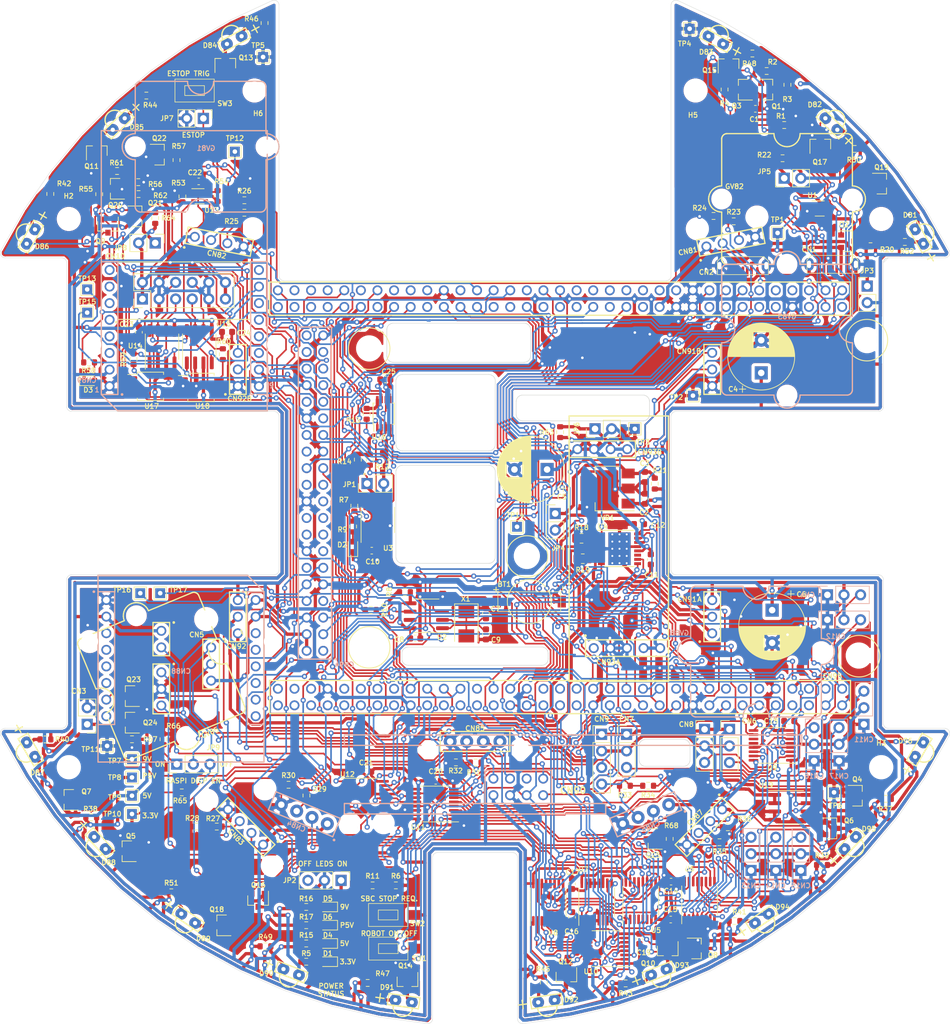
<source format=kicad_pcb>
(kicad_pcb (version 20171130) (host pcbnew 5.1.7-a382d34a8~88~ubuntu18.04.1)
  (title_block (title "HR2 Master Board") (date 2020-03-11) (rev "Rev. A") (company "HBRC ROS Robot (HR2) Platform"))
  (layers (0 F.Cu signal) (31 B.Cu signal) (34 B.Paste user) (35 F.Paste user) (36 B.SilkS user) (37 F.SilkS user) (38 B.Mask user) (39 F.Mask user) (44 Edge.Cuts user))
  (net 0 "")
  (net 1 "/Single Board Computer/VBAT")
  (net 2 /5V)
  (net 3 /P5V)
  (net 4 /9V)
  (net 5 "/Single Board Computer/X2")
  (net 6 "/Single Board Computer/SBC_SCL")
  (net 7 "/Single Board Computer/X1")
  (net 8 "Net-(C12-Pad1)")
  (net 9 "Net-(CN1-Pad4)")
  (net 10 "Net-(CN1-Pad3)")
  (net 11 "Net-(CN1-Pad2)")
  (net 12 /Power/USB5V)
  (net 13 "Net-(CN2-Pad4)")
  (net 14 "Net-(CN2-Pad3)")
  (net 15 "Net-(CN2-Pad2)")
  (net 16 /ECHO1)
  (net 17 /A5_SCL)
  (net 18 /ECHO2)
  (net 19 /LDR_RX)
  (net 20 /SPBC_TX)
  (net 21 /RMOTOR_CTL2)
  (net 22 /LEDS_MOSI)
  (net 23 /SERVO4)
  (net 24 /LDR_TX)
  (net 25 /STL_RX)
  (net 26 /RQUAD_A)
  (net 27 /RMOTOR_CTL1)
  (net 28 /ECHO6)
  (net 29 /ECHO5)
  (net 30 /ECHO4)
  (net 31 /ECHO3)
  (net 32 /LQUAD_A)
  (net 33 /LDR_PWM)
  (net 34 /SERVO2)
  (net 35 /LMOTOR_CTL2)
  (net 36 /LMOTOR_CTL1)
  (net 37 /SERVO3)
  (net 38 /RQUAD_B)
  (net 39 /SPBC_RX)
  (net 40 /A4_SDA)
  (net 41 /DIO_MOSI)
  (net 42 /ECHO7)
  (net 43 /DIO_MISO)
  (net 44 /~DIO_NSS)
  (net 45 /DIO_SCK)
  (net 46 /LQUAD_B)
  (net 47 /SERVO1)
  (net 48 /~NRST)
  (net 49 /STL_TX)
  (net 50 /SBC_ALIVE)
  (net 51 /ESTOP)
  (net 52 /WOW_TX)
  (net 53 /WOW_RX)
  (net 54 /~ESTOP_CLR)
  (net 55 /~LEDS_NSS)
  (net 56 /SWCLK)
  (net 57 /SWDIO)
  (net 58 /WOW_EN)
  (net 59 /LEDS_SCLK)
  (net 60 "/Single Board Computer/ID_SCL")
  (net 61 "/Single Board Computer/ID_SDA")
  (net 62 "/Single Board Computer/SBC_STOP")
  (net 63 "/Single Board Computer/SBC_SDA")
  (net 64 /Connectors/LDR_EN)
  (net 65 /Connectors/LDR_SPIN)
  (net 66 "/Sonars and Servos/SERVO4_5V")
  (net 67 "/Sonars and Servos/SERVO3_5V")
  (net 68 "/Sonars and Servos/SERVO2_5V")
  (net 69 "/Sonars and Servos/SERVO1_5V")
  (net 70 /WOWBus/WOW_POW_OUT)
  (net 71 /WOWBus/WOW_STOPL)
  (net 72 /WOWBus/WOW_STOPH)
  (net 73 /WOWBus/WOW_COMH)
  (net 74 /WOWBus/WOW_COML)
  (net 75 "/Sonars and Servos/ECHO1_5V")
  (net 76 "/Sonars and Servos/TRIG1_5V")
  (net 77 "/Sonars and Servos/ECHO2_5V")
  (net 78 "/Sonars and Servos/TRIG2_5V")
  (net 79 "/Sonars and Servos/ECHO3_5V")
  (net 80 "/Sonars and Servos/TRIG3_5V")
  (net 81 "/Sonars and Servos/ECHO4_5V")
  (net 82 "/Sonars and Servos/TRIG4_5V")
  (net 83 "/Sonars and Servos/ECHO5_5V")
  (net 84 "/Sonars and Servos/TRIG5_5V")
  (net 85 "/Sonars and Servos/ECHO6_5V")
  (net 86 "/Sonars and Servos/TRIG6_5V")
  (net 87 "/Sonars and Servos/ECHO7_5V")
  (net 88 "/Sonars and Servos/TRIG7_5V")
  (net 89 "Net-(CN88-Pad8)")
  (net 90 /ST_Link/SWO)
  (net 91 "Net-(CN93-Pad1)")
  (net 92 "Net-(D2-Pad2)")
  (net 93 "Net-(D3-Pad2)")
  (net 94 "Net-(D81-Pad2)")
  (net 95 "Net-(D81-Pad1)")
  (net 96 "Net-(D82-Pad2)")
  (net 97 "Net-(D82-Pad1)")
  (net 98 "Net-(D83-Pad2)")
  (net 99 "Net-(D83-Pad1)")
  (net 100 "Net-(D84-Pad2)")
  (net 101 "Net-(D84-Pad1)")
  (net 102 "Net-(D85-Pad2)")
  (net 103 "Net-(D85-Pad1)")
  (net 104 "Net-(D86-Pad2)")
  (net 105 "Net-(D86-Pad1)")
  (net 106 "Net-(D87-Pad2)")
  (net 107 "Net-(D87-Pad1)")
  (net 108 "Net-(D88-Pad2)")
  (net 109 "Net-(D88-Pad1)")
  (net 110 "Net-(D89-Pad2)")
  (net 111 "Net-(D89-Pad1)")
  (net 112 "Net-(D90-Pad2)")
  (net 113 "Net-(D90-Pad1)")
  (net 114 "Net-(D91-Pad2)")
  (net 115 "Net-(D91-Pad1)")
  (net 116 "Net-(D92-Pad2)")
  (net 117 "Net-(D92-Pad1)")
  (net 118 "Net-(D93-Pad2)")
  (net 119 "Net-(D93-Pad1)")
  (net 120 "Net-(D94-Pad2)")
  (net 121 "Net-(D94-Pad1)")
  (net 122 "Net-(D95-Pad2)")
  (net 123 "Net-(D95-Pad1)")
  (net 124 "Net-(D96-Pad2)")
  (net 125 "Net-(D96-Pad1)")
  (net 126 /LED's/LED16)
  (net 127 /LED's/LED8)
  (net 128 /LED's/LED15)
  (net 129 /LED's/LED7)
  (net 130 /LED's/LED14)
  (net 131 /LED's/LED6)
  (net 132 /LED's/LED13)
  (net 133 /LED's/LED5)
  (net 134 /LED's/LED12)
  (net 135 /LED's/LED4)
  (net 136 /LED's/LED11)
  (net 137 /LED's/LED3)
  (net 138 /LED's/LED10)
  (net 139 /LED's/LED2)
  (net 140 /LED's/LED9)
  (net 141 /LED's/LED1)
  (net 142 /WOWBus/~WOW_EN)
  (net 143 /WOWBus/WOW_STDBY)
  (net 144 /~MOTOR_FAULT)
  (net 145 "Net-(R59-Pad1)")
  (net 146 "Net-(R60-Pad1)")
  (net 147 /WOWBus/WOW_COM_OPTO)
  (net 148 /WOWBus/WOW_ESTOP_OPTO)
  (net 149 "Net-(U1-Pad4)")
  (net 150 /~ESTOP)
  (net 151 /SER_IO)
  (net 152 "Net-(U5-Pad6)")
  (net 153 "Net-(U5-Pad5)")
  (net 154 "Net-(U5-Pad4)")
  (net 155 "Net-(U5-Pad3)")
  (net 156 "Net-(U5-Pad2)")
  (net 157 "/Sonars and Servos/TRIG1")
  (net 158 "/Sonars and Servos/TRIG7")
  (net 159 "/Sonars and Servos/TRIG6")
  (net 160 "/Sonars and Servos/TRIG5")
  (net 161 "/Sonars and Servos/TRIG4")
  (net 162 "/Sonars and Servos/TRIG3")
  (net 163 "/Sonars and Servos/TRIG2")
  (net 164 "Net-(U9-Pad12)")
  (net 165 "Net-(U9-Pad11)")
  (net 166 "Net-(U11-Pad9)")
  (net 167 /WOWBus/~ESTOP_SET)
  (net 168 /WOWBus/ESTOP_TRIG)
  (net 169 "Net-(U2-Pad7)")
  (net 170 /GND)
  (net 171 /3.3V)
  (net 172 "/Single Board Computer/WP")
  (net 173 "Net-(CN89-Pad8)")
  (net 174 /Motors_Encoders/BMOTOR_OUT1)
  (net 175 /Motors_Encoders/BMOTOR_OUT2)
  (net 176 /Motors_Encoders/LMOTOR_OUT2)
  (net 177 /Motors_Encoders/LMOTOR_OUT1)
  (net 178 /Motors_Encoders/LMOTOR_SEN)
  (net 179 /Motors_Encoders/BMOTOR_SEN)
  (net 180 "Net-(CN88-Pad7)")
  (net 181 "Net-(CN88-Pad6)")
  (net 182 "Net-(CN88-Pad5)")
  (net 183 "Net-(CN88-Pad4)")
  (net 184 "Net-(CN88-Pad3)")
  (net 185 "Net-(CN88-Pad16)")
  (net 186 "Net-(CN88-Pad14)")
  (net 187 "Net-(CN88-Pad13)")
  (net 188 "Net-(CN88-Pad12)")
  (net 189 "Net-(CN88-Pad11)")
  (net 190 "Net-(CN89-Pad7)")
  (net 191 "Net-(CN89-Pad6)")
  (net 192 "Net-(CN89-Pad5)")
  (net 193 "Net-(CN89-Pad4)")
  (net 194 "Net-(CN89-Pad3)")
  (net 195 "Net-(CN89-Pad16)")
  (net 196 "Net-(CN89-Pad14)")
  (net 197 "Net-(CN89-Pad13)")
  (net 198 "Net-(CN89-Pad12)")
  (net 199 "Net-(CN89-Pad11)")
  (net 200 "Net-(U4-Pad11)")
  (net 201 /Power/PWR_QBASE)
  (net 202 /Power/PWR_FET_G)
  (net 203 /Power/PWR_SW_A)
  (net 204 /Power/PWR_SW_B)
  (net 205 "/Single Board Computer/SBC_REQ")
  (net 206 /Power/3.3V_LED)
  (net 207 "Net-(D1-Pad1)")
  (net 208 /Power/5V_LED)
  (net 209 /Power/9V_LED)
  (net 210 /Power/P5V_LED)
  (net 211 "Net-(JP2-Pad3)")
  (net 212 /Power/SHUNT_P5V)
  (net 213 /Power/SHUNT_5V)
  (net 214 /Power/SHUNT_3.3)
  (net 215 /Power/SHUNT_9V)
  (net 216 "Net-(JP7-Pad1)")
  (net 217 "Net-(JP8-Pad1)")
  (net 218 "Net-(CN95-Pad1270)")
  (net 219 "Net-(CN95-Pad1268)")
  (net 220 "Net-(CN95-Pad1266)")
  (net 221 "Net-(CN95-Pad1262)")
  (net 222 "Net-(CN95-Pad1260)")
  (net 223 "Net-(CN95-Pad1258)")
  (net 224 "Net-(CN95-Pad1256)")
  (net 225 "Net-(CN95-Pad1252)")
  (net 226 "Net-(CN95-Pad1250)")
  (net 227 "Net-(CN95-Pad1248)")
  (net 228 /D10_PWM_NSS)
  (net 229 "Net-(CN95-Pad1244)")
  (net 230 "Net-(CN95-Pad1238)")
  (net 231 "Net-(CN95-Pad1236)")
  (net 232 "Net-(CN95-Pad1234)")
  (net 233 "Net-(CN95-Pad1228)")
  (net 234 "Net-(CN95-Pad1214)")
  (net 235 "Net-(CN95-Pad1212)")
  (net 236 "Net-(CN95-Pad1208)")
  (net 237 "Net-(CN95-Pad1206)")
  (net 238 "Net-(CN95-Pad1269)")
  (net 239 "Net-(CN95-Pad1267)")
  (net 240 "Net-(CN95-Pad1265)")
  (net 241 /D1_TX)
  (net 242 "Net-(CN95-Pad1259)")
  (net 243 "Net-(CN95-Pad1257)")
  (net 244 "Net-(CN95-Pad1255)")
  (net 245 "Net-(CN95-Pad1245)")
  (net 246 /A0)
  (net 247 "Net-(CN95-Pad1235)")
  (net 248 "Net-(CN95-Pad1233)")
  (net 249 "Net-(CN95-Pad1221)")
  (net 250 /D11_PWM_MOSI)
  (net 251 /D12_MISO)
  (net 252 /D13_SCK)
  (net 253 "Net-(CN95-Pad1205)")
  (net 254 "Net-(CN95-Pad1203)")
  (net 255 "Net-(CN95-Pad1170)")
  (net 256 "Net-(CN95-Pad1168)")
  (net 257 "Net-(CN95-Pad1166)")
  (net 258 "Net-(CN95-Pad1164)")
  (net 259 "Net-(CN95-Pad1158)")
  (net 260 "Net-(CN95-Pad1152)")
  (net 261 "Net-(CN95-Pad1144)")
  (net 262 "Net-(CN95-Pad1142)")
  (net 263 /A1)
  (net 264 "Net-(CN95-Pad1136)")
  (net 265 "Net-(CN95-Pad1134)")
  (net 266 "Net-(CN95-Pad1130)")
  (net 267 "Net-(CN95-Pad1126)")
  (net 268 "Net-(CN95-Pad1118)")
  (net 269 "Net-(CN95-Pad1116)")
  (net 270 "Net-(CN95-Pad1112)")
  (net 271 "Net-(CN95-Pad1110)")
  (net 272 "Net-(CN95-Pad1106)")
  (net 273 /INT0)
  (net 274 "Net-(CN95-Pad1102)")
  (net 275 "Net-(CN95-Pad1167)")
  (net 276 "Net-(CN95-Pad1165)")
  (net 277 /D0_RX)
  (net 278 "Net-(CN95-Pad1159)")
  (net 279 /INT1)
  (net 280 "Net-(CN95-Pad1153)")
  (net 281 "Net-(CN95-Pad1151)")
  (net 282 "Net-(CN95-Pad1147)")
  (net 283 "Net-(CN95-Pad1139)")
  (net 284 "Net-(CN95-Pad1133)")
  (net 285 "Net-(CN95-Pad1131)")
  (net 286 "Net-(CN95-Pad1129)")
  (net 287 "Net-(CN95-Pad1127)")
  (net 288 "Net-(CN95-Pad1125)")
  (net 289 "Net-(CN95-Pad1123)")
  (net 290 "Net-(CN95-Pad1121)")
  (net 291 "Net-(CN95-Pad1111)")
  (net 292 "Net-(CN95-Pad1109)")
  (net 293 "Net-(CN95-Pad1107)")
  (net 294 "Net-(CN95-Pad1105)")
  (net 295 "Net-(Q23-Pad1)")
  (net 296 "Net-(JP9-Pad1)")
  (net 297 "Net-(JP9-Pad3)")
  (net 298 "Net-(CN3-Pad1)")
  (net 299 "/Single Board Computer/RPI_DSP_EN")
  (net 300 "/Sonars and Servos/SGND")
  (net 301 /SERVO_POS)
  (net 302 /SERVO_CUR)
  (net 303 "Net-(U19-Pad6)")
  (net 304 "Net-(CN94-Pad40)")
  (net 305 "Net-(CN94-Pad38)")
  (net 306 "Net-(CN94-Pad36)")
  (net 307 "Net-(CN94-Pad32)")
  (net 308 "Net-(CN94-Pad26)")
  (net 309 "Net-(CN94-Pad22)")
  (net 310 "Net-(CN94-Pad18)")
  (net 311 "Net-(CN94-Pad16)")
  (net 312 "Net-(CN94-Pad12)")
  (net 313 "Net-(CN94-Pad37)")
  (net 314 "Net-(CN94-Pad35)")
  (net 315 "Net-(CN94-Pad33)")
  (net 316 "Net-(CN94-Pad31)")
  (net 317 "Net-(CN94-Pad29)")
  (net 318 "Net-(CN94-Pad21)")
  (net 319 "Net-(CN94-Pad19)")
  (net 320 "Net-(CN94-Pad17)")
  (net 321 "Net-(CN94-Pad15)")
  (net 322 "Net-(CN94-Pad13)")
  (net 323 "Net-(CN94-Pad7)")
  (net 324 "Net-(CN94-Pad1)")
  (net 325 /Connectors/SIG1)
  (net 326 /Connectors/SIG2)
  (net 327 /Connectors/SIG3)
  (net 328 /Connectors/SIG4)
  (net 329 /Connectors/SIG5)
  (net 330 /Connectors/SIG6)
  (net 331 /Connectors/SIG7)
  (net 332 /Connectors/SIG8)
  (net 333 "Net-(U5-Pad7)")
  (net 334 "Net-(U8-Pad7)")
  (net 335 /LED's/LED8_SER)
  (net 336 /DIO_SS)
  (net 337 /Connectors/DIO_OUT_TO_IN)
  (net 338 /Connectors/DIO_IN_BRIDGE)
  (net 339 "Net-(U6-Pad7)")
  (net 340 "Net-(U7-Pad7)")
  (module Package_SO:TSSOP-16_4.4x5mm_P0.65mm (layer F.Cu) (at 125.36 162.36 90)
    (fp_text reference U5 (at -4.54 2.34 180) (layer F.SilkS) (effects (font (size 0.75 0.75))))
    (fp_text value SN74HCS595;TTSOP16)
    (pad 16 smd roundrect (at 2.8625 -2.275 90) (size 1.475 0.4) (layers F.Cu F.Paste F.Mask) (net 171 /3.3V))
    (pad 15 smd roundrect (at 2.8625 -1.625 90) (size 1.475 0.4) (layers F.Cu F.Paste F.Mask) (net 65 /Connectors/LDR_SPIN))
    (pad 14 smd roundrect (at 2.8625 -0.975 90) (size 1.475 0.4) (layers F.Cu F.Paste F.Mask) (net 151 /SER_IO))
    (pad 13 smd roundrect (at 2.8625 -0.325 90) (size 1.475 0.4) (layers F.Cu F.Paste F.Mask) (net 170 /GND))
    (pad 12 smd roundrect (at 2.8625 0.325 90) (size 1.475 0.4) (layers F.Cu F.Paste F.Mask) (net 44 /~DIO_NSS))
    (pad 11 smd roundrect (at 2.8625 0.975 90) (size 1.475 0.4) (layers F.Cu F.Paste F.Mask) (net 45 /DIO_SCK))
    (pad 10 smd roundrect (at 2.8625 1.625 90) (size 1.475 0.4) (layers F.Cu F.Paste F.Mask) (net 48 /~NRST))
    (pad 9 smd roundrect (at 2.8625 2.275 90) (size 1.475 0.4) (layers F.Cu F.Paste F.Mask) (net 337 /Connectors/DIO_OUT_TO_IN))
    (pad 8 smd roundrect (at -2.8625 2.275 90) (size 1.475 0.4) (layers F.Cu F.Paste F.Mask) (net 170 /GND))
    (pad 7 smd roundrect (at -2.8625 1.625 90) (size 1.475 0.4) (layers F.Cu F.Paste F.Mask) (net 333 "Net-(U5-Pad7)"))
    (pad 6 smd roundrect (at -2.8625 0.975 90) (size 1.475 0.4) (layers F.Cu F.Paste F.Mask) (net 152 "Net-(U5-Pad6)"))
    (pad 5 smd roundrect (at -2.8625 0.325 90) (size 1.475 0.4) (layers F.Cu F.Paste F.Mask) (net 153 "Net-(U5-Pad5)"))
    (pad 4 smd roundrect (at -2.8625 -0.325 90) (size 1.475 0.4) (layers F.Cu F.Paste F.Mask) (net 154 "Net-(U5-Pad4)"))
    (pad 3 smd roundrect (at -2.8625 -0.975 90) (size 1.475 0.4) (layers F.Cu F.Paste F.Mask) (net 155 "Net-(U5-Pad3)"))
    (pad 2 smd roundrect (at -2.8625 -1.625 90) (size 1.475 0.4) (layers F.Cu F.Paste F.Mask) (net 156 "Net-(U5-Pad2)"))
    (pad 1 smd roundrect (at -2.8625 -2.275 90) (size 1.475 0.4) (layers F.Cu F.Paste F.Mask) (net 64 /Connectors/LDR_EN))
  )
  (module Package_SO:TSSOP-16_4.4x5mm_P0.65mm (layer F.Cu) (at 118.618 162.56 90)
    (fp_text reference U7 (at 4.966 -2.032 180) (layer F.SilkS) (effects (font (size 0.75 0.75))))
    (fp_text value SN74HCS165;TTSOP16)
    (pad 16 smd roundrect (at 2.8625 -2.275 90) (size 1.475 0.4) (layers F.Cu F.Paste F.Mask) (net 171 /3.3V))
    (pad 15 smd roundrect (at 2.8625 -1.625 90) (size 1.475 0.4) (layers F.Cu F.Paste F.Mask) (net 170 /GND))
    (pad 14 smd roundrect (at 2.8625 -0.975 90) (size 1.475 0.4) (layers F.Cu F.Paste F.Mask) (net 170 /GND))
    (pad 13 smd roundrect (at 2.8625 -0.325 90) (size 1.475 0.4) (layers F.Cu F.Paste F.Mask) (net 170 /GND))
    (pad 12 smd roundrect (at 2.8625 0.325 90) (size 1.475 0.4) (layers F.Cu F.Paste F.Mask) (net 170 /GND))
    (pad 11 smd roundrect (at 2.8625 0.975 90) (size 1.475 0.4) (layers F.Cu F.Paste F.Mask) (net 170 /GND))
    (pad 10 smd roundrect (at 2.8625 1.625 90) (size 1.475 0.4) (layers F.Cu F.Paste F.Mask) (net 337 /Connectors/DIO_OUT_TO_IN))
    (pad 9 smd roundrect (at 2.8625 2.275 90) (size 1.475 0.4) (layers F.Cu F.Paste F.Mask) (net 338 /Connectors/DIO_IN_BRIDGE))
    (pad 8 smd roundrect (at -2.8625 2.275 90) (size 1.475 0.4) (layers F.Cu F.Paste F.Mask) (net 170 /GND))
    (pad 7 smd roundrect (at -2.8625 1.625 90) (size 1.475 0.4) (layers F.Cu F.Paste F.Mask) (net 340 "Net-(U7-Pad7)"))
    (pad 6 smd roundrect (at -2.8625 0.975 90) (size 1.475 0.4) (layers F.Cu F.Paste F.Mask) (net 170 /GND))
    (pad 5 smd roundrect (at -2.8625 0.325 90) (size 1.475 0.4) (layers F.Cu F.Paste F.Mask) (net 170 /GND))
    (pad 4 smd roundrect (at -2.8625 -0.325 90) (size 1.475 0.4) (layers F.Cu F.Paste F.Mask) (net 170 /GND))
    (pad 3 smd roundrect (at -2.8625 -0.975 90) (size 1.475 0.4) (layers F.Cu F.Paste F.Mask) (net 170 /GND))
    (pad 2 smd roundrect (at -2.8625 -1.625 90) (size 1.475 0.4) (layers F.Cu F.Paste F.Mask) (net 336 /DIO_SS))
    (pad 1 smd roundrect (at -2.8625 -2.275 90) (size 1.475 0.4) (layers F.Cu F.Paste F.Mask) (net 45 /DIO_SCK))
  )
  (module Package_SO:TSSOP-16_4.4x5mm_P0.65mm (layer F.Cu) (at 134.366 162.306 90)
    (fp_text reference U6 (at 4.826 -1.524 180) (layer F.SilkS) (effects (font (size 0.75 0.75))))
    (fp_text value SN74HCS165;TTSOP16)
    (pad 16 smd roundrect (at 2.8625 -2.275 90) (size 1.475 0.4) (layers F.Cu F.Paste F.Mask) (net 171 /3.3V))
    (pad 15 smd roundrect (at 2.8625 -1.625 90) (size 1.475 0.4) (layers F.Cu F.Paste F.Mask) (net 170 /GND))
    (pad 14 smd roundrect (at 2.8625 -0.975 90) (size 1.475 0.4) (layers F.Cu F.Paste F.Mask) (net 328 /Connectors/SIG4))
    (pad 13 smd roundrect (at 2.8625 -0.325 90) (size 1.475 0.4) (layers F.Cu F.Paste F.Mask) (net 327 /Connectors/SIG3))
    (pad 12 smd roundrect (at 2.8625 0.325 90) (size 1.475 0.4) (layers F.Cu F.Paste F.Mask) (net 326 /Connectors/SIG2))
    (pad 11 smd roundrect (at 2.8625 0.975 90) (size 1.475 0.4) (layers F.Cu F.Paste F.Mask) (net 325 /Connectors/SIG1))
    (pad 10 smd roundrect (at 2.8625 1.625 90) (size 1.475 0.4) (layers F.Cu F.Paste F.Mask) (net 338 /Connectors/DIO_IN_BRIDGE))
    (pad 9 smd roundrect (at 2.8625 2.275 90) (size 1.475 0.4) (layers F.Cu F.Paste F.Mask) (net 43 /DIO_MISO))
    (pad 8 smd roundrect (at -2.8625 2.275 90) (size 1.475 0.4) (layers F.Cu F.Paste F.Mask) (net 170 /GND))
    (pad 7 smd roundrect (at -2.8625 1.625 90) (size 1.475 0.4) (layers F.Cu F.Paste F.Mask) (net 339 "Net-(U6-Pad7)"))
    (pad 6 smd roundrect (at -2.8625 0.975 90) (size 1.475 0.4) (layers F.Cu F.Paste F.Mask) (net 332 /Connectors/SIG8))
    (pad 5 smd roundrect (at -2.8625 0.325 90) (size 1.475 0.4) (layers F.Cu F.Paste F.Mask) (net 331 /Connectors/SIG7))
    (pad 4 smd roundrect (at -2.8625 -0.325 90) (size 1.475 0.4) (layers F.Cu F.Paste F.Mask) (net 330 /Connectors/SIG6))
    (pad 3 smd roundrect (at -2.8625 -0.975 90) (size 1.475 0.4) (layers F.Cu F.Paste F.Mask) (net 329 /Connectors/SIG5))
    (pad 2 smd roundrect (at -2.8625 -1.625 90) (size 1.475 0.4) (layers F.Cu F.Paste F.Mask) (net 45 /DIO_SCK))
    (pad 1 smd roundrect (at -2.8625 -2.275 90) (size 1.475 0.4) (layers F.Cu F.Paste F.Mask) (net 336 /DIO_SS))
  )
  (module Resistor_SMD:R_0603_1608Metric (layer F.Cu) (at 129.794 152.908 90)
    (fp_text reference R68 (at 2.032 0.254 180) (layer F.SilkS) (effects (font (size 0.75 0.75))))
    (fp_text value 100KΩ;1608)
    (pad 2 smd roundrect (at 0.825 0 90) (size 0.8 0.95) (layers F.Cu F.Paste F.Mask) (net 336 /DIO_SS))
    (pad 1 smd roundrect (at -0.825 0 90) (size 0.8 0.95) (layers F.Cu F.Paste F.Mask) (net 171 /3.3V))
  )
  (module Package_TO_SOT_SMD:SOT-23 (layer F.Cu) (at 127.254 152.908 180)
    (fp_text reference Q25 (at 0 -2.5) (layer F.SilkS) (effects (font (size 0.75 0.75))))
    (fp_text value 2N7000;SOT23)
    (pad 3 smd rect (at 1 0 180) (size 0.9 0.8) (layers F.Cu F.Paste F.Mask) (net 336 /DIO_SS))
    (pad 2 smd rect (at -1 0.95 180) (size 0.9 0.8) (layers F.Cu F.Paste F.Mask) (net 44 /~DIO_NSS))
    (pad 1 smd rect (at -1 -0.95 180) (size 0.9 0.8) (layers F.Cu F.Paste F.Mask) (net 170 /GND))
  )
  (module Connector_PinHeader_2.54mm:PinHeader_1x03_P2.54mm_Vertical (layer B.Cu) (at 155.702 140.97)
    (fp_text reference CN17 (at 0 2.33) (layer B.SilkS) (effects (font (size 0.75 0.75)) (justify mirror)))
    (fp_text value SENSE;M1x3)
    (pad 3 thru_hole oval (at 0 -5.08) (size 1.7 1.7) (drill 1) (layers *.Cu *.Mask) (net 332 /Connectors/SIG8))
    (pad 2 thru_hole oval (at 0 -2.54) (size 1.7 1.7) (drill 1) (layers *.Cu *.Mask) (net 171 /3.3V))
    (pad 1 thru_hole rect (at 0 0) (size 1.7 1.7) (drill 1) (layers *.Cu *.Mask) (net 170 /GND))
  )
  (module Resistor_SMD:R_0603_1608Metric (layer F.Cu) (at 138.684 151.13 180)
    (fp_text reference R36 (at -2.54 1.27) (layer F.SilkS) (effects (font (size 0.75 0.75))))
    (fp_text value 33KΩ;1608)
    (pad 2 smd roundrect (at 0.825 0 180) (size 0.8 0.95) (layers F.Cu F.Paste F.Mask) (net 42 /ECHO7))
    (pad 1 smd roundrect (at -0.825 0 180) (size 0.8 0.95) (layers F.Cu F.Paste F.Mask) (net 170 /GND))
  )
  (module Connector_PinHeader_2.54mm:PinHeader_1x03_P2.54mm_Vertical (layer B.Cu) (at 151.892 140.97)
    (fp_text reference CN16 (at 0 2.33) (layer B.SilkS) (effects (font (size 0.75 0.75)) (justify mirror)))
    (fp_text value SENSE;M1x3)
    (pad 3 thru_hole oval (at 0 -5.08) (size 1.7 1.7) (drill 1) (layers *.Cu *.Mask) (net 331 /Connectors/SIG7))
    (pad 2 thru_hole oval (at 0 -2.54) (size 1.7 1.7) (drill 1) (layers *.Cu *.Mask) (net 171 /3.3V))
    (pad 1 thru_hole rect (at 0 0) (size 1.7 1.7) (drill 1) (layers *.Cu *.Mask) (net 170 /GND))
  )
  (module Connector_PinHeader_2.54mm:PinHeader_1x03_P2.54mm_Vertical (layer B.Cu) (at 149.86 157.734)
    (fp_text reference CN15 (at 0 2.33) (layer B.SilkS) (effects (font (size 0.75 0.75)) (justify mirror)))
    (fp_text value SENSE;M1x3)
    (pad 3 thru_hole oval (at 0 -5.08) (size 1.7 1.7) (drill 1) (layers *.Cu *.Mask) (net 330 /Connectors/SIG6))
    (pad 2 thru_hole oval (at 0 -2.54) (size 1.7 1.7) (drill 1) (layers *.Cu *.Mask) (net 171 /3.3V))
    (pad 1 thru_hole rect (at 0 0) (size 1.7 1.7) (drill 1) (layers *.Cu *.Mask) (net 170 /GND))
  )
  (module Connector_PinHeader_2.54mm:PinHeader_1x03_P2.54mm_Vertical (layer B.Cu) (at 146.03 157.734)
    (fp_text reference CN14 (at 0 2.33) (layer B.SilkS) (effects (font (size 0.75 0.75)) (justify mirror)))
    (fp_text value SENSE;M1x3)
    (pad 3 thru_hole oval (at 0 -5.08) (size 1.7 1.7) (drill 1) (layers *.Cu *.Mask) (net 329 /Connectors/SIG5))
    (pad 2 thru_hole oval (at 0 -2.54) (size 1.7 1.7) (drill 1) (layers *.Cu *.Mask) (net 171 /3.3V))
    (pad 1 thru_hole rect (at 0 0) (size 1.7 1.7) (drill 1) (layers *.Cu *.Mask) (net 170 /GND))
  )
  (module Connector_PinHeader_2.54mm:PinHeader_1x03_P2.54mm_Vertical (layer B.Cu) (at 142.24 157.734)
    (fp_text reference CN13 (at 0 2.33) (layer B.SilkS) (effects (font (size 0.75 0.75)) (justify mirror)))
    (fp_text value SENSE;M1x3)
    (pad 3 thru_hole oval (at 0 -5.08) (size 1.7 1.7) (drill 1) (layers *.Cu *.Mask) (net 328 /Connectors/SIG4))
    (pad 2 thru_hole oval (at 0 -2.54) (size 1.7 1.7) (drill 1) (layers *.Cu *.Mask) (net 171 /3.3V))
    (pad 1 thru_hole rect (at 0 0) (size 1.7 1.7) (drill 1) (layers *.Cu *.Mask) (net 170 /GND))
  )
  (module Connector_PinHeader_2.54mm:PinHeader_1x03_P2.54mm_Vertical (layer B.Cu) (at 153.924 119.38 270)
    (fp_text reference CN12 (at 2.54 -1.27) (layer B.SilkS) (effects (font (size 0.75 0.75)) (justify mirror)))
    (fp_text value SENSE;M1x3)
    (pad 3 thru_hole oval (at 0 -5.08 270) (size 1.7 1.7) (drill 1) (layers *.Cu *.Mask) (net 327 /Connectors/SIG3))
    (pad 2 thru_hole oval (at 0 -2.54 270) (size 1.7 1.7) (drill 1) (layers *.Cu *.Mask) (net 171 /3.3V))
    (pad 1 thru_hole rect (at 0 0 270) (size 1.7 1.7) (drill 1) (layers *.Cu *.Mask) (net 170 /GND))
  )
  (module Connector_PinHeader_2.54mm:PinHeader_1x03_P2.54mm_Vertical (layer B.Cu) (at 159.512 135.382)
    (fp_text reference CN11 (at 0 2.33) (layer B.SilkS) (effects (font (size 0.75 0.75)) (justify mirror)))
    (fp_text value SENSE;M1x3)
    (pad 3 thru_hole oval (at 0 -5.08) (size 1.7 1.7) (drill 1) (layers *.Cu *.Mask) (net 326 /Connectors/SIG2))
    (pad 2 thru_hole oval (at 0 -2.54) (size 1.7 1.7) (drill 1) (layers *.Cu *.Mask) (net 171 /3.3V))
    (pad 1 thru_hole rect (at 0 0) (size 1.7 1.7) (drill 1) (layers *.Cu *.Mask) (net 170 /GND))
  )
  (module Connector_PinHeader_2.54mm:PinHeader_1x03_P2.54mm_Vertical (layer B.Cu) (at 153.924 115.57 270)
    (fp_text reference CN4 (at 0 3.048) (layer B.SilkS) (effects (font (size 0.75 0.75)) (justify mirror)))
    (fp_text value SENSE;M1x3)
    (pad 3 thru_hole oval (at 0 -5.08 270) (size 1.7 1.7) (drill 1) (layers *.Cu *.Mask) (net 325 /Connectors/SIG1))
    (pad 2 thru_hole oval (at 0 -2.54 270) (size 1.7 1.7) (drill 1) (layers *.Cu *.Mask) (net 171 /3.3V))
    (pad 1 thru_hole rect (at 0 0 270) (size 1.7 1.7) (drill 1) (layers *.Cu *.Mask) (net 170 /GND))
  )
  (module HR2:RASPI_F2X20 (layer F.Cu) (at 100 100 90)
    (fp_text reference CN94 (at -26.238 -19.99 180) (layer B.SilkS) (effects (font (size 0.75 0.75)) (justify mirror)))
    (fp_text value RASPI;F2X20)
    (fp_line (start 26 7.5) (end 26 -12.5) (layer Edge.Cuts) (width 0.05))
    (fp_line (start 26 7.59) (end 26 7.5) (layer Edge.Cuts) (width 0.05))
    (fp_line (start 25.98 7.67) (end 26 7.59) (layer Edge.Cuts) (width 0.05))
    (fp_line (start 25.97 7.76) (end 25.98 7.67) (layer Edge.Cuts) (width 0.05))
    (fp_line (start 25.94 7.84) (end 25.97 7.76) (layer Edge.Cuts) (width 0.05))
    (fp_line (start 25.91 7.92) (end 25.94 7.84) (layer Edge.Cuts) (width 0.05))
    (fp_line (start 25.87 8) (end 25.91 7.92) (layer Edge.Cuts) (width 0.05))
    (fp_line (start 25.82 8.07) (end 25.87 8) (layer Edge.Cuts) (width 0.05))
    (fp_line (start 25.77 8.14) (end 25.82 8.07) (layer Edge.Cuts) (width 0.05))
    (fp_line (start 25.71 8.21) (end 25.77 8.14) (layer Edge.Cuts) (width 0.05))
    (fp_line (start 25.64 8.27) (end 25.71 8.21) (layer Edge.Cuts) (width 0.05))
    (fp_line (start 25.57 8.32) (end 25.64 8.27) (layer Edge.Cuts) (width 0.05))
    (fp_line (start 25.5 8.37) (end 25.57 8.32) (layer Edge.Cuts) (width 0.05))
    (fp_line (start 25.42 8.41) (end 25.5 8.37) (layer Edge.Cuts) (width 0.05))
    (fp_line (start 25.34 8.44) (end 25.42 8.41) (layer Edge.Cuts) (width 0.05))
    (fp_line (start 25.26 8.47) (end 25.34 8.44) (layer Edge.Cuts) (width 0.05))
    (fp_line (start 25.17 8.48) (end 25.26 8.47) (layer Edge.Cuts) (width 0.05))
    (fp_line (start 25.09 8.5) (end 25.17 8.48) (layer Edge.Cuts) (width 0.05))
    (fp_line (start 25 8.5) (end 25.09 8.5) (layer Edge.Cuts) (width 0.05))
    (fp_line (start 21 8.5) (end 25 8.5) (layer Edge.Cuts) (width 0.05))
    (fp_line (start 20.91 8.5) (end 21 8.5) (layer Edge.Cuts) (width 0.05))
    (fp_line (start 20.83 8.48) (end 20.91 8.5) (layer Edge.Cuts) (width 0.05))
    (fp_line (start 20.74 8.47) (end 20.83 8.48) (layer Edge.Cuts) (width 0.05))
    (fp_line (start 20.66 8.44) (end 20.74 8.47) (layer Edge.Cuts) (width 0.05))
    (fp_line (start 20.58 8.41) (end 20.66 8.44) (layer Edge.Cuts) (width 0.05))
    (fp_line (start 20.5 8.37) (end 20.58 8.41) (layer Edge.Cuts) (width 0.05))
    (fp_line (start 20.43 8.32) (end 20.5 8.37) (layer Edge.Cuts) (width 0.05))
    (fp_line (start 20.36 8.27) (end 20.43 8.32) (layer Edge.Cuts) (width 0.05))
    (fp_line (start 20.29 8.21) (end 20.36 8.27) (layer Edge.Cuts) (width 0.05))
    (fp_line (start 20.23 8.14) (end 20.29 8.21) (layer Edge.Cuts) (width 0.05))
    (fp_line (start 20.18 8.07) (end 20.23 8.14) (layer Edge.Cuts) (width 0.05))
    (fp_line (start 20.13 8) (end 20.18 8.07) (layer Edge.Cuts) (width 0.05))
    (fp_line (start 20.09 7.92) (end 20.13 8) (layer Edge.Cuts) (width 0.05))
    (fp_line (start 20.06 7.84) (end 20.09 7.92) (layer Edge.Cuts) (width 0.05))
    (fp_line (start 20.03 7.76) (end 20.06 7.84) (layer Edge.Cuts) (width 0.05))
    (fp_line (start 20.02 7.67) (end 20.03 7.76) (layer Edge.Cuts) (width 0.05))
    (fp_line (start 20 7.59) (end 20.02 7.67) (layer Edge.Cuts) (width 0.05))
    (fp_line (start 20 7.5) (end 20 7.59) (layer Edge.Cuts) (width 0.05))
    (fp_line (start 20 -12.5) (end 20 7.5) (layer Edge.Cuts) (width 0.05))
    (fp_line (start 20 -12.59) (end 20 -12.5) (layer Edge.Cuts) (width 0.05))
    (fp_line (start 20.02 -12.67) (end 20 -12.59) (layer Edge.Cuts) (width 0.05))
    (fp_line (start 20.03 -12.76) (end 20.02 -12.67) (layer Edge.Cuts) (width 0.05))
    (fp_line (start 20.06 -12.84) (end 20.03 -12.76) (layer Edge.Cuts) (width 0.05))
    (fp_line (start 20.09 -12.92) (end 20.06 -12.84) (layer Edge.Cuts) (width 0.05))
    (fp_line (start 20.13 -13) (end 20.09 -12.92) (layer Edge.Cuts) (width 0.05))
    (fp_line (start 20.18 -13.07) (end 20.13 -13) (layer Edge.Cuts) (width 0.05))
    (fp_line (start 20.23 -13.14) (end 20.18 -13.07) (layer Edge.Cuts) (width 0.05))
    (fp_line (start 20.29 -13.21) (end 20.23 -13.14) (layer Edge.Cuts) (width 0.05))
    (fp_line (start 20.36 -13.27) (end 20.29 -13.21) (layer Edge.Cuts) (width 0.05))
    (fp_line (start 20.43 -13.32) (end 20.36 -13.27) (layer Edge.Cuts) (width 0.05))
    (fp_line (start 20.5 -13.37) (end 20.43 -13.32) (layer Edge.Cuts) (width 0.05))
    (fp_line (start 20.58 -13.41) (end 20.5 -13.37) (layer Edge.Cuts) (width 0.05))
    (fp_line (start 20.66 -13.44) (end 20.58 -13.41) (layer Edge.Cuts) (width 0.05))
    (fp_line (start 20.74 -13.47) (end 20.66 -13.44) (layer Edge.Cuts) (width 0.05))
    (fp_line (start 20.83 -13.48) (end 20.74 -13.47) (layer Edge.Cuts) (width 0.05))
    (fp_line (start 20.91 -13.5) (end 20.83 -13.48) (layer Edge.Cuts) (width 0.05))
    (fp_line (start 21 -13.5) (end 20.91 -13.5) (layer Edge.Cuts) (width 0.05))
    (fp_line (start 25 -13.5) (end 21 -13.5) (layer Edge.Cuts) (width 0.05))
    (fp_line (start 25.09 -13.5) (end 25 -13.5) (layer Edge.Cuts) (width 0.05))
    (fp_line (start 25.17 -13.48) (end 25.09 -13.5) (layer Edge.Cuts) (width 0.05))
    (fp_line (start 25.26 -13.47) (end 25.17 -13.48) (layer Edge.Cuts) (width 0.05))
    (fp_line (start 25.34 -13.44) (end 25.26 -13.47) (layer Edge.Cuts) (width 0.05))
    (fp_line (start 25.42 -13.41) (end 25.34 -13.44) (layer Edge.Cuts) (width 0.05))
    (fp_line (start 25.5 -13.37) (end 25.42 -13.41) (layer Edge.Cuts) (width 0.05))
    (fp_line (start 25.57 -13.32) (end 25.5 -13.37) (layer Edge.Cuts) (width 0.05))
    (fp_line (start 25.64 -13.27) (end 25.57 -13.32) (layer Edge.Cuts) (width 0.05))
    (fp_line (start 25.71 -13.21) (end 25.64 -13.27) (layer Edge.Cuts) (width 0.05))
    (fp_line (start 25.77 -13.14) (end 25.71 -13.21) (layer Edge.Cuts) (width 0.05))
    (fp_line (start 25.82 -13.07) (end 25.77 -13.14) (layer Edge.Cuts) (width 0.05))
    (fp_line (start 25.87 -13) (end 25.82 -13.07) (layer Edge.Cuts) (width 0.05))
    (fp_line (start 25.91 -12.92) (end 25.87 -13) (layer Edge.Cuts) (width 0.05))
    (fp_line (start 25.94 -12.84) (end 25.91 -12.92) (layer Edge.Cuts) (width 0.05))
    (fp_line (start 25.97 -12.76) (end 25.94 -12.84) (layer Edge.Cuts) (width 0.05))
    (fp_line (start 25.98 -12.67) (end 25.97 -12.76) (layer Edge.Cuts) (width 0.05))
    (fp_line (start 26 -12.59) (end 25.98 -12.67) (layer Edge.Cuts) (width 0.05))
    (fp_line (start 26 -12.5) (end 26 -12.59) (layer Edge.Cuts) (width 0.05))
    (fp_line (start 18.15 2.1) (end 18.15 -11.1) (layer Edge.Cuts) (width 0.05))
    (fp_line (start 18.15 2.19) (end 18.15 2.1) (layer Edge.Cuts) (width 0.05))
    (fp_line (start 18.13 2.27) (end 18.15 2.19) (layer Edge.Cuts) (width 0.05))
    (fp_line (start 18.12 2.36) (end 18.13 2.27) (layer Edge.Cuts) (width 0.05))
    (fp_line (start 18.09 2.44) (end 18.12 2.36) (layer Edge.Cuts) (width 0.05))
    (fp_line (start 18.06 2.52) (end 18.09 2.44) (layer Edge.Cuts) (width 0.05))
    (fp_line (start 18.02 2.6) (end 18.06 2.52) (layer Edge.Cuts) (width 0.05))
    (fp_line (start 17.97 2.67) (end 18.02 2.6) (layer Edge.Cuts) (width 0.05))
    (fp_line (start 17.92 2.74) (end 17.97 2.67) (layer Edge.Cuts) (width 0.05))
    (fp_line (start 17.86 2.81) (end 17.92 2.74) (layer Edge.Cuts) (width 0.05))
    (fp_line (start 17.79 2.87) (end 17.86 2.81) (layer Edge.Cuts) (width 0.05))
    (fp_line (start 17.72 2.92) (end 17.79 2.87) (layer Edge.Cuts) (width 0.05))
    (fp_line (start 17.65 2.97) (end 17.72 2.92) (layer Edge.Cuts) (width 0.05))
    (fp_line (start 17.57 3.01) (end 17.65 2.97) (layer Edge.Cuts) (width 0.05))
    (fp_line (start 17.49 3.04) (end 17.57 3.01) (layer Edge.Cuts) (width 0.05))
    (fp_line (start 17.41 3.07) (end 17.49 3.04) (layer Edge.Cuts) (width 0.05))
    (fp_line (start 17.32 3.08) (end 17.41 3.07) (layer Edge.Cuts) (width 0.05))
    (fp_line (start 17.24 3.1) (end 17.32 3.08) (layer Edge.Cuts) (width 0.05))
    (fp_line (start 17.15 3.1) (end 17.24 3.1) (layer Edge.Cuts) (width 0.05))
    (fp_line (start 7.45 3.1) (end 17.15 3.1) (layer Edge.Cuts) (width 0.05))
    (fp_line (start 7.36 3.1) (end 7.45 3.1) (layer Edge.Cuts) (width 0.05))
    (fp_line (start 7.28 3.08) (end 7.36 3.1) (layer Edge.Cuts) (width 0.05))
    (fp_line (start 7.19 3.07) (end 7.28 3.08) (layer Edge.Cuts) (width 0.05))
    (fp_line (start 7.11 3.04) (end 7.19 3.07) (layer Edge.Cuts) (width 0.05))
    (fp_line (start 7.03 3.01) (end 7.11 3.04) (layer Edge.Cuts) (width 0.05))
    (fp_line (start 6.95 2.97) (end 7.03 3.01) (layer Edge.Cuts) (width 0.05))
    (fp_line (start 6.88 2.92) (end 6.95 2.97) (layer Edge.Cuts) (width 0.05))
    (fp_line (start 6.81 2.87) (end 6.88 2.92) (layer Edge.Cuts) (width 0.05))
    (fp_line (start 6.74 2.81) (end 6.81 2.87) (layer Edge.Cuts) (width 0.05))
    (fp_line (start 6.68 2.74) (end 6.74 2.81) (layer Edge.Cuts) (width 0.05))
    (fp_line (start 6.63 2.67) (end 6.68 2.74) (layer Edge.Cuts) (width 0.05))
    (fp_line (start 6.58 2.6) (end 6.63 2.67) (layer Edge.Cuts) (width 0.05))
    (fp_line (start 6.54 2.52) (end 6.58 2.6) (layer Edge.Cuts) (width 0.05))
    (fp_line (start 6.51 2.44) (end 6.54 2.52) (layer Edge.Cuts) (width 0.05))
    (fp_line (start 6.48 2.36) (end 6.51 2.44) (layer Edge.Cuts) (width 0.05))
    (fp_line (start 6.47 2.27) (end 6.48 2.36) (layer Edge.Cuts) (width 0.05))
    (fp_line (start 6.45 2.19) (end 6.47 2.27) (layer Edge.Cuts) (width 0.05))
    (fp_line (start 6.45 2.1) (end 6.45 2.19) (layer Edge.Cuts) (width 0.05))
    (fp_line (start 6.45 -11.1) (end 6.45 2.1) (layer Edge.Cuts) (width 0.05))
    (fp_line (start 6.45 -11.19) (end 6.45 -11.1) (layer Edge.Cuts) (width 0.05))
    (fp_line (start 6.47 -11.27) (end 6.45 -11.19) (layer Edge.Cuts) (width 0.05))
    (fp_line (start 6.48 -11.36) (end 6.47 -11.27) (layer Edge.Cuts) (width 0.05))
    (fp_line (start 6.51 -11.44) (end 6.48 -11.36) (layer Edge.Cuts) (width 0.05))
    (fp_line (start 6.54 -11.52) (end 6.51 -11.44) (layer Edge.Cuts) (width 0.05))
    (fp_line (start 6.58 -11.6) (end 6.54 -11.52) (layer Edge.Cuts) (width 0.05))
    (fp_line (start 6.63 -11.67) (end 6.58 -11.6) (layer Edge.Cuts) (width 0.05))
    (fp_line (start 6.68 -11.74) (end 6.63 -11.67) (layer Edge.Cuts) (width 0.05))
    (fp_line (start 6.74 -11.81) (end 6.68 -11.74) (layer Edge.Cuts) (width 0.05))
    (fp_line (start 6.81 -11.87) (end 6.74 -11.81) (layer Edge.Cuts) (width 0.05))
    (fp_line (start 6.88 -11.92) (end 6.81 -11.87) (layer Edge.Cuts) (width 0.05))
    (fp_line (start 6.95 -11.97) (end 6.88 -11.92) (layer Edge.Cuts) (width 0.05))
    (fp_line (start 7.03 -12.01) (end 6.95 -11.97) (layer Edge.Cuts) (width 0.05))
    (fp_line (start 7.11 -12.04) (end 7.03 -12.01) (layer Edge.Cuts) (width 0.05))
    (fp_line (start 7.19 -12.07) (end 7.11 -12.04) (layer Edge.Cuts) (width 0.05))
    (fp_line (start 7.28 -12.08) (end 7.19 -12.07) (layer Edge.Cuts) (width 0.05))
    (fp_line (start 7.36 -12.1) (end 7.28 -12.08) (layer Edge.Cuts) (width 0.05))
    (fp_line (start 7.45 -12.1) (end 7.36 -12.1) (layer Edge.Cuts) (width 0.05))
    (fp_line (start 17.15 -12.1) (end 7.45 -12.1) (layer Edge.Cuts) (width 0.05))
    (fp_line (start 17.24 -12.1) (end 17.15 -12.1) (layer Edge.Cuts) (width 0.05))
    (fp_line (start 17.32 -12.08) (end 17.24 -12.1) (layer Edge.Cuts) (width 0.05))
    (fp_line (start 17.41 -12.07) (end 17.32 -12.08) (layer Edge.Cuts) (width 0.05))
    (fp_line (start 17.49 -12.04) (end 17.41 -12.07) (layer Edge.Cuts) (width 0.05))
    (fp_line (start 17.57 -12.01) (end 17.49 -12.04) (layer Edge.Cuts) (width 0.05))
    (fp_line (start 17.65 -11.97) (end 17.57 -12.01) (layer Edge.Cuts) (width 0.05))
    (fp_line (start 17.72 -11.92) (end 17.65 -11.97) (layer Edge.Cuts) (width 0.05))
    (fp_line (start 17.79 -11.87) (end 17.72 -11.92) (layer Edge.Cuts) (width 0.05))
    (fp_line (start 17.86 -11.81) (end 17.79 -11.87) (layer Edge.Cuts) (width 0.05))
    (fp_line (start 17.92 -11.74) (end 17.86 -11.81) (layer Edge.Cuts) (width 0.05))
    (fp_line (start 17.97 -11.67) (end 17.92 -11.74) (layer Edge.Cuts) (width 0.05))
    (fp_line (start 18.02 -11.6) (end 17.97 -11.67) (layer Edge.Cuts) (width 0.05))
    (fp_line (start 18.06 -11.52) (end 18.02 -11.6) (layer Edge.Cuts) (width 0.05))
    (fp_line (start 18.09 -11.44) (end 18.06 -11.52) (layer Edge.Cuts) (width 0.05))
    (fp_line (start 18.12 -11.36) (end 18.09 -11.44) (layer Edge.Cuts) (width 0.05))
    (fp_line (start 18.13 -11.27) (end 18.12 -11.36) (layer Edge.Cuts) (width 0.05))
    (fp_line (start 18.15 -11.19) (end 18.13 -11.27) (layer Edge.Cuts) (width 0.05))
    (fp_line (start 18.15 -11.1) (end 18.15 -11.19) (layer Edge.Cuts) (width 0.05))
    (fp_line (start 4.25 2.1) (end 4.25 -11.1) (layer Edge.Cuts) (width 0.05))
    (fp_line (start 4.25 2.19) (end 4.25 2.1) (layer Edge.Cuts) (width 0.05))
    (fp_line (start 4.23 2.27) (end 4.25 2.19) (layer Edge.Cuts) (width 0.05))
    (fp_line (start 4.22 2.36) (end 4.23 2.27) (layer Edge.Cuts) (width 0.05))
    (fp_line (start 4.19 2.44) (end 4.22 2.36) (layer Edge.Cuts) (width 0.05))
    (fp_line (start 4.16 2.52) (end 4.19 2.44) (layer Edge.Cuts) (width 0.05))
    (fp_line (start 4.12 2.6) (end 4.16 2.52) (layer Edge.Cuts) (width 0.05))
    (fp_line (start 4.07 2.67) (end 4.12 2.6) (layer Edge.Cuts) (width 0.05))
    (fp_line (start 4.02 2.74) (end 4.07 2.67) (layer Edge.Cuts) (width 0.05))
    (fp_line (start 3.96 2.81) (end 4.02 2.74) (layer Edge.Cuts) (width 0.05))
    (fp_line (start 3.89 2.87) (end 3.96 2.81) (layer Edge.Cuts) (width 0.05))
    (fp_line (start 3.82 2.92) (end 3.89 2.87) (layer Edge.Cuts) (width 0.05))
    (fp_line (start 3.75 2.97) (end 3.82 2.92) (layer Edge.Cuts) (width 0.05))
    (fp_line (start 3.67 3.01) (end 3.75 2.97) (layer Edge.Cuts) (width 0.05))
    (fp_line (start 3.59 3.04) (end 3.67 3.01) (layer Edge.Cuts) (width 0.05))
    (fp_line (start 3.51 3.07) (end 3.59 3.04) (layer Edge.Cuts) (width 0.05))
    (fp_line (start 3.42 3.08) (end 3.51 3.07) (layer Edge.Cuts) (width 0.05))
    (fp_line (start 3.34 3.1) (end 3.42 3.08) (layer Edge.Cuts) (width 0.05))
    (fp_line (start 3.25 3.1) (end 3.34 3.1) (layer Edge.Cuts) (width 0.05))
    (fp_line (start -9.75 3.1) (end 3.25 3.1) (layer Edge.Cuts) (width 0.05))
    (fp_line (start -9.84 3.1) (end -9.75 3.1) (layer Edge.Cuts) (width 0.05))
    (fp_line (start -9.92 3.08) (end -9.84 3.1) (layer Edge.Cuts) (width 0.05))
    (fp_line (start -10.01 3.07) (end -9.92 3.08) (layer Edge.Cuts) (width 0.05))
    (fp_line (start -10.09 3.04) (end -10.01 3.07) (layer Edge.Cuts) (width 0.05))
    (fp_line (start -10.17 3.01) (end -10.09 3.04) (layer Edge.Cuts) (width 0.05))
    (fp_line (start -10.25 2.97) (end -10.17 3.01) (layer Edge.Cuts) (width 0.05))
    (fp_line (start -10.32 2.92) (end -10.25 2.97) (layer Edge.Cuts) (width 0.05))
    (fp_line (start -10.39 2.87) (end -10.32 2.92) (layer Edge.Cuts) (width 0.05))
    (fp_line (start -10.46 2.81) (end -10.39 2.87) (layer Edge.Cuts) (width 0.05))
    (fp_line (start -10.52 2.74) (end -10.46 2.81) (layer Edge.Cuts) (width 0.05))
    (fp_line (start -10.57 2.67) (end -10.52 2.74) (layer Edge.Cuts) (width 0.05))
    (fp_line (start -10.62 2.6) (end -10.57 2.67) (layer Edge.Cuts) (width 0.05))
    (fp_line (start -10.66 2.52) (end -10.62 2.6) (layer Edge.Cuts) (width 0.05))
    (fp_line (start -10.69 2.44) (end -10.66 2.52) (layer Edge.Cuts) (width 0.05))
    (fp_line (start -10.72 2.36) (end -10.69 2.44) (layer Edge.Cuts) (width 0.05))
    (fp_line (start -10.73 2.27) (end -10.72 2.36) (layer Edge.Cuts) (width 0.05))
    (fp_line (start -10.75 2.19) (end -10.73 2.27) (layer Edge.Cuts) (width 0.05))
    (fp_line (start -10.75 2.1) (end -10.75 2.19) (layer Edge.Cuts) (width 0.05))
    (fp_line (start -10.75 -11.1) (end -10.75 2.1) (layer Edge.Cuts) (width 0.05))
    (fp_line (start -10.75 -11.19) (end -10.75 -11.1) (layer Edge.Cuts) (width 0.05))
    (fp_line (start -10.73 -11.27) (end -10.75 -11.19) (layer Edge.Cuts) (width 0.05))
    (fp_line (start -10.72 -11.36) (end -10.73 -11.27) (layer Edge.Cuts) (width 0.05))
    (fp_line (start -10.69 -11.44) (end -10.72 -11.36) (layer Edge.Cuts) (width 0.05))
    (fp_line (start -10.66 -11.52) (end -10.69 -11.44) (layer Edge.Cuts) (width 0.05))
    (fp_line (start -10.62 -11.6) (end -10.66 -11.52) (layer Edge.Cuts) (width 0.05))
    (fp_line (start -10.57 -11.67) (end -10.62 -11.6) (layer Edge.Cuts) (width 0.05))
    (fp_line (start -10.52 -11.74) (end -10.57 -11.67) (layer Edge.Cuts) (width 0.05))
    (fp_line (start -10.46 -11.81) (end -10.52 -11.74) (layer Edge.Cuts) (width 0.05))
    (fp_line (start -10.39 -11.87) (end -10.46 -11.81) (layer Edge.Cuts) (width 0.05))
    (fp_line (start -10.32 -11.92) (end -10.39 -11.87) (layer Edge.Cuts) (width 0.05))
    (fp_line (start -10.25 -11.97) (end -10.32 -11.92) (layer Edge.Cuts) (width 0.05))
    (fp_line (start -10.17 -12.01) (end -10.25 -11.97) (layer Edge.Cuts) (width 0.05))
    (fp_line (start -10.09 -12.04) (end -10.17 -12.01) (layer Edge.Cuts) (width 0.05))
    (fp_line (start -10.01 -12.07) (end -10.09 -12.04) (layer Edge.Cuts) (width 0.05))
    (fp_line (start -9.92 -12.08) (end -10.01 -12.07) (layer Edge.Cuts) (width 0.05))
    (fp_line (start -9.84 -12.1) (end -9.92 -12.08) (layer Edge.Cuts) (width 0.05))
    (fp_line (start -9.75 -12.1) (end -9.84 -12.1) (layer Edge.Cuts) (width 0.05))
    (fp_line (start 3.25 -12.1) (end -9.75 -12.1) (layer Edge.Cuts) (width 0.05))
    (fp_line (start 3.34 -12.1) (end 3.25 -12.1) (layer Edge.Cuts) (width 0.05))
    (fp_line (start 3.42 -12.08) (end 3.34 -12.1) (layer Edge.Cuts) (width 0.05))
    (fp_line (start 3.51 -12.07) (end 3.42 -12.08) (layer Edge.Cuts) (width 0.05))
    (fp_line (start 3.59 -12.04) (end 3.51 -12.07) (layer Edge.Cuts) (width 0.05))
    (fp_line (start 3.67 -12.01) (end 3.59 -12.04) (layer Edge.Cuts) (width 0.05))
    (fp_line (start 3.75 -11.97) (end 3.67 -12.01) (layer Edge.Cuts) (width 0.05))
    (fp_line (start 3.82 -11.92) (end 3.75 -11.97) (layer Edge.Cuts) (width 0.05))
    (fp_line (start 3.89 -11.87) (end 3.82 -11.92) (layer Edge.Cuts) (width 0.05))
    (fp_line (start 3.96 -11.81) (end 3.89 -11.87) (layer Edge.Cuts) (width 0.05))
    (fp_line (start 4.02 -11.74) (end 3.96 -11.81) (layer Edge.Cuts) (width 0.05))
    (fp_line (start 4.07 -11.67) (end 4.02 -11.74) (layer Edge.Cuts) (width 0.05))
    (fp_line (start 4.12 -11.6) (end 4.07 -11.67) (layer Edge.Cuts) (width 0.05))
    (fp_line (start 4.16 -11.52) (end 4.12 -11.6) (layer Edge.Cuts) (width 0.05))
    (fp_line (start 4.19 -11.44) (end 4.16 -11.52) (layer Edge.Cuts) (width 0.05))
    (fp_line (start 4.22 -11.36) (end 4.19 -11.44) (layer Edge.Cuts) (width 0.05))
    (fp_line (start 4.23 -11.27) (end 4.22 -11.36) (layer Edge.Cuts) (width 0.05))
    (fp_line (start 4.25 -11.19) (end 4.23 -11.27) (layer Edge.Cuts) (width 0.05))
    (fp_line (start 4.25 -11.1) (end 4.25 -11.19) (layer Edge.Cuts) (width 0.05))
    (fp_line (start -23.55 10.2) (end -23.55 -10.2) (layer Edge.Cuts) (width 0.05))
    (fp_line (start -23.55 10.29) (end -23.55 10.2) (layer Edge.Cuts) (width 0.05))
    (fp_line (start -23.57 10.37) (end -23.55 10.29) (layer Edge.Cuts) (width 0.05))
    (fp_line (start -23.58 10.46) (end -23.57 10.37) (layer Edge.Cuts) (width 0.05))
    (fp_line (start -23.61 10.54) (end -23.58 10.46) (layer Edge.Cuts) (width 0.05))
    (fp_line (start -23.64 10.62) (end -23.61 10.54) (layer Edge.Cuts) (width 0.05))
    (fp_line (start -23.68 10.7) (end -23.64 10.62) (layer Edge.Cuts) (width 0.05))
    (fp_line (start -23.73 10.77) (end -23.68 10.7) (layer Edge.Cuts) (width 0.05))
    (fp_line (start -23.78 10.84) (end -23.73 10.77) (layer Edge.Cuts) (width 0.05))
    (fp_line (start -23.84 10.91) (end -23.78 10.84) (layer Edge.Cuts) (width 0.05))
    (fp_line (start -23.91 10.97) (end -23.84 10.91) (layer Edge.Cuts) (width 0.05))
    (fp_line (start -23.98 11.02) (end -23.91 10.97) (layer Edge.Cuts) (width 0.05))
    (fp_line (start -24.05 11.07) (end -23.98 11.02) (layer Edge.Cuts) (width 0.05))
    (fp_line (start -24.13 11.11) (end -24.05 11.07) (layer Edge.Cuts) (width 0.05))
    (fp_line (start -24.21 11.14) (end -24.13 11.11) (layer Edge.Cuts) (width 0.05))
    (fp_line (start -24.29 11.17) (end -24.21 11.14) (layer Edge.Cuts) (width 0.05))
    (fp_line (start -24.38 11.18) (end -24.29 11.17) (layer Edge.Cuts) (width 0.05))
    (fp_line (start -24.46 11.2) (end -24.38 11.18) (layer Edge.Cuts) (width 0.05))
    (fp_line (start -24.55 11.2) (end -24.46 11.2) (layer Edge.Cuts) (width 0.05))
    (fp_line (start -25.35 11.2) (end -24.55 11.2) (layer Edge.Cuts) (width 0.05))
    (fp_line (start -25.44 11.2) (end -25.35 11.2) (layer Edge.Cuts) (width 0.05))
    (fp_line (start -25.52 11.18) (end -25.44 11.2) (layer Edge.Cuts) (width 0.05))
    (fp_line (start -25.61 11.17) (end -25.52 11.18) (layer Edge.Cuts) (width 0.05))
    (fp_line (start -25.69 11.14) (end -25.61 11.17) (layer Edge.Cuts) (width 0.05))
    (fp_line (start -25.77 11.11) (end -25.69 11.14) (layer Edge.Cuts) (width 0.05))
    (fp_line (start -25.85 11.07) (end -25.77 11.11) (layer Edge.Cuts) (width 0.05))
    (fp_line (start -25.92 11.02) (end -25.85 11.07) (layer Edge.Cuts) (width 0.05))
    (fp_line (start -25.99 10.97) (end -25.92 11.02) (layer Edge.Cuts) (width 0.05))
    (fp_line (start -26.06 10.91) (end -25.99 10.97) (layer Edge.Cuts) (width 0.05))
    (fp_line (start -26.12 10.84) (end -26.06 10.91) (layer Edge.Cuts) (width 0.05))
    (fp_line (start -26.17 10.77) (end -26.12 10.84) (layer Edge.Cuts) (width 0.05))
    (fp_line (start -26.22 10.7) (end -26.17 10.77) (layer Edge.Cuts) (width 0.05))
    (fp_line (start -26.26 10.62) (end -26.22 10.7) (layer Edge.Cuts) (width 0.05))
    (fp_line (start -26.29 10.54) (end -26.26 10.62) (layer Edge.Cuts) (width 0.05))
    (fp_line (start -26.32 10.46) (end -26.29 10.54) (layer Edge.Cuts) (width 0.05))
    (fp_line (start -26.33 10.37) (end -26.32 10.46) (layer Edge.Cuts) (width 0.05))
    (fp_line (start -26.35 10.29) (end -26.33 10.37) (layer Edge.Cuts) (width 0.05))
    (fp_line (start -26.35 10.2) (end -26.35 10.29) (layer Edge.Cuts) (width 0.05))
    (fp_line (start -26.35 -10.2) (end -26.35 10.2) (layer Edge.Cuts) (width 0.05))
    (fp_line (start -26.35 -10.29) (end -26.35 -10.2) (layer Edge.Cuts) (width 0.05))
    (fp_line (start -26.33 -10.37) (end -26.35 -10.29) (layer Edge.Cuts) (width 0.05))
    (fp_line (start -26.32 -10.46) (end -26.33 -10.37) (layer Edge.Cuts) (width 0.05))
    (fp_line (start -26.29 -10.54) (end -26.32 -10.46) (layer Edge.Cuts) (width 0.05))
    (fp_line (start -26.26 -10.62) (end -26.29 -10.54) (layer Edge.Cuts) (width 0.05))
    (fp_line (start -26.22 -10.7) (end -26.26 -10.62) (layer Edge.Cuts) (width 0.05))
    (fp_line (start -26.17 -10.77) (end -26.22 -10.7) (layer Edge.Cuts) (width 0.05))
    (fp_line (start -26.12 -10.84) (end -26.17 -10.77) (layer Edge.Cuts) (width 0.05))
    (fp_line (start -26.06 -10.91) (end -26.12 -10.84) (layer Edge.Cuts) (width 0.05))
    (fp_line (start -25.99 -10.97) (end -26.06 -10.91) (layer Edge.Cuts) (width 0.05))
    (fp_line (start -25.92 -11.02) (end -25.99 -10.97) (layer Edge.Cuts) (width 0.05))
    (fp_line (start -25.85 -11.07) (end -25.92 -11.02) (layer Edge.Cuts) (width 0.05))
    (fp_line (start -25.77 -11.11) (end -25.85 -11.07) (layer Edge.Cuts) (width 0.05))
    (fp_line (start -25.69 -11.14) (end -25.77 -11.11) (layer Edge.Cuts) (width 0.05))
    (fp_line (start -25.61 -11.17) (end -25.69 -11.14) (layer Edge.Cuts) (width 0.05))
    (fp_line (start -25.52 -11.18) (end -25.61 -11.17) (layer Edge.Cuts) (width 0.05))
    (fp_line (start -25.44 -11.2) (end -25.52 -11.18) (layer Edge.Cuts) (width 0.05))
    (fp_line (start -25.35 -11.2) (end -25.44 -11.2) (layer Edge.Cuts) (width 0.05))
    (fp_line (start -24.55 -11.2) (end -25.35 -11.2) (layer Edge.Cuts) (width 0.05))
    (fp_line (start -24.46 -11.2) (end -24.55 -11.2) (layer Edge.Cuts) (width 0.05))
    (fp_line (start -24.38 -11.18) (end -24.46 -11.2) (layer Edge.Cuts) (width 0.05))
    (fp_line (start -24.29 -11.17) (end -24.38 -11.18) (layer Edge.Cuts) (width 0.05))
    (fp_line (start -24.21 -11.14) (end -24.29 -11.17) (layer Edge.Cuts) (width 0.05))
    (fp_line (start -24.13 -11.11) (end -24.21 -11.14) (layer Edge.Cuts) (width 0.05))
    (fp_line (start -24.05 -11.07) (end -24.13 -11.11) (layer Edge.Cuts) (width 0.05))
    (fp_line (start -23.98 -11.02) (end -24.05 -11.07) (layer Edge.Cuts) (width 0.05))
    (fp_line (start -23.91 -10.97) (end -23.98 -11.02) (layer Edge.Cuts) (width 0.05))
    (fp_line (start -23.84 -10.91) (end -23.91 -10.97) (layer Edge.Cuts) (width 0.05))
    (fp_line (start -23.78 -10.84) (end -23.84 -10.91) (layer Edge.Cuts) (width 0.05))
    (fp_line (start -23.73 -10.77) (end -23.78 -10.84) (layer Edge.Cuts) (width 0.05))
    (fp_line (start -23.68 -10.7) (end -23.73 -10.77) (layer Edge.Cuts) (width 0.05))
    (fp_line (start -23.64 -10.62) (end -23.68 -10.7) (layer Edge.Cuts) (width 0.05))
    (fp_line (start -23.61 -10.54) (end -23.64 -10.62) (layer Edge.Cuts) (width 0.05))
    (fp_line (start -23.58 -10.46) (end -23.61 -10.54) (layer Edge.Cuts) (width 0.05))
    (fp_line (start -23.57 -10.37) (end -23.58 -10.46) (layer Edge.Cuts) (width 0.05))
    (fp_line (start -23.55 -10.29) (end -23.57 -10.37) (layer Edge.Cuts) (width 0.05))
    (fp_line (start -23.55 -10.2) (end -23.55 -10.29) (layer Edge.Cuts) (width 0.05))
    (fp_line (start 15 25.7) (end 15 7.3) (layer Edge.Cuts) (width 0.05))
    (fp_line (start 15 25.79) (end 15 25.7) (layer Edge.Cuts) (width 0.05))
    (fp_line (start 14.98 25.87) (end 15 25.79) (layer Edge.Cuts) (width 0.05))
    (fp_line (start 14.97 25.96) (end 14.98 25.87) (layer Edge.Cuts) (width 0.05))
    (fp_line (start 14.94 26.04) (end 14.97 25.96) (layer Edge.Cuts) (width 0.05))
    (fp_line (start 14.91 26.12) (end 14.94 26.04) (layer Edge.Cuts) (width 0.05))
    (fp_line (start 14.87 26.2) (end 14.91 26.12) (layer Edge.Cuts) (width 0.05))
    (fp_line (start 14.82 26.27) (end 14.87 26.2) (layer Edge.Cuts) (width 0.05))
    (fp_line (start 14.77 26.34) (end 14.82 26.27) (layer Edge.Cuts) (width 0.05))
    (fp_line (start 14.71 26.41) (end 14.77 26.34) (layer Edge.Cuts) (width 0.05))
    (fp_line (start 14.64 26.47) (end 14.71 26.41) (layer Edge.Cuts) (width 0.05))
    (fp_line (start 14.57 26.52) (end 14.64 26.47) (layer Edge.Cuts) (width 0.05))
    (fp_line (start 14.5 26.57) (end 14.57 26.52) (layer Edge.Cuts) (width 0.05))
    (fp_line (start 14.42 26.61) (end 14.5 26.57) (layer Edge.Cuts) (width 0.05))
    (fp_line (start 14.34 26.64) (end 14.42 26.61) (layer Edge.Cuts) (width 0.05))
    (fp_line (start 14.26 26.67) (end 14.34 26.64) (layer Edge.Cuts) (width 0.05))
    (fp_line (start 14.17 26.68) (end 14.26 26.67) (layer Edge.Cuts) (width 0.05))
    (fp_line (start 14.09 26.7) (end 14.17 26.68) (layer Edge.Cuts) (width 0.05))
    (fp_line (start 14 26.7) (end 14.09 26.7) (layer Edge.Cuts) (width 0.05))
    (fp_line (start 12.05 26.7) (end 14 26.7) (layer Edge.Cuts) (width 0.05))
    (fp_line (start 11.96 26.7) (end 12.05 26.7) (layer Edge.Cuts) (width 0.05))
    (fp_line (start 11.88 26.68) (end 11.96 26.7) (layer Edge.Cuts) (width 0.05))
    (fp_line (start 11.79 26.67) (end 11.88 26.68) (layer Edge.Cuts) (width 0.05))
    (fp_line (start 11.71 26.64) (end 11.79 26.67) (layer Edge.Cuts) (width 0.05))
    (fp_line (start 11.63 26.61) (end 11.71 26.64) (layer Edge.Cuts) (width 0.05))
    (fp_line (start 11.55 26.57) (end 11.63 26.61) (layer Edge.Cuts) (width 0.05))
    (fp_line (start 11.48 26.52) (end 11.55 26.57) (layer Edge.Cuts) (width 0.05))
    (fp_line (start 11.41 26.47) (end 11.48 26.52) (layer Edge.Cuts) (width 0.05))
    (fp_line (start 11.34 26.41) (end 11.41 26.47) (layer Edge.Cuts) (width 0.05))
    (fp_line (start 11.28 26.34) (end 11.34 26.41) (layer Edge.Cuts) (width 0.05))
    (fp_line (start 11.23 26.27) (end 11.28 26.34) (layer Edge.Cuts) (width 0.05))
    (fp_line (start 11.18 26.2) (end 11.23 26.27) (layer Edge.Cuts) (width 0.05))
    (fp_line (start 11.14 26.12) (end 11.18 26.2) (layer Edge.Cuts) (width 0.05))
    (fp_line (start 11.11 26.04) (end 11.14 26.12) (layer Edge.Cuts) (width 0.05))
    (fp_line (start 11.08 25.96) (end 11.11 26.04) (layer Edge.Cuts) (width 0.05))
    (fp_line (start 11.07 25.87) (end 11.08 25.96) (layer Edge.Cuts) (width 0.05))
    (fp_line (start 11.05 25.79) (end 11.07 25.87) (layer Edge.Cuts) (width 0.05))
    (fp_line (start 11.05 25.7) (end 11.05 25.79) (layer Edge.Cuts) (width 0.05))
    (fp_line (start 11.05 7.3) (end 11.05 25.7) (layer Edge.Cuts) (width 0.05))
    (fp_line (start 11.05 7.21) (end 11.05 7.3) (layer Edge.Cuts) (width 0.05))
    (fp_line (start 11.07 7.13) (end 11.05 7.21) (layer Edge.Cuts) (width 0.05))
    (fp_line (start 11.08 7.04) (end 11.07 7.13) (layer Edge.Cuts) (width 0.05))
    (fp_line (start 11.11 6.96) (end 11.08 7.04) (layer Edge.Cuts) (width 0.05))
    (fp_line (start 11.14 6.88) (end 11.11 6.96) (layer Edge.Cuts) (width 0.05))
    (fp_line (start 11.18 6.8) (end 11.14 6.88) (layer Edge.Cuts) (width 0.05))
    (fp_line (start 11.23 6.73) (end 11.18 6.8) (layer Edge.Cuts) (width 0.05))
    (fp_line (start 11.28 6.66) (end 11.23 6.73) (layer Edge.Cuts) (width 0.05))
    (fp_line (start 11.34 6.59) (end 11.28 6.66) (layer Edge.Cuts) (width 0.05))
    (fp_line (start 11.41 6.53) (end 11.34 6.59) (layer Edge.Cuts) (width 0.05))
    (fp_line (start 11.48 6.48) (end 11.41 6.53) (layer Edge.Cuts) (width 0.05))
    (fp_line (start 11.55 6.43) (end 11.48 6.48) (layer Edge.Cuts) (width 0.05))
    (fp_line (start 11.63 6.39) (end 11.55 6.43) (layer Edge.Cuts) (width 0.05))
    (fp_line (start 11.71 6.36) (end 11.63 6.39) (layer Edge.Cuts) (width 0.05))
    (fp_line (start 11.79 6.33) (end 11.71 6.36) (layer Edge.Cuts) (width 0.05))
    (fp_line (start 11.88 6.32) (end 11.79 6.33) (layer Edge.Cuts) (width 0.05))
    (fp_line (start 11.96 6.3) (end 11.88 6.32) (layer Edge.Cuts) (width 0.05))
    (fp_line (start 12.05 6.3) (end 11.96 6.3) (layer Edge.Cuts) (width 0.05))
    (fp_line (start 14 6.3) (end 12.05 6.3) (layer Edge.Cuts) (width 0.05))
    (fp_line (start 14.09 6.3) (end 14 6.3) (layer Edge.Cuts) (width 0.05))
    (fp_line (start 14.17 6.32) (end 14.09 6.3) (layer Edge.Cuts) (width 0.05))
    (fp_line (start 14.26 6.33) (end 14.17 6.32) (layer Edge.Cuts) (width 0.05))
    (fp_line (start 14.34 6.36) (end 14.26 6.33) (layer Edge.Cuts) (width 0.05))
    (fp_line (start 14.42 6.39) (end 14.34 6.36) (layer Edge.Cuts) (width 0.05))
    (fp_line (start 14.5 6.43) (end 14.42 6.39) (layer Edge.Cuts) (width 0.05))
    (fp_line (start 14.57 6.48) (end 14.5 6.43) (layer Edge.Cuts) (width 0.05))
    (fp_line (start 14.64 6.53) (end 14.57 6.48) (layer Edge.Cuts) (width 0.05))
    (fp_line (start 14.71 6.59) (end 14.64 6.53) (layer Edge.Cuts) (width 0.05))
    (fp_line (start 14.77 6.66) (end 14.71 6.59) (layer Edge.Cuts) (width 0.05))
    (fp_line (start 14.82 6.73) (end 14.77 6.66) (layer Edge.Cuts) (width 0.05))
    (fp_line (start 14.87 6.8) (end 14.82 6.73) (layer Edge.Cuts) (width 0.05))
    (fp_line (start 14.91 6.88) (end 14.87 6.8) (layer Edge.Cuts) (width 0.05))
    (fp_line (start 14.94 6.96) (end 14.91 6.88) (layer Edge.Cuts) (width 0.05))
    (fp_line (start 14.97 7.04) (end 14.94 6.96) (layer Edge.Cuts) (width 0.05))
    (fp_line (start 14.98 7.13) (end 14.97 7.04) (layer Edge.Cuts) (width 0.05))
    (fp_line (start 15 7.21) (end 14.98 7.13) (layer Edge.Cuts) (width 0.05))
    (fp_line (start 15 7.3) (end 15 7.21) (layer Edge.Cuts) (width 0.05))
    (pad 40 thru_hole circle (at 24.13 -25.77 90) (size 1.52 1.52) (drill 1.02) (layers *.Cu *.Mask) (net 304 "Net-(CN94-Pad40)"))
    (pad 38 thru_hole circle (at 21.59 -25.77 90) (size 1.52 1.52) (drill 1.02) (layers *.Cu *.Mask) (net 305 "Net-(CN94-Pad38)"))
    (pad 36 thru_hole circle (at 19.05 -25.77 90) (size 1.52 1.52) (drill 1.02) (layers *.Cu *.Mask) (net 306 "Net-(CN94-Pad36)"))
    (pad 34 thru_hole circle (at 16.51 -25.77 90) (size 1.52 1.52) (drill 1.02) (layers *.Cu *.Mask) (net 170 /GND))
    (pad 32 thru_hole circle (at 13.97 -25.77 90) (size 1.52 1.52) (drill 1.02) (layers *.Cu *.Mask) (net 307 "Net-(CN94-Pad32)"))
    (pad 30 thru_hole circle (at 11.43 -25.77 90) (size 1.52 1.52) (drill 1.02) (layers *.Cu *.Mask) (net 170 /GND))
    (pad 28 thru_hole circle (at 8.89 -25.77 90) (size 1.52 1.52) (drill 1.02) (layers *.Cu *.Mask) (net 60 "/Single Board Computer/ID_SCL"))
    (pad 26 thru_hole circle (at 6.35 -25.77 90) (size 1.52 1.52) (drill 1.02) (layers *.Cu *.Mask) (net 308 "Net-(CN94-Pad26)"))
    (pad 24 thru_hole circle (at 3.81 -25.77 90) (size 1.52 1.52) (drill 1.02) (layers *.Cu *.Mask) (net 50 /SBC_ALIVE))
    (pad 22 thru_hole circle (at 1.27 -25.77 90) (size 1.52 1.52) (drill 1.02) (layers *.Cu *.Mask) (net 309 "Net-(CN94-Pad22)"))
    (pad 20 thru_hole circle (at -1.27 -25.77 90) (size 1.52 1.52) (drill 1.02) (layers *.Cu *.Mask) (net 170 /GND))
    (pad 18 thru_hole circle (at -3.81 -25.77 90) (size 1.52 1.52) (drill 1.02) (layers *.Cu *.Mask) (net 310 "Net-(CN94-Pad18)"))
    (pad 16 thru_hole circle (at -6.35 -25.77 90) (size 1.52 1.52) (drill 1.02) (layers *.Cu *.Mask) (net 311 "Net-(CN94-Pad16)"))
    (pad 14 thru_hole circle (at -8.89 -25.77 90) (size 1.52 1.52) (drill 1.02) (layers *.Cu *.Mask) (net 170 /GND))
    (pad 12 thru_hole circle (at -11.43 -25.77 90) (size 1.52 1.52) (drill 1.02) (layers *.Cu *.Mask) (net 312 "Net-(CN94-Pad12)"))
    (pad 10 thru_hole circle (at -13.97 -25.77 90) (size 1.52 1.52) (drill 1.02) (layers *.Cu *.Mask) (net 39 /SPBC_RX))
    (pad 8 thru_hole circle (at -16.51 -25.77 90) (size 1.52 1.52) (drill 1.02) (layers *.Cu *.Mask) (net 20 /SPBC_TX))
    (pad 6 thru_hole circle (at -19.05 -25.77 90) (size 1.52 1.52) (drill 1.02) (layers *.Cu *.Mask) (net 170 /GND))
    (pad 4 thru_hole circle (at -21.59 -25.77 90) (size 1.52 1.52) (drill 1.02) (layers *.Cu *.Mask) (net 2 /5V))
    (pad 2 thru_hole circle (at -24.13 -25.77 90) (size 1.52 1.52) (drill 1.02) (layers *.Cu *.Mask) (net 2 /5V))
    (pad 39 thru_hole circle (at 24.13 -23.23 90) (size 1.52 1.52) (drill 1.02) (layers *.Cu *.Mask) (net 170 /GND))
    (pad 37 thru_hole circle (at 21.59 -23.23 90) (size 1.52 1.52) (drill 1.02) (layers *.Cu *.Mask) (net 313 "Net-(CN94-Pad37)"))
    (pad 35 thru_hole circle (at 19.05 -23.23 90) (size 1.52 1.52) (drill 1.02) (layers *.Cu *.Mask) (net 314 "Net-(CN94-Pad35)"))
    (pad 33 thru_hole circle (at 16.51 -23.23 90) (size 1.52 1.52) (drill 1.02) (layers *.Cu *.Mask) (net 315 "Net-(CN94-Pad33)"))
    (pad 31 thru_hole circle (at 13.97 -23.23 90) (size 1.52 1.52) (drill 1.02) (layers *.Cu *.Mask) (net 316 "Net-(CN94-Pad31)"))
    (pad 29 thru_hole circle (at 11.43 -23.23 90) (size 1.52 1.52) (drill 1.02) (layers *.Cu *.Mask) (net 317 "Net-(CN94-Pad29)"))
    (pad 27 thru_hole circle (at 8.89 -23.23 90) (size 1.52 1.52) (drill 1.02) (layers *.Cu *.Mask) (net 61 "/Single Board Computer/ID_SDA"))
    (pad 25 thru_hole circle (at 6.35 -23.23 90) (size 1.52 1.52) (drill 1.02) (layers *.Cu *.Mask) (net 170 /GND))
    (pad 23 thru_hole circle (at 3.81 -23.23 90) (size 1.52 1.52) (drill 1.02) (layers *.Cu *.Mask) (net 62 "/Single Board Computer/SBC_STOP"))
    (pad 21 thru_hole circle (at 1.27 -23.23 90) (size 1.52 1.52) (drill 1.02) (layers *.Cu *.Mask) (net 318 "Net-(CN94-Pad21)"))
    (pad 19 thru_hole circle (at -1.27 -23.23 90) (size 1.52 1.52) (drill 1.02) (layers *.Cu *.Mask) (net 319 "Net-(CN94-Pad19)"))
    (pad 17 thru_hole circle (at -3.81 -23.23 90) (size 1.52 1.52) (drill 1.02) (layers *.Cu *.Mask) (net 320 "Net-(CN94-Pad17)"))
    (pad 15 thru_hole circle (at -6.35 -23.23 90) (size 1.52 1.52) (drill 1.02) (layers *.Cu *.Mask) (net 321 "Net-(CN94-Pad15)"))
    (pad 13 thru_hole circle (at -8.89 -23.23 90) (size 1.52 1.52) (drill 1.02) (layers *.Cu *.Mask) (net 322 "Net-(CN94-Pad13)"))
    (pad 11 thru_hole circle (at -11.43 -23.23 90) (size 1.52 1.52) (drill 1.02) (layers *.Cu *.Mask) (net 299 "/Single Board Computer/RPI_DSP_EN"))
    (pad 9 thru_hole circle (at -13.97 -23.23 90) (size 1.52 1.52) (drill 1.02) (layers *.Cu *.Mask) (net 170 /GND))
    (pad 7 thru_hole circle (at -16.51 -23.23 90) (size 1.52 1.52) (drill 1.02) (layers *.Cu *.Mask) (net 323 "Net-(CN94-Pad7)"))
    (pad 5 thru_hole circle (at -19.05 -23.23 90) (size 1.52 1.52) (drill 1.02) (layers *.Cu *.Mask) (net 6 "/Single Board Computer/SBC_SCL"))
    (pad 3 thru_hole circle (at -21.59 -23.23 90) (size 1.52 1.52) (drill 1.02) (layers *.Cu *.Mask) (net 63 "/Single Board Computer/SBC_SDA"))
    (pad 1 thru_hole circle (at -24.13 -23.23 90) (size 1.52 1.52) (drill 1.02) (layers *.Cu *.Mask) (net 324 "Net-(CN94-Pad1)"))
  )
  (module HR2:GROVE20x20 (layer B.Cu) (at 143 124.25 270)
    (fp_text reference GV86 (at -2.838 11.682) (layer B.SilkS) (effects (font (size 0.75 0.75)) (justify mirror)))
    (fp_text value GROVE;20x20)
    (pad "S[0] Blue 20x20 Grove" np_thru_hole circle (at 0 -10 270) (size 2.2 2.2) (drill 2.2) (layers *.Cu *.Mask))
    (pad "N[0] Blue 20x20 Grove" np_thru_hole circle (at 0 10 270) (size 2.2 2.2) (drill 2.2) (layers *.Cu *.Mask))
  )
  (module Package_SO:SOIC-8_3.9x4.9mm_P1.27mm (layer F.Cu) (at 148.336 148.082)
    (fp_text reference U19 (at -3.81 -3.4) (layer F.SilkS) (effects (font (size 0.75 0.75))))
    (fp_text value ACS711;SOIC8)
    (pad 8 smd roundrect (at 2.475 -1.905) (size 1.95 0.6) (layers F.Cu F.Paste F.Mask) (net 171 /3.3V))
    (pad 7 smd roundrect (at 2.475 -0.635) (size 1.95 0.6) (layers F.Cu F.Paste F.Mask) (net 302 /SERVO_CUR))
    (pad 6 smd roundrect (at 2.475 0.635) (size 1.95 0.6) (layers F.Cu F.Paste F.Mask) (net 303 "Net-(U19-Pad6)"))
    (pad 5 smd roundrect (at 2.475 1.905) (size 1.95 0.6) (layers F.Cu F.Paste F.Mask) (net 170 /GND))
    (pad 4 smd roundrect (at -2.475 1.905) (size 1.95 0.6) (layers F.Cu F.Paste F.Mask) (net 170 /GND))
    (pad 3 smd roundrect (at -2.475 0.635) (size 1.95 0.6) (layers F.Cu F.Paste F.Mask) (net 170 /GND))
    (pad 2 smd roundrect (at -2.475 -0.635) (size 1.95 0.6) (layers F.Cu F.Paste F.Mask) (net 300 "/Sonars and Servos/SGND"))
    (pad 1 smd roundrect (at -2.475 -1.905) (size 1.95 0.6) (layers F.Cu F.Paste F.Mask) (net 300 "/Sonars and Servos/SGND"))
  )
  (module Connector_PinHeader_2.54mm:PinHeader_1x04_P2.54mm_Vertical (layer F.Cu) (at 119.38 136.906)
    (fp_text reference CN9 (at 0 -2.33) (layer F.SilkS) (effects (font (size 0.75 0.75))))
    (fp_text value SERVO;M1x4)
    (pad 4 thru_hole oval (at 0 7.62) (size 1.7 1.7) (drill 1) (layers *.Cu *.Mask) (net 301 /SERVO_POS))
    (pad 3 thru_hole oval (at 0 5.08) (size 1.7 1.7) (drill 1) (layers *.Cu *.Mask) (net 69 "/Sonars and Servos/SERVO1_5V"))
    (pad 2 thru_hole oval (at 0 2.54) (size 1.7 1.7) (drill 1) (layers *.Cu *.Mask) (net 3 /P5V))
    (pad 1 thru_hole rect (at 0 0) (size 1.7 1.7) (drill 1) (layers *.Cu *.Mask) (net 300 "/Sonars and Servos/SGND"))
  )
  (module Connector_PinHeader_2.54mm:PinHeader_1x03_P2.54mm_Vertical (layer F.Cu) (at 135.128 136.144)
    (fp_text reference CN8 (at -2.794 -0.762) (layer F.SilkS) (effects (font (size 0.75 0.75))))
    (fp_text value SERVO;M1x3)
    (pad 3 thru_hole oval (at 0 5.08) (size 1.7 1.7) (drill 1) (layers *.Cu *.Mask) (net 68 "/Sonars and Servos/SERVO2_5V"))
    (pad 2 thru_hole oval (at 0 2.54) (size 1.7 1.7) (drill 1) (layers *.Cu *.Mask) (net 3 /P5V))
    (pad 1 thru_hole rect (at 0 0) (size 1.7 1.7) (drill 1) (layers *.Cu *.Mask) (net 300 "/Sonars and Servos/SGND"))
  )
  (module Connector_PinHeader_2.54mm:PinHeader_1x03_P2.54mm_Vertical (layer F.Cu) (at 123.19 136.906)
    (fp_text reference CN7 (at 0 -2.33) (layer F.SilkS) (effects (font (size 0.75 0.75))))
    (fp_text value SERVO;M1x3)
    (pad 3 thru_hole oval (at 0 5.08) (size 1.7 1.7) (drill 1) (layers *.Cu *.Mask) (net 67 "/Sonars and Servos/SERVO3_5V"))
    (pad 2 thru_hole oval (at 0 2.54) (size 1.7 1.7) (drill 1) (layers *.Cu *.Mask) (net 3 /P5V))
    (pad 1 thru_hole rect (at 0 0) (size 1.7 1.7) (drill 1) (layers *.Cu *.Mask) (net 300 "/Sonars and Servos/SGND"))
  )
  (module Connector_PinHeader_2.54mm:PinHeader_1x03_P2.54mm_Vertical (layer F.Cu) (at 138.938 136.144)
    (fp_text reference CN6 (at 3.048 -1.27) (layer F.SilkS) (effects (font (size 0.75 0.75))))
    (fp_text value SERVO;M1x3)
    (pad 3 thru_hole oval (at 0 5.08) (size 1.7 1.7) (drill 1) (layers *.Cu *.Mask) (net 66 "/Sonars and Servos/SERVO4_5V"))
    (pad 2 thru_hole oval (at 0 2.54) (size 1.7 1.7) (drill 1) (layers *.Cu *.Mask) (net 3 /P5V))
    (pad 1 thru_hole rect (at 0 0) (size 1.7 1.7) (drill 1) (layers *.Cu *.Mask) (net 300 "/Sonars and Servos/SGND"))
  )
  (module TestPoint:TestPoint_THTPad_1.5x1.5mm_Drill0.7mm (layer F.Cu) (at 51.816 115.316)
    (fp_text reference TP17 (at 2.794 -0.508) (layer F.SilkS) (effects (font (size 0.75 0.75))))
    (fp_text value SBC_RX;M1x2)
    (pad 1 thru_hole rect (at 0 0) (size 1.5 1.5) (drill 0.7) (layers *.Cu *.Mask) (net 39 /SPBC_RX))
  )
  (module TestPoint:TestPoint_THTPad_1.5x1.5mm_Drill0.7mm (layer F.Cu) (at 48.768 115.316)
    (fp_text reference TP16 (at -2.794 -0.508) (layer F.SilkS) (effects (font (size 0.75 0.75))))
    (fp_text value SPC_TX;M1x2)
    (pad 1 thru_hole rect (at 0 0) (size 1.5 1.5) (drill 0.7) (layers *.Cu *.Mask) (net 20 /SPBC_TX))
  )
  (module Resistor_SMD:R_0603_1608Metric (layer F.Cu) (at 47.498 137.668 180)
    (fp_text reference R67 (at -2.794 0 180) (layer F.SilkS) (effects (font (size 0.75 0.75))))
    (fp_text value 100KΩ;1608)
    (pad 2 smd roundrect (at 0.825 0 180) (size 0.8 0.95) (layers F.Cu F.Paste F.Mask) (net 295 "Net-(Q23-Pad1)"))
    (pad 1 smd roundrect (at -0.825 0 180) (size 0.8 0.95) (layers F.Cu F.Paste F.Mask) (net 2 /5V))
  )
  (module Package_TO_SOT_SMD:SOT-23 (layer F.Cu) (at 47.244 131.064 180)
    (fp_text reference Q24 (at -3.048 -4.064) (layer F.SilkS) (effects (font (size 0.75 0.75))))
    (fp_text value 2N7000;SOT23)
    (pad 3 smd rect (at 1 0 180) (size 0.9 0.8) (layers F.Cu F.Paste F.Mask) (net 295 "Net-(Q23-Pad1)"))
    (pad 2 smd rect (at -1 0.95 180) (size 0.9 0.8) (layers F.Cu F.Paste F.Mask) (net 299 "/Single Board Computer/RPI_DSP_EN"))
    (pad 1 smd rect (at -1 -0.95 180) (size 0.9 0.8) (layers F.Cu F.Paste F.Mask) (net 170 /GND))
  )
  (module Connector_PinHeader_2.54mm:PinHeader_1x03_P2.54mm_Vertical (layer F.Cu) (at 54.356 141.478 90)
    (fp_text reference JP9 (at 2.54 5.588 180) (layer F.SilkS) (effects (font (size 0.75 0.75))))
    (fp_text value RPI_DISP_EN;M1x3)
    (pad 3 thru_hole oval (at 0 5.08 90) (size 1.7 1.7) (drill 1) (layers *.Cu *.Mask) (net 297 "Net-(JP9-Pad3)"))
    (pad 2 thru_hole oval (at 0 2.54 90) (size 1.7 1.7) (drill 1) (layers *.Cu *.Mask) (net 299 "/Single Board Computer/RPI_DSP_EN"))
    (pad 1 thru_hole rect (at 0 0 90) (size 1.7 1.7) (drill 1) (layers *.Cu *.Mask) (net 296 "Net-(JP9-Pad1)"))
  )
  (module Connector_PinHeader_2.54mm:PinHeader_1x02_P2.54mm_Vertical (layer F.Cu) (at 40.64 135.382 180)
    (fp_text reference CN3 (at 1.27 5.08) (layer F.SilkS) (effects (font (size 0.75 0.75))))
    (fp_text value RPI_DSP_PWR;M1x2)
    (pad 2 thru_hole oval (at 0 2.54 180) (size 1.7 1.7) (drill 1) (layers *.Cu *.Mask) (net 170 /GND))
    (pad 1 thru_hole rect (at 0 0 180) (size 1.7 1.7) (drill 1) (layers *.Cu *.Mask) (net 298 "Net-(CN3-Pad1)"))
  )
  (module Resistor_SMD:R_0603_1608Metric (layer F.Cu) (at 52.324 137.668 90)
    (fp_text reference R66 (at 2.032 1.524 180) (layer F.SilkS) (effects (font (size 0.75 0.75))))
    (fp_text value 100KΩ;1608)
    (pad 2 smd roundrect (at 0.825 0 90) (size 0.8 0.95) (layers F.Cu F.Paste F.Mask) (net 170 /GND))
    (pad 1 smd roundrect (at -0.825 0 90) (size 0.8 0.95) (layers F.Cu F.Paste F.Mask) (net 296 "Net-(JP9-Pad1)"))
  )
  (module Resistor_SMD:R_0603_1608Metric (layer F.Cu) (at 55.118 145.796)
    (fp_text reference R65 (at -0.254 1.27) (layer F.SilkS) (effects (font (size 0.75 0.75))))
    (fp_text value 100KΩ;1608)
    (pad 2 smd roundrect (at 0.825 0) (size 0.8 0.95) (layers F.Cu F.Paste F.Mask) (net 297 "Net-(JP9-Pad3)"))
    (pad 1 smd roundrect (at -0.825 0) (size 0.8 0.95) (layers F.Cu F.Paste F.Mask) (net 171 /3.3V))
  )
  (module Package_TO_SOT_SMD:SOT-23 (layer F.Cu) (at 47.244 135.128 180)
    (fp_text reference Q23 (at -0.508 6.604) (layer F.SilkS) (effects (font (size 0.75 0.75))))
    (fp_text value POWER_PFET_GSD)
    (pad 3 smd rect (at 1 0 180) (size 0.9 0.8) (layers F.Cu F.Paste F.Mask) (net 298 "Net-(CN3-Pad1)"))
    (pad 2 smd rect (at -1 0.95 180) (size 0.9 0.8) (layers F.Cu F.Paste F.Mask) (net 2 /5V))
    (pad 1 smd rect (at -1 -0.95 180) (size 0.9 0.8) (layers F.Cu F.Paste F.Mask) (net 295 "Net-(Q23-Pad1)"))
  )
  (module HR2:NUCLEO_F767ZI_2xF2x35 (layer F.Cu) (at 108.5 100.75 270)
    (fp_text reference CN95 (at 27.266 -46.186 180) (layer F.SilkS) (effects (font (size 0.75 0.75))))
    (fp_text value NUCLEO-F767ZI;2xF2x35)
    (pad 1270 thru_hole circle (at 31.7258 38.6715 270) (size 1.52 1.52) (drill 1.02) (layers *.Cu *.Mask) (net 218 "Net-(CN95-Pad1270)"))
    (pad 1268 thru_hole circle (at 31.7258 36.1315 270) (size 1.52 1.52) (drill 1.02) (layers *.Cu *.Mask) (net 219 "Net-(CN95-Pad1268)"))
    (pad 1266 thru_hole circle (at 31.7258 33.5915 270) (size 1.52 1.52) (drill 1.02) (layers *.Cu *.Mask) (net 220 "Net-(CN95-Pad1266)"))
    (pad 1264 thru_hole circle (at 31.7258 31.0515 270) (size 1.52 1.52) (drill 1.02) (layers *.Cu *.Mask) (net 273 /INT0))
    (pad 1262 thru_hole circle (at 31.7258 28.5115 270) (size 1.52 1.52) (drill 1.02) (layers *.Cu *.Mask) (net 221 "Net-(CN95-Pad1262)"))
    (pad 1260 thru_hole circle (at 31.7258 25.9715 270) (size 1.52 1.52) (drill 1.02) (layers *.Cu *.Mask) (net 222 "Net-(CN95-Pad1260)"))
    (pad 1258 thru_hole circle (at 31.7258 23.4315 270) (size 1.52 1.52) (drill 1.02) (layers *.Cu *.Mask) (net 223 "Net-(CN95-Pad1258)"))
    (pad 1256 thru_hole circle (at 31.7258 20.8915 270) (size 1.52 1.52) (drill 1.02) (layers *.Cu *.Mask) (net 224 "Net-(CN95-Pad1256)"))
    (pad 1254 thru_hole circle (at 31.7258 18.3515 270) (size 1.52 1.52) (drill 1.02) (layers *.Cu *.Mask) (net 170 /GND))
    (pad 1252 thru_hole circle (at 31.7258 15.8115 270) (size 1.52 1.52) (drill 1.02) (layers *.Cu *.Mask) (net 225 "Net-(CN95-Pad1252)"))
    (pad 1250 thru_hole circle (at 31.7258 13.2715 270) (size 1.52 1.52) (drill 1.02) (layers *.Cu *.Mask) (net 226 "Net-(CN95-Pad1250)"))
    (pad 1248 thru_hole circle (at 31.7258 10.7315 270) (size 1.52 1.52) (drill 1.02) (layers *.Cu *.Mask) (net 227 "Net-(CN95-Pad1248)"))
    (pad 1246 thru_hole circle (at 31.7258 8.1915 270) (size 1.52 1.52) (drill 1.02) (layers *.Cu *.Mask) (net 228 /D10_PWM_NSS))
    (pad 1244 thru_hole circle (at 31.7258 5.6515 270) (size 1.52 1.52) (drill 1.02) (layers *.Cu *.Mask) (net 229 "Net-(CN95-Pad1244)"))
    (pad 1242 thru_hole circle (at 31.7258 3.1115 270) (size 1.52 1.52) (drill 1.02) (layers *.Cu *.Mask) (net 17 /A5_SCL))
    (pad 1240 thru_hole circle (at 31.7258 0.5715 270) (size 1.52 1.52) (drill 1.02) (layers *.Cu *.Mask) (net 42 /ECHO7))
    (pad 1238 thru_hole circle (at 31.7258 -1.9685 270) (size 1.52 1.52) (drill 1.02) (layers *.Cu *.Mask) (net 230 "Net-(CN95-Pad1238)"))
    (pad 1236 thru_hole circle (at 31.7258 -4.5085 270) (size 1.52 1.52) (drill 1.02) (layers *.Cu *.Mask) (net 231 "Net-(CN95-Pad1236)"))
    (pad 1234 thru_hole circle (at 31.7258 -7.0485 270) (size 1.52 1.52) (drill 1.02) (layers *.Cu *.Mask) (net 232 "Net-(CN95-Pad1234)"))
    (pad 1232 thru_hole circle (at 31.7258 -9.5885 270) (size 1.52 1.52) (drill 1.02) (layers *.Cu *.Mask) (net 170 /GND))
    (pad 1230 thru_hole circle (at 31.7258 -12.1285 270) (size 1.52 1.52) (drill 1.02) (layers *.Cu *.Mask) (net 19 /LDR_RX))
    (pad 1228 thru_hole circle (at 31.7258 -14.6685 270) (size 1.52 1.52) (drill 1.02) (layers *.Cu *.Mask) (net 233 "Net-(CN95-Pad1228)"))
    (pad 1226 thru_hole circle (at 31.7258 -17.2085 270) (size 1.52 1.52) (drill 1.02) (layers *.Cu *.Mask) (net 20 /SPBC_TX))
    (pad 1224 thru_hole circle (at 31.7258 -19.7485 270) (size 1.52 1.52) (drill 1.02) (layers *.Cu *.Mask) (net 21 /RMOTOR_CTL2))
    (pad 1222 thru_hole circle (at 31.7258 -22.2885 270) (size 1.52 1.52) (drill 1.02) (layers *.Cu *.Mask) (net 22 /LEDS_MOSI))
    (pad 1220 thru_hole circle (at 31.7258 -24.8285 270) (size 1.52 1.52) (drill 1.02) (layers *.Cu *.Mask) (net 170 /GND))
    (pad 1218 thru_hole circle (at 31.7258 -27.3685 270) (size 1.52 1.52) (drill 1.02) (layers *.Cu *.Mask) (net 23 /SERVO4))
    (pad 1216 thru_hole circle (at 31.7258 -29.9085 270) (size 1.52 1.52) (drill 1.02) (layers *.Cu *.Mask) (net 24 /LDR_TX))
    (pad 1214 thru_hole circle (at 31.7258 -32.4485 270) (size 1.52 1.52) (drill 1.02) (layers *.Cu *.Mask) (net 234 "Net-(CN95-Pad1214)"))
    (pad 1212 thru_hole circle (at 31.7258 -34.9885 270) (size 1.52 1.52) (drill 1.02) (layers *.Cu *.Mask) (net 235 "Net-(CN95-Pad1212)"))
    (pad 1210 thru_hole circle (at 31.7258 -37.5285 270) (size 1.52 1.52) (drill 1.02) (layers *.Cu *.Mask) (net 25 /STL_RX))
    (pad 1208 thru_hole circle (at 31.7258 -40.0685 270) (size 1.52 1.52) (drill 1.02) (layers *.Cu *.Mask) (net 236 "Net-(CN95-Pad1208)"))
    (pad 1206 thru_hole circle (at 31.7258 -42.6085 270) (size 1.52 1.52) (drill 1.02) (layers *.Cu *.Mask) (net 237 "Net-(CN95-Pad1206)"))
    (pad 1204 thru_hole circle (at 31.7258 -45.1485 270) (size 1.52 1.52) (drill 1.02) (layers *.Cu *.Mask) (net 26 /RQUAD_A))
    (pad 1202 thru_hole circle (at 31.7258 -47.6885 270) (size 1.52 1.52) (drill 1.02) (layers *.Cu *.Mask) (net 27 /RMOTOR_CTL1))
    (pad 1269 thru_hole circle (at 29.1858 38.6715 270) (size 1.52 1.52) (drill 1.02) (layers *.Cu *.Mask) (net 238 "Net-(CN95-Pad1269)"))
    (pad 1267 thru_hole circle (at 29.1858 36.1315 270) (size 1.52 1.52) (drill 1.02) (layers *.Cu *.Mask) (net 239 "Net-(CN95-Pad1267)"))
    (pad 1265 thru_hole circle (at 29.1858 33.5915 270) (size 1.52 1.52) (drill 1.02) (layers *.Cu *.Mask) (net 240 "Net-(CN95-Pad1265)"))
    (pad 1263 thru_hole circle (at 29.1858 31.0515 270) (size 1.52 1.52) (drill 1.02) (layers *.Cu *.Mask) (net 170 /GND))
    (pad 1261 thru_hole circle (at 29.1858 28.5115 270) (size 1.52 1.52) (drill 1.02) (layers *.Cu *.Mask) (net 241 /D1_TX))
    (pad 1259 thru_hole circle (at 29.1858 25.9715 270) (size 1.52 1.52) (drill 1.02) (layers *.Cu *.Mask) (net 242 "Net-(CN95-Pad1259)"))
    (pad 1257 thru_hole circle (at 29.1858 23.4315 270) (size 1.52 1.52) (drill 1.02) (layers *.Cu *.Mask) (net 243 "Net-(CN95-Pad1257)"))
    (pad 1255 thru_hole circle (at 29.1858 20.8915 270) (size 1.52 1.52) (drill 1.02) (layers *.Cu *.Mask) (net 244 "Net-(CN95-Pad1255)"))
    (pad 1253 thru_hole circle (at 29.1858 18.3515 270) (size 1.52 1.52) (drill 1.02) (layers *.Cu *.Mask) (net 28 /ECHO6))
    (pad 1251 thru_hole circle (at 29.1858 15.8115 270) (size 1.52 1.52) (drill 1.02) (layers *.Cu *.Mask) (net 29 /ECHO5))
    (pad 1249 thru_hole circle (at 29.1858 13.2715 270) (size 1.52 1.52) (drill 1.02) (layers *.Cu *.Mask) (net 30 /ECHO4))
    (pad 1247 thru_hole circle (at 29.1858 10.7315 270) (size 1.52 1.52) (drill 1.02) (layers *.Cu *.Mask) (net 31 /ECHO3))
    (pad 1245 thru_hole circle (at 29.1858 8.1915 270) (size 1.52 1.52) (drill 1.02) (layers *.Cu *.Mask) (net 245 "Net-(CN95-Pad1245)"))
    (pad 1243 thru_hole circle (at 29.1858 5.6515 270) (size 1.52 1.52) (drill 1.02) (layers *.Cu *.Mask) (net 32 /LQUAD_A))
    (pad 1241 thru_hole circle (at 29.1858 3.1115 270) (size 1.52 1.52) (drill 1.02) (layers *.Cu *.Mask) (net 33 /LDR_PWM))
    (pad 1239 thru_hole circle (at 29.1858 0.5715 270) (size 1.52 1.52) (drill 1.02) (layers *.Cu *.Mask) (net 170 /GND))
    (pad 1237 thru_hole circle (at 29.1858 -1.9685 270) (size 1.52 1.52) (drill 1.02) (layers *.Cu *.Mask) (net 246 /A0))
    (pad 1235 thru_hole circle (at 29.1858 -4.5085 270) (size 1.52 1.52) (drill 1.02) (layers *.Cu *.Mask) (net 247 "Net-(CN95-Pad1235)"))
    (pad 1233 thru_hole circle (at 29.1858 -7.0485 270) (size 1.52 1.52) (drill 1.02) (layers *.Cu *.Mask) (net 248 "Net-(CN95-Pad1233)"))
    (pad 1231 thru_hole circle (at 29.1858 -9.5885 270) (size 1.52 1.52) (drill 1.02) (layers *.Cu *.Mask) (net 34 /SERVO2))
    (pad 1229 thru_hole circle (at 29.1858 -12.1285 270) (size 1.52 1.52) (drill 1.02) (layers *.Cu *.Mask) (net 35 /LMOTOR_CTL2))
    (pad 1227 thru_hole circle (at 29.1858 -14.6685 270) (size 1.52 1.52) (drill 1.02) (layers *.Cu *.Mask) (net 36 /LMOTOR_CTL1))
    (pad 1225 thru_hole circle (at 29.1858 -17.2085 270) (size 1.52 1.52) (drill 1.02) (layers *.Cu *.Mask) (net 37 /SERVO3))
    (pad 1223 thru_hole circle (at 29.1858 -19.7485 270) (size 1.52 1.52) (drill 1.02) (layers *.Cu *.Mask) (net 17 /A5_SCL))
    (pad 1221 thru_hole circle (at 29.1858 -22.2885 270) (size 1.52 1.52) (drill 1.02) (layers *.Cu *.Mask) (net 249 "Net-(CN95-Pad1221)"))
    (pad 1219 thru_hole circle (at 29.1858 -24.8285 270) (size 1.52 1.52) (drill 1.02) (layers *.Cu *.Mask) (net 38 /RQUAD_B))
    (pad 1217 thru_hole circle (at 29.1858 -27.3685 270) (size 1.52 1.52) (drill 1.02) (layers *.Cu *.Mask) (net 39 /SPBC_RX))
    (pad 1215 thru_hole circle (at 29.1858 -29.9085 270) (size 1.52 1.52) (drill 1.02) (layers *.Cu *.Mask) (net 250 /D11_PWM_MOSI))
    (pad 1213 thru_hole circle (at 29.1858 -32.4485 270) (size 1.52 1.52) (drill 1.02) (layers *.Cu *.Mask) (net 251 /D12_MISO))
    (pad 1211 thru_hole circle (at 29.1858 -34.9885 270) (size 1.52 1.52) (drill 1.02) (layers *.Cu *.Mask) (net 252 /D13_SCK))
    (pad 1209 thru_hole circle (at 29.1858 -37.5285 270) (size 1.52 1.52) (drill 1.02) (layers *.Cu *.Mask) (net 170 /GND))
    (pad 1207 thru_hole circle (at 29.1858 -40.0685 270) (size 1.52 1.52) (drill 1.02) (layers *.Cu *.Mask) (net 2 /5V))
    (pad 1205 thru_hole circle (at 29.1858 -42.6085 270) (size 1.52 1.52) (drill 1.02) (layers *.Cu *.Mask) (net 253 "Net-(CN95-Pad1205)"))
    (pad 1203 thru_hole circle (at 29.1858 -45.1485 270) (size 1.52 1.52) (drill 1.02) (layers *.Cu *.Mask) (net 254 "Net-(CN95-Pad1203)"))
    (pad 1201 thru_hole circle (at 29.1858 -47.6885 270) (size 1.52 1.52) (drill 1.02) (layers *.Cu *.Mask) (net 40 /A4_SDA))
    (pad 1170 thru_hole circle (at -29.2342 38.6715 270) (size 1.52 1.52) (drill 1.02) (layers *.Cu *.Mask) (net 255 "Net-(CN95-Pad1170)"))
    (pad 1168 thru_hole circle (at -29.2342 36.1315 270) (size 1.52 1.52) (drill 1.02) (layers *.Cu *.Mask) (net 256 "Net-(CN95-Pad1168)"))
    (pad 1166 thru_hole circle (at -29.2342 33.5915 270) (size 1.52 1.52) (drill 1.02) (layers *.Cu *.Mask) (net 257 "Net-(CN95-Pad1166)"))
    (pad 1164 thru_hole circle (at -29.2342 31.0515 270) (size 1.52 1.52) (drill 1.02) (layers *.Cu *.Mask) (net 258 "Net-(CN95-Pad1164)"))
    (pad 1162 thru_hole circle (at -29.2342 28.5115 270) (size 1.52 1.52) (drill 1.02) (layers *.Cu *.Mask) (net 41 /DIO_MOSI))
    (pad 1160 thru_hole circle (at -29.2342 25.9715 270) (size 1.52 1.52) (drill 1.02) (layers *.Cu *.Mask) (net 170 /GND))
    (pad 1158 thru_hole circle (at -29.2342 23.4315 270) (size 1.52 1.52) (drill 1.02) (layers *.Cu *.Mask) (net 259 "Net-(CN95-Pad1158)"))
    (pad 1156 thru_hole circle (at -29.2342 20.8915 270) (size 1.52 1.52) (drill 1.02) (layers *.Cu *.Mask) (net 18 /ECHO2))
    (pad 1154 thru_hole circle (at -29.2342 18.3515 270) (size 1.52 1.52) (drill 1.02) (layers *.Cu *.Mask) (net 301 /SERVO_POS))
    (pad 1152 thru_hole circle (at -29.2342 15.8115 270) (size 1.52 1.52) (drill 1.02) (layers *.Cu *.Mask) (net 260 "Net-(CN95-Pad1152)"))
    (pad 1150 thru_hole circle (at -29.2342 13.2715 270) (size 1.52 1.52) (drill 1.02) (layers *.Cu *.Mask) (net 43 /DIO_MISO))
    (pad 1148 thru_hole circle (at -29.2342 10.7315 270) (size 1.52 1.52) (drill 1.02) (layers *.Cu *.Mask) (net 44 /~DIO_NSS))
    (pad 1146 thru_hole circle (at -29.2342 8.1915 270) (size 1.52 1.52) (drill 1.02) (layers *.Cu *.Mask) (net 45 /DIO_SCK))
    (pad 1144 thru_hole circle (at -29.2342 5.6515 270) (size 1.52 1.52) (drill 1.02) (layers *.Cu *.Mask) (net 261 "Net-(CN95-Pad1144)"))
    (pad 1142 thru_hole circle (at -29.2342 3.1115 270) (size 1.52 1.52) (drill 1.02) (layers *.Cu *.Mask) (net 262 "Net-(CN95-Pad1142)"))
    (pad 1140 thru_hole circle (at -29.2342 0.5715 270) (size 1.52 1.52) (drill 1.02) (layers *.Cu *.Mask) (net 54 /~ESTOP_CLR))
    (pad 1138 thru_hole circle (at -29.2342 -1.9685 270) (size 1.52 1.52) (drill 1.02) (layers *.Cu *.Mask) (net 263 /A1))
    (pad 1136 thru_hole circle (at -29.2342 -4.5085 270) (size 1.52 1.52) (drill 1.02) (layers *.Cu *.Mask) (net 264 "Net-(CN95-Pad1136)"))
    (pad 1134 thru_hole circle (at -29.2342 -7.0485 270) (size 1.52 1.52) (drill 1.02) (layers *.Cu *.Mask) (net 265 "Net-(CN95-Pad1134)"))
    (pad 1132 thru_hole circle (at -29.2342 -9.5885 270) (size 1.52 1.52) (drill 1.02) (layers *.Cu *.Mask) (net 46 /LQUAD_B))
    (pad 1130 thru_hole circle (at -29.2342 -12.1285 270) (size 1.52 1.52) (drill 1.02) (layers *.Cu *.Mask) (net 266 "Net-(CN95-Pad1130)"))
    (pad 1128 thru_hole circle (at -29.2342 -14.6685 270) (size 1.52 1.52) (drill 1.02) (layers *.Cu *.Mask) (net 47 /SERVO1))
    (pad 1126 thru_hole circle (at -29.2342 -17.2085 270) (size 1.52 1.52) (drill 1.02) (layers *.Cu *.Mask) (net 267 "Net-(CN95-Pad1126)"))
    (pad 1124 thru_hole circle (at -29.2342 -19.7485 270) (size 1.52 1.52) (drill 1.02) (layers *.Cu *.Mask) (net 2 /5V))
    (pad 1122 thru_hole circle (at -29.2342 -22.2885 270) (size 1.52 1.52) (drill 1.02) (layers *.Cu *.Mask) (net 170 /GND))
    (pad 1120 thru_hole circle (at -29.2342 -24.8285 270) (size 1.52 1.52) (drill 1.02) (layers *.Cu *.Mask) (net 170 /GND))
    (pad 1118 thru_hole circle (at -29.2342 -27.3685 270) (size 1.52 1.52) (drill 1.02) (layers *.Cu *.Mask) (net 268 "Net-(CN95-Pad1118)"))
    (pad 1116 thru_hole circle (at -29.2342 -29.9085 270) (size 1.52 1.52) (drill 1.02) (layers *.Cu *.Mask) (net 269 "Net-(CN95-Pad1116)"))
    (pad 1114 thru_hole circle (at -29.2342 -32.4485 270) (size 1.52 1.52) (drill 1.02) (layers *.Cu *.Mask) (net 48 /~NRST))
    (pad 1112 thru_hole circle (at -29.2342 -34.9885 270) (size 1.52 1.52) (drill 1.02) (layers *.Cu *.Mask) (net 270 "Net-(CN95-Pad1112)"))
    (pad 1110 thru_hole circle (at -29.2342 -37.5285 270) (size 1.52 1.52) (drill 1.02) (layers *.Cu *.Mask) (net 271 "Net-(CN95-Pad1110)"))
    (pad 1108 thru_hole circle (at -29.2342 -40.0685 270) (size 1.52 1.52) (drill 1.02) (layers *.Cu *.Mask) (net 170 /GND))
    (pad 1106 thru_hole circle (at -29.2342 -42.6085 270) (size 1.52 1.52) (drill 1.02) (layers *.Cu *.Mask) (net 272 "Net-(CN95-Pad1106)"))
    (pad 1104 thru_hole circle (at -29.2342 -45.1485 270) (size 1.52 1.52) (drill 1.02) (layers *.Cu *.Mask) (net 16 /ECHO1))
    (pad 1102 thru_hole circle (at -29.2342 -47.6885 270) (size 1.52 1.52) (drill 1.02) (layers *.Cu *.Mask) (net 274 "Net-(CN95-Pad1102)"))
    (pad 1169 thru_hole circle (at -31.7742 38.6715 270) (size 1.52 1.52) (drill 1.02) (layers *.Cu *.Mask) (net 49 /STL_TX))
    (pad 1167 thru_hole circle (at -31.7742 36.1315 270) (size 1.52 1.52) (drill 1.02) (layers *.Cu *.Mask) (net 275 "Net-(CN95-Pad1167)"))
    (pad 1165 thru_hole circle (at -31.7742 33.5915 270) (size 1.52 1.52) (drill 1.02) (layers *.Cu *.Mask) (net 276 "Net-(CN95-Pad1165)"))
    (pad 1163 thru_hole circle (at -31.7742 31.0515 270) (size 1.52 1.52) (drill 1.02) (layers *.Cu *.Mask) (net 277 /D0_RX))
    (pad 1161 thru_hole circle (at -31.7742 28.5115 270) (size 1.52 1.52) (drill 1.02) (layers *.Cu *.Mask) (net 46 /LQUAD_B))
    (pad 1159 thru_hole circle (at -31.7742 25.9715 270) (size 1.52 1.52) (drill 1.02) (layers *.Cu *.Mask) (net 278 "Net-(CN95-Pad1159)"))
    (pad 1157 thru_hole circle (at -31.7742 23.4315 270) (size 1.52 1.52) (drill 1.02) (layers *.Cu *.Mask) (net 50 /SBC_ALIVE))
    (pad 1155 thru_hole circle (at -31.7742 20.8915 270) (size 1.52 1.52) (drill 1.02) (layers *.Cu *.Mask) (net 279 /INT1))
    (pad 1153 thru_hole circle (at -31.7742 18.3515 270) (size 1.52 1.52) (drill 1.02) (layers *.Cu *.Mask) (net 280 "Net-(CN95-Pad1153)"))
    (pad 1151 thru_hole circle (at -31.7742 15.8115 270) (size 1.52 1.52) (drill 1.02) (layers *.Cu *.Mask) (net 281 "Net-(CN95-Pad1151)"))
    (pad 1149 thru_hole circle (at -31.7742 13.2715 270) (size 1.52 1.52) (drill 1.02) (layers *.Cu *.Mask) (net 170 /GND))
    (pad 1147 thru_hole circle (at -31.7742 10.7315 270) (size 1.52 1.52) (drill 1.02) (layers *.Cu *.Mask) (net 282 "Net-(CN95-Pad1147)"))
    (pad 1145 thru_hole circle (at -31.7742 8.1915 270) (size 1.52 1.52) (drill 1.02) (layers *.Cu *.Mask) (net 51 /ESTOP))
    (pad 1143 thru_hole circle (at -31.7742 5.6515 270) (size 1.52 1.52) (drill 1.02) (layers *.Cu *.Mask) (net 52 /WOW_TX))
    (pad 1141 thru_hole circle (at -31.7742 3.1115 270) (size 1.52 1.52) (drill 1.02) (layers *.Cu *.Mask) (net 53 /WOW_RX))
    (pad 1139 thru_hole circle (at -31.7742 0.5715 270) (size 1.52 1.52) (drill 1.02) (layers *.Cu *.Mask) (net 283 "Net-(CN95-Pad1139)"))
    (pad 1137 thru_hole circle (at -31.7742 -1.9685 270) (size 1.52 1.52) (drill 1.02) (layers *.Cu *.Mask) (net 40 /A4_SDA))
    (pad 1135 thru_hole circle (at -31.7742 -4.5085 270) (size 1.52 1.52) (drill 1.02) (layers *.Cu *.Mask) (net 302 /SERVO_CUR))
    (pad 1133 thru_hole circle (at -31.7742 -7.0485 270) (size 1.52 1.52) (drill 1.02) (layers *.Cu *.Mask) (net 284 "Net-(CN95-Pad1133)"))
    (pad 1131 thru_hole circle (at -31.7742 -9.5885 270) (size 1.52 1.52) (drill 1.02) (layers *.Cu *.Mask) (net 285 "Net-(CN95-Pad1131)"))
    (pad 1129 thru_hole circle (at -31.7742 -12.1285 270) (size 1.52 1.52) (drill 1.02) (layers *.Cu *.Mask) (net 286 "Net-(CN95-Pad1129)"))
    (pad 1127 thru_hole circle (at -31.7742 -14.6685 270) (size 1.52 1.52) (drill 1.02) (layers *.Cu *.Mask) (net 287 "Net-(CN95-Pad1127)"))
    (pad 1125 thru_hole circle (at -31.7742 -17.2085 270) (size 1.52 1.52) (drill 1.02) (layers *.Cu *.Mask) (net 288 "Net-(CN95-Pad1125)"))
    (pad 1123 thru_hole circle (at -31.7742 -19.7485 270) (size 1.52 1.52) (drill 1.02) (layers *.Cu *.Mask) (net 289 "Net-(CN95-Pad1123)"))
    (pad 1121 thru_hole circle (at -31.7742 -22.2885 270) (size 1.52 1.52) (drill 1.02) (layers *.Cu *.Mask) (net 290 "Net-(CN95-Pad1121)"))
    (pad 1119 thru_hole circle (at -31.7742 -24.8285 270) (size 1.52 1.52) (drill 1.02) (layers *.Cu *.Mask) (net 170 /GND))
    (pad 1117 thru_hole circle (at -31.7742 -27.3685 270) (size 1.52 1.52) (drill 1.02) (layers *.Cu *.Mask) (net 55 /~LEDS_NSS))
    (pad 1115 thru_hole circle (at -31.7742 -29.9085 270) (size 1.52 1.52) (drill 1.02) (layers *.Cu *.Mask) (net 56 /SWCLK))
    (pad 1113 thru_hole circle (at -31.7742 -32.4485 270) (size 1.52 1.52) (drill 1.02) (layers *.Cu *.Mask) (net 57 /SWDIO))
    (pad 1111 thru_hole circle (at -31.7742 -34.9885 270) (size 1.52 1.52) (drill 1.02) (layers *.Cu *.Mask) (net 291 "Net-(CN95-Pad1111)"))
    (pad 1109 thru_hole circle (at -31.7742 -37.5285 270) (size 1.52 1.52) (drill 1.02) (layers *.Cu *.Mask) (net 292 "Net-(CN95-Pad1109)"))
    (pad 1107 thru_hole circle (at -31.7742 -40.0685 270) (size 1.52 1.52) (drill 1.02) (layers *.Cu *.Mask) (net 293 "Net-(CN95-Pad1107)"))
    (pad 1105 thru_hole circle (at -31.7742 -42.6085 270) (size 1.52 1.52) (drill 1.02) (layers *.Cu *.Mask) (net 294 "Net-(CN95-Pad1105)"))
    (pad 1103 thru_hole circle (at -31.7742 -45.1485 270) (size 1.52 1.52) (drill 1.02) (layers *.Cu *.Mask) (net 58 /WOW_EN))
    (pad 1101 thru_hole circle (at -31.7742 -47.6885 270) (size 1.52 1.52) (drill 1.02) (layers *.Cu *.Mask) (net 59 /LEDS_SCLK))
    (pad "Center Mount Hole" np_thru_hole circle (at 8.8658 0.5715 270) (size 3 3) (drill 3) (layers *.Cu *.Mask))
    (pad "SW Mount Hole" np_thru_hole circle (at -22.8842 24.7015 270) (size 3 3) (drill 3) (layers *.Cu *.Mask))
    (pad "SE Mount Hole" np_thru_hole circle (at 22.8358 24.7015 270) (size 3 3) (drill 3) (layers *.Cu *.Mask))
    (pad "NW Mount Hole" np_thru_hole circle (at -24.1542 -51.4985 270) (size 3 3) (drill 3) (layers *.Cu *.Mask))
    (pad "NE Mount Hole" np_thru_hole circle (at 24.1058 -50.2285 270) (size 3 3) (drill 3) (layers *.Cu *.Mask))
  )
  (module Resistor_SMD:R_0603_1608Metric (layer F.Cu) (at 51.054 57.912 270)
    (fp_text reference R64 (at 0 -2.032 180) (layer F.SilkS) (effects (font (size 0.75 0.75))))
    (fp_text value 0Ω;1608)
    (pad 2 smd roundrect (at 0.825 0 270) (size 0.8 0.95) (layers F.Cu F.Paste F.Mask) (net 70 /WOWBus/WOW_POW_OUT))
    (pad 1 smd roundrect (at -0.825 0 270) (size 0.8 0.95) (layers F.Cu F.Paste F.Mask) (net 217 "Net-(JP8-Pad1)"))
  )
  (module Resistor_SMD:R_0603_1608Metric (layer F.Cu) (at 113.03 90.678 270)
    (fp_text reference R63 (at 0 2.032 180) (layer F.SilkS) (effects (font (size 0.75 0.75))))
    (fp_text value 0Ω;1608)
    (pad 2 smd roundrect (at 0.825 0 270) (size 0.8 0.95) (layers F.Cu F.Paste F.Mask) (net 4 /9V))
    (pad 1 smd roundrect (at -0.825 0 270) (size 0.8 0.95) (layers F.Cu F.Paste F.Mask) (net 215 /Power/SHUNT_9V))
  )
  (module Resistor_SMD:R_0603_1608Metric (layer F.Cu) (at 147.066 48.768)
    (fp_text reference R22 (at -2.794 -0.508) (layer F.SilkS) (effects (font (size 0.75 0.75))))
    (fp_text value 0Ω;1608)
    (pad 2 smd roundrect (at 0.825 0) (size 0.8 0.95) (layers F.Cu F.Paste F.Mask) (net 3 /P5V))
    (pad 1 smd roundrect (at -0.825 0) (size 0.8 0.95) (layers F.Cu F.Paste F.Mask) (net 212 /Power/SHUNT_P5V))
  )
  (module Resistor_SMD:R_0603_1608Metric (layer F.Cu) (at 127.508 98.552 270)
    (fp_text reference R21 (at -2.032 -0.762 180) (layer F.SilkS) (effects (font (size 0.75 0.75))))
    (fp_text value 0Ω;1608)
    (pad 2 smd roundrect (at 0.825 0 270) (size 0.8 0.95) (layers F.Cu F.Paste F.Mask) (net 171 /3.3V))
    (pad 1 smd roundrect (at -0.825 0 270) (size 0.8 0.95) (layers F.Cu F.Paste F.Mask) (net 214 /Power/SHUNT_3.3))
  )
  (module Resistor_SMD:R_0603_1608Metric (layer F.Cu) (at 160.528 62.23)
    (fp_text reference R20 (at 2.54 0.508) (layer F.SilkS) (effects (font (size 0.75 0.75))))
    (fp_text value 0Ω;1608)
    (pad 2 smd roundrect (at 0.825 0) (size 0.8 0.95) (layers F.Cu F.Paste F.Mask) (net 2 /5V))
    (pad 1 smd roundrect (at -0.825 0) (size 0.8 0.95) (layers F.Cu F.Paste F.Mask) (net 213 /Power/SHUNT_5V))
  )
  (module TestPoint:TestPoint_THTPad_1.5x1.5mm_Drill0.7mm (layer F.Cu) (at 40.64 72.39)
    (fp_text reference TP15 (at 0 -1.648) (layer F.SilkS) (effects (font (size 0.75 0.75))))
    (fp_text value ESTOP_TRIG;M1x1)
    (pad 1 thru_hole rect (at 0 0) (size 1.5 1.5) (drill 0.7) (layers *.Cu *.Mask) (net 168 /WOWBus/ESTOP_TRIG))
  )
  (module TestPoint:TestPoint_THTPad_1.5x1.5mm_Drill0.7mm (layer F.Cu) (at 106.426 105.156)
    (fp_text reference TP14 (at -0.254 -1.778) (layer F.SilkS) (effects (font (size 0.75 0.75))))
    (fp_text value ~ESTOP_CLR)
    (pad 1 thru_hole rect (at 0 0) (size 1.5 1.5) (drill 0.7) (layers *.Cu *.Mask) (net 54 /~ESTOP_CLR))
  )
  (module TestPoint:TestPoint_THTPad_1.5x1.5mm_Drill0.7mm (layer F.Cu) (at 40.64 68.834)
    (fp_text reference TP13 (at 0 -1.648) (layer F.SilkS) (effects (font (size 0.75 0.75))))
    (fp_text value WOW_RX;M1x1)
    (pad 1 thru_hole rect (at 0 0) (size 1.5 1.5) (drill 0.7) (layers *.Cu *.Mask) (net 53 /WOW_RX))
  )
  (module TestPoint:TestPoint_THTPad_1.5x1.5mm_Drill0.7mm (layer F.Cu) (at 63.246 47.752 90)
    (fp_text reference TP12 (at 2.032 0) (layer F.SilkS) (effects (font (size 0.75 0.75))))
    (fp_text value WOW_TX;M1x1)
    (pad 1 thru_hole rect (at 0 0 90) (size 1.5 1.5) (drill 0.7) (layers *.Cu *.Mask) (net 52 /WOW_TX))
  )
  (module Package_TO_SOT_SMD:SOT-23 (layer F.Cu) (at 48.26 57.658)
    (fp_text reference Q21 (at 2.794 -2.032) (layer F.SilkS) (effects (font (size 0.75 0.75))))
    (fp_text value PFET_6A_GSD;SOT23)
    (pad 3 smd rect (at 1 0) (size 0.9 0.8) (layers F.Cu F.Paste F.Mask) (net 217 "Net-(JP8-Pad1)"))
    (pad 2 smd rect (at -1 0.95) (size 0.9 0.8) (layers F.Cu F.Paste F.Mask) (net 4 /9V))
    (pad 1 smd rect (at -1 -0.95) (size 0.9 0.8) (layers F.Cu F.Paste F.Mask) (net 142 /WOWBus/~WOW_EN))
  )
  (module Connector_PinHeader_2.54mm:PinHeader_1x02_P2.54mm_Vertical (layer F.Cu) (at 51.054 61.722 270)
    (fp_text reference JP8 (at 0.762 5.334 180) (layer F.SilkS) (effects (font (size 0.75 0.75))))
    (fp_text value SHUNT;M1x2)
    (pad 2 thru_hole oval (at 0 2.54 270) (size 1.7 1.7) (drill 1) (layers *.Cu *.Mask) (net 70 /WOWBus/WOW_POW_OUT))
    (pad 1 thru_hole rect (at 0 0 270) (size 1.7 1.7) (drill 1) (layers *.Cu *.Mask) (net 217 "Net-(JP8-Pad1)"))
  )
  (module Connector_PinHeader_2.54mm:PinHeader_1x02_P2.54mm_Vertical (layer F.Cu) (at 58.42 42.672 270)
    (fp_text reference JP7 (at 0 5.588 180) (layer F.SilkS) (effects (font (size 0.75 0.75))))
    (fp_text value EXT_ESTOP;M1x2)
    (pad 2 thru_hole oval (at 0 2.54 270) (size 1.7 1.7) (drill 1) (layers *.Cu *.Mask) (net 170 /GND))
    (pad 1 thru_hole rect (at 0 0 270) (size 1.7 1.7) (drill 1) (layers *.Cu *.Mask) (net 216 "Net-(JP7-Pad1)"))
  )
  (module LED_SMD:LED_0603_1608Metric (layer F.Cu) (at 77.47 168.91 180)
    (fp_text reference D4 (at 0 1.27) (layer F.SilkS) (effects (font (size 0.75 0.75))))
    (fp_text value LEDGRN;1608)
    (pad 2 smd roundrect (at 0.7875 0 180) (size 0.875 0.95) (layers F.Cu F.Paste F.Mask) (net 208 /Power/5V_LED))
    (pad 1 smd roundrect (at -0.7875 0 180) (size 0.875 0.95) (layers F.Cu F.Paste F.Mask) (net 207 "Net-(D1-Pad1)"))
  )
  (module LED_SMD:LED_0603_1608Metric (layer F.Cu) (at 77.47 166.116 180)
    (fp_text reference D6 (at 0.0255 1.27) (layer F.SilkS) (effects (font (size 0.75 0.75))))
    (fp_text value LEDGRN;1608)
    (pad 2 smd roundrect (at 0.7875 0 180) (size 0.875 0.95) (layers F.Cu F.Paste F.Mask) (net 210 /Power/P5V_LED))
    (pad 1 smd roundrect (at -0.7875 0 180) (size 0.875 0.95) (layers F.Cu F.Paste F.Mask) (net 207 "Net-(D1-Pad1)"))
  )
  (module HR2:BUTTON_6x3.5 (layer F.Cu) (at 86.7 164.55)
    (fp_text reference SW2 (at 4.486 1.312) (layer F.SilkS) (effects (font (size 0.75 0.75))))
    (fp_text value BUTTON;6x3.5)
    (pad 2 smd rect (at 4.1 0) (size 2 1.5) (layers F.Cu F.Paste F.Mask) (net 171 /3.3V))
    (pad 1 smd rect (at -4.1 0) (size 2 1.5) (layers F.Cu F.Paste F.Mask) (net 205 "/Single Board Computer/SBC_REQ"))
  )
  (module Resistor_SMD:R_0603_1608Metric (layer F.Cu) (at 147.32 43.688)
    (fp_text reference R1 (at -0.504 -1.368) (layer F.SilkS) (effects (font (size 0.75 0.75))))
    (fp_text value 100KΩ;1608)
    (pad 2 smd roundrect (at 0.825 0) (size 0.8 0.95) (layers F.Cu F.Paste F.Mask) (net 202 /Power/PWR_FET_G))
    (pad 1 smd roundrect (at -0.825 0) (size 0.8 0.95) (layers F.Cu F.Paste F.Mask) (net 12 /Power/USB5V))
  )
  (module Connector_PinHeader_2.54mm:PinHeader_1x03_P2.54mm_Vertical (layer F.Cu) (at 79.502 159.258 270)
    (fp_text reference JP2 (at 0 7.874 180) (layer F.SilkS) (effects (font (size 0.75 0.75))))
    (fp_text value LED_EN;M1x3)
    (pad 3 thru_hole oval (at 0 5.08 270) (size 1.7 1.7) (drill 1) (layers *.Cu *.Mask) (net 211 "Net-(JP2-Pad3)"))
    (pad 2 thru_hole oval (at 0 2.54 270) (size 1.7 1.7) (drill 1) (layers *.Cu *.Mask) (net 170 /GND))
    (pad 1 thru_hole rect (at 0 0 270) (size 1.7 1.7) (drill 1) (layers *.Cu *.Mask) (net 207 "Net-(D1-Pad1)"))
  )
  (module TestPoint:TestPoint_THTPad_1.5x1.5mm_Drill0.7mm (layer F.Cu) (at 43.688 138.684)
    (fp_text reference TP11 (at -2.54 0.508) (layer F.SilkS) (effects (font (size 0.75 0.75))))
    (fp_text value GND)
    (pad 1 thru_hole rect (at 0 0) (size 1.5 1.5) (drill 0.7) (layers *.Cu *.Mask) (net 170 /GND))
  )
  (module TestPoint:TestPoint_THTPad_1.5x1.5mm_Drill0.7mm (layer F.Cu) (at 47.498 149.098)
    (fp_text reference TP10 (at -1.524 0) (layer F.SilkS) (effects (font (size 0.75 0.75)) (justify right)))
    (fp_text value 3.3V)
    (pad 1 thru_hole rect (at 0 0) (size 1.5 1.5) (drill 0.7) (layers *.Cu *.Mask) (net 171 /3.3V))
  )
  (module TestPoint:TestPoint_THTPad_1.5x1.5mm_Drill0.7mm (layer F.Cu) (at 47.498 146.304)
    (fp_text reference TP9 (at -1.524 0.254) (layer F.SilkS) (effects (font (size 0.75 0.75)) (justify right)))
    (fp_text value 5V)
    (pad 1 thru_hole rect (at 0 0) (size 1.5 1.5) (drill 0.7) (layers *.Cu *.Mask) (net 2 /5V))
  )
  (module TestPoint:TestPoint_THTPad_1.5x1.5mm_Drill0.7mm (layer F.Cu) (at 47.498 143.51)
    (fp_text reference TP8 (at -1.524 0) (layer F.SilkS) (effects (font (size 0.75 0.75)) (justify right)))
    (fp_text value P5V)
    (pad 1 thru_hole rect (at 0 0) (size 1.5 1.5) (drill 0.7) (layers *.Cu *.Mask) (net 3 /P5V))
  )
  (module TestPoint:TestPoint_THTPad_1.5x1.5mm_Drill0.7mm (layer F.Cu) (at 47.498 140.716)
    (fp_text reference TP7 (at -1.524 0.254) (layer F.SilkS) (effects (font (size 0.75 0.75)) (justify right)))
    (fp_text value 9V)
    (pad 1 thru_hole rect (at 0 0) (size 1.5 1.5) (drill 0.7) (layers *.Cu *.Mask) (net 4 /9V))
  )
  (module TestPoint:TestPoint_THTPad_1.5x1.5mm_Drill0.7mm (layer F.Cu) (at 154.94 145.796)
    (fp_text reference TP6 (at 0.254 2.032) (layer F.SilkS) (effects (font (size 0.75 0.75))))
    (fp_text value GND)
    (pad 1 thru_hole rect (at 0 0) (size 1.5 1.5) (drill 0.7) (layers *.Cu *.Mask) (net 170 /GND))
  )
  (module TestPoint:TestPoint_THTPad_1.5x1.5mm_Drill0.7mm (layer F.Cu) (at 67.564 33.274)
    (fp_text reference TP5 (at -0.762 -1.778) (layer F.SilkS) (effects (font (size 0.75 0.75))))
    (fp_text value GND)
    (pad 1 thru_hole rect (at 0 0) (size 1.5 1.5) (drill 0.7) (layers *.Cu *.Mask) (net 170 /GND))
  )
  (module TestPoint:TestPoint_THTPad_1.5x1.5mm_Drill0.7mm (layer F.Cu) (at 132.842 28.956)
    (fp_text reference TP4 (at -0.762 2.286) (layer F.SilkS) (effects (font (size 0.75 0.75))))
    (fp_text value GND)
    (pad 1 thru_hole rect (at 0 0) (size 1.5 1.5) (drill 0.7) (layers *.Cu *.Mask) (net 170 /GND))
  )
  (module TestPoint:TestPoint_THTPad_1.5x1.5mm_Drill0.7mm (layer F.Cu) (at 124.46 90.17)
    (fp_text reference TP3 (at 1.27 2.032) (layer F.SilkS) (effects (font (size 0.75 0.75))))
    (fp_text value GND)
    (pad 1 thru_hole rect (at 0 0) (size 1.5 1.5) (drill 0.7) (layers *.Cu *.Mask) (net 170 /GND))
  )
  (module TestPoint:TestPoint_THTPad_1.5x1.5mm_Drill0.7mm (layer F.Cu) (at 133.35 85.09)
    (fp_text reference TP2 (at -2.54 0.254) (layer F.SilkS) (effects (font (size 0.75 0.75))))
    (fp_text value GND)
    (pad 1 thru_hole rect (at 0 0) (size 1.5 1.5) (drill 0.7) (layers *.Cu *.Mask) (net 170 /GND))
  )
  (module TestPoint:TestPoint_THTPad_1.5x1.5mm_Drill0.7mm (layer F.Cu) (at 146.304 60.198)
    (fp_text reference TP1 (at 0 -2.032) (layer F.SilkS) (effects (font (size 0.75 0.75))))
    (fp_text value USB5V)
    (pad 1 thru_hole rect (at 0 0) (size 1.5 1.5) (drill 0.7) (layers *.Cu *.Mask) (net 12 /Power/USB5V))
  )
  (module Resistor_SMD:R_0603_1608Metric (layer F.Cu) (at 74.168 166.116)
    (fp_text reference R17 (at 0 -1.27) (layer F.SilkS) (effects (font (size 0.75 0.75))))
    (fp_text value 470Ω;1608)
    (pad 2 smd roundrect (at 0.825 0) (size 0.8 0.95) (layers F.Cu F.Paste F.Mask) (net 210 /Power/P5V_LED))
    (pad 1 smd roundrect (at -0.825 0) (size 0.8 0.95) (layers F.Cu F.Paste F.Mask) (net 3 /P5V))
  )
  (module Resistor_SMD:R_0603_1608Metric (layer F.Cu) (at 74.168 163.322)
    (fp_text reference R16 (at 0 -1.27) (layer F.SilkS) (effects (font (size 0.75 0.75))))
    (fp_text value 1KΩ;1608)
    (pad 2 smd roundrect (at 0.825 0) (size 0.8 0.95) (layers F.Cu F.Paste F.Mask) (net 209 /Power/9V_LED))
    (pad 1 smd roundrect (at -0.825 0) (size 0.8 0.95) (layers F.Cu F.Paste F.Mask) (net 4 /9V))
  )
  (module Resistor_SMD:R_0603_1608Metric (layer F.Cu) (at 74.168 168.91)
    (fp_text reference R15 (at 0 -1.27) (layer F.SilkS) (effects (font (size 0.75 0.75))))
    (fp_text value 470Ω;1608)
    (pad 2 smd roundrect (at 0.825 0) (size 0.8 0.95) (layers F.Cu F.Paste F.Mask) (net 208 /Power/5V_LED))
    (pad 1 smd roundrect (at -0.825 0) (size 0.8 0.95) (layers F.Cu F.Paste F.Mask) (net 2 /5V))
  )
  (module Connector_PinHeader_2.54mm:PinHeader_1x02_P2.54mm_Vertical (layer F.Cu) (at 118.364 90.17 90)
    (fp_text reference JP6 (at 0 -2.794 270) (layer F.SilkS) (effects (font (size 0.75 0.75))))
    (fp_text value SHUNT;M1x2)
    (pad 2 thru_hole oval (at 0 2.54 90) (size 1.7 1.7) (drill 1) (layers *.Cu *.Mask) (net 4 /9V))
    (pad 1 thru_hole rect (at 0 0 90) (size 1.7 1.7) (drill 1) (layers *.Cu *.Mask) (net 215 /Power/SHUNT_9V))
  )
  (module Connector_PinHeader_2.54mm:PinHeader_1x02_P2.54mm_Vertical (layer F.Cu) (at 147.32 51.816 90)
    (fp_text reference JP5 (at 1.016 -3.048 180) (layer F.SilkS) (effects (font (size 0.75 0.75))))
    (fp_text value SHUNT;M1x2)
    (pad 2 thru_hole oval (at 0 2.54 90) (size 1.7 1.7) (drill 1) (layers *.Cu *.Mask) (net 3 /P5V))
    (pad 1 thru_hole rect (at 0 0 90) (size 1.7 1.7) (drill 1) (layers *.Cu *.Mask) (net 212 /Power/SHUNT_P5V))
  )
  (module Connector_PinHeader_2.54mm:PinHeader_1x02_P2.54mm_Vertical (layer F.Cu) (at 112.268 103.124)
    (fp_text reference JP4 (at 0.508 5.334) (layer F.SilkS) (effects (font (size 0.75 0.75))))
    (fp_text value SHUNT;M1x2)
    (pad 2 thru_hole oval (at 0 2.54) (size 1.7 1.7) (drill 1) (layers *.Cu *.Mask) (net 171 /3.3V))
    (pad 1 thru_hole rect (at 0 0) (size 1.7 1.7) (drill 1) (layers *.Cu *.Mask) (net 214 /Power/SHUNT_3.3))
  )
  (module Connector_PinHeader_2.54mm:PinHeader_1x02_P2.54mm_Vertical (layer F.Cu) (at 160.02 68.326)
    (fp_text reference JP3 (at 0 -2.33) (layer F.SilkS) (effects (font (size 0.75 0.75))))
    (fp_text value SHUNT;M1x2)
    (pad 2 thru_hole oval (at 0 2.54) (size 1.7 1.7) (drill 1) (layers *.Cu *.Mask) (net 2 /5V))
    (pad 1 thru_hole rect (at 0 0) (size 1.7 1.7) (drill 1) (layers *.Cu *.Mask) (net 213 /Power/SHUNT_5V))
  )
  (module LED_SMD:LED_0603_1608Metric (layer F.Cu) (at 77.47 163.322 180)
    (fp_text reference D5 (at 0 1.27) (layer F.SilkS) (effects (font (size 0.75 0.75))))
    (fp_text value LEDGRN;1608)
    (pad 2 smd roundrect (at 0.7875 0 180) (size 0.875 0.95) (layers F.Cu F.Paste F.Mask) (net 209 /Power/9V_LED))
    (pad 1 smd roundrect (at -0.7875 0 180) (size 0.875 0.95) (layers F.Cu F.Paste F.Mask) (net 207 "Net-(D1-Pad1)"))
  )
  (module HR2:STADAPTER_F2x4 (layer F.Cu) (at 115 147.5)
    (fp_text reference CN90 (at 0 -2) (layer F.SilkS) (effects (font (thickness 0.2))))
    (fp_text value STADAPTER;F2x4)
    (fp_line (start 17.9 -6.69) (end 17.9 -8.81) (layer Edge.Cuts) (width 0.05))
    (fp_line (start 17.9 -6.6) (end 17.9 -6.69) (layer Edge.Cuts) (width 0.05))
    (fp_line (start 17.88 -6.51) (end 17.9 -6.6) (layer Edge.Cuts) (width 0.05))
    (fp_line (start 17.87 -6.43) (end 17.88 -6.51) (layer Edge.Cuts) (width 0.05))
    (fp_line (start 17.84 -6.35) (end 17.87 -6.43) (layer Edge.Cuts) (width 0.05))
    (fp_line (start 17.81 -6.26) (end 17.84 -6.35) (layer Edge.Cuts) (width 0.05))
    (fp_line (start 17.77 -6.19) (end 17.81 -6.26) (layer Edge.Cuts) (width 0.05))
    (fp_line (start 17.72 -6.11) (end 17.77 -6.19) (layer Edge.Cuts) (width 0.05))
    (fp_line (start 17.67 -6.04) (end 17.72 -6.11) (layer Edge.Cuts) (width 0.05))
    (fp_line (start 17.61 -5.98) (end 17.67 -6.04) (layer Edge.Cuts) (width 0.05))
    (fp_line (start 17.54 -5.92) (end 17.61 -5.98) (layer Edge.Cuts) (width 0.05))
    (fp_line (start 17.47 -5.87) (end 17.54 -5.92) (layer Edge.Cuts) (width 0.05))
    (fp_line (start 17.4 -5.82) (end 17.47 -5.87) (layer Edge.Cuts) (width 0.05))
    (fp_line (start 17.32 -5.78) (end 17.4 -5.82) (layer Edge.Cuts) (width 0.05))
    (fp_line (start 17.24 -5.75) (end 17.32 -5.78) (layer Edge.Cuts) (width 0.05))
    (fp_line (start 17.16 -5.72) (end 17.24 -5.75) (layer Edge.Cuts) (width 0.05))
    (fp_line (start 17.07 -5.7) (end 17.16 -5.72) (layer Edge.Cuts) (width 0.05))
    (fp_line (start 16.99 -5.69) (end 17.07 -5.7) (layer Edge.Cuts) (width 0.05))
    (fp_line (start 16.9 -5.69) (end 16.99 -5.69) (layer Edge.Cuts) (width 0.05))
    (fp_line (start 11.1 -5.69) (end 16.9 -5.69) (layer Edge.Cuts) (width 0.05))
    (fp_line (start 11.01 -5.69) (end 11.1 -5.69) (layer Edge.Cuts) (width 0.05))
    (fp_line (start 10.93 -5.7) (end 11.01 -5.69) (layer Edge.Cuts) (width 0.05))
    (fp_line (start 10.84 -5.72) (end 10.93 -5.7) (layer Edge.Cuts) (width 0.05))
    (fp_line (start 10.76 -5.75) (end 10.84 -5.72) (layer Edge.Cuts) (width 0.05))
    (fp_line (start 10.68 -5.78) (end 10.76 -5.75) (layer Edge.Cuts) (width 0.05))
    (fp_line (start 10.6 -5.82) (end 10.68 -5.78) (layer Edge.Cuts) (width 0.05))
    (fp_line (start 10.53 -5.87) (end 10.6 -5.82) (layer Edge.Cuts) (width 0.05))
    (fp_line (start 10.46 -5.92) (end 10.53 -5.87) (layer Edge.Cuts) (width 0.05))
    (fp_line (start 10.39 -5.98) (end 10.46 -5.92) (layer Edge.Cuts) (width 0.05))
    (fp_line (start 10.33 -6.04) (end 10.39 -5.98) (layer Edge.Cuts) (width 0.05))
    (fp_line (start 10.28 -6.11) (end 10.33 -6.04) (layer Edge.Cuts) (width 0.05))
    (fp_line (start 10.23 -6.19) (end 10.28 -6.11) (layer Edge.Cuts) (width 0.05))
    (fp_line (start 10.19 -6.26) (end 10.23 -6.19) (layer Edge.Cuts) (width 0.05))
    (fp_line (start 10.16 -6.35) (end 10.19 -6.26) (layer Edge.Cuts) (width 0.05))
    (fp_line (start 10.13 -6.43) (end 10.16 -6.35) (layer Edge.Cuts) (width 0.05))
    (fp_line (start 10.12 -6.51) (end 10.13 -6.43) (layer Edge.Cuts) (width 0.05))
    (fp_line (start 10.1 -6.6) (end 10.12 -6.51) (layer Edge.Cuts) (width 0.05))
    (fp_line (start 10.1 -6.69) (end 10.1 -6.6) (layer Edge.Cuts) (width 0.05))
    (fp_line (start 10.1 -8.81) (end 10.1 -6.69) (layer Edge.Cuts) (width 0.05))
    (fp_line (start 10.1 -8.9) (end 10.1 -8.81) (layer Edge.Cuts) (width 0.05))
    (fp_line (start 10.12 -8.99) (end 10.1 -8.9) (layer Edge.Cuts) (width 0.05))
    (fp_line (start 10.13 -9.07) (end 10.12 -8.99) (layer Edge.Cuts) (width 0.05))
    (fp_line (start 10.16 -9.15) (end 10.13 -9.07) (layer Edge.Cuts) (width 0.05))
    (fp_line (start 10.19 -9.24) (end 10.16 -9.15) (layer Edge.Cuts) (width 0.05))
    (fp_line (start 10.23 -9.31) (end 10.19 -9.24) (layer Edge.Cuts) (width 0.05))
    (fp_line (start 10.28 -9.39) (end 10.23 -9.31) (layer Edge.Cuts) (width 0.05))
    (fp_line (start 10.33 -9.46) (end 10.28 -9.39) (layer Edge.Cuts) (width 0.05))
    (fp_line (start 10.39 -9.52) (end 10.33 -9.46) (layer Edge.Cuts) (width 0.05))
    (fp_line (start 10.46 -9.58) (end 10.39 -9.52) (layer Edge.Cuts) (width 0.05))
    (fp_line (start 10.53 -9.63) (end 10.46 -9.58) (layer Edge.Cuts) (width 0.05))
    (fp_line (start 10.6 -9.68) (end 10.53 -9.63) (layer Edge.Cuts) (width 0.05))
    (fp_line (start 10.68 -9.72) (end 10.6 -9.68) (layer Edge.Cuts) (width 0.05))
    (fp_line (start 10.76 -9.75) (end 10.68 -9.72) (layer Edge.Cuts) (width 0.05))
    (fp_line (start 10.84 -9.78) (end 10.76 -9.75) (layer Edge.Cuts) (width 0.05))
    (fp_line (start 10.93 -9.8) (end 10.84 -9.78) (layer Edge.Cuts) (width 0.05))
    (fp_line (start 11.01 -9.81) (end 10.93 -9.8) (layer Edge.Cuts) (width 0.05))
    (fp_line (start 11.1 -9.81) (end 11.01 -9.81) (layer Edge.Cuts) (width 0.05))
    (fp_line (start 16.9 -9.81) (end 11.1 -9.81) (layer Edge.Cuts) (width 0.05))
    (fp_line (start 16.99 -9.81) (end 16.9 -9.81) (layer Edge.Cuts) (width 0.05))
    (fp_line (start 17.07 -9.8) (end 16.99 -9.81) (layer Edge.Cuts) (width 0.05))
    (fp_line (start 17.16 -9.78) (end 17.07 -9.8) (layer Edge.Cuts) (width 0.05))
    (fp_line (start 17.24 -9.75) (end 17.16 -9.78) (layer Edge.Cuts) (width 0.05))
    (fp_line (start 17.32 -9.72) (end 17.24 -9.75) (layer Edge.Cuts) (width 0.05))
    (fp_line (start 17.4 -9.68) (end 17.32 -9.72) (layer Edge.Cuts) (width 0.05))
    (fp_line (start 17.47 -9.63) (end 17.4 -9.68) (layer Edge.Cuts) (width 0.05))
    (fp_line (start 17.54 -9.58) (end 17.47 -9.63) (layer Edge.Cuts) (width 0.05))
    (fp_line (start 17.61 -9.52) (end 17.54 -9.58) (layer Edge.Cuts) (width 0.05))
    (fp_line (start 17.67 -9.46) (end 17.61 -9.52) (layer Edge.Cuts) (width 0.05))
    (fp_line (start 17.72 -9.39) (end 17.67 -9.46) (layer Edge.Cuts) (width 0.05))
    (fp_line (start 17.77 -9.31) (end 17.72 -9.39) (layer Edge.Cuts) (width 0.05))
    (fp_line (start 17.81 -9.24) (end 17.77 -9.31) (layer Edge.Cuts) (width 0.05))
    (fp_line (start 17.84 -9.15) (end 17.81 -9.24) (layer Edge.Cuts) (width 0.05))
    (fp_line (start 17.87 -9.07) (end 17.84 -9.15) (layer Edge.Cuts) (width 0.05))
    (fp_line (start 17.88 -8.99) (end 17.87 -9.07) (layer Edge.Cuts) (width 0.05))
    (fp_line (start 17.9 -8.9) (end 17.88 -8.99) (layer Edge.Cuts) (width 0.05))
    (fp_line (start 17.9 -8.81) (end 17.9 -8.9) (layer Edge.Cuts) (width 0.05))
    (pad 8 thru_hole circle (at -4.565 -3.81) (size 1.52 1.52) (drill 1.02) (layers *.Cu *.Mask) (net 49 /STL_TX))
    (pad 6 thru_hole circle (at -7.105 -3.81) (size 1.52 1.52) (drill 1.02) (layers *.Cu *.Mask) (net 90 /ST_Link/SWO))
    (pad 4 thru_hole circle (at -9.645 -3.81) (size 1.52 1.52) (drill 1.02) (layers *.Cu *.Mask) (net 57 /SWDIO))
    (pad 2 thru_hole circle (at -12.185 -3.81) (size 1.52 1.52) (drill 1.02) (layers *.Cu *.Mask) (net 56 /SWCLK))
    (pad 7 thru_hole circle (at -4.565 -1.27) (size 1.52 1.52) (drill 1.02) (layers *.Cu *.Mask) (net 25 /STL_RX))
    (pad 5 thru_hole circle (at -7.105 -1.27) (size 1.52 1.52) (drill 1.02) (layers *.Cu *.Mask) (net 48 /~NRST))
    (pad 3 thru_hole circle (at -9.645 -1.27) (size 1.52 1.52) (drill 1.02) (layers *.Cu *.Mask) (net 170 /GND))
    (pad 1 thru_hole circle (at -12.185 -1.27) (size 1.52 1.52) (drill 1.02) (layers *.Cu *.Mask) (net 171 /3.3V))
    (pad "ST Adapter Sw Nylon Tie Hole" np_thru_hole circle (at -29 3) (size 2.4 2.4) (drill 2.4) (layers *.Cu *.Mask))
    (pad "ST Adapter SE Nylon Tie Hole" np_thru_hole circle (at -0.3 3) (size 2.4 2.4) (drill 2.4) (layers *.Cu *.Mask))
    (pad "ST Adapter Nw Nylon Tie Hole" np_thru_hole circle (at -29 -12) (size 2.4 2.4) (drill 2.4) (layers *.Cu *.Mask))
    (pad "ST Adapter NE Nylon Tie Hole" np_thru_hole circle (at -0.3 -12) (size 2.4 2.4) (drill 2.4) (layers *.Cu *.Mask))
  )
  (module Resistor_SMD:R_0603_1608Metric (layer F.Cu) (at 87.884 160.02)
    (fp_text reference R6 (at 0 -1.43) (layer F.SilkS) (effects (font (size 0.75 0.75))))
    (fp_text value 100KΩ;1608)
    (pad 2 smd roundrect (at 0.825 0) (size 0.8 0.95) (layers F.Cu F.Paste F.Mask) (net 170 /GND))
    (pad 1 smd roundrect (at -0.825 0) (size 0.8 0.95) (layers F.Cu F.Paste F.Mask) (net 62 "/Single Board Computer/SBC_STOP"))
  )
  (module Package_SO:TSSOP-16_4.4x5mm_P0.65mm (layer F.Cu) (at 111.2 162.6 90)
    (fp_text reference U8 (at -4.68 0.74 180) (layer F.SilkS) (effects (font (size 0.75 0.75))))
    (fp_text value SN74HCS595;TTSOP16)
    (pad 16 smd roundrect (at 2.8625 -2.275 90) (size 1.475 0.4) (layers F.Cu F.Paste F.Mask) (net 171 /3.3V))
    (pad 15 smd roundrect (at 2.8625 -1.625 90) (size 1.475 0.4) (layers F.Cu F.Paste F.Mask) (net 157 "/Sonars and Servos/TRIG1"))
    (pad 14 smd roundrect (at 2.8625 -0.975 90) (size 1.475 0.4) (layers F.Cu F.Paste F.Mask) (net 41 /DIO_MOSI))
    (pad 13 smd roundrect (at 2.8625 -0.325 90) (size 1.475 0.4) (layers F.Cu F.Paste F.Mask) (net 170 /GND))
    (pad 12 smd roundrect (at 2.8625 0.325 90) (size 1.475 0.4) (layers F.Cu F.Paste F.Mask) (net 44 /~DIO_NSS))
    (pad 11 smd roundrect (at 2.8625 0.975 90) (size 1.475 0.4) (layers F.Cu F.Paste F.Mask) (net 45 /DIO_SCK))
    (pad 10 smd roundrect (at 2.8625 1.625 90) (size 1.475 0.4) (layers F.Cu F.Paste F.Mask) (net 48 /~NRST))
    (pad 9 smd roundrect (at 2.8625 2.275 90) (size 1.475 0.4) (layers F.Cu F.Paste F.Mask) (net 151 /SER_IO))
    (pad 8 smd roundrect (at -2.8625 2.275 90) (size 1.475 0.4) (layers F.Cu F.Paste F.Mask) (net 170 /GND))
    (pad 7 smd roundrect (at -2.8625 1.625 90) (size 1.475 0.4) (layers F.Cu F.Paste F.Mask) (net 334 "Net-(U8-Pad7)"))
    (pad 6 smd roundrect (at -2.8625 0.975 90) (size 1.475 0.4) (layers F.Cu F.Paste F.Mask) (net 158 "/Sonars and Servos/TRIG7"))
    (pad 5 smd roundrect (at -2.8625 0.325 90) (size 1.475 0.4) (layers F.Cu F.Paste F.Mask) (net 159 "/Sonars and Servos/TRIG6"))
    (pad 4 smd roundrect (at -2.8625 -0.325 90) (size 1.475 0.4) (layers F.Cu F.Paste F.Mask) (net 160 "/Sonars and Servos/TRIG5"))
    (pad 3 smd roundrect (at -2.8625 -0.975 90) (size 1.475 0.4) (layers F.Cu F.Paste F.Mask) (net 161 "/Sonars and Servos/TRIG4"))
    (pad 2 smd roundrect (at -2.8625 -1.625 90) (size 1.475 0.4) (layers F.Cu F.Paste F.Mask) (net 162 "/Sonars and Servos/TRIG3"))
    (pad 1 smd roundrect (at -2.8625 -2.275 90) (size 1.475 0.4) (layers F.Cu F.Paste F.Mask) (net 163 "/Sonars and Servos/TRIG2"))
  )
  (module HR2:HCSR04_F1x4 (layer F.Cu) (at 135.1172 151.0958 45)
    (fp_text reference CN87 (at 0 -2.000001 45) (layer F.SilkS) (effects (font (size 0.75 0.75))))
    (fp_text value HCSR04LP;F1X4)
    (pad "HCSR04 West Tie Down Hole (Normal/LP)" np_thru_hole circle (at -7.063 1.27 45) (size 2.55 2.55) (drill 2.55) (layers *.Cu *.Mask))
    (pad "HCSR04 East Tie Down Hole (Normal/LP)" np_thru_hole circle (at 7.063 1.27 45) (size 2.55 2.55) (drill 2.55) (layers *.Cu *.Mask))
    (pad 4 thru_hole circle (at -3.81 0 45) (size 1.52 1.52) (drill 1.02) (layers *.Cu *.Mask) (net 170 /GND))
    (pad 3 thru_hole circle (at -1.27 0 45) (size 1.52 1.52) (drill 1.02) (layers *.Cu *.Mask) (net 87 "/Sonars and Servos/ECHO7_5V"))
    (pad 2 thru_hole circle (at 1.27 0 45) (size 1.52 1.52) (drill 1.02) (layers *.Cu *.Mask) (net 88 "/Sonars and Servos/TRIG7_5V"))
    (pad 1 thru_hole circle (at 3.81 0 45) (size 1.52 1.52) (drill 1.02) (layers *.Cu *.Mask) (net 2 /5V))
  )
  (module HR2:HCSR04_F1x4 (layer F.Cu) (at 64.8828 151.0958 315)
    (fp_text reference CN83 (at 0.050487 2.112128 135) (layer F.SilkS) (effects (font (size 0.75 0.75))))
    (fp_text value HCSR04LP;F1X4)
    (pad "HCSR04 West Tie Down Hole (Normal/LP)" np_thru_hole circle (at -7.063 1.27 315) (size 2.55 2.55) (drill 2.55) (layers *.Cu *.Mask))
    (pad "HCSR04 East Tie Down Hole (Normal/LP)" np_thru_hole circle (at 7.063 1.27 315) (size 2.55 2.55) (drill 2.55) (layers *.Cu *.Mask))
    (pad 4 thru_hole circle (at -3.81 0 315) (size 1.52 1.52) (drill 1.02) (layers *.Cu *.Mask) (net 170 /GND))
    (pad 3 thru_hole circle (at -1.27 0 315) (size 1.52 1.52) (drill 1.02) (layers *.Cu *.Mask) (net 79 "/Sonars and Servos/ECHO3_5V"))
    (pad 2 thru_hole circle (at 1.27 0 315) (size 1.52 1.52) (drill 1.02) (layers *.Cu *.Mask) (net 80 "/Sonars and Servos/TRIG3_5V"))
    (pad 1 thru_hole circle (at 3.81 0 315) (size 1.52 1.52) (drill 1.02) (layers *.Cu *.Mask) (net 2 /5V))
  )
  (module HR2:HCSR04_F1x4H (layer F.Cu) (at 60.8511 61.5285 168.8)
    (fp_text reference CN82 (at 0 -2 168.8) (layer F.SilkS) (effects (font (size 0.75 0.75))))
    (fp_text value HCSR04LP;F1X4)
    (pad "HCSR04 West Tie Down Hole (High)" np_thru_hole circle (at -4.65 2.921 168.8) (size 2.55 2.55) (drill 2.55) (layers *.Cu *.Mask))
    (pad "HCSR04 East Tie Down Hole (High)" np_thru_hole circle (at 4.65 2.921 168.8) (size 2.55 2.55) (drill 2.55) (layers *.Cu *.Mask))
    (pad 4 thru_hole circle (at -3.81 0 168.8) (size 1.52 1.52) (drill 1.02) (layers *.Cu *.Mask) (net 170 /GND))
    (pad 3 thru_hole circle (at -1.27 0 168.8) (size 1.52 1.52) (drill 1.02) (layers *.Cu *.Mask) (net 77 "/Sonars and Servos/ECHO2_5V"))
    (pad 2 thru_hole circle (at 1.27 0 168.8) (size 1.52 1.52) (drill 1.02) (layers *.Cu *.Mask) (net 78 "/Sonars and Servos/TRIG2_5V"))
    (pad 1 thru_hole circle (at 3.81 0 168.8) (size 1.52 1.52) (drill 1.02) (layers *.Cu *.Mask) (net 2 /5V))
  )
  (module HR2:HCSR04_F1x4H (layer F.Cu) (at 139.1489 61.5285 191.2)
    (fp_text reference CN81 (at 6.720211 -0.161276 11.2) (layer F.SilkS) (effects (font (size 0.75 0.75))))
    (fp_text value HCSR04LP;F1X4)
    (pad "HCSR04 West Tie Down Hole (High)" np_thru_hole circle (at -4.65 2.921 191.2) (size 2.55 2.55) (drill 2.55) (layers *.Cu *.Mask))
    (pad "HCSR04 East Tie Down Hole (High)" np_thru_hole circle (at 4.65 2.921 191.2) (size 2.55 2.55) (drill 2.55) (layers *.Cu *.Mask))
    (pad 4 thru_hole circle (at -3.81 0 191.2) (size 1.52 1.52) (drill 1.02) (layers *.Cu *.Mask) (net 170 /GND))
    (pad 3 thru_hole circle (at -1.27 0 191.2) (size 1.52 1.52) (drill 1.02) (layers *.Cu *.Mask) (net 75 "/Sonars and Servos/ECHO1_5V"))
    (pad 2 thru_hole circle (at 1.27 0 191.2) (size 1.52 1.52) (drill 1.02) (layers *.Cu *.Mask) (net 76 "/Sonars and Servos/TRIG1_5V"))
    (pad 1 thru_hole circle (at 3.81 0 191.2) (size 1.52 1.52) (drill 1.02) (layers *.Cu *.Mask) (net 2 /5V))
  )
  (module HR2:LIDAR_ADAPTER_2xF1x3+F1x2 (layer F.Cu) (at 55.8 126.15 270)
    (fp_text reference CN5 (at -4.484 -1.604 180) (layer F.SilkS) (effects (font (size 0.75 0.75))))
    (fp_text value LIDAR_ADAPTER;2xF1x3+F1x2)
    (pad 5 thru_hole circle (at 6.35 3.81 270) (size 1.52 1.52) (drill 1.02) (layers *.Cu *.Mask) (net 65 /Connectors/LDR_SPIN))
    (pad "West Lidar Mount Hole" np_thru_hole circle (at -6.865 -3.055 270) (size 2.7 2.7) (drill 2.7) (layers *.Cu *.Mask))
    (pad "East Lidar Mount Hole" np_thru_hole circle (at 6.865 -3.055 270) (size 2.7 2.7) (drill 2.7) (layers *.Cu *.Mask))
    (pad 8 thru_hole circle (at 2.54 -3.81 270) (size 1.52 1.52) (drill 1.02) (layers *.Cu *.Mask) (net 2 /5V))
    (pad 7 thru_hole circle (at 0 -3.81 270) (size 1.52 1.52) (drill 1.02) (layers *.Cu *.Mask) (net 33 /LDR_PWM))
    (pad 6 thru_hole circle (at -2.54 -3.81 270) (size 1.52 1.52) (drill 1.02) (layers *.Cu *.Mask) (net 64 /Connectors/LDR_EN))
    (pad 4 thru_hole circle (at 3.81 3.81 270) (size 1.52 1.52) (drill 1.02) (layers *.Cu *.Mask) (net 170 /GND))
    (pad 3 thru_hole circle (at 1.27 3.81 270) (size 1.52 1.52) (drill 1.02) (layers *.Cu *.Mask) (net 19 /LDR_RX))
    (pad 2 thru_hole circle (at -2.54 3.81 270) (size 1.52 1.52) (drill 1.02) (layers *.Cu *.Mask) (net 24 /LDR_TX))
    (pad 1 thru_hole circle (at -5.08 3.81 270) (size 1.52 1.52) (drill 1.02) (layers *.Cu *.Mask) (net 171 /3.3V))
  )
  (module HR2:GROVE20x20 (layer F.Cu) (at 147.75 55 270)
    (fp_text reference GV82 (at -1.914 8.05) (layer F.SilkS) (effects (font (size 0.75 0.75))))
    (fp_text value GROVE;20x20)
    (pad "S[0] Blue 20x20 Grove" np_thru_hole circle (at 0 10 270) (size 2.2 2.2) (drill 2.2) (layers *.Cu *.Mask))
    (pad "N[0] Blue 20x20 Grove" np_thru_hole circle (at 0 -10 270) (size 2.2 2.2) (drill 2.2) (layers *.Cu *.Mask))
  )
  (module Resistor_SMD:R_0603_1608Metric (layer F.Cu) (at 82.07 94.88 270)
    (fp_text reference R14 (at 0.29 2.05 180) (layer F.SilkS) (effects (font (size 0.75 0.75))))
    (fp_text value 100KΩ;1608)
    (pad 2 smd roundrect (at 0.825 0 270) (size 0.8 0.95) (layers F.Cu F.Paste F.Mask) (net 172 "/Single Board Computer/WP"))
    (pad 1 smd roundrect (at -0.825 0 270) (size 0.8 0.95) (layers F.Cu F.Paste F.Mask) (net 171 /3.3V))
  )
  (module Package_SO:TSSOP-8_3x3mm_P0.65mm (layer F.Cu) (at 86.02 87.85 90)
    (fp_text reference U16 (at -3.608 -0.714 180) (layer F.SilkS) (effects (font (size 0.75 0.75))))
    (fp_text value 74LVC1G74;TSSOP8)
    (pad 8 smd rect (at 2.15 -0.975 90) (size 1.1 0.4) (layers F.Cu F.Paste F.Mask) (net 171 /3.3V))
    (pad 7 smd rect (at 2.15 -0.325 90) (size 1.1 0.4) (layers F.Cu F.Paste F.Mask) (net 167 /WOWBus/~ESTOP_SET))
    (pad 6 smd rect (at 2.15 0.325 90) (size 1.1 0.4) (layers F.Cu F.Paste F.Mask) (net 54 /~ESTOP_CLR))
    (pad 5 smd rect (at 2.15 0.975 90) (size 1.1 0.4) (layers F.Cu F.Paste F.Mask) (net 51 /ESTOP))
    (pad 4 smd rect (at -2.15 0.975 90) (size 1.1 0.4) (layers F.Cu F.Paste F.Mask) (net 170 /GND))
    (pad 3 smd rect (at -2.15 0.325 90) (size 1.1 0.4) (layers F.Cu F.Paste F.Mask) (net 150 /~ESTOP))
    (pad 2 smd rect (at -2.15 -0.325 90) (size 1.1 0.4) (layers F.Cu F.Paste F.Mask) (net 171 /3.3V))
    (pad 1 smd rect (at -2.15 -0.975 90) (size 1.1 0.4) (layers F.Cu F.Paste F.Mask) (net 168 /WOWBus/ESTOP_TRIG))
  )
  (module Resistor_SMD:R_0603_1608Metric (layer F.Cu) (at 83.41 87.87 270)
    (fp_text reference R13 (at 1 2.04 180) (layer F.SilkS) (effects (font (size 0.75 0.75))))
    (fp_text value 4.7KΩ;1608)
    (pad 2 smd roundrect (at 0.825 0 270) (size 0.8 0.95) (layers F.Cu F.Paste F.Mask) (net 60 "/Single Board Computer/ID_SCL"))
    (pad 1 smd roundrect (at -0.825 0 270) (size 0.8 0.95) (layers F.Cu F.Paste F.Mask) (net 171 /3.3V))
  )
  (module Package_SO:SOIC-8_3.9x4.9mm_P1.27mm (layer F.Cu) (at 85.12 104.11 90)
    (fp_text reference U3 (at -4.315 1.58 180) (layer F.SilkS) (effects (font (size 0.75 0.75))))
    (fp_text value CAT24C32;SOIC8)
    (pad 8 smd roundrect (at 2.475 -1.905 90) (size 1.95 0.6) (layers F.Cu F.Paste F.Mask) (net 171 /3.3V))
    (pad 7 smd roundrect (at 2.475 -0.635 90) (size 1.95 0.6) (layers F.Cu F.Paste F.Mask) (net 172 "/Single Board Computer/WP"))
    (pad 6 smd roundrect (at 2.475 0.635 90) (size 1.95 0.6) (layers F.Cu F.Paste F.Mask) (net 60 "/Single Board Computer/ID_SCL"))
    (pad 5 smd roundrect (at 2.475 1.905 90) (size 1.95 0.6) (layers F.Cu F.Paste F.Mask) (net 61 "/Single Board Computer/ID_SDA"))
    (pad 4 smd roundrect (at -2.475 1.905 90) (size 1.95 0.6) (layers F.Cu F.Paste F.Mask) (net 170 /GND))
    (pad 3 smd roundrect (at -2.475 0.635 90) (size 1.95 0.6) (layers F.Cu F.Paste F.Mask) (net 170 /GND))
    (pad 2 smd roundrect (at -2.475 -0.635 90) (size 1.95 0.6) (layers F.Cu F.Paste F.Mask) (net 170 /GND))
    (pad 1 smd roundrect (at -2.475 -1.905 90) (size 1.95 0.6) (layers F.Cu F.Paste F.Mask) (net 170 /GND))
  )
  (module Crystal:Crystal_SMD_5032-2Pin_5.0x3.2mm (layer F.Cu) (at 98.67 120 270)
    (fp_text reference X1 (at -3.81 0.1 180) (layer F.SilkS) (effects (font (size 0.75 0.75))))
    (fp_text value 32.768kHz9pF;3.2x1.5)
    (pad 2 smd rect (at 1.85 0 270) (size 2 2.4) (layers F.Cu F.Paste F.Mask) (net 7 "/Single Board Computer/X1"))
    (pad 1 smd rect (at -1.85 0 270) (size 2 2.4) (layers F.Cu F.Paste F.Mask) (net 5 "/Single Board Computer/X2"))
  )
  (module Capacitor_SMD:C_0603_1608Metric (layer F.Cu) (at 101.67 118.4 90)
    (fp_text reference C7 (at 0.68 1.46 180) (layer F.SilkS) (effects (font (size 0.75 0.75))))
    (fp_text value 16pF;1608)
    (pad 2 smd roundrect (at 0.775 0 90) (size 0.9 0.95) (layers F.Cu F.Paste F.Mask) (net 170 /GND))
    (pad 1 smd roundrect (at -0.775 0 90) (size 0.9 0.95) (layers F.Cu F.Paste F.Mask) (net 5 "/Single Board Computer/X2"))
  )
  (module Capacitor_SMD:C_0603_1608Metric (layer F.Cu) (at 101.67 121.62 270)
    (fp_text reference C9 (at 0.83 -1.53 180) (layer F.SilkS) (effects (font (size 0.75 0.75))))
    (fp_text value 16pF;1608)
    (pad 2 smd roundrect (at 0.775 0 270) (size 0.9 0.95) (layers F.Cu F.Paste F.Mask) (net 170 /GND))
    (pad 1 smd roundrect (at -0.775 0 270) (size 0.9 0.95) (layers F.Cu F.Paste F.Mask) (net 7 "/Single Board Computer/X1"))
  )
  (module Resistor_SMD:R_0603_1608Metric (layer F.Cu) (at 34.25 137.69 180)
    (fp_text reference R40 (at -2.58 0.022) (layer F.SilkS) (effects (font (size 0.75 0.75))))
    (fp_text value 470Ω.25W;1608)
    (pad 2 smd roundrect (at 0.825 0 180) (size 0.8 0.95) (layers F.Cu F.Paste F.Mask) (net 106 "Net-(D87-Pad2)"))
    (pad 1 smd roundrect (at -0.825 0 180) (size 0.8 0.95) (layers F.Cu F.Paste F.Mask) (net 3 /P5V))
  )
  (module Resistor_SMD:R_0805_2012Metric (layer F.Cu) (at 116.49 110.04)
    (fp_text reference R19 (at 0 1.72) (layer F.SilkS) (effects (font (size 0.75 0.75))))
    (fp_text value .16Ω.25W;2012)
    (pad 2 smd roundrect (at 0.9125 0) (size 1.025 1.4) (layers F.Cu F.Paste F.Mask) (roundrect_rratio 0.243902) (net 179 /Motors_Encoders/BMOTOR_SEN))
    (pad 1 smd roundrect (at -0.9125 0) (size 1.025 1.4) (layers F.Cu F.Paste F.Mask) (roundrect_rratio 0.243902) (net 170 /GND))
  )
  (module Resistor_SMD:R_0805_2012Metric (layer F.Cu) (at 116.3 106.92)
    (fp_text reference R18 (at 0 -1.65) (layer F.SilkS) (effects (font (size 0.75 0.75))))
    (fp_text value .16Ω.25W;2012)
    (pad 2 smd roundrect (at 0.9125 0) (size 1.025 1.4) (layers F.Cu F.Paste F.Mask) (roundrect_rratio 0.243902) (net 178 /Motors_Encoders/LMOTOR_SEN))
    (pad 1 smd roundrect (at -0.9125 0) (size 1.025 1.4) (layers F.Cu F.Paste F.Mask) (roundrect_rratio 0.243902) (net 170 /GND))
  )
  (module HR2:ENCODER_2xF1x3 (layer F.Cu) (at 63.7 100)
    (fp_text reference CN92 (at -0.2 23.444 180) (layer F.SilkS) (effects (font (size 0.75 0.75))))
    (fp_text value HR2_ENCODER;2xF1x3)
    (pad 3 thru_hole circle (at 0 16.38) (size 1.52 1.52) (drill 1.02) (layers *.Cu *.Mask) (net 171 /3.3V))
    (pad 2 thru_hole circle (at 0 18.92) (size 1.52 1.52) (drill 1.02) (layers *.Cu *.Mask) (net 176 /Motors_Encoders/LMOTOR_OUT2))
    (pad 1 thru_hole circle (at 0 21.46) (size 1.52 1.52) (drill 1.02) (layers *.Cu *.Mask) (net 177 /Motors_Encoders/LMOTOR_OUT1))
    (pad 6 thru_hole circle (at 0 -21.46) (size 1.52 1.52) (drill 1.02) (layers *.Cu *.Mask) (net 46 /LQUAD_B))
    (pad 5 thru_hole circle (at 0 -18.92) (size 1.52 1.52) (drill 1.02) (layers *.Cu *.Mask) (net 32 /LQUAD_A))
    (pad 4 thru_hole circle (at 0 -16.38) (size 1.52 1.52) (drill 1.02) (layers *.Cu *.Mask) (net 170 /GND))
  )
  (module Resistor_SMD:R_0603_1608Metric (layer F.Cu) (at 61.4 78.75 90)
    (fp_text reference R60 (at 1.95 0.18 180) (layer F.SilkS) (effects (font (size 0.75 0.75))))
    (fp_text value 120Ω1/4W;1608)
    (pad 2 smd roundrect (at 0.825 0 90) (size 0.8 0.95) (layers F.Cu F.Paste F.Mask) (net 71 /WOWBus/WOW_STOPL))
    (pad 1 smd roundrect (at -0.825 0 90) (size 0.8 0.95) (layers F.Cu F.Paste F.Mask) (net 146 "Net-(R60-Pad1)"))
  )
  (module HR2:MIKROBUS_MEDIUM_MATE (layer B.Cu) (at 55.5 74.75 180)
    (fp_text reference CN89 (at 14.92 -7.98) (layer B.SilkS) (effects (font (size 0.75 0.75)) (justify mirror)))
    (fp_text value MIKROBUS_MATE;MEDIUM)
    (pad "West Tie Down" np_thru_hole circle (at -13.975 -2.54 180) (size 2.55 2.55) (drill 2.55) (layers *.Cu *.Mask))
    (pad "East Tie Down" np_thru_hole circle (at 13.975 -2.54 180) (size 2.55 2.55) (drill 2.55) (layers *.Cu *.Mask))
    (pad 8 thru_hole circle (at 11.43 8.89 180) (size 1.52 1.52) (drill 1.02) (layers *.Cu *.Mask) (net 173 "Net-(CN89-Pad8)"))
    (pad 7 thru_hole circle (at 11.43 6.35 180) (size 1.52 1.52) (drill 1.02) (layers *.Cu *.Mask) (net 190 "Net-(CN89-Pad7)"))
    (pad 6 thru_hole circle (at 11.43 3.81 180) (size 1.52 1.52) (drill 1.02) (layers *.Cu *.Mask) (net 191 "Net-(CN89-Pad6)"))
    (pad 5 thru_hole circle (at 11.43 1.27 180) (size 1.52 1.52) (drill 1.02) (layers *.Cu *.Mask) (net 192 "Net-(CN89-Pad5)"))
    (pad 4 thru_hole circle (at 11.43 -1.27 180) (size 1.52 1.52) (drill 1.02) (layers *.Cu *.Mask) (net 193 "Net-(CN89-Pad4)"))
    (pad 3 thru_hole circle (at 11.43 -3.81 180) (size 1.52 1.52) (drill 1.02) (layers *.Cu *.Mask) (net 194 "Net-(CN89-Pad3)"))
    (pad 2 thru_hole circle (at 11.43 -6.35 180) (size 1.52 1.52) (drill 1.02) (layers *.Cu *.Mask) (net 2 /5V))
    (pad 1 thru_hole circle (at 11.43 -8.89 180) (size 1.52 1.52) (drill 1.02) (layers *.Cu *.Mask) (net 170 /GND))
    (pad 16 thru_hole circle (at -11.43 8.89 180) (size 1.52 1.52) (drill 1.02) (layers *.Cu *.Mask) (net 195 "Net-(CN89-Pad16)"))
    (pad 15 thru_hole circle (at -11.43 6.35 180) (size 1.52 1.52) (drill 1.02) (layers *.Cu *.Mask) (net 48 /~NRST))
    (pad 14 thru_hole circle (at -11.43 3.81 180) (size 1.52 1.52) (drill 1.02) (layers *.Cu *.Mask) (net 196 "Net-(CN89-Pad14)"))
    (pad 13 thru_hole circle (at -11.43 1.27 180) (size 1.52 1.52) (drill 1.02) (layers *.Cu *.Mask) (net 197 "Net-(CN89-Pad13)"))
    (pad 12 thru_hole circle (at -11.43 -1.27 180) (size 1.52 1.52) (drill 1.02) (layers *.Cu *.Mask) (net 198 "Net-(CN89-Pad12)"))
    (pad 11 thru_hole circle (at -11.43 -3.81 180) (size 1.52 1.52) (drill 1.02) (layers *.Cu *.Mask) (net 199 "Net-(CN89-Pad11)"))
    (pad 10 thru_hole circle (at -11.43 -6.35 180) (size 1.52 1.52) (drill 1.02) (layers *.Cu *.Mask) (net 171 /3.3V))
    (pad 9 thru_hole circle (at -11.43 -8.89 180) (size 1.52 1.52) (drill 1.02) (layers *.Cu *.Mask) (net 170 /GND))
  )
  (module Package_SO:SOP-4_3.8x4.1mm_P2.54mm (layer F.Cu) (at 50.32 83.66)
    (fp_text reference U17 (at 0.19 3.05) (layer F.SilkS) (effects (font (size 0.75 0.75))))
    (fp_text value CPC1017N;SOP4W3.8L4.1)
    (pad 4 smd roundrect (at 2.75 -1.27) (size 1.45 0.55) (layers F.Cu F.Paste F.Mask) (net 145 "Net-(R59-Pad1)"))
    (pad 3 smd roundrect (at 2.75 1.27) (size 1.45 0.55) (layers F.Cu F.Paste F.Mask) (net 73 /WOWBus/WOW_COMH))
    (pad 2 smd roundrect (at -2.75 1.27) (size 1.45 0.55) (layers F.Cu F.Paste F.Mask) (net 170 /GND))
    (pad 1 smd roundrect (at -2.75 -1.27) (size 1.45 0.55) (layers F.Cu F.Paste F.Mask) (net 147 /WOWBus/WOW_COM_OPTO))
  )
  (module Package_TO_SOT_SMD:SOT-363_SC-70-6 (layer F.Cu) (at 57.844 54.584)
    (fp_text reference U13 (at 1.846 2.126) (layer F.SilkS) (effects (font (size 0.75 0.75))))
    (fp_text value 74LVC1G11;SOT363)
    (pad 6 smd rect (at 0.95 -0.65) (size 0.65 0.4) (layers F.Cu F.Paste F.Mask) (net 216 "Net-(JP7-Pad1)"))
    (pad 4 smd rect (at 0.95 0.65) (size 0.65 0.4) (layers F.Cu F.Paste F.Mask) (net 167 /WOWBus/~ESTOP_SET))
    (pad 2 smd rect (at -0.95 0) (size 0.65 0.4) (layers F.Cu F.Paste F.Mask) (net 170 /GND))
    (pad 5 smd rect (at 0.95 0) (size 0.65 0.4) (layers F.Cu F.Paste F.Mask) (net 171 /3.3V))
    (pad 3 smd rect (at -0.95 0.65) (size 0.65 0.4) (layers F.Cu F.Paste F.Mask) (net 48 /~NRST))
    (pad 1 smd rect (at -0.95 -0.65) (size 0.65 0.4) (layers F.Cu F.Paste F.Mask) (net 144 /~MOTOR_FAULT))
  )
  (module HR2:U3V70xMATE_F1x4+F1x5 (layer F.Cu) (at 122 108.5)
    (fp_text reference CN93 (at -1.95 17.33) (layer F.SilkS) (effects (font (size 0.75 0.75))))
    (fp_text value POLOLU_U3V70F9;F1x4+F1x5)
    (pad 5 thru_hole circle (at 6.33 15.22) (size 1.52 1.52) (drill 1.02) (layers *.Cu *.Mask) (net 2 /5V))
    (pad 4 thru_hole circle (at 3.79 15.22) (size 1.52 1.52) (drill 1.02) (layers *.Cu *.Mask) (net 2 /5V))
    (pad 3 thru_hole circle (at 1.25 15.22) (size 1.52 1.52) (drill 1.02) (layers *.Cu *.Mask) (net 170 /GND))
    (pad 2 thru_hole circle (at -1.29 15.22) (size 1.52 1.52) (drill 1.02) (layers *.Cu *.Mask) (net 170 /GND))
    (pad 1 thru_hole circle (at -3.83 15.22) (size 1.52 1.52) (drill 1.02) (layers *.Cu *.Mask) (net 91 "Net-(CN93-Pad1)"))
    (pad 9 thru_hole circle (at 1.29 -15.22) (size 1.52 1.52) (drill 1.02) (layers *.Cu *.Mask) (net 215 /Power/SHUNT_9V))
    (pad 8 thru_hole circle (at -1.25 -15.22) (size 1.52 1.52) (drill 1.02) (layers *.Cu *.Mask) (net 215 /Power/SHUNT_9V))
    (pad 7 thru_hole circle (at -3.79 -15.22) (size 1.52 1.52) (drill 1.02) (layers *.Cu *.Mask) (net 170 /GND))
    (pad 6 thru_hole circle (at -6.33 -15.22) (size 1.52 1.52) (drill 1.02) (layers *.Cu *.Mask) (net 170 /GND))
    (pad "U3V70x SE Mount Hole" np_thru_hole circle (at -5.4 18.1) (size 2.18 2.18) (drill 2.18) (layers *.Cu *.Mask))
    (pad "U3V70x NE Mount Hole" np_thru_hole circle (at 5.5 -18.2) (size 2.18 2.18) (drill 2.18) (layers *.Cu *.Mask))
  )
  (module HR2:MIKROBUS_SMALL_MATE (layer B.Cu) (at 55 125.25)
    (fp_text reference CN88 (at 0 2) (layer B.SilkS) (effects (font (size 0.75 0.75)) (justify mirror)))
    (fp_text value MIKROBUS_MATE;SMALL)
    (pad "West Tie Down" np_thru_hole circle (at -13.975 -2.54) (size 2.55 2.55) (drill 2.55) (layers *.Cu *.Mask))
    (pad "East Tie Down" np_thru_hole circle (at 13.975 -2.54) (size 2.55 2.55) (drill 2.55) (layers *.Cu *.Mask))
    (pad 8 thru_hole circle (at 11.43 8.89) (size 1.52 1.52) (drill 1.02) (layers *.Cu *.Mask) (net 89 "Net-(CN88-Pad8)"))
    (pad 7 thru_hole circle (at 11.43 6.35) (size 1.52 1.52) (drill 1.02) (layers *.Cu *.Mask) (net 180 "Net-(CN88-Pad7)"))
    (pad 6 thru_hole circle (at 11.43 3.81) (size 1.52 1.52) (drill 1.02) (layers *.Cu *.Mask) (net 181 "Net-(CN88-Pad6)"))
    (pad 5 thru_hole circle (at 11.43 1.27) (size 1.52 1.52) (drill 1.02) (layers *.Cu *.Mask) (net 182 "Net-(CN88-Pad5)"))
    (pad 4 thru_hole circle (at 11.43 -1.27) (size 1.52 1.52) (drill 1.02) (layers *.Cu *.Mask) (net 183 "Net-(CN88-Pad4)"))
    (pad 3 thru_hole circle (at 11.43 -3.81) (size 1.52 1.52) (drill 1.02) (layers *.Cu *.Mask) (net 184 "Net-(CN88-Pad3)"))
    (pad 2 thru_hole circle (at 11.43 -6.35) (size 1.52 1.52) (drill 1.02) (layers *.Cu *.Mask) (net 2 /5V))
    (pad 1 thru_hole circle (at 11.43 -8.89) (size 1.52 1.52) (drill 1.02) (layers *.Cu *.Mask) (net 170 /GND))
    (pad 16 thru_hole circle (at -11.43 8.89) (size 1.52 1.52) (drill 1.02) (layers *.Cu *.Mask) (net 185 "Net-(CN88-Pad16)"))
    (pad 15 thru_hole circle (at -11.43 6.35) (size 1.52 1.52) (drill 1.02) (layers *.Cu *.Mask) (net 48 /~NRST))
    (pad 14 thru_hole circle (at -11.43 3.81) (size 1.52 1.52) (drill 1.02) (layers *.Cu *.Mask) (net 186 "Net-(CN88-Pad14)"))
    (pad 13 thru_hole circle (at -11.43 1.27) (size 1.52 1.52) (drill 1.02) (layers *.Cu *.Mask) (net 187 "Net-(CN88-Pad13)"))
    (pad 12 thru_hole circle (at -11.43 -1.27) (size 1.52 1.52) (drill 1.02) (layers *.Cu *.Mask) (net 188 "Net-(CN88-Pad12)"))
    (pad 11 thru_hole circle (at -11.43 -3.81) (size 1.52 1.52) (drill 1.02) (layers *.Cu *.Mask) (net 189 "Net-(CN88-Pad11)"))
    (pad 10 thru_hole circle (at -11.43 -6.35) (size 1.52 1.52) (drill 1.02) (layers *.Cu *.Mask) (net 171 /3.3V))
    (pad 9 thru_hole circle (at -11.43 -8.89) (size 1.52 1.52) (drill 1.02) (layers *.Cu *.Mask) (net 170 /GND))
  )
  (module HR2:ENCODER_2xF1x3 (layer F.Cu) (at 136.3 100)
    (fp_text reference CN91 (at -3.85 16.25) (layer F.SilkS) (effects (font (size 0.75 0.75))))
    (fp_text value HR2_ENCODER;2xF1x3)
    (pad 3 thru_hole circle (at 0 16.38) (size 1.52 1.52) (drill 1.02) (layers *.Cu *.Mask) (net 171 /3.3V))
    (pad 2 thru_hole circle (at 0 18.92) (size 1.52 1.52) (drill 1.02) (layers *.Cu *.Mask) (net 174 /Motors_Encoders/BMOTOR_OUT1))
    (pad 1 thru_hole circle (at 0 21.46) (size 1.52 1.52) (drill 1.02) (layers *.Cu *.Mask) (net 175 /Motors_Encoders/BMOTOR_OUT2))
    (pad 6 thru_hole circle (at 0 -21.46) (size 1.52 1.52) (drill 1.02) (layers *.Cu *.Mask) (net 38 /RQUAD_B))
    (pad 5 thru_hole circle (at 0 -18.92) (size 1.52 1.52) (drill 1.02) (layers *.Cu *.Mask) (net 26 /RQUAD_A))
    (pad 4 thru_hole circle (at 0 -16.38) (size 1.52 1.52) (drill 1.02) (layers *.Cu *.Mask) (net 170 /GND))
  )
  (module HR2:PinHeader_2x06_P2.54mm_Vertical_Shrouded (layer F.Cu) (at 49.1 70.3 90)
    (fp_text reference CN10 (at 6.546 -4.142 180) (layer F.SilkS) (effects (font (size 0.75 0.75))))
    (fp_text value WOW_OUT;M2x6S)
    (pad 12 thru_hole oval (at 2.54 12.7 90) (size 1.7 1.7) (drill 1) (layers *.Cu *.Mask) (net 70 /WOWBus/WOW_POW_OUT))
    (pad 11 thru_hole oval (at 0 12.7 90) (size 1.7 1.7) (drill 1) (layers *.Cu *.Mask) (net 70 /WOWBus/WOW_POW_OUT))
    (pad 10 thru_hole oval (at 2.54 10.16 90) (size 1.7 1.7) (drill 1) (layers *.Cu *.Mask) (net 170 /GND))
    (pad 9 thru_hole oval (at 0 10.16 90) (size 1.7 1.7) (drill 1) (layers *.Cu *.Mask) (net 170 /GND))
    (pad 8 thru_hole oval (at 2.54 7.62 90) (size 1.7 1.7) (drill 1) (layers *.Cu *.Mask) (net 71 /WOWBus/WOW_STOPL))
    (pad 7 thru_hole oval (at 0 7.62 90) (size 1.7 1.7) (drill 1) (layers *.Cu *.Mask) (net 72 /WOWBus/WOW_STOPH))
    (pad 6 thru_hole oval (at 2.54 5.08 90) (size 1.7 1.7) (drill 1) (layers *.Cu *.Mask) (net 73 /WOWBus/WOW_COMH))
    (pad 5 thru_hole oval (at 0 5.08 90) (size 1.7 1.7) (drill 1) (layers *.Cu *.Mask) (net 74 /WOWBus/WOW_COML))
    (pad 4 thru_hole oval (at 2.54 2.54 90) (size 1.7 1.7) (drill 1) (layers *.Cu *.Mask) (net 170 /GND))
    (pad 3 thru_hole oval (at 0 2.54 90) (size 1.7 1.7) (drill 1) (layers *.Cu *.Mask) (net 170 /GND))
    (pad 2 thru_hole oval (at 2.54 0 90) (size 1.7 1.7) (drill 1) (layers *.Cu *.Mask) (net 70 /WOWBus/WOW_POW_OUT))
    (pad 1 thru_hole rect (at 0 0 90) (size 1.7 1.7) (drill 1) (layers *.Cu *.Mask) (net 70 /WOWBus/WOW_POW_OUT))
  )
  (module HR2:TE1376164-1_COINHOLDER6.8 (layer F.Cu) (at 108.3 116.6 90)
    (fp_text reference BT1 (at 2.66 -3.82 180) (layer F.SilkS) (effects (font (size 0.75 0.75))))
    (fp_text value COIN_HOLDER6.8R;TE1376164-1)
    (fp_text user - (at 1.98 5.06 90) (layer F.SilkS))
    (fp_text user + (at 1.83 -5.15 90) (layer F.SilkS))
    (pad 2 smd rect (at 0 4.975 90) (size 1.8 1.25) (layers F.Cu F.Paste F.Mask) (net 170 /GND))
    (pad 1 smd rect (at 0 -4.975 90) (size 1.8 1.25) (layers F.Cu F.Paste F.Mask) (net 1 "/Single Board Computer/VBAT"))
  )
  (module HR2:BUTTON_6x3.5 (layer F.Cu) (at 57.08 38.41)
    (fp_text reference SW3 (at 4.642 1.976) (layer F.SilkS) (effects (font (size 0.75 0.75))))
    (fp_text value BUTTON;6x3.5)
    (pad 2 smd rect (at 4.1 0) (size 2 1.5) (layers F.Cu F.Paste F.Mask) (net 216 "Net-(JP7-Pad1)"))
    (pad 1 smd rect (at -4.1 0) (size 2 1.5) (layers F.Cu F.Paste F.Mask) (net 170 /GND))
  )
  (module HR2:BUTTON_6x3.5 (layer F.Cu) (at 86.725 169.7 180)
    (fp_text reference SW1 (at -4.715 -1.496) (layer F.SilkS) (effects (font (size 0.75 0.75))))
    (fp_text value BUTTON;6x3.5)
    (pad 2 smd rect (at 4.1 0 180) (size 2 1.5) (layers F.Cu F.Paste F.Mask) (net 204 /Power/PWR_SW_B))
    (pad 1 smd rect (at -4.1 0 180) (size 2 1.5) (layers F.Cu F.Paste F.Mask) (net 203 /Power/PWR_SW_A))
  )
  (module HR2:USB3140-30-230-1-C;VERT,2.3FLANGE (layer F.Cu) (at 154.7 65 180)
    (fp_text reference CN1 (at 3.57 2.262 180) (layer F.SilkS) (effects (font (size 0.75 0.75))))
    (fp_text value USB3140-30-230-1-C;VERT,2.3FLANGE)
    (pad 6 thru_hole oval (at 3.575 0 180) (size 1.4 1.95) (drill oval 0.6 1.154) (layers *.Cu *.Mask) (net 170 /GND))
    (pad 6 thru_hole oval (at -3.575 0 180) (size 1.4 1.95) (drill oval 0.6 1.154) (layers *.Cu *.Mask) (net 170 /GND))
    (pad 1 smd rect (at -1.3 -0.88 180) (size 0.4 1.5) (layers F.Cu F.Paste F.Mask) (net 12 /Power/USB5V))
    (pad 2 smd rect (at -0.65 -0.88 180) (size 0.4 1.5) (layers F.Cu F.Paste F.Mask) (net 11 "Net-(CN1-Pad2)"))
    (pad 5 smd rect (at 1.3 -0.87 180) (size 0.4 1.5) (layers F.Cu F.Paste F.Mask) (net 170 /GND))
    (pad 4 smd rect (at 0.65 -0.89 180) (size 0.4 1.5) (layers F.Cu F.Paste F.Mask) (net 9 "Net-(CN1-Pad4)"))
    (pad 3 smd rect (at 0 -0.89 180) (size 0.4 1.5) (layers F.Cu F.Paste F.Mask) (net 10 "Net-(CN1-Pad3)"))
  )
  (module Package_SO:SOP-4_3.8x4.1mm_P2.54mm (layer F.Cu) (at 58.06 83.83)
    (fp_text reference U18 (at 0.23 2.86) (layer F.SilkS) (effects (font (size 0.75 0.75))))
    (fp_text value CPC1017N;SOP4W3.8L4.1)
    (pad 4 smd roundrect (at 2.75 -1.27) (size 1.45 0.55) (layers F.Cu F.Paste F.Mask) (net 146 "Net-(R60-Pad1)"))
    (pad 3 smd roundrect (at 2.75 1.27) (size 1.45 0.55) (layers F.Cu F.Paste F.Mask) (net 72 /WOWBus/WOW_STOPH))
    (pad 2 smd roundrect (at -2.75 1.27) (size 1.45 0.55) (layers F.Cu F.Paste F.Mask) (net 148 /WOWBus/WOW_ESTOP_OPTO))
    (pad 1 smd roundrect (at -2.75 -1.27) (size 1.45 0.55) (layers F.Cu F.Paste F.Mask) (net 170 /GND))
  )
  (module HR2:USB3140-30-230-1-C;VERT,2.3FLANGE (layer F.Cu) (at 141 65.2 180)
    (fp_text reference CN2 (at 5.6 -1 180) (layer F.SilkS) (effects (font (size 0.75 0.75))))
    (fp_text value USB3140-30-230-1-C;VERT,2.3FLANGE)
    (pad 6 thru_hole oval (at 3.575 0 180) (size 1.4 1.95) (drill oval 0.6 1.154) (layers *.Cu *.Mask) (net 170 /GND))
    (pad 6 thru_hole oval (at -3.575 0 180) (size 1.4 1.95) (drill oval 0.6 1.154) (layers *.Cu *.Mask) (net 170 /GND))
    (pad 1 smd rect (at -1.3 -0.88 180) (size 0.4 1.5) (layers F.Cu F.Paste F.Mask) (net 12 /Power/USB5V))
    (pad 2 smd rect (at -0.65 -0.88 180) (size 0.4 1.5) (layers F.Cu F.Paste F.Mask) (net 15 "Net-(CN2-Pad2)"))
    (pad 5 smd rect (at 1.3 -0.87 180) (size 0.4 1.5) (layers F.Cu F.Paste F.Mask) (net 170 /GND))
    (pad 4 smd rect (at 0.65 -0.89 180) (size 0.4 1.5) (layers F.Cu F.Paste F.Mask) (net 13 "Net-(CN2-Pad4)"))
    (pad 3 smd rect (at 0 -0.89 180) (size 0.4 1.5) (layers F.Cu F.Paste F.Mask) (net 14 "Net-(CN2-Pad3)"))
  )
  (module Capacitor_THT:CP_Radial_D10.0mm_P5.00mm (layer F.Cu) (at 145.47 117.91 270)
    (fp_text reference C6 (at -2.41 -4.48 180) (layer F.SilkS) (effects (font (size 0.75 0.75))))
    (fp_text value 470µF,25Vmin;D10P5H13max)
    (pad 2 thru_hole circle (at 5 0 270) (size 2 2) (drill 1) (layers *.Cu *.Mask) (net 170 /GND))
    (pad 1 thru_hole rect (at 0 0 270) (size 2 2) (drill 1) (layers *.Cu *.Mask) (net 4 /9V))
  )
  (module Capacitor_THT:CP_Radial_D10.0mm_P5.00mm (layer F.Cu) (at 111.03 96.39 180)
    (fp_text reference C5 (at -2.254 -4.194) (layer F.SilkS) (effects (font (size 0.75 0.75))))
    (fp_text value 470µF,25Vmin;D10P5H13max)
    (pad 2 thru_hole circle (at 5 0 180) (size 2 2) (drill 1) (layers *.Cu *.Mask) (net 170 /GND))
    (pad 1 thru_hole rect (at 0 0 180) (size 2 2) (drill 1) (layers *.Cu *.Mask) (net 4 /9V))
  )
  (module Capacitor_THT:CP_Radial_D10.0mm_P5.00mm (layer F.Cu) (at 143.8 81.61 90)
    (fp_text reference C4 (at -2.49 -4.3 180) (layer F.SilkS) (effects (font (size 0.75 0.75))))
    (fp_text value 1000µF@10Vmin;D10P5H13max)
    (pad 2 thru_hole circle (at 5 0 90) (size 2 2) (drill 1) (layers *.Cu *.Mask) (net 170 /GND))
    (pad 1 thru_hole rect (at 0 0 90) (size 2 2) (drill 1) (layers *.Cu *.Mask) (net 3 /P5V))
  )
  (module Package_SO:SOIC-8_3.9x4.9mm_P1.27mm (layer F.Cu) (at 57.8 77.6 90)
    (fp_text reference U15 (at 3.51 3.76 180) (layer F.SilkS) (effects (font (size 0.75 0.75))))
    (fp_text value MCP2542;SOIC8)
    (pad 8 smd roundrect (at 2.475 -1.905 90) (size 1.95 0.6) (layers F.Cu F.Paste F.Mask) (net 143 /WOWBus/WOW_STDBY))
    (pad 7 smd roundrect (at 2.475 -0.635 90) (size 1.95 0.6) (layers F.Cu F.Paste F.Mask) (net 72 /WOWBus/WOW_STOPH))
    (pad 6 smd roundrect (at 2.475 0.635 90) (size 1.95 0.6) (layers F.Cu F.Paste F.Mask) (net 71 /WOWBus/WOW_STOPL))
    (pad 5 smd roundrect (at 2.475 1.905 90) (size 1.95 0.6) (layers F.Cu F.Paste F.Mask) (net 171 /3.3V))
    (pad 4 smd roundrect (at -2.475 1.905 90) (size 1.95 0.6) (layers F.Cu F.Paste F.Mask) (net 150 /~ESTOP))
    (pad 3 smd roundrect (at -2.475 0.635 90) (size 1.95 0.6) (layers F.Cu F.Paste F.Mask) (net 2 /5V))
    (pad 2 smd roundrect (at -2.475 -0.635 90) (size 1.95 0.6) (layers F.Cu F.Paste F.Mask) (net 170 /GND))
    (pad 1 smd roundrect (at -2.475 -1.905 90) (size 1.95 0.6) (layers F.Cu F.Paste F.Mask) (net 168 /WOWBus/ESTOP_TRIG))
  )
  (module Package_SO:SOIC-8_3.9x4.9mm_P1.27mm (layer F.Cu) (at 52.1 77.6 90)
    (fp_text reference U14 (at 0.13 -4.094 180) (layer F.SilkS) (effects (font (size 0.75 0.75))))
    (fp_text value MCP2542;SOIC8)
    (pad 8 smd roundrect (at 2.475 -1.905 90) (size 1.95 0.6) (layers F.Cu F.Paste F.Mask) (net 143 /WOWBus/WOW_STDBY))
    (pad 7 smd roundrect (at 2.475 -0.635 90) (size 1.95 0.6) (layers F.Cu F.Paste F.Mask) (net 73 /WOWBus/WOW_COMH))
    (pad 6 smd roundrect (at 2.475 0.635 90) (size 1.95 0.6) (layers F.Cu F.Paste F.Mask) (net 74 /WOWBus/WOW_COML))
    (pad 5 smd roundrect (at 2.475 1.905 90) (size 1.95 0.6) (layers F.Cu F.Paste F.Mask) (net 171 /3.3V))
    (pad 4 smd roundrect (at -2.475 1.905 90) (size 1.95 0.6) (layers F.Cu F.Paste F.Mask) (net 53 /WOW_RX))
    (pad 3 smd roundrect (at -2.475 0.635 90) (size 1.95 0.6) (layers F.Cu F.Paste F.Mask) (net 2 /5V))
    (pad 2 smd roundrect (at -2.475 -0.635 90) (size 1.95 0.6) (layers F.Cu F.Paste F.Mask) (net 170 /GND))
    (pad 1 smd roundrect (at -2.475 -1.905 90) (size 1.95 0.6) (layers F.Cu F.Paste F.Mask) (net 52 /WOW_TX))
  )
  (module MountingHole:MountingHole_2.7mm_M2.5 (layer F.Cu) (at 66.25 38.4048)
    (fp_text reference H6 (at 0.552 3.5052) (layer F.SilkS) (effects (font (size 0.75 0.75))))
    (fp_text value HOLE;M2.5)
    (pad 1 np_thru_hole circle (at 0 0) (size 2.7 2.7) (drill 2.7) (layers *.Cu *.Mask))
  )
  (module MountingHole:MountingHole_2.7mm_M2.5 (layer F.Cu) (at 133.75 38.4048)
    (fp_text reference H5 (at -0.4 3.7592) (layer F.SilkS) (effects (font (size 0.75 0.75))))
    (fp_text value HOLE;M2.5)
    (pad 1 np_thru_hole circle (at 0 0) (size 2.7 2.7) (drill 2.7) (layers *.Cu *.Mask))
  )
  (module MountingHole:MountingHole_2.7mm_M2.5 (layer F.Cu) (at 37.8316 141.9423)
    (fp_text reference H4 (at 0.0084 0.0777 90) (layer F.SilkS) (effects (font (size 0.75 0.75))))
    (fp_text value HOLE;M2.5)
    (pad 1 np_thru_hole circle (at 0 0) (size 2.7 2.7) (drill 2.7) (layers *.Cu *.Mask))
  )
  (module MountingHole:MountingHole_2.7mm_M2.5 (layer F.Cu) (at 162.1684 141.9423)
    (fp_text reference H3 (at 0 -3.7) (layer F.SilkS) (effects (font (size 0.75 0.75))))
    (fp_text value HOLE;M2.5)
    (pad 1 np_thru_hole circle (at 0 0) (size 2.7 2.7) (drill 2.7) (layers *.Cu *.Mask))
  )
  (module MountingHole:MountingHole_2.7mm_M2.5 (layer F.Cu) (at 37.8316 58.0577)
    (fp_text reference H2 (at -0.0316 -3.5077) (layer F.SilkS) (effects (font (size 0.75 0.75))))
    (fp_text value HOLE;M2.5)
    (pad 1 np_thru_hole circle (at 0 0) (size 2.7 2.7) (drill 2.7) (layers *.Cu *.Mask))
  )
  (module MountingHole:MountingHole_2.7mm_M2.5 (layer F.Cu) (at 162.1684 58.0577)
    (fp_text reference H1 (at 0 0.0423) (layer F.SilkS))
    (fp_text value HOLE;M2.5)
    (pad 1 np_thru_hole circle (at 0 0) (size 2.7 2.7) (drill 2.7) (layers *.Cu *.Mask))
  )
  (module HR2:GROVE20x20 (layer F.Cu) (at 52 128 202.5)
    (fp_text reference GV85 (at -3.558991 -10.83904 22.5) (layer F.SilkS) (effects (font (size 0.75 0.75))))
    (fp_text value GROVE;20x20)
    (pad "S[0] Blue 20x20 Grove" np_thru_hole circle (at 0 10 202.5) (size 2.2 2.2) (drill 2.2) (layers *.Cu *.Mask))
    (pad "N[0] Blue 20x20 Grove" np_thru_hole circle (at 0 -10 202.5) (size 2.2 2.2) (drill 2.2) (layers *.Cu *.Mask))
  )
  (module Package_SO:SOIC-8_3.9x4.9mm_P1.27mm (layer F.Cu) (at 92.54 118.77 180)
    (fp_text reference U2 (at -2.39 -3.29) (layer F.SilkS) (effects (font (size 0.75 0.75))))
    (fp_text value MCP7940;SOIC8)
    (pad 8 smd roundrect (at 2.475 -1.905 180) (size 1.95 0.6) (layers F.Cu F.Paste F.Mask) (net 171 /3.3V))
    (pad 7 smd roundrect (at 2.475 -0.635 180) (size 1.95 0.6) (layers F.Cu F.Paste F.Mask) (net 169 "Net-(U2-Pad7)"))
    (pad 6 smd roundrect (at 2.475 0.635 180) (size 1.95 0.6) (layers F.Cu F.Paste F.Mask) (net 6 "/Single Board Computer/SBC_SCL"))
    (pad 5 smd roundrect (at 2.475 1.905 180) (size 1.95 0.6) (layers F.Cu F.Paste F.Mask) (net 63 "/Single Board Computer/SBC_SDA"))
    (pad 4 smd roundrect (at -2.475 1.905 180) (size 1.95 0.6) (layers F.Cu F.Paste F.Mask) (net 170 /GND))
    (pad 3 smd roundrect (at -2.475 0.635 180) (size 1.95 0.6) (layers F.Cu F.Paste F.Mask) (net 1 "/Single Board Computer/VBAT"))
    (pad 2 smd roundrect (at -2.475 -0.635 180) (size 1.95 0.6) (layers F.Cu F.Paste F.Mask) (net 5 "/Single Board Computer/X2"))
    (pad 1 smd roundrect (at -2.475 -1.905 180) (size 1.95 0.6) (layers F.Cu F.Paste F.Mask) (net 7 "/Single Board Computer/X1"))
  )
  (module Package_TO_SOT_SMD:SOT-223-3_TabPin2 (layer F.Cu) (at 120.28 99.3 180)
    (fp_text reference VR1 (at 0 -4.5) (layer F.SilkS) (effects (font (size 0.75 0.75))))
    (fp_text value AP2114HA-3.3TRG1_1A;SOT223)
    (pad 1 smd rect (at -3.15 -2.3 180) (size 2 1.5) (layers F.Cu F.Paste F.Mask) (net 2 /5V))
    (pad 3 smd rect (at -3.15 2.3 180) (size 2 1.5) (layers F.Cu F.Paste F.Mask) (net 214 /Power/SHUNT_3.3))
    (pad 2 smd rect (at -3.15 0 180) (size 2 1.5) (layers F.Cu F.Paste F.Mask) (net 170 /GND))
    (pad 2 smd rect (at 3.15 0 180) (size 2 3.8) (layers F.Cu F.Paste F.Mask) (net 170 /GND))
  )
  (module Package_SO:TSSOP-16_4.4x5mm_P0.65mm (layer F.Cu) (at 83.2 146.375)
    (fp_text reference U12 (at -2.725 -3.35) (layer F.SilkS) (effects (font (size 0.75 0.75))))
    (fp_text value SN74HCS595;TTSOP16)
    (pad 16 smd roundrect (at 2.8625 -2.275) (size 1.475 0.4) (layers F.Cu F.Paste F.Mask) (net 171 /3.3V))
    (pad 15 smd roundrect (at 2.8625 -1.625) (size 1.475 0.4) (layers F.Cu F.Paste F.Mask) (net 141 /LED's/LED1))
    (pad 14 smd roundrect (at 2.8625 -0.975) (size 1.475 0.4) (layers F.Cu F.Paste F.Mask) (net 22 /LEDS_MOSI))
    (pad 13 smd roundrect (at 2.8625 -0.325) (size 1.475 0.4) (layers F.Cu F.Paste F.Mask) (net 170 /GND))
    (pad 12 smd roundrect (at 2.8625 0.325) (size 1.475 0.4) (layers F.Cu F.Paste F.Mask) (net 55 /~LEDS_NSS))
    (pad 11 smd roundrect (at 2.8625 0.975) (size 1.475 0.4) (layers F.Cu F.Paste F.Mask) (net 59 /LEDS_SCLK))
    (pad 10 smd roundrect (at 2.8625 1.625) (size 1.475 0.4) (layers F.Cu F.Paste F.Mask) (net 48 /~NRST))
    (pad 9 smd roundrect (at 2.8625 2.275) (size 1.475 0.4) (layers F.Cu F.Paste F.Mask) (net 335 /LED's/LED8_SER))
    (pad 8 smd roundrect (at -2.8625 2.275) (size 1.475 0.4) (layers F.Cu F.Paste F.Mask) (net 170 /GND))
    (pad 7 smd roundrect (at -2.8625 1.625) (size 1.475 0.4) (layers F.Cu F.Paste F.Mask) (net 127 /LED's/LED8))
    (pad 6 smd roundrect (at -2.8625 0.975) (size 1.475 0.4) (layers F.Cu F.Paste F.Mask) (net 129 /LED's/LED7))
    (pad 5 smd roundrect (at -2.8625 0.325) (size 1.475 0.4) (layers F.Cu F.Paste F.Mask) (net 131 /LED's/LED6))
    (pad 4 smd roundrect (at -2.8625 -0.325) (size 1.475 0.4) (layers F.Cu F.Paste F.Mask) (net 133 /LED's/LED5))
    (pad 3 smd roundrect (at -2.8625 -0.975) (size 1.475 0.4) (layers F.Cu F.Paste F.Mask) (net 135 /LED's/LED4))
    (pad 2 smd roundrect (at -2.8625 -1.625) (size 1.475 0.4) (layers F.Cu F.Paste F.Mask) (net 137 /LED's/LED3))
    (pad 1 smd roundrect (at -2.8625 -2.275) (size 1.475 0.4) (layers F.Cu F.Paste F.Mask) (net 139 /LED's/LED2))
  )
  (module Package_SO:TSSOP-16_4.4x5mm_P0.65mm (layer F.Cu) (at 93.89 147.574 180)
    (fp_text reference U11 (at 2.59 -3.52) (layer F.SilkS) (effects (font (size 0.75 0.75))))
    (fp_text value SN74HCS595;TTSOP16)
    (pad 16 smd roundrect (at 2.8625 -2.275 180) (size 1.475 0.4) (layers F.Cu F.Paste F.Mask) (net 171 /3.3V))
    (pad 15 smd roundrect (at 2.8625 -1.625 180) (size 1.475 0.4) (layers F.Cu F.Paste F.Mask) (net 140 /LED's/LED9))
    (pad 14 smd roundrect (at 2.8625 -0.975 180) (size 1.475 0.4) (layers F.Cu F.Paste F.Mask) (net 335 /LED's/LED8_SER))
    (pad 13 smd roundrect (at 2.8625 -0.325 180) (size 1.475 0.4) (layers F.Cu F.Paste F.Mask) (net 170 /GND))
    (pad 12 smd roundrect (at 2.8625 0.325 180) (size 1.475 0.4) (layers F.Cu F.Paste F.Mask) (net 55 /~LEDS_NSS))
    (pad 11 smd roundrect (at 2.8625 0.975 180) (size 1.475 0.4) (layers F.Cu F.Paste F.Mask) (net 59 /LEDS_SCLK))
    (pad 10 smd roundrect (at 2.8625 1.625 180) (size 1.475 0.4) (layers F.Cu F.Paste F.Mask) (net 48 /~NRST))
    (pad 9 smd roundrect (at 2.8625 2.275 180) (size 1.475 0.4) (layers F.Cu F.Paste F.Mask) (net 166 "Net-(U11-Pad9)"))
    (pad 8 smd roundrect (at -2.8625 2.275 180) (size 1.475 0.4) (layers F.Cu F.Paste F.Mask) (net 170 /GND))
    (pad 7 smd roundrect (at -2.8625 1.625 180) (size 1.475 0.4) (layers F.Cu F.Paste F.Mask) (net 126 /LED's/LED16))
    (pad 6 smd roundrect (at -2.8625 0.975 180) (size 1.475 0.4) (layers F.Cu F.Paste F.Mask) (net 128 /LED's/LED15))
    (pad 5 smd roundrect (at -2.8625 0.325 180) (size 1.475 0.4) (layers F.Cu F.Paste F.Mask) (net 130 /LED's/LED14))
    (pad 4 smd roundrect (at -2.8625 -0.325 180) (size 1.475 0.4) (layers F.Cu F.Paste F.Mask) (net 132 /LED's/LED13))
    (pad 3 smd roundrect (at -2.8625 -0.975 180) (size 1.475 0.4) (layers F.Cu F.Paste F.Mask) (net 134 /LED's/LED12))
    (pad 2 smd roundrect (at -2.8625 -1.625 180) (size 1.475 0.4) (layers F.Cu F.Paste F.Mask) (net 136 /LED's/LED11))
    (pad 1 smd roundrect (at -2.8625 -2.275 180) (size 1.475 0.4) (layers F.Cu F.Paste F.Mask) (net 138 /LED's/LED10))
  )
  (module Package_SO:TSSOP-16_4.4x5mm_P0.65mm (layer F.Cu) (at 120.1 169.7 180)
    (fp_text reference U10 (at 2.35 -3.5) (layer F.SilkS) (effects (font (size 0.75 0.75))))
    (fp_text value CD450B;TTSOP16)
    (pad 16 smd roundrect (at 2.8625 -2.275 180) (size 1.475 0.4) (layers F.Cu F.Paste F.Mask) (net 2 /5V))
    (pad 15 smd roundrect (at 2.8625 -1.625 180) (size 1.475 0.4) (layers F.Cu F.Paste F.Mask) (net 86 "/Sonars and Servos/TRIG6_5V"))
    (pad 14 smd roundrect (at 2.8625 -0.975 180) (size 1.475 0.4) (layers F.Cu F.Paste F.Mask) (net 159 "/Sonars and Servos/TRIG6"))
    (pad 13 smd roundrect (at 2.8625 -0.325 180) (size 1.475 0.4) (layers F.Cu F.Paste F.Mask) (net 170 /GND))
    (pad 12 smd roundrect (at 2.8625 0.325 180) (size 1.475 0.4) (layers F.Cu F.Paste F.Mask) (net 84 "/Sonars and Servos/TRIG5_5V"))
    (pad 11 smd roundrect (at 2.8625 0.975 180) (size 1.475 0.4) (layers F.Cu F.Paste F.Mask) (net 160 "/Sonars and Servos/TRIG5"))
    (pad 10 smd roundrect (at 2.8625 1.625 180) (size 1.475 0.4) (layers F.Cu F.Paste F.Mask) (net 82 "/Sonars and Servos/TRIG4_5V"))
    (pad 9 smd roundrect (at 2.8625 2.275 180) (size 1.475 0.4) (layers F.Cu F.Paste F.Mask) (net 161 "/Sonars and Servos/TRIG4"))
    (pad 8 smd roundrect (at -2.8625 2.275 180) (size 1.475 0.4) (layers F.Cu F.Paste F.Mask) (net 170 /GND))
    (pad 7 smd roundrect (at -2.8625 1.625 180) (size 1.475 0.4) (layers F.Cu F.Paste F.Mask) (net 162 "/Sonars and Servos/TRIG3"))
    (pad 6 smd roundrect (at -2.8625 0.975 180) (size 1.475 0.4) (layers F.Cu F.Paste F.Mask) (net 80 "/Sonars and Servos/TRIG3_5V"))
    (pad 5 smd roundrect (at -2.8625 0.325 180) (size 1.475 0.4) (layers F.Cu F.Paste F.Mask) (net 163 "/Sonars and Servos/TRIG2"))
    (pad 4 smd roundrect (at -2.8625 -0.325 180) (size 1.475 0.4) (layers F.Cu F.Paste F.Mask) (net 78 "/Sonars and Servos/TRIG2_5V"))
    (pad 3 smd roundrect (at -2.8625 -0.975 180) (size 1.475 0.4) (layers F.Cu F.Paste F.Mask) (net 157 "/Sonars and Servos/TRIG1"))
    (pad 2 smd roundrect (at -2.8625 -1.625 180) (size 1.475 0.4) (layers F.Cu F.Paste F.Mask) (net 76 "/Sonars and Servos/TRIG1_5V"))
    (pad 1 smd roundrect (at -2.8625 -2.275 180) (size 1.475 0.4) (layers F.Cu F.Paste F.Mask) (net 171 /3.3V))
  )
  (module Package_SO:TSSOP-16_4.4x5mm_P0.65mm (layer F.Cu) (at 145.48 138.6 180)
    (fp_text reference U9 (at 0 -3.45) (layer F.SilkS) (effects (font (size 0.75 0.75))))
    (fp_text value CD450B;TTSOP16)
    (pad 16 smd roundrect (at 2.8625 -2.275 180) (size 1.475 0.4) (layers F.Cu F.Paste F.Mask) (net 2 /5V))
    (pad 15 smd roundrect (at 2.8625 -1.625 180) (size 1.475 0.4) (layers F.Cu F.Paste F.Mask) (net 88 "/Sonars and Servos/TRIG7_5V"))
    (pad 14 smd roundrect (at 2.8625 -0.975 180) (size 1.475 0.4) (layers F.Cu F.Paste F.Mask) (net 158 "/Sonars and Servos/TRIG7"))
    (pad 13 smd roundrect (at 2.8625 -0.325 180) (size 1.475 0.4) (layers F.Cu F.Paste F.Mask) (net 170 /GND))
    (pad 12 smd roundrect (at 2.8625 0.325 180) (size 1.475 0.4) (layers F.Cu F.Paste F.Mask) (net 164 "Net-(U9-Pad12)"))
    (pad 11 smd roundrect (at 2.8625 0.975 180) (size 1.475 0.4) (layers F.Cu F.Paste F.Mask) (net 165 "Net-(U9-Pad11)"))
    (pad 10 smd roundrect (at 2.8625 1.625 180) (size 1.475 0.4) (layers F.Cu F.Paste F.Mask) (net 69 "/Sonars and Servos/SERVO1_5V"))
    (pad 9 smd roundrect (at 2.8625 2.275 180) (size 1.475 0.4) (layers F.Cu F.Paste F.Mask) (net 47 /SERVO1))
    (pad 8 smd roundrect (at -2.8625 2.275 180) (size 1.475 0.4) (layers F.Cu F.Paste F.Mask) (net 170 /GND))
    (pad 7 smd roundrect (at -2.8625 1.625 180) (size 1.475 0.4) (layers F.Cu F.Paste F.Mask) (net 34 /SERVO2))
    (pad 6 smd roundrect (at -2.8625 0.975 180) (size 1.475 0.4) (layers F.Cu F.Paste F.Mask) (net 68 "/Sonars and Servos/SERVO2_5V"))
    (pad 5 smd roundrect (at -2.8625 0.325 180) (size 1.475 0.4) (layers F.Cu F.Paste F.Mask) (net 37 /SERVO3))
    (pad 4 smd roundrect (at -2.8625 -0.325 180) (size 1.475 0.4) (layers F.Cu F.Paste F.Mask) (net 67 "/Sonars and Servos/SERVO3_5V"))
    (pad 3 smd roundrect (at -2.8625 -0.975 180) (size 1.475 0.4) (layers F.Cu F.Paste F.Mask) (net 23 /SERVO4))
    (pad 2 smd roundrect (at -2.8625 -1.625 180) (size 1.475 0.4) (layers F.Cu F.Paste F.Mask) (net 66 "/Sonars and Servos/SERVO4_5V"))
    (pad 1 smd roundrect (at -2.8625 -2.275 180) (size 1.475 0.4) (layers F.Cu F.Paste F.Mask) (net 171 /3.3V))
  )
  (module Package_SO:HTSSOP-16-1EP_4.4x5mm_P0.65mm_EP3.4x5mm_Mask3x3mm_ThermalVias (layer F.Cu) (at 122.11 108.52)
    (fp_text reference U4 (at -2.56 -3.42) (layer F.SilkS) (effects (font (size 0.75 0.75))))
    (fp_text value DRV8833PWPR;16HTSSOP)
    (pad 17 thru_hole circle (at -1.1 -2.2) (size 0.6 0.6) (drill 0.3) (layers *.Cu) (net 170 /GND))
    (pad 17 thru_hole circle (at 0 -2.2) (size 0.6 0.6) (drill 0.3) (layers *.Cu) (net 170 /GND))
    (pad 17 thru_hole circle (at 1.1 -2.2) (size 0.6 0.6) (drill 0.3) (layers *.Cu) (net 170 /GND))
    (pad 17 thru_hole circle (at -1.1 -1.1) (size 0.6 0.6) (drill 0.3) (layers *.Cu) (net 170 /GND))
    (pad 17 thru_hole circle (at 0 -1.1) (size 0.6 0.6) (drill 0.3) (layers *.Cu) (net 170 /GND))
    (pad 17 thru_hole circle (at 1.1 -1.1) (size 0.6 0.6) (drill 0.3) (layers *.Cu) (net 170 /GND))
    (pad 17 thru_hole circle (at -1.1 0) (size 0.6 0.6) (drill 0.3) (layers *.Cu) (net 170 /GND))
    (pad 17 thru_hole circle (at 0 0) (size 0.6 0.6) (drill 0.3) (layers *.Cu) (net 170 /GND))
    (pad 17 thru_hole circle (at 1.1 0) (size 0.6 0.6) (drill 0.3) (layers *.Cu) (net 170 /GND))
    (pad 17 thru_hole circle (at -1.1 1.1) (size 0.6 0.6) (drill 0.3) (layers *.Cu) (net 170 /GND))
    (pad 17 thru_hole circle (at 0 1.1) (size 0.6 0.6) (drill 0.3) (layers *.Cu) (net 170 /GND))
    (pad 17 thru_hole circle (at 1.1 1.1) (size 0.6 0.6) (drill 0.3) (layers *.Cu) (net 170 /GND))
    (pad 17 thru_hole circle (at 1.1 2.2) (size 0.6 0.6) (drill 0.3) (layers *.Cu) (net 170 /GND))
    (pad 17 thru_hole circle (at 0 2.2) (size 0.6 0.6) (drill 0.3) (layers *.Cu) (net 170 /GND))
    (pad 17 thru_hole circle (at -1.1 2.2) (size 0.6 0.6) (drill 0.3) (layers *.Cu) (net 170 /GND))
    (pad 17 smd rect (at 0 0) (size 3.4 5) (layers F.Cu) (net 170 /GND))
    (pad 16 smd rect (at 2.775 -2.275) (size 1.05 0.45) (layers F.Cu F.Paste F.Mask) (net 36 /LMOTOR_CTL1))
    (pad 15 smd rect (at 2.775 -1.625) (size 1.05 0.45) (layers F.Cu F.Paste F.Mask) (net 35 /LMOTOR_CTL2))
    (pad 14 smd rect (at 2.775 -0.975) (size 1.05 0.45) (layers F.Cu F.Paste F.Mask) (net 8 "Net-(C12-Pad1)"))
    (pad 13 smd rect (at 2.775 -0.325) (size 1.05 0.45) (layers F.Cu F.Paste F.Mask) (net 170 /GND))
    (pad 12 smd rect (at 2.775 0.325) (size 1.05 0.45) (layers F.Cu F.Paste F.Mask) (net 4 /9V))
    (pad 11 smd rect (at 2.775 0.975) (size 1.05 0.45) (layers F.Cu F.Paste F.Mask) (net 200 "Net-(U4-Pad11)"))
    (pad 10 smd rect (at 2.775 1.625) (size 1.05 0.45) (layers F.Cu F.Paste F.Mask) (net 21 /RMOTOR_CTL2))
    (pad 9 smd rect (at 2.775 2.275) (size 1.05 0.45) (layers F.Cu F.Paste F.Mask) (net 27 /RMOTOR_CTL1))
    (pad 8 smd rect (at -2.775 2.275) (size 1.05 0.45) (layers F.Cu F.Paste F.Mask) (net 144 /~MOTOR_FAULT))
    (pad 7 smd rect (at -2.775 1.625) (size 1.05 0.45) (layers F.Cu F.Paste F.Mask) (net 174 /Motors_Encoders/BMOTOR_OUT1))
    (pad 6 smd rect (at -2.775 0.975) (size 1.05 0.45) (layers F.Cu F.Paste F.Mask) (net 179 /Motors_Encoders/BMOTOR_SEN))
    (pad 5 smd rect (at -2.775 0.325) (size 1.05 0.45) (layers F.Cu F.Paste F.Mask) (net 175 /Motors_Encoders/BMOTOR_OUT2))
    (pad 4 smd rect (at -2.775 -0.325) (size 1.05 0.45) (layers F.Cu F.Paste F.Mask) (net 176 /Motors_Encoders/LMOTOR_OUT2))
    (pad 3 smd rect (at -2.775 -0.975) (size 1.05 0.45) (layers F.Cu F.Paste F.Mask) (net 178 /Motors_Encoders/LMOTOR_SEN))
    (pad 2 smd rect (at -2.775 -1.625) (size 1.05 0.45) (layers F.Cu F.Paste F.Mask) (net 177 /Motors_Encoders/LMOTOR_OUT1))
    (pad 1 smd rect (at -2.775 -2.275) (size 1.05 0.45) (layers F.Cu F.Paste F.Mask) (net 150 /~ESTOP))
    (pad 17 smd rect (at 0 0) (size 3.4 5) (layers B.Cu) (net 170 /GND))
  )
  (module Package_TO_SOT_SMD:SOT-363_SC-70-6 (layer F.Cu) (at 152.75 56.45)
    (fp_text reference U1 (at -1.112 -2) (layer F.SilkS) (effects (font (size 0.75 0.75))))
    (fp_text value LM66100;SOT363)
    (pad 6 smd rect (at 0.95 -0.65) (size 0.65 0.4) (layers F.Cu F.Paste F.Mask) (net 212 /Power/SHUNT_P5V))
    (pad 4 smd rect (at 0.95 0.65) (size 0.65 0.4) (layers F.Cu F.Paste F.Mask) (net 149 "Net-(U1-Pad4)"))
    (pad 2 smd rect (at -0.95 0) (size 0.65 0.4) (layers F.Cu F.Paste F.Mask) (net 170 /GND))
    (pad 5 smd rect (at 0.95 0) (size 0.65 0.4) (layers F.Cu F.Paste F.Mask) (net 213 /Power/SHUNT_5V))
    (pad 3 smd rect (at -0.95 0.65) (size 0.65 0.4) (layers F.Cu F.Paste F.Mask) (net 212 /Power/SHUNT_P5V))
    (pad 1 smd rect (at -0.95 -0.65) (size 0.65 0.4) (layers F.Cu F.Paste F.Mask) (net 213 /Power/SHUNT_5V))
  )
  (module Resistor_SMD:R_0603_1608Metric (layer F.Cu) (at 48.508 54.25)
    (fp_text reference R62 (at 3.34 0.22) (layer F.SilkS) (effects (font (size 0.75 0.75))))
    (fp_text value 100KΩ;1608)
    (pad 2 smd roundrect (at 0.825 0) (size 0.8 0.95) (layers F.Cu F.Paste F.Mask) (net 148 /WOWBus/WOW_ESTOP_OPTO))
    (pad 1 smd roundrect (at -0.825 0) (size 0.8 0.95) (layers F.Cu F.Paste F.Mask) (net 58 /WOW_EN))
  )
  (module Resistor_SMD:R_0603_1608Metric (layer F.Cu) (at 45.213 50.72)
    (fp_text reference R61 (at -0.055 -1.25) (layer F.SilkS) (effects (font (size 0.75 0.75))))
    (fp_text value 100KΩ;1608)
    (pad 2 smd roundrect (at 0.825 0) (size 0.8 0.95) (layers F.Cu F.Paste F.Mask) (net 58 /WOW_EN))
    (pad 1 smd roundrect (at -0.825 0) (size 0.8 0.95) (layers F.Cu F.Paste F.Mask) (net 147 /WOWBus/WOW_COM_OPTO))
  )
  (module Resistor_SMD:R_0603_1608Metric (layer F.Cu) (at 47.74 79.49 90)
    (fp_text reference R59 (at -0.012 -1.512 270) (layer F.SilkS) (effects (font (size 0.75 0.75))))
    (fp_text value 120Ω1/4W;1608)
    (pad 2 smd roundrect (at 0.825 0 90) (size 0.8 0.95) (layers F.Cu F.Paste F.Mask) (net 74 /WOWBus/WOW_COML))
    (pad 1 smd roundrect (at -0.825 0 90) (size 0.8 0.95) (layers F.Cu F.Paste F.Mask) (net 145 "Net-(R59-Pad1)"))
  )
  (module Resistor_SMD:R_0603_1608Metric (layer F.Cu) (at 40.94 80)
    (fp_text reference R58 (at -0.1 1.24) (layer F.SilkS) (effects (font (size 0.75 0.75))))
    (fp_text value 470Ω;1608)
    (pad 2 smd roundrect (at 0.825 0) (size 0.8 0.95) (layers F.Cu F.Paste F.Mask) (net 93 "Net-(D3-Pad2)"))
    (pad 1 smd roundrect (at -0.825 0) (size 0.8 0.95) (layers F.Cu F.Paste F.Mask) (net 51 /ESTOP))
  )
  (module Resistor_SMD:R_0603_1608Metric (layer F.Cu) (at 54.316 49.046 90)
    (fp_text reference R57 (at 2.12 0.35 180) (layer F.SilkS) (effects (font (size 0.75 0.75))))
    (fp_text value 100KΩ;1608)
    (pad 2 smd roundrect (at 0.825 0 90) (size 0.8 0.95) (layers F.Cu F.Paste F.Mask) (net 143 /WOWBus/WOW_STDBY))
    (pad 1 smd roundrect (at -0.825 0 90) (size 0.8 0.95) (layers F.Cu F.Paste F.Mask) (net 171 /3.3V))
  )
  (module Resistor_SMD:R_0603_1608Metric (layer F.Cu) (at 48.468 52.43)
    (fp_text reference R56 (at 2.61 0.32 180) (layer F.SilkS) (effects (font (size 0.75 0.75))))
    (fp_text value 100KΩ;1608)
    (pad 2 smd roundrect (at 0.825 0) (size 0.8 0.95) (layers F.Cu F.Paste F.Mask) (net 170 /GND))
    (pad 1 smd roundrect (at -0.825 0) (size 0.8 0.95) (layers F.Cu F.Paste F.Mask) (net 58 /WOW_EN))
  )
  (module Resistor_SMD:R_0603_1608Metric (layer F.Cu) (at 42.488 54.265 90)
    (fp_text reference R55 (at 0.785 -2.048 180) (layer F.SilkS) (effects (font (size 0.75 0.75))))
    (fp_text value 100KΩ;1608)
    (pad 2 smd roundrect (at 0.825 0 90) (size 0.8 0.95) (layers F.Cu F.Paste F.Mask) (net 142 /WOWBus/~WOW_EN))
    (pad 1 smd roundrect (at -0.825 0 90) (size 0.8 0.95) (layers F.Cu F.Paste F.Mask) (net 4 /9V))
  )
  (module Resistor_SMD:R_0603_1608Metric (layer F.Cu) (at 60.594 54.544 90)
    (fp_text reference R54 (at 2.22 0.62 180) (layer F.SilkS) (effects (font (size 0.75 0.75))))
    (fp_text value 100KΩ;1608)
    (pad 2 smd roundrect (at 0.825 0 90) (size 0.8 0.95) (layers F.Cu F.Paste F.Mask) (net 216 "Net-(JP7-Pad1)"))
    (pad 1 smd roundrect (at -0.825 0 90) (size 0.8 0.95) (layers F.Cu F.Paste F.Mask) (net 171 /3.3V))
  )
  (module Resistor_SMD:R_0603_1608Metric (layer F.Cu) (at 55.214 54.614 90)
    (fp_text reference R53 (at 2.064 -0.604 180) (layer F.SilkS) (effects (font (size 0.75 0.75))))
    (fp_text value 100KΩ;1608)
    (pad 2 smd roundrect (at 0.825 0 90) (size 0.8 0.95) (layers F.Cu F.Paste F.Mask) (net 144 /~MOTOR_FAULT))
    (pad 1 smd roundrect (at -0.825 0 90) (size 0.8 0.95) (layers F.Cu F.Paste F.Mask) (net 171 /3.3V))
  )
  (module Resistor_SMD:R_0603_1608Metric (layer F.Cu) (at 165.78 61.57)
    (fp_text reference R52 (at 0.336 1.422) (layer F.SilkS) (effects (font (size 0.75 0.75))))
    (fp_text value 470Ω.25W;1608)
    (pad 2 smd roundrect (at 0.825 0) (size 0.8 0.95) (layers F.Cu F.Paste F.Mask) (net 94 "Net-(D81-Pad2)"))
    (pad 1 smd roundrect (at -0.825 0) (size 0.8 0.95) (layers F.Cu F.Paste F.Mask) (net 3 /P5V))
  )
  (module Resistor_SMD:R_0603_1608Metric (layer F.Cu) (at 53.52 161.08)
    (fp_text reference R51 (at 0 -1.43) (layer F.SilkS) (effects (font (size 0.75 0.75))))
    (fp_text value 470Ω.25W;1608)
    (pad 2 smd roundrect (at 0.825 0) (size 0.8 0.95) (layers F.Cu F.Paste F.Mask) (net 110 "Net-(D89-Pad2)"))
    (pad 1 smd roundrect (at -0.825 0) (size 0.8 0.95) (layers F.Cu F.Paste F.Mask) (net 3 /P5V))
  )
  (module Resistor_SMD:R_0603_1608Metric (layer F.Cu) (at 158.1 47.34 180)
    (fp_text reference R50 (at 0.112 -1.682) (layer F.SilkS) (effects (font (size 0.75 0.75))))
    (fp_text value 470Ω.25W;1608)
    (pad 2 smd roundrect (at 0.825 0 180) (size 0.8 0.95) (layers F.Cu F.Paste F.Mask) (net 96 "Net-(D82-Pad2)"))
    (pad 1 smd roundrect (at -0.825 0 180) (size 0.8 0.95) (layers F.Cu F.Paste F.Mask) (net 3 /P5V))
  )
  (module Resistor_SMD:R_0603_1608Metric (layer F.Cu) (at 67.93 169.35)
    (fp_text reference R49 (at 0 -1.43) (layer F.SilkS) (effects (font (size 0.75 0.75))))
    (fp_text value 470Ω.25W;1608)
    (pad 2 smd roundrect (at 0.825 0) (size 0.8 0.95) (layers F.Cu F.Paste F.Mask) (net 112 "Net-(D90-Pad2)"))
    (pad 1 smd roundrect (at -0.825 0) (size 0.8 0.95) (layers F.Cu F.Paste F.Mask) (net 3 /P5V))
  )
  (module Resistor_SMD:R_0603_1608Metric (layer F.Cu) (at 142.45 32.74 180)
    (fp_text reference R48 (at 0.464 -1.55) (layer F.SilkS) (effects (font (size 0.75 0.75))))
    (fp_text value 470Ω.25W;1608)
    (pad 2 smd roundrect (at 0.825 0 180) (size 0.8 0.95) (layers F.Cu F.Paste F.Mask) (net 98 "Net-(D83-Pad2)"))
    (pad 1 smd roundrect (at -0.825 0 180) (size 0.8 0.95) (layers F.Cu F.Paste F.Mask) (net 3 /P5V))
  )
  (module Resistor_SMD:R_0603_1608Metric (layer F.Cu) (at 83.57 174.95)
    (fp_text reference R47 (at 2.282 -1.43) (layer F.SilkS) (effects (font (size 0.75 0.75))))
    (fp_text value 470Ω.25W;1608)
    (pad 2 smd roundrect (at 0.825 0) (size 0.8 0.95) (layers F.Cu F.Paste F.Mask) (net 114 "Net-(D91-Pad2)"))
    (pad 1 smd roundrect (at -0.825 0) (size 0.8 0.95) (layers F.Cu F.Paste F.Mask) (net 3 /P5V))
  )
  (module Resistor_SMD:R_0603_1608Metric (layer F.Cu) (at 67.79 28.08 270)
    (fp_text reference R46 (at -0.648 2.004 180) (layer F.SilkS) (effects (font (size 0.75 0.75))))
    (fp_text value 470Ω.25W;1608)
    (pad 2 smd roundrect (at 0.825 0 270) (size 0.8 0.95) (layers F.Cu F.Paste F.Mask) (net 100 "Net-(D84-Pad2)"))
    (pad 1 smd roundrect (at -0.825 0 270) (size 0.8 0.95) (layers F.Cu F.Paste F.Mask) (net 3 /P5V))
  )
  (module Resistor_SMD:R_0603_1608Metric (layer F.Cu) (at 110.53 174.88 270)
    (fp_text reference R45 (at -2.05 0.14 180) (layer F.SilkS) (effects (font (size 0.75 0.75))))
    (fp_text value 470Ω.25W;1608)
    (pad 2 smd roundrect (at 0.825 0 270) (size 0.8 0.95) (layers F.Cu F.Paste F.Mask) (net 116 "Net-(D92-Pad2)"))
    (pad 1 smd roundrect (at -0.825 0 270) (size 0.8 0.95) (layers F.Cu F.Paste F.Mask) (net 3 /P5V))
  )
  (module Resistor_SMD:R_0603_1608Metric (layer F.Cu) (at 49.7 39.18 180)
    (fp_text reference R44 (at -0.592 -1.46) (layer F.SilkS) (effects (font (size 0.75 0.75))))
    (fp_text value 470Ω.25W;1608)
    (pad 2 smd roundrect (at 0.825 0 180) (size 0.8 0.95) (layers F.Cu F.Paste F.Mask) (net 102 "Net-(D85-Pad2)"))
    (pad 1 smd roundrect (at -0.825 0 180) (size 0.8 0.95) (layers F.Cu F.Paste F.Mask) (net 3 /P5V))
  )
  (module Resistor_SMD:R_0603_1608Metric (layer F.Cu) (at 123.05 175.02)
    (fp_text reference R43 (at 0 1.53) (layer F.SilkS) (effects (font (size 0.75 0.75))))
    (fp_text value 470Ω.25W;1608)
    (pad 2 smd roundrect (at 0.825 0) (size 0.8 0.95) (layers F.Cu F.Paste F.Mask) (net 118 "Net-(D93-Pad2)"))
    (pad 1 smd roundrect (at -0.825 0) (size 0.8 0.95) (layers F.Cu F.Paste F.Mask) (net 3 /P5V))
  )
  (module Resistor_SMD:R_0603_1608Metric (layer F.Cu) (at 35 54.23 270)
    (fp_text reference R42 (at -1.58 -2.11 180) (layer F.SilkS) (effects (font (size 0.75 0.75))))
    (fp_text value 470Ω.25W;1608)
    (pad 2 smd roundrect (at 0.825 0 270) (size 0.8 0.95) (layers F.Cu F.Paste F.Mask) (net 104 "Net-(D86-Pad2)"))
    (pad 1 smd roundrect (at -0.825 0 270) (size 0.8 0.95) (layers F.Cu F.Paste F.Mask) (net 3 /P5V))
  )
  (module Resistor_SMD:R_0603_1608Metric (layer F.Cu) (at 139.71 165.48)
    (fp_text reference R41 (at 0.752 -1.396) (layer F.SilkS) (effects (font (size 0.75 0.75))))
    (fp_text value 470Ω.25W;1608)
    (pad 2 smd roundrect (at 0.825 0) (size 0.8 0.95) (layers F.Cu F.Paste F.Mask) (net 120 "Net-(D94-Pad2)"))
    (pad 1 smd roundrect (at -0.825 0) (size 0.8 0.95) (layers F.Cu F.Paste F.Mask) (net 3 /P5V))
  )
  (module Resistor_SMD:R_0603_1608Metric (layer F.Cu) (at 153.1 156.9)
    (fp_text reference R39 (at 0 -1.43) (layer F.SilkS) (effects (font (size 0.75 0.75))))
    (fp_text value 470Ω.25W;1608)
    (pad 2 smd roundrect (at 0.825 0) (size 0.8 0.95) (layers F.Cu F.Paste F.Mask) (net 122 "Net-(D95-Pad2)"))
    (pad 1 smd roundrect (at -0.825 0) (size 0.8 0.95) (layers F.Cu F.Paste F.Mask) (net 3 /P5V))
  )
  (module Resistor_SMD:R_0603_1608Metric (layer F.Cu) (at 41.26 149.61)
    (fp_text reference R38 (at -0.112 -1.274) (layer F.SilkS) (effects (font (size 0.75 0.75))))
    (fp_text value 470Ω.25W;1608)
    (pad 2 smd roundrect (at 0.825 0) (size 0.8 0.95) (layers F.Cu F.Paste F.Mask) (net 108 "Net-(D88-Pad2)"))
    (pad 1 smd roundrect (at -0.825 0) (size 0.8 0.95) (layers F.Cu F.Paste F.Mask) (net 3 /P5V))
  )
  (module Resistor_SMD:R_0603_1608Metric (layer F.Cu) (at 162.88 146.79)
    (fp_text reference R37 (at -0.066 1.546) (layer F.SilkS) (effects (font (size 0.75 0.75))))
    (fp_text value 470Ω.25W;1608)
    (pad 2 smd roundrect (at 0.825 0) (size 0.8 0.95) (layers F.Cu F.Paste F.Mask) (net 124 "Net-(D96-Pad2)"))
    (pad 1 smd roundrect (at -0.825 0) (size 0.8 0.95) (layers F.Cu F.Paste F.Mask) (net 3 /P5V))
  )
  (module Resistor_SMD:R_0603_1608Metric (layer F.Cu) (at 137.414 153.416 180)
    (fp_text reference R35 (at 0 -1.43) (layer F.SilkS) (effects (font (size 0.75 0.75))))
    (fp_text value 22KΩ;1608)
    (pad 2 smd roundrect (at 0.825 0 180) (size 0.8 0.95) (layers F.Cu F.Paste F.Mask) (net 87 "/Sonars and Servos/ECHO7_5V"))
    (pad 1 smd roundrect (at -0.825 0 180) (size 0.8 0.95) (layers F.Cu F.Paste F.Mask) (net 42 /ECHO7))
  )
  (module Resistor_SMD:R_0603_1608Metric (layer F.Cu) (at 126.492 144.78 180)
    (fp_text reference R34 (at 0 -1.43) (layer F.SilkS) (effects (font (size 0.75 0.75))))
    (fp_text value 33KΩ;1608)
    (pad 2 smd roundrect (at 0.825 0 180) (size 0.8 0.95) (layers F.Cu F.Paste F.Mask) (net 28 /ECHO6))
    (pad 1 smd roundrect (at -0.825 0 180) (size 0.8 0.95) (layers F.Cu F.Paste F.Mask) (net 170 /GND))
  )
  (module Resistor_SMD:R_0603_1608Metric (layer F.Cu) (at 122.936 144.78 180)
    (fp_text reference R33 (at 0 -1.43) (layer F.SilkS) (effects (font (size 0.75 0.75))))
    (fp_text value 22KΩ;1608)
    (pad 2 smd roundrect (at 0.825 0 180) (size 0.8 0.95) (layers F.Cu F.Paste F.Mask) (net 85 "/Sonars and Servos/ECHO6_5V"))
    (pad 1 smd roundrect (at -0.825 0 180) (size 0.8 0.95) (layers F.Cu F.Paste F.Mask) (net 28 /ECHO6))
  )
  (module Resistor_SMD:R_0603_1608Metric (layer F.Cu) (at 97.075 141.2)
    (fp_text reference R32 (at -0.047 1.294) (layer F.SilkS) (effects (font (size 0.75 0.75))))
    (fp_text value 33KΩ;1608)
    (pad 2 smd roundrect (at 0.825 0) (size 0.8 0.95) (layers F.Cu F.Paste F.Mask) (net 29 /ECHO5))
    (pad 1 smd roundrect (at -0.825 0) (size 0.8 0.95) (layers F.Cu F.Paste F.Mask) (net 170 /GND))
  )
  (module Resistor_SMD:R_0603_1608Metric (layer F.Cu) (at 100.1 141.225)
    (fp_text reference R31 (at -0.278 1.523) (layer F.SilkS) (effects (font (size 0.75 0.75))))
    (fp_text value 22KΩ;1608)
    (pad 2 smd roundrect (at 0.825 0) (size 0.8 0.95) (layers F.Cu F.Paste F.Mask) (net 83 "/Sonars and Servos/ECHO5_5V"))
    (pad 1 smd roundrect (at -0.825 0) (size 0.8 0.95) (layers F.Cu F.Paste F.Mask) (net 29 /ECHO5))
  )
  (module Resistor_SMD:R_0603_1608Metric (layer F.Cu) (at 71.46 144.63)
    (fp_text reference R30 (at 0 -1.43) (layer F.SilkS) (effects (font (size 0.75 0.75))))
    (fp_text value 33KΩ;1608)
    (pad 2 smd roundrect (at 0.825 0) (size 0.8 0.95) (layers F.Cu F.Paste F.Mask) (net 30 /ECHO4))
    (pad 1 smd roundrect (at -0.825 0) (size 0.8 0.95) (layers F.Cu F.Paste F.Mask) (net 170 /GND))
  )
  (module Resistor_SMD:R_0603_1608Metric (layer F.Cu) (at 74.2 146.275 270)
    (fp_text reference R29 (at -0.987 -2 180) (layer F.SilkS) (effects (font (size 0.75 0.75))))
    (fp_text value 22KΩ;1608)
    (pad 2 smd roundrect (at 0.825 0 270) (size 0.8 0.95) (layers F.Cu F.Paste F.Mask) (net 81 "/Sonars and Servos/ECHO4_5V"))
    (pad 1 smd roundrect (at -0.825 0 270) (size 0.8 0.95) (layers F.Cu F.Paste F.Mask) (net 30 /ECHO4))
  )
  (module Resistor_SMD:R_0603_1608Metric (layer F.Cu) (at 57.35 151.025)
    (fp_text reference R28 (at -0.625 -1.275) (layer F.SilkS) (effects (font (size 0.75 0.75))))
    (fp_text value 33KΩ;1608)
    (pad 2 smd roundrect (at 0.825 0) (size 0.8 0.95) (layers F.Cu F.Paste F.Mask) (net 31 /ECHO3))
    (pad 1 smd roundrect (at -0.825 0) (size 0.8 0.95) (layers F.Cu F.Paste F.Mask) (net 170 /GND))
  )
  (module Resistor_SMD:R_0603_1608Metric (layer F.Cu) (at 60.475 151.025)
    (fp_text reference R27 (at -0.575 -1.225) (layer F.SilkS) (effects (font (size 0.75 0.75))))
    (fp_text value 22KΩ;1608)
    (pad 2 smd roundrect (at 0.825 0) (size 0.8 0.95) (layers F.Cu F.Paste F.Mask) (net 79 "/Sonars and Servos/ECHO3_5V"))
    (pad 1 smd roundrect (at -0.825 0) (size 0.8 0.95) (layers F.Cu F.Paste F.Mask) (net 31 /ECHO3))
  )
  (module Resistor_SMD:R_0603_1608Metric (layer F.Cu) (at 64.7 55.2)
    (fp_text reference R26 (at 0 -1.43) (layer F.SilkS) (effects (font (size 0.75 0.75))))
    (fp_text value 33KΩ;1608)
    (pad 2 smd roundrect (at 0.825 0) (size 0.8 0.95) (layers F.Cu F.Paste F.Mask) (net 18 /ECHO2))
    (pad 1 smd roundrect (at -0.825 0) (size 0.8 0.95) (layers F.Cu F.Paste F.Mask) (net 170 /GND))
  )
  (module Resistor_SMD:R_0603_1608Metric (layer F.Cu) (at 64.7 57.1 180)
    (fp_text reference R25 (at 1.962 -1.32) (layer F.SilkS) (effects (font (size 0.75 0.75))))
    (fp_text value 22KΩ;1608)
    (pad 2 smd roundrect (at 0.825 0 180) (size 0.8 0.95) (layers F.Cu F.Paste F.Mask) (net 77 "/Sonars and Servos/ECHO2_5V"))
    (pad 1 smd roundrect (at -0.825 0 180) (size 0.8 0.95) (layers F.Cu F.Paste F.Mask) (net 18 /ECHO2))
  )
  (module Resistor_SMD:R_0603_1608Metric (layer F.Cu) (at 136.5 57.6)
    (fp_text reference R24 (at -2.134 -1.212) (layer F.SilkS) (effects (font (size 0.75 0.75))))
    (fp_text value 33KΩ;1608)
    (pad 2 smd roundrect (at 0.825 0) (size 0.8 0.95) (layers F.Cu F.Paste F.Mask) (net 16 /ECHO1))
    (pad 1 smd roundrect (at -0.825 0) (size 0.8 0.95) (layers F.Cu F.Paste F.Mask) (net 170 /GND))
  )
  (module Resistor_SMD:R_0603_1608Metric (layer F.Cu) (at 139.585 58.42)
    (fp_text reference R23 (at 0 -1.43) (layer F.SilkS) (effects (font (size 0.75 0.75))))
    (fp_text value 22KΩ;1608)
    (pad 2 smd roundrect (at 0.825 0) (size 0.8 0.95) (layers F.Cu F.Paste F.Mask) (net 75 "/Sonars and Servos/ECHO1_5V"))
    (pad 1 smd roundrect (at -0.825 0) (size 0.8 0.95) (layers F.Cu F.Paste F.Mask) (net 16 /ECHO1))
  )
  (module Resistor_SMD:R_0603_1608Metric (layer F.Cu) (at 83.9 94.91 270)
    (fp_text reference R12 (at 1.06 -1.9 180) (layer F.SilkS) (effects (font (size 0.75 0.75))))
    (fp_text value 4.7KΩ;1608)
    (pad 2 smd roundrect (at 0.825 0 270) (size 0.8 0.95) (layers F.Cu F.Paste F.Mask) (net 61 "/Single Board Computer/ID_SDA"))
    (pad 1 smd roundrect (at -0.825 0 270) (size 0.8 0.95) (layers F.Cu F.Paste F.Mask) (net 171 /3.3V))
  )
  (module Resistor_SMD:R_0603_1608Metric (layer F.Cu) (at 84.328 160.02)
    (fp_text reference R11 (at 0 -1.43) (layer F.SilkS) (effects (font (size 0.75 0.75))))
    (fp_text value 1KΩ;1608)
    (pad 2 smd roundrect (at 0.825 0) (size 0.8 0.95) (layers F.Cu F.Paste F.Mask) (net 62 "/Single Board Computer/SBC_STOP"))
    (pad 1 smd roundrect (at -0.825 0) (size 0.8 0.95) (layers F.Cu F.Paste F.Mask) (net 205 "/Single Board Computer/SBC_REQ"))
  )
  (module Resistor_SMD:R_0603_1608Metric (layer F.Cu) (at 84.05 117.89)
    (fp_text reference R10 (at 2.1 0 270) (layer F.SilkS) (effects (font (size 0.75 0.75))))
    (fp_text value 3.9KΩ;1608)
    (pad 2 smd roundrect (at 0.825 0) (size 0.8 0.95) (layers F.Cu F.Paste F.Mask) (net 6 "/Single Board Computer/SBC_SCL"))
    (pad 1 smd roundrect (at -0.825 0) (size 0.8 0.95) (layers F.Cu F.Paste F.Mask) (net 171 /3.3V))
  )
  (module Resistor_SMD:R_0603_1608Metric (layer F.Cu) (at 81.34 105.11 270)
    (fp_text reference R9 (at 0.48 1.63 180) (layer F.SilkS) (effects (font (size 0.75 0.75))))
    (fp_text value 470KΩ;1608)
    (pad 2 smd roundrect (at 0.825 0 270) (size 0.8 0.95) (layers F.Cu F.Paste F.Mask) (net 92 "Net-(D2-Pad2)"))
    (pad 1 smd roundrect (at -0.825 0 270) (size 0.8 0.95) (layers F.Cu F.Paste F.Mask) (net 50 /SBC_ALIVE))
  )
  (module Resistor_SMD:R_0603_1608Metric (layer F.Cu) (at 89.27 115.15)
    (fp_text reference R8 (at -2.384 -0.044 270) (layer F.SilkS) (effects (font (size 0.75 0.75))))
    (fp_text value 3.9KΩ;1608)
    (pad 2 smd roundrect (at 0.825 0) (size 0.8 0.95) (layers F.Cu F.Paste F.Mask) (net 63 "/Single Board Computer/SBC_SDA"))
    (pad 1 smd roundrect (at -0.825 0) (size 0.8 0.95) (layers F.Cu F.Paste F.Mask) (net 171 /3.3V))
  )
  (module Resistor_SMD:R_0603_1608Metric (layer F.Cu) (at 81.53 101.93 270)
    (fp_text reference R7 (at -0.89 1.62 180) (layer F.SilkS) (effects (font (size 0.75 0.75))))
    (fp_text value 100KΩ;1608)
    (pad 2 smd roundrect (at 0.825 0 270) (size 0.8 0.95) (layers F.Cu F.Paste F.Mask) (net 170 /GND))
    (pad 1 smd roundrect (at -0.825 0 270) (size 0.8 0.95) (layers F.Cu F.Paste F.Mask) (net 50 /SBC_ALIVE))
  )
  (module Resistor_SMD:R_0603_1608Metric (layer F.Cu) (at 74.168 171.704)
    (fp_text reference R5 (at 0 -1.27) (layer F.SilkS) (effects (font (size 0.75 0.75))))
    (fp_text value 330Ω;1608)
    (pad 2 smd roundrect (at 0.825 0) (size 0.8 0.95) (layers F.Cu F.Paste F.Mask) (net 206 /Power/3.3V_LED))
    (pad 1 smd roundrect (at -0.825 0) (size 0.8 0.95) (layers F.Cu F.Paste F.Mask) (net 171 /3.3V))
  )
  (module Resistor_SMD:R_0603_1608Metric (layer F.Cu) (at 138.19 38.25 270)
    (fp_text reference R4 (at 2.136 0.014 180) (layer F.SilkS) (effects (font (size 0.75 0.75))))
    (fp_text value 100KΩ;1608)
    (pad 2 smd roundrect (at 0.825 0 270) (size 0.8 0.95) (layers F.Cu F.Paste F.Mask) (net 204 /Power/PWR_SW_B))
    (pad 1 smd roundrect (at -0.825 0 270) (size 0.8 0.95) (layers F.Cu F.Paste F.Mask) (net 12 /Power/USB5V))
  )
  (module Resistor_SMD:R_0603_1608Metric (layer F.Cu) (at 147.81 37.53 270)
    (fp_text reference R3 (at 2.22 0.01 180) (layer F.SilkS) (effects (font (size 0.75 0.75))))
    (fp_text value 1MΩ;1608)
    (pad 2 smd roundrect (at 0.825 0 270) (size 0.8 0.95) (layers F.Cu F.Paste F.Mask) (net 201 /Power/PWR_QBASE))
    (pad 1 smd roundrect (at -0.825 0 270) (size 0.8 0.95) (layers F.Cu F.Paste F.Mask) (net 213 /Power/SHUNT_5V))
  )
  (module Resistor_SMD:R_0603_1608Metric (layer F.Cu) (at 144.63 35.42 180)
    (fp_text reference R2 (at -0.912 1.384) (layer F.SilkS) (effects (font (size 0.75 0.75))))
    (fp_text value 100KΩ;1608)
    (pad 2 smd roundrect (at 0.825 0 180) (size 0.8 0.95) (layers F.Cu F.Paste F.Mask) (net 203 /Power/PWR_SW_A))
    (pad 1 smd roundrect (at -0.825 0 180) (size 0.8 0.95) (layers F.Cu F.Paste F.Mask) (net 213 /Power/SHUNT_5V))
  )
  (module Package_TO_SOT_SMD:SOT-23 (layer F.Cu) (at 51.686 48.216)
    (fp_text reference Q22 (at 0 -2.5) (layer F.SilkS) (effects (font (size 0.75 0.75))))
    (fp_text value 2N7000;SOT23)
    (pad 3 smd rect (at 1 0) (size 0.9 0.8) (layers F.Cu F.Paste F.Mask) (net 143 /WOWBus/WOW_STDBY))
    (pad 2 smd rect (at -1 0.95) (size 0.9 0.8) (layers F.Cu F.Paste F.Mask) (net 58 /WOW_EN))
    (pad 1 smd rect (at -1 -0.95) (size 0.9 0.8) (layers F.Cu F.Paste F.Mask) (net 170 /GND))
  )
  (module Package_TO_SOT_SMD:SOT-23 (layer F.Cu) (at 44.958 53.44 180)
    (fp_text reference Q20 (at 0 -2.5) (layer F.SilkS) (effects (font (size 0.75 0.75))))
    (fp_text value 2N7000;SOT23)
    (pad 3 smd rect (at 1 0 180) (size 0.9 0.8) (layers F.Cu F.Paste F.Mask) (net 142 /WOWBus/~WOW_EN))
    (pad 2 smd rect (at -1 0.95 180) (size 0.9 0.8) (layers F.Cu F.Paste F.Mask) (net 58 /WOW_EN))
    (pad 1 smd rect (at -1 -0.95 180) (size 0.9 0.8) (layers F.Cu F.Paste F.Mask) (net 170 /GND))
  )
  (module Package_TO_SOT_SMD:SOT-23 (layer F.Cu) (at 162.22 52.65)
    (fp_text reference Q19 (at 0 -2.5) (layer F.SilkS) (effects (font (size 0.75 0.75))))
    (fp_text value 2N7000;SOT23)
    (pad 3 smd rect (at 1 0) (size 0.9 0.8) (layers F.Cu F.Paste F.Mask) (net 95 "Net-(D81-Pad1)"))
    (pad 2 smd rect (at -1 0.95) (size 0.9 0.8) (layers F.Cu F.Paste F.Mask) (net 141 /LED's/LED1))
    (pad 1 smd rect (at -1 -0.95) (size 0.9 0.8) (layers F.Cu F.Paste F.Mask) (net 170 /GND))
  )
  (module Package_TO_SOT_SMD:SOT-23 (layer F.Cu) (at 61.25 166.14 180)
    (fp_text reference Q18 (at 0.78 2.43) (layer F.SilkS) (effects (font (size 0.75 0.75))))
    (fp_text value 2N7000;SOT23)
    (pad 3 smd rect (at 1 0 180) (size 0.9 0.8) (layers F.Cu F.Paste F.Mask) (net 111 "Net-(D89-Pad1)"))
    (pad 2 smd rect (at -1 0.95 180) (size 0.9 0.8) (layers F.Cu F.Paste F.Mask) (net 140 /LED's/LED9))
    (pad 1 smd rect (at -1 -0.95 180) (size 0.9 0.8) (layers F.Cu F.Paste F.Mask) (net 170 /GND))
  )
  (module Package_TO_SOT_SMD:SOT-23 (layer F.Cu) (at 152.84 46.63 90)
    (fp_text reference Q17 (at -2.72 -0.07 180) (layer F.SilkS) (effects (font (size 0.75 0.75))))
    (fp_text value 2N7000;SOT23)
    (pad 3 smd rect (at 1 0 90) (size 0.9 0.8) (layers F.Cu F.Paste F.Mask) (net 97 "Net-(D82-Pad1)"))
    (pad 2 smd rect (at -1 0.95 90) (size 0.9 0.8) (layers F.Cu F.Paste F.Mask) (net 139 /LED's/LED2))
    (pad 1 smd rect (at -1 -0.95 90) (size 0.9 0.8) (layers F.Cu F.Paste F.Mask) (net 170 /GND))
  )
  (module Package_TO_SOT_SMD:SOT-23 (layer F.Cu) (at 66.802 162.306 270)
    (fp_text reference Q16 (at -2.33 -0.03 180) (layer F.SilkS) (effects (font (size 0.75 0.75))))
    (fp_text value 2N7000;SOT23)
    (pad 3 smd rect (at 1 0 270) (size 0.9 0.8) (layers F.Cu F.Paste F.Mask) (net 113 "Net-(D90-Pad1)"))
    (pad 2 smd rect (at -1 0.95 270) (size 0.9 0.8) (layers F.Cu F.Paste F.Mask) (net 138 /LED's/LED10))
    (pad 1 smd rect (at -1 -0.95 270) (size 0.9 0.8) (layers F.Cu F.Paste F.Mask) (net 170 /GND))
  )
  (module Package_TO_SOT_SMD:SOT-23 (layer F.Cu) (at 138.8 34.33 90)
    (fp_text reference Q15 (at -0.976 -2.91 180) (layer F.SilkS) (effects (font (size 0.75 0.75))))
    (fp_text value 2N7000;SOT23)
    (pad 3 smd rect (at 1 0 90) (size 0.9 0.8) (layers F.Cu F.Paste F.Mask) (net 99 "Net-(D83-Pad1)"))
    (pad 2 smd rect (at -1 0.95 90) (size 0.9 0.8) (layers F.Cu F.Paste F.Mask) (net 137 /LED's/LED3))
    (pad 1 smd rect (at -1 -0.95 90) (size 0.9 0.8) (layers F.Cu F.Paste F.Mask) (net 170 /GND))
  )
  (module Package_TO_SOT_SMD:SOT-23 (layer F.Cu) (at 89.66 174.74 270)
    (fp_text reference Q14 (at -2.43 0.31 180) (layer F.SilkS) (effects (font (size 0.75 0.75))))
    (fp_text value 2N7000;SOT23)
    (pad 3 smd rect (at 1 0 270) (size 0.9 0.8) (layers F.Cu F.Paste F.Mask) (net 115 "Net-(D91-Pad1)"))
    (pad 2 smd rect (at -1 0.95 270) (size 0.9 0.8) (layers F.Cu F.Paste F.Mask) (net 136 /LED's/LED11))
    (pad 1 smd rect (at -1 -0.95 270) (size 0.9 0.8) (layers F.Cu F.Paste F.Mask) (net 170 /GND))
  )
  (module Package_TO_SOT_SMD:SOT-23 (layer F.Cu) (at 61.78 34.26 90)
    (fp_text reference Q13 (at 0.88 3.16 180) (layer F.SilkS) (effects (font (size 0.75 0.75))))
    (fp_text value 2N7000;SOT23)
    (pad 3 smd rect (at 1 0 90) (size 0.9 0.8) (layers F.Cu F.Paste F.Mask) (net 101 "Net-(D84-Pad1)"))
    (pad 2 smd rect (at -1 0.95 90) (size 0.9 0.8) (layers F.Cu F.Paste F.Mask) (net 135 /LED's/LED4))
    (pad 1 smd rect (at -1 -0.95 90) (size 0.9 0.8) (layers F.Cu F.Paste F.Mask) (net 170 /GND))
  )
  (module Package_TO_SOT_SMD:SOT-23 (layer F.Cu) (at 113.98 174.01 270)
    (fp_text reference Q12 (at -2.32 0.13 180) (layer F.SilkS) (effects (font (size 0.75 0.75))))
    (fp_text value 2N7000;SOT23)
    (pad 3 smd rect (at 1 0 270) (size 0.9 0.8) (layers F.Cu F.Paste F.Mask) (net 117 "Net-(D92-Pad1)"))
    (pad 2 smd rect (at -1 0.95 270) (size 0.9 0.8) (layers F.Cu F.Paste F.Mask) (net 134 /LED's/LED12))
    (pad 1 smd rect (at -1 -0.95 270) (size 0.9 0.8) (layers F.Cu F.Paste F.Mask) (net 170 /GND))
  )
  (module Package_TO_SOT_SMD:SOT-23 (layer F.Cu) (at 42.11 47.64 90)
    (fp_text reference Q11 (at -2.35 -0.79 180) (layer F.SilkS) (effects (font (size 0.75 0.75))))
    (fp_text value 2N7000;SOT23)
    (pad 3 smd rect (at 1 0 90) (size 0.9 0.8) (layers F.Cu F.Paste F.Mask) (net 103 "Net-(D85-Pad1)"))
    (pad 2 smd rect (at -1 0.95 90) (size 0.9 0.8) (layers F.Cu F.Paste F.Mask) (net 133 /LED's/LED5))
    (pad 1 smd rect (at -1 -0.95 90) (size 0.9 0.8) (layers F.Cu F.Paste F.Mask) (net 170 /GND))
  )
  (module Package_TO_SOT_SMD:SOT-23 (layer F.Cu) (at 129.49 170.02 270)
    (fp_text reference Q10 (at 1.938 2.998 180) (layer F.SilkS) (effects (font (size 0.75 0.75))))
    (fp_text value 2N7000;SOT23)
    (pad 3 smd rect (at 1 0 270) (size 0.9 0.8) (layers F.Cu F.Paste F.Mask) (net 119 "Net-(D93-Pad1)"))
    (pad 2 smd rect (at -1 0.95 270) (size 0.9 0.8) (layers F.Cu F.Paste F.Mask) (net 132 /LED's/LED13))
    (pad 1 smd rect (at -1 -0.95 270) (size 0.9 0.8) (layers F.Cu F.Paste F.Mask) (net 170 /GND))
  )
  (module Package_TO_SOT_SMD:SOT-23 (layer F.Cu) (at 43.82 59.15 270)
    (fp_text reference Q9 (at 2.318 1.148 180) (layer F.SilkS) (effects (font (size 0.75 0.75))))
    (fp_text value 2N7000;SOT23)
    (pad 3 smd rect (at 1 0 270) (size 0.9 0.8) (layers F.Cu F.Paste F.Mask) (net 105 "Net-(D86-Pad1)"))
    (pad 2 smd rect (at -1 0.95 270) (size 0.9 0.8) (layers F.Cu F.Paste F.Mask) (net 131 /LED's/LED6))
    (pad 1 smd rect (at -1 -0.95 270) (size 0.9 0.8) (layers F.Cu F.Paste F.Mask) (net 170 /GND))
  )
  (module Package_TO_SOT_SMD:SOT-23 (layer F.Cu) (at 133.858 169.672)
    (fp_text reference Q8 (at 2.54 1.016) (layer F.SilkS) (effects (font (size 0.75 0.75))))
    (fp_text value 2N7000;SOT23)
    (pad 3 smd rect (at 1 0) (size 0.9 0.8) (layers F.Cu F.Paste F.Mask) (net 121 "Net-(D94-Pad1)"))
    (pad 2 smd rect (at -1 0.95) (size 0.9 0.8) (layers F.Cu F.Paste F.Mask) (net 130 /LED's/LED14))
    (pad 1 smd rect (at -1 -0.95) (size 0.9 0.8) (layers F.Cu F.Paste F.Mask) (net 170 /GND))
  )
  (module Package_TO_SOT_SMD:SOT-23 (layer F.Cu) (at 37.87 146.94 180)
    (fp_text reference Q7 (at -2.65 1.27) (layer F.SilkS) (effects (font (size 0.75 0.75))))
    (fp_text value 2N7000;SOT23)
    (pad 3 smd rect (at 1 0 180) (size 0.9 0.8) (layers F.Cu F.Paste F.Mask) (net 107 "Net-(D87-Pad1)"))
    (pad 2 smd rect (at -1 0.95 180) (size 0.9 0.8) (layers F.Cu F.Paste F.Mask) (net 129 /LED's/LED7))
    (pad 1 smd rect (at -1 -0.95 180) (size 0.9 0.8) (layers F.Cu F.Paste F.Mask) (net 170 /GND))
  )
  (module Package_TO_SOT_SMD:SOT-23 (layer F.Cu) (at 154.6 151.3)
    (fp_text reference Q6 (at 2.626 -1.186) (layer F.SilkS) (effects (font (size 0.75 0.75))))
    (fp_text value 2N7000;SOT23)
    (pad 3 smd rect (at 1 0) (size 0.9 0.8) (layers F.Cu F.Paste F.Mask) (net 123 "Net-(D95-Pad1)"))
    (pad 2 smd rect (at -1 0.95) (size 0.9 0.8) (layers F.Cu F.Paste F.Mask) (net 128 /LED's/LED15))
    (pad 1 smd rect (at -1 -0.95) (size 0.9 0.8) (layers F.Cu F.Paste F.Mask) (net 170 /GND))
  )
  (module Package_TO_SOT_SMD:SOT-23 (layer F.Cu) (at 46.75 154.8 180)
    (fp_text reference Q5 (at -0.57 2.32) (layer F.SilkS) (effects (font (size 0.75 0.75))))
    (fp_text value 2N7000;SOT23)
    (pad 3 smd rect (at 1 0 180) (size 0.9 0.8) (layers F.Cu F.Paste F.Mask) (net 109 "Net-(D88-Pad1)"))
    (pad 2 smd rect (at -1 0.95 180) (size 0.9 0.8) (layers F.Cu F.Paste F.Mask) (net 127 /LED's/LED8))
    (pad 1 smd rect (at -1 -0.95 180) (size 0.9 0.8) (layers F.Cu F.Paste F.Mask) (net 170 /GND))
  )
  (module Package_TO_SOT_SMD:SOT-23 (layer F.Cu) (at 158.496 146.304)
    (fp_text reference Q4 (at 0 -2.5) (layer F.SilkS) (effects (font (size 0.75 0.75))))
    (fp_text value 2N7000;SOT23)
    (pad 3 smd rect (at 1 0) (size 0.9 0.8) (layers F.Cu F.Paste F.Mask) (net 125 "Net-(D96-Pad1)"))
    (pad 2 smd rect (at -1 0.95) (size 0.9 0.8) (layers F.Cu F.Paste F.Mask) (net 126 /LED's/LED16))
    (pad 1 smd rect (at -1 -0.95) (size 0.9 0.8) (layers F.Cu F.Paste F.Mask) (net 170 /GND))
  )
  (module Package_TO_SOT_SMD:SOT-23 (layer F.Cu) (at 141.06 38.28 180)
    (fp_text reference Q3 (at 1.03 -2.46) (layer F.SilkS) (effects (font (size 0.75 0.75))))
    (fp_text value 2N2222;SOT23)
    (pad 3 smd rect (at 1 0 180) (size 0.9 0.8) (layers F.Cu F.Paste F.Mask) (net 204 /Power/PWR_SW_B))
    (pad 2 smd rect (at -1 0.95 180) (size 0.9 0.8) (layers F.Cu F.Paste F.Mask) (net 170 /GND))
    (pad 1 smd rect (at -1 -0.95 180) (size 0.9 0.8) (layers F.Cu F.Paste F.Mask) (net 201 /Power/PWR_QBASE))
  )
  (module Package_TO_SOT_SMD:SOT-23 (layer F.Cu) (at 157.03 61.46)
    (fp_text reference Q2 (at -0.566 -2.532) (layer F.SilkS) (effects (font (size 0.75 0.75))))
    (fp_text value POWER_PFET_GSD)
    (pad 3 smd rect (at 1 0) (size 0.9 0.8) (layers F.Cu F.Paste F.Mask) (net 213 /Power/SHUNT_5V))
    (pad 2 smd rect (at -1 0.95) (size 0.9 0.8) (layers F.Cu F.Paste F.Mask) (net 12 /Power/USB5V))
    (pad 1 smd rect (at -1 -0.95) (size 0.9 0.8) (layers F.Cu F.Paste F.Mask) (net 202 /Power/PWR_FET_G))
  )
  (module Package_TO_SOT_SMD:SOT-23 (layer F.Cu) (at 144.79 38.26)
    (fp_text reference Q1 (at 1.35 2.57) (layer F.SilkS) (effects (font (size 0.75 0.75))))
    (fp_text value 2N2222;SOT23)
    (pad 3 smd rect (at 1 0) (size 0.9 0.8) (layers F.Cu F.Paste F.Mask) (net 202 /Power/PWR_FET_G))
    (pad 2 smd rect (at -1 0.95) (size 0.9 0.8) (layers F.Cu F.Paste F.Mask) (net 170 /GND))
    (pad 1 smd rect (at -1 -0.95) (size 0.9 0.8) (layers F.Cu F.Paste F.Mask) (net 203 /Power/PWR_SW_A))
  )
  (module Connector_PinHeader_2.54mm:PinHeader_1x02_P2.54mm_Vertical (layer F.Cu) (at 83.48 98.54 90)
    (fp_text reference JP1 (at -0.14 -2.7 180) (layer F.SilkS) (effects (font (size 0.75 0.75))))
    (fp_text value JUMPER;M1x2)
    (pad 2 thru_hole oval (at 0 2.54 90) (size 1.7 1.7) (drill 1) (layers *.Cu *.Mask) (net 170 /GND))
    (pad 1 thru_hole rect (at 0 0 90) (size 1.7 1.7) (drill 1) (layers *.Cu *.Mask) (net 172 "/Single Board Computer/WP"))
  )
  (module HR2:GROVE20x20 (layer B.Cu) (at 147.75 75 180)
    (fp_text reference GV83 (at 0 2) (layer B.SilkS) (effects (font (size 0.75 0.75)) (justify mirror)))
    (fp_text value GROVE;20x20)
    (pad "S[0] Blue 20x20 Grove" np_thru_hole circle (at 0 -10 180) (size 2.2 2.2) (drill 2.2) (layers *.Cu *.Mask))
    (pad "N[0] Blue 20x20 Grove" np_thru_hole circle (at 0 10 180) (size 2.2 2.2) (drill 2.2) (layers *.Cu *.Mask))
  )
  (module HR2:GROVE20x20 (layer B.Cu) (at 58 47 90)
    (fp_text reference GV81 (at -0.24 0.83) (layer B.SilkS) (effects (font (size 0.75 0.75)) (justify mirror)))
    (fp_text value GROVE;20x20)
    (pad "S[0] Blue 20x20 Grove" np_thru_hole circle (at 0 -10 90) (size 2.2 2.2) (drill 2.2) (layers *.Cu *.Mask))
    (pad "N[0] Blue 20x20 Grove" np_thru_hole circle (at 0 10 90) (size 2.2 2.2) (drill 2.2) (layers *.Cu *.Mask))
  )
  (module HR2:LED_GRNRA (layer F.Cu) (at 167.983 139.25 330)
    (fp_text reference D96 (at -2.50084 -0.089582) (layer F.SilkS) (effects (font (size 0.75 0.75))))
    (fp_text value LED;GRNRA)
    (pad 2 thru_hole circle (at 0 1.27 330) (size 1.8 1.8) (drill 0.65) (layers *.Cu *.Mask) (net 124 "Net-(D96-Pad2)"))
    (pad 1 thru_hole circle (at 0 -1.27 330) (size 1.8 1.8) (drill 0.65) (layers *.Cu *.Mask) (net 125 "Net-(D96-Pad1)"))
  )
  (module HR2:LED_GRNRA (layer F.Cu) (at 157.4113 153.5369 317)
    (fp_text reference D95 (at 0.625372 -3.526888) (layer F.SilkS) (effects (font (size 0.75 0.75))))
    (fp_text value LED;GRNRA)
    (pad 2 thru_hole circle (at 0 1.27 317) (size 1.8 1.8) (drill 0.65) (layers *.Cu *.Mask) (net 122 "Net-(D95-Pad2)"))
    (pad 1 thru_hole circle (at 0 -1.27 317) (size 1.8 1.8) (drill 0.65) (layers *.Cu *.Mask) (net 123 "Net-(D95-Pad1)"))
  )
  (module HR2:LED_GRNRA (layer F.Cu) (at 143.8966 165.0794 304)
    (fp_text reference D94 (at 0.315355 -3.610277) (layer F.SilkS) (effects (font (size 0.75 0.75))))
    (fp_text value LED;GRNRA)
    (pad 2 thru_hole circle (at 0 1.27 304) (size 1.8 1.8) (drill 0.65) (layers *.Cu *.Mask) (net 120 "Net-(D94-Pad2)"))
    (pad 1 thru_hole circle (at 0 -1.27 304) (size 1.8 1.8) (drill 0.65) (layers *.Cu *.Mask) (net 121 "Net-(D94-Pad1)"))
  )
  (module HR2:LED_GRNRA (layer F.Cu) (at 128.1319 173.2861 291)
    (fp_text reference D93 (at 0.303933 -3.674006) (layer F.SilkS) (effects (font (size 0.75 0.75))))
    (fp_text value LED;GRNRA)
    (pad 2 thru_hole circle (at 0 1.27 291) (size 1.8 1.8) (drill 0.65) (layers *.Cu *.Mask) (net 118 "Net-(D93-Pad2)"))
    (pad 1 thru_hole circle (at 0 -1.27 291) (size 1.8 1.8) (drill 0.65) (layers *.Cu *.Mask) (net 119 "Net-(D93-Pad1)"))
  )
  (module HR2:LED_GRNRA (layer F.Cu) (at 110.9251 177.736 278)
    (fp_text reference D92 (at 0.310548 -3.799052) (layer F.SilkS) (effects (font (size 0.75 0.75))))
    (fp_text value LED;GRNRA)
    (pad 2 thru_hole circle (at 0 1.27 278) (size 1.8 1.8) (drill 0.65) (layers *.Cu *.Mask) (net 116 "Net-(D92-Pad2)"))
    (pad 1 thru_hole circle (at 0 -1.27 278) (size 1.8 1.8) (drill 0.65) (layers *.Cu *.Mask) (net 117 "Net-(D92-Pad1)"))
  )
  (module HR2:LED_GRNRA (layer F.Cu) (at 89.0749 177.736 262)
    (fp_text reference D91 (at -1.749103 2.795938) (layer F.SilkS) (effects (font (size 0.75 0.75))))
    (fp_text value LED;GRNRA)
    (pad 2 thru_hole circle (at 0 1.27 262) (size 1.8 1.8) (drill 0.65) (layers *.Cu *.Mask) (net 114 "Net-(D91-Pad2)"))
    (pad 1 thru_hole circle (at 0 -1.27 262) (size 1.8 1.8) (drill 0.65) (layers *.Cu *.Mask) (net 115 "Net-(D91-Pad1)"))
  )
  (module HR2:LED_GRNRA (layer F.Cu) (at 71.8681 173.2861 249)
    (fp_text reference D90 (at 1.543289 3.47376 2) (layer F.SilkS) (effects (font (size 0.75 0.75))))
    (fp_text value LED;GRNRA)
    (pad 2 thru_hole circle (at 0 1.27 249) (size 1.8 1.8) (drill 0.65) (layers *.Cu *.Mask) (net 112 "Net-(D90-Pad2)"))
    (pad 1 thru_hole circle (at 0 -1.27 249) (size 1.8 1.8) (drill 0.65) (layers *.Cu *.Mask) (net 113 "Net-(D90-Pad1)"))
  )
  (module HR2:LED_GRNRA (layer F.Cu) (at 56.1034 165.0794 236)
    (fp_text reference D89 (at 1.248558 -3.636488 356) (layer F.SilkS) (effects (font (size 0.75 0.75))))
    (fp_text value LED;GRNRA)
    (pad 2 thru_hole circle (at 0 1.27 236) (size 1.8 1.8) (drill 0.65) (layers *.Cu *.Mask) (net 110 "Net-(D89-Pad2)"))
    (pad 1 thru_hole circle (at 0 -1.27 236) (size 1.8 1.8) (drill 0.65) (layers *.Cu *.Mask) (net 111 "Net-(D89-Pad1)"))
  )
  (module HR2:LED_GRNRA (layer F.Cu) (at 42.5887 153.5369 223)
    (fp_text reference D88 (at 1.062861 -3.100047) (layer F.SilkS) (effects (font (size 0.75 0.75))))
    (fp_text value LED;GRNRA)
    (pad 2 thru_hole circle (at 0 1.27 223) (size 1.8 1.8) (drill 0.65) (layers *.Cu *.Mask) (net 108 "Net-(D88-Pad2)"))
    (pad 1 thru_hole circle (at 0 -1.27 223) (size 1.8 1.8) (drill 0.65) (layers *.Cu *.Mask) (net 109 "Net-(D88-Pad1)"))
  )
  (module HR2:LED_GRNRA (layer F.Cu) (at 32.017 139.25 210)
    (fp_text reference D87 (at 0.880377 -3.530857) (layer F.SilkS) (effects (font (size 0.75 0.75))))
    (fp_text value LED;GRNRA)
    (pad 2 thru_hole circle (at 0 1.27 210) (size 1.8 1.8) (drill 0.65) (layers *.Cu *.Mask) (net 106 "Net-(D87-Pad2)"))
    (pad 1 thru_hole circle (at 0 -1.27 210) (size 1.8 1.8) (drill 0.65) (layers *.Cu *.Mask) (net 107 "Net-(D87-Pad1)"))
  )
  (module HR2:LED_GRNRA (layer F.Cu) (at 32.017 60.75 150)
    (fp_text reference D86 (at -2.2511 -0.467019 180) (layer F.SilkS) (effects (font (size 0.75 0.75))))
    (fp_text value LED;GRNRA)
    (pad 2 thru_hole circle (at 0 1.27 150) (size 1.8 1.8) (drill 0.65) (layers *.Cu *.Mask) (net 104 "Net-(D86-Pad2)"))
    (pad 1 thru_hole circle (at 0 -1.27 150) (size 1.8 1.8) (drill 0.65) (layers *.Cu *.Mask) (net 105 "Net-(D86-Pad1)"))
  )
  (module HR2:LED_GRNRA (layer F.Cu) (at 45.4693 43.5318 134)
    (fp_text reference D85 (at -2.252375 1.658978 358) (layer F.SilkS) (effects (font (size 0.75 0.75))))
    (fp_text value LED;GRNRA)
    (pad 2 thru_hole circle (at 0 1.27 134) (size 1.8 1.8) (drill 0.65) (layers *.Cu *.Mask) (net 102 "Net-(D85-Pad2)"))
    (pad 1 thru_hole circle (at 0 -1.27 134) (size 1.8 1.8) (drill 0.65) (layers *.Cu *.Mask) (net 103 "Net-(D85-Pad1)"))
  )
  (module HR2:LED_GRNRA (layer F.Cu) (at 63.1465 30.6886 118)
    (fp_text reference D84 (at 1.029082 -3.655228 180) (layer F.SilkS) (effects (font (size 0.75 0.75))))
    (fp_text value LED;GRNRA)
    (pad 2 thru_hole circle (at 0 1.27 118) (size 1.8 1.8) (drill 0.65) (layers *.Cu *.Mask) (net 100 "Net-(D84-Pad2)"))
    (pad 1 thru_hole circle (at 0 -1.27 118) (size 1.8 1.8) (drill 0.65) (layers *.Cu *.Mask) (net 101 "Net-(D84-Pad1)"))
  )
  (module HR2:LED_GRNRA (layer F.Cu) (at 136.8535 30.6886 62)
    (fp_text reference D83 (at -2.300794 -0.443223 180) (layer F.SilkS) (effects (font (size 0.75 0.75))))
    (fp_text value LED;GRNRA)
    (pad 2 thru_hole circle (at 0 1.27 62) (size 1.8 1.8) (drill 0.65) (layers *.Cu *.Mask) (net 98 "Net-(D83-Pad2)"))
    (pad 1 thru_hole circle (at 0 -1.27 62) (size 1.8 1.8) (drill 0.65) (layers *.Cu *.Mask) (net 99 "Net-(D83-Pad1)"))
  )
  (module HR2:LED_GRNRA (layer F.Cu) (at 154.5307 43.5318 46)
    (fp_text reference D82 (at 0.381925 -3.883155 182) (layer F.SilkS) (effects (font (size 0.75 0.75))))
    (fp_text value LED;GRNRA)
    (pad 2 thru_hole circle (at 0 1.27 46) (size 1.8 1.8) (drill 0.65) (layers *.Cu *.Mask) (net 96 "Net-(D82-Pad2)"))
    (pad 1 thru_hole circle (at 0 -1.27 46) (size 1.8 1.8) (drill 0.65) (layers *.Cu *.Mask) (net 97 "Net-(D82-Pad1)"))
  )
  (module HR2:LED_GRNRA (layer F.Cu) (at 167.983 60.75 30)
    (fp_text reference D81 (at 0.436029 -3.547224 180) (layer F.SilkS) (effects (font (size 0.75 0.75))))
    (fp_text value LED;GRNRA)
    (pad 2 thru_hole circle (at 0 1.27 30) (size 1.8 1.8) (drill 0.65) (layers *.Cu *.Mask) (net 94 "Net-(D81-Pad2)"))
    (pad 1 thru_hole circle (at 0 -1.27 30) (size 1.8 1.8) (drill 0.65) (layers *.Cu *.Mask) (net 95 "Net-(D81-Pad1)"))
  )
  (module LED_SMD:LED_0603_1608Metric (layer F.Cu) (at 40.96 82.82)
    (fp_text reference D3 (at -0.16 1.4) (layer F.SilkS) (effects (font (size 0.75 0.75))))
    (fp_text value REDLED;1608)
    (pad 2 smd roundrect (at 0.7875 0) (size 0.875 0.95) (layers F.Cu F.Paste F.Mask) (net 93 "Net-(D3-Pad2)"))
    (pad 1 smd roundrect (at -0.7875 0) (size 0.875 0.95) (layers F.Cu F.Paste F.Mask) (net 170 /GND))
  )
  (module LED_SMD:LED_0603_1608Metric (layer F.Cu) (at 81.31 108.2225 90)
    (fp_text reference D2 (at 0.3125 -1.65 180) (layer F.SilkS) (effects (font (size 0.75 0.75))))
    (fp_text value GRNLED;1608)
    (pad 2 smd roundrect (at 0.7875 0 90) (size 0.875 0.95) (layers F.Cu F.Paste F.Mask) (net 92 "Net-(D2-Pad2)"))
    (pad 1 smd roundrect (at -0.7875 0 90) (size 0.875 0.95) (layers F.Cu F.Paste F.Mask) (net 170 /GND))
  )
  (module LED_SMD:LED_0603_1608Metric (layer F.Cu) (at 77.47 171.704 180)
    (fp_text reference D1 (at 0 1.27) (layer F.SilkS) (effects (font (size 0.75 0.75))))
    (fp_text value LEDGRN;1608)
    (pad 2 smd roundrect (at 0.7875 0 180) (size 0.875 0.95) (layers F.Cu F.Paste F.Mask) (net 206 /Power/3.3V_LED))
    (pad 1 smd roundrect (at -0.7875 0 180) (size 0.875 0.95) (layers F.Cu F.Paste F.Mask) (net 207 "Net-(D1-Pad1)"))
  )
  (module HR2:HCSR04_F1x4LP (layer B.Cu) (at 126.1261 149.136 22.5)
    (fp_text reference CN86 (at 0 2 202.5) (layer B.SilkS) (effects (font (size 0.75 0.75)) (justify mirror)))
    (fp_text value HCSR04LP;F1X4)
    (pad "HCSR04 West Tie Down Hole (Normal/LP)" np_thru_hole circle (at -7.063 -1.27 22.5) (size 2.55 2.55) (drill 2.55) (layers *.Cu *.Mask))
    (pad "HCSR04 East Tie Down Hole (Normal/LP)" np_thru_hole circle (at 7.063 -1.27 22.5) (size 2.55 2.55) (drill 2.55) (layers *.Cu *.Mask))
    (pad 4 thru_hole circle (at -3.81 0 22.5) (size 1.98 1.98) (drill 0.98) (layers *.Cu *.Mask) (net 170 /GND))
    (pad 3 thru_hole circle (at -1.27 0 22.5) (size 1.98 1.98) (drill 0.98) (layers *.Cu *.Mask) (net 85 "/Sonars and Servos/ECHO6_5V"))
    (pad 2 thru_hole circle (at 1.27 0 22.5) (size 1.98 1.98) (drill 0.98) (layers *.Cu *.Mask) (net 86 "/Sonars and Servos/TRIG6_5V"))
    (pad 1 thru_hole circle (at 3.81 0 22.5) (size 1.98 1.98) (drill 0.98) (layers *.Cu *.Mask) (net 2 /5V))
  )
  (module HR2:HCSR04_F1x4LP (layer F.Cu) (at 100 138)
    (fp_text reference CN85 (at 0 -2) (layer F.SilkS) (effects (font (size 0.75 0.75))))
    (fp_text value HCSR04LP;F1X4)
    (pad "HCSR04 West Tie Down Hole (Normal/LP)" np_thru_hole circle (at -7.063 1.27) (size 2.55 2.55) (drill 2.55) (layers *.Cu *.Mask))
    (pad "HCSR04 East Tie Down Hole (Normal/LP)" np_thru_hole circle (at 7.063 1.27) (size 2.55 2.55) (drill 2.55) (layers *.Cu *.Mask))
    (pad 4 thru_hole circle (at -3.81 0) (size 1.98 1.98) (drill 0.98) (layers *.Cu *.Mask) (net 170 /GND))
    (pad 3 thru_hole circle (at -1.27 0) (size 1.98 1.98) (drill 0.98) (layers *.Cu *.Mask) (net 83 "/Sonars and Servos/ECHO5_5V"))
    (pad 2 thru_hole circle (at 1.27 0) (size 1.98 1.98) (drill 0.98) (layers *.Cu *.Mask) (net 84 "/Sonars and Servos/TRIG5_5V"))
    (pad 1 thru_hole circle (at 3.81 0) (size 1.98 1.98) (drill 0.98) (layers *.Cu *.Mask) (net 2 /5V))
  )
  (module HR2:HCSR04_F1x4LP (layer B.Cu) (at 73.8739 149.136 337.5)
    (fp_text reference CN84 (at -0.429173 2.177769 337.5) (layer B.SilkS) (effects (font (size 0.75 0.75)) (justify mirror)))
    (fp_text value HCSR04LP;F1X4)
    (pad "HCSR04 West Tie Down Hole (Normal/LP)" np_thru_hole circle (at -7.063 -1.27 337.5) (size 2.55 2.55) (drill 2.55) (layers *.Cu *.Mask))
    (pad "HCSR04 East Tie Down Hole (Normal/LP)" np_thru_hole circle (at 7.063 -1.27 337.5) (size 2.55 2.55) (drill 2.55) (layers *.Cu *.Mask))
    (pad 4 thru_hole circle (at -3.81 0 337.5) (size 1.98 1.98) (drill 0.98) (layers *.Cu *.Mask) (net 170 /GND))
    (pad 3 thru_hole circle (at -1.27 0 337.5) (size 1.98 1.98) (drill 0.98) (layers *.Cu *.Mask) (net 81 "/Sonars and Servos/ECHO4_5V"))
    (pad 2 thru_hole circle (at 1.27 0 337.5) (size 1.98 1.98) (drill 0.98) (layers *.Cu *.Mask) (net 82 "/Sonars and Servos/TRIG4_5V"))
    (pad 1 thru_hole circle (at 3.81 0 337.5) (size 1.98 1.98) (drill 0.98) (layers *.Cu *.Mask) (net 2 /5V))
  )
  (module Capacitor_SMD:C_0603_1608Metric (layer F.Cu) (at 86.27 82.61 180)
    (fp_text reference C25 (at -0.51 1.2) (layer F.SilkS) (effects (font (size 0.75 0.75))))
    (fp_text value 10pF;1608)
    (pad 2 smd roundrect (at 0.775 0 180) (size 0.9 0.95) (layers F.Cu F.Paste F.Mask) (net 171 /3.3V))
    (pad 1 smd roundrect (at -0.775 0 180) (size 0.9 0.95) (layers F.Cu F.Paste F.Mask) (net 170 /GND))
  )
  (module Capacitor_SMD:C_0603_1608Metric (layer F.Cu) (at 62.05 75.34 180)
    (fp_text reference C24 (at -2.57 -0.17) (layer F.SilkS) (effects (font (size 0.75 0.75))))
    (fp_text value 10pF;1608)
    (pad 2 smd roundrect (at 0.775 0 180) (size 0.9 0.95) (layers F.Cu F.Paste F.Mask) (net 171 /3.3V))
    (pad 1 smd roundrect (at -0.775 0 180) (size 0.9 0.95) (layers F.Cu F.Paste F.Mask) (net 170 /GND))
  )
  (module Capacitor_SMD:C_0603_1608Metric (layer F.Cu) (at 48.56 75.39 90)
    (fp_text reference C23 (at 1.21 -1.9 180) (layer F.SilkS) (effects (font (size 0.75 0.75))))
    (fp_text value 10pF;1608)
    (pad 2 smd roundrect (at 0.775 0 90) (size 0.9 0.95) (layers F.Cu F.Paste F.Mask) (net 171 /3.3V))
    (pad 1 smd roundrect (at -0.775 0 90) (size 0.9 0.95) (layers F.Cu F.Paste F.Mask) (net 170 /GND))
  )
  (module Capacitor_SMD:C_0603_1608Metric (layer F.Cu) (at 57.71 52.31)
    (fp_text reference C22 (at -0.58 -1.35) (layer F.SilkS) (effects (font (size 0.75 0.75))))
    (fp_text value 10pF;1608)
    (pad 2 smd roundrect (at 0.775 0) (size 0.9 0.95) (layers F.Cu F.Paste F.Mask) (net 171 /3.3V))
    (pad 1 smd roundrect (at -0.775 0) (size 0.9 0.95) (layers F.Cu F.Paste F.Mask) (net 170 /GND))
  )
  (module Capacitor_SMD:C_0603_1608Metric (layer F.Cu) (at 83.35 142.625 180)
    (fp_text reference C21 (at 0.025 1.375) (layer F.SilkS) (effects (font (size 0.75 0.75))))
    (fp_text value 10pF;1608)
    (pad 2 smd roundrect (at 0.775 0 180) (size 0.9 0.95) (layers F.Cu F.Paste F.Mask) (net 170 /GND))
    (pad 1 smd roundrect (at -0.775 0 180) (size 0.9 0.95) (layers F.Cu F.Paste F.Mask) (net 171 /3.3V))
  )
  (module Capacitor_SMD:C_0603_1608Metric (layer F.Cu) (at 93.98 144.018)
    (fp_text reference C20 (at 0 -1.43) (layer F.SilkS) (effects (font (size 0.75 0.75))))
    (fp_text value 10pF;1608)
    (pad 2 smd roundrect (at 0.775 0) (size 0.9 0.95) (layers F.Cu F.Paste F.Mask) (net 170 /GND))
    (pad 1 smd roundrect (at -0.775 0) (size 0.9 0.95) (layers F.Cu F.Paste F.Mask) (net 171 /3.3V))
  )
  (module Capacitor_SMD:C_0603_1608Metric (layer F.Cu) (at 125.15 168.2 90)
    (fp_text reference C19 (at -2.1 0.675 180) (layer F.SilkS) (effects (font (size 0.75 0.75))))
    (fp_text value 10pF;1608)
    (pad 2 smd roundrect (at 0.775 0 90) (size 0.9 0.95) (layers F.Cu F.Paste F.Mask) (net 170 /GND))
    (pad 1 smd roundrect (at -0.775 0 90) (size 0.9 0.95) (layers F.Cu F.Paste F.Mask) (net 171 /3.3V))
  )
  (module Capacitor_SMD:C_0603_1608Metric (layer F.Cu) (at 148.082 134.874 180)
    (fp_text reference C18 (at 2.794 0) (layer F.SilkS) (effects (font (size 0.75 0.75))))
    (fp_text value 10pF;1608)
    (pad 2 smd roundrect (at 0.775 0 180) (size 0.9 0.95) (layers F.Cu F.Paste F.Mask) (net 170 /GND))
    (pad 1 smd roundrect (at -0.775 0 180) (size 0.9 0.95) (layers F.Cu F.Paste F.Mask) (net 171 /3.3V))
  )
  (module Capacitor_SMD:C_0603_1608Metric (layer F.Cu) (at 114.85 159.8 270)
    (fp_text reference C17 (at -1.8 -0.1 180) (layer F.SilkS) (effects (font (size 0.75 0.75))))
    (fp_text value 10pF;1608)
    (pad 2 smd roundrect (at 0.775 0 270) (size 0.9 0.95) (layers F.Cu F.Paste F.Mask) (net 170 /GND))
    (pad 1 smd roundrect (at -0.775 0 270) (size 0.9 0.95) (layers F.Cu F.Paste F.Mask) (net 171 /3.3V))
  )
  (module Capacitor_SMD:C_0603_1608Metric (layer F.Cu) (at 114.85 164.9 270)
    (fp_text reference C16 (at 2.175 0.075 180) (layer F.SilkS) (effects (font (size 0.75 0.75))))
    (fp_text value 10pF;1608)
    (pad 2 smd roundrect (at 0.775 0 270) (size 0.9 0.95) (layers F.Cu F.Paste F.Mask) (net 170 /GND))
    (pad 1 smd roundrect (at -0.775 0 270) (size 0.9 0.95) (layers F.Cu F.Paste F.Mask) (net 171 /3.3V))
  )
  (module Capacitor_SMD:C_0603_1608Metric (layer F.Cu) (at 129.95 165.25 180)
    (fp_text reference C15 (at 0.05 1.55) (layer F.SilkS) (effects (font (size 0.75 0.75))))
    (fp_text value 10pF;1608)
    (pad 2 smd roundrect (at 0.775 0 180) (size 0.9 0.95) (layers F.Cu F.Paste F.Mask) (net 170 /GND))
    (pad 1 smd roundrect (at -0.775 0 180) (size 0.9 0.95) (layers F.Cu F.Paste F.Mask) (net 171 /3.3V))
  )
  (module Capacitor_SMD:C_0603_1608Metric (layer F.Cu) (at 130 159.45 180)
    (fp_text reference C14 (at 0 -1.43) (layer F.SilkS) (effects (font (size 0.75 0.75))))
    (fp_text value 10pF;1608)
    (pad 2 smd roundrect (at 0.775 0 180) (size 0.9 0.95) (layers F.Cu F.Paste F.Mask) (net 170 /GND))
    (pad 1 smd roundrect (at -0.775 0 180) (size 0.9 0.95) (layers F.Cu F.Paste F.Mask) (net 171 /3.3V))
  )
  (module Capacitor_SMD:C_0603_1608Metric (layer F.Cu) (at 125.1 104.75 180)
    (fp_text reference C12 (at -2.916 -0.152) (layer F.SilkS) (effects (font (size 0.75 0.75))))
    (fp_text value 2.2µF6.3V;1608)
    (pad 2 smd roundrect (at 0.775 0 180) (size 0.9 0.95) (layers F.Cu F.Paste F.Mask) (net 170 /GND))
    (pad 1 smd roundrect (at -0.775 0 180) (size 0.9 0.95) (layers F.Cu F.Paste F.Mask) (net 8 "Net-(C12-Pad1)"))
  )
  (module Capacitor_SMD:C_0603_1608Metric (layer F.Cu) (at 126.9 110.15 270)
    (fp_text reference C11 (at 2.372 -0.1 180) (layer F.SilkS) (effects (font (size 0.75 0.75))))
    (fp_text value 10pF;1608)
    (pad 2 smd roundrect (at 0.775 0 270) (size 0.9 0.95) (layers F.Cu F.Paste F.Mask) (net 170 /GND))
    (pad 1 smd roundrect (at -0.775 0 270) (size 0.9 0.95) (layers F.Cu F.Paste F.Mask) (net 4 /9V))
  )
  (module Capacitor_SMD:C_0603_1608Metric (layer F.Cu) (at 84.195 108.81 180)
    (fp_text reference C10 (at -0.133 -1.68) (layer F.SilkS) (effects (font (size 0.75 0.75))))
    (fp_text value 10pF;1608)
    (pad 2 smd roundrect (at 0.775 0 180) (size 0.9 0.95) (layers F.Cu F.Paste F.Mask) (net 171 /3.3V))
    (pad 1 smd roundrect (at -0.775 0 180) (size 0.9 0.95) (layers F.Cu F.Paste F.Mask) (net 170 /GND))
  )
  (module Capacitor_SMD:C_0603_1608Metric (layer F.Cu) (at 90.85 122.23)
    (fp_text reference C8 (at -2.44 0.18) (layer F.SilkS) (effects (font (size 0.75 0.75))))
    (fp_text value 10pF;1608)
    (pad 2 smd roundrect (at 0.775 0) (size 0.9 0.95) (layers F.Cu F.Paste F.Mask) (net 170 /GND))
    (pad 1 smd roundrect (at -0.775 0) (size 0.9 0.95) (layers F.Cu F.Paste F.Mask) (net 171 /3.3V))
  )
  (module Capacitor_SMD:C_0603_1608Metric (layer F.Cu) (at 125.99 97.54 270)
    (fp_text reference C3 (at -2.09 0.04 180) (layer F.SilkS) (effects (font (size 0.75 0.75))))
    (fp_text value 4.7µF;1608)
    (pad 2 smd roundrect (at 0.775 0 270) (size 0.9 0.95) (layers F.Cu F.Paste F.Mask) (net 170 /GND))
    (pad 1 smd roundrect (at -0.775 0 270) (size 0.9 0.95) (layers F.Cu F.Paste F.Mask) (net 214 /Power/SHUNT_3.3))
  )
  (module Capacitor_SMD:C_0603_1608Metric (layer F.Cu) (at 126 100.87 90)
    (fp_text reference C2 (at -2.1 -0.12 180) (layer F.SilkS) (effects (font (size 0.75 0.75))))
    (fp_text value 4.7µF;1608)
    (pad 2 smd roundrect (at 0.775 0 90) (size 0.9 0.95) (layers F.Cu F.Paste F.Mask) (net 170 /GND))
    (pad 1 smd roundrect (at -0.775 0 90) (size 0.9 0.95) (layers F.Cu F.Paste F.Mask) (net 2 /5V))
  )
  (module Capacitor_SMD:C_0603_1608Metric (layer F.Cu) (at 142.9 41.2)
    (fp_text reference C1 (at -0.16 1.61) (layer F.SilkS) (effects (font (size 0.75 0.75))))
    (fp_text value 22µF;1608)
    (pad 2 smd roundrect (at 0.775 0) (size 0.9 0.95) (layers F.Cu F.Paste F.Mask) (net 170 /GND))
    (pad 1 smd roundrect (at -0.775 0) (size 0.9 0.95) (layers F.Cu F.Paste F.Mask) (net 201 /Power/PWR_QBASE))
  )
  (gr_text "RASPI DISP EN" (at 56.896 144.018) (layer F.SilkS) (effects (font (size 0.75 0.75))))
  (gr_text OFF (at 61.976 141.478) (layer F.SilkS) (effects (font (size 0.75 0.75))))
  (gr_text ON (at 51.816 141.478) (layer F.SilkS) (effects (font (size 0.75 0.75))))
  (gr_text ESTOP (at 56.896 45.212) (layer F.SilkS) (effects (font (size 0.75 0.75))))
  (gr_text "ESTOP TRIG" (at 56.134 35.814) (layer F.SilkS) (effects (font (size 0.75 0.75))))
  (gr_text 5V (at 49.022 146.304) (layer F.SilkS) (effects (font (size 0.75 0.75)) (justify left)))
  (gr_text P5V (at 49.022 143.256) (layer F.SilkS) (effects (font (size 0.75 0.75)) (justify left)))
  (gr_text 9V (at 49.022 140.716) (layer F.SilkS) (effects (font (size 0.75 0.75)) (justify left)))
  (gr_text 3.3V (at 50.292 149.352) (layer F.SilkS) (effects (font (size 0.75 0.75))))
  (gr_text "OFF LEDS ON" (at 76.708 156.718) (layer F.SilkS) (effects (font (size 0.75 0.75))))
  (gr_text "POWER\nSTATUS" (at 77.978 176.022) (layer F.SilkS) (effects (font (size 0.75 0.75))))
  (gr_text 9V (at 79.248 163.322) (layer F.SilkS) (effects (font (size 0.75 0.75)) (justify left)))
  (gr_text P5V (at 79.248 166.116) (layer F.SilkS) (effects (font (size 0.75 0.75)) (justify left)))
  (gr_text 5V (at 79.248 168.91) (layer F.SilkS) (effects (font (size 0.75 0.75)) (justify left)))
  (gr_text 3.3V (at 80.518 171.704) (layer F.SilkS) (effects (font (size 0.75 0.75))))
  (gr_text "ROBOT ON/OFF" (at 86.868 167.386) (layer F.SilkS) (effects (font (size 0.75 0.75))))
  (gr_text "SBC STOP REQ." (at 86.868 162.052) (layer F.SilkS) (effects (font (size 0.75 0.75))))
  (gr_text "CN91B\n" (at 132.75 78.3) (layer F.SilkS) (effects (font (size 0.75 0.75))))
  (gr_text A (at 134.35 116.25) (layer F.SilkS) (effects (font (size 0.75 0.75)) (justify mirror)))
  (gr_text CN93B (at 126.746 93.726) (layer F.SilkS) (effects (font (size 0.75 0.75))))
  (gr_text A (at 121.9 125.85) (layer F.SilkS) (effects (font (size 0.75 0.75))))
  (gr_circle (center 158.771951 124.95) (end 161.671951 126.25) (layer F.SilkS) (width 0.15))
  (gr_circle (center 159.971951 76.6) (end 162.871951 77.9) (layer F.SilkS) (width 0.15))
  (gr_circle (center 107.95 109.7) (end 110.85 111) (layer F.SilkS) (width 0.15))
  (gr_circle (center 83.8 77.9) (end 86.7 79.2) (layer F.SilkS) (width 0.15))
  (gr_circle (center 83.8 123.6) (end 86.7 124.9) (layer F.SilkS) (width 0.15))
  (gr_text 1 (at 42.15 84.2) (layer B.SilkS) (effects (font (size 0.75 0.75))))
  (gr_text 9 (at 68.85 83.55) (layer B.SilkS) (effects (font (size 0.75 0.75))))
  (gr_text CN92B (at 63.98 85.56) (layer F.SilkS) (effects (font (size 0.75 0.75))))
  (gr_text A (at 64.2 121.3) (layer F.SilkS) (effects (font (size 0.75 0.75))))
  (gr_circle (center 83.1 97.1) (end 83.2 97) (layer F.SilkS) (width 0.15))
  (gr_circle (center 86.8 94.9) (end 86.9 94.8) (layer F.SilkS) (width 0.15))
  (gr_circle (center 96.87 119.74) (end 96.87 119.84) (layer F.SilkS) (width 0.15))
  (gr_line (start 107.3 85) (end 107.21 85) (layer Edge.Cuts) (width 0.05))
  (gr_line (start 107.21 85) (end 107.13 85.02) (layer Edge.Cuts) (width 0.05))
  (gr_line (start 107.13 85.02) (end 107.04 85.03) (layer Edge.Cuts) (width 0.05))
  (gr_line (start 107.04 85.03) (end 106.96 85.06) (layer Edge.Cuts) (width 0.05))
  (gr_line (start 106.96 85.06) (end 106.88 85.09) (layer Edge.Cuts) (width 0.05))
  (gr_line (start 106.88 85.09) (end 106.8 85.13) (layer Edge.Cuts) (width 0.05))
  (gr_line (start 106.8 85.13) (end 106.73 85.18) (layer Edge.Cuts) (width 0.05))
  (gr_line (start 106.73 85.18) (end 106.66 85.23) (layer Edge.Cuts) (width 0.05))
  (gr_line (start 106.66 85.23) (end 106.59 85.29) (layer Edge.Cuts) (width 0.05))
  (gr_line (start 106.59 85.29) (end 106.53 85.36) (layer Edge.Cuts) (width 0.05))
  (gr_line (start 106.53 85.36) (end 106.48 85.43) (layer Edge.Cuts) (width 0.05))
  (gr_line (start 106.48 85.43) (end 106.43 85.5) (layer Edge.Cuts) (width 0.05))
  (gr_line (start 106.43 85.5) (end 106.39 85.58) (layer Edge.Cuts) (width 0.05))
  (gr_line (start 106.39 85.58) (end 106.36 85.66) (layer Edge.Cuts) (width 0.05))
  (gr_line (start 106.36 85.66) (end 106.33 85.74) (layer Edge.Cuts) (width 0.05))
  (gr_line (start 106.33 85.74) (end 106.32 85.83) (layer Edge.Cuts) (width 0.05))
  (gr_line (start 106.32 85.83) (end 106.3 85.91) (layer Edge.Cuts) (width 0.05))
  (gr_line (start 106.3 85.91) (end 106.3 86) (layer Edge.Cuts) (width 0.05))
  (gr_line (start 106.3 86) (end 106.3 87.95) (layer Edge.Cuts) (width 0.05))
  (gr_line (start 106.3 87.95) (end 106.3 88.04) (layer Edge.Cuts) (width 0.05))
  (gr_line (start 106.3 88.04) (end 106.32 88.12) (layer Edge.Cuts) (width 0.05))
  (gr_line (start 106.32 88.12) (end 106.33 88.21) (layer Edge.Cuts) (width 0.05))
  (gr_line (start 106.33 88.21) (end 106.36 88.29) (layer Edge.Cuts) (width 0.05))
  (gr_line (start 106.36 88.29) (end 106.39 88.37) (layer Edge.Cuts) (width 0.05))
  (gr_line (start 106.39 88.37) (end 106.43 88.45) (layer Edge.Cuts) (width 0.05))
  (gr_line (start 106.43 88.45) (end 106.48 88.52) (layer Edge.Cuts) (width 0.05))
  (gr_line (start 106.48 88.52) (end 106.53 88.59) (layer Edge.Cuts) (width 0.05))
  (gr_line (start 106.53 88.59) (end 106.59 88.66) (layer Edge.Cuts) (width 0.05))
  (gr_line (start 106.59 88.66) (end 106.66 88.72) (layer Edge.Cuts) (width 0.05))
  (gr_line (start 106.66 88.72) (end 106.73 88.77) (layer Edge.Cuts) (width 0.05))
  (gr_line (start 106.73 88.77) (end 106.8 88.82) (layer Edge.Cuts) (width 0.05))
  (gr_line (start 106.8 88.82) (end 106.88 88.86) (layer Edge.Cuts) (width 0.05))
  (gr_line (start 106.88 88.86) (end 106.96 88.89) (layer Edge.Cuts) (width 0.05))
  (gr_line (start 106.96 88.89) (end 107.04 88.92) (layer Edge.Cuts) (width 0.05))
  (gr_line (start 107.04 88.92) (end 107.13 88.93) (layer Edge.Cuts) (width 0.05))
  (gr_line (start 107.13 88.93) (end 107.21 88.95) (layer Edge.Cuts) (width 0.05))
  (gr_line (start 107.21 88.95) (end 107.3 88.95) (layer Edge.Cuts) (width 0.05))
  (gr_line (start 107.3 88.95) (end 125.7 88.95) (layer Edge.Cuts) (width 0.05))
  (gr_line (start 125.7 88.95) (end 125.79 88.95) (layer Edge.Cuts) (width 0.05))
  (gr_line (start 125.79 88.95) (end 125.87 88.93) (layer Edge.Cuts) (width 0.05))
  (gr_line (start 125.87 88.93) (end 125.96 88.92) (layer Edge.Cuts) (width 0.05))
  (gr_line (start 125.96 88.92) (end 126.04 88.89) (layer Edge.Cuts) (width 0.05))
  (gr_line (start 126.04 88.89) (end 126.12 88.86) (layer Edge.Cuts) (width 0.05))
  (gr_line (start 126.12 88.86) (end 126.2 88.82) (layer Edge.Cuts) (width 0.05))
  (gr_line (start 126.2 88.82) (end 126.27 88.77) (layer Edge.Cuts) (width 0.05))
  (gr_line (start 126.27 88.77) (end 126.34 88.72) (layer Edge.Cuts) (width 0.05))
  (gr_line (start 126.34 88.72) (end 126.41 88.66) (layer Edge.Cuts) (width 0.05))
  (gr_line (start 126.41 88.66) (end 126.47 88.59) (layer Edge.Cuts) (width 0.05))
  (gr_line (start 126.47 88.59) (end 126.52 88.52) (layer Edge.Cuts) (width 0.05))
  (gr_line (start 126.52 88.52) (end 126.57 88.45) (layer Edge.Cuts) (width 0.05))
  (gr_line (start 126.57 88.45) (end 126.61 88.37) (layer Edge.Cuts) (width 0.05))
  (gr_line (start 126.61 88.37) (end 126.64 88.29) (layer Edge.Cuts) (width 0.05))
  (gr_line (start 126.64 88.29) (end 126.67 88.21) (layer Edge.Cuts) (width 0.05))
  (gr_line (start 126.67 88.21) (end 126.68 88.12) (layer Edge.Cuts) (width 0.05))
  (gr_line (start 126.68 88.12) (end 126.7 88.04) (layer Edge.Cuts) (width 0.05))
  (gr_line (start 126.7 88.04) (end 126.7 87.95) (layer Edge.Cuts) (width 0.05))
  (gr_line (start 126.7 87.95) (end 126.7 86) (layer Edge.Cuts) (width 0.05))
  (gr_line (start 126.7 86) (end 126.7 85.91) (layer Edge.Cuts) (width 0.05))
  (gr_line (start 126.7 85.91) (end 126.68 85.83) (layer Edge.Cuts) (width 0.05))
  (gr_line (start 126.68 85.83) (end 126.67 85.74) (layer Edge.Cuts) (width 0.05))
  (gr_line (start 126.67 85.74) (end 126.64 85.66) (layer Edge.Cuts) (width 0.05))
  (gr_line (start 126.64 85.66) (end 126.61 85.58) (layer Edge.Cuts) (width 0.05))
  (gr_line (start 126.61 85.58) (end 126.57 85.5) (layer Edge.Cuts) (width 0.05))
  (gr_line (start 126.57 85.5) (end 126.52 85.43) (layer Edge.Cuts) (width 0.05))
  (gr_line (start 126.52 85.43) (end 126.47 85.36) (layer Edge.Cuts) (width 0.05))
  (gr_line (start 126.47 85.36) (end 126.41 85.29) (layer Edge.Cuts) (width 0.05))
  (gr_line (start 126.41 85.29) (end 126.34 85.23) (layer Edge.Cuts) (width 0.05))
  (gr_line (start 126.34 85.23) (end 126.27 85.18) (layer Edge.Cuts) (width 0.05))
  (gr_line (start 126.27 85.18) (end 126.2 85.13) (layer Edge.Cuts) (width 0.05))
  (gr_line (start 126.2 85.13) (end 126.12 85.09) (layer Edge.Cuts) (width 0.05))
  (gr_line (start 126.12 85.09) (end 126.04 85.06) (layer Edge.Cuts) (width 0.05))
  (gr_line (start 126.04 85.06) (end 125.96 85.03) (layer Edge.Cuts) (width 0.05))
  (gr_line (start 125.96 85.03) (end 125.87 85.02) (layer Edge.Cuts) (width 0.05))
  (gr_line (start 125.87 85.02) (end 125.79 85) (layer Edge.Cuts) (width 0.05))
  (gr_line (start 125.79 85) (end 125.7 85) (layer Edge.Cuts) (width 0.05))
  (gr_line (start 125.7 85) (end 107.3 85) (layer Edge.Cuts) (width 0.05))
  (gr_line (start 89.8 123.55) (end 89.71 123.55) (layer Edge.Cuts) (width 0.05))
  (gr_line (start 89.71 123.55) (end 89.63 123.57) (layer Edge.Cuts) (width 0.05))
  (gr_line (start 89.63 123.57) (end 89.54 123.58) (layer Edge.Cuts) (width 0.05))
  (gr_line (start 89.54 123.58) (end 89.46 123.61) (layer Edge.Cuts) (width 0.05))
  (gr_line (start 89.46 123.61) (end 89.38 123.64) (layer Edge.Cuts) (width 0.05))
  (gr_line (start 89.38 123.64) (end 89.3 123.68) (layer Edge.Cuts) (width 0.05))
  (gr_line (start 89.3 123.68) (end 89.23 123.73) (layer Edge.Cuts) (width 0.05))
  (gr_line (start 89.23 123.73) (end 89.16 123.78) (layer Edge.Cuts) (width 0.05))
  (gr_line (start 89.16 123.78) (end 89.09 123.84) (layer Edge.Cuts) (width 0.05))
  (gr_line (start 89.09 123.84) (end 89.03 123.91) (layer Edge.Cuts) (width 0.05))
  (gr_line (start 89.03 123.91) (end 88.98 123.98) (layer Edge.Cuts) (width 0.05))
  (gr_line (start 88.98 123.98) (end 88.93 124.05) (layer Edge.Cuts) (width 0.05))
  (gr_line (start 88.93 124.05) (end 88.89 124.13) (layer Edge.Cuts) (width 0.05))
  (gr_line (start 88.89 124.13) (end 88.86 124.21) (layer Edge.Cuts) (width 0.05))
  (gr_line (start 88.86 124.21) (end 88.83 124.29) (layer Edge.Cuts) (width 0.05))
  (gr_line (start 88.83 124.29) (end 88.82 124.38) (layer Edge.Cuts) (width 0.05))
  (gr_line (start 88.82 124.38) (end 88.8 124.46) (layer Edge.Cuts) (width 0.05))
  (gr_line (start 88.8 124.46) (end 88.8 124.55) (layer Edge.Cuts) (width 0.05))
  (gr_line (start 88.8 124.55) (end 88.8 125.35) (layer Edge.Cuts) (width 0.05))
  (gr_line (start 88.8 125.35) (end 88.8 125.44) (layer Edge.Cuts) (width 0.05))
  (gr_line (start 88.8 125.44) (end 88.82 125.52) (layer Edge.Cuts) (width 0.05))
  (gr_line (start 88.82 125.52) (end 88.83 125.61) (layer Edge.Cuts) (width 0.05))
  (gr_line (start 88.83 125.61) (end 88.86 125.69) (layer Edge.Cuts) (width 0.05))
  (gr_line (start 88.86 125.69) (end 88.89 125.77) (layer Edge.Cuts) (width 0.05))
  (gr_line (start 88.89 125.77) (end 88.93 125.85) (layer Edge.Cuts) (width 0.05))
  (gr_line (start 88.93 125.85) (end 88.98 125.92) (layer Edge.Cuts) (width 0.05))
  (gr_line (start 88.98 125.92) (end 89.03 125.99) (layer Edge.Cuts) (width 0.05))
  (gr_line (start 89.03 125.99) (end 89.09 126.06) (layer Edge.Cuts) (width 0.05))
  (gr_line (start 89.09 126.06) (end 89.16 126.12) (layer Edge.Cuts) (width 0.05))
  (gr_line (start 89.16 126.12) (end 89.23 126.17) (layer Edge.Cuts) (width 0.05))
  (gr_line (start 89.23 126.17) (end 89.3 126.22) (layer Edge.Cuts) (width 0.05))
  (gr_line (start 89.3 126.22) (end 89.38 126.26) (layer Edge.Cuts) (width 0.05))
  (gr_line (start 89.38 126.26) (end 89.46 126.29) (layer Edge.Cuts) (width 0.05))
  (gr_line (start 89.46 126.29) (end 89.54 126.32) (layer Edge.Cuts) (width 0.05))
  (gr_line (start 89.54 126.32) (end 89.63 126.33) (layer Edge.Cuts) (width 0.05))
  (gr_line (start 89.63 126.33) (end 89.71 126.35) (layer Edge.Cuts) (width 0.05))
  (gr_line (start 89.71 126.35) (end 89.8 126.35) (layer Edge.Cuts) (width 0.05))
  (gr_line (start 89.8 126.35) (end 110.2 126.35) (layer Edge.Cuts) (width 0.05))
  (gr_line (start 110.2 126.35) (end 110.29 126.35) (layer Edge.Cuts) (width 0.05))
  (gr_line (start 110.29 126.35) (end 110.37 126.33) (layer Edge.Cuts) (width 0.05))
  (gr_line (start 110.37 126.33) (end 110.46 126.32) (layer Edge.Cuts) (width 0.05))
  (gr_line (start 110.46 126.32) (end 110.54 126.29) (layer Edge.Cuts) (width 0.05))
  (gr_line (start 110.54 126.29) (end 110.62 126.26) (layer Edge.Cuts) (width 0.05))
  (gr_line (start 110.62 126.26) (end 110.7 126.22) (layer Edge.Cuts) (width 0.05))
  (gr_line (start 110.7 126.22) (end 110.77 126.17) (layer Edge.Cuts) (width 0.05))
  (gr_line (start 110.77 126.17) (end 110.84 126.12) (layer Edge.Cuts) (width 0.05))
  (gr_line (start 110.84 126.12) (end 110.91 126.06) (layer Edge.Cuts) (width 0.05))
  (gr_line (start 110.91 126.06) (end 110.97 125.99) (layer Edge.Cuts) (width 0.05))
  (gr_line (start 110.97 125.99) (end 111.02 125.92) (layer Edge.Cuts) (width 0.05))
  (gr_line (start 111.02 125.92) (end 111.07 125.85) (layer Edge.Cuts) (width 0.05))
  (gr_line (start 111.07 125.85) (end 111.11 125.77) (layer Edge.Cuts) (width 0.05))
  (gr_line (start 111.11 125.77) (end 111.14 125.69) (layer Edge.Cuts) (width 0.05))
  (gr_line (start 111.14 125.69) (end 111.17 125.61) (layer Edge.Cuts) (width 0.05))
  (gr_line (start 111.17 125.61) (end 111.18 125.52) (layer Edge.Cuts) (width 0.05))
  (gr_line (start 111.18 125.52) (end 111.2 125.44) (layer Edge.Cuts) (width 0.05))
  (gr_line (start 111.2 125.44) (end 111.2 125.35) (layer Edge.Cuts) (width 0.05))
  (gr_line (start 111.2 125.35) (end 111.2 124.55) (layer Edge.Cuts) (width 0.05))
  (gr_line (start 111.2 124.55) (end 111.2 124.46) (layer Edge.Cuts) (width 0.05))
  (gr_line (start 111.2 124.46) (end 111.18 124.38) (layer Edge.Cuts) (width 0.05))
  (gr_line (start 111.18 124.38) (end 111.17 124.29) (layer Edge.Cuts) (width 0.05))
  (gr_line (start 111.17 124.29) (end 111.14 124.21) (layer Edge.Cuts) (width 0.05))
  (gr_line (start 111.14 124.21) (end 111.11 124.13) (layer Edge.Cuts) (width 0.05))
  (gr_line (start 111.11 124.13) (end 111.07 124.05) (layer Edge.Cuts) (width 0.05))
  (gr_line (start 111.07 124.05) (end 111.02 123.98) (layer Edge.Cuts) (width 0.05))
  (gr_line (start 111.02 123.98) (end 110.97 123.91) (layer Edge.Cuts) (width 0.05))
  (gr_line (start 110.97 123.91) (end 110.91 123.84) (layer Edge.Cuts) (width 0.05))
  (gr_line (start 110.91 123.84) (end 110.84 123.78) (layer Edge.Cuts) (width 0.05))
  (gr_line (start 110.84 123.78) (end 110.77 123.73) (layer Edge.Cuts) (width 0.05))
  (gr_line (start 110.77 123.73) (end 110.7 123.68) (layer Edge.Cuts) (width 0.05))
  (gr_line (start 110.7 123.68) (end 110.62 123.64) (layer Edge.Cuts) (width 0.05))
  (gr_line (start 110.62 123.64) (end 110.54 123.61) (layer Edge.Cuts) (width 0.05))
  (gr_line (start 110.54 123.61) (end 110.46 123.58) (layer Edge.Cuts) (width 0.05))
  (gr_line (start 110.46 123.58) (end 110.37 123.57) (layer Edge.Cuts) (width 0.05))
  (gr_line (start 110.37 123.57) (end 110.29 123.55) (layer Edge.Cuts) (width 0.05))
  (gr_line (start 110.29 123.55) (end 110.2 123.55) (layer Edge.Cuts) (width 0.05))
  (gr_line (start 110.2 123.55) (end 89.8 123.55) (layer Edge.Cuts) (width 0.05))
  (gr_line (start 88.9 95.75) (end 88.81 95.75) (layer Edge.Cuts) (width 0.05))
  (gr_line (start 88.81 95.75) (end 88.73 95.77) (layer Edge.Cuts) (width 0.05))
  (gr_line (start 88.73 95.77) (end 88.64 95.78) (layer Edge.Cuts) (width 0.05))
  (gr_line (start 88.64 95.78) (end 88.56 95.81) (layer Edge.Cuts) (width 0.05))
  (gr_line (start 88.56 95.81) (end 88.48 95.84) (layer Edge.Cuts) (width 0.05))
  (gr_line (start 88.48 95.84) (end 88.4 95.88) (layer Edge.Cuts) (width 0.05))
  (gr_line (start 88.4 95.88) (end 88.33 95.93) (layer Edge.Cuts) (width 0.05))
  (gr_line (start 88.33 95.93) (end 88.26 95.98) (layer Edge.Cuts) (width 0.05))
  (gr_line (start 88.26 95.98) (end 88.19 96.04) (layer Edge.Cuts) (width 0.05))
  (gr_line (start 88.19 96.04) (end 88.13 96.11) (layer Edge.Cuts) (width 0.05))
  (gr_line (start 88.13 96.11) (end 88.08 96.18) (layer Edge.Cuts) (width 0.05))
  (gr_line (start 88.08 96.18) (end 88.03 96.25) (layer Edge.Cuts) (width 0.05))
  (gr_line (start 88.03 96.25) (end 87.99 96.33) (layer Edge.Cuts) (width 0.05))
  (gr_line (start 87.99 96.33) (end 87.96 96.41) (layer Edge.Cuts) (width 0.05))
  (gr_line (start 87.96 96.41) (end 87.93 96.49) (layer Edge.Cuts) (width 0.05))
  (gr_line (start 87.93 96.49) (end 87.92 96.58) (layer Edge.Cuts) (width 0.05))
  (gr_line (start 87.92 96.58) (end 87.9 96.66) (layer Edge.Cuts) (width 0.05))
  (gr_line (start 87.9 96.66) (end 87.9 96.75) (layer Edge.Cuts) (width 0.05))
  (gr_line (start 87.9 96.75) (end 87.9 109.75) (layer Edge.Cuts) (width 0.05))
  (gr_line (start 87.9 109.75) (end 87.9 109.84) (layer Edge.Cuts) (width 0.05))
  (gr_line (start 87.9 109.84) (end 87.92 109.92) (layer Edge.Cuts) (width 0.05))
  (gr_line (start 87.92 109.92) (end 87.93 110.01) (layer Edge.Cuts) (width 0.05))
  (gr_line (start 87.93 110.01) (end 87.96 110.09) (layer Edge.Cuts) (width 0.05))
  (gr_line (start 87.96 110.09) (end 87.99 110.17) (layer Edge.Cuts) (width 0.05))
  (gr_line (start 87.99 110.17) (end 88.03 110.25) (layer Edge.Cuts) (width 0.05))
  (gr_line (start 88.03 110.25) (end 88.08 110.32) (layer Edge.Cuts) (width 0.05))
  (gr_line (start 88.08 110.32) (end 88.13 110.39) (layer Edge.Cuts) (width 0.05))
  (gr_line (start 88.13 110.39) (end 88.19 110.46) (layer Edge.Cuts) (width 0.05))
  (gr_line (start 88.19 110.46) (end 88.26 110.52) (layer Edge.Cuts) (width 0.05))
  (gr_line (start 88.26 110.52) (end 88.33 110.57) (layer Edge.Cuts) (width 0.05))
  (gr_line (start 88.33 110.57) (end 88.4 110.62) (layer Edge.Cuts) (width 0.05))
  (gr_line (start 88.4 110.62) (end 88.48 110.66) (layer Edge.Cuts) (width 0.05))
  (gr_line (start 88.48 110.66) (end 88.56 110.69) (layer Edge.Cuts) (width 0.05))
  (gr_line (start 88.56 110.69) (end 88.64 110.72) (layer Edge.Cuts) (width 0.05))
  (gr_line (start 88.64 110.72) (end 88.73 110.73) (layer Edge.Cuts) (width 0.05))
  (gr_line (start 88.73 110.73) (end 88.81 110.75) (layer Edge.Cuts) (width 0.05))
  (gr_line (start 88.81 110.75) (end 88.9 110.75) (layer Edge.Cuts) (width 0.05))
  (gr_line (start 88.9 110.75) (end 102.1 110.75) (layer Edge.Cuts) (width 0.05))
  (gr_line (start 102.1 110.75) (end 102.19 110.75) (layer Edge.Cuts) (width 0.05))
  (gr_line (start 102.19 110.75) (end 102.27 110.73) (layer Edge.Cuts) (width 0.05))
  (gr_line (start 102.27 110.73) (end 102.36 110.72) (layer Edge.Cuts) (width 0.05))
  (gr_line (start 102.36 110.72) (end 102.44 110.69) (layer Edge.Cuts) (width 0.05))
  (gr_line (start 102.44 110.69) (end 102.52 110.66) (layer Edge.Cuts) (width 0.05))
  (gr_line (start 102.52 110.66) (end 102.6 110.62) (layer Edge.Cuts) (width 0.05))
  (gr_line (start 102.6 110.62) (end 102.67 110.57) (layer Edge.Cuts) (width 0.05))
  (gr_line (start 102.67 110.57) (end 102.74 110.52) (layer Edge.Cuts) (width 0.05))
  (gr_line (start 102.74 110.52) (end 102.81 110.46) (layer Edge.Cuts) (width 0.05))
  (gr_line (start 102.81 110.46) (end 102.87 110.39) (layer Edge.Cuts) (width 0.05))
  (gr_line (start 102.87 110.39) (end 102.92 110.32) (layer Edge.Cuts) (width 0.05))
  (gr_line (start 102.92 110.32) (end 102.97 110.25) (layer Edge.Cuts) (width 0.05))
  (gr_line (start 102.97 110.25) (end 103.01 110.17) (layer Edge.Cuts) (width 0.05))
  (gr_line (start 103.01 110.17) (end 103.04 110.09) (layer Edge.Cuts) (width 0.05))
  (gr_line (start 103.04 110.09) (end 103.07 110.01) (layer Edge.Cuts) (width 0.05))
  (gr_line (start 103.07 110.01) (end 103.08 109.92) (layer Edge.Cuts) (width 0.05))
  (gr_line (start 103.08 109.92) (end 103.1 109.84) (layer Edge.Cuts) (width 0.05))
  (gr_line (start 103.1 109.84) (end 103.1 109.75) (layer Edge.Cuts) (width 0.05))
  (gr_line (start 103.1 109.75) (end 103.1 96.75) (layer Edge.Cuts) (width 0.05))
  (gr_line (start 103.1 96.75) (end 103.1 96.66) (layer Edge.Cuts) (width 0.05))
  (gr_line (start 103.1 96.66) (end 103.08 96.58) (layer Edge.Cuts) (width 0.05))
  (gr_line (start 103.08 96.58) (end 103.07 96.49) (layer Edge.Cuts) (width 0.05))
  (gr_line (start 103.07 96.49) (end 103.04 96.41) (layer Edge.Cuts) (width 0.05))
  (gr_line (start 103.04 96.41) (end 103.01 96.33) (layer Edge.Cuts) (width 0.05))
  (gr_line (start 103.01 96.33) (end 102.97 96.25) (layer Edge.Cuts) (width 0.05))
  (gr_line (start 102.97 96.25) (end 102.92 96.18) (layer Edge.Cuts) (width 0.05))
  (gr_line (start 102.92 96.18) (end 102.87 96.11) (layer Edge.Cuts) (width 0.05))
  (gr_line (start 102.87 96.11) (end 102.81 96.04) (layer Edge.Cuts) (width 0.05))
  (gr_line (start 102.81 96.04) (end 102.74 95.98) (layer Edge.Cuts) (width 0.05))
  (gr_line (start 102.74 95.98) (end 102.67 95.93) (layer Edge.Cuts) (width 0.05))
  (gr_line (start 102.67 95.93) (end 102.6 95.88) (layer Edge.Cuts) (width 0.05))
  (gr_line (start 102.6 95.88) (end 102.52 95.84) (layer Edge.Cuts) (width 0.05))
  (gr_line (start 102.52 95.84) (end 102.44 95.81) (layer Edge.Cuts) (width 0.05))
  (gr_line (start 102.44 95.81) (end 102.36 95.78) (layer Edge.Cuts) (width 0.05))
  (gr_line (start 102.36 95.78) (end 102.27 95.77) (layer Edge.Cuts) (width 0.05))
  (gr_line (start 102.27 95.77) (end 102.19 95.75) (layer Edge.Cuts) (width 0.05))
  (gr_line (start 102.19 95.75) (end 102.1 95.75) (layer Edge.Cuts) (width 0.05))
  (gr_line (start 102.1 95.75) (end 88.9 95.75) (layer Edge.Cuts) (width 0.05))
  (gr_line (start 88.9 81.85) (end 88.81 81.85) (layer Edge.Cuts) (width 0.05))
  (gr_line (start 88.81 81.85) (end 88.73 81.87) (layer Edge.Cuts) (width 0.05))
  (gr_line (start 88.73 81.87) (end 88.64 81.88) (layer Edge.Cuts) (width 0.05))
  (gr_line (start 88.64 81.88) (end 88.56 81.91) (layer Edge.Cuts) (width 0.05))
  (gr_line (start 88.56 81.91) (end 88.48 81.94) (layer Edge.Cuts) (width 0.05))
  (gr_line (start 88.48 81.94) (end 88.4 81.98) (layer Edge.Cuts) (width 0.05))
  (gr_line (start 88.4 81.98) (end 88.33 82.03) (layer Edge.Cuts) (width 0.05))
  (gr_line (start 88.33 82.03) (end 88.26 82.08) (layer Edge.Cuts) (width 0.05))
  (gr_line (start 88.26 82.08) (end 88.19 82.14) (layer Edge.Cuts) (width 0.05))
  (gr_line (start 88.19 82.14) (end 88.13 82.21) (layer Edge.Cuts) (width 0.05))
  (gr_line (start 88.13 82.21) (end 88.08 82.28) (layer Edge.Cuts) (width 0.05))
  (gr_line (start 88.08 82.28) (end 88.03 82.35) (layer Edge.Cuts) (width 0.05))
  (gr_line (start 88.03 82.35) (end 87.99 82.43) (layer Edge.Cuts) (width 0.05))
  (gr_line (start 87.99 82.43) (end 87.96 82.51) (layer Edge.Cuts) (width 0.05))
  (gr_line (start 87.96 82.51) (end 87.93 82.59) (layer Edge.Cuts) (width 0.05))
  (gr_line (start 87.93 82.59) (end 87.92 82.68) (layer Edge.Cuts) (width 0.05))
  (gr_line (start 87.92 82.68) (end 87.9 82.76) (layer Edge.Cuts) (width 0.05))
  (gr_line (start 87.9 82.76) (end 87.9 82.85) (layer Edge.Cuts) (width 0.05))
  (gr_line (start 87.9 82.85) (end 87.9 92.55) (layer Edge.Cuts) (width 0.05))
  (gr_line (start 87.9 92.55) (end 87.9 92.64) (layer Edge.Cuts) (width 0.05))
  (gr_line (start 87.9 92.64) (end 87.92 92.72) (layer Edge.Cuts) (width 0.05))
  (gr_line (start 87.92 92.72) (end 87.93 92.81) (layer Edge.Cuts) (width 0.05))
  (gr_line (start 87.93 92.81) (end 87.96 92.89) (layer Edge.Cuts) (width 0.05))
  (gr_line (start 87.96 92.89) (end 87.99 92.97) (layer Edge.Cuts) (width 0.05))
  (gr_line (start 87.99 92.97) (end 88.03 93.05) (layer Edge.Cuts) (width 0.05))
  (gr_line (start 88.03 93.05) (end 88.08 93.12) (layer Edge.Cuts) (width 0.05))
  (gr_line (start 88.08 93.12) (end 88.13 93.19) (layer Edge.Cuts) (width 0.05))
  (gr_line (start 88.13 93.19) (end 88.19 93.26) (layer Edge.Cuts) (width 0.05))
  (gr_line (start 88.19 93.26) (end 88.26 93.32) (layer Edge.Cuts) (width 0.05))
  (gr_line (start 88.26 93.32) (end 88.33 93.37) (layer Edge.Cuts) (width 0.05))
  (gr_line (start 88.33 93.37) (end 88.4 93.42) (layer Edge.Cuts) (width 0.05))
  (gr_line (start 88.4 93.42) (end 88.48 93.46) (layer Edge.Cuts) (width 0.05))
  (gr_line (start 88.48 93.46) (end 88.56 93.49) (layer Edge.Cuts) (width 0.05))
  (gr_line (start 88.56 93.49) (end 88.64 93.52) (layer Edge.Cuts) (width 0.05))
  (gr_line (start 88.64 93.52) (end 88.73 93.53) (layer Edge.Cuts) (width 0.05))
  (gr_line (start 88.73 93.53) (end 88.81 93.55) (layer Edge.Cuts) (width 0.05))
  (gr_line (start 88.81 93.55) (end 88.9 93.55) (layer Edge.Cuts) (width 0.05))
  (gr_line (start 88.9 93.55) (end 102.1 93.55) (layer Edge.Cuts) (width 0.05))
  (gr_line (start 102.1 93.55) (end 102.19 93.55) (layer Edge.Cuts) (width 0.05))
  (gr_line (start 102.19 93.55) (end 102.27 93.53) (layer Edge.Cuts) (width 0.05))
  (gr_line (start 102.27 93.53) (end 102.36 93.52) (layer Edge.Cuts) (width 0.05))
  (gr_line (start 102.36 93.52) (end 102.44 93.49) (layer Edge.Cuts) (width 0.05))
  (gr_line (start 102.44 93.49) (end 102.52 93.46) (layer Edge.Cuts) (width 0.05))
  (gr_line (start 102.52 93.46) (end 102.6 93.42) (layer Edge.Cuts) (width 0.05))
  (gr_line (start 102.6 93.42) (end 102.67 93.37) (layer Edge.Cuts) (width 0.05))
  (gr_line (start 102.67 93.37) (end 102.74 93.32) (layer Edge.Cuts) (width 0.05))
  (gr_line (start 102.74 93.32) (end 102.81 93.26) (layer Edge.Cuts) (width 0.05))
  (gr_line (start 102.81 93.26) (end 102.87 93.19) (layer Edge.Cuts) (width 0.05))
  (gr_line (start 102.87 93.19) (end 102.92 93.12) (layer Edge.Cuts) (width 0.05))
  (gr_line (start 102.92 93.12) (end 102.97 93.05) (layer Edge.Cuts) (width 0.05))
  (gr_line (start 102.97 93.05) (end 103.01 92.97) (layer Edge.Cuts) (width 0.05))
  (gr_line (start 103.01 92.97) (end 103.04 92.89) (layer Edge.Cuts) (width 0.05))
  (gr_line (start 103.04 92.89) (end 103.07 92.81) (layer Edge.Cuts) (width 0.05))
  (gr_line (start 103.07 92.81) (end 103.08 92.72) (layer Edge.Cuts) (width 0.05))
  (gr_line (start 103.08 92.72) (end 103.1 92.64) (layer Edge.Cuts) (width 0.05))
  (gr_line (start 103.1 92.64) (end 103.1 92.55) (layer Edge.Cuts) (width 0.05))
  (gr_line (start 103.1 92.55) (end 103.1 82.85) (layer Edge.Cuts) (width 0.05))
  (gr_line (start 103.1 82.85) (end 103.1 82.76) (layer Edge.Cuts) (width 0.05))
  (gr_line (start 103.1 82.76) (end 103.08 82.68) (layer Edge.Cuts) (width 0.05))
  (gr_line (start 103.08 82.68) (end 103.07 82.59) (layer Edge.Cuts) (width 0.05))
  (gr_line (start 103.07 82.59) (end 103.04 82.51) (layer Edge.Cuts) (width 0.05))
  (gr_line (start 103.04 82.51) (end 103.01 82.43) (layer Edge.Cuts) (width 0.05))
  (gr_line (start 103.01 82.43) (end 102.97 82.35) (layer Edge.Cuts) (width 0.05))
  (gr_line (start 102.97 82.35) (end 102.92 82.28) (layer Edge.Cuts) (width 0.05))
  (gr_line (start 102.92 82.28) (end 102.87 82.21) (layer Edge.Cuts) (width 0.05))
  (gr_line (start 102.87 82.21) (end 102.81 82.14) (layer Edge.Cuts) (width 0.05))
  (gr_line (start 102.81 82.14) (end 102.74 82.08) (layer Edge.Cuts) (width 0.05))
  (gr_line (start 102.74 82.08) (end 102.67 82.03) (layer Edge.Cuts) (width 0.05))
  (gr_line (start 102.67 82.03) (end 102.6 81.98) (layer Edge.Cuts) (width 0.05))
  (gr_line (start 102.6 81.98) (end 102.52 81.94) (layer Edge.Cuts) (width 0.05))
  (gr_line (start 102.52 81.94) (end 102.44 81.91) (layer Edge.Cuts) (width 0.05))
  (gr_line (start 102.44 81.91) (end 102.36 81.88) (layer Edge.Cuts) (width 0.05))
  (gr_line (start 102.36 81.88) (end 102.27 81.87) (layer Edge.Cuts) (width 0.05))
  (gr_line (start 102.27 81.87) (end 102.19 81.85) (layer Edge.Cuts) (width 0.05))
  (gr_line (start 102.19 81.85) (end 102.1 81.85) (layer Edge.Cuts) (width 0.05))
  (gr_line (start 102.1 81.85) (end 88.9 81.85) (layer Edge.Cuts) (width 0.05))
  (gr_line (start 87.5 74) (end 87.41 74) (layer Edge.Cuts) (width 0.05))
  (gr_line (start 87.41 74) (end 87.33 74.02) (layer Edge.Cuts) (width 0.05))
  (gr_line (start 87.33 74.02) (end 87.24 74.03) (layer Edge.Cuts) (width 0.05))
  (gr_line (start 87.24 74.03) (end 87.16 74.06) (layer Edge.Cuts) (width 0.05))
  (gr_line (start 87.16 74.06) (end 87.08 74.09) (layer Edge.Cuts) (width 0.05))
  (gr_line (start 87.08 74.09) (end 87 74.13) (layer Edge.Cuts) (width 0.05))
  (gr_line (start 87 74.13) (end 86.93 74.18) (layer Edge.Cuts) (width 0.05))
  (gr_line (start 86.93 74.18) (end 86.86 74.23) (layer Edge.Cuts) (width 0.05))
  (gr_line (start 86.86 74.23) (end 86.79 74.29) (layer Edge.Cuts) (width 0.05))
  (gr_line (start 86.79 74.29) (end 86.73 74.36) (layer Edge.Cuts) (width 0.05))
  (gr_line (start 86.73 74.36) (end 86.68 74.43) (layer Edge.Cuts) (width 0.05))
  (gr_line (start 86.68 74.43) (end 86.63 74.5) (layer Edge.Cuts) (width 0.05))
  (gr_line (start 86.63 74.5) (end 86.59 74.58) (layer Edge.Cuts) (width 0.05))
  (gr_line (start 86.59 74.58) (end 86.56 74.66) (layer Edge.Cuts) (width 0.05))
  (gr_line (start 86.56 74.66) (end 86.53 74.74) (layer Edge.Cuts) (width 0.05))
  (gr_line (start 86.53 74.74) (end 86.52 74.83) (layer Edge.Cuts) (width 0.05))
  (gr_line (start 86.52 74.83) (end 86.5 74.91) (layer Edge.Cuts) (width 0.05))
  (gr_line (start 86.5 74.91) (end 86.5 75) (layer Edge.Cuts) (width 0.05))
  (gr_line (start 86.5 75) (end 86.5 79) (layer Edge.Cuts) (width 0.05))
  (gr_line (start 86.5 79) (end 86.5 79.09) (layer Edge.Cuts) (width 0.05))
  (gr_line (start 86.5 79.09) (end 86.52 79.17) (layer Edge.Cuts) (width 0.05))
  (gr_line (start 86.52 79.17) (end 86.53 79.26) (layer Edge.Cuts) (width 0.05))
  (gr_line (start 86.53 79.26) (end 86.56 79.34) (layer Edge.Cuts) (width 0.05))
  (gr_line (start 86.56 79.34) (end 86.59 79.42) (layer Edge.Cuts) (width 0.05))
  (gr_line (start 86.59 79.42) (end 86.63 79.5) (layer Edge.Cuts) (width 0.05))
  (gr_line (start 86.63 79.5) (end 86.68 79.57) (layer Edge.Cuts) (width 0.05))
  (gr_line (start 86.68 79.57) (end 86.73 79.64) (layer Edge.Cuts) (width 0.05))
  (gr_line (start 86.73 79.64) (end 86.79 79.71) (layer Edge.Cuts) (width 0.05))
  (gr_line (start 86.79 79.71) (end 86.86 79.77) (layer Edge.Cuts) (width 0.05))
  (gr_line (start 86.86 79.77) (end 86.93 79.82) (layer Edge.Cuts) (width 0.05))
  (gr_line (start 86.93 79.82) (end 87 79.87) (layer Edge.Cuts) (width 0.05))
  (gr_line (start 87 79.87) (end 87.08 79.91) (layer Edge.Cuts) (width 0.05))
  (gr_line (start 87.08 79.91) (end 87.16 79.94) (layer Edge.Cuts) (width 0.05))
  (gr_line (start 87.16 79.94) (end 87.24 79.97) (layer Edge.Cuts) (width 0.05))
  (gr_line (start 87.24 79.97) (end 87.33 79.98) (layer Edge.Cuts) (width 0.05))
  (gr_line (start 87.33 79.98) (end 87.41 80) (layer Edge.Cuts) (width 0.05))
  (gr_line (start 87.41 80) (end 87.5 80) (layer Edge.Cuts) (width 0.05))
  (gr_line (start 87.5 80) (end 107.5 80) (layer Edge.Cuts) (width 0.05))
  (gr_line (start 107.5 80) (end 107.59 80) (layer Edge.Cuts) (width 0.05))
  (gr_line (start 107.59 80) (end 107.67 79.98) (layer Edge.Cuts) (width 0.05))
  (gr_line (start 107.67 79.98) (end 107.76 79.97) (layer Edge.Cuts) (width 0.05))
  (gr_line (start 107.76 79.97) (end 107.84 79.94) (layer Edge.Cuts) (width 0.05))
  (gr_line (start 107.84 79.94) (end 107.92 79.91) (layer Edge.Cuts) (width 0.05))
  (gr_line (start 107.92 79.91) (end 108 79.87) (layer Edge.Cuts) (width 0.05))
  (gr_line (start 108 79.87) (end 108.07 79.82) (layer Edge.Cuts) (width 0.05))
  (gr_line (start 108.07 79.82) (end 108.14 79.77) (layer Edge.Cuts) (width 0.05))
  (gr_line (start 108.14 79.77) (end 108.21 79.71) (layer Edge.Cuts) (width 0.05))
  (gr_line (start 108.21 79.71) (end 108.27 79.64) (layer Edge.Cuts) (width 0.05))
  (gr_line (start 108.27 79.64) (end 108.32 79.57) (layer Edge.Cuts) (width 0.05))
  (gr_line (start 108.32 79.57) (end 108.37 79.5) (layer Edge.Cuts) (width 0.05))
  (gr_line (start 108.37 79.5) (end 108.41 79.42) (layer Edge.Cuts) (width 0.05))
  (gr_line (start 108.41 79.42) (end 108.44 79.34) (layer Edge.Cuts) (width 0.05))
  (gr_line (start 108.44 79.34) (end 108.47 79.26) (layer Edge.Cuts) (width 0.05))
  (gr_line (start 108.47 79.26) (end 108.48 79.17) (layer Edge.Cuts) (width 0.05))
  (gr_line (start 108.48 79.17) (end 108.5 79.09) (layer Edge.Cuts) (width 0.05))
  (gr_line (start 108.5 79.09) (end 108.5 79) (layer Edge.Cuts) (width 0.05))
  (gr_line (start 108.5 79) (end 108.5 75) (layer Edge.Cuts) (width 0.05))
  (gr_line (start 108.5 75) (end 108.5 74.91) (layer Edge.Cuts) (width 0.05))
  (gr_line (start 108.5 74.91) (end 108.48 74.83) (layer Edge.Cuts) (width 0.05))
  (gr_line (start 108.48 74.83) (end 108.47 74.74) (layer Edge.Cuts) (width 0.05))
  (gr_line (start 108.47 74.74) (end 108.44 74.66) (layer Edge.Cuts) (width 0.05))
  (gr_line (start 108.44 74.66) (end 108.41 74.58) (layer Edge.Cuts) (width 0.05))
  (gr_line (start 108.41 74.58) (end 108.37 74.5) (layer Edge.Cuts) (width 0.05))
  (gr_line (start 108.37 74.5) (end 108.32 74.43) (layer Edge.Cuts) (width 0.05))
  (gr_line (start 108.32 74.43) (end 108.27 74.36) (layer Edge.Cuts) (width 0.05))
  (gr_line (start 108.27 74.36) (end 108.21 74.29) (layer Edge.Cuts) (width 0.05))
  (gr_line (start 108.21 74.29) (end 108.14 74.23) (layer Edge.Cuts) (width 0.05))
  (gr_line (start 108.14 74.23) (end 108.07 74.18) (layer Edge.Cuts) (width 0.05))
  (gr_line (start 108.07 74.18) (end 108 74.13) (layer Edge.Cuts) (width 0.05))
  (gr_line (start 108 74.13) (end 107.92 74.09) (layer Edge.Cuts) (width 0.05))
  (gr_line (start 107.92 74.09) (end 107.84 74.06) (layer Edge.Cuts) (width 0.05))
  (gr_line (start 107.84 74.06) (end 107.76 74.03) (layer Edge.Cuts) (width 0.05))
  (gr_line (start 107.76 74.03) (end 107.67 74.02) (layer Edge.Cuts) (width 0.05))
  (gr_line (start 107.67 74.02) (end 107.59 74) (layer Edge.Cuts) (width 0.05))
  (gr_line (start 107.59 74) (end 107.5 74) (layer Edge.Cuts) (width 0.05))
  (gr_line (start 107.5 74) (end 87.5 74) (layer Edge.Cuts) (width 0.05))
  (gr_line (start 132.9 138.69) (end 132.9 138.6) (layer Edge.Cuts) (width 0.05))
  (gr_line (start 132.9 138.6) (end 132.88 138.51) (layer Edge.Cuts) (width 0.05))
  (gr_line (start 132.88 138.51) (end 132.87 138.43) (layer Edge.Cuts) (width 0.05))
  (gr_line (start 132.87 138.43) (end 132.84 138.35) (layer Edge.Cuts) (width 0.05))
  (gr_line (start 132.84 138.35) (end 132.81 138.26) (layer Edge.Cuts) (width 0.05))
  (gr_line (start 132.81 138.26) (end 132.77 138.19) (layer Edge.Cuts) (width 0.05))
  (gr_line (start 132.77 138.19) (end 132.72 138.11) (layer Edge.Cuts) (width 0.05))
  (gr_line (start 132.72 138.11) (end 132.67 138.04) (layer Edge.Cuts) (width 0.05))
  (gr_line (start 132.67 138.04) (end 132.61 137.98) (layer Edge.Cuts) (width 0.05))
  (gr_line (start 132.61 137.98) (end 132.54 137.92) (layer Edge.Cuts) (width 0.05))
  (gr_line (start 132.54 137.92) (end 132.47 137.87) (layer Edge.Cuts) (width 0.05))
  (gr_line (start 132.47 137.87) (end 132.4 137.82) (layer Edge.Cuts) (width 0.05))
  (gr_line (start 132.4 137.82) (end 132.32 137.78) (layer Edge.Cuts) (width 0.05))
  (gr_line (start 132.32 137.78) (end 132.24 137.75) (layer Edge.Cuts) (width 0.05))
  (gr_line (start 132.24 137.75) (end 132.16 137.72) (layer Edge.Cuts) (width 0.05))
  (gr_line (start 132.16 137.72) (end 132.07 137.7) (layer Edge.Cuts) (width 0.05))
  (gr_line (start 132.07 137.7) (end 131.99 137.69) (layer Edge.Cuts) (width 0.05))
  (gr_line (start 131.99 137.69) (end 131.9 137.69) (layer Edge.Cuts) (width 0.05))
  (gr_line (start 131.9 137.69) (end 126.1 137.69) (layer Edge.Cuts) (width 0.05))
  (gr_line (start 126.1 137.69) (end 126.01 137.69) (layer Edge.Cuts) (width 0.05))
  (gr_line (start 126.01 137.69) (end 125.93 137.7) (layer Edge.Cuts) (width 0.05))
  (gr_line (start 125.93 137.7) (end 125.84 137.72) (layer Edge.Cuts) (width 0.05))
  (gr_line (start 125.84 137.72) (end 125.76 137.75) (layer Edge.Cuts) (width 0.05))
  (gr_line (start 125.76 137.75) (end 125.68 137.78) (layer Edge.Cuts) (width 0.05))
  (gr_line (start 125.68 137.78) (end 125.6 137.82) (layer Edge.Cuts) (width 0.05))
  (gr_line (start 125.6 137.82) (end 125.53 137.87) (layer Edge.Cuts) (width 0.05))
  (gr_line (start 125.53 137.87) (end 125.46 137.92) (layer Edge.Cuts) (width 0.05))
  (gr_line (start 125.46 137.92) (end 125.39 137.98) (layer Edge.Cuts) (width 0.05))
  (gr_line (start 125.39 137.98) (end 125.33 138.04) (layer Edge.Cuts) (width 0.05))
  (gr_line (start 125.33 138.04) (end 125.28 138.11) (layer Edge.Cuts) (width 0.05))
  (gr_line (start 125.28 138.11) (end 125.23 138.19) (layer Edge.Cuts) (width 0.05))
  (gr_line (start 125.23 138.19) (end 125.19 138.26) (layer Edge.Cuts) (width 0.05))
  (gr_line (start 125.19 138.26) (end 125.16 138.35) (layer Edge.Cuts) (width 0.05))
  (gr_line (start 125.16 138.35) (end 125.13 138.43) (layer Edge.Cuts) (width 0.05))
  (gr_line (start 125.13 138.43) (end 125.12 138.51) (layer Edge.Cuts) (width 0.05))
  (gr_line (start 125.12 138.51) (end 125.1 138.6) (layer Edge.Cuts) (width 0.05))
  (gr_line (start 125.1 138.6) (end 125.1 138.69) (layer Edge.Cuts) (width 0.05))
  (gr_line (start 125.1 138.69) (end 125.1 140.81) (layer Edge.Cuts) (width 0.05))
  (gr_line (start 125.1 140.81) (end 125.1 140.9) (layer Edge.Cuts) (width 0.05))
  (gr_line (start 125.1 140.9) (end 125.12 140.99) (layer Edge.Cuts) (width 0.05))
  (gr_line (start 125.12 140.99) (end 125.13 141.07) (layer Edge.Cuts) (width 0.05))
  (gr_line (start 125.13 141.07) (end 125.16 141.15) (layer Edge.Cuts) (width 0.05))
  (gr_line (start 125.16 141.15) (end 125.19 141.24) (layer Edge.Cuts) (width 0.05))
  (gr_line (start 125.19 141.24) (end 125.23 141.31) (layer Edge.Cuts) (width 0.05))
  (gr_line (start 125.23 141.31) (end 125.28 141.39) (layer Edge.Cuts) (width 0.05))
  (gr_line (start 125.28 141.39) (end 125.33 141.46) (layer Edge.Cuts) (width 0.05))
  (gr_line (start 125.33 141.46) (end 125.39 141.52) (layer Edge.Cuts) (width 0.05))
  (gr_line (start 125.39 141.52) (end 125.46 141.58) (layer Edge.Cuts) (width 0.05))
  (gr_line (start 125.46 141.58) (end 125.53 141.63) (layer Edge.Cuts) (width 0.05))
  (gr_line (start 125.53 141.63) (end 125.6 141.68) (layer Edge.Cuts) (width 0.05))
  (gr_line (start 125.6 141.68) (end 125.68 141.72) (layer Edge.Cuts) (width 0.05))
  (gr_line (start 125.68 141.72) (end 125.76 141.75) (layer Edge.Cuts) (width 0.05))
  (gr_line (start 125.76 141.75) (end 125.84 141.78) (layer Edge.Cuts) (width 0.05))
  (gr_line (start 125.84 141.78) (end 125.93 141.8) (layer Edge.Cuts) (width 0.05))
  (gr_line (start 125.93 141.8) (end 126.01 141.81) (layer Edge.Cuts) (width 0.05))
  (gr_line (start 126.01 141.81) (end 126.1 141.81) (layer Edge.Cuts) (width 0.05))
  (gr_line (start 126.1 141.81) (end 131.9 141.81) (layer Edge.Cuts) (width 0.05))
  (gr_line (start 131.9 141.81) (end 131.99 141.81) (layer Edge.Cuts) (width 0.05))
  (gr_line (start 131.99 141.81) (end 132.07 141.8) (layer Edge.Cuts) (width 0.05))
  (gr_line (start 132.07 141.8) (end 132.16 141.78) (layer Edge.Cuts) (width 0.05))
  (gr_line (start 132.16 141.78) (end 132.24 141.75) (layer Edge.Cuts) (width 0.05))
  (gr_line (start 132.24 141.75) (end 132.32 141.72) (layer Edge.Cuts) (width 0.05))
  (gr_line (start 132.32 141.72) (end 132.4 141.68) (layer Edge.Cuts) (width 0.05))
  (gr_line (start 132.4 141.68) (end 132.47 141.63) (layer Edge.Cuts) (width 0.05))
  (gr_line (start 132.47 141.63) (end 132.54 141.58) (layer Edge.Cuts) (width 0.05))
  (gr_line (start 132.54 141.58) (end 132.61 141.52) (layer Edge.Cuts) (width 0.05))
  (gr_line (start 132.61 141.52) (end 132.67 141.46) (layer Edge.Cuts) (width 0.05))
  (gr_line (start 132.67 141.46) (end 132.72 141.39) (layer Edge.Cuts) (width 0.05))
  (gr_line (start 132.72 141.39) (end 132.77 141.31) (layer Edge.Cuts) (width 0.05))
  (gr_line (start 132.77 141.31) (end 132.81 141.24) (layer Edge.Cuts) (width 0.05))
  (gr_line (start 132.81 141.24) (end 132.84 141.15) (layer Edge.Cuts) (width 0.05))
  (gr_line (start 132.84 141.15) (end 132.87 141.07) (layer Edge.Cuts) (width 0.05))
  (gr_line (start 132.87 141.07) (end 132.88 140.99) (layer Edge.Cuts) (width 0.05))
  (gr_line (start 132.88 140.99) (end 132.9 140.9) (layer Edge.Cuts) (width 0.05))
  (gr_line (start 132.9 140.9) (end 132.9 140.81) (layer Edge.Cuts) (width 0.05))
  (gr_line (start 132.9 140.81) (end 132.9 138.69) (layer Edge.Cuts) (width 0.05))
  (gr_line (start 162.5 64.75) (end 162.5 64.68) (layer Edge.Cuts) (width 0.05))
  (gr_line (start 162.5 64.68) (end 162.51 64.62) (layer Edge.Cuts) (width 0.05))
  (gr_line (start 162.51 64.62) (end 162.53 64.56) (layer Edge.Cuts) (width 0.05))
  (gr_line (start 162.53 64.56) (end 162.55 64.49) (layer Edge.Cuts) (width 0.05))
  (gr_line (start 162.55 64.49) (end 162.57 64.43) (layer Edge.Cuts) (width 0.05))
  (gr_line (start 162.57 64.43) (end 162.6 64.38) (layer Edge.Cuts) (width 0.05))
  (gr_line (start 162.6 64.38) (end 162.64 64.32) (layer Edge.Cuts) (width 0.05))
  (gr_line (start 162.64 64.32) (end 162.68 64.27) (layer Edge.Cuts) (width 0.05))
  (gr_line (start 162.68 64.27) (end 162.72 64.22) (layer Edge.Cuts) (width 0.05))
  (gr_line (start 162.72 64.22) (end 162.77 64.18) (layer Edge.Cuts) (width 0.05))
  (gr_line (start 162.77 64.18) (end 162.82 64.14) (layer Edge.Cuts) (width 0.05))
  (gr_line (start 162.82 64.14) (end 162.88 64.1) (layer Edge.Cuts) (width 0.05))
  (gr_line (start 162.88 64.1) (end 162.93 64.07) (layer Edge.Cuts) (width 0.05))
  (gr_line (start 162.93 64.07) (end 162.99 64.05) (layer Edge.Cuts) (width 0.05))
  (gr_line (start 162.99 64.05) (end 163.06 64.03) (layer Edge.Cuts) (width 0.05))
  (gr_line (start 163.06 64.03) (end 163.12 64.01) (layer Edge.Cuts) (width 0.05))
  (gr_line (start 163.12 64.01) (end 163.18 64) (layer Edge.Cuts) (width 0.05))
  (gr_line (start 163.18 64) (end 163.25 64) (layer Edge.Cuts) (width 0.05))
  (gr_line (start 163.25 64) (end 171.9 64) (layer Edge.Cuts) (width 0.05))
  (gr_line (start 171.9 64) (end 171.97 64) (layer Edge.Cuts) (width 0.05))
  (gr_line (start 171.97 64) (end 172.04 63.99) (layer Edge.Cuts) (width 0.05))
  (gr_line (start 172.04 63.99) (end 172.1 63.97) (layer Edge.Cuts) (width 0.05))
  (gr_line (start 172.1 63.97) (end 172.16 63.95) (layer Edge.Cuts) (width 0.05))
  (gr_line (start 172.16 63.95) (end 172.23 63.93) (layer Edge.Cuts) (width 0.05))
  (gr_line (start 172.23 63.93) (end 172.28 63.9) (layer Edge.Cuts) (width 0.05))
  (gr_line (start 172.28 63.9) (end 172.34 63.86) (layer Edge.Cuts) (width 0.05))
  (gr_line (start 172.34 63.86) (end 172.39 63.82) (layer Edge.Cuts) (width 0.05))
  (gr_line (start 172.39 63.82) (end 172.44 63.77) (layer Edge.Cuts) (width 0.05))
  (gr_line (start 172.44 63.77) (end 172.48 63.72) (layer Edge.Cuts) (width 0.05))
  (gr_line (start 172.48 63.72) (end 172.52 63.67) (layer Edge.Cuts) (width 0.05))
  (gr_line (start 172.52 63.67) (end 172.56 63.61) (layer Edge.Cuts) (width 0.05))
  (gr_line (start 172.56 63.61) (end 172.59 63.55) (layer Edge.Cuts) (width 0.05))
  (gr_line (start 172.59 63.55) (end 172.61 63.49) (layer Edge.Cuts) (width 0.05))
  (gr_line (start 172.61 63.49) (end 172.63 63.43) (layer Edge.Cuts) (width 0.05))
  (gr_line (start 172.63 63.43) (end 172.64 63.36) (layer Edge.Cuts) (width 0.05))
  (gr_line (start 172.64 63.36) (end 172.65 63.3) (layer Edge.Cuts) (width 0.05))
  (gr_line (start 172.65 63.3) (end 172.65 63.23) (layer Edge.Cuts) (width 0.05))
  (gr_line (start 172.65 63.23) (end 172.65 63.16) (layer Edge.Cuts) (width 0.05))
  (gr_line (start 172.65 63.16) (end 172.64 63.1) (layer Edge.Cuts) (width 0.05))
  (gr_line (start 172.64 63.1) (end 172.62 63.03) (layer Edge.Cuts) (width 0.05))
  (gr_line (start 172.62 63.03) (end 172.6 62.97) (layer Edge.Cuts) (width 0.05))
  (gr_line (start 172.6 62.97) (end 172.57 62.91) (layer Edge.Cuts) (width 0.05))
  (gr_line (start 172.57 62.91) (end 172.57 62.91) (layer Edge.Cuts) (width 0.05))
  (gr_line (start 172.57 62.91) (end 169.01 56.64) (layer Edge.Cuts) (width 0.05))
  (gr_line (start 169.01 56.64) (end 164.91 50.72) (layer Edge.Cuts) (width 0.05))
  (gr_line (start 164.91 50.72) (end 160.3 45.17) (layer Edge.Cuts) (width 0.05))
  (gr_line (start 160.3 45.17) (end 155.22 40.06) (layer Edge.Cuts) (width 0.05))
  (gr_line (start 155.22 40.06) (end 149.71 35.42) (layer Edge.Cuts) (width 0.05))
  (gr_line (start 149.71 35.42) (end 143.81 31.28) (layer Edge.Cuts) (width 0.05))
  (gr_line (start 143.81 31.28) (end 137.57 27.68) (layer Edge.Cuts) (width 0.05))
  (gr_line (start 137.57 27.68) (end 131.04 24.64) (layer Edge.Cuts) (width 0.05))
  (gr_line (start 131.04 24.64) (end 130.97 24.62) (layer Edge.Cuts) (width 0.05))
  (gr_line (start 130.97 24.62) (end 130.91 24.6) (layer Edge.Cuts) (width 0.05))
  (gr_line (start 130.91 24.6) (end 130.84 24.59) (layer Edge.Cuts) (width 0.05))
  (gr_line (start 130.84 24.59) (end 130.78 24.58) (layer Edge.Cuts) (width 0.05))
  (gr_line (start 130.78 24.58) (end 130.71 24.59) (layer Edge.Cuts) (width 0.05))
  (gr_line (start 130.71 24.59) (end 130.64 24.59) (layer Edge.Cuts) (width 0.05))
  (gr_line (start 130.64 24.59) (end 130.58 24.6) (layer Edge.Cuts) (width 0.05))
  (gr_line (start 130.58 24.6) (end 130.51 24.62) (layer Edge.Cuts) (width 0.05))
  (gr_line (start 130.51 24.62) (end 130.45 24.65) (layer Edge.Cuts) (width 0.05))
  (gr_line (start 130.45 24.65) (end 130.39 24.68) (layer Edge.Cuts) (width 0.05))
  (gr_line (start 130.39 24.68) (end 130.33 24.71) (layer Edge.Cuts) (width 0.05))
  (gr_line (start 130.33 24.71) (end 130.28 24.75) (layer Edge.Cuts) (width 0.05))
  (gr_line (start 130.28 24.75) (end 130.23 24.79) (layer Edge.Cuts) (width 0.05))
  (gr_line (start 130.23 24.79) (end 130.18 24.84) (layer Edge.Cuts) (width 0.05))
  (gr_line (start 130.18 24.84) (end 130.14 24.9) (layer Edge.Cuts) (width 0.05))
  (gr_line (start 130.14 24.9) (end 130.1 24.95) (layer Edge.Cuts) (width 0.05))
  (gr_line (start 130.1 24.95) (end 130.07 25.01) (layer Edge.Cuts) (width 0.05))
  (gr_line (start 130.07 25.01) (end 130.05 25.07) (layer Edge.Cuts) (width 0.05))
  (gr_line (start 130.05 25.07) (end 130.03 25.14) (layer Edge.Cuts) (width 0.05))
  (gr_line (start 130.03 25.14) (end 130.01 25.2) (layer Edge.Cuts) (width 0.05))
  (gr_line (start 130.01 25.2) (end 130 25.27) (layer Edge.Cuts) (width 0.05))
  (gr_line (start 130 25.27) (end 130 25.33) (layer Edge.Cuts) (width 0.05))
  (gr_line (start 130 25.33) (end 130 66.75) (layer Edge.Cuts) (width 0.05))
  (gr_line (start 130 66.75) (end 130 66.82) (layer Edge.Cuts) (width 0.05))
  (gr_line (start 130 66.82) (end 129.99 66.88) (layer Edge.Cuts) (width 0.05))
  (gr_line (start 129.99 66.88) (end 129.97 66.94) (layer Edge.Cuts) (width 0.05))
  (gr_line (start 129.97 66.94) (end 129.95 67.01) (layer Edge.Cuts) (width 0.05))
  (gr_line (start 129.95 67.01) (end 129.93 67.07) (layer Edge.Cuts) (width 0.05))
  (gr_line (start 129.93 67.07) (end 129.9 67.12) (layer Edge.Cuts) (width 0.05))
  (gr_line (start 129.9 67.12) (end 129.86 67.18) (layer Edge.Cuts) (width 0.05))
  (gr_line (start 129.86 67.18) (end 129.82 67.23) (layer Edge.Cuts) (width 0.05))
  (gr_line (start 129.82 67.23) (end 129.78 67.28) (layer Edge.Cuts) (width 0.05))
  (gr_line (start 129.78 67.28) (end 129.73 67.32) (layer Edge.Cuts) (width 0.05))
  (gr_line (start 129.73 67.32) (end 129.68 67.36) (layer Edge.Cuts) (width 0.05))
  (gr_line (start 129.68 67.36) (end 129.62 67.4) (layer Edge.Cuts) (width 0.05))
  (gr_line (start 129.62 67.4) (end 129.57 67.43) (layer Edge.Cuts) (width 0.05))
  (gr_line (start 129.57 67.43) (end 129.51 67.45) (layer Edge.Cuts) (width 0.05))
  (gr_line (start 129.51 67.45) (end 129.44 67.47) (layer Edge.Cuts) (width 0.05))
  (gr_line (start 129.44 67.47) (end 129.38 67.49) (layer Edge.Cuts) (width 0.05))
  (gr_line (start 129.38 67.49) (end 129.32 67.5) (layer Edge.Cuts) (width 0.05))
  (gr_line (start 129.32 67.5) (end 129.25 67.5) (layer Edge.Cuts) (width 0.05))
  (gr_line (start 129.25 67.5) (end 70.75 67.5) (layer Edge.Cuts) (width 0.05))
  (gr_line (start 70.75 67.5) (end 70.68 67.5) (layer Edge.Cuts) (width 0.05))
  (gr_line (start 70.68 67.5) (end 70.62 67.49) (layer Edge.Cuts) (width 0.05))
  (gr_line (start 70.62 67.49) (end 70.56 67.47) (layer Edge.Cuts) (width 0.05))
  (gr_line (start 70.56 67.47) (end 70.49 67.45) (layer Edge.Cuts) (width 0.05))
  (gr_line (start 70.49 67.45) (end 70.43 67.43) (layer Edge.Cuts) (width 0.05))
  (gr_line (start 70.43 67.43) (end 70.38 67.4) (layer Edge.Cuts) (width 0.05))
  (gr_line (start 70.38 67.4) (end 70.32 67.36) (layer Edge.Cuts) (width 0.05))
  (gr_line (start 70.32 67.36) (end 70.27 67.32) (layer Edge.Cuts) (width 0.05))
  (gr_line (start 70.27 67.32) (end 70.22 67.28) (layer Edge.Cuts) (width 0.05))
  (gr_line (start 70.22 67.28) (end 70.18 67.23) (layer Edge.Cuts) (width 0.05))
  (gr_line (start 70.18 67.23) (end 70.14 67.18) (layer Edge.Cuts) (width 0.05))
  (gr_line (start 70.14 67.18) (end 70.1 67.12) (layer Edge.Cuts) (width 0.05))
  (gr_line (start 70.1 67.12) (end 70.07 67.07) (layer Edge.Cuts) (width 0.05))
  (gr_line (start 70.07 67.07) (end 70.05 67.01) (layer Edge.Cuts) (width 0.05))
  (gr_line (start 70.05 67.01) (end 70.03 66.94) (layer Edge.Cuts) (width 0.05))
  (gr_line (start 70.03 66.94) (end 70.01 66.88) (layer Edge.Cuts) (width 0.05))
  (gr_line (start 70.01 66.88) (end 70 66.82) (layer Edge.Cuts) (width 0.05))
  (gr_line (start 70 66.82) (end 70 66.75) (layer Edge.Cuts) (width 0.05))
  (gr_line (start 70 66.75) (end 70 25.33) (layer Edge.Cuts) (width 0.05))
  (gr_line (start 70 25.33) (end 70 25.27) (layer Edge.Cuts) (width 0.05))
  (gr_line (start 70 25.27) (end 69.99 25.2) (layer Edge.Cuts) (width 0.05))
  (gr_line (start 69.99 25.2) (end 69.97 25.14) (layer Edge.Cuts) (width 0.05))
  (gr_line (start 69.97 25.14) (end 69.95 25.07) (layer Edge.Cuts) (width 0.05))
  (gr_line (start 69.95 25.07) (end 69.93 25.01) (layer Edge.Cuts) (width 0.05))
  (gr_line (start 69.93 25.01) (end 69.9 24.95) (layer Edge.Cuts) (width 0.05))
  (gr_line (start 69.9 24.95) (end 69.86 24.9) (layer Edge.Cuts) (width 0.05))
  (gr_line (start 69.86 24.9) (end 69.82 24.84) (layer Edge.Cuts) (width 0.05))
  (gr_line (start 69.82 24.84) (end 69.77 24.79) (layer Edge.Cuts) (width 0.05))
  (gr_line (start 69.77 24.79) (end 69.72 24.75) (layer Edge.Cuts) (width 0.05))
  (gr_line (start 69.72 24.75) (end 69.67 24.71) (layer Edge.Cuts) (width 0.05))
  (gr_line (start 69.67 24.71) (end 69.61 24.68) (layer Edge.Cuts) (width 0.05))
  (gr_line (start 69.61 24.68) (end 69.55 24.65) (layer Edge.Cuts) (width 0.05))
  (gr_line (start 69.55 24.65) (end 69.49 24.62) (layer Edge.Cuts) (width 0.05))
  (gr_line (start 69.49 24.62) (end 69.42 24.6) (layer Edge.Cuts) (width 0.05))
  (gr_line (start 69.42 24.6) (end 69.36 24.59) (layer Edge.Cuts) (width 0.05))
  (gr_line (start 69.36 24.59) (end 69.29 24.59) (layer Edge.Cuts) (width 0.05))
  (gr_line (start 69.29 24.59) (end 69.22 24.58) (layer Edge.Cuts) (width 0.05))
  (gr_line (start 69.22 24.58) (end 69.16 24.59) (layer Edge.Cuts) (width 0.05))
  (gr_line (start 69.16 24.59) (end 69.09 24.6) (layer Edge.Cuts) (width 0.05))
  (gr_line (start 69.09 24.6) (end 69.03 24.62) (layer Edge.Cuts) (width 0.05))
  (gr_line (start 69.03 24.62) (end 68.96 24.64) (layer Edge.Cuts) (width 0.05))
  (gr_line (start 68.96 24.64) (end 68.96 24.64) (layer Edge.Cuts) (width 0.05))
  (gr_line (start 68.96 24.64) (end 62.43 27.68) (layer Edge.Cuts) (width 0.05))
  (gr_line (start 62.43 27.68) (end 56.19 31.28) (layer Edge.Cuts) (width 0.05))
  (gr_line (start 56.19 31.28) (end 50.29 35.42) (layer Edge.Cuts) (width 0.05))
  (gr_line (start 50.29 35.42) (end 44.78 40.06) (layer Edge.Cuts) (width 0.05))
  (gr_line (start 44.78 40.06) (end 39.7 45.17) (layer Edge.Cuts) (width 0.05))
  (gr_line (start 39.7 45.17) (end 35.09 50.72) (layer Edge.Cuts) (width 0.05))
  (gr_line (start 35.09 50.72) (end 30.99 56.64) (layer Edge.Cuts) (width 0.05))
  (gr_line (start 30.99 56.64) (end 27.43 62.91) (layer Edge.Cuts) (width 0.05))
  (gr_line (start 27.43 62.91) (end 27.4 62.97) (layer Edge.Cuts) (width 0.05))
  (gr_line (start 27.4 62.97) (end 27.38 63.03) (layer Edge.Cuts) (width 0.05))
  (gr_line (start 27.38 63.03) (end 27.36 63.1) (layer Edge.Cuts) (width 0.05))
  (gr_line (start 27.36 63.1) (end 27.35 63.16) (layer Edge.Cuts) (width 0.05))
  (gr_line (start 27.35 63.16) (end 27.35 63.23) (layer Edge.Cuts) (width 0.05))
  (gr_line (start 27.35 63.23) (end 27.35 63.3) (layer Edge.Cuts) (width 0.05))
  (gr_line (start 27.35 63.3) (end 27.36 63.36) (layer Edge.Cuts) (width 0.05))
  (gr_line (start 27.36 63.36) (end 27.37 63.43) (layer Edge.Cuts) (width 0.05))
  (gr_line (start 27.37 63.43) (end 27.39 63.49) (layer Edge.Cuts) (width 0.05))
  (gr_line (start 27.39 63.49) (end 27.41 63.55) (layer Edge.Cuts) (width 0.05))
  (gr_line (start 27.41 63.55) (end 27.44 63.61) (layer Edge.Cuts) (width 0.05))
  (gr_line (start 27.44 63.61) (end 27.48 63.67) (layer Edge.Cuts) (width 0.05))
  (gr_line (start 27.48 63.67) (end 27.52 63.72) (layer Edge.Cuts) (width 0.05))
  (gr_line (start 27.52 63.72) (end 27.56 63.77) (layer Edge.Cuts) (width 0.05))
  (gr_line (start 27.56 63.77) (end 27.61 63.82) (layer Edge.Cuts) (width 0.05))
  (gr_line (start 27.61 63.82) (end 27.66 63.86) (layer Edge.Cuts) (width 0.05))
  (gr_line (start 27.66 63.86) (end 27.72 63.9) (layer Edge.Cuts) (width 0.05))
  (gr_line (start 27.72 63.9) (end 27.77 63.93) (layer Edge.Cuts) (width 0.05))
  (gr_line (start 27.77 63.93) (end 27.84 63.95) (layer Edge.Cuts) (width 0.05))
  (gr_line (start 27.84 63.95) (end 27.9 63.97) (layer Edge.Cuts) (width 0.05))
  (gr_line (start 27.9 63.97) (end 27.96 63.99) (layer Edge.Cuts) (width 0.05))
  (gr_line (start 27.96 63.99) (end 28.03 64) (layer Edge.Cuts) (width 0.05))
  (gr_line (start 28.03 64) (end 28.1 64) (layer Edge.Cuts) (width 0.05))
  (gr_line (start 28.1 64) (end 36.75 64) (layer Edge.Cuts) (width 0.05))
  (gr_line (start 36.75 64) (end 36.82 64) (layer Edge.Cuts) (width 0.05))
  (gr_line (start 36.82 64) (end 36.88 64.01) (layer Edge.Cuts) (width 0.05))
  (gr_line (start 36.88 64.01) (end 36.94 64.03) (layer Edge.Cuts) (width 0.05))
  (gr_line (start 36.94 64.03) (end 37.01 64.05) (layer Edge.Cuts) (width 0.05))
  (gr_line (start 37.01 64.05) (end 37.07 64.07) (layer Edge.Cuts) (width 0.05))
  (gr_line (start 37.07 64.07) (end 37.12 64.1) (layer Edge.Cuts) (width 0.05))
  (gr_line (start 37.12 64.1) (end 37.18 64.14) (layer Edge.Cuts) (width 0.05))
  (gr_line (start 37.18 64.14) (end 37.23 64.18) (layer Edge.Cuts) (width 0.05))
  (gr_line (start 37.23 64.18) (end 37.28 64.22) (layer Edge.Cuts) (width 0.05))
  (gr_line (start 37.28 64.22) (end 37.32 64.27) (layer Edge.Cuts) (width 0.05))
  (gr_line (start 37.32 64.27) (end 37.36 64.32) (layer Edge.Cuts) (width 0.05))
  (gr_line (start 37.36 64.32) (end 37.4 64.38) (layer Edge.Cuts) (width 0.05))
  (gr_line (start 37.4 64.38) (end 37.43 64.43) (layer Edge.Cuts) (width 0.05))
  (gr_line (start 37.43 64.43) (end 37.45 64.49) (layer Edge.Cuts) (width 0.05))
  (gr_line (start 37.45 64.49) (end 37.47 64.56) (layer Edge.Cuts) (width 0.05))
  (gr_line (start 37.47 64.56) (end 37.49 64.62) (layer Edge.Cuts) (width 0.05))
  (gr_line (start 37.49 64.62) (end 37.5 64.68) (layer Edge.Cuts) (width 0.05))
  (gr_line (start 37.5 64.68) (end 37.5 64.75) (layer Edge.Cuts) (width 0.05))
  (gr_line (start 37.5 64.75) (end 37.5 86.75) (layer Edge.Cuts) (width 0.05))
  (gr_line (start 37.5 86.75) (end 37.5 86.82) (layer Edge.Cuts) (width 0.05))
  (gr_line (start 37.5 86.82) (end 37.51 86.88) (layer Edge.Cuts) (width 0.05))
  (gr_line (start 37.51 86.88) (end 37.53 86.94) (layer Edge.Cuts) (width 0.05))
  (gr_line (start 37.53 86.94) (end 37.55 87.01) (layer Edge.Cuts) (width 0.05))
  (gr_line (start 37.55 87.01) (end 37.57 87.07) (layer Edge.Cuts) (width 0.05))
  (gr_line (start 37.57 87.07) (end 37.6 87.12) (layer Edge.Cuts) (width 0.05))
  (gr_line (start 37.6 87.12) (end 37.64 87.18) (layer Edge.Cuts) (width 0.05))
  (gr_line (start 37.64 87.18) (end 37.68 87.23) (layer Edge.Cuts) (width 0.05))
  (gr_line (start 37.68 87.23) (end 37.72 87.28) (layer Edge.Cuts) (width 0.05))
  (gr_line (start 37.72 87.28) (end 37.77 87.32) (layer Edge.Cuts) (width 0.05))
  (gr_line (start 37.77 87.32) (end 37.82 87.36) (layer Edge.Cuts) (width 0.05))
  (gr_line (start 37.82 87.36) (end 37.88 87.4) (layer Edge.Cuts) (width 0.05))
  (gr_line (start 37.88 87.4) (end 37.93 87.43) (layer Edge.Cuts) (width 0.05))
  (gr_line (start 37.93 87.43) (end 37.99 87.45) (layer Edge.Cuts) (width 0.05))
  (gr_line (start 37.99 87.45) (end 38.06 87.47) (layer Edge.Cuts) (width 0.05))
  (gr_line (start 38.06 87.47) (end 38.12 87.49) (layer Edge.Cuts) (width 0.05))
  (gr_line (start 38.12 87.49) (end 38.18 87.5) (layer Edge.Cuts) (width 0.05))
  (gr_line (start 38.18 87.5) (end 38.25 87.5) (layer Edge.Cuts) (width 0.05))
  (gr_line (start 38.25 87.5) (end 69.25 87.5) (layer Edge.Cuts) (width 0.05))
  (gr_line (start 69.25 87.5) (end 69.32 87.5) (layer Edge.Cuts) (width 0.05))
  (gr_line (start 69.32 87.5) (end 69.38 87.51) (layer Edge.Cuts) (width 0.05))
  (gr_line (start 69.38 87.51) (end 69.44 87.53) (layer Edge.Cuts) (width 0.05))
  (gr_line (start 69.44 87.53) (end 69.51 87.55) (layer Edge.Cuts) (width 0.05))
  (gr_line (start 69.51 87.55) (end 69.57 87.57) (layer Edge.Cuts) (width 0.05))
  (gr_line (start 69.57 87.57) (end 69.62 87.6) (layer Edge.Cuts) (width 0.05))
  (gr_line (start 69.62 87.6) (end 69.68 87.64) (layer Edge.Cuts) (width 0.05))
  (gr_line (start 69.68 87.64) (end 69.73 87.68) (layer Edge.Cuts) (width 0.05))
  (gr_line (start 69.73 87.68) (end 69.78 87.72) (layer Edge.Cuts) (width 0.05))
  (gr_line (start 69.78 87.72) (end 69.82 87.77) (layer Edge.Cuts) (width 0.05))
  (gr_line (start 69.82 87.77) (end 69.86 87.82) (layer Edge.Cuts) (width 0.05))
  (gr_line (start 69.86 87.82) (end 69.9 87.88) (layer Edge.Cuts) (width 0.05))
  (gr_line (start 69.9 87.88) (end 69.93 87.93) (layer Edge.Cuts) (width 0.05))
  (gr_line (start 69.93 87.93) (end 69.95 87.99) (layer Edge.Cuts) (width 0.05))
  (gr_line (start 69.95 87.99) (end 69.97 88.06) (layer Edge.Cuts) (width 0.05))
  (gr_line (start 69.97 88.06) (end 69.99 88.12) (layer Edge.Cuts) (width 0.05))
  (gr_line (start 69.99 88.12) (end 70 88.18) (layer Edge.Cuts) (width 0.05))
  (gr_line (start 70 88.18) (end 70 88.25) (layer Edge.Cuts) (width 0.05))
  (gr_line (start 70 88.25) (end 70 111.75) (layer Edge.Cuts) (width 0.05))
  (gr_line (start 70 111.75) (end 70 111.82) (layer Edge.Cuts) (width 0.05))
  (gr_line (start 70 111.82) (end 69.99 111.88) (layer Edge.Cuts) (width 0.05))
  (gr_line (start 69.99 111.88) (end 69.97 111.94) (layer Edge.Cuts) (width 0.05))
  (gr_line (start 69.97 111.94) (end 69.95 112.01) (layer Edge.Cuts) (width 0.05))
  (gr_line (start 69.95 112.01) (end 69.93 112.07) (layer Edge.Cuts) (width 0.05))
  (gr_line (start 69.93 112.07) (end 69.9 112.12) (layer Edge.Cuts) (width 0.05))
  (gr_line (start 69.9 112.12) (end 69.86 112.18) (layer Edge.Cuts) (width 0.05))
  (gr_line (start 69.86 112.18) (end 69.82 112.23) (layer Edge.Cuts) (width 0.05))
  (gr_line (start 69.82 112.23) (end 69.78 112.28) (layer Edge.Cuts) (width 0.05))
  (gr_line (start 69.78 112.28) (end 69.73 112.32) (layer Edge.Cuts) (width 0.05))
  (gr_line (start 69.73 112.32) (end 69.68 112.36) (layer Edge.Cuts) (width 0.05))
  (gr_line (start 69.68 112.36) (end 69.62 112.4) (layer Edge.Cuts) (width 0.05))
  (gr_line (start 69.62 112.4) (end 69.57 112.43) (layer Edge.Cuts) (width 0.05))
  (gr_line (start 69.57 112.43) (end 69.51 112.45) (layer Edge.Cuts) (width 0.05))
  (gr_line (start 69.51 112.45) (end 69.44 112.47) (layer Edge.Cuts) (width 0.05))
  (gr_line (start 69.44 112.47) (end 69.38 112.49) (layer Edge.Cuts) (width 0.05))
  (gr_line (start 69.38 112.49) (end 69.32 112.5) (layer Edge.Cuts) (width 0.05))
  (gr_line (start 69.32 112.5) (end 69.25 112.5) (layer Edge.Cuts) (width 0.05))
  (gr_line (start 69.25 112.5) (end 38.25 112.5) (layer Edge.Cuts) (width 0.05))
  (gr_line (start 38.25 112.5) (end 38.18 112.5) (layer Edge.Cuts) (width 0.05))
  (gr_line (start 38.18 112.5) (end 38.12 112.51) (layer Edge.Cuts) (width 0.05))
  (gr_line (start 38.12 112.51) (end 38.06 112.53) (layer Edge.Cuts) (width 0.05))
  (gr_line (start 38.06 112.53) (end 37.99 112.55) (layer Edge.Cuts) (width 0.05))
  (gr_line (start 37.99 112.55) (end 37.93 112.57) (layer Edge.Cuts) (width 0.05))
  (gr_line (start 37.93 112.57) (end 37.88 112.6) (layer Edge.Cuts) (width 0.05))
  (gr_line (start 37.88 112.6) (end 37.82 112.64) (layer Edge.Cuts) (width 0.05))
  (gr_line (start 37.82 112.64) (end 37.77 112.68) (layer Edge.Cuts) (width 0.05))
  (gr_line (start 37.77 112.68) (end 37.72 112.72) (layer Edge.Cuts) (width 0.05))
  (gr_line (start 37.72 112.72) (end 37.68 112.77) (layer Edge.Cuts) (width 0.05))
  (gr_line (start 37.68 112.77) (end 37.64 112.82) (layer Edge.Cuts) (width 0.05))
  (gr_line (start 37.64 112.82) (end 37.6 112.88) (layer Edge.Cuts) (width 0.05))
  (gr_line (start 37.6 112.88) (end 37.57 112.93) (layer Edge.Cuts) (width 0.05))
  (gr_line (start 37.57 112.93) (end 37.55 112.99) (layer Edge.Cuts) (width 0.05))
  (gr_line (start 37.55 112.99) (end 37.53 113.06) (layer Edge.Cuts) (width 0.05))
  (gr_line (start 37.53 113.06) (end 37.51 113.12) (layer Edge.Cuts) (width 0.05))
  (gr_line (start 37.51 113.12) (end 37.5 113.18) (layer Edge.Cuts) (width 0.05))
  (gr_line (start 37.5 113.18) (end 37.5 113.25) (layer Edge.Cuts) (width 0.05))
  (gr_line (start 37.5 113.25) (end 37.5 135.25) (layer Edge.Cuts) (width 0.05))
  (gr_line (start 37.5 135.25) (end 37.5 135.32) (layer Edge.Cuts) (width 0.05))
  (gr_line (start 37.5 135.32) (end 37.49 135.38) (layer Edge.Cuts) (width 0.05))
  (gr_line (start 37.49 135.38) (end 37.47 135.44) (layer Edge.Cuts) (width 0.05))
  (gr_line (start 37.47 135.44) (end 37.45 135.51) (layer Edge.Cuts) (width 0.05))
  (gr_line (start 37.45 135.51) (end 37.43 135.57) (layer Edge.Cuts) (width 0.05))
  (gr_line (start 37.43 135.57) (end 37.4 135.62) (layer Edge.Cuts) (width 0.05))
  (gr_line (start 37.4 135.62) (end 37.36 135.68) (layer Edge.Cuts) (width 0.05))
  (gr_line (start 37.36 135.68) (end 37.32 135.73) (layer Edge.Cuts) (width 0.05))
  (gr_line (start 37.32 135.73) (end 37.28 135.78) (layer Edge.Cuts) (width 0.05))
  (gr_line (start 37.28 135.78) (end 37.23 135.82) (layer Edge.Cuts) (width 0.05))
  (gr_line (start 37.23 135.82) (end 37.18 135.86) (layer Edge.Cuts) (width 0.05))
  (gr_line (start 37.18 135.86) (end 37.12 135.9) (layer Edge.Cuts) (width 0.05))
  (gr_line (start 37.12 135.9) (end 37.07 135.93) (layer Edge.Cuts) (width 0.05))
  (gr_line (start 37.07 135.93) (end 37.01 135.95) (layer Edge.Cuts) (width 0.05))
  (gr_line (start 37.01 135.95) (end 36.94 135.97) (layer Edge.Cuts) (width 0.05))
  (gr_line (start 36.94 135.97) (end 36.88 135.99) (layer Edge.Cuts) (width 0.05))
  (gr_line (start 36.88 135.99) (end 36.82 136) (layer Edge.Cuts) (width 0.05))
  (gr_line (start 36.82 136) (end 36.75 136) (layer Edge.Cuts) (width 0.05))
  (gr_line (start 36.75 136) (end 28.1 136) (layer Edge.Cuts) (width 0.05))
  (gr_line (start 28.1 136) (end 28.03 136) (layer Edge.Cuts) (width 0.05))
  (gr_line (start 28.03 136) (end 27.96 136.01) (layer Edge.Cuts) (width 0.05))
  (gr_line (start 27.96 136.01) (end 27.9 136.03) (layer Edge.Cuts) (width 0.05))
  (gr_line (start 27.9 136.03) (end 27.84 136.05) (layer Edge.Cuts) (width 0.05))
  (gr_line (start 27.84 136.05) (end 27.77 136.07) (layer Edge.Cuts) (width 0.05))
  (gr_line (start 27.77 136.07) (end 27.72 136.1) (layer Edge.Cuts) (width 0.05))
  (gr_line (start 27.72 136.1) (end 27.66 136.14) (layer Edge.Cuts) (width 0.05))
  (gr_line (start 27.66 136.14) (end 27.61 136.18) (layer Edge.Cuts) (width 0.05))
  (gr_line (start 27.61 136.18) (end 27.56 136.23) (layer Edge.Cuts) (width 0.05))
  (gr_line (start 27.56 136.23) (end 27.52 136.28) (layer Edge.Cuts) (width 0.05))
  (gr_line (start 27.52 136.28) (end 27.48 136.33) (layer Edge.Cuts) (width 0.05))
  (gr_line (start 27.48 136.33) (end 27.44 136.39) (layer Edge.Cuts) (width 0.05))
  (gr_line (start 27.44 136.39) (end 27.41 136.45) (layer Edge.Cuts) (width 0.05))
  (gr_line (start 27.41 136.45) (end 27.39 136.51) (layer Edge.Cuts) (width 0.05))
  (gr_line (start 27.39 136.51) (end 27.37 136.57) (layer Edge.Cuts) (width 0.05))
  (gr_line (start 27.37 136.57) (end 27.36 136.64) (layer Edge.Cuts) (width 0.05))
  (gr_line (start 27.36 136.64) (end 27.35 136.7) (layer Edge.Cuts) (width 0.05))
  (gr_line (start 27.35 136.7) (end 27.35 136.77) (layer Edge.Cuts) (width 0.05))
  (gr_line (start 27.35 136.77) (end 27.35 136.84) (layer Edge.Cuts) (width 0.05))
  (gr_line (start 27.35 136.84) (end 27.36 136.9) (layer Edge.Cuts) (width 0.05))
  (gr_line (start 27.36 136.9) (end 27.38 136.97) (layer Edge.Cuts) (width 0.05))
  (gr_line (start 27.38 136.97) (end 27.4 137.03) (layer Edge.Cuts) (width 0.05))
  (gr_line (start 27.4 137.03) (end 27.43 137.09) (layer Edge.Cuts) (width 0.05))
  (gr_line (start 27.43 137.09) (end 27.43 137.09) (layer Edge.Cuts) (width 0.05))
  (gr_line (start 27.43 137.09) (end 31.13 143.58) (layer Edge.Cuts) (width 0.05))
  (gr_line (start 31.13 143.58) (end 35.41 149.7) (layer Edge.Cuts) (width 0.05))
  (gr_line (start 35.41 149.7) (end 40.23 155.4) (layer Edge.Cuts) (width 0.05))
  (gr_line (start 40.23 155.4) (end 45.55 160.64) (layer Edge.Cuts) (width 0.05))
  (gr_line (start 45.55 160.64) (end 51.33 165.37) (layer Edge.Cuts) (width 0.05))
  (gr_line (start 51.33 165.37) (end 57.52 169.55) (layer Edge.Cuts) (width 0.05))
  (gr_line (start 57.52 169.55) (end 64.07 173.15) (layer Edge.Cuts) (width 0.05))
  (gr_line (start 64.07 173.15) (end 70.91 176.13) (layer Edge.Cuts) (width 0.05))
  (gr_line (start 70.91 176.13) (end 78.01 178.48) (layer Edge.Cuts) (width 0.05))
  (gr_line (start 78.01 178.48) (end 85.28 180.16) (layer Edge.Cuts) (width 0.05))
  (gr_line (start 85.28 180.16) (end 92.68 181.17) (layer Edge.Cuts) (width 0.05))
  (gr_line (start 92.68 181.17) (end 92.75 181.17) (layer Edge.Cuts) (width 0.05))
  (gr_line (start 92.75 181.17) (end 92.81 181.17) (layer Edge.Cuts) (width 0.05))
  (gr_line (start 92.81 181.17) (end 92.88 181.16) (layer Edge.Cuts) (width 0.05))
  (gr_line (start 92.88 181.16) (end 92.94 181.15) (layer Edge.Cuts) (width 0.05))
  (gr_line (start 92.94 181.15) (end 93.01 181.13) (layer Edge.Cuts) (width 0.05))
  (gr_line (start 93.01 181.13) (end 93.07 181.1) (layer Edge.Cuts) (width 0.05))
  (gr_line (start 93.07 181.1) (end 93.12 181.07) (layer Edge.Cuts) (width 0.05))
  (gr_line (start 93.12 181.07) (end 93.18 181.04) (layer Edge.Cuts) (width 0.05))
  (gr_line (start 93.18 181.04) (end 93.23 181) (layer Edge.Cuts) (width 0.05))
  (gr_line (start 93.23 181) (end 93.28 180.95) (layer Edge.Cuts) (width 0.05))
  (gr_line (start 93.28 180.95) (end 93.32 180.91) (layer Edge.Cuts) (width 0.05))
  (gr_line (start 93.32 180.91) (end 93.36 180.85) (layer Edge.Cuts) (width 0.05))
  (gr_line (start 93.36 180.85) (end 93.4 180.8) (layer Edge.Cuts) (width 0.05))
  (gr_line (start 93.4 180.8) (end 93.43 180.74) (layer Edge.Cuts) (width 0.05))
  (gr_line (start 93.43 180.74) (end 93.45 180.68) (layer Edge.Cuts) (width 0.05))
  (gr_line (start 93.45 180.68) (end 93.47 180.62) (layer Edge.Cuts) (width 0.05))
  (gr_line (start 93.47 180.62) (end 93.49 180.55) (layer Edge.Cuts) (width 0.05))
  (gr_line (start 93.49 180.55) (end 93.5 180.49) (layer Edge.Cuts) (width 0.05))
  (gr_line (start 93.5 180.49) (end 93.5 180.42) (layer Edge.Cuts) (width 0.05))
  (gr_line (start 93.5 180.42) (end 93.5 155.75) (layer Edge.Cuts) (width 0.05))
  (gr_line (start 93.5 155.75) (end 93.5 155.68) (layer Edge.Cuts) (width 0.05))
  (gr_line (start 93.5 155.68) (end 93.51 155.62) (layer Edge.Cuts) (width 0.05))
  (gr_line (start 93.51 155.62) (end 93.53 155.56) (layer Edge.Cuts) (width 0.05))
  (gr_line (start 93.53 155.56) (end 93.55 155.49) (layer Edge.Cuts) (width 0.05))
  (gr_line (start 93.55 155.49) (end 93.57 155.43) (layer Edge.Cuts) (width 0.05))
  (gr_line (start 93.57 155.43) (end 93.6 155.38) (layer Edge.Cuts) (width 0.05))
  (gr_line (start 93.6 155.38) (end 93.64 155.32) (layer Edge.Cuts) (width 0.05))
  (gr_line (start 93.64 155.32) (end 93.68 155.27) (layer Edge.Cuts) (width 0.05))
  (gr_line (start 93.68 155.27) (end 93.72 155.22) (layer Edge.Cuts) (width 0.05))
  (gr_line (start 93.72 155.22) (end 93.77 155.18) (layer Edge.Cuts) (width 0.05))
  (gr_line (start 93.77 155.18) (end 93.82 155.14) (layer Edge.Cuts) (width 0.05))
  (gr_line (start 93.82 155.14) (end 93.88 155.1) (layer Edge.Cuts) (width 0.05))
  (gr_line (start 93.88 155.1) (end 93.93 155.07) (layer Edge.Cuts) (width 0.05))
  (gr_line (start 93.93 155.07) (end 93.99 155.05) (layer Edge.Cuts) (width 0.05))
  (gr_line (start 93.99 155.05) (end 94.06 155.03) (layer Edge.Cuts) (width 0.05))
  (gr_line (start 94.06 155.03) (end 94.12 155.01) (layer Edge.Cuts) (width 0.05))
  (gr_line (start 94.12 155.01) (end 94.18 155) (layer Edge.Cuts) (width 0.05))
  (gr_line (start 94.18 155) (end 94.25 155) (layer Edge.Cuts) (width 0.05))
  (gr_line (start 94.25 155) (end 105.75 155) (layer Edge.Cuts) (width 0.05))
  (gr_line (start 105.75 155) (end 105.82 155) (layer Edge.Cuts) (width 0.05))
  (gr_line (start 105.82 155) (end 105.88 155.01) (layer Edge.Cuts) (width 0.05))
  (gr_line (start 105.88 155.01) (end 105.94 155.03) (layer Edge.Cuts) (width 0.05))
  (gr_line (start 105.94 155.03) (end 106.01 155.05) (layer Edge.Cuts) (width 0.05))
  (gr_line (start 106.01 155.05) (end 106.07 155.07) (layer Edge.Cuts) (width 0.05))
  (gr_line (start 106.07 155.07) (end 106.12 155.1) (layer Edge.Cuts) (width 0.05))
  (gr_line (start 106.12 155.1) (end 106.18 155.14) (layer Edge.Cuts) (width 0.05))
  (gr_line (start 106.18 155.14) (end 106.23 155.18) (layer Edge.Cuts) (width 0.05))
  (gr_line (start 106.23 155.18) (end 106.28 155.22) (layer Edge.Cuts) (width 0.05))
  (gr_line (start 106.28 155.22) (end 106.32 155.27) (layer Edge.Cuts) (width 0.05))
  (gr_line (start 106.32 155.27) (end 106.36 155.32) (layer Edge.Cuts) (width 0.05))
  (gr_line (start 106.36 155.32) (end 106.4 155.38) (layer Edge.Cuts) (width 0.05))
  (gr_line (start 106.4 155.38) (end 106.43 155.43) (layer Edge.Cuts) (width 0.05))
  (gr_line (start 106.43 155.43) (end 106.45 155.49) (layer Edge.Cuts) (width 0.05))
  (gr_line (start 106.45 155.49) (end 106.47 155.56) (layer Edge.Cuts) (width 0.05))
  (gr_line (start 106.47 155.56) (end 106.49 155.62) (layer Edge.Cuts) (width 0.05))
  (gr_line (start 106.49 155.62) (end 106.5 155.68) (layer Edge.Cuts) (width 0.05))
  (gr_line (start 106.5 155.68) (end 106.5 155.75) (layer Edge.Cuts) (width 0.05))
  (gr_line (start 106.5 155.75) (end 106.5 180.42) (layer Edge.Cuts) (width 0.05))
  (gr_line (start 106.5 180.42) (end 106.5 180.49) (layer Edge.Cuts) (width 0.05))
  (gr_line (start 106.5 180.49) (end 106.51 180.55) (layer Edge.Cuts) (width 0.05))
  (gr_line (start 106.51 180.55) (end 106.53 180.62) (layer Edge.Cuts) (width 0.05))
  (gr_line (start 106.53 180.62) (end 106.55 180.68) (layer Edge.Cuts) (width 0.05))
  (gr_line (start 106.55 180.68) (end 106.57 180.74) (layer Edge.Cuts) (width 0.05))
  (gr_line (start 106.57 180.74) (end 106.6 180.8) (layer Edge.Cuts) (width 0.05))
  (gr_line (start 106.6 180.8) (end 106.64 180.85) (layer Edge.Cuts) (width 0.05))
  (gr_line (start 106.64 180.85) (end 106.68 180.91) (layer Edge.Cuts) (width 0.05))
  (gr_line (start 106.68 180.91) (end 106.72 180.95) (layer Edge.Cuts) (width 0.05))
  (gr_line (start 106.72 180.95) (end 106.77 181) (layer Edge.Cuts) (width 0.05))
  (gr_line (start 106.77 181) (end 106.82 181.04) (layer Edge.Cuts) (width 0.05))
  (gr_line (start 106.82 181.04) (end 106.88 181.07) (layer Edge.Cuts) (width 0.05))
  (gr_line (start 106.88 181.07) (end 106.93 181.1) (layer Edge.Cuts) (width 0.05))
  (gr_line (start 106.93 181.1) (end 106.99 181.13) (layer Edge.Cuts) (width 0.05))
  (gr_line (start 106.99 181.13) (end 107.06 181.15) (layer Edge.Cuts) (width 0.05))
  (gr_line (start 107.06 181.15) (end 107.12 181.16) (layer Edge.Cuts) (width 0.05))
  (gr_line (start 107.12 181.16) (end 107.19 181.17) (layer Edge.Cuts) (width 0.05))
  (gr_line (start 107.19 181.17) (end 107.25 181.17) (layer Edge.Cuts) (width 0.05))
  (gr_line (start 107.25 181.17) (end 107.32 181.17) (layer Edge.Cuts) (width 0.05))
  (gr_line (start 107.32 181.17) (end 107.32 181.17) (layer Edge.Cuts) (width 0.05))
  (gr_line (start 107.32 181.17) (end 114.72 180.16) (layer Edge.Cuts) (width 0.05))
  (gr_line (start 114.72 180.16) (end 121.99 178.48) (layer Edge.Cuts) (width 0.05))
  (gr_line (start 121.99 178.48) (end 129.09 176.13) (layer Edge.Cuts) (width 0.05))
  (gr_line (start 129.09 176.13) (end 135.93 173.15) (layer Edge.Cuts) (width 0.05))
  (gr_line (start 135.93 173.15) (end 142.48 169.55) (layer Edge.Cuts) (width 0.05))
  (gr_line (start 142.48 169.55) (end 148.67 165.37) (layer Edge.Cuts) (width 0.05))
  (gr_line (start 148.67 165.37) (end 154.45 160.64) (layer Edge.Cuts) (width 0.05))
  (gr_line (start 154.45 160.64) (end 159.77 155.4) (layer Edge.Cuts) (width 0.05))
  (gr_line (start 159.77 155.4) (end 164.59 149.7) (layer Edge.Cuts) (width 0.05))
  (gr_line (start 164.59 149.7) (end 168.87 143.58) (layer Edge.Cuts) (width 0.05))
  (gr_line (start 168.87 143.58) (end 172.57 137.09) (layer Edge.Cuts) (width 0.05))
  (gr_line (start 172.57 137.09) (end 172.6 137.03) (layer Edge.Cuts) (width 0.05))
  (gr_line (start 172.6 137.03) (end 172.62 136.97) (layer Edge.Cuts) (width 0.05))
  (gr_line (start 172.62 136.97) (end 172.64 136.9) (layer Edge.Cuts) (width 0.05))
  (gr_line (start 172.64 136.9) (end 172.65 136.84) (layer Edge.Cuts) (width 0.05))
  (gr_line (start 172.65 136.84) (end 172.65 136.77) (layer Edge.Cuts) (width 0.05))
  (gr_line (start 172.65 136.77) (end 172.65 136.7) (layer Edge.Cuts) (width 0.05))
  (gr_line (start 172.65 136.7) (end 172.64 136.64) (layer Edge.Cuts) (width 0.05))
  (gr_line (start 172.64 136.64) (end 172.63 136.57) (layer Edge.Cuts) (width 0.05))
  (gr_line (start 172.63 136.57) (end 172.61 136.51) (layer Edge.Cuts) (width 0.05))
  (gr_line (start 172.61 136.51) (end 172.59 136.45) (layer Edge.Cuts) (width 0.05))
  (gr_line (start 172.59 136.45) (end 172.56 136.39) (layer Edge.Cuts) (width 0.05))
  (gr_line (start 172.56 136.39) (end 172.52 136.33) (layer Edge.Cuts) (width 0.05))
  (gr_line (start 172.52 136.33) (end 172.48 136.28) (layer Edge.Cuts) (width 0.05))
  (gr_line (start 172.48 136.28) (end 172.44 136.23) (layer Edge.Cuts) (width 0.05))
  (gr_line (start 172.44 136.23) (end 172.39 136.18) (layer Edge.Cuts) (width 0.05))
  (gr_line (start 172.39 136.18) (end 172.34 136.14) (layer Edge.Cuts) (width 0.05))
  (gr_line (start 172.34 136.14) (end 172.28 136.1) (layer Edge.Cuts) (width 0.05))
  (gr_line (start 172.28 136.1) (end 172.23 136.07) (layer Edge.Cuts) (width 0.05))
  (gr_line (start 172.23 136.07) (end 172.16 136.05) (layer Edge.Cuts) (width 0.05))
  (gr_line (start 172.16 136.05) (end 172.1 136.03) (layer Edge.Cuts) (width 0.05))
  (gr_line (start 172.1 136.03) (end 172.04 136.01) (layer Edge.Cuts) (width 0.05))
  (gr_line (start 172.04 136.01) (end 171.97 136) (layer Edge.Cuts) (width 0.05))
  (gr_line (start 171.97 136) (end 171.9 136) (layer Edge.Cuts) (width 0.05))
  (gr_line (start 171.9 136) (end 163.25 136) (layer Edge.Cuts) (width 0.05))
  (gr_line (start 163.25 136) (end 163.18 136) (layer Edge.Cuts) (width 0.05))
  (gr_line (start 163.18 136) (end 163.12 135.99) (layer Edge.Cuts) (width 0.05))
  (gr_line (start 163.12 135.99) (end 163.06 135.97) (layer Edge.Cuts) (width 0.05))
  (gr_line (start 163.06 135.97) (end 162.99 135.95) (layer Edge.Cuts) (width 0.05))
  (gr_line (start 162.99 135.95) (end 162.93 135.93) (layer Edge.Cuts) (width 0.05))
  (gr_line (start 162.93 135.93) (end 162.88 135.9) (layer Edge.Cuts) (width 0.05))
  (gr_line (start 162.88 135.9) (end 162.82 135.86) (layer Edge.Cuts) (width 0.05))
  (gr_line (start 162.82 135.86) (end 162.77 135.82) (layer Edge.Cuts) (width 0.05))
  (gr_line (start 162.77 135.82) (end 162.72 135.78) (layer Edge.Cuts) (width 0.05))
  (gr_line (start 162.72 135.78) (end 162.68 135.73) (layer Edge.Cuts) (width 0.05))
  (gr_line (start 162.68 135.73) (end 162.64 135.68) (layer Edge.Cuts) (width 0.05))
  (gr_line (start 162.64 135.68) (end 162.6 135.62) (layer Edge.Cuts) (width 0.05))
  (gr_line (start 162.6 135.62) (end 162.57 135.57) (layer Edge.Cuts) (width 0.05))
  (gr_line (start 162.57 135.57) (end 162.55 135.51) (layer Edge.Cuts) (width 0.05))
  (gr_line (start 162.55 135.51) (end 162.53 135.44) (layer Edge.Cuts) (width 0.05))
  (gr_line (start 162.53 135.44) (end 162.51 135.38) (layer Edge.Cuts) (width 0.05))
  (gr_line (start 162.51 135.38) (end 162.5 135.32) (layer Edge.Cuts) (width 0.05))
  (gr_line (start 162.5 135.32) (end 162.5 135.25) (layer Edge.Cuts) (width 0.05))
  (gr_line (start 162.5 135.25) (end 162.5 113.25) (layer Edge.Cuts) (width 0.05))
  (gr_line (start 162.5 113.25) (end 162.5 113.18) (layer Edge.Cuts) (width 0.05))
  (gr_line (start 162.5 113.18) (end 162.49 113.12) (layer Edge.Cuts) (width 0.05))
  (gr_line (start 162.49 113.12) (end 162.47 113.06) (layer Edge.Cuts) (width 0.05))
  (gr_line (start 162.47 113.06) (end 162.45 112.99) (layer Edge.Cuts) (width 0.05))
  (gr_line (start 162.45 112.99) (end 162.43 112.93) (layer Edge.Cuts) (width 0.05))
  (gr_line (start 162.43 112.93) (end 162.4 112.88) (layer Edge.Cuts) (width 0.05))
  (gr_line (start 162.4 112.88) (end 162.36 112.82) (layer Edge.Cuts) (width 0.05))
  (gr_line (start 162.36 112.82) (end 162.32 112.77) (layer Edge.Cuts) (width 0.05))
  (gr_line (start 162.32 112.77) (end 162.28 112.72) (layer Edge.Cuts) (width 0.05))
  (gr_line (start 162.28 112.72) (end 162.23 112.68) (layer Edge.Cuts) (width 0.05))
  (gr_line (start 162.23 112.68) (end 162.18 112.64) (layer Edge.Cuts) (width 0.05))
  (gr_line (start 162.18 112.64) (end 162.12 112.6) (layer Edge.Cuts) (width 0.05))
  (gr_line (start 162.12 112.6) (end 162.07 112.57) (layer Edge.Cuts) (width 0.05))
  (gr_line (start 162.07 112.57) (end 162.01 112.55) (layer Edge.Cuts) (width 0.05))
  (gr_line (start 162.01 112.55) (end 161.94 112.53) (layer Edge.Cuts) (width 0.05))
  (gr_line (start 161.94 112.53) (end 161.88 112.51) (layer Edge.Cuts) (width 0.05))
  (gr_line (start 161.88 112.51) (end 161.82 112.5) (layer Edge.Cuts) (width 0.05))
  (gr_line (start 161.82 112.5) (end 161.75 112.5) (layer Edge.Cuts) (width 0.05))
  (gr_line (start 161.75 112.5) (end 130.75 112.5) (layer Edge.Cuts) (width 0.05))
  (gr_line (start 130.75 112.5) (end 130.68 112.5) (layer Edge.Cuts) (width 0.05))
  (gr_line (start 130.68 112.5) (end 130.62 112.49) (layer Edge.Cuts) (width 0.05))
  (gr_line (start 130.62 112.49) (end 130.56 112.47) (layer Edge.Cuts) (width 0.05))
  (gr_line (start 130.56 112.47) (end 130.49 112.45) (layer Edge.Cuts) (width 0.05))
  (gr_line (start 130.49 112.45) (end 130.43 112.43) (layer Edge.Cuts) (width 0.05))
  (gr_line (start 130.43 112.43) (end 130.38 112.4) (layer Edge.Cuts) (width 0.05))
  (gr_line (start 130.38 112.4) (end 130.32 112.36) (layer Edge.Cuts) (width 0.05))
  (gr_line (start 130.32 112.36) (end 130.27 112.32) (layer Edge.Cuts) (width 0.05))
  (gr_line (start 130.27 112.32) (end 130.22 112.28) (layer Edge.Cuts) (width 0.05))
  (gr_line (start 130.22 112.28) (end 130.18 112.23) (layer Edge.Cuts) (width 0.05))
  (gr_line (start 130.18 112.23) (end 130.14 112.18) (layer Edge.Cuts) (width 0.05))
  (gr_line (start 130.14 112.18) (end 130.1 112.12) (layer Edge.Cuts) (width 0.05))
  (gr_line (start 130.1 112.12) (end 130.07 112.07) (layer Edge.Cuts) (width 0.05))
  (gr_line (start 130.07 112.07) (end 130.05 112.01) (layer Edge.Cuts) (width 0.05))
  (gr_line (start 130.05 112.01) (end 130.03 111.94) (layer Edge.Cuts) (width 0.05))
  (gr_line (start 130.03 111.94) (end 130.01 111.88) (layer Edge.Cuts) (width 0.05))
  (gr_line (start 130.01 111.88) (end 130 111.82) (layer Edge.Cuts) (width 0.05))
  (gr_line (start 130 111.82) (end 130 111.75) (layer Edge.Cuts) (width 0.05))
  (gr_line (start 130 111.75) (end 130 88.25) (layer Edge.Cuts) (width 0.05))
  (gr_line (start 130 88.25) (end 130 88.18) (layer Edge.Cuts) (width 0.05))
  (gr_line (start 130 88.18) (end 130.01 88.12) (layer Edge.Cuts) (width 0.05))
  (gr_line (start 130.01 88.12) (end 130.03 88.06) (layer Edge.Cuts) (width 0.05))
  (gr_line (start 130.03 88.06) (end 130.05 87.99) (layer Edge.Cuts) (width 0.05))
  (gr_line (start 130.05 87.99) (end 130.07 87.93) (layer Edge.Cuts) (width 0.05))
  (gr_line (start 130.07 87.93) (end 130.1 87.88) (layer Edge.Cuts) (width 0.05))
  (gr_line (start 130.1 87.88) (end 130.14 87.82) (layer Edge.Cuts) (width 0.05))
  (gr_line (start 130.14 87.82) (end 130.18 87.77) (layer Edge.Cuts) (width 0.05))
  (gr_line (start 130.18 87.77) (end 130.22 87.72) (layer Edge.Cuts) (width 0.05))
  (gr_line (start 130.22 87.72) (end 130.27 87.68) (layer Edge.Cuts) (width 0.05))
  (gr_line (start 130.27 87.68) (end 130.32 87.64) (layer Edge.Cuts) (width 0.05))
  (gr_line (start 130.32 87.64) (end 130.38 87.6) (layer Edge.Cuts) (width 0.05))
  (gr_line (start 130.38 87.6) (end 130.43 87.57) (layer Edge.Cuts) (width 0.05))
  (gr_line (start 130.43 87.57) (end 130.49 87.55) (layer Edge.Cuts) (width 0.05))
  (gr_line (start 130.49 87.55) (end 130.56 87.53) (layer Edge.Cuts) (width 0.05))
  (gr_line (start 130.56 87.53) (end 130.62 87.51) (layer Edge.Cuts) (width 0.05))
  (gr_line (start 130.62 87.51) (end 130.68 87.5) (layer Edge.Cuts) (width 0.05))
  (gr_line (start 130.68 87.5) (end 130.75 87.5) (layer Edge.Cuts) (width 0.05))
  (gr_line (start 130.75 87.5) (end 161.75 87.5) (layer Edge.Cuts) (width 0.05))
  (gr_line (start 161.75 87.5) (end 161.82 87.5) (layer Edge.Cuts) (width 0.05))
  (gr_line (start 161.82 87.5) (end 161.88 87.49) (layer Edge.Cuts) (width 0.05))
  (gr_line (start 161.88 87.49) (end 161.94 87.47) (layer Edge.Cuts) (width 0.05))
  (gr_line (start 161.94 87.47) (end 162.01 87.45) (layer Edge.Cuts) (width 0.05))
  (gr_line (start 162.01 87.45) (end 162.07 87.43) (layer Edge.Cuts) (width 0.05))
  (gr_line (start 162.07 87.43) (end 162.12 87.4) (layer Edge.Cuts) (width 0.05))
  (gr_line (start 162.12 87.4) (end 162.18 87.36) (layer Edge.Cuts) (width 0.05))
  (gr_line (start 162.18 87.36) (end 162.23 87.32) (layer Edge.Cuts) (width 0.05))
  (gr_line (start 162.23 87.32) (end 162.28 87.28) (layer Edge.Cuts) (width 0.05))
  (gr_line (start 162.28 87.28) (end 162.32 87.23) (layer Edge.Cuts) (width 0.05))
  (gr_line (start 162.32 87.23) (end 162.36 87.18) (layer Edge.Cuts) (width 0.05))
  (gr_line (start 162.36 87.18) (end 162.4 87.12) (layer Edge.Cuts) (width 0.05))
  (gr_line (start 162.4 87.12) (end 162.43 87.07) (layer Edge.Cuts) (width 0.05))
  (gr_line (start 162.43 87.07) (end 162.45 87.01) (layer Edge.Cuts) (width 0.05))
  (gr_line (start 162.45 87.01) (end 162.47 86.94) (layer Edge.Cuts) (width 0.05))
  (gr_line (start 162.47 86.94) (end 162.49 86.88) (layer Edge.Cuts) (width 0.05))
  (gr_line (start 162.49 86.88) (end 162.5 86.82) (layer Edge.Cuts) (width 0.05))
  (gr_line (start 162.5 86.82) (end 162.5 86.75) (layer Edge.Cuts) (width 0.05))
  (gr_line (start 162.5 86.75) (end 162.5 64.75) (layer Edge.Cuts) (width 0.05))
  (gr_line (start 162.5 64.75) (end 162.5 64.68) (layer Edge.Cuts) (width 0.05))
  (gr_line (start 162.5 64.68) (end 162.51 64.62) (layer Edge.Cuts) (width 0.05))
  (gr_line (start 162.51 64.62) (end 162.53 64.56) (layer Edge.Cuts) (width 0.05))
  (gr_line (start 162.53 64.56) (end 162.55 64.49) (layer Edge.Cuts) (width 0.05))
  (gr_line (start 162.55 64.49) (end 162.57 64.43) (layer Edge.Cuts) (width 0.05))
  (gr_line (start 162.57 64.43) (end 162.6 64.38) (layer Edge.Cuts) (width 0.05))
  (gr_line (start 162.6 64.38) (end 162.64 64.32) (layer Edge.Cuts) (width 0.05))
  (gr_line (start 162.64 64.32) (end 162.68 64.27) (layer Edge.Cuts) (width 0.05))
  (gr_line (start 162.68 64.27) (end 162.72 64.22) (layer Edge.Cuts) (width 0.05))
  (gr_line (start 162.72 64.22) (end 162.77 64.18) (layer Edge.Cuts) (width 0.05))
  (gr_line (start 162.77 64.18) (end 162.82 64.14) (layer Edge.Cuts) (width 0.05))
  (gr_line (start 162.82 64.14) (end 162.88 64.1) (layer Edge.Cuts) (width 0.05))
  (gr_line (start 162.88 64.1) (end 162.93 64.07) (layer Edge.Cuts) (width 0.05))
  (gr_line (start 162.93 64.07) (end 162.99 64.05) (layer Edge.Cuts) (width 0.05))
  (gr_line (start 162.99 64.05) (end 163.06 64.03) (layer Edge.Cuts) (width 0.05))
  (gr_line (start 163.06 64.03) (end 163.12 64.01) (layer Edge.Cuts) (width 0.05))
  (gr_line (start 163.12 64.01) (end 163.18 64) (layer Edge.Cuts) (width 0.05))
  (gr_line (start 163.18 64) (end 163.25 64) (layer Edge.Cuts) (width 0.05))
  (gr_line (start 163.25 64) (end 162.5 64.75) (layer Edge.Cuts) (width 0.05))
  (segment (start 94.04 118.135) (end 95.015 118.135) (width 0.25) (layer F.Cu) (net 1))
  (segment (start 93.6 117.695) (end 94.04 118.135) (width 0.25) (layer F.Cu) (net 1))
  (segment (start 103.325 116.6) (end 102.25 116.6) (width 0.25) (layer F.Cu) (net 1))
  (segment (start 96.223002 115.9) (end 95.398001 115.074999) (width 0.25) (layer F.Cu) (net 1))
  (segment (start 101.55 115.9) (end 96.223002 115.9) (width 0.25) (layer F.Cu) (net 1))
  (segment (start 102.25 116.6) (end 101.55 115.9) (width 0.25) (layer F.Cu) (net 1))
  (segment (start 95.398001 115.074999) (end 94.701999 115.074999) (width 0.25) (layer F.Cu) (net 1))
  (segment (start 93.6 116.176998) (end 93.6 117.695) (width 0.25) (layer F.Cu) (net 1))
  (segment (start 94.701999 115.074999) (end 93.6 116.176998) (width 0.25) (layer F.Cu) (net 1))
  (via (at 149.82 37.37) (size 0.8) (drill 0.4) (layers F.Cu B.Cu) (net 2))
  (segment (start 115.417068 178.792932) (end 114.507802 179.003052) (width 0.5) (layer B.Cu) (net 2))
  (segment (start 114.507802 179.003052) (end 114.507799 179.003052) (width 0.5) (layer B.Cu) (net 2))
  (segment (start 137.08753 147.677976) (end 137.811277 148.401723) (width 0.5) (layer F.Cu) (net 2))
  (segment (start 129.646081 147.677976) (end 137.08753 147.677976) (width 0.5) (layer F.Cu) (net 2))
  (segment (start 163.37 149.322983) (end 158.907327 154.600418) (width 0.5) (layer B.Cu) (net 2))
  (segment (start 147.967651 164.426446) (end 141.86695 168.546145) (width 0.5) (layer B.Cu) (net 2))
  (segment (start 158.907327 154.600418) (end 153.663985 159.764914) (width 0.5) (layer B.Cu) (net 2))
  (segment (start 135.411263 172.094307) (end 128.669857 175.031353) (width 0.5) (layer B.Cu) (net 2))
  (segment (start 128.669857 175.031353) (end 121.672431 177.347401) (width 0.5) (layer B.Cu) (net 2))
  (segment (start 153.663985 159.764914) (end 148.880907 163.679093) (width 0.5) (layer B.Cu) (net 2))
  (segment (start 148.880907 163.679093) (end 147.967651 164.426446) (width 0.5) (layer B.Cu) (net 2))
  (segment (start 121.672431 177.347401) (end 120.360557 177.650557) (width 0.5) (layer B.Cu) (net 2))
  (segment (start 120.360557 177.650557) (end 115.417068 178.792932) (width 0.5) (layer B.Cu) (net 2))
  (segment (start 58.435 85.00996) (end 58.45 85.02496) (width 0.5) (layer F.Cu) (net 2))
  (via (at 58.45 85.02496) (size 0.8) (drill 0.4) (layers F.Cu B.Cu) (net 2))
  (segment (start 58.435 80.075) (end 58.435 85.00996) (width 0.5) (layer F.Cu) (net 2))
  (segment (start 74.23 124.13) (end 74.23 121.59) (width 0.5) (layer F.Cu) (net 2))
  (segment (start 67.889999 117.440001) (end 66.43 118.9) (width 0.5) (layer B.Cu) (net 2))
  (segment (start 67.889999 113.780001) (end 67.889999 117.440001) (width 0.5) (layer B.Cu) (net 2))
  (segment (start 67.9 113.77) (end 67.889999 113.780001) (width 0.5) (layer B.Cu) (net 2))
  (segment (start 51.86 86.31) (end 50.83 86.31) (width 0.5) (layer B.Cu) (net 2))
  (segment (start 50.83 86.31) (end 38.675021 86.31) (width 0.5) (layer B.Cu) (net 2))
  (segment (start 57.94 86.31) (end 51.86 86.31) (width 0.5) (layer B.Cu) (net 2))
  (segment (start 58.35 86.31) (end 57.94 86.31) (width 0.5) (layer B.Cu) (net 2))
  (segment (start 58.45 85.02496) (end 58.45 86.21) (width 0.5) (layer B.Cu) (net 2))
  (segment (start 58.45 86.21) (end 58.35 86.31) (width 0.5) (layer B.Cu) (net 2))
  (segment (start 44.07 81.1) (end 43.3 81.87) (width 0.5) (layer B.Cu) (net 2))
  (segment (start 38.78 81.87) (end 38.675021 81.765021) (width 0.5) (layer B.Cu) (net 2))
  (segment (start 43.3 81.87) (end 38.78 81.87) (width 0.5) (layer B.Cu) (net 2))
  (segment (start 38.675021 86.31) (end 38.675021 81.765021) (width 0.5) (layer B.Cu) (net 2))
  (segment (start 70.058348 86.31) (end 57.94 86.31) (width 0.5) (layer B.Cu) (net 2))
  (segment (start 71.175019 87.426672) (end 70.058348 86.31) (width 0.5) (layer B.Cu) (net 2))
  (segment (start 71.175019 112.554981) (end 71.175019 87.426672) (width 0.5) (layer B.Cu) (net 2))
  (segment (start 67.9 113.77) (end 69.96 113.77) (width 0.5) (layer B.Cu) (net 2))
  (segment (start 69.96 113.77) (end 71.175019 112.554981) (width 0.5) (layer B.Cu) (net 2))
  (via (at 128.67498 94.412998) (size 0.8) (drill 0.4) (layers F.Cu B.Cu) (net 2))
  (via (at 51.028094 84.574926) (size 0.8) (drill 0.4) (layers F.Cu B.Cu) (net 2))
  (segment (start 50.83 86.31) (end 51.028094 86.111906) (width 0.5) (layer B.Cu) (net 2))
  (segment (start 51.028094 86.111906) (end 51.028094 84.574926) (width 0.5) (layer B.Cu) (net 2))
  (segment (start 52.735 81.05) (end 51.028094 82.756906) (width 0.5) (layer F.Cu) (net 2))
  (segment (start 52.735 80.075) (end 52.735 81.05) (width 0.5) (layer F.Cu) (net 2))
  (segment (start 51.028094 82.756906) (end 51.028094 84.574926) (width 0.5) (layer F.Cu) (net 2))
  (via (at 64.7 128) (size 0.8) (drill 0.4) (layers F.Cu B.Cu) (net 2))
  (segment (start 65.219999 127.480001) (end 64.7 128) (width 0.5) (layer F.Cu) (net 2))
  (segment (start 66.43 118.9) (end 65.219999 120.110001) (width 0.5) (layer F.Cu) (net 2))
  (segment (start 65.219999 120.110001) (end 65.219999 127.480001) (width 0.5) (layer F.Cu) (net 2))
  (segment (start 64.01 128.69) (end 59.61 128.69) (width 0.5) (layer B.Cu) (net 2))
  (segment (start 64.7 128) (end 64.01 128.69) (width 0.5) (layer B.Cu) (net 2))
  (segment (start 129.926672 113.675021) (end 128.824979 112.573328) (width 0.5) (layer B.Cu) (net 2))
  (segment (start 128.824979 94.562997) (end 128.67498 94.412998) (width 0.5) (layer B.Cu) (net 2))
  (segment (start 66.95 154.416754) (end 67.576877 153.789877) (width 0.5) (layer B.Cu) (net 2))
  (segment (start 66.95 165.975) (end 66.95 154.416754) (width 0.5) (layer B.Cu) (net 2))
  (segment (start 63.128349 171.291651) (end 63.128349 169.796651) (width 0.5) (layer B.Cu) (net 2))
  (segment (start 67.576877 153.789877) (end 69.782731 151.584023) (width 0.5) (layer F.Cu) (net 2))
  (segment (start 76.403882 151.584023) (end 77.393881 150.594024) (width 0.5) (layer F.Cu) (net 2))
  (segment (start 69.782731 151.584023) (end 76.403882 151.584023) (width 0.5) (layer F.Cu) (net 2))
  (via (at 118.434484 172.044324) (size 0.8) (drill 0.4) (layers F.Cu B.Cu) (net 2))
  (segment (start 117.2375 171.975) (end 118.36516 171.975) (width 0.4) (layer F.Cu) (net 2))
  (segment (start 120.360557 177.650557) (end 118.034485 175.324485) (width 0.5) (layer B.Cu) (net 2))
  (segment (start 118.36516 171.975) (end 118.434484 172.044324) (width 0.4) (layer F.Cu) (net 2))
  (segment (start 118.034485 172.444323) (end 118.434484 172.044324) (width 0.5) (layer B.Cu) (net 2))
  (segment (start 118.034485 175.324485) (end 118.034485 172.444323) (width 0.5) (layer B.Cu) (net 2))
  (segment (start 101.604999 151.887001) (end 101.6 151.892) (width 0.5) (layer B.Cu) (net 2))
  (segment (start 64.588741 172.094307) (end 63.128349 171.291651) (width 0.5) (layer B.Cu) (net 2))
  (segment (start 78.32758 177.347401) (end 71.330149 175.031353) (width 0.5) (layer B.Cu) (net 2))
  (segment (start 86.055807 179.077829) (end 85.981023 179.003045) (width 0.5) (layer B.Cu) (net 2))
  (segment (start 85.981023 179.003045) (end 85.492179 179.003045) (width 0.5) (layer B.Cu) (net 2))
  (segment (start 92.31 179.907652) (end 86.055807 179.077829) (width 0.5) (layer B.Cu) (net 2))
  (segment (start 114.507825 179.003046) (end 107.67502 179.935631) (width 0.5) (layer B.Cu) (net 2))
  (segment (start 85.492179 179.003045) (end 78.32758 177.347401) (width 0.5) (layer B.Cu) (net 2))
  (segment (start 92.31 154.832) (end 92.31 179.907652) (width 0.5) (layer B.Cu) (net 2))
  (segment (start 115.417068 178.792932) (end 114.507825 179.003046) (width 0.5) (layer B.Cu) (net 2))
  (segment (start 107.67502 154.66502) (end 106.68 153.67) (width 0.5) (layer B.Cu) (net 2))
  (segment (start 93.472 153.67) (end 92.31 154.832) (width 0.5) (layer B.Cu) (net 2))
  (segment (start 107.67502 179.935631) (end 107.67502 154.66502) (width 0.5) (layer B.Cu) (net 2))
  (segment (start 101.604999 151.887001) (end 101.604999 153.665001) (width 0.5) (layer B.Cu) (net 2))
  (segment (start 101.604999 153.665001) (end 101.6 153.67) (width 0.5) (layer B.Cu) (net 2))
  (segment (start 106.68 153.67) (end 101.6 153.67) (width 0.5) (layer B.Cu) (net 2))
  (segment (start 101.6 153.67) (end 93.472 153.67) (width 0.5) (layer B.Cu) (net 2))
  (segment (start 101.604999 145.308336) (end 101.604999 151.887001) (width 0.5) (layer B.Cu) (net 2))
  (segment (start 101.604999 144.331404) (end 101.604999 145.308336) (width 0.5) (layer B.Cu) (net 2))
  (segment (start 101.114001 143.840406) (end 101.604999 144.331404) (width 0.5) (layer B.Cu) (net 2))
  (segment (start 101.114001 140.695999) (end 101.114001 143.840406) (width 0.5) (layer B.Cu) (net 2))
  (segment (start 103.81 138) (end 101.114001 140.695999) (width 0.5) (layer B.Cu) (net 2))
  (segment (start 165.41 143.88) (end 163.37 145.92) (width 0.5) (layer B.Cu) (net 2))
  (segment (start 157.226 128.524) (end 161.29 128.524) (width 0.5) (layer B.Cu) (net 2))
  (segment (start 155.194 126.492) (end 157.226 128.524) (width 0.5) (layer B.Cu) (net 2))
  (segment (start 161.324979 136.394979) (end 165.41 140.48) (width 0.5) (layer B.Cu) (net 2))
  (segment (start 161.29 128.524) (end 161.324979 128.558979) (width 0.5) (layer B.Cu) (net 2))
  (segment (start 165.41 140.48) (end 165.41 143.88) (width 0.5) (layer B.Cu) (net 2))
  (segment (start 163.37 145.92) (end 163.37 149.322985) (width 0.5) (layer B.Cu) (net 2))
  (segment (start 161.324979 128.558979) (end 161.324979 136.394979) (width 0.5) (layer B.Cu) (net 2))
  (segment (start 128.2485 71.5158) (end 128.2485 71.344312) (width 0.5) (layer B.Cu) (net 2))
  (segment (start 128.2485 71.344312) (end 129.49 70.102812) (width 0.5) (layer B.Cu) (net 2))
  (segment (start 129.49 68.5) (end 135.411461 62.578539) (width 0.5) (layer B.Cu) (net 2))
  (segment (start 135.411461 62.578539) (end 135.411461 62.268533) (width 0.5) (layer B.Cu) (net 2))
  (segment (start 129.49 70.102812) (end 129.49 68.5) (width 0.5) (layer B.Cu) (net 2))
  (via (at 152.451011 61.519011) (size 0.8) (drill 0.4) (layers F.Cu B.Cu) (net 2))
  (segment (start 151.208493 61.519011) (end 150.923427 61.804077) (width 0.5) (layer F.Cu) (net 2))
  (segment (start 143.171468 63.028532) (end 136.17146 63.028532) (width 0.5) (layer F.Cu) (net 2))
  (segment (start 136.17146 63.028532) (end 135.411461 62.268533) (width 0.5) (layer F.Cu) (net 2))
  (segment (start 152.451011 61.519011) (end 151.208493 61.519011) (width 0.5) (layer F.Cu) (net 2))
  (segment (start 144.395923 61.804077) (end 143.171468 63.028532) (width 0.5) (layer F.Cu) (net 2))
  (segment (start 150.923427 61.804077) (end 144.395923 61.804077) (width 0.5) (layer F.Cu) (net 2))
  (segment (start 161.99798 70.866) (end 162.02499 70.83899) (width 0.5) (layer B.Cu) (net 2))
  (segment (start 160.02 70.866) (end 161.99798 70.866) (width 0.5) (layer B.Cu) (net 2))
  (segment (start 162.02499 64.03501) (end 162.02499 70.38501) (width 0.5) (layer B.Cu) (net 2))
  (segment (start 162.02499 70.38501) (end 162.02499 70.83899) (width 0.5) (layer B.Cu) (net 2))
  (segment (start 162.433 63.627) (end 162.02499 64.03501) (width 0.5) (layer B.Cu) (net 2))
  (segment (start 152.223988 59.967404) (end 151.653594 59.39701) (width 0.5) (layer B.Cu) (net 2))
  (via (at 151.653594 59.39701) (size 0.8) (drill 0.4) (layers F.Cu B.Cu) (net 2))
  (segment (start 152.451011 61.519011) (end 152.223988 61.291988) (width 0.5) (layer B.Cu) (net 2))
  (segment (start 152.223988 61.291988) (end 152.223988 59.967404) (width 0.5) (layer B.Cu) (net 2))
  (segment (start 162.53501 63.52499) (end 162.433 63.627) (width 0.5) (layer B.Cu) (net 2))
  (segment (start 171.918473 63.52499) (end 162.53501 63.52499) (width 0.5) (layer B.Cu) (net 2))
  (segment (start 172.036957 63.491138) (end 171.918473 63.52499) (width 0.5) (layer B.Cu) (net 2))
  (segment (start 168.60741 56.892992) (end 172.150753 63.133656) (width 0.5) (layer B.Cu) (net 2))
  (segment (start 172.164248 63.325141) (end 172.150039 63.36777) (width 0.5) (layer B.Cu) (net 2))
  (segment (start 172.1362 63.389364) (end 172.085512 63.452724) (width 0.5) (layer B.Cu) (net 2))
  (segment (start 164.53133 51.007533) (end 168.60741 56.892992) (width 0.5) (layer B.Cu) (net 2))
  (segment (start 154.897941 40.409791) (end 159.948166 45.489839) (width 0.5) (layer B.Cu) (net 2))
  (segment (start 172.150039 63.36777) (end 172.148368 63.371112) (width 0.5) (layer B.Cu) (net 2))
  (segment (start 172.059363 63.476201) (end 172.036957 63.491138) (width 0.5) (layer B.Cu) (net 2))
  (segment (start 159.948166 45.489839) (end 164.53133 51.007533) (width 0.5) (layer B.Cu) (net 2))
  (segment (start 149.82 37.37) (end 151.240689 37.33) (width 0.5) (layer B.Cu) (net 2))
  (segment (start 172.150753 63.133656) (end 172.16004 63.152231) (width 0.5) (layer B.Cu) (net 2))
  (segment (start 172.16004 63.152231) (end 172.166105 63.170428) (width 0.5) (layer B.Cu) (net 2))
  (segment (start 151.240689 37.33) (end 154.897941 40.409791) (width 0.5) (layer B.Cu) (net 2))
  (segment (start 172.072723 63.465513) (end 172.059363 63.476201) (width 0.5) (layer B.Cu) (net 2))
  (segment (start 172.166105 63.170428) (end 172.17499 63.201526) (width 0.5) (layer B.Cu) (net 2))
  (segment (start 172.17499 63.201526) (end 172.17499 63.26069) (width 0.5) (layer B.Cu) (net 2))
  (segment (start 172.17499 63.26069) (end 172.164248 63.325141) (width 0.5) (layer B.Cu) (net 2))
  (segment (start 172.148368 63.371112) (end 172.1362 63.389364) (width 0.5) (layer B.Cu) (net 2))
  (segment (start 172.085512 63.452724) (end 172.072723 63.465513) (width 0.5) (layer B.Cu) (net 2))
  (segment (start 63.128349 169.796651) (end 66.2975 166.6275) (width 0.5) (layer B.Cu) (net 2))
  (segment (start 66.2975 166.6275) (end 66.95 165.975) (width 0.5) (layer B.Cu) (net 2))
  (segment (start 69.202313 174.104313) (end 69.202313 171.310313) (width 0.5) (layer B.Cu) (net 2))
  (segment (start 71.330149 175.031353) (end 69.202313 174.104313) (width 0.5) (layer B.Cu) (net 2))
  (segment (start 69.202313 171.310313) (end 69.088 171.196) (width 0.5) (layer B.Cu) (net 2))
  (segment (start 69.088 171.196) (end 66.548 171.196) (width 0.5) (layer B.Cu) (net 2))
  (segment (start 66.548 172.72) (end 66.389258 172.878742) (width 0.5) (layer B.Cu) (net 2))
  (segment (start 66.548 171.196) (end 66.548 172.72) (width 0.5) (layer B.Cu) (net 2))
  (segment (start 66.389258 172.878742) (end 64.588741 172.094307) (width 0.5) (layer B.Cu) (net 2))
  (segment (start 69.088 171.196) (end 69.088 170.688) (width 0.5) (layer B.Cu) (net 2))
  (via (at 70.358 169.418) (size 0.8) (drill 0.4) (layers F.Cu B.Cu) (net 2))
  (segment (start 69.088 170.688) (end 70.358 169.418) (width 0.5) (layer B.Cu) (net 2))
  (segment (start 72.835 169.418) (end 73.343 168.91) (width 0.5) (layer F.Cu) (net 2))
  (segment (start 70.358 169.418) (end 72.835 169.418) (width 0.5) (layer F.Cu) (net 2))
  (segment (start 32.459998 143.431494) (end 32.459998 142.510002) (width 0.5) (layer B.Cu) (net 2))
  (segment (start 34.654978 140.315022) (end 35.206011 140.315022) (width 0.5) (layer B.Cu) (net 2))
  (segment (start 46.336007 159.764905) (end 40.660799 154.089697) (width 0.5) (layer B.Cu) (net 2))
  (segment (start 38.77 136.751033) (end 38.77 113.77) (width 0.5) (layer B.Cu) (net 2))
  (segment (start 52.032396 164.426475) (end 46.336007 159.764905) (width 0.5) (layer B.Cu) (net 2))
  (segment (start 58.133048 168.546142) (end 57.871438 168.369481) (width 0.5) (layer B.Cu) (net 2))
  (segment (start 63.128349 171.291651) (end 58.133048 168.546142) (width 0.5) (layer B.Cu) (net 2))
  (segment (start 38.77 113.77) (end 67.9 113.77) (width 0.5) (layer B.Cu) (net 2))
  (segment (start 35.206011 140.315022) (end 38.77 136.751033) (width 0.5) (layer B.Cu) (net 2))
  (segment (start 32.459998 142.510002) (end 34.654978 140.315022) (width 0.5) (layer B.Cu) (net 2))
  (segment (start 36.342023 148.98243) (end 32.459998 143.431494) (width 0.5) (layer B.Cu) (net 2))
  (segment (start 57.871438 168.369481) (end 52.032396 164.426475) (width 0.5) (layer B.Cu) (net 2))
  (segment (start 36.618553 149.309447) (end 42.206553 149.309447) (width 0.5) (layer B.Cu) (net 2))
  (segment (start 40.660799 154.089697) (end 36.618553 149.309447) (width 0.5) (layer B.Cu) (net 2))
  (segment (start 36.618553 149.309447) (end 36.342023 148.98243) (width 0.5) (layer B.Cu) (net 2))
  (segment (start 45.212 146.304) (end 47.498 146.304) (width 0.5) (layer B.Cu) (net 2))
  (segment (start 42.206553 149.309447) (end 45.212 146.304) (width 0.5) (layer B.Cu) (net 2))
  (segment (start 161.772917 87.02499) (end 130.235816 87.02499) (width 0.5) (layer B.Cu) (net 2))
  (segment (start 161.996137 86.869458) (end 161.976198 86.899367) (width 0.5) (layer B.Cu) (net 2))
  (segment (start 162.02499 86.768474) (end 161.996137 86.869458) (width 0.5) (layer B.Cu) (net 2))
  (segment (start 161.899365 86.9762) (end 161.879441 86.989482) (width 0.5) (layer B.Cu) (net 2))
  (segment (start 161.976198 86.899367) (end 161.942051 86.942051) (width 0.5) (layer B.Cu) (net 2))
  (via (at 128.67498 92.367938) (size 0.8) (drill 0.4) (layers F.Cu B.Cu) (net 2))
  (segment (start 161.879441 86.989482) (end 161.772917 87.02499) (width 0.5) (layer B.Cu) (net 2))
  (segment (start 162.02499 70.83899) (end 162.02499 86.768474) (width 0.5) (layer B.Cu) (net 2))
  (segment (start 129.490012 87.770794) (end 129.490012 91.552906) (width 0.5) (layer B.Cu) (net 2))
  (segment (start 128.67498 94.412998) (end 128.67498 92.367938) (width 0.5) (layer F.Cu) (net 2))
  (segment (start 161.942051 86.942051) (end 161.899365 86.9762) (width 0.5) (layer B.Cu) (net 2))
  (segment (start 130.235816 87.02499) (end 129.490012 87.770794) (width 0.5) (layer B.Cu) (net 2))
  (segment (start 129.490012 91.552906) (end 128.67498 92.367938) (width 0.5) (layer B.Cu) (net 2))
  (via (at 127.508 101.092) (size 0.8) (drill 0.4) (layers F.Cu B.Cu) (net 2))
  (segment (start 127.715021 100.884979) (end 127.508 101.092) (width 0.5) (layer B.Cu) (net 2))
  (segment (start 128.824979 100.884979) (end 127.715021 100.884979) (width 0.5) (layer B.Cu) (net 2))
  (segment (start 128.824979 112.573328) (end 128.824979 100.884979) (width 0.5) (layer B.Cu) (net 2))
  (segment (start 128.824979 100.884979) (end 128.824979 94.562997) (width 0.5) (layer B.Cu) (net 2))
  (segment (start 125.79 123.72) (end 128.33 123.72) (width 0.5) (layer B.Cu) (net 2))
  (segment (start 124.995 101.645) (end 126 101.645) (width 0.5) (layer F.Cu) (net 2))
  (segment (start 123.43 101.6) (end 124.95 101.6) (width 0.5) (layer F.Cu) (net 2))
  (segment (start 124.95 101.6) (end 124.995 101.645) (width 0.5) (layer F.Cu) (net 2))
  (segment (start 126.553 101.092) (end 126 101.645) (width 0.5) (layer F.Cu) (net 2))
  (segment (start 38.675021 68.488977) (end 38.675021 81.765021) (width 0.5) (layer B.Cu) (net 2))
  (segment (start 42.664261 64.499737) (end 38.675021 68.488977) (width 0.5) (layer B.Cu) (net 2))
  (segment (start 51.832263 64.499737) (end 42.664261 64.499737) (width 0.5) (layer B.Cu) (net 2))
  (segment (start 55.543533 60.788467) (end 51.832263 64.499737) (width 0.5) (layer B.Cu) (net 2))
  (segment (start 57.113661 60.788467) (end 55.543533 60.788467) (width 0.5) (layer B.Cu) (net 2))
  (segment (start 158.438315 63.5) (end 159.004 63.5) (width 0.5) (layer F.Cu) (net 2))
  (segment (start 156.666989 61.519011) (end 156.972 61.824022) (width 0.5) (layer F.Cu) (net 2))
  (segment (start 156.972 62.033685) (end 158.438315 63.5) (width 0.5) (layer F.Cu) (net 2))
  (segment (start 156.972 61.824022) (end 156.972 62.033685) (width 0.5) (layer F.Cu) (net 2))
  (via (at 159.004 63.5) (size 0.8) (drill 0.4) (layers F.Cu B.Cu) (net 2))
  (segment (start 152.451011 61.519011) (end 156.666989 61.519011) (width 0.5) (layer F.Cu) (net 2))
  (segment (start 159.004 63.5) (end 161.289992 63.5) (width 0.5) (layer B.Cu) (net 2))
  (segment (start 162.306008 63.500008) (end 161.29 63.500008) (width 0.5) (layer B.Cu) (net 2))
  (segment (start 161.289992 63.5) (end 161.29 63.500008) (width 0.5) (layer B.Cu) (net 2))
  (via (at 161.29 63.500008) (size 0.8) (drill 0.4) (layers F.Cu B.Cu) (net 2))
  (segment (start 162.433 63.627) (end 162.306008 63.500008) (width 0.5) (layer B.Cu) (net 2))
  (segment (start 161.29 62.293) (end 161.353 62.23) (width 0.5) (layer F.Cu) (net 2))
  (segment (start 161.29 63.500008) (end 161.29 62.293) (width 0.5) (layer F.Cu) (net 2))
  (segment (start 126.553 101.092) (end 127.508 101.092) (width 0.5) (layer F.Cu) (net 2))
  (segment (start 71.233655 121.59) (end 68.543655 118.9) (width 0.5) (layer F.Cu) (net 2))
  (segment (start 68.543655 118.9) (end 66.43 118.9) (width 0.5) (layer F.Cu) (net 2))
  (segment (start 74.23 121.59) (end 71.233655 121.59) (width 0.5) (layer F.Cu) (net 2))
  (segment (start 48.323 137.668) (end 49.276 137.668) (width 0.5) (layer F.Cu) (net 2))
  (via (at 49.784 137.668) (size 0.8) (drill 0.4) (layers F.Cu B.Cu) (net 2))
  (segment (start 49.276 137.668) (end 49.784 137.668) (width 0.5) (layer F.Cu) (net 2))
  (segment (start 49.784 144.018) (end 49.784 137.668) (width 0.5) (layer B.Cu) (net 2))
  (segment (start 47.498 146.304) (end 49.784 144.018) (width 0.5) (layer B.Cu) (net 2))
  (segment (start 48.244 134.178) (end 48.58 134.178) (width 0.5) (layer F.Cu) (net 2))
  (segment (start 49.784 135.382) (end 49.784 137.668) (width 0.5) (layer F.Cu) (net 2))
  (segment (start 48.58 134.178) (end 49.784 135.382) (width 0.5) (layer F.Cu) (net 2))
  (segment (start 127.570001 122.123997) (end 128.33 121.363998) (width 0.5) (layer B.Cu) (net 2))
  (segment (start 128.33 121.363998) (end 128.33 118.304) (width 0.5) (layer B.Cu) (net 2))
  (segment (start 128.33 118.304) (end 129.926672 116.707328) (width 0.5) (layer B.Cu) (net 2))
  (segment (start 129.926672 116.707328) (end 129.926672 113.675021) (width 0.5) (layer B.Cu) (net 2))
  (segment (start 128.33 123.72) (end 127.570001 122.960001) (width 0.5) (layer B.Cu) (net 2))
  (segment (start 127.570001 122.960001) (end 127.570001 122.123997) (width 0.5) (layer B.Cu) (net 2))
  (segment (start 141.86695 168.546145) (end 138.266833 170.524833) (width 0.5) (layer B.Cu) (net 2))
  (segment (start 138.266833 170.524833) (end 135.411263 172.094307) (width 0.5) (layer B.Cu) (net 2))
  (segment (start 161.324979 113.675021) (end 147.982983 113.675021) (width 0.5) (layer B.Cu) (net 2))
  (segment (start 147.982983 113.675021) (end 145.901015 115.756989) (width 0.5) (layer B.Cu) (net 2))
  (segment (start 145.038983 115.756989) (end 142.957015 113.675021) (width 0.5) (layer B.Cu) (net 2))
  (segment (start 155.194 126.492) (end 155.194 123.444) (width 0.5) (layer B.Cu) (net 2))
  (segment (start 155.194 123.444) (end 157.226 121.412) (width 0.5) (layer B.Cu) (net 2))
  (segment (start 145.901015 115.756989) (end 145.038983 115.756989) (width 0.5) (layer B.Cu) (net 2))
  (segment (start 157.226 121.412) (end 161.324979 121.412) (width 0.5) (layer B.Cu) (net 2))
  (segment (start 161.324979 121.412) (end 161.324979 113.675021) (width 0.5) (layer B.Cu) (net 2))
  (segment (start 142.957015 113.675021) (end 129.926672 113.675021) (width 0.5) (layer B.Cu) (net 2))
  (segment (start 152.170768 128.702044) (end 154.04634 126.826472) (width 0.5) (layer F.Cu) (net 2))
  (segment (start 154.04634 126.826472) (end 154.04634 126.36034) (width 0.5) (layer F.Cu) (net 2))
  (segment (start 149.802256 128.702044) (end 152.170768 128.702044) (width 0.5) (layer F.Cu) (net 2))
  (segment (start 154.178 126.492) (end 154.04634 126.36034) (width 0.5) (layer B.Cu) (net 2))
  (via (at 154.04634 126.36034) (size 0.8) (drill 0.4) (layers F.Cu B.Cu) (net 2))
  (segment (start 148.5685 129.9358) (end 149.802256 128.702044) (width 0.5) (layer F.Cu) (net 2))
  (segment (start 155.194 126.492) (end 154.178 126.492) (width 0.5) (layer B.Cu) (net 2))
  (via (at 142.993341 141.227533) (size 0.8) (drill 0.4) (layers F.Cu B.Cu) (net 2))
  (segment (start 137.811277 147.644772) (end 142.993341 142.462708) (width 0.5) (layer B.Cu) (net 2))
  (segment (start 142.6175 140.875) (end 142.970033 141.227533) (width 0.4) (layer F.Cu) (net 2))
  (segment (start 142.993341 142.462708) (end 142.993341 141.227533) (width 0.5) (layer B.Cu) (net 2))
  (segment (start 137.811277 148.401723) (end 137.811277 147.644772) (width 0.5) (layer B.Cu) (net 2))
  (segment (start 142.970033 141.227533) (end 142.993341 141.227533) (width 0.4) (layer F.Cu) (net 2))
  (segment (start 138.886079 148.401723) (end 140.813017 150.328661) (width 0.5) (layer F.Cu) (net 2))
  (segment (start 140.813017 150.328661) (end 140.813017 152.3966) (width 0.5) (layer F.Cu) (net 2))
  (via (at 140.813017 152.3966) (size 0.8) (drill 0.4) (layers F.Cu B.Cu) (net 2))
  (segment (start 137.811277 148.401723) (end 138.886079 148.401723) (width 0.5) (layer F.Cu) (net 2))
  (segment (start 140.813017 152.962285) (end 140.813017 152.3966) (width 0.5) (layer B.Cu) (net 2))
  (segment (start 140.939999 153.089267) (end 140.813017 152.962285) (width 0.5) (layer B.Cu) (net 2))
  (segment (start 137.922 165.990751) (end 140.939999 162.972752) (width 0.5) (layer B.Cu) (net 2))
  (segment (start 137.922 170.18) (end 137.922 165.990751) (width 0.5) (layer B.Cu) (net 2))
  (segment (start 138.266833 170.524833) (end 137.922 170.18) (width 0.5) (layer B.Cu) (net 2))
  (segment (start 140.939999 162.972752) (end 140.939999 153.089267) (width 0.5) (layer B.Cu) (net 2))
  (segment (start 85.365772 179.692293) (end 85.192178 179.652178) (width 0.5) (layer F.Cu) (net 3))
  (segment (start 77.247156 177.727156) (end 77.247154 177.727156) (width 0.5) (layer F.Cu) (net 3))
  (segment (start 27.82501 136.798473) (end 27.82501 136.743751) (width 0.5) (layer F.Cu) (net 3))
  (segment (start 27.833898 136.829582) (end 27.82501 136.798473) (width 0.5) (layer F.Cu) (net 3))
  (segment (start 27.833898 136.829582) (end 27.833898 136.685979) (width 0.5) (layer F.Cu) (net 3))
  (segment (start 27.940635 136.5238) (end 27.960558 136.510518) (width 0.5) (layer F.Cu) (net 3))
  (segment (start 27.927277 136.534487) (end 27.940635 136.5238) (width 0.5) (layer F.Cu) (net 3))
  (segment (start 27.835752 136.674859) (end 27.849963 136.632226) (width 0.5) (layer F.Cu) (net 3))
  (segment (start 27.833898 136.685979) (end 27.835752 136.674859) (width 0.5) (layer F.Cu) (net 3))
  (segment (start 27.849963 136.632226) (end 27.851632 136.628888) (width 0.5) (layer F.Cu) (net 3))
  (segment (start 27.851632 136.628888) (end 27.8638 136.610636) (width 0.5) (layer F.Cu) (net 3))
  (segment (start 27.914488 136.547276) (end 27.927277 136.534487) (width 0.5) (layer F.Cu) (net 3))
  (segment (start 27.8638 136.610636) (end 27.914488 136.547276) (width 0.5) (layer F.Cu) (net 3))
  (segment (start 27.940637 136.523799) (end 27.927277 136.534487) (width 0.5) (layer F.Cu) (net 3))
  (segment (start 27.960558 136.510518) (end 27.940637 136.523799) (width 0.5) (layer F.Cu) (net 3))
  (segment (start 27.963045 136.508861) (end 27.960558 136.510518) (width 0.5) (layer F.Cu) (net 3))
  (segment (start 28.081527 136.47501) (end 27.963045 136.508861) (width 0.5) (layer F.Cu) (net 3))
  (segment (start 34.70501 136.47501) (end 28.081527 136.47501) (width 0.5) (layer F.Cu) (net 3))
  (segment (start 164.955 63.375) (end 165.10499 63.52499) (width 0.5) (layer F.Cu) (net 3))
  (segment (start 164.955 61.57) (end 164.955 63.375) (width 0.5) (layer F.Cu) (net 3))
  (segment (start 64.468395 27.255) (end 67.79 27.255) (width 0.5) (layer F.Cu) (net 3))
  (segment (start 56.445618 31.680919) (end 62.649348 28.101845) (width 0.5) (layer F.Cu) (net 3))
  (segment (start 35 53.405) (end 35 51.684248) (width 0.5) (layer F.Cu) (net 3))
  (segment (start 35 51.684248) (end 35.468676 51.007526) (width 0.5) (layer F.Cu) (net 3))
  (segment (start 35.468676 51.007526) (end 40.051833 45.489841) (width 0.5) (layer F.Cu) (net 3))
  (segment (start 62.649348 28.101845) (end 64.468395 27.255) (width 0.5) (layer F.Cu) (net 3))
  (segment (start 40.051833 45.489841) (end 45.290946 40.250728) (width 0.5) (layer F.Cu) (net 3))
  (segment (start 50.579973 35.796812) (end 56.445618 31.680919) (width 0.5) (layer F.Cu) (net 3))
  (segment (start 50.525 38.265) (end 49.210257 36.950257) (width 0.5) (layer F.Cu) (net 3))
  (segment (start 50.525 39.18) (end 50.525 38.265) (width 0.5) (layer F.Cu) (net 3))
  (segment (start 45.290946 40.250728) (end 49.210257 36.950257) (width 0.5) (layer F.Cu) (net 3))
  (segment (start 49.210257 36.950257) (end 50.579973 35.796812) (width 0.5) (layer F.Cu) (net 3))
  (segment (start 172.160039 63.152228) (end 172.150753 63.133656) (width 0.5) (layer F.Cu) (net 3))
  (segment (start 172.165822 63.320419) (end 172.17499 63.256249) (width 0.5) (layer F.Cu) (net 3))
  (segment (start 172.059363 63.476201) (end 172.072723 63.465513) (width 0.5) (layer F.Cu) (net 3))
  (segment (start 143.675708 31.864292) (end 143.275 32.265) (width 0.5) (layer F.Cu) (net 3))
  (segment (start 165.10499 63.52499) (end 168.34501 63.52499) (width 0.5) (layer F.Cu) (net 3))
  (segment (start 168.34501 63.52499) (end 168.37 63.5) (width 0.5) (layer F.Cu) (net 3))
  (segment (start 168.37 63.5) (end 172.007887 63.5) (width 0.5) (layer F.Cu) (net 3))
  (segment (start 159.948168 45.489842) (end 154.709057 40.250731) (width 0.5) (layer F.Cu) (net 3))
  (segment (start 172.150753 63.133656) (end 168.607415 56.893002) (width 0.5) (layer F.Cu) (net 3))
  (segment (start 172.148368 63.371112) (end 172.150037 63.367774) (width 0.5) (layer F.Cu) (net 3))
  (segment (start 154.709057 40.250731) (end 149.420028 35.796813) (width 0.5) (layer F.Cu) (net 3))
  (segment (start 172.072723 63.465513) (end 172.085511 63.452725) (width 0.5) (layer F.Cu) (net 3))
  (segment (start 149.420028 35.796813) (end 143.815708 31.864292) (width 0.5) (layer F.Cu) (net 3))
  (segment (start 172.17499 63.201527) (end 172.166102 63.170418) (width 0.5) (layer F.Cu) (net 3))
  (segment (start 143.275 32.265) (end 143.275 32.74) (width 0.5) (layer F.Cu) (net 3))
  (segment (start 172.17499 63.256249) (end 172.17499 63.201527) (width 0.5) (layer F.Cu) (net 3))
  (segment (start 143.815708 31.864292) (end 143.675708 31.864292) (width 0.5) (layer F.Cu) (net 3))
  (segment (start 172.150037 63.367774) (end 172.165822 63.320419) (width 0.5) (layer F.Cu) (net 3))
  (segment (start 172.136199 63.389365) (end 172.148368 63.371112) (width 0.5) (layer F.Cu) (net 3))
  (segment (start 172.085511 63.452725) (end 172.136199 63.389365) (width 0.5) (layer F.Cu) (net 3))
  (segment (start 168.607415 56.893002) (end 164.531326 51.007528) (width 0.5) (layer F.Cu) (net 3))
  (segment (start 172.039441 63.489483) (end 172.059363 63.476201) (width 0.5) (layer F.Cu) (net 3))
  (segment (start 172.007887 63.5) (end 172.039441 63.489483) (width 0.5) (layer F.Cu) (net 3))
  (segment (start 172.166102 63.170418) (end 172.160039 63.152228) (width 0.5) (layer F.Cu) (net 3))
  (segment (start 158.99 47.34) (end 160.352899 45.977101) (width 0.5) (layer F.Cu) (net 3))
  (segment (start 164.531326 51.007528) (end 160.352899 45.977101) (width 0.5) (layer F.Cu) (net 3))
  (segment (start 158.925 47.34) (end 158.99 47.34) (width 0.5) (layer F.Cu) (net 3))
  (segment (start 160.352899 45.977101) (end 159.948168 45.489842) (width 0.5) (layer F.Cu) (net 3))
  (segment (start 35.075 136.565) (end 34.98501 136.47501) (width 0.5) (layer F.Cu) (net 3))
  (segment (start 35.075 137.69) (end 35.075 136.565) (width 0.5) (layer F.Cu) (net 3))
  (segment (start 34.70501 136.47501) (end 34.98501 136.47501) (width 0.5) (layer F.Cu) (net 3))
  (segment (start 40.435 149.61) (end 40.435 150.035) (width 0.5) (layer F.Cu) (net 3))
  (via (at 41.16 150.76) (size 0.8) (drill 0.4) (layers F.Cu B.Cu) (net 3))
  (segment (start 40.435 150.035) (end 41.16 150.76) (width 0.5) (layer F.Cu) (net 3))
  (segment (start 51.613929 164.988562) (end 51.143979 164.603983) (width 0.5) (layer F.Cu) (net 3))
  (segment (start 57.767835 169.144188) (end 51.613929 164.988562) (width 0.5) (layer F.Cu) (net 3))
  (segment (start 77.247156 177.727156) (end 71.079852 175.685867) (width 0.5) (layer F.Cu) (net 3))
  (segment (start 64.279728 172.72324) (end 57.767835 169.144188) (width 0.5) (layer F.Cu) (net 3))
  (segment (start 51.143979 164.603983) (end 50.089192 163.740808) (width 0.5) (layer F.Cu) (net 3))
  (via (at 65.83 169.35) (size 0.8) (drill 0.4) (layers F.Cu B.Cu) (net 3))
  (segment (start 67.105 169.35) (end 65.83 169.35) (width 0.5) (layer F.Cu) (net 3))
  (segment (start 71.079852 175.685867) (end 64.472692 172.807308) (width 0.5) (layer F.Cu) (net 3))
  (segment (start 64.472692 172.807308) (end 64.279728 172.72324) (width 0.5) (layer F.Cu) (net 3))
  (segment (start 64.472692 172.627308) (end 65.693952 171.406048) (width 0.5) (layer F.Cu) (net 3))
  (via (at 65.693952 171.406048) (size 0.8) (drill 0.4) (layers F.Cu B.Cu) (net 3))
  (segment (start 64.472692 172.807308) (end 64.472692 172.627308) (width 0.5) (layer F.Cu) (net 3))
  (segment (start 65.83 171.27) (end 65.693952 171.406048) (width 0.5) (layer B.Cu) (net 3))
  (segment (start 65.83 169.35) (end 65.83 171.27) (width 0.5) (layer B.Cu) (net 3))
  (via (at 81.66 174.94) (size 0.8) (drill 0.4) (layers F.Cu B.Cu) (net 3))
  (segment (start 82.745 174.95) (end 81.67 174.95) (width 0.5) (layer F.Cu) (net 3))
  (segment (start 81.67 174.95) (end 81.66 174.94) (width 0.5) (layer F.Cu) (net 3))
  (segment (start 85.365772 179.692293) (end 82.422035 179.012035) (width 0.5) (layer F.Cu) (net 3))
  (via (at 82.54 177.12001) (size 0.8) (drill 0.4) (layers F.Cu B.Cu) (net 3))
  (segment (start 82.54 178.89407) (end 82.54 177.12001) (width 0.5) (layer F.Cu) (net 3))
  (segment (start 81.66 176.24001) (end 82.54 177.12001) (width 0.5) (layer B.Cu) (net 3))
  (segment (start 82.422035 179.012035) (end 82.54 178.89407) (width 0.5) (layer F.Cu) (net 3))
  (segment (start 81.66 174.94) (end 81.66 176.24001) (width 0.5) (layer B.Cu) (net 3))
  (segment (start 78.13838 178.022139) (end 77.247156 177.727156) (width 0.5) (layer F.Cu) (net 3))
  (segment (start 82.422035 179.012035) (end 78.13838 178.022139) (width 0.5) (layer F.Cu) (net 3))
  (segment (start 162.550011 151.376788) (end 162.550011 151.376781) (width 0.5) (layer F.Cu) (net 3))
  (segment (start 162.550011 151.376781) (end 163.762696 149.942696) (width 0.5) (layer F.Cu) (net 3))
  (segment (start 154.132262 160.286229) (end 159.421264 155.076758) (width 0.5) (layer F.Cu) (net 3))
  (segment (start 139.045589 170.895589) (end 142.232173 169.144183) (width 0.5) (layer F.Cu) (net 3))
  (segment (start 142.232173 169.144183) (end 148.386065 164.988567) (width 0.5) (layer F.Cu) (net 3))
  (segment (start 159.421264 155.076758) (end 162.550011 151.376788) (width 0.5) (layer F.Cu) (net 3))
  (segment (start 135.720276 172.723241) (end 139.045589 170.895589) (width 0.5) (layer F.Cu) (net 3))
  (segment (start 106.97501 172.86501) (end 106.97501 180.206492) (width 0.5) (layer F.Cu) (net 3))
  (segment (start 121.861618 178.02214) (end 128.920152 175.685866) (width 0.5) (layer F.Cu) (net 3))
  (segment (start 128.920152 175.685866) (end 135.720276 172.723241) (width 0.5) (layer F.Cu) (net 3))
  (segment (start 107.385067 180.616549) (end 107.86245 180.616549) (width 0.5) (layer F.Cu) (net 3))
  (segment (start 107.86245 180.616549) (end 114.63422 179.692296) (width 0.5) (layer F.Cu) (net 3))
  (segment (start 106.97501 180.206492) (end 107.385067 180.616549) (width 0.5) (layer F.Cu) (net 3))
  (segment (start 114.63422 179.692296) (end 121.057874 178.207874) (width 0.5) (layer F.Cu) (net 3))
  (segment (start 121.057874 178.207874) (end 121.861618 178.02214) (width 0.5) (layer F.Cu) (net 3))
  (segment (start 152.275 158.077681) (end 152.252691 158.09999) (width 0.5) (layer F.Cu) (net 3))
  (segment (start 152.240983 159.818596) (end 152.240983 158.111698) (width 0.5) (layer B.Cu) (net 3))
  (via (at 152.252691 158.09999) (size 0.8) (drill 0.4) (layers F.Cu B.Cu) (net 3))
  (segment (start 152.240983 158.111698) (end 152.252691 158.09999) (width 0.5) (layer B.Cu) (net 3))
  (segment (start 152.275 156.9) (end 152.275 158.077681) (width 0.5) (layer F.Cu) (net 3))
  (via (at 152.240983 159.818596) (size 0.8) (drill 0.4) (layers F.Cu B.Cu) (net 3))
  (segment (start 152.240983 159.818596) (end 152.240983 160.400983) (width 0.5) (layer F.Cu) (net 3))
  (segment (start 148.386065 164.988567) (end 153.029039 161.189039) (width 0.5) (layer F.Cu) (net 3))
  (segment (start 152.240983 160.400983) (end 153.029039 161.189039) (width 0.5) (layer F.Cu) (net 3))
  (segment (start 153.029039 161.189039) (end 154.132262 160.286229) (width 0.5) (layer F.Cu) (net 3))
  (segment (start 162.930825 149.942696) (end 162.12999 149.141861) (width 0.5) (layer F.Cu) (net 3))
  (segment (start 162.055 146.79) (end 161.194923 147.650077) (width 0.5) (layer F.Cu) (net 3))
  (segment (start 161.164645 148.176516) (end 161.164645 147.650077) (width 0.5) (layer B.Cu) (net 3))
  (segment (start 161.194923 147.650077) (end 161.164645 147.650077) (width 0.5) (layer F.Cu) (net 3))
  (segment (start 162.12999 149.141861) (end 161.164645 148.176516) (width 0.5) (layer B.Cu) (net 3))
  (segment (start 163.762696 149.942696) (end 162.930825 149.942696) (width 0.5) (layer F.Cu) (net 3))
  (via (at 161.164645 147.650077) (size 0.8) (drill 0.4) (layers F.Cu B.Cu) (net 3))
  (via (at 162.12999 149.141861) (size 0.8) (drill 0.4) (layers F.Cu B.Cu) (net 3))
  (via (at 139.09 169.05) (size 0.8) (drill 0.4) (layers F.Cu B.Cu) (net 3))
  (segment (start 139.045589 170.895589) (end 139.09 170.851178) (width 0.5) (layer F.Cu) (net 3))
  (segment (start 139.09 170.851178) (end 139.09 169.05) (width 0.5) (layer F.Cu) (net 3))
  (segment (start 108.23002 172.86501) (end 108.52503 172.57) (width 0.5) (layer F.Cu) (net 3))
  (via (at 108.52503 172.57) (size 0.8) (drill 0.4) (layers F.Cu B.Cu) (net 3))
  (segment (start 106.97501 172.86501) (end 108.23002 172.86501) (width 0.5) (layer F.Cu) (net 3))
  (segment (start 109.381586 174.055) (end 109.214546 174.22204) (width 0.5) (layer F.Cu) (net 3))
  (segment (start 108.52503 172.57) (end 108.52503 173.532524) (width 0.5) (layer B.Cu) (net 3))
  (segment (start 108.52503 173.532524) (end 109.214546 174.22204) (width 0.5) (layer B.Cu) (net 3))
  (via (at 109.214546 174.22204) (size 0.8) (drill 0.4) (layers F.Cu B.Cu) (net 3))
  (segment (start 110.53 174.055) (end 109.381586 174.055) (width 0.5) (layer F.Cu) (net 3))
  (via (at 53.175863 162.275457) (size 0.8) (drill 0.4) (layers F.Cu B.Cu) (net 3))
  (segment (start 52.695 161.08) (end 53.175863 161.560863) (width 0.5) (layer F.Cu) (net 3))
  (segment (start 53.175863 161.560863) (end 53.175863 162.275457) (width 0.5) (layer F.Cu) (net 3))
  (via (at 121.070952 176.604528) (size 0.8) (drill 0.4) (layers F.Cu B.Cu) (net 3))
  (via (at 120.99864 174.904516) (size 0.8) (drill 0.4) (layers F.Cu B.Cu) (net 3))
  (segment (start 121.057874 178.207874) (end 121.070952 178.194796) (width 0.5) (layer F.Cu) (net 3))
  (segment (start 121.070952 178.194796) (end 121.070952 177.170213) (width 0.5) (layer F.Cu) (net 3))
  (segment (start 121.070952 177.170213) (end 121.070952 176.604528) (width 0.5) (layer F.Cu) (net 3))
  (segment (start 121.070952 174.976828) (end 120.99864 174.904516) (width 0.5) (layer B.Cu) (net 3))
  (segment (start 122.225 175.02) (end 121.114124 175.02) (width 0.5) (layer F.Cu) (net 3))
  (segment (start 121.070952 176.604528) (end 121.070952 174.976828) (width 0.5) (layer B.Cu) (net 3))
  (segment (start 121.114124 175.02) (end 120.99864 174.904516) (width 0.5) (layer F.Cu) (net 3))
  (via (at 39.460189 151.353476) (size 0.8) (drill 0.4) (layers F.Cu B.Cu) (net 3))
  (segment (start 41.16 150.76) (end 40.053665 150.76) (width 0.5) (layer B.Cu) (net 3))
  (segment (start 38.432755 152.38091) (end 39.460189 151.353476) (width 0.5) (layer F.Cu) (net 3))
  (segment (start 38.29909 152.38091) (end 38.432755 152.38091) (width 0.5) (layer F.Cu) (net 3))
  (segment (start 40.053665 150.76) (end 39.460189 151.353476) (width 0.5) (layer B.Cu) (net 3))
  (segment (start 31.531807 143.325708) (end 27.849063 136.865975) (width 0.5) (layer F.Cu) (net 3))
  (segment (start 27.849063 136.865975) (end 27.839961 136.847772) (width 0.5) (layer F.Cu) (net 3))
  (segment (start 35.786774 149.409916) (end 31.531807 143.325708) (width 0.5) (layer F.Cu) (net 3))
  (segment (start 38.29909 152.38091) (end 35.786774 149.409916) (width 0.5) (layer F.Cu) (net 3))
  (segment (start 27.839961 136.847772) (end 27.833898 136.829582) (width 0.5) (layer F.Cu) (net 3))
  (segment (start 53.175863 162.275457) (end 51.767289 162.275457) (width 0.5) (layer B.Cu) (net 3))
  (segment (start 40.57874 155.076763) (end 38.29909 152.38091) (width 0.5) (layer F.Cu) (net 3))
  (segment (start 45.867747 160.286237) (end 40.57874 155.076763) (width 0.5) (layer F.Cu) (net 3))
  (segment (start 50.089192 163.740808) (end 51.14999 162.68001) (width 0.5) (layer F.Cu) (net 3))
  (segment (start 51.14999 162.68001) (end 51.362736 162.68001) (width 0.5) (layer F.Cu) (net 3))
  (segment (start 49.918395 163.570011) (end 49.880477 163.570011) (width 0.5) (layer F.Cu) (net 3))
  (segment (start 50.089192 163.740808) (end 49.918395 163.570011) (width 0.5) (layer F.Cu) (net 3))
  (segment (start 51.767289 162.275457) (end 51.362736 162.68001) (width 0.5) (layer B.Cu) (net 3))
  (segment (start 49.880477 163.570011) (end 45.867747 160.286237) (width 0.5) (layer F.Cu) (net 3))
  (via (at 51.362736 162.68001) (size 0.8) (drill 0.4) (layers F.Cu B.Cu) (net 3))
  (segment (start 143.8 86.90998) (end 143.91501 87.02499) (width 0.5) (layer F.Cu) (net 3))
  (segment (start 143.8 81.61) (end 143.8 86.90998) (width 0.5) (layer F.Cu) (net 3))
  (segment (start 37.904372 135.719778) (end 37.896017 135.678003) (width 0.5) (layer F.Cu) (net 3))
  (segment (start 37.851211 135.799519) (end 37.904372 135.719778) (width 0.5) (layer F.Cu) (net 3))
  (segment (start 37.736903 135.969257) (end 37.853831 135.823097) (width 0.5) (layer F.Cu) (net 3))
  (segment (start 37.533106 136.206088) (end 37.536287 136.193366) (width 0.5) (layer F.Cu) (net 3))
  (segment (start 37.3355 136.342204) (end 37.406869 136.318415) (width 0.5) (layer F.Cu) (net 3))
  (segment (start 37.048245 136.44352) (end 37.152168 136.4262) (width 0.5) (layer F.Cu) (net 3))
  (segment (start 37.97501 113.227083) (end 38.227083 112.97501) (width 0.5) (layer F.Cu) (net 3))
  (segment (start 37.97501 86.614933) (end 37.97501 64.235816) (width 0.5) (layer F.Cu) (net 3))
  (segment (start 27.963041 63.491137) (end 27.940636 63.4762) (width 0.5) (layer F.Cu) (net 3))
  (segment (start 37.329679 136.352681) (end 37.3355 136.342204) (width 0.5) (layer F.Cu) (net 3))
  (segment (start 31.392586 56.893001) (end 33.049678 54.500322) (width 0.5) (layer F.Cu) (net 3))
  (segment (start 34.98501 136.47501) (end 37.016755 136.47501) (width 0.5) (layer F.Cu) (net 3))
  (segment (start 37.406869 136.318415) (end 37.433002 136.26615) (width 0.5) (layer F.Cu) (net 3))
  (segment (start 37.152168 136.4262) (end 37.172632 136.397551) (width 0.5) (layer F.Cu) (net 3))
  (segment (start 37.611851 136.122828) (end 37.730375 136.028009) (width 0.5) (layer F.Cu) (net 3))
  (segment (start 37.607198 136.146092) (end 37.611851 136.122828) (width 0.5) (layer F.Cu) (net 3))
  (segment (start 37.264184 63.52499) (end 28.081526 63.52499) (width 0.5) (layer F.Cu) (net 3))
  (segment (start 27.849252 63.133648) (end 31.392586 56.893001) (width 0.5) (layer F.Cu) (net 3))
  (segment (start 37.853831 135.823097) (end 37.851211 135.799519) (width 0.5) (layer F.Cu) (net 3))
  (segment (start 27.839962 63.152228) (end 27.849252 63.133648) (width 0.5) (layer F.Cu) (net 3))
  (segment (start 37.433002 136.26615) (end 37.533106 136.206088) (width 0.5) (layer F.Cu) (net 3))
  (segment (start 37.172632 136.397551) (end 37.329679 136.352681) (width 0.5) (layer F.Cu) (net 3))
  (segment (start 33.049678 54.500322) (end 34.145 53.405) (width 0.5) (layer F.Cu) (net 3))
  (segment (start 37.016755 136.47501) (end 37.048245 136.44352) (width 0.5) (layer F.Cu) (net 3))
  (segment (start 27.863795 63.389358) (end 27.851633 63.371115) (width 0.5) (layer F.Cu) (net 3))
  (segment (start 37.730375 136.028009) (end 37.736903 135.969257) (width 0.5) (layer F.Cu) (net 3))
  (segment (start 69.783374 112.97501) (end 70.47501 112.283374) (width 0.5) (layer F.Cu) (net 3))
  (segment (start 37.536287 136.193366) (end 37.607198 136.146092) (width 0.5) (layer F.Cu) (net 3))
  (segment (start 27.851633 63.371115) (end 27.849961 63.367772) (width 0.5) (layer F.Cu) (net 3))
  (segment (start 27.833894 63.170432) (end 27.839962 63.152228) (width 0.5) (layer F.Cu) (net 3))
  (segment (start 37.896017 135.678003) (end 37.897552 135.672631) (width 0.5) (layer F.Cu) (net 3))
  (segment (start 37.897552 135.672631) (end 37.9262 135.652168) (width 0.5) (layer F.Cu) (net 3))
  (segment (start 37.9262 135.652168) (end 38.000892 135.204014) (width 0.5) (layer F.Cu) (net 3))
  (segment (start 70.47501 112.283374) (end 70.47501 87.739403) (width 0.5) (layer F.Cu) (net 3))
  (segment (start 38.000892 135.204014) (end 37.97501 135.167779) (width 0.5) (layer F.Cu) (net 3))
  (segment (start 37.97501 135.167779) (end 37.97501 113.227083) (width 0.5) (layer F.Cu) (net 3))
  (segment (start 27.940636 63.4762) (end 27.927274 63.46551) (width 0.5) (layer F.Cu) (net 3))
  (segment (start 38.227083 112.97501) (end 69.783374 112.97501) (width 0.5) (layer F.Cu) (net 3))
  (segment (start 70.47501 87.739403) (end 69.760598 87.024991) (width 0.5) (layer F.Cu) (net 3))
  (segment (start 69.760598 87.024991) (end 38.385067 87.02499) (width 0.5) (layer F.Cu) (net 3))
  (segment (start 38.385067 87.02499) (end 37.97501 86.614933) (width 0.5) (layer F.Cu) (net 3))
  (segment (start 27.849961 63.367772) (end 27.835751 63.325143) (width 0.5) (layer F.Cu) (net 3))
  (segment (start 37.97501 64.235816) (end 37.264184 63.52499) (width 0.5) (layer F.Cu) (net 3))
  (segment (start 28.081526 63.52499) (end 27.963041 63.491137) (width 0.5) (layer F.Cu) (net 3))
  (segment (start 27.914487 63.452723) (end 27.863795 63.389358) (width 0.5) (layer F.Cu) (net 3))
  (segment (start 27.927274 63.46551) (end 27.914487 63.452723) (width 0.5) (layer F.Cu) (net 3))
  (segment (start 27.835751 63.325143) (end 27.82501 63.260695) (width 0.5) (layer F.Cu) (net 3))
  (segment (start 27.82501 63.260695) (end 27.82501 63.201525) (width 0.5) (layer F.Cu) (net 3))
  (segment (start 27.82501 63.201525) (end 27.833894 63.170432) (width 0.5) (layer F.Cu) (net 3))
  (segment (start 34.145 53.405) (end 34.525 53.405) (width 0.5) (layer F.Cu) (net 3))
  (segment (start 34.525 53.405) (end 35 53.405) (width 0.5) (layer F.Cu) (net 3))
  (via (at 158.95 48.65) (size 0.8) (drill 0.4) (layers F.Cu B.Cu) (net 3))
  (segment (start 158.95 47.365) (end 158.925 47.34) (width 0.5) (layer F.Cu) (net 3))
  (segment (start 158.95 48.65) (end 158.95 47.365) (width 0.5) (layer F.Cu) (net 3))
  (segment (start 123.175 139.465) (end 123.2 139.49) (width 0.5) (layer F.Cu) (net 3))
  (segment (start 119.4 139.465) (end 123.175 139.465) (width 0.5) (layer F.Cu) (net 3))
  (segment (start 133.977919 138.61) (end 135.18 138.61) (width 0.5) (layer F.Cu) (net 3))
  (segment (start 132.567919 137.2) (end 133.977919 138.61) (width 0.5) (layer F.Cu) (net 3))
  (segment (start 123.2 139.471631) (end 125.023801 137.64783) (width 0.5) (layer F.Cu) (net 3))
  (segment (start 125.603121 137.2) (end 132.567919 137.2) (width 0.5) (layer F.Cu) (net 3))
  (segment (start 125.484013 137.319108) (end 125.603121 137.2) (width 0.5) (layer F.Cu) (net 3))
  (segment (start 125.023801 137.64783) (end 125.484013 137.319108) (width 0.5) (layer F.Cu) (net 3))
  (segment (start 123.2 139.49) (end 123.2 139.471631) (width 0.5) (layer F.Cu) (net 3))
  (segment (start 106.97501 154.98101) (end 106.97501 172.86501) (width 0.5) (layer F.Cu) (net 3))
  (segment (start 93.02499 180.382266) (end 93.02499 155.13301) (width 0.5) (layer F.Cu) (net 3))
  (segment (start 106.426 154.432) (end 106.97501 154.98101) (width 0.5) (layer F.Cu) (net 3))
  (segment (start 85.365772 179.692293) (end 92.712266 180.69499) (width 0.5) (layer F.Cu) (net 3))
  (segment (start 92.712266 180.69499) (end 93.02499 180.382266) (width 0.5) (layer F.Cu) (net 3))
  (segment (start 93.02499 155.13301) (end 93.726 154.432) (width 0.5) (layer F.Cu) (net 3))
  (segment (start 93.726 154.432) (end 106.426 154.432) (width 0.5) (layer F.Cu) (net 3))
  (segment (start 155.784 51.816) (end 156.124 51.476) (width 0.5) (layer B.Cu) (net 3))
  (segment (start 158.95 48.65) (end 156.124 51.476) (width 0.5) (layer B.Cu) (net 3))
  (segment (start 149.86 51.816) (end 155.784 51.816) (width 0.5) (layer B.Cu) (net 3))
  (segment (start 147.891 49.022) (end 148.082 49.022) (width 0.5) (layer F.Cu) (net 3))
  (segment (start 149.86 50.8) (end 149.86 51.816) (width 0.5) (layer F.Cu) (net 3))
  (segment (start 148.082 49.022) (end 149.86 50.8) (width 0.5) (layer F.Cu) (net 3))
  (segment (start 65.83 169.35) (end 65.83 168.612) (width 0.5) (layer B.Cu) (net 3))
  (via (at 68.326 164.846) (size 0.8) (drill 0.4) (layers F.Cu B.Cu) (net 3))
  (segment (start 65.83 168.612) (end 68.326 166.116) (width 0.5) (layer B.Cu) (net 3))
  (segment (start 68.326 166.116) (end 68.326 164.846) (width 0.5) (layer B.Cu) (net 3))
  (segment (start 69.596 166.116) (end 68.326 164.846) (width 0.5) (layer F.Cu) (net 3))
  (segment (start 73.343 166.116) (end 69.596 166.116) (width 0.5) (layer F.Cu) (net 3))
  (segment (start 47.498 143.51) (end 46.228 143.51) (width 0.5) (layer F.Cu) (net 3))
  (segment (start 45.30001 144.43799) (end 45.30001 150.637594) (width 0.5) (layer F.Cu) (net 3))
  (via (at 45.30001 150.637594) (size 0.8) (drill 0.4) (layers F.Cu B.Cu) (net 3))
  (segment (start 46.228 143.51) (end 45.30001 144.43799) (width 0.5) (layer F.Cu) (net 3))
  (segment (start 45.177604 150.76) (end 45.30001 150.637594) (width 0.5) (layer B.Cu) (net 3))
  (segment (start 41.16 150.76) (end 45.177604 150.76) (width 0.5) (layer B.Cu) (net 3))
  (segment (start 158.75 72.898) (end 156.464 75.184) (width 0.5) (layer F.Cu) (net 3))
  (segment (start 162.02499 86.768474) (end 161.996137 86.869458) (width 0.5) (layer F.Cu) (net 3))
  (segment (start 161.768473 87.02499) (end 143.91501 87.02499) (width 0.5) (layer F.Cu) (net 3))
  (segment (start 162.02499 80.264) (end 162.02499 86.768474) (width 0.5) (layer F.Cu) (net 3))
  (segment (start 161.899361 86.976203) (end 161.869456 86.996139) (width 0.5) (layer F.Cu) (net 3))
  (segment (start 158.496 80.264) (end 162.02499 80.264) (width 0.5) (layer F.Cu) (net 3))
  (segment (start 165.10499 63.52499) (end 162.736124 63.52499) (width 0.5) (layer F.Cu) (net 3))
  (segment (start 161.996137 86.869458) (end 161.976199 86.899365) (width 0.5) (layer F.Cu) (net 3))
  (segment (start 162.024992 64.236122) (end 162.024992 72.898) (width 0.5) (layer F.Cu) (net 3))
  (segment (start 162.736124 63.52499) (end 162.024992 64.236122) (width 0.5) (layer F.Cu) (net 3))
  (segment (start 156.464 78.232) (end 158.496 80.264) (width 0.5) (layer F.Cu) (net 3))
  (segment (start 161.869456 86.996139) (end 161.768473 87.02499) (width 0.5) (layer F.Cu) (net 3))
  (segment (start 161.942049 86.942053) (end 161.899361 86.976203) (width 0.5) (layer F.Cu) (net 3))
  (segment (start 156.464 75.184) (end 156.464 78.232) (width 0.5) (layer F.Cu) (net 3))
  (segment (start 161.976199 86.899365) (end 161.942049 86.942053) (width 0.5) (layer F.Cu) (net 3))
  (segment (start 162.024992 72.898) (end 158.75 72.898) (width 0.5) (layer F.Cu) (net 3))
  (segment (start 135.18 138.61) (end 136.704097 140.134097) (width 0.5) (layer B.Cu) (net 3))
  (segment (start 136.704097 140.134097) (end 136.704097 143.941114) (width 0.5) (layer B.Cu) (net 3))
  (via (at 137.104096 144.341113) (size 0.8) (drill 0.4) (layers F.Cu B.Cu) (net 3))
  (segment (start 136.704097 143.941114) (end 137.104096 144.341113) (width 0.5) (layer B.Cu) (net 3))
  (segment (start 135.128 138.684) (end 138.938 138.684) (width 0.5) (layer F.Cu) (net 3))
  (segment (start 162.716621 136.475005) (end 162.024991 135.783375) (width 0.5) (layer F.Cu) (net 3))
  (segment (start 168.468192 143.325709) (end 168.630679 143.040699) (width 0.5) (layer F.Cu) (net 3))
  (segment (start 168.630679 143.040699) (end 172.150938 136.865971) (width 0.5) (layer F.Cu) (net 3))
  (segment (start 171.759972 136.475005) (end 162.716621 136.475005) (width 0.5) (layer F.Cu) (net 3))
  (segment (start 172.150938 136.865971) (end 171.759972 136.475005) (width 0.5) (layer F.Cu) (net 3))
  (segment (start 130.216626 87.02499) (end 143.91501 87.02499) (width 0.5) (layer F.Cu) (net 3))
  (segment (start 129.52499 87.716626) (end 130.216626 87.02499) (width 0.5) (layer F.Cu) (net 3))
  (segment (start 129.52499 112.37499) (end 129.52499 87.716626) (width 0.5) (layer F.Cu) (net 3))
  (segment (start 130.125009 112.975009) (end 129.52499 112.37499) (width 0.5) (layer F.Cu) (net 3))
  (segment (start 161.614934 112.975009) (end 130.125009 112.975009) (width 0.5) (layer F.Cu) (net 3))
  (segment (start 162.024991 135.783375) (end 162.024991 113.385066) (width 0.5) (layer F.Cu) (net 3))
  (segment (start 164.308195 149.274117) (end 168.468192 143.325709) (width 0.5) (layer F.Cu) (net 3))
  (segment (start 164.213232 149.409906) (end 164.308195 149.274117) (width 0.5) (layer F.Cu) (net 3))
  (segment (start 163.762696 149.942696) (end 164.213232 149.409906) (width 0.5) (layer F.Cu) (net 3))
  (segment (start 162.024991 113.385066) (end 161.614934 112.975009) (width 0.5) (layer F.Cu) (net 3))
  (via (at 138.885 166.645928) (size 0.8) (drill 0.4) (layers F.Cu B.Cu) (net 3))
  (segment (start 139.09 166.850928) (end 138.885 166.645928) (width 0.5) (layer B.Cu) (net 3))
  (segment (start 139.09 169.05) (end 139.09 166.850928) (width 0.5) (layer B.Cu) (net 3))
  (segment (start 138.885 165.48) (end 138.885 166.645928) (width 0.5) (layer F.Cu) (net 3))
  (segment (start 152.586989 147.050177) (end 154.126812 148.59) (width 0.5) (layer F.Cu) (net 3))
  (segment (start 140.249044 143.918889) (end 140.904673 144.574518) (width 0.5) (layer F.Cu) (net 3))
  (segment (start 151.884534 145.42699) (end 152.586989 146.129445) (width 0.5) (layer F.Cu) (net 3))
  (segment (start 137.104096 144.341113) (end 137.52632 143.918889) (width 0.5) (layer F.Cu) (net 3))
  (segment (start 140.904673 144.574518) (end 141.676092 144.574519) (width 0.5) (layer F.Cu) (net 3))
  (segment (start 141.676092 144.574519) (end 141.707212 144.605639) (width 0.5) (layer F.Cu) (net 3))
  (segment (start 137.52632 143.918889) (end 140.249044 143.918889) (width 0.5) (layer F.Cu) (net 3))
  (segment (start 142.719449 144.605639) (end 143.5908 145.47699) (width 0.5) (layer F.Cu) (net 3))
  (segment (start 152.586989 146.129445) (end 152.586989 147.050177) (width 0.5) (layer F.Cu) (net 3))
  (segment (start 141.707212 144.605639) (end 142.719449 144.605639) (width 0.5) (layer F.Cu) (net 3))
  (segment (start 144.787466 145.42699) (end 151.884534 145.42699) (width 0.5) (layer F.Cu) (net 3))
  (segment (start 154.126812 148.59) (end 160.224722 148.59) (width 0.5) (layer F.Cu) (net 3))
  (segment (start 143.5908 145.47699) (end 144.737466 145.47699) (width 0.5) (layer F.Cu) (net 3))
  (segment (start 144.737466 145.47699) (end 144.787466 145.42699) (width 0.5) (layer F.Cu) (net 3))
  (segment (start 160.224722 148.59) (end 161.164645 147.650077) (width 0.5) (layer F.Cu) (net 3))
  (via (at 41.95501 56.649566) (size 0.8) (drill 0.4) (layers F.Cu B.Cu) (net 4))
  (segment (start 42.488 55.09) (end 42.488 56.116576) (width 0.5) (layer F.Cu) (net 4))
  (segment (start 42.488 56.116576) (end 41.95501 56.649566) (width 0.5) (layer F.Cu) (net 4))
  (segment (start 127 108.874369) (end 126.303808 108.178177) (width 0.5) (layer F.Cu) (net 4))
  (segment (start 125.636985 108.845) (end 126.303808 108.178177) (width 0.4) (layer F.Cu) (net 4))
  (segment (start 124.885 108.845) (end 125.636985 108.845) (width 0.4) (layer F.Cu) (net 4))
  (segment (start 127 109.375) (end 127 108.874369) (width 0.5) (layer F.Cu) (net 4))
  (via (at 126.303808 108.178177) (size 0.8) (drill 0.4) (layers F.Cu B.Cu) (net 4))
  (segment (start 27.839961 136.847772) (end 27.833898 136.829582) (width 0.5) (layer B.Cu) (net 4))
  (segment (start 27.833898 136.829582) (end 27.82501 136.798473) (width 0.5) (layer B.Cu) (net 4))
  (segment (start 114.634228 179.692294) (end 107.722553 180.635643) (width 0.5) (layer B.Cu) (net 4))
  (segment (start 145.43501 112.97501) (end 161.614933 112.97501) (width 0.5) (layer B.Cu) (net 4))
  (segment (start 161.614933 112.97501) (end 162.02499 113.385067) (width 0.5) (layer B.Cu) (net 4))
  (segment (start 162.02499 113.385067) (end 162.02499 135.783374) (width 0.5) (layer B.Cu) (net 4))
  (segment (start 135.720294 172.723231) (end 128.920157 175.685864) (width 0.5) (layer B.Cu) (net 4))
  (segment (start 162.02499 135.783374) (end 162.716626 136.47501) (width 0.5) (layer B.Cu) (net 4))
  (segment (start 162.716626 136.47501) (end 171.759961 136.47501) (width 0.5) (layer B.Cu) (net 4))
  (segment (start 171.759961 136.47501) (end 172.150933 136.865982) (width 0.5) (layer B.Cu) (net 4))
  (segment (start 172.150933 136.865982) (end 168.468192 143.32571) (width 0.5) (layer B.Cu) (net 4))
  (segment (start 168.468192 143.32571) (end 164.213231 149.409909) (width 0.5) (layer B.Cu) (net 4))
  (segment (start 31.531807 143.325708) (end 27.849066 136.865981) (width 0.5) (layer B.Cu) (net 4))
  (segment (start 27.849961 136.63223) (end 27.851632 136.628888) (width 0.5) (layer B.Cu) (net 4))
  (segment (start 27.914488 136.547276) (end 27.927277 136.534487) (width 0.5) (layer B.Cu) (net 4))
  (segment (start 128.920157 175.685864) (end 121.861624 178.022139) (width 0.5) (layer B.Cu) (net 4))
  (segment (start 27.927277 136.534487) (end 27.940635 136.5238) (width 0.5) (layer B.Cu) (net 4))
  (segment (start 27.940635 136.5238) (end 27.960558 136.510518) (width 0.5) (layer B.Cu) (net 4))
  (segment (start 27.960558 136.510518) (end 28.067083 136.47501) (width 0.5) (layer B.Cu) (net 4))
  (segment (start 107.722553 180.635643) (end 107.385066 180.635643) (width 0.5) (layer B.Cu) (net 4))
  (segment (start 27.834177 136.679582) (end 27.849961 136.63223) (width 0.5) (layer B.Cu) (net 4))
  (segment (start 164.213231 149.409909) (end 163.885634 149.797316) (width 0.5) (layer B.Cu) (net 4))
  (segment (start 27.8638 136.610636) (end 27.914488 136.547276) (width 0.5) (layer B.Cu) (net 4))
  (segment (start 121.861624 178.022139) (end 114.634228 179.692294) (width 0.5) (layer B.Cu) (net 4))
  (segment (start 93.02499 179.840991) (end 92.965792 180.287159) (width 0.5) (layer B.Cu) (net 4))
  (segment (start 64.279717 172.723235) (end 62.537078 171.765451) (width 0.5) (layer B.Cu) (net 4))
  (segment (start 62.537078 171.765451) (end 57.767828 169.144184) (width 0.5) (layer B.Cu) (net 4))
  (segment (start 27.849066 136.865981) (end 27.839961 136.847772) (width 0.5) (layer B.Cu) (net 4))
  (segment (start 57.767828 169.144184) (end 51.613992 164.988605) (width 0.5) (layer B.Cu) (net 4))
  (segment (start 27.851632 136.628888) (end 27.8638 136.610636) (width 0.5) (layer B.Cu) (net 4))
  (segment (start 93.02499 155.13301) (end 93.02499 179.840991) (width 0.5) (layer B.Cu) (net 4))
  (segment (start 40.347044 154.765906) (end 40.313502 154.7631) (width 0.5) (layer B.Cu) (net 4))
  (segment (start 107.385066 180.635643) (end 106.975009 180.225586) (width 0.5) (layer B.Cu) (net 4))
  (segment (start 51.613992 164.988605) (end 45.867747 160.286236) (width 0.5) (layer B.Cu) (net 4))
  (segment (start 35.786775 149.409917) (end 31.531807 143.325708) (width 0.5) (layer B.Cu) (net 4))
  (segment (start 106.975009 154.981009) (end 106.426 154.432) (width 0.5) (layer B.Cu) (net 4))
  (segment (start 142.232175 169.144182) (end 135.720294 172.723231) (width 0.5) (layer B.Cu) (net 4))
  (segment (start 40.313502 154.7631) (end 35.786775 149.409917) (width 0.5) (layer B.Cu) (net 4))
  (segment (start 106.975009 180.225586) (end 106.975009 154.981009) (width 0.5) (layer B.Cu) (net 4))
  (segment (start 45.842956 160.261818) (end 40.347044 154.765906) (width 0.5) (layer B.Cu) (net 4))
  (segment (start 45.867747 160.286236) (end 45.842956 160.261818) (width 0.5) (layer B.Cu) (net 4))
  (segment (start 148.386069 164.988564) (end 142.232175 169.144182) (width 0.5) (layer B.Cu) (net 4))
  (segment (start 163.885634 149.797316) (end 159.421258 155.076765) (width 0.5) (layer B.Cu) (net 4))
  (segment (start 154.132247 160.286242) (end 148.386069 164.988564) (width 0.5) (layer B.Cu) (net 4))
  (segment (start 78.138398 178.022143) (end 71.079858 175.685869) (width 0.5) (layer B.Cu) (net 4))
  (segment (start 27.82501 136.743751) (end 27.834177 136.679582) (width 0.5) (layer B.Cu) (net 4))
  (segment (start 85.719382 179.740557) (end 85.365785 179.692295) (width 0.5) (layer B.Cu) (net 4))
  (segment (start 85.365785 179.692295) (end 78.138398 178.022143) (width 0.5) (layer B.Cu) (net 4))
  (segment (start 27.82501 136.798473) (end 27.82501 136.743751) (width 0.5) (layer B.Cu) (net 4))
  (segment (start 85.72857 179.740557) (end 85.719382 179.740557) (width 0.5) (layer B.Cu) (net 4))
  (segment (start 92.505362 180.639719) (end 85.72857 179.740557) (width 0.5) (layer B.Cu) (net 4))
  (segment (start 92.965792 180.287159) (end 92.505362 180.639719) (width 0.5) (layer B.Cu) (net 4))
  (segment (start 93.726 154.432) (end 93.02499 155.13301) (width 0.5) (layer B.Cu) (net 4))
  (segment (start 159.421258 155.076765) (end 154.132247 160.286242) (width 0.5) (layer B.Cu) (net 4))
  (segment (start 106.426 154.432) (end 93.726 154.432) (width 0.5) (layer B.Cu) (net 4))
  (via (at 67.802406 170.34599) (size 0.8) (drill 0.4) (layers F.Cu B.Cu) (net 4))
  (segment (start 67.803535 172.226465) (end 67.818 172.212) (width 0.5) (layer B.Cu) (net 4))
  (segment (start 71.079858 175.685869) (end 67.803535 174.258465) (width 0.5) (layer B.Cu) (net 4))
  (via (at 67.818 172.212) (size 0.8) (drill 0.4) (layers F.Cu B.Cu) (net 4))
  (segment (start 67.803535 174.258465) (end 67.803535 172.226465) (width 0.5) (layer B.Cu) (net 4))
  (segment (start 67.803535 174.258465) (end 64.279717 172.723235) (width 0.5) (layer B.Cu) (net 4))
  (segment (start 67.818 170.361584) (end 67.802406 170.34599) (width 0.5) (layer F.Cu) (net 4))
  (segment (start 67.818 172.212) (end 67.818 170.361584) (width 0.5) (layer F.Cu) (net 4))
  (via (at 70.104 163.576) (size 0.8) (drill 0.4) (layers F.Cu B.Cu) (net 4))
  (segment (start 67.802406 170.34599) (end 70.104 168.044396) (width 0.5) (layer B.Cu) (net 4))
  (segment (start 70.104 168.044396) (end 70.104 163.576) (width 0.5) (layer B.Cu) (net 4))
  (segment (start 73.089 163.576) (end 73.343 163.322) (width 0.5) (layer F.Cu) (net 4))
  (segment (start 70.104 163.576) (end 73.089 163.576) (width 0.5) (layer F.Cu) (net 4))
  (via (at 34.798009 139.46502) (size 0.8) (drill 0.4) (layers F.Cu B.Cu) (net 4))
  (segment (start 34.11301 136.47501) (end 34.11301 138.780021) (width 0.5) (layer B.Cu) (net 4))
  (segment (start 34.11301 138.780021) (end 34.798009 139.46502) (width 0.5) (layer B.Cu) (net 4))
  (segment (start 28.067083 136.47501) (end 34.11301 136.47501) (width 0.5) (layer B.Cu) (net 4))
  (segment (start 34.798009 139.46502) (end 35.684199 139.46502) (width 0.5) (layer F.Cu) (net 4))
  (segment (start 35.684199 139.46502) (end 36.973219 138.176) (width 0.5) (layer F.Cu) (net 4))
  (segment (start 36.973219 138.176) (end 39.878 138.176) (width 0.5) (layer F.Cu) (net 4))
  (segment (start 42.418 140.716) (end 47.498 140.716) (width 0.5) (layer F.Cu) (net 4))
  (segment (start 39.878 138.176) (end 42.418 140.716) (width 0.5) (layer F.Cu) (net 4))
  (segment (start 114.977714 94.653995) (end 114.266005 94.653995) (width 0.5) (layer B.Cu) (net 4))
  (segment (start 114.266005 94.653995) (end 112.53 96.39) (width 0.5) (layer B.Cu) (net 4))
  (segment (start 112.53 96.39) (end 111.03 96.39) (width 0.5) (layer B.Cu) (net 4))
  (segment (start 114.993761 94.637948) (end 114.977714 94.653995) (width 0.5) (layer B.Cu) (net 4))
  (segment (start 114.403001 91.503) (end 114.808 91.907999) (width 0.5) (layer F.Cu) (net 4))
  (segment (start 113.284 91.503) (end 114.403001 91.503) (width 0.5) (layer F.Cu) (net 4))
  (via (at 114.808 91.907999) (size 0.8) (drill 0.4) (layers F.Cu B.Cu) (net 4))
  (segment (start 116.84 91.948) (end 114.808 91.907999) (width 0.5) (layer B.Cu) (net 4))
  (segment (start 116.799999 91.907999) (end 116.84 91.948) (width 0.5) (layer B.Cu) (net 4))
  (segment (start 116.880001 94.573897) (end 116.944052 94.637948) (width 0.5) (layer B.Cu) (net 4))
  (segment (start 116.880001 91.988001) (end 116.880001 94.573897) (width 0.5) (layer B.Cu) (net 4))
  (segment (start 116.799999 91.907999) (end 116.880001 91.988001) (width 0.5) (layer B.Cu) (net 4))
  (segment (start 116.944052 94.637948) (end 114.993761 94.637948) (width 0.5) (layer B.Cu) (net 4))
  (segment (start 116.84 91.867998) (end 116.799999 91.907999) (width 0.5) (layer B.Cu) (net 4))
  (segment (start 116.84 91.694) (end 116.84 91.867998) (width 0.5) (layer B.Cu) (net 4))
  (segment (start 120.904 90.17) (end 119.38 91.694) (width 0.5) (layer B.Cu) (net 4))
  (segment (start 119.38 91.694) (end 116.84 91.694) (width 0.5) (layer B.Cu) (net 4))
  (segment (start 125.738123 108.178177) (end 124.768917 107.208971) (width 0.5) (layer B.Cu) (net 4))
  (segment (start 126.303808 108.178177) (end 125.738123 108.178177) (width 0.5) (layer B.Cu) (net 4))
  (segment (start 124.768917 107.208971) (end 124.768917 105.568917) (width 0.5) (layer B.Cu) (net 4))
  (segment (start 124.768917 105.568917) (end 120.598989 101.398989) (width 0.5) (layer B.Cu) (net 4))
  (segment (start 120.598989 101.398989) (end 120.598989 97.738989) (width 0.5) (layer B.Cu) (net 4))
  (segment (start 117.497948 94.637948) (end 116.944052 94.637948) (width 0.5) (layer B.Cu) (net 4))
  (segment (start 120.598989 97.738989) (end 117.497948 94.637948) (width 0.5) (layer B.Cu) (net 4))
  (segment (start 121.412 89.916) (end 120.904 89.916) (width 0.5) (layer B.Cu) (net 4))
  (segment (start 122.936 91.694) (end 122.682 91.44) (width 0.5) (layer B.Cu) (net 4))
  (segment (start 123.494802 91.694) (end 122.936 91.694) (width 0.5) (layer B.Cu) (net 4))
  (segment (start 124.500001 92.992005) (end 124.500001 92.699199) (width 0.5) (layer B.Cu) (net 4))
  (segment (start 122.682 91.186) (end 121.412 89.916) (width 0.5) (layer B.Cu) (net 4))
  (segment (start 130.216626 112.97501) (end 129.52499 112.283374) (width 0.5) (layer B.Cu) (net 4))
  (segment (start 129.52499 112.283374) (end 129.52499 93.956988) (width 0.5) (layer B.Cu) (net 4))
  (segment (start 145.43501 112.97501) (end 130.216626 112.97501) (width 0.5) (layer B.Cu) (net 4))
  (segment (start 129.52499 93.956988) (end 128.874004 93.306002) (width 0.5) (layer B.Cu) (net 4))
  (segment (start 122.682 91.44) (end 122.682 91.186) (width 0.5) (layer B.Cu) (net 4))
  (segment (start 128.874004 93.306002) (end 124.813998 93.306002) (width 0.5) (layer B.Cu) (net 4))
  (segment (start 124.500001 92.699199) (end 123.494802 91.694) (width 0.5) (layer B.Cu) (net 4))
  (segment (start 124.813998 93.306002) (end 124.500001 92.992005) (width 0.5) (layer B.Cu) (net 4))
  (segment (start 42.418 59.059618) (end 42.479191 59.120809) (width 0.5) (layer B.Cu) (net 4))
  (segment (start 42.418 57.678241) (end 42.418 59.059618) (width 0.5) (layer B.Cu) (net 4))
  (segment (start 41.95501 56.649566) (end 41.95501 57.215251) (width 0.5) (layer B.Cu) (net 4))
  (segment (start 41.95501 57.215251) (end 42.418 57.678241) (width 0.5) (layer B.Cu) (net 4))
  (segment (start 47.26 58.608) (end 46.502674 59.365326) (width 0.5) (layer F.Cu) (net 4))
  (segment (start 45.777603 59.120809) (end 46.02212 59.365326) (width 0.5) (layer B.Cu) (net 4))
  (segment (start 42.479191 59.120809) (end 45.777603 59.120809) (width 0.5) (layer B.Cu) (net 4))
  (segment (start 46.502674 59.365326) (end 46.02212 59.365326) (width 0.5) (layer F.Cu) (net 4))
  (via (at 46.02212 59.365326) (size 0.8) (drill 0.4) (layers F.Cu B.Cu) (net 4))
  (segment (start 36.969554 136.460854) (end 36.843553 136.502853) (width 0.5) (layer B.Cu) (net 4))
  (segment (start 37.852681 135.829679) (end 37.842205 135.835499) (width 0.5) (layer B.Cu) (net 4))
  (segment (start 37.766151 135.933001) (end 37.706088 136.033106) (width 0.5) (layer B.Cu) (net 4))
  (segment (start 37.646092 136.107198) (end 37.622829 136.11185) (width 0.5) (layer B.Cu) (net 4))
  (segment (start 37.622829 136.11185) (end 37.528009 136.230375) (width 0.5) (layer B.Cu) (net 4))
  (segment (start 36.843553 136.502853) (end 36.805727 136.48394) (width 0.5) (layer B.Cu) (net 4))
  (segment (start 36.805727 136.48394) (end 36.704014 136.500892) (width 0.5) (layer B.Cu) (net 4))
  (segment (start 70.475009 112.264185) (end 69.728677 113.010517) (width 0.5) (layer B.Cu) (net 4))
  (segment (start 36.66778 136.47501) (end 34.11301 136.47501) (width 0.5) (layer B.Cu) (net 4))
  (segment (start 37.706088 136.033106) (end 37.693367 136.036286) (width 0.5) (layer B.Cu) (net 4))
  (segment (start 37.469258 136.236902) (end 37.323097 136.353831) (width 0.5) (layer B.Cu) (net 4))
  (segment (start 69.768394 87.010011) (end 70.475009 87.716626) (width 0.5) (layer B.Cu) (net 4))
  (segment (start 37.693367 136.036286) (end 37.646092 136.107198) (width 0.5) (layer B.Cu) (net 4))
  (segment (start 37.323097 136.353831) (end 37.29952 136.351212) (width 0.5) (layer B.Cu) (net 4))
  (segment (start 37.897552 135.672631) (end 37.852681 135.829679) (width 0.5) (layer B.Cu) (net 4))
  (segment (start 37.9262 135.652168) (end 37.897552 135.672631) (width 0.5) (layer B.Cu) (net 4))
  (segment (start 37.97501 135.516755) (end 37.943521 135.548244) (width 0.5) (layer B.Cu) (net 4))
  (segment (start 37.97501 113.231526) (end 37.97501 135.516755) (width 0.5) (layer B.Cu) (net 4))
  (segment (start 37.528009 136.230375) (end 37.469258 136.236902) (width 0.5) (layer B.Cu) (net 4))
  (segment (start 42.479191 59.120809) (end 42.479191 63.694842) (width 0.5) (layer B.Cu) (net 4))
  (segment (start 38.196019 113.010517) (end 37.97501 113.231526) (width 0.5) (layer B.Cu) (net 4))
  (segment (start 69.728677 113.010517) (end 38.196019 113.010517) (width 0.5) (layer B.Cu) (net 4))
  (segment (start 37.818415 135.906869) (end 37.766151 135.933001) (width 0.5) (layer B.Cu) (net 4))
  (segment (start 70.475009 87.716626) (end 70.475009 112.264185) (width 0.5) (layer B.Cu) (net 4))
  (segment (start 38.212104 87.010011) (end 69.768394 87.010011) (width 0.5) (layer B.Cu) (net 4))
  (segment (start 37.145674 136.438546) (end 37.088989 136.424375) (width 0.5) (layer B.Cu) (net 4))
  (segment (start 36.973553 136.462853) (end 36.969554 136.460854) (width 0.5) (layer B.Cu) (net 4))
  (segment (start 37.97501 86.772917) (end 38.212104 87.010011) (width 0.5) (layer B.Cu) (net 4))
  (segment (start 37.088989 136.424375) (end 36.973553 136.462853) (width 0.5) (layer B.Cu) (net 4))
  (segment (start 37.97501 68.199023) (end 37.97501 86.772917) (width 0.5) (layer B.Cu) (net 4))
  (segment (start 37.842205 135.835499) (end 37.818415 135.906869) (width 0.5) (layer B.Cu) (net 4))
  (segment (start 42.479191 63.694842) (end 37.97501 68.199023) (width 0.5) (layer B.Cu) (net 4))
  (segment (start 37.206918 136.4018) (end 37.145674 136.438546) (width 0.5) (layer B.Cu) (net 4))
  (segment (start 37.219778 136.404372) (end 37.206918 136.4018) (width 0.5) (layer B.Cu) (net 4))
  (segment (start 37.29952 136.351212) (end 37.219778 136.404372) (width 0.5) (layer B.Cu) (net 4))
  (segment (start 36.704014 136.500892) (end 36.66778 136.47501) (width 0.5) (layer B.Cu) (net 4))
  (segment (start 37.943521 135.548244) (end 37.9262 135.652168) (width 0.5) (layer B.Cu) (net 4))
  (via (at 145.470001 114.906979) (size 0.8) (drill 0.4) (layers F.Cu B.Cu) (net 4))
  (segment (start 145.47 113.01) (end 145.470001 114.341294) (width 0.5) (layer B.Cu) (net 4))
  (segment (start 145.470001 114.341294) (end 145.470001 114.906979) (width 0.5) (layer B.Cu) (net 4))
  (segment (start 145.47 117.91) (end 145.470001 115.472664) (width 0.5) (layer F.Cu) (net 4))
  (segment (start 145.43501 112.97501) (end 145.47 113.01) (width 0.5) (layer B.Cu) (net 4))
  (segment (start 145.470001 115.472664) (end 145.470001 114.906979) (width 0.5) (layer F.Cu) (net 4))
  (segment (start 98.67 118.15) (end 98.67 119.7) (width 0.25) (layer F.Cu) (net 5))
  (segment (start 98.67 119.7) (end 100.57 119.7) (width 0.25) (layer F.Cu) (net 5))
  (segment (start 96.67 119.7) (end 98.67 119.7) (width 0.25) (layer F.Cu) (net 5))
  (segment (start 100.57 119.7) (end 101.095 119.175) (width 0.25) (layer F.Cu) (net 5))
  (segment (start 101.095 119.175) (end 101.67 119.175) (width 0.25) (layer F.Cu) (net 5))
  (segment (start 96.375 119.405) (end 96.67 119.7) (width 0.25) (layer F.Cu) (net 5))
  (segment (start 95.015 119.405) (end 96.375 119.405) (width 0.25) (layer F.Cu) (net 5))
  (segment (start 90.065 118.135) (end 88.375 118.135) (width 0.25) (layer F.Cu) (net 6))
  (via (at 87.595436 117.802885) (size 0.8) (drill 0.4) (layers F.Cu B.Cu) (net 6))
  (segment (start 88.375 118.135) (end 87.927551 118.135) (width 0.25) (layer F.Cu) (net 6))
  (segment (start 87.927551 118.135) (end 87.595436 117.802885) (width 0.25) (layer F.Cu) (net 6))
  (segment (start 88.375 118.851996) (end 88.375 118.135) (width 0.25) (layer F.Cu) (net 6))
  (segment (start 87.774998 119.451998) (end 88.375 118.851996) (width 0.25) (layer F.Cu) (net 6))
  (segment (start 87.774998 119.501998) (end 87.774998 119.451998) (width 0.25) (layer F.Cu) (net 6))
  (segment (start 87.474998 119.801998) (end 87.774998 119.501998) (width 0.25) (layer F.Cu) (net 6))
  (segment (start 86.786998 119.801998) (end 87.474998 119.801998) (width 0.25) (layer F.Cu) (net 6))
  (segment (start 84.875 117.89) (end 86.786998 119.801998) (width 0.25) (layer F.Cu) (net 6))
  (segment (start 86.53038 118.302256) (end 87.029751 117.802885) (width 0.25) (layer B.Cu) (net 6))
  (segment (start 87.029751 117.802885) (end 87.595436 117.802885) (width 0.25) (layer B.Cu) (net 6))
  (segment (start 76.77 119.05) (end 78.121192 119.05) (width 0.25) (layer B.Cu) (net 6))
  (segment (start 78.121192 119.05) (end 78.868936 118.302256) (width 0.25) (layer B.Cu) (net 6))
  (segment (start 78.868936 118.302256) (end 86.53038 118.302256) (width 0.25) (layer B.Cu) (net 6))
  (segment (start 98.57 120.2) (end 100.57 120.2) (width 0.25) (layer F.Cu) (net 7))
  (segment (start 96.67 120.2) (end 98.57 120.2) (width 0.25) (layer F.Cu) (net 7))
  (segment (start 98.67 121.85) (end 98.67 120.3) (width 0.25) (layer F.Cu) (net 7))
  (segment (start 98.67 120.3) (end 98.57 120.2) (width 0.25) (layer F.Cu) (net 7))
  (segment (start 100.57 120.2) (end 101.295 120.925) (width 0.25) (layer F.Cu) (net 7))
  (segment (start 101.295 120.925) (end 101.67 120.925) (width 0.25) (layer F.Cu) (net 7))
  (segment (start 96.195 120.675) (end 96.67 120.2) (width 0.25) (layer F.Cu) (net 7))
  (segment (start 95.015 120.675) (end 96.195 120.675) (width 0.25) (layer F.Cu) (net 7))
  (segment (start 124.885 107.545) (end 125.81 107.545) (width 0.4) (layer F.Cu) (net 8))
  (segment (start 125.81 107.545) (end 126.173928 107.181072) (width 0.4) (layer F.Cu) (net 8))
  (segment (start 126.173928 107.181072) (end 126.227608 107.181072) (width 0.4) (layer F.Cu) (net 8))
  (via (at 126.227608 107.181072) (size 0.8) (drill 0.4) (layers F.Cu B.Cu) (net 8))
  (via (at 125.577276 104.22801) (size 0.8) (drill 0.4) (layers F.Cu B.Cu) (net 8))
  (segment (start 125.875 104.75) (end 125.875 104.525734) (width 0.4) (layer F.Cu) (net 8))
  (segment (start 125.875 104.525734) (end 125.577276 104.22801) (width 0.4) (layer F.Cu) (net 8))
  (segment (start 125.577276 106.53074) (end 125.577276 104.22801) (width 0.4) (layer B.Cu) (net 8))
  (segment (start 126.227608 107.181072) (end 125.577276 106.53074) (width 0.4) (layer B.Cu) (net 8))
  (segment (start 156.03 62.41) (end 156.03 64.72) (width 0.5) (layer F.Cu) (net 12))
  (segment (start 156 64.75) (end 156.03 64.72) (width 0.4) (layer F.Cu) (net 12))
  (segment (start 156 65.88) (end 156 64.75) (width 0.4) (layer F.Cu) (net 12))
  (segment (start 142.3 66.08) (end 142.3 64.83) (width 0.4) (layer F.Cu) (net 12))
  (segment (start 151.36 62.41) (end 156.03 62.41) (width 0.5) (layer F.Cu) (net 12))
  (segment (start 151.36 62.41) (end 151.35 62.4) (width 0.25) (layer F.Cu) (net 12))
  (segment (start 140.640002 37.425) (end 140.9 37.684998) (width 0.25) (layer F.Cu) (net 12))
  (segment (start 138.19 37.425) (end 140.640002 37.425) (width 0.25) (layer F.Cu) (net 12))
  (segment (start 140.9 37.684998) (end 140.9 38.875) (width 0.25) (layer F.Cu) (net 12))
  (segment (start 140.9 38.875) (end 139.875 39.9) (width 0.25) (layer F.Cu) (net 12))
  (segment (start 144.673999 62.826001) (end 150.923999 62.826001) (width 0.5) (layer F.Cu) (net 12))
  (segment (start 150.923999 62.826001) (end 151.35 62.4) (width 0.5) (layer F.Cu) (net 12))
  (segment (start 142.67 64.83) (end 144.673999 62.826001) (width 0.5) (layer F.Cu) (net 12))
  (segment (start 142.3 64.83) (end 142.67 64.83) (width 0.5) (layer F.Cu) (net 12))
  (segment (start 139.954 43.688) (end 139.875 43.609) (width 0.25) (layer F.Cu) (net 12))
  (segment (start 146.495 43.688) (end 139.954 43.688) (width 0.25) (layer F.Cu) (net 12))
  (segment (start 139.875 39.9) (end 139.875 43.609) (width 0.25) (layer F.Cu) (net 12))
  (via (at 149.01076 56.351827) (size 0.8) (drill 0.4) (layers F.Cu B.Cu) (net 12))
  (segment (start 148.610761 55.951828) (end 149.01076 56.351827) (width 0.25) (layer F.Cu) (net 12))
  (segment (start 139.875 43.609) (end 139.875 47.216067) (width 0.25) (layer F.Cu) (net 12))
  (segment (start 139.875 47.216067) (end 148.610761 55.951828) (width 0.25) (layer F.Cu) (net 12))
  (via (at 146.215999 62.826001) (size 0.8) (drill 0.4) (layers F.Cu B.Cu) (net 12))
  (segment (start 146.304 60.198) (end 146.304 62.738) (width 0.5) (layer B.Cu) (net 12))
  (segment (start 146.304 62.738) (end 146.215999 62.826001) (width 0.5) (layer B.Cu) (net 12))
  (segment (start 149.01076 57.49124) (end 146.304 60.198) (width 0.25) (layer B.Cu) (net 12))
  (segment (start 149.01076 56.351827) (end 149.01076 57.49124) (width 0.25) (layer B.Cu) (net 12))
  (segment (start 138.76 58.42) (end 138.76 58.41) (width 0.25) (layer F.Cu) (net 16))
  (segment (start 137.95 57.6) (end 137.325 57.6) (width 0.25) (layer F.Cu) (net 16))
  (segment (start 138.76 58.41) (end 137.95 57.6) (width 0.25) (layer F.Cu) (net 16))
  (segment (start 153.6485 71.5158) (end 153.6485 70.5905) (width 0.25) (layer F.Cu) (net 16))
  (segment (start 153.6485 70.5905) (end 152.4 69.342) (width 0.25) (layer F.Cu) (net 16))
  (via (at 151.13 67.564) (size 0.8) (drill 0.4) (layers F.Cu B.Cu) (net 16))
  (segment (start 151.302502 67.564) (end 151.13 67.564) (width 0.25) (layer F.Cu) (net 16))
  (segment (start 152.4 68.661498) (end 151.302502 67.564) (width 0.25) (layer F.Cu) (net 16))
  (segment (start 152.4 69.342) (end 152.4 68.661498) (width 0.25) (layer F.Cu) (net 16))
  (via (at 138.684 59.69) (size 0.8) (drill 0.4) (layers F.Cu B.Cu) (net 16))
  (segment (start 138.76 58.42) (end 138.76 59.614) (width 0.25) (layer F.Cu) (net 16))
  (segment (start 138.76 59.614) (end 138.684 59.69) (width 0.25) (layer F.Cu) (net 16))
  (segment (start 151.13 67.564) (end 143.6752 67.564) (width 0.25) (layer F.Cu) (net 16))
  (via (at 143.6752 67.564) (size 0.8) (drill 0.4) (layers F.Cu B.Cu) (net 16))
  (segment (start 139.083999 62.058476) (end 143.6752 66.649677) (width 0.25) (layer B.Cu) (net 16))
  (segment (start 139.083999 60.089999) (end 139.083999 62.058476) (width 0.25) (layer B.Cu) (net 16))
  (segment (start 138.684 59.69) (end 139.083999 60.089999) (width 0.25) (layer B.Cu) (net 16))
  (segment (start 143.6752 66.649677) (end 143.6752 67.564) (width 0.25) (layer B.Cu) (net 16))
  (via (at 111.535253 134.018968) (size 0.8) (drill 0.4) (layers F.Cu B.Cu) (net 17))
  (segment (start 111.077086 133.560801) (end 111.535253 134.018968) (width 0.25) (layer F.Cu) (net 17))
  (segment (start 105.3885 132.4758) (end 106.322698 132.4758) (width 0.25) (layer F.Cu) (net 17))
  (segment (start 106.322698 132.4758) (end 107.407699 133.560801) (width 0.25) (layer F.Cu) (net 17))
  (segment (start 107.407699 133.560801) (end 111.077086 133.560801) (width 0.25) (layer F.Cu) (net 17))
  (via (at 112.796999 144.78) (size 0.8) (drill 0.4) (layers F.Cu B.Cu) (net 17))
  (segment (start 112.596105 144.579106) (end 112.796999 144.78) (width 0.25) (layer B.Cu) (net 17))
  (segment (start 111.535253 134.018968) (end 112.596105 135.07982) (width 0.25) (layer B.Cu) (net 17))
  (segment (start 112.596105 135.07982) (end 112.596105 144.579106) (width 0.25) (layer B.Cu) (net 17))
  (segment (start 119.005997 143.161001) (end 120.22768 143.161001) (width 0.25) (layer F.Cu) (net 17))
  (via (at 120.761948 142.626733) (size 0.8) (drill 0.4) (layers F.Cu B.Cu) (net 17))
  (segment (start 120.22768 143.161001) (end 120.761948 142.626733) (width 0.25) (layer F.Cu) (net 17))
  (segment (start 113.074855 144.502144) (end 117.664854 144.502144) (width 0.25) (layer F.Cu) (net 17))
  (segment (start 117.664854 144.502144) (end 119.005997 143.161001) (width 0.25) (layer F.Cu) (net 17))
  (segment (start 112.796999 144.78) (end 113.074855 144.502144) (width 0.25) (layer F.Cu) (net 17))
  (segment (start 119.38 133.096) (end 121.564988 135.280988) (width 0.25) (layer B.Cu) (net 17))
  (segment (start 128.2485 129.9358) (end 127.1203 131.064) (width 0.25) (layer B.Cu) (net 17))
  (segment (start 127.1203 131.064) (end 119.634 131.064) (width 0.25) (layer B.Cu) (net 17))
  (segment (start 119.634 131.064) (end 119.38 131.318) (width 0.25) (layer B.Cu) (net 17))
  (segment (start 121.564988 135.280988) (end 121.564988 137.132601) (width 0.25) (layer B.Cu) (net 17))
  (segment (start 121.469989 137.2276) (end 121.469989 141.918692) (width 0.25) (layer B.Cu) (net 17))
  (segment (start 121.469989 141.918692) (end 120.761948 142.626733) (width 0.25) (layer B.Cu) (net 17))
  (segment (start 119.38 131.318) (end 119.38 133.096) (width 0.25) (layer B.Cu) (net 17))
  (segment (start 121.564988 137.132601) (end 121.469989 137.2276) (width 0.25) (layer B.Cu) (net 17))
  (segment (start 65.525 55.2) (end 65.525 57.1) (width 0.25) (layer F.Cu) (net 18))
  (via (at 75.390145 74.998953) (size 0.8) (drill 0.4) (layers F.Cu B.Cu) (net 18))
  (segment (start 65.844999 71.714999) (end 66.524999 72.394999) (width 0.25) (layer F.Cu) (net 18))
  (segment (start 68.980575 75.239988) (end 70.96277 75.239988) (width 0.25) (layer F.Cu) (net 18))
  (segment (start 70.96277 75.239988) (end 71.843571 76.120789) (width 0.25) (layer F.Cu) (net 18))
  (segment (start 67.65 58.5) (end 67.65 61.906985) (width 0.25) (layer F.Cu) (net 18))
  (segment (start 68.104988 73.049186) (end 68.104988 74.364401) (width 0.25) (layer F.Cu) (net 18))
  (via (at 71.843571 76.686474) (size 0.8) (drill 0.4) (layers F.Cu B.Cu) (net 18))
  (segment (start 65.844999 63.711986) (end 65.844999 71.714999) (width 0.25) (layer F.Cu) (net 18))
  (segment (start 67.450801 72.394999) (end 68.104988 73.049186) (width 0.25) (layer F.Cu) (net 18))
  (segment (start 66.524999 72.394999) (end 67.450801 72.394999) (width 0.25) (layer F.Cu) (net 18))
  (segment (start 71.843571 76.120789) (end 71.843571 76.686474) (width 0.25) (layer F.Cu) (net 18))
  (segment (start 67.65 61.906985) (end 65.844999 63.711986) (width 0.25) (layer F.Cu) (net 18))
  (segment (start 65.525 57.1) (end 66.25 57.1) (width 0.25) (layer F.Cu) (net 18))
  (segment (start 68.104988 74.364401) (end 68.980575 75.239988) (width 0.25) (layer F.Cu) (net 18))
  (segment (start 66.25 57.1) (end 67.65 58.5) (width 0.25) (layer F.Cu) (net 18))
  (segment (start 73.144999 75.349199) (end 73.144999 77.477001) (width 0.25) (layer F.Cu) (net 18))
  (segment (start 73.144999 77.477001) (end 72.644 77.978) (width 0.25) (layer F.Cu) (net 18))
  (segment (start 71.843571 76.686474) (end 72.644 77.486903) (width 0.25) (layer B.Cu) (net 18))
  (segment (start 73.895244 74.598954) (end 73.144999 75.349199) (width 0.25) (layer F.Cu) (net 18))
  (segment (start 72.644 77.486903) (end 72.644 77.978) (width 0.25) (layer B.Cu) (net 18))
  (segment (start 75.390145 74.998953) (end 74.990146 74.598954) (width 0.25) (layer F.Cu) (net 18))
  (segment (start 74.990146 74.598954) (end 73.895244 74.598954) (width 0.25) (layer F.Cu) (net 18))
  (via (at 72.644 77.978) (size 0.8) (drill 0.4) (layers F.Cu B.Cu) (net 18))
  (segment (start 78.253249 77.216) (end 80.76734 74.701909) (width 0.25) (layer B.Cu) (net 18))
  (via (at 80.76734 74.701909) (size 0.8) (drill 0.4) (layers F.Cu B.Cu) (net 18))
  (segment (start 75.390145 76.660145) (end 75.946 77.216) (width 0.25) (layer B.Cu) (net 18))
  (segment (start 75.946 77.216) (end 78.253249 77.216) (width 0.25) (layer B.Cu) (net 18))
  (segment (start 85.887478 73.300812) (end 84.433188 73.300812) (width 0.25) (layer F.Cu) (net 18))
  (segment (start 75.390145 74.998953) (end 75.390145 76.660145) (width 0.25) (layer B.Cu) (net 18))
  (segment (start 87.6085 71.5158) (end 87.6085 71.57979) (width 0.25) (layer F.Cu) (net 18))
  (segment (start 84.433188 73.300812) (end 83.032091 74.701909) (width 0.25) (layer F.Cu) (net 18))
  (segment (start 87.6085 71.57979) (end 85.887478 73.300812) (width 0.25) (layer F.Cu) (net 18))
  (segment (start 83.032091 74.701909) (end 80.76734 74.701909) (width 0.25) (layer F.Cu) (net 18))
  (via (at 121.165023 148.074977) (size 0.8) (drill 0.4) (layers F.Cu B.Cu) (net 19))
  (segment (start 54.31901 139.446) (end 54.719009 139.845999) (width 0.25) (layer F.Cu) (net 19))
  (segment (start 76.820999 139.845999) (end 78.518079 141.543079) (width 0.25) (layer F.Cu) (net 19))
  (segment (start 98.298 145.790356) (end 100.8216 148.313956) (width 0.25) (layer F.Cu) (net 19))
  (segment (start 96.892056 143.120056) (end 98.298 144.526) (width 0.25) (layer F.Cu) (net 19))
  (segment (start 113.35622 148.313956) (end 113.595199 148.074977) (width 0.25) (layer F.Cu) (net 19))
  (segment (start 98.298 144.526) (end 98.298 145.790356) (width 0.25) (layer F.Cu) (net 19))
  (segment (start 91.236999 143.120056) (end 96.892056 143.120056) (width 0.25) (layer F.Cu) (net 19))
  (segment (start 78.518079 141.543079) (end 89.660022 141.543079) (width 0.25) (layer F.Cu) (net 19))
  (segment (start 100.8216 148.313956) (end 113.35622 148.313956) (width 0.25) (layer F.Cu) (net 19))
  (via (at 54.31901 139.446) (size 0.8) (drill 0.4) (layers F.Cu B.Cu) (net 19))
  (segment (start 51.99 127.42) (end 54.102 129.532) (width 0.25) (layer B.Cu) (net 19))
  (segment (start 54.102 139.22899) (end 54.31901 139.446) (width 0.25) (layer B.Cu) (net 19))
  (segment (start 54.102 129.532) (end 54.102 139.22899) (width 0.25) (layer B.Cu) (net 19))
  (segment (start 89.660022 141.543079) (end 91.236999 143.120056) (width 0.25) (layer F.Cu) (net 19))
  (segment (start 54.719009 139.845999) (end 76.820999 139.845999) (width 0.25) (layer F.Cu) (net 19))
  (segment (start 118.371023 148.074977) (end 121.165023 148.074977) (width 0.25) (layer F.Cu) (net 19))
  (segment (start 113.595199 148.074977) (end 118.371023 148.074977) (width 0.25) (layer F.Cu) (net 19))
  (segment (start 118.11 145.019954) (end 121.165023 148.074977) (width 0.25) (layer B.Cu) (net 19))
  (segment (start 121.109949 143.351734) (end 120.413947 143.351734) (width 0.25) (layer B.Cu) (net 19))
  (segment (start 121.92 142.541683) (end 121.109949 143.351734) (width 0.25) (layer B.Cu) (net 19))
  (segment (start 121.92 137.414) (end 121.92 142.541683) (width 0.25) (layer B.Cu) (net 19))
  (segment (start 122.014999 137.319001) (end 121.92 137.414) (width 0.25) (layer B.Cu) (net 19))
  (segment (start 118.966999 143.161001) (end 118.11 144.018) (width 0.25) (layer B.Cu) (net 19))
  (segment (start 120.223214 143.161001) (end 118.966999 143.161001) (width 0.25) (layer B.Cu) (net 19))
  (segment (start 120.413947 143.351734) (end 120.223214 143.161001) (width 0.25) (layer B.Cu) (net 19))
  (segment (start 118.11 144.018) (end 118.11 145.019954) (width 0.25) (layer B.Cu) (net 19))
  (segment (start 120.6285 132.4758) (end 120.6285 133.550602) (width 0.25) (layer B.Cu) (net 19))
  (segment (start 120.6285 133.550602) (end 122.014999 134.937101) (width 0.25) (layer B.Cu) (net 19))
  (segment (start 122.014999 134.937101) (end 122.014999 137.319001) (width 0.25) (layer B.Cu) (net 19))
  (via (at 68.834 116.078) (size 0.8) (drill 0.4) (layers F.Cu B.Cu) (net 20))
  (via (at 65.024 115.83161) (size 0.8) (drill 0.4) (layers F.Cu B.Cu) (net 20))
  (segment (start 67.369913 115.179598) (end 65.749001 115.179598) (width 0.25) (layer F.Cu) (net 20))
  (segment (start 65.096989 115.83161) (end 65.024 115.83161) (width 0.25) (layer F.Cu) (net 20))
  (segment (start 68.834 116.078) (end 68.268315 116.078) (width 0.25) (layer F.Cu) (net 20))
  (segment (start 68.268315 116.078) (end 67.369913 115.179598) (width 0.25) (layer F.Cu) (net 20))
  (segment (start 65.749001 115.179598) (end 65.096989 115.83161) (width 0.25) (layer F.Cu) (net 20))
  (segment (start 64.487389 115.294999) (end 64.516 115.32361) (width 0.25) (layer B.Cu) (net 20))
  (segment (start 61.997001 115.294999) (end 64.487389 115.294999) (width 0.25) (layer B.Cu) (net 20))
  (segment (start 60.706 116.586) (end 61.997001 115.294999) (width 0.25) (layer B.Cu) (net 20))
  (segment (start 64.516 115.32361) (end 65.024 115.83161) (width 0.25) (layer B.Cu) (net 20))
  (segment (start 48.768 115.316) (end 50.038 116.586) (width 0.25) (layer B.Cu) (net 20))
  (segment (start 50.038 116.586) (end 60.706 116.586) (width 0.25) (layer B.Cu) (net 20))
  (segment (start 68.993012 115.918988) (end 68.834 116.078) (width 0.25) (layer B.Cu) (net 20))
  (segment (start 73.638988 115.918988) (end 68.993012 115.918988) (width 0.25) (layer B.Cu) (net 20))
  (segment (start 74.23 116.51) (end 73.638988 115.918988) (width 0.25) (layer B.Cu) (net 20))
  (segment (start 90.800031 118.350031) (end 114.320315 118.350031) (width 0.25) (layer B.Cu) (net 20))
  (segment (start 85.086604 116.050011) (end 88.500011 116.050011) (width 0.25) (layer B.Cu) (net 20))
  (segment (start 125.627016 120.234616) (end 125.902007 119.959625) (width 0.25) (layer B.Cu) (net 20))
  (segment (start 84.911592 115.874999) (end 85.086604 116.050011) (width 0.25) (layer B.Cu) (net 20))
  (segment (start 125.902007 119.959625) (end 126.598011 119.959625) (width 0.25) (layer B.Cu) (net 20))
  (segment (start 117.0424 117.929989) (end 118.0424 118.929989) (width 0.25) (layer B.Cu) (net 20))
  (segment (start 118.0424 118.929989) (end 121.344399 118.929989) (width 0.25) (layer B.Cu) (net 20))
  (segment (start 114.320315 118.350031) (end 114.740357 117.929989) (width 0.25) (layer B.Cu) (net 20))
  (segment (start 122.649026 120.234616) (end 125.627016 120.234616) (width 0.25) (layer B.Cu) (net 20))
  (segment (start 88.500011 116.050011) (end 90.800031 118.350031) (width 0.25) (layer B.Cu) (net 20))
  (segment (start 114.740357 117.929989) (end 117.0424 117.929989) (width 0.25) (layer B.Cu) (net 20))
  (segment (start 124.492607 131.259907) (end 124.492607 122.225084) (width 0.25) (layer F.Cu) (net 20))
  (segment (start 126.30465 121.70299) (end 125.014701 121.70299) (width 0.25) (layer B.Cu) (net 20))
  (segment (start 126.598011 119.959625) (end 126.975011 120.336625) (width 0.25) (layer B.Cu) (net 20))
  (segment (start 82.951999 115.874999) (end 84.911592 115.874999) (width 0.25) (layer B.Cu) (net 20))
  (via (at 125.014701 121.70299) (size 0.8) (drill 0.4) (layers F.Cu B.Cu) (net 20))
  (segment (start 74.23 116.51) (end 75.33 115.41) (width 0.25) (layer B.Cu) (net 20))
  (segment (start 126.975011 121.032629) (end 126.30465 121.70299) (width 0.25) (layer B.Cu) (net 20))
  (segment (start 75.33 115.41) (end 82.487 115.41) (width 0.25) (layer B.Cu) (net 20))
  (segment (start 82.487 115.41) (end 82.951999 115.874999) (width 0.25) (layer B.Cu) (net 20))
  (segment (start 121.344399 118.929989) (end 122.649026 120.234616) (width 0.25) (layer B.Cu) (net 20))
  (segment (start 125.7085 132.4758) (end 124.492607 131.259907) (width 0.25) (layer F.Cu) (net 20))
  (segment (start 124.492607 122.225084) (end 125.014701 121.70299) (width 0.25) (layer F.Cu) (net 20))
  (segment (start 126.975011 120.336625) (end 126.975011 121.032629) (width 0.25) (layer B.Cu) (net 20))
  (segment (start 125.750002 110.235002) (end 125.750002 111.95) (width 0.25) (layer F.Cu) (net 21))
  (segment (start 124.885 110.145) (end 125.66 110.145) (width 0.25) (layer F.Cu) (net 21))
  (via (at 125.750002 111.95) (size 0.8) (drill 0.4) (layers F.Cu B.Cu) (net 21))
  (segment (start 125.66 110.145) (end 125.750002 110.235002) (width 0.25) (layer F.Cu) (net 21))
  (segment (start 125.750002 111.95) (end 122.978488 114.721514) (width 0.25) (layer B.Cu) (net 21))
  (segment (start 122.978488 114.721514) (end 122.978488 115.047129) (width 0.25) (layer B.Cu) (net 21))
  (via (at 122.978488 115.047129) (size 0.8) (drill 0.4) (layers F.Cu B.Cu) (net 21))
  (segment (start 123.211085 115.279726) (end 122.978488 115.047129) (width 0.25) (layer F.Cu) (net 21))
  (segment (start 128.2485 132.4758) (end 126.95 131.1773) (width 0.25) (layer F.Cu) (net 21))
  (segment (start 125.64999 115.279726) (end 123.211085 115.279726) (width 0.25) (layer F.Cu) (net 21))
  (segment (start 125.64999 117.277008) (end 125.64999 115.279726) (width 0.25) (layer F.Cu) (net 21))
  (segment (start 125.524999 117.401999) (end 125.64999 117.277008) (width 0.25) (layer F.Cu) (net 21))
  (segment (start 125.524999 121.140284) (end 125.524999 117.401999) (width 0.25) (layer F.Cu) (net 21))
  (segment (start 126.95 131.1773) (end 126.95 122.565285) (width 0.25) (layer F.Cu) (net 21))
  (segment (start 126.95 122.565285) (end 125.524999 121.140284) (width 0.25) (layer F.Cu) (net 21))
  (via (at 88.500011 135.801579) (size 0.8) (drill 0.4) (layers F.Cu B.Cu) (net 22))
  (segment (start 113.17003 136.144) (end 110.559145 136.144) (width 0.25) (layer F.Cu) (net 22))
  (segment (start 116.77498 137.956753) (end 115.806714 138.925019) (width 0.25) (layer F.Cu) (net 22))
  (segment (start 110.559145 136.144) (end 109.82598 135.410834) (width 0.25) (layer F.Cu) (net 22))
  (segment (start 130.7885 132.4758) (end 129.253488 134.010812) (width 0.25) (layer F.Cu) (net 22))
  (segment (start 129.253488 134.010812) (end 122.714603 134.010812) (width 0.25) (layer F.Cu) (net 22))
  (segment (start 122.454402 134.271013) (end 118.056165 134.271013) (width 0.25) (layer F.Cu) (net 22))
  (segment (start 116.77498 135.552198) (end 116.77498 137.956753) (width 0.25) (layer F.Cu) (net 22))
  (segment (start 115.806714 138.925019) (end 115.110712 138.925019) (width 0.25) (layer F.Cu) (net 22))
  (segment (start 115.110712 138.925019) (end 114.560044 138.374351) (width 0.25) (layer F.Cu) (net 22))
  (segment (start 109.82598 135.410834) (end 106.64139 135.410833) (width 0.25) (layer F.Cu) (net 22))
  (segment (start 106.64139 135.410833) (end 106.355557 135.125) (width 0.25) (layer F.Cu) (net 22))
  (segment (start 122.714603 134.010812) (end 122.454402 134.271013) (width 0.25) (layer F.Cu) (net 22))
  (segment (start 106.355557 135.125) (end 89.17659 135.125) (width 0.25) (layer F.Cu) (net 22))
  (segment (start 89.17659 135.125) (end 88.500011 135.801579) (width 0.25) (layer F.Cu) (net 22))
  (segment (start 114.560044 138.374351) (end 114.560044 137.501452) (width 0.25) (layer F.Cu) (net 22))
  (segment (start 114.560044 137.501452) (end 113.919433 136.860841) (width 0.25) (layer F.Cu) (net 22))
  (segment (start 113.919433 136.860841) (end 113.886871 136.860841) (width 0.25) (layer F.Cu) (net 22))
  (segment (start 113.886871 136.860841) (end 113.17003 136.144) (width 0.25) (layer F.Cu) (net 22))
  (segment (start 118.056165 134.271013) (end 116.77498 135.552198) (width 0.25) (layer F.Cu) (net 22))
  (segment (start 88.500011 135.801579) (end 88.100012 136.201578) (width 0.25) (layer B.Cu) (net 22))
  (via (at 88.28785 143.002) (size 0.8) (drill 0.4) (layers F.Cu B.Cu) (net 22))
  (segment (start 88.100012 142.814162) (end 88.28785 143.002) (width 0.25) (layer B.Cu) (net 22))
  (segment (start 88.100012 136.201578) (end 88.100012 142.814162) (width 0.25) (layer B.Cu) (net 22))
  (segment (start 88.392 143.10615) (end 88.28785 143.002) (width 0.25) (layer F.Cu) (net 22))
  (segment (start 88.392 144.526) (end 88.392 143.10615) (width 0.25) (layer F.Cu) (net 22))
  (segment (start 87.518 145.4) (end 88.392 144.526) (width 0.25) (layer F.Cu) (net 22))
  (segment (start 86.0625 145.4) (end 87.518 145.4) (width 0.25) (layer F.Cu) (net 22))
  (via (at 147.066 139.7) (size 0.8) (drill 0.4) (layers F.Cu B.Cu) (net 23))
  (segment (start 148.3425 139.575) (end 147.191 139.575) (width 0.25) (layer F.Cu) (net 23))
  (segment (start 147.191 139.575) (end 147.066 139.7) (width 0.25) (layer F.Cu) (net 23))
  (segment (start 147.066 139.249002) (end 147.066 139.7) (width 0.25) (layer B.Cu) (net 23))
  (segment (start 146.340999 138.524001) (end 147.066 139.249002) (width 0.25) (layer B.Cu) (net 23))
  (segment (start 146.340999 136.361001) (end 146.340999 138.524001) (width 0.25) (layer B.Cu) (net 23))
  (segment (start 146.49 131.25) (end 147.113501 131.873501) (width 0.25) (layer B.Cu) (net 23))
  (segment (start 147.113501 131.873501) (end 147.113501 132.996601) (width 0.25) (layer B.Cu) (net 23))
  (segment (start 146.558 133.552102) (end 146.558 136.144) (width 0.25) (layer B.Cu) (net 23))
  (segment (start 146.558 136.144) (end 146.340999 136.361001) (width 0.25) (layer B.Cu) (net 23))
  (segment (start 137.0943 131.25) (end 146.49 131.25) (width 0.25) (layer B.Cu) (net 23))
  (segment (start 135.8685 132.4758) (end 137.0943 131.25) (width 0.25) (layer B.Cu) (net 23))
  (segment (start 147.113501 132.996601) (end 146.558 133.552102) (width 0.25) (layer B.Cu) (net 23))
  (via (at 57.69499 137.562699) (size 0.8) (drill 0.4) (layers F.Cu B.Cu) (net 24))
  (segment (start 57.69499 136.997014) (end 57.69499 137.562699) (width 0.25) (layer B.Cu) (net 24))
  (segment (start 54.61 133.912024) (end 57.69499 136.997014) (width 0.25) (layer B.Cu) (net 24))
  (segment (start 51.99 123.61) (end 54.61 126.23) (width 0.25) (layer B.Cu) (net 24))
  (segment (start 54.61 126.23) (end 54.61 133.912024) (width 0.25) (layer B.Cu) (net 24))
  (segment (start 89.799581 135.575011) (end 87.64958 137.725012) (width 0.25) (layer F.Cu) (net 24))
  (segment (start 123.087403 134.910834) (end 122.827202 135.171035) (width 0.25) (layer F.Cu) (net 24))
  (segment (start 109.639579 135.860844) (end 106.454991 135.860844) (width 0.25) (layer F.Cu) (net 24))
  (segment (start 122.827202 135.171035) (end 118.428964 135.171035) (width 0.25) (layer F.Cu) (net 24))
  (segment (start 106.169158 135.575011) (end 89.799581 135.575011) (width 0.25) (layer F.Cu) (net 24))
  (segment (start 67.480136 136.683818) (end 58.573871 136.683818) (width 0.25) (layer F.Cu) (net 24))
  (segment (start 84.969822 137.725012) (end 83.36981 136.125) (width 0.25) (layer F.Cu) (net 24))
  (segment (start 83.36981 136.125) (end 78.437024 136.125) (width 0.25) (layer F.Cu) (net 24))
  (segment (start 78.437024 136.125) (end 78.236979 135.924955) (width 0.25) (layer F.Cu) (net 24))
  (segment (start 78.236979 135.924955) (end 68.238999 135.924955) (width 0.25) (layer F.Cu) (net 24))
  (segment (start 58.573871 136.683818) (end 57.69499 137.562699) (width 0.25) (layer F.Cu) (net 24))
  (segment (start 112.906202 136.599615) (end 110.37835 136.599615) (width 0.25) (layer F.Cu) (net 24))
  (segment (start 110.37835 136.599615) (end 109.639579 135.860844) (width 0.25) (layer F.Cu) (net 24))
  (segment (start 133.417754 134.910834) (end 123.087403 134.910834) (width 0.25) (layer F.Cu) (net 24))
  (segment (start 113.617439 137.310852) (end 112.906202 136.599615) (width 0.25) (layer F.Cu) (net 24))
  (segment (start 113.733033 137.310852) (end 113.617439 137.310852) (width 0.25) (layer F.Cu) (net 24))
  (segment (start 138.4085 132.4758) (end 136.484311 134.399989) (width 0.25) (layer F.Cu) (net 24))
  (segment (start 114.110033 137.687852) (end 113.733033 137.310852) (width 0.25) (layer F.Cu) (net 24))
  (segment (start 114.110033 139.059035) (end 114.110033 137.687852) (width 0.25) (layer F.Cu) (net 24))
  (segment (start 115.426469 140.375471) (end 114.110033 139.059035) (width 0.25) (layer F.Cu) (net 24))
  (segment (start 116.827696 140.375471) (end 115.426469 140.375471) (width 0.25) (layer F.Cu) (net 24))
  (segment (start 117.456048 139.747119) (end 116.827696 140.375471) (width 0.25) (layer F.Cu) (net 24))
  (segment (start 117.456048 138.618952) (end 117.456048 139.747119) (width 0.25) (layer F.Cu) (net 24))
  (segment (start 118.025 135.574999) (end 118.025 138.05) (width 0.25) (layer F.Cu) (net 24))
  (segment (start 106.454991 135.860844) (end 106.169158 135.575011) (width 0.25) (layer F.Cu) (net 24))
  (segment (start 118.428964 135.171035) (end 118.025 135.574999) (width 0.25) (layer F.Cu) (net 24))
  (segment (start 68.238999 135.924955) (end 67.480136 136.683818) (width 0.25) (layer F.Cu) (net 24))
  (segment (start 133.928599 134.399989) (end 133.417754 134.910834) (width 0.25) (layer F.Cu) (net 24))
  (segment (start 118.025 138.05) (end 117.456048 138.618952) (width 0.25) (layer F.Cu) (net 24))
  (segment (start 136.484311 134.399989) (end 133.928599 134.399989) (width 0.25) (layer F.Cu) (net 24))
  (segment (start 87.64958 137.725012) (end 84.969822 137.725012) (width 0.25) (layer F.Cu) (net 24))
  (segment (start 144.054999 138.212999) (end 145.468012 139.626012) (width 0.25) (layer B.Cu) (net 25))
  (segment (start 145.468012 139.626012) (end 145.468012 143.29299) (width 0.25) (layer B.Cu) (net 25))
  (segment (start 144.054999 136.557999) (end 144.054999 138.212999) (width 0.25) (layer B.Cu) (net 25))
  (segment (start 145.107989 133.396311) (end 145.107989 135.505009) (width 0.25) (layer B.Cu) (net 25))
  (segment (start 117.51452 146.086998) (end 118.777498 147.349976) (width 0.25) (layer F.Cu) (net 25))
  (segment (start 146.0285 132.4758) (end 145.107989 133.396311) (width 0.25) (layer B.Cu) (net 25))
  (segment (start 118.777498 147.349976) (end 123.201014 147.349976) (width 0.25) (layer F.Cu) (net 25))
  (segment (start 124.894657 145.656333) (end 128.212671 145.656333) (width 0.25) (layer F.Cu) (net 25))
  (segment (start 123.201014 147.349976) (end 124.894657 145.656333) (width 0.25) (layer F.Cu) (net 25))
  (segment (start 128.212671 145.656333) (end 131.109247 142.759757) (width 0.25) (layer F.Cu) (net 25))
  (segment (start 131.109247 142.759757) (end 133.306254 142.759757) (width 0.25) (layer F.Cu) (net 25))
  (segment (start 133.306254 142.759757) (end 133.395509 142.849012) (width 0.25) (layer F.Cu) (net 25))
  (segment (start 145.107989 135.505009) (end 144.054999 136.557999) (width 0.25) (layer B.Cu) (net 25))
  (via (at 145.468012 143.29299) (size 0.8) (drill 0.4) (layers F.Cu B.Cu) (net 25))
  (segment (start 110.435 146.23) (end 110.578002 146.086998) (width 0.25) (layer F.Cu) (net 25))
  (segment (start 140.854065 142.849012) (end 141.55455 143.549497) (width 0.25) (layer F.Cu) (net 25))
  (segment (start 143.413501 143.549497) (end 143.670008 143.29299) (width 0.25) (layer F.Cu) (net 25))
  (segment (start 110.578002 146.086998) (end 117.51452 146.086998) (width 0.25) (layer F.Cu) (net 25))
  (segment (start 143.670008 143.29299) (end 145.468012 143.29299) (width 0.25) (layer F.Cu) (net 25))
  (segment (start 133.395509 142.849012) (end 140.854065 142.849012) (width 0.25) (layer F.Cu) (net 25))
  (segment (start 141.55455 143.549497) (end 143.413501 143.549497) (width 0.25) (layer F.Cu) (net 25))
  (via (at 127.974969 96.254936) (size 0.8) (drill 0.4) (layers F.Cu B.Cu) (net 26))
  (segment (start 128.24997 113.07297) (end 128.24997 103.398999) (width 0.25) (layer F.Cu) (net 26))
  (via (at 127.762 102.911029) (size 0.8) (drill 0.4) (layers F.Cu B.Cu) (net 26))
  (segment (start 129.527 114.35) (end 128.24997 113.07297) (width 0.25) (layer F.Cu) (net 26))
  (segment (start 130.86 114.35) (end 129.527 114.35) (width 0.25) (layer F.Cu) (net 26))
  (segment (start 128.24997 103.398999) (end 127.762 102.911029) (width 0.25) (layer F.Cu) (net 26))
  (segment (start 128.175002 86.131677) (end 133.226679 81.08) (width 0.25) (layer F.Cu) (net 26))
  (segment (start 127.974969 96.254936) (end 127.409284 96.254936) (width 0.25) (layer F.Cu) (net 26))
  (segment (start 125.800316 94.645968) (end 125.800316 93.006076) (width 0.25) (layer F.Cu) (net 26))
  (segment (start 127.409284 96.254936) (end 125.800316 94.645968) (width 0.25) (layer F.Cu) (net 26))
  (segment (start 135.225198 81.08) (end 136.3 81.08) (width 0.25) (layer F.Cu) (net 26))
  (segment (start 126.030539 89.548716) (end 128.175002 87.404253) (width 0.25) (layer F.Cu) (net 26))
  (segment (start 133.226679 81.08) (end 135.225198 81.08) (width 0.25) (layer F.Cu) (net 26))
  (segment (start 126.030539 92.775853) (end 126.030539 89.548716) (width 0.25) (layer F.Cu) (net 26))
  (segment (start 125.800316 93.006076) (end 126.030539 92.775853) (width 0.25) (layer F.Cu) (net 26))
  (segment (start 128.175002 87.404253) (end 128.175002 86.131677) (width 0.25) (layer F.Cu) (net 26))
  (segment (start 126.492 101.641029) (end 127.762 102.911029) (width 0.25) (layer B.Cu) (net 26))
  (segment (start 127.974969 96.254936) (end 126.492 97.737905) (width 0.25) (layer B.Cu) (net 26))
  (segment (start 126.492 97.737905) (end 126.492 101.641029) (width 0.25) (layer B.Cu) (net 26))
  (via (at 131.826 114.554) (size 0.8) (drill 0.4) (layers F.Cu B.Cu) (net 26))
  (segment (start 131.064 114.554) (end 131.826 114.554) (width 0.25) (layer F.Cu) (net 26))
  (segment (start 131.064 114.554) (end 130.86 114.35) (width 0.25) (layer F.Cu) (net 26))
  (segment (start 131.826 114.554) (end 141.224 114.554) (width 0.25) (layer B.Cu) (net 26))
  (segment (start 141.224 114.554) (end 143.002 116.332) (width 0.25) (layer B.Cu) (net 26))
  (via (at 151.384 116.332) (size 0.8) (drill 0.4) (layers F.Cu B.Cu) (net 26))
  (segment (start 143.002 116.332) (end 151.384 116.332) (width 0.25) (layer B.Cu) (net 26))
  (segment (start 154.733501 131.390799) (end 154.733501 129.334837) (width 0.25) (layer B.Cu) (net 26))
  (segment (start 154.733501 129.334837) (end 153.54488 128.146216) (width 0.25) (layer B.Cu) (net 26))
  (segment (start 153.54488 128.146216) (end 152.324497 128.146216) (width 0.25) (layer B.Cu) (net 26))
  (segment (start 152.324497 128.146216) (end 151.924498 127.746217) (width 0.25) (layer B.Cu) (net 26))
  (segment (start 150.984001 126.80572) (end 151.924498 127.746217) (width 0.25) (layer F.Cu) (net 26))
  (segment (start 150.984001 116.731999) (end 150.984001 126.80572) (width 0.25) (layer F.Cu) (net 26))
  (segment (start 153.6485 132.4758) (end 154.733501 131.390799) (width 0.25) (layer B.Cu) (net 26))
  (via (at 151.924498 127.746217) (size 0.8) (drill 0.4) (layers F.Cu B.Cu) (net 26))
  (segment (start 151.384 116.332) (end 150.984001 116.731999) (width 0.25) (layer F.Cu) (net 26))
  (via (at 132.85 119.45) (size 0.8) (drill 0.4) (layers F.Cu B.Cu) (net 27))
  (via (at 121.5 115.104714) (size 0.8) (drill 0.4) (layers F.Cu B.Cu) (net 27))
  (segment (start 124.885 111.620347) (end 124.774237 111.73111) (width 0.25) (layer F.Cu) (net 27))
  (via (at 124.774237 111.73111) (size 0.8) (drill 0.4) (layers F.Cu B.Cu) (net 27))
  (segment (start 124.774237 111.830477) (end 124.774237 111.73111) (width 0.25) (layer B.Cu) (net 27))
  (segment (start 124.885 110.795) (end 124.885 111.620347) (width 0.25) (layer F.Cu) (net 27))
  (segment (start 121.5 115.104714) (end 124.774237 111.830477) (width 0.25) (layer B.Cu) (net 27))
  (segment (start 123.834076 114.829715) (end 123.326489 114.322128) (width 0.25) (layer F.Cu) (net 27))
  (segment (start 122.630487 114.322128) (end 121.847901 115.104714) (width 0.25) (layer F.Cu) (net 27))
  (segment (start 130.922822 119.45) (end 126.302537 114.829715) (width 0.25) (layer F.Cu) (net 27))
  (segment (start 121.847901 115.104714) (end 121.5 115.104714) (width 0.25) (layer F.Cu) (net 27))
  (segment (start 123.326489 114.322128) (end 122.630487 114.322128) (width 0.25) (layer F.Cu) (net 27))
  (segment (start 132.85 119.45) (end 130.922822 119.45) (width 0.25) (layer F.Cu) (net 27))
  (segment (start 126.302537 114.829715) (end 123.834076 114.829715) (width 0.25) (layer F.Cu) (net 27))
  (segment (start 132.85 119.45) (end 133.405001 120.005001) (width 0.25) (layer B.Cu) (net 27))
  (segment (start 157.273501 131.390799) (end 156.1885 132.4758) (width 0.25) (layer B.Cu) (net 27))
  (segment (start 157.273501 129.414999) (end 157.273501 131.390799) (width 0.25) (layer B.Cu) (net 27))
  (segment (start 155.075503 127.217001) (end 157.273501 129.414999) (width 0.25) (layer B.Cu) (net 27))
  (segment (start 153.829999 127.217001) (end 155.075503 127.217001) (width 0.25) (layer B.Cu) (net 27))
  (segment (start 146.421001 120.005001) (end 148.472999 120.005001) (width 0.25) (layer B.Cu) (net 27))
  (segment (start 133.405001 120.005001) (end 146.421001 120.005001) (width 0.25) (layer B.Cu) (net 27))
  (segment (start 148.472999 120.005001) (end 148.844 119.634) (width 0.25) (layer B.Cu) (net 27))
  (via (at 151.892 119.888) (size 0.8) (drill 0.4) (layers F.Cu B.Cu) (net 27))
  (segment (start 148.844 119.634) (end 151.638 119.634) (width 0.25) (layer B.Cu) (net 27))
  (segment (start 151.638 119.634) (end 151.892 119.888) (width 0.25) (layer B.Cu) (net 27))
  (via (at 151.892 125.984) (size 0.8) (drill 0.4) (layers F.Cu B.Cu) (net 27))
  (segment (start 151.892 119.888) (end 151.492001 120.287999) (width 0.25) (layer F.Cu) (net 27))
  (segment (start 151.492001 125.584001) (end 151.892 125.984) (width 0.25) (layer F.Cu) (net 27))
  (segment (start 151.492001 120.287999) (end 151.492001 125.584001) (width 0.25) (layer F.Cu) (net 27))
  (segment (start 152.596998 125.984) (end 152.879499 126.266501) (width 0.25) (layer B.Cu) (net 27))
  (segment (start 151.892 125.984) (end 152.596998 125.984) (width 0.25) (layer B.Cu) (net 27))
  (segment (start 152.879499 126.266501) (end 153.829999 127.217001) (width 0.25) (layer B.Cu) (net 27))
  (via (at 99.038506 132.962337) (size 0.8) (drill 0.4) (layers F.Cu B.Cu) (net 28))
  (segment (start 98.7 128.75) (end 99.038506 129.088506) (width 0.25) (layer B.Cu) (net 28))
  (segment (start 90.1485 129.9358) (end 91.3343 128.75) (width 0.25) (layer B.Cu) (net 28))
  (segment (start 99.038506 129.088506) (end 99.038506 132.962337) (width 0.25) (layer B.Cu) (net 28))
  (segment (start 91.3343 128.75) (end 98.35 128.75) (width 0.25) (layer B.Cu) (net 28))
  (segment (start 98.35 128.75) (end 98.7 128.75) (width 0.25) (layer B.Cu) (net 28))
  (via (at 106.934 137.035874) (size 0.8) (drill 0.4) (layers F.Cu B.Cu) (net 28))
  (segment (start 105.848115 135.949989) (end 106.934 137.035874) (width 0.25) (layer B.Cu) (net 28))
  (segment (start 102.026158 135.949989) (end 105.848115 135.949989) (width 0.25) (layer B.Cu) (net 28))
  (segment (start 99.038506 132.962337) (end 102.026158 135.949989) (width 0.25) (layer B.Cu) (net 28))
  (segment (start 110.738755 140.710755) (end 113.498966 140.710755) (width 0.25) (layer F.Cu) (net 28))
  (segment (start 109.728 139.446) (end 109.728 139.7) (width 0.25) (layer F.Cu) (net 28))
  (segment (start 113.498966 140.710755) (end 115.088244 142.300033) (width 0.25) (layer F.Cu) (net 28))
  (segment (start 108.042872 137.760872) (end 109.728 139.446) (width 0.25) (layer F.Cu) (net 28))
  (segment (start 109.728 139.7) (end 110.738755 140.710755) (width 0.25) (layer F.Cu) (net 28))
  (via (at 115.57 142.300033) (size 0.8) (drill 0.4) (layers F.Cu B.Cu) (net 28))
  (segment (start 115.088244 142.300033) (end 115.57 142.300033) (width 0.25) (layer F.Cu) (net 28))
  (segment (start 106.934 137.035874) (end 107.658998 137.760872) (width 0.25) (layer F.Cu) (net 28))
  (segment (start 107.658998 137.760872) (end 108.042872 137.760872) (width 0.25) (layer F.Cu) (net 28))
  (via (at 115.824 145.288) (size 0.8) (drill 0.4) (layers F.Cu B.Cu) (net 28))
  (segment (start 115.57 142.300033) (end 115.57 145.034) (width 0.25) (layer B.Cu) (net 28))
  (segment (start 115.57 145.034) (end 115.824 145.288) (width 0.25) (layer B.Cu) (net 28))
  (segment (start 123.761 144.78) (end 125.667 144.78) (width 0.25) (layer F.Cu) (net 28))
  (segment (start 117.933 145.288) (end 115.824 145.288) (width 0.25) (layer F.Cu) (net 28))
  (segment (start 123.761 144.78) (end 122.96099 143.97999) (width 0.25) (layer F.Cu) (net 28))
  (segment (start 121.647479 143.97999) (end 119.727469 145.9) (width 0.25) (layer F.Cu) (net 28))
  (segment (start 119.727469 145.9) (end 118.545 145.9) (width 0.25) (layer F.Cu) (net 28))
  (segment (start 118.545 145.9) (end 117.933 145.288) (width 0.25) (layer F.Cu) (net 28))
  (segment (start 122.96099 143.97999) (end 121.647479 143.97999) (width 0.25) (layer F.Cu) (net 28))
  (via (at 93.958494 132.962336) (size 0.8) (drill 0.4) (layers F.Cu B.Cu) (net 29))
  (segment (start 92.6885 129.9358) (end 93.958494 131.205794) (width 0.25) (layer F.Cu) (net 29))
  (segment (start 93.958494 131.205794) (end 93.958494 132.962336) (width 0.25) (layer F.Cu) (net 29))
  (segment (start 97.925 141.225) (end 97.9 141.2) (width 0.25) (layer F.Cu) (net 29))
  (segment (start 99.275 141.225) (end 97.925 141.225) (width 0.25) (layer F.Cu) (net 29))
  (via (at 99.705794 143.137518) (size 0.8) (drill 0.4) (layers F.Cu B.Cu) (net 29))
  (segment (start 93.026752 133.894078) (end 93.026752 137.362419) (width 0.25) (layer B.Cu) (net 29))
  (segment (start 93.958494 132.962336) (end 93.026752 133.894078) (width 0.25) (layer B.Cu) (net 29))
  (segment (start 93.403752 137.739419) (end 93.679393 137.739419) (width 0.25) (layer B.Cu) (net 29))
  (segment (start 93.679393 137.739419) (end 94.574998 138.635024) (width 0.25) (layer B.Cu) (net 29))
  (segment (start 96.276999 145.200001) (end 97.643311 145.200001) (width 0.25) (layer B.Cu) (net 29))
  (segment (start 93.026752 137.362419) (end 93.403752 137.739419) (width 0.25) (layer B.Cu) (net 29))
  (segment (start 97.9 141.2) (end 98.354777 141.2) (width 0.25) (layer F.Cu) (net 29))
  (segment (start 101.79874 141.732) (end 100.393223 143.137518) (width 0.25) (layer F.Cu) (net 29))
  (segment (start 98.354777 141.2) (end 99.452022 142.297245) (width 0.25) (layer F.Cu) (net 29))
  (segment (start 102.108 141.732) (end 101.79874 141.732) (width 0.25) (layer F.Cu) (net 29))
  (segment (start 94.574998 138.635024) (end 94.574998 143.498) (width 0.25) (layer B.Cu) (net 29))
  (segment (start 94.574998 143.498) (end 96.276999 145.200001) (width 0.25) (layer B.Cu) (net 29))
  (segment (start 97.643311 145.200001) (end 99.705794 143.137518) (width 0.25) (layer B.Cu) (net 29))
  (segment (start 99.452022 142.883746) (end 99.705794 143.137518) (width 0.25) (layer F.Cu) (net 29))
  (segment (start 99.452022 142.297245) (end 99.452022 142.883746) (width 0.25) (layer F.Cu) (net 29))
  (segment (start 100.393223 143.137518) (end 99.705794 143.137518) (width 0.25) (layer F.Cu) (net 29))
  (via (at 96.498506 132.962335) (size 0.8) (drill 0.4) (layers F.Cu B.Cu) (net 30))
  (segment (start 96.498506 131.205806) (end 96.498506 132.962335) (width 0.25) (layer F.Cu) (net 30))
  (segment (start 95.2285 129.9358) (end 96.498506 131.205806) (width 0.25) (layer F.Cu) (net 30))
  (segment (start 96.498506 132.962335) (end 96.498506 134.267665) (width 0.25) (layer B.Cu) (net 30))
  (via (at 93.751754 137.014417) (size 0.8) (drill 0.4) (layers F.Cu B.Cu) (net 30))
  (segment (start 96.498506 134.267665) (end 93.751754 137.014417) (width 0.25) (layer B.Cu) (net 30))
  (segment (start 72.285 144.63) (end 72.48 144.63) (width 0.25) (layer F.Cu) (net 30))
  (segment (start 73.3 145.45) (end 74.2 145.45) (width 0.25) (layer F.Cu) (net 30))
  (segment (start 72.48 144.63) (end 73.3 145.45) (width 0.25) (layer F.Cu) (net 30))
  (segment (start 74.2 145.45) (end 75.001074 145.45) (width 0.25) (layer F.Cu) (net 30))
  (via (at 75.324944 145.12613) (size 0.8) (drill 0.4) (layers F.Cu B.Cu) (net 30))
  (segment (start 75.001074 145.45) (end 75.324944 145.12613) (width 0.25) (layer F.Cu) (net 30))
  (via (at 77.963963 136.724943) (size 0.8) (drill 0.4) (layers F.Cu B.Cu) (net 30))
  (segment (start 75.324944 145.12613) (end 77.963963 142.487111) (width 0.25) (layer B.Cu) (net 30))
  (segment (start 77.963963 142.487111) (end 77.963963 136.724943) (width 0.25) (layer B.Cu) (net 30))
  (segment (start 90.905 138.393002) (end 85.001401 138.393002) (width 0.25) (layer F.Cu) (net 30))
  (segment (start 83.333342 136.724943) (end 77.963963 136.724943) (width 0.25) (layer F.Cu) (net 30))
  (segment (start 93.751754 137.014417) (end 92.283585 137.014417) (width 0.25) (layer F.Cu) (net 30))
  (segment (start 92.283585 137.014417) (end 90.905 138.393002) (width 0.25) (layer F.Cu) (net 30))
  (segment (start 85.001401 138.393002) (end 83.333342 136.724943) (width 0.25) (layer F.Cu) (net 30))
  (via (at 76.85 128.15) (size 0.8) (drill 0.4) (layers F.Cu B.Cu) (net 31))
  (via (at 87.15 122) (size 0.8) (drill 0.4) (layers F.Cu B.Cu) (net 31))
  (segment (start 88.977942 130.741042) (end 88.977942 129.275234) (width 0.25) (layer B.Cu) (net 31))
  (segment (start 89.4869 131.25) (end 88.977942 130.741042) (width 0.25) (layer B.Cu) (net 31))
  (segment (start 96.4543 131.25) (end 89.4869 131.25) (width 0.25) (layer B.Cu) (net 31))
  (segment (start 88.977942 129.275234) (end 88.577943 128.875235) (width 0.25) (layer B.Cu) (net 31))
  (via (at 88.577943 128.875235) (size 0.8) (drill 0.4) (layers F.Cu B.Cu) (net 31))
  (segment (start 97.7685 129.9358) (end 96.4543 131.25) (width 0.25) (layer B.Cu) (net 31))
  (segment (start 82.3 120.2) (end 85.35 120.2) (width 0.25) (layer B.Cu) (net 31))
  (segment (start 79.845327 127.845327) (end 79.845327 122.654673) (width 0.25) (layer B.Cu) (net 31))
  (segment (start 77.258382 128.558382) (end 79.132271 128.558382) (width 0.25) (layer B.Cu) (net 31))
  (segment (start 76.85 128.15) (end 77.258382 128.558382) (width 0.25) (layer B.Cu) (net 31))
  (segment (start 79.132271 128.558382) (end 79.845327 127.845327) (width 0.25) (layer B.Cu) (net 31))
  (segment (start 79.845327 122.654673) (end 82.3 120.2) (width 0.25) (layer B.Cu) (net 31))
  (segment (start 85.35 120.2) (end 87.15 122) (width 0.25) (layer B.Cu) (net 31))
  (segment (start 76.85 128.15) (end 76.2 128.8) (width 0.25) (layer F.Cu) (net 31))
  (segment (start 76.2 128.8) (end 76.2 133.019979) (width 0.25) (layer F.Cu) (net 31))
  (via (at 76.2 133.019979) (size 0.8) (drill 0.4) (layers F.Cu B.Cu) (net 31))
  (segment (start 88.577943 127.332724) (end 88.577943 128.875235) (width 0.25) (layer F.Cu) (net 31))
  (segment (start 87.55 125.95781) (end 87.55 126.304782) (width 0.25) (layer F.Cu) (net 31))
  (segment (start 87.55 124.03219) (end 87.549968 124.032222) (width 0.25) (layer F.Cu) (net 31))
  (segment (start 87.55 122.4) (end 87.55 124.03219) (width 0.25) (layer F.Cu) (net 31))
  (segment (start 87.15 122) (end 87.55 122.4) (width 0.25) (layer F.Cu) (net 31))
  (segment (start 87.55 126.304782) (end 88.577943 127.332724) (width 0.25) (layer F.Cu) (net 31))
  (segment (start 87.549968 125.957778) (end 87.55 125.95781) (width 0.25) (layer F.Cu) (net 31))
  (segment (start 87.549968 124.032222) (end 87.549968 125.957778) (width 0.25) (layer F.Cu) (net 31))
  (segment (start 58.175 151.025) (end 59.65 151.025) (width 0.25) (layer F.Cu) (net 31))
  (via (at 61.925 152.325) (size 0.8) (drill 0.4) (layers F.Cu B.Cu) (net 31))
  (segment (start 61.925 152.325) (end 60.125 152.325) (width 0.25) (layer F.Cu) (net 31))
  (segment (start 59.65 151.85) (end 59.65 151.025) (width 0.25) (layer F.Cu) (net 31))
  (segment (start 60.125 152.325) (end 59.65 151.85) (width 0.25) (layer F.Cu) (net 31))
  (segment (start 63.312339 146.587659) (end 61.79984 145.07516) (width 0.25) (layer B.Cu) (net 31))
  (segment (start 63.312339 148.887661) (end 63.312339 146.587659) (width 0.25) (layer B.Cu) (net 31))
  (segment (start 61.925 150.275) (end 63.312339 148.887661) (width 0.25) (layer B.Cu) (net 31))
  (segment (start 61.925 152.325) (end 61.925 150.275) (width 0.25) (layer B.Cu) (net 31))
  (via (at 61.79984 145.07516) (size 0.8) (drill 0.4) (layers F.Cu B.Cu) (net 31))
  (via (at 73.525 144.375043) (size 0.8) (drill 0.4) (layers F.Cu B.Cu) (net 31))
  (segment (start 76.2 133.019979) (end 77.162534 133.982513) (width 0.25) (layer B.Cu) (net 31))
  (segment (start 73.247521 144.375043) (end 73.525 144.375043) (width 0.25) (layer F.Cu) (net 31))
  (segment (start 75.072961 144.375043) (end 73.525 144.375043) (width 0.25) (layer B.Cu) (net 31))
  (segment (start 72.702468 143.82999) (end 73.247521 144.375043) (width 0.25) (layer F.Cu) (net 31))
  (segment (start 70.4294 143.625044) (end 70.634346 143.82999) (width 0.25) (layer F.Cu) (net 31))
  (segment (start 63.249956 143.625044) (end 70.4294 143.625044) (width 0.25) (layer F.Cu) (net 31))
  (segment (start 61.79984 145.07516) (end 63.249956 143.625044) (width 0.25) (layer F.Cu) (net 31))
  (segment (start 77.162534 142.28547) (end 75.072961 144.375043) (width 0.25) (layer B.Cu) (net 31))
  (segment (start 77.162534 133.982513) (end 77.162534 142.28547) (width 0.25) (layer B.Cu) (net 31))
  (segment (start 70.634346 143.82999) (end 72.702468 143.82999) (width 0.25) (layer F.Cu) (net 31))
  (segment (start 67.73 79.89) (end 68.27 80.43) (width 0.25) (layer B.Cu) (net 32))
  (segment (start 74.774999 79.864999) (end 75.38 80.47) (width 0.25) (layer B.Cu) (net 32))
  (segment (start 75.38 80.47) (end 75.38 81.5358) (width 0.25) (layer B.Cu) (net 32))
  (segment (start 75.38 81.5358) (end 76.249199 82.404999) (width 0.25) (layer B.Cu) (net 32))
  (segment (start 76.249199 82.404999) (end 77.300312 82.404999) (width 0.25) (layer B.Cu) (net 32))
  (segment (start 78.412896 83.517583) (end 78.412896 84.424626) (width 0.25) (layer B.Cu) (net 32))
  (segment (start 64.774802 81.08) (end 65.964802 79.89) (width 0.25) (layer B.Cu) (net 32))
  (segment (start 68.27 80.43) (end 73.144198 80.43) (width 0.25) (layer B.Cu) (net 32))
  (segment (start 73.709199 79.864999) (end 74.774999 79.864999) (width 0.25) (layer B.Cu) (net 32))
  (segment (start 63.7 81.08) (end 64.774802 81.08) (width 0.25) (layer B.Cu) (net 32))
  (segment (start 65.964802 79.89) (end 67.73 79.89) (width 0.25) (layer B.Cu) (net 32))
  (via (at 78.412896 84.424626) (size 0.8) (drill 0.4) (layers F.Cu B.Cu) (net 32))
  (segment (start 77.300312 82.404999) (end 78.412896 83.517583) (width 0.25) (layer B.Cu) (net 32))
  (segment (start 73.144198 80.43) (end 73.709199 79.864999) (width 0.25) (layer B.Cu) (net 32))
  (segment (start 88.229941 128.150233) (end 87.626619 128.753555) (width 0.25) (layer B.Cu) (net 32))
  (segment (start 88.975712 128.2) (end 88.925945 128.150233) (width 0.25) (layer B.Cu) (net 32))
  (segment (start 102.187502 128.2) (end 88.975712 128.2) (width 0.25) (layer B.Cu) (net 32))
  (segment (start 102.8485 128.860998) (end 102.187502 128.2) (width 0.25) (layer B.Cu) (net 32))
  (segment (start 102.8485 129.9358) (end 102.8485 128.860998) (width 0.25) (layer B.Cu) (net 32))
  (segment (start 87.34456 128.753555) (end 86.778875 128.753555) (width 0.25) (layer B.Cu) (net 32))
  (segment (start 88.925945 128.150233) (end 88.229941 128.150233) (width 0.25) (layer B.Cu) (net 32))
  (via (at 86.778875 128.753555) (size 0.8) (drill 0.4) (layers F.Cu B.Cu) (net 32))
  (segment (start 87.626619 128.753555) (end 87.34456 128.753555) (width 0.25) (layer B.Cu) (net 32))
  (segment (start 81.354196 128.000022) (end 86.025342 128.000022) (width 0.25) (layer F.Cu) (net 32))
  (segment (start 80.125034 117.957201) (end 79.449978 118.632257) (width 0.25) (layer F.Cu) (net 32))
  (segment (start 78.755023 84.766753) (end 78.755023 97.199989) (width 0.25) (layer F.Cu) (net 32))
  (segment (start 79.379957 101.778332) (end 79.379957 103.731668) (width 0.25) (layer F.Cu) (net 32))
  (segment (start 79.449978 126.095804) (end 81.354196 128.000022) (width 0.25) (layer F.Cu) (net 32))
  (segment (start 79.600034 98.045) (end 79.600033 101.558256) (width 0.25) (layer F.Cu) (net 32))
  (segment (start 79.600033 101.558256) (end 79.379957 101.778332) (width 0.25) (layer F.Cu) (net 32))
  (segment (start 86.025342 128.000022) (end 86.778875 128.753555) (width 0.25) (layer F.Cu) (net 32))
  (segment (start 79.449978 118.632257) (end 79.449978 126.095804) (width 0.25) (layer F.Cu) (net 32))
  (segment (start 79.379957 103.731668) (end 79.600042 103.951753) (width 0.25) (layer F.Cu) (net 32))
  (segment (start 79.600042 103.951753) (end 79.600042 112.040801) (width 0.25) (layer F.Cu) (net 32))
  (segment (start 79.600042 112.040801) (end 80.125034 112.565793) (width 0.25) (layer F.Cu) (net 32))
  (segment (start 80.125034 112.565793) (end 80.125034 117.957201) (width 0.25) (layer F.Cu) (net 32))
  (segment (start 78.755023 97.199989) (end 79.600034 98.045) (width 0.25) (layer F.Cu) (net 32))
  (segment (start 78.412896 84.424626) (end 78.755023 84.766753) (width 0.25) (layer F.Cu) (net 32))
  (via (at 94.650807 137.601224) (size 0.8) (drill 0.4) (layers F.Cu B.Cu) (net 33))
  (segment (start 94.650807 137.601224) (end 95.831666 136.420365) (width 0.25) (layer B.Cu) (net 33))
  (segment (start 95.831666 136.420365) (end 96.008648 136.420365) (width 0.25) (layer B.Cu) (net 33))
  (via (at 96.008648 136.420365) (size 0.8) (drill 0.4) (layers F.Cu B.Cu) (net 33))
  (via (at 113.321106 138.034705) (size 0.8) (drill 0.4) (layers F.Cu B.Cu) (net 33))
  (segment (start 96.683836 136.310862) (end 109.453185 136.310862) (width 0.25) (layer F.Cu) (net 33))
  (segment (start 96.008648 136.420365) (end 96.574333 136.420365) (width 0.25) (layer F.Cu) (net 33))
  (segment (start 109.453185 136.310862) (end 110.196696 137.054373) (width 0.25) (layer F.Cu) (net 33))
  (segment (start 96.574333 136.420365) (end 96.683836 136.310862) (width 0.25) (layer F.Cu) (net 33))
  (segment (start 110.196696 137.054373) (end 112.340774 137.054373) (width 0.25) (layer F.Cu) (net 33))
  (segment (start 112.340774 137.054373) (end 113.321106 138.034705) (width 0.25) (layer F.Cu) (net 33))
  (segment (start 67.532364 137.268001) (end 61.281968 137.268001) (width 0.25) (layer F.Cu) (net 33))
  (segment (start 94.512613 137.739418) (end 93.403753 137.739418) (width 0.25) (layer F.Cu) (net 33))
  (segment (start 68.425399 136.374966) (end 67.532364 137.268001) (width 0.25) (layer F.Cu) (net 33))
  (segment (start 56.838011 128.921989) (end 56.838011 133.417601) (width 0.25) (layer B.Cu) (net 33))
  (segment (start 92.264414 137.669999) (end 91.0914 138.843013) (width 0.25) (layer F.Cu) (net 33))
  (segment (start 59.61 126.15) (end 56.838011 128.921989) (width 0.25) (layer B.Cu) (net 33))
  (segment (start 94.650807 137.601224) (end 94.512613 137.739418) (width 0.25) (layer F.Cu) (net 33))
  (segment (start 61.281968 137.268001) (end 60.74299 137.806979) (width 0.25) (layer F.Cu) (net 33))
  (segment (start 91.0914 138.843013) (end 84.815001 138.843013) (width 0.25) (layer F.Cu) (net 33))
  (segment (start 84.815001 138.843013) (end 83.421954 137.449966) (width 0.25) (layer F.Cu) (net 33))
  (segment (start 93.403753 137.739418) (end 93.334334 137.669999) (width 0.25) (layer F.Cu) (net 33))
  (segment (start 93.334334 137.669999) (end 92.264414 137.669999) (width 0.25) (layer F.Cu) (net 33))
  (segment (start 83.421954 137.449966) (end 76.970609 137.449966) (width 0.25) (layer F.Cu) (net 33))
  (segment (start 75.895609 136.374966) (end 68.425399 136.374966) (width 0.25) (layer F.Cu) (net 33))
  (segment (start 56.838011 133.417601) (end 60.74299 137.32258) (width 0.25) (layer B.Cu) (net 33))
  (segment (start 76.970609 137.449966) (end 75.895609 136.374966) (width 0.25) (layer F.Cu) (net 33))
  (segment (start 60.74299 137.32258) (end 60.74299 137.806979) (width 0.25) (layer B.Cu) (net 33))
  (via (at 60.74299 137.806979) (size 0.8) (drill 0.4) (layers F.Cu B.Cu) (net 33))
  (segment (start 113.131032 137.844631) (end 113.321106 138.034705) (width 0.25) (layer B.Cu) (net 33))
  (segment (start 113.131032 134.811966) (end 113.131032 137.844631) (width 0.25) (layer B.Cu) (net 33))
  (segment (start 114.35 129.1) (end 114.35 133.592998) (width 0.25) (layer B.Cu) (net 33))
  (segment (start 107.525301 127.798999) (end 108.842139 127.798999) (width 0.25) (layer B.Cu) (net 33))
  (segment (start 113.349999 128.099999) (end 114.35 129.1) (width 0.25) (layer B.Cu) (net 33))
  (segment (start 109.143139 128.099999) (end 113.349999 128.099999) (width 0.25) (layer B.Cu) (net 33))
  (segment (start 114.35 133.592998) (end 113.131032 134.811966) (width 0.25) (layer B.Cu) (net 33))
  (segment (start 105.3885 129.9358) (end 107.525301 127.798999) (width 0.25) (layer B.Cu) (net 33))
  (segment (start 108.842139 127.798999) (end 109.143139 128.099999) (width 0.25) (layer B.Cu) (net 33))
  (segment (start 144.849 136.975) (end 144.78 136.906) (width 0.25) (layer F.Cu) (net 34))
  (via (at 144.78 136.906) (size 0.8) (drill 0.4) (layers F.Cu B.Cu) (net 34))
  (segment (start 148.3425 136.975) (end 144.849 136.975) (width 0.25) (layer F.Cu) (net 34))
  (segment (start 145.83299 135.85301) (end 145.83299 135.128) (width 0.25) (layer B.Cu) (net 34))
  (segment (start 144.78 136.906) (end 145.83299 135.85301) (width 0.25) (layer B.Cu) (net 34))
  (via (at 145.83299 135.128) (size 0.8) (drill 0.4) (layers F.Cu B.Cu) (net 34))
  (segment (start 127.091288 128.850799) (end 127.541299 128.400788) (width 0.25) (layer B.Cu) (net 34))
  (segment (start 119.173501 128.850799) (end 127.091288 128.850799) (width 0.25) (layer B.Cu) (net 34))
  (segment (start 127.541299 128.400788) (end 128.955701 128.400788) (width 0.25) (layer B.Cu) (net 34))
  (segment (start 145.83299 134.562315) (end 147.306622 133.088683) (width 0.25) (layer F.Cu) (net 34))
  (segment (start 130.4208 128.408022) (end 130.428034 128.400788) (width 0.25) (layer B.Cu) (net 34))
  (segment (start 146.590695 128.05299) (end 146.906623 128.05299) (width 0.25) (layer B.Cu) (net 34))
  (segment (start 128.955701 128.400788) (end 128.962935 128.408022) (width 0.25) (layer B.Cu) (net 34))
  (segment (start 130.428034 128.400788) (end 146.242897 128.400788) (width 0.25) (layer B.Cu) (net 34))
  (via (at 146.906623 128.05299) (size 0.8) (drill 0.4) (layers F.Cu B.Cu) (net 34))
  (segment (start 128.962935 128.408022) (end 130.4208 128.408022) (width 0.25) (layer B.Cu) (net 34))
  (segment (start 147.306622 128.452989) (end 146.906623 128.05299) (width 0.25) (layer F.Cu) (net 34))
  (segment (start 145.83299 135.128) (end 145.83299 134.562315) (width 0.25) (layer F.Cu) (net 34))
  (segment (start 147.306622 133.088683) (end 147.306622 128.452989) (width 0.25) (layer F.Cu) (net 34))
  (segment (start 118.0885 129.9358) (end 119.173501 128.850799) (width 0.25) (layer B.Cu) (net 34))
  (segment (start 146.242897 128.400788) (end 146.590695 128.05299) (width 0.25) (layer B.Cu) (net 34))
  (segment (start 124.885 106.895) (end 125.481998 106.895) (width 0.25) (layer F.Cu) (net 35))
  (segment (start 125.481998 106.895) (end 126.276997 106.100001) (width 0.25) (layer F.Cu) (net 35))
  (via (at 127.074949 106.5) (size 0.8) (drill 0.4) (layers F.Cu B.Cu) (net 35))
  (segment (start 126.67495 106.100001) (end 127.074949 106.5) (width 0.25) (layer F.Cu) (net 35))
  (segment (start 126.276997 106.100001) (end 126.67495 106.100001) (width 0.25) (layer F.Cu) (net 35))
  (segment (start 127.074949 112.137843) (end 123.187802 116.02499) (width 0.25) (layer B.Cu) (net 35))
  (segment (start 127.074949 106.5) (end 127.074949 112.137843) (width 0.25) (layer B.Cu) (net 35))
  (via (at 123.187802 116.02499) (size 0.8) (drill 0.4) (layers F.Cu B.Cu) (net 35))
  (segment (start 120.189199 124.805001) (end 119.624999 124.240801) (width 0.25) (layer F.Cu) (net 35))
  (segment (start 120.189199 129.496499) (end 120.189199 124.805001) (width 0.25) (layer F.Cu) (net 35))
  (segment (start 120.6285 129.9358) (end 120.189199 129.496499) (width 0.25) (layer F.Cu) (net 35))
  (segment (start 119.624999 124.240801) (end 119.624999 119.587793) (width 0.25) (layer F.Cu) (net 35))
  (segment (start 119.624999 119.587793) (end 123.187802 116.02499) (width 0.25) (layer F.Cu) (net 35))
  (via (at 124.587491 116.004736) (size 0.8) (drill 0.4) (layers F.Cu B.Cu) (net 36))
  (segment (start 124.587491 116.004736) (end 127.799957 112.79227) (width 0.25) (layer B.Cu) (net 36))
  (segment (start 126.652477 105.642393) (end 127.052476 105.242394) (width 0.25) (layer F.Cu) (net 36))
  (segment (start 127.799957 105.989875) (end 127.052476 105.242394) (width 0.25) (layer B.Cu) (net 36))
  (segment (start 127.799957 112.79227) (end 127.799957 105.989875) (width 0.25) (layer B.Cu) (net 36))
  (segment (start 124.885 106.245) (end 125.487607 105.642393) (width 0.25) (layer F.Cu) (net 36))
  (segment (start 125.487607 105.642393) (end 126.652477 105.642393) (width 0.25) (layer F.Cu) (net 36))
  (via (at 127.052476 105.242394) (size 0.8) (drill 0.4) (layers F.Cu B.Cu) (net 36))
  (segment (start 124.187492 116.404735) (end 124.587491 116.004736) (width 0.25) (layer F.Cu) (net 36))
  (segment (start 122.04002 125.952348) (end 122.04002 118.552207) (width 0.25) (layer F.Cu) (net 36))
  (segment (start 123.1685 129.9358) (end 123.1685 127.080828) (width 0.25) (layer F.Cu) (net 36))
  (segment (start 123.1685 127.080828) (end 122.04002 125.952348) (width 0.25) (layer F.Cu) (net 36))
  (segment (start 122.04002 118.552207) (end 124.187492 116.404735) (width 0.25) (layer F.Cu) (net 36))
  (via (at 147.066 138.176) (size 0.8) (drill 0.4) (layers F.Cu B.Cu) (net 37))
  (segment (start 147.165 138.275) (end 147.066 138.176) (width 0.25) (layer F.Cu) (net 37))
  (segment (start 148.3425 138.275) (end 147.165 138.275) (width 0.25) (layer F.Cu) (net 37))
  (segment (start 130.614434 128.850799) (end 130.6072 128.858033) (width 0.25) (layer B.Cu) (net 37))
  (segment (start 147.066 138.176) (end 147.066 135.584102) (width 0.25) (layer B.Cu) (net 37))
  (segment (start 147.066 135.584102) (end 149.86 132.790102) (width 0.25) (layer B.Cu) (net 37))
  (segment (start 149.86 132.790102) (end 149.86 131.572) (width 0.25) (layer B.Cu) (net 37))
  (segment (start 147.456748 128.778) (end 146.502096 128.778) (width 0.25) (layer B.Cu) (net 37))
  (segment (start 149.86 131.572) (end 150.114 131.318) (width 0.25) (layer B.Cu) (net 37))
  (segment (start 150.114 131.318) (end 151.938 131.318) (width 0.25) (layer B.Cu) (net 37))
  (segment (start 151.938 131.318) (end 152.55 130.706) (width 0.25) (layer B.Cu) (net 37))
  (segment (start 148.118999 128.115749) (end 147.456748 128.778) (width 0.25) (layer B.Cu) (net 37))
  (segment (start 127.727699 128.850799) (end 126.642698 129.9358) (width 0.25) (layer B.Cu) (net 37))
  (segment (start 126.642698 129.9358) (end 125.7085 129.9358) (width 0.25) (layer B.Cu) (net 37))
  (segment (start 128.769301 128.850799) (end 127.727699 128.850799) (width 0.25) (layer B.Cu) (net 37))
  (segment (start 146.429297 128.850799) (end 130.614434 128.850799) (width 0.25) (layer B.Cu) (net 37))
  (segment (start 146.502096 128.778) (end 146.429297 128.850799) (width 0.25) (layer B.Cu) (net 37))
  (segment (start 148.118999 127.921999) (end 148.118999 128.115749) (width 0.25) (layer B.Cu) (net 37))
  (segment (start 148.532998 127.508) (end 148.118999 127.921999) (width 0.25) (layer B.Cu) (net 37))
  (segment (start 128.776535 128.858033) (end 128.769301 128.850799) (width 0.25) (layer B.Cu) (net 37))
  (segment (start 150.408 127.508) (end 148.532998 127.508) (width 0.25) (layer B.Cu) (net 37))
  (segment (start 130.6072 128.858033) (end 128.776535 128.858033) (width 0.25) (layer B.Cu) (net 37))
  (segment (start 152.55 129.65) (end 150.408 127.508) (width 0.25) (layer B.Cu) (net 37))
  (segment (start 152.55 130.706) (end 152.55 129.65) (width 0.25) (layer B.Cu) (net 37))
  (via (at 127.45 85.84) (size 0.8) (drill 0.4) (layers F.Cu B.Cu) (net 38))
  (via (at 131 115.6) (size 0.8) (drill 0.4) (layers F.Cu B.Cu) (net 38))
  (segment (start 133.3285 129.9358) (end 134.413501 131.020801) (width 0.25) (layer F.Cu) (net 38))
  (segment (start 137.975159 117.82501) (end 138.23766 118.087511) (width 0.25) (layer B.Cu) (net 38))
  (segment (start 131 115.6) (end 133.22501 117.82501) (width 0.25) (layer B.Cu) (net 38))
  (segment (start 138.23766 124.13766) (end 138.23766 118.087511) (width 0.25) (layer F.Cu) (net 38))
  (segment (start 133.22501 117.82501) (end 137.975159 117.82501) (width 0.25) (layer B.Cu) (net 38))
  (via (at 138.23766 118.087511) (size 0.8) (drill 0.4) (layers F.Cu B.Cu) (net 38))
  (segment (start 136.620801 131.020801) (end 136.620801 130.829199) (width 0.25) (layer F.Cu) (net 38))
  (segment (start 134.413501 131.020801) (end 136.620801 131.020801) (width 0.25) (layer F.Cu) (net 38))
  (segment (start 137.323499 125.051821) (end 138.23766 124.13766) (width 0.25) (layer F.Cu) (net 38))
  (segment (start 137.323499 130.126501) (end 137.323499 125.051821) (width 0.25) (layer F.Cu) (net 38))
  (segment (start 136.620801 130.829199) (end 137.323499 130.126501) (width 0.25) (layer F.Cu) (net 38))
  (via (at 127.524958 104.36104) (size 0.8) (drill 0.4) (layers F.Cu B.Cu) (net 38))
  (segment (start 127.799959 104.636041) (end 127.524958 104.36104) (width 0.25) (layer F.Cu) (net 38))
  (segment (start 129.931688 115.6) (end 127.799959 113.468271) (width 0.25) (layer F.Cu) (net 38))
  (segment (start 131 115.6) (end 129.931688 115.6) (width 0.25) (layer F.Cu) (net 38))
  (segment (start 127.799959 113.468271) (end 127.799959 104.636041) (width 0.25) (layer F.Cu) (net 38))
  (segment (start 127.524958 104.36104) (end 126.959273 104.36104) (width 0.25) (layer B.Cu) (net 38))
  (segment (start 126.959273 104.36104) (end 124.713663 102.11543) (width 0.25) (layer B.Cu) (net 38))
  (via (at 122.174 94.234) (size 0.8) (drill 0.4) (layers F.Cu B.Cu) (net 38))
  (segment (start 122.174 99.575767) (end 124.713663 102.11543) (width 0.25) (layer B.Cu) (net 38))
  (segment (start 122.174 94.234) (end 122.174 99.575767) (width 0.25) (layer B.Cu) (net 38))
  (segment (start 126.02019 89.575026) (end 127.45 88.145216) (width 0.25) (layer B.Cu) (net 38))
  (segment (start 127.45 88.145216) (end 127.45 85.84) (width 0.25) (layer B.Cu) (net 38))
  (via (at 125.305538 92.427852) (size 0.8) (drill 0.4) (layers F.Cu B.Cu) (net 38))
  (segment (start 126.02019 91.7132) (end 125.305538 92.427852) (width 0.25) (layer B.Cu) (net 38))
  (segment (start 126.02019 89.575026) (end 126.02019 91.7132) (width 0.25) (layer B.Cu) (net 38))
  (segment (start 122.305001 94.365001) (end 122.174 94.234) (width 0.25) (layer F.Cu) (net 38))
  (segment (start 123.934074 94.365001) (end 122.305001 94.365001) (width 0.25) (layer F.Cu) (net 38))
  (segment (start 125.305538 92.993537) (end 123.934074 94.365001) (width 0.25) (layer F.Cu) (net 38))
  (segment (start 125.305538 92.427852) (end 125.305538 92.993537) (width 0.25) (layer F.Cu) (net 38))
  (segment (start 136.3 78.54) (end 135.130268 78.54) (width 0.25) (layer F.Cu) (net 38))
  (segment (start 127.830268 85.84) (end 127.45 85.84) (width 0.25) (layer F.Cu) (net 38))
  (segment (start 135.130268 78.54) (end 127.830268 85.84) (width 0.25) (layer F.Cu) (net 38))
  (via (at 129.18001 120.399791) (size 0.8) (drill 0.4) (layers F.Cu B.Cu) (net 39))
  (via (at 127.47999 118.631245) (size 0.8) (drill 0.4) (layers F.Cu B.Cu) (net 39))
  (segment (start 127.47999 118.699771) (end 127.47999 118.631245) (width 0.25) (layer F.Cu) (net 39))
  (segment (start 129.18001 120.399791) (end 127.47999 118.699771) (width 0.25) (layer F.Cu) (net 39))
  (via (at 68.834 115.062) (size 0.8) (drill 0.4) (layers F.Cu B.Cu) (net 39))
  (via (at 64.97624 114.755803) (size 0.8) (drill 0.4) (layers F.Cu B.Cu) (net 39))
  (segment (start 65.376239 114.355804) (end 64.97624 114.755803) (width 0.25) (layer F.Cu) (net 39))
  (segment (start 68.127804 114.355804) (end 65.376239 114.355804) (width 0.25) (layer F.Cu) (net 39))
  (segment (start 68.834 115.062) (end 68.127804 114.355804) (width 0.25) (layer F.Cu) (net 39))
  (segment (start 64.774437 114.554) (end 64.97624 114.755803) (width 0.25) (layer B.Cu) (net 39))
  (segment (start 61.214 115.062) (end 61.722 114.554) (width 0.25) (layer B.Cu) (net 39))
  (segment (start 61.722 114.554) (end 64.774437 114.554) (width 0.25) (layer B.Cu) (net 39))
  (segment (start 61.214 115.062) (end 54.356 115.062) (width 0.25) (layer B.Cu) (net 39))
  (segment (start 54.102 115.316) (end 51.816 115.316) (width 0.25) (layer B.Cu) (net 39))
  (segment (start 54.356 115.062) (end 54.102 115.316) (width 0.25) (layer B.Cu) (net 39))
  (segment (start 74.23 113.97) (end 72.738001 115.461999) (width 0.25) (layer B.Cu) (net 39))
  (segment (start 69.233999 115.461999) (end 68.834 115.062) (width 0.25) (layer B.Cu) (net 39))
  (segment (start 72.738001 115.461999) (end 69.233999 115.461999) (width 0.25) (layer B.Cu) (net 39))
  (segment (start 90.323002 115.6) (end 92.623022 117.90002) (width 0.25) (layer B.Cu) (net 39))
  (segment (start 80.51659 113.33659) (end 83.423088 113.33659) (width 0.25) (layer B.Cu) (net 39))
  (segment (start 74.23 113.97) (end 75.315001 112.884999) (width 0.25) (layer B.Cu) (net 39))
  (segment (start 80.064999 112.884999) (end 80.51659 113.33659) (width 0.25) (layer B.Cu) (net 39))
  (segment (start 127.079991 119.031244) (end 127.47999 118.631245) (width 0.25) (layer B.Cu) (net 39))
  (segment (start 118.2288 118.479978) (end 125.270564 118.479978) (width 0.25) (layer B.Cu) (net 39))
  (segment (start 114.553957 117.479978) (end 117.2288 117.479978) (width 0.25) (layer B.Cu) (net 39))
  (segment (start 125.270564 118.479978) (end 125.82183 119.031244) (width 0.25) (layer B.Cu) (net 39))
  (segment (start 83.423088 113.33659) (end 83.800088 113.71359) (width 0.25) (layer B.Cu) (net 39))
  (segment (start 117.2288 117.479978) (end 118.2288 118.479978) (width 0.25) (layer B.Cu) (net 39))
  (segment (start 75.315001 112.884999) (end 80.064999 112.884999) (width 0.25) (layer B.Cu) (net 39))
  (segment (start 114.133915 117.90002) (end 114.553957 117.479978) (width 0.25) (layer B.Cu) (net 39))
  (segment (start 83.800088 113.71359) (end 83.800088 114.127084) (width 0.25) (layer B.Cu) (net 39))
  (segment (start 92.623022 117.90002) (end 114.133915 117.90002) (width 0.25) (layer B.Cu) (net 39))
  (segment (start 125.82183 119.031244) (end 127.079991 119.031244) (width 0.25) (layer B.Cu) (net 39))
  (segment (start 83.800088 114.127084) (end 85.273004 115.6) (width 0.25) (layer B.Cu) (net 39))
  (segment (start 85.273004 115.6) (end 90.323002 115.6) (width 0.25) (layer B.Cu) (net 39))
  (segment (start 129.757002 122.268002) (end 129.757002 120.976783) (width 0.25) (layer F.Cu) (net 39))
  (segment (start 129.757002 120.976783) (end 129.18001 120.399791) (width 0.25) (layer F.Cu) (net 39))
  (segment (start 132.693006 127.125012) (end 132.272051 126.704057) (width 0.25) (layer F.Cu) (net 39))
  (segment (start 129.499989 122.525015) (end 129.757002 122.268002) (width 0.25) (layer F.Cu) (net 39))
  (segment (start 135.8685 129.9358) (end 133.057712 127.125012) (width 0.25) (layer F.Cu) (net 39))
  (segment (start 132.272051 126.704057) (end 132.272051 126.267464) (width 0.25) (layer F.Cu) (net 39))
  (segment (start 129.499989 123.495402) (end 129.499989 122.525015) (width 0.25) (layer F.Cu) (net 39))
  (segment (start 132.272051 126.267464) (end 129.499989 123.495402) (width 0.25) (layer F.Cu) (net 39))
  (segment (start 133.057712 127.125012) (end 132.693006 127.125012) (width 0.25) (layer F.Cu) (net 39))
  (via (at 87.156969 126.961756) (size 0.8) (drill 0.4) (layers F.Cu B.Cu) (net 40))
  (segment (start 111.905999 70.413299) (end 111.905999 72.478997) (width 0.25) (layer F.Cu) (net 40))
  (via (at 112.251435 75.192354) (size 0.8) (drill 0.4) (layers F.Cu B.Cu) (net 40))
  (segment (start 112.251435 72.824433) (end 112.251435 75.192354) (width 0.25) (layer F.Cu) (net 40))
  (segment (start 110.4685 68.9758) (end 111.905999 70.413299) (width 0.25) (layer F.Cu) (net 40))
  (segment (start 111.905999 72.478997) (end 112.251435 72.824433) (width 0.25) (layer F.Cu) (net 40))
  (via (at 81.218941 86.486914) (size 0.8) (drill 0.4) (layers F.Cu B.Cu) (net 40))
  (segment (start 80.500064 103.578953) (end 80.279979 103.358868) (width 0.25) (layer F.Cu) (net 40))
  (segment (start 80.500055 101.931056) (end 80.500056 97.6722) (width 0.25) (layer F.Cu) (net 40))
  (segment (start 87.156969 126.961756) (end 86.591284 126.961756) (width 0.25) (layer F.Cu) (net 40))
  (segment (start 81.124701 88.876124) (end 81.124701 87.994656) (width 0.25) (layer F.Cu) (net 40))
  (segment (start 86.591284 126.961756) (end 86.45304 127.1) (width 0.25) (layer F.Cu) (net 40))
  (segment (start 80.279979 102.151132) (end 80.500055 101.931056) (width 0.25) (layer F.Cu) (net 40))
  (segment (start 81.124701 87.994656) (end 81.218941 87.900416) (width 0.25) (layer F.Cu) (net 40))
  (segment (start 79.659978 91.847026) (end 81.192728 90.314276) (width 0.25) (layer F.Cu) (net 40))
  (segment (start 80.279979 103.358868) (end 80.279979 102.151132) (width 0.25) (layer F.Cu) (net 40))
  (segment (start 81.192728 88.944151) (end 81.124701 88.876124) (width 0.25) (layer F.Cu) (net 40))
  (segment (start 79.659978 96.832121) (end 79.659978 91.847026) (width 0.25) (layer F.Cu) (net 40))
  (segment (start 81.218941 87.900416) (end 81.218941 86.486914) (width 0.25) (layer F.Cu) (net 40))
  (segment (start 80.500064 111.668001) (end 80.500064 103.578953) (width 0.25) (layer F.Cu) (net 40))
  (segment (start 80.35 125.723004) (end 80.35 119.005057) (width 0.25) (layer F.Cu) (net 40))
  (segment (start 81.025056 118.330001) (end 81.025056 112.192993) (width 0.25) (layer F.Cu) (net 40))
  (segment (start 80.500056 97.6722) (end 79.659978 96.832121) (width 0.25) (layer F.Cu) (net 40))
  (segment (start 81.025056 112.192993) (end 80.500064 111.668001) (width 0.25) (layer F.Cu) (net 40))
  (segment (start 80.35 119.005057) (end 81.025056 118.330001) (width 0.25) (layer F.Cu) (net 40))
  (segment (start 81.192728 90.314276) (end 81.192728 88.944151) (width 0.25) (layer F.Cu) (net 40))
  (segment (start 81.726996 127.1) (end 80.35 125.723004) (width 0.25) (layer F.Cu) (net 40))
  (segment (start 86.45304 127.1) (end 81.726996 127.1) (width 0.25) (layer F.Cu) (net 40))
  (segment (start 81.218941 85.921229) (end 81.218941 86.486914) (width 0.25) (layer B.Cu) (net 40))
  (segment (start 83.227124 82.979234) (end 83.227124 83.913046) (width 0.25) (layer B.Cu) (net 40))
  (segment (start 82.850124 82.602234) (end 83.227124 82.979234) (width 0.25) (layer B.Cu) (net 40))
  (segment (start 83.505346 81.947012) (end 82.850124 82.602234) (width 0.25) (layer B.Cu) (net 40))
  (segment (start 109.375 78.068789) (end 109.375 79.840685) (width 0.25) (layer B.Cu) (net 40))
  (segment (start 112.251435 75.192354) (end 109.375 78.068789) (width 0.25) (layer B.Cu) (net 40))
  (segment (start 109.375 79.840685) (end 108.406048 80.809637) (width 0.25) (layer B.Cu) (net 40))
  (segment (start 108.406048 80.809637) (end 86.576363 80.809637) (width 0.25) (layer B.Cu) (net 40))
  (segment (start 83.227124 83.913046) (end 81.218941 85.921229) (width 0.25) (layer B.Cu) (net 40))
  (segment (start 86.576363 80.809637) (end 85.438988 81.947012) (width 0.25) (layer B.Cu) (net 40))
  (segment (start 85.438988 81.947012) (end 83.505346 81.947012) (width 0.25) (layer B.Cu) (net 40))
  (segment (start 156.1885 129.9358) (end 153.919712 127.667012) (width 0.25) (layer B.Cu) (net 40))
  (segment (start 153.919712 127.667012) (end 153.192601 127.667012) (width 0.25) (layer B.Cu) (net 40))
  (segment (start 152.4676 126.942011) (end 146.944598 126.942011) (width 0.25) (layer B.Cu) (net 40))
  (segment (start 145.935832 127.950777) (end 130.241634 127.950777) (width 0.25) (layer B.Cu) (net 40))
  (segment (start 129.149335 127.958011) (end 129.142101 127.950777) (width 0.25) (layer B.Cu) (net 40))
  (segment (start 109.214939 126.898977) (end 87.785433 126.898977) (width 0.25) (layer B.Cu) (net 40))
  (segment (start 153.192601 127.667012) (end 152.4676 126.942011) (width 0.25) (layer B.Cu) (net 40))
  (segment (start 127.354899 127.950777) (end 126.904888 128.400788) (width 0.25) (layer B.Cu) (net 40))
  (segment (start 87.722654 126.961756) (end 87.156969 126.961756) (width 0.25) (layer B.Cu) (net 40))
  (segment (start 114.868167 126.961756) (end 109.277718 126.961756) (width 0.25) (layer B.Cu) (net 40))
  (segment (start 126.904888 128.400788) (end 116.307199 128.400788) (width 0.25) (layer B.Cu) (net 40))
  (segment (start 130.241634 127.950777) (end 130.2344 127.958011) (width 0.25) (layer B.Cu) (net 40))
  (segment (start 116.307199 128.400788) (end 114.868167 126.961756) (width 0.25) (layer B.Cu) (net 40))
  (segment (start 109.277718 126.961756) (end 109.214939 126.898977) (width 0.25) (layer B.Cu) (net 40))
  (segment (start 130.2344 127.958011) (end 129.149335 127.958011) (width 0.25) (layer B.Cu) (net 40))
  (segment (start 146.944598 126.942011) (end 145.935832 127.950777) (width 0.25) (layer B.Cu) (net 40))
  (segment (start 87.785433 126.898977) (end 87.722654 126.961756) (width 0.25) (layer B.Cu) (net 40))
  (segment (start 129.142101 127.950777) (end 127.354899 127.950777) (width 0.25) (layer B.Cu) (net 40))
  (segment (start 79.899989 125.909404) (end 81.540596 127.550011) (width 0.25) (layer F.Cu) (net 41))
  (segment (start 80.050053 103.765353) (end 80.050053 111.854401) (width 0.25) (layer F.Cu) (net 41))
  (segment (start 79.829968 101.964732) (end 79.829968 103.545268) (width 0.25) (layer F.Cu) (net 41))
  (segment (start 80.050044 101.744656) (end 79.829968 101.964732) (width 0.25) (layer F.Cu) (net 41))
  (segment (start 79.205034 84.191444) (end 79.205034 97.013588) (width 0.25) (layer F.Cu) (net 41))
  (segment (start 77.286313 73.467969) (end 77.286313 74.212259) (width 0.25) (layer F.Cu) (net 41))
  (segment (start 77.286313 74.212259) (end 78.459956 75.385902) (width 0.25) (layer F.Cu) (net 41))
  (segment (start 80.575045 118.143601) (end 79.899989 118.818657) (width 0.25) (layer F.Cu) (net 41))
  (segment (start 78.459956 75.385902) (end 78.459956 83.446367) (width 0.25) (layer F.Cu) (net 41))
  (segment (start 80.575045 112.379393) (end 80.575045 118.143601) (width 0.25) (layer F.Cu) (net 41))
  (segment (start 79.899989 118.818657) (end 79.899989 125.909404) (width 0.25) (layer F.Cu) (net 41))
  (segment (start 79.829968 103.545268) (end 80.050053 103.765353) (width 0.25) (layer F.Cu) (net 41))
  (segment (start 79.205034 97.013588) (end 80.050045 97.8586) (width 0.25) (layer F.Cu) (net 41))
  (segment (start 80.050045 97.8586) (end 80.050044 101.744656) (width 0.25) (layer F.Cu) (net 41))
  (segment (start 86.79563 127.940667) (end 87.361315 127.940667) (width 0.25) (layer F.Cu) (net 41))
  (segment (start 80.050053 111.854401) (end 80.575045 112.379393) (width 0.25) (layer F.Cu) (net 41))
  (segment (start 78.459956 83.446367) (end 79.205034 84.191444) (width 0.25) (layer F.Cu) (net 41))
  (segment (start 79.238482 71.5158) (end 77.286313 73.467969) (width 0.25) (layer F.Cu) (net 41))
  (segment (start 81.540596 127.550011) (end 86.404974 127.550011) (width 0.25) (layer F.Cu) (net 41))
  (segment (start 86.404974 127.550011) (end 86.79563 127.940667) (width 0.25) (layer F.Cu) (net 41))
  (segment (start 79.9885 71.5158) (end 79.238482 71.5158) (width 0.25) (layer F.Cu) (net 41))
  (via (at 87.361315 127.940667) (size 0.8) (drill 0.4) (layers F.Cu B.Cu) (net 41))
  (via (at 111.223213 163.072046) (size 0.8) (drill 0.4) (layers F.Cu B.Cu) (net 41))
  (segment (start 110.149457 161.99829) (end 111.223213 163.072046) (width 0.25) (layer F.Cu) (net 41))
  (segment (start 110.225 159.7375) (end 110.149457 159.813043) (width 0.25) (layer F.Cu) (net 41))
  (segment (start 110.149457 159.813043) (end 110.149457 161.99829) (width 0.25) (layer F.Cu) (net 41))
  (segment (start 113.538 143.764) (end 113.538 145.338) (width 0.25) (layer B.Cu) (net 41))
  (segment (start 114.790668 127.540668) (end 116.8 129.55) (width 0.25) (layer B.Cu) (net 41))
  (segment (start 112.173998 160.564999) (end 111.623212 161.115785) (width 0.25) (layer B.Cu) (net 41))
  (segment (start 116.8 132.830102) (end 116.225001 133.405101) (width 0.25) (layer B.Cu) (net 41))
  (segment (start 115.432001 137.025001) (end 114.768682 137.025001) (width 0.25) (layer B.Cu) (net 41))
  (segment (start 116.225001 136.232001) (end 115.432001 137.025001) (width 0.25) (layer B.Cu) (net 41))
  (segment (start 114.276462 138.199538) (end 113.284 139.192) (width 0.25) (layer B.Cu) (net 41))
  (segment (start 113.284 143.51) (end 113.538 143.764) (width 0.25) (layer B.Cu) (net 41))
  (segment (start 113.538 145.338) (end 116.225001 148.025001) (width 0.25) (layer B.Cu) (net 41))
  (segment (start 116.8 129.55) (end 116.8 132.830102) (width 0.25) (layer B.Cu) (net 41))
  (segment (start 116.225001 148.025001) (end 116.225001 151.433995) (width 0.25) (layer B.Cu) (net 41))
  (segment (start 115.383002 152.275994) (end 115.383002 157.609996) (width 0.25) (layer B.Cu) (net 41))
  (segment (start 109.220219 127.540668) (end 114.790668 127.540668) (width 0.25) (layer B.Cu) (net 41))
  (segment (start 115.383002 157.609996) (end 112.427999 160.564999) (width 0.25) (layer B.Cu) (net 41))
  (segment (start 111.623212 161.115785) (end 111.623212 162.672047) (width 0.25) (layer B.Cu) (net 41))
  (segment (start 87.361315 127.940667) (end 87.952994 127.348988) (width 0.25) (layer B.Cu) (net 41))
  (segment (start 116.225001 151.433995) (end 115.383002 152.275994) (width 0.25) (layer B.Cu) (net 41))
  (segment (start 109.028539 127.348988) (end 109.220219 127.540668) (width 0.25) (layer B.Cu) (net 41))
  (segment (start 114.768682 137.025001) (end 114.276462 137.517221) (width 0.25) (layer B.Cu) (net 41))
  (segment (start 87.952994 127.348988) (end 109.028539 127.348988) (width 0.25) (layer B.Cu) (net 41))
  (segment (start 116.225001 133.405101) (end 116.225001 136.232001) (width 0.25) (layer B.Cu) (net 41))
  (segment (start 111.623212 162.672047) (end 111.223213 163.072046) (width 0.25) (layer B.Cu) (net 41))
  (segment (start 114.276462 137.517221) (end 114.276462 138.199538) (width 0.25) (layer B.Cu) (net 41))
  (segment (start 113.284 139.192) (end 113.284 143.51) (width 0.25) (layer B.Cu) (net 41))
  (segment (start 112.427999 160.564999) (end 112.173998 160.564999) (width 0.25) (layer B.Cu) (net 41))
  (via (at 126.250009 120.684627) (size 0.8) (drill 0.4) (layers F.Cu B.Cu) (net 42))
  (segment (start 127.796627 120.684627) (end 129.032 121.92) (width 0.25) (layer F.Cu) (net 42))
  (via (at 129.032 121.92) (size 0.8) (drill 0.4) (layers F.Cu B.Cu) (net 42))
  (segment (start 126.250009 120.684627) (end 127.796627 120.684627) (width 0.25) (layer F.Cu) (net 42))
  (segment (start 129.032 121.92) (end 132.842 121.92) (width 0.25) (layer B.Cu) (net 42))
  (segment (start 132.842 121.92) (end 134.366 123.444) (width 0.25) (layer B.Cu) (net 42))
  (via (at 139.192 123.444) (size 0.8) (drill 0.4) (layers F.Cu B.Cu) (net 42))
  (segment (start 134.366 123.444) (end 139.192 123.444) (width 0.25) (layer B.Cu) (net 42))
  (segment (start 111.935655 121.405233) (end 113.168614 122.638192) (width 0.25) (layer B.Cu) (net 42))
  (segment (start 111.935655 120.070386) (end 111.935655 121.405233) (width 0.25) (layer B.Cu) (net 42))
  (segment (start 126.250009 120.684627) (end 122.462627 120.684627) (width 0.25) (layer B.Cu) (net 42))
  (segment (start 112.575339 119.430702) (end 111.935655 120.070386) (width 0.25) (layer B.Cu) (net 42))
  (segment (start 122.462627 120.684627) (end 121.208702 119.430702) (width 0.25) (layer B.Cu) (net 42))
  (via (at 113.168614 122.638192) (size 0.8) (drill 0.4) (layers F.Cu B.Cu) (net 42))
  (segment (start 121.208702 119.430702) (end 112.575339 119.430702) (width 0.25) (layer B.Cu) (net 42))
  (segment (start 109.728 128.699019) (end 111.478008 128.699019) (width 0.25) (layer F.Cu) (net 42))
  (segment (start 107.9285 132.4758) (end 109.003302 132.4758) (width 0.25) (layer F.Cu) (net 42))
  (segment (start 111.478008 128.699019) (end 113.440316 126.736711) (width 0.25) (layer F.Cu) (net 42))
  (segment (start 113.440316 122.909894) (end 113.168614 122.638192) (width 0.25) (layer F.Cu) (net 42))
  (segment (start 109.22 132.259102) (end 109.22 129.207019) (width 0.25) (layer F.Cu) (net 42))
  (segment (start 113.440316 126.736711) (end 113.440316 122.909894) (width 0.25) (layer F.Cu) (net 42))
  (segment (start 109.003302 132.4758) (end 109.22 132.259102) (width 0.25) (layer F.Cu) (net 42))
  (segment (start 109.22 129.207019) (end 109.728 128.699019) (width 0.25) (layer F.Cu) (net 42))
  (segment (start 139.192 129.113498) (end 139.863499 129.784997) (width 0.25) (layer F.Cu) (net 42))
  (segment (start 139.863499 129.784997) (end 139.863499 133.259499) (width 0.25) (layer F.Cu) (net 42))
  (segment (start 139.192 123.444) (end 139.192 129.113498) (width 0.25) (layer F.Cu) (net 42))
  (via (at 140.716 134.112) (size 0.8) (drill 0.4) (layers F.Cu B.Cu) (net 42))
  (segment (start 139.863499 133.259499) (end 140.716 134.112) (width 0.25) (layer F.Cu) (net 42))
  (via (at 136.658476 151.396048) (size 0.8) (drill 0.4) (layers F.Cu B.Cu) (net 42))
  (segment (start 137.305999 149.882745) (end 137.305999 150.748525) (width 0.25) (layer B.Cu) (net 42))
  (segment (start 137.305999 150.748525) (end 136.658476 151.396048) (width 0.25) (layer B.Cu) (net 42))
  (segment (start 136.652 149.228746) (end 137.305999 149.882745) (width 0.25) (layer B.Cu) (net 42))
  (segment (start 136.652 147.990861) (end 136.652 149.228746) (width 0.25) (layer B.Cu) (net 42))
  (segment (start 140.716 143.926861) (end 136.652 147.990861) (width 0.25) (layer B.Cu) (net 42))
  (segment (start 140.716 134.112) (end 140.716 143.926861) (width 0.25) (layer B.Cu) (net 42))
  (segment (start 136.658476 151.396048) (end 136.658476 151.377524) (width 0.25) (layer F.Cu) (net 42))
  (segment (start 136.906 151.13) (end 137.859 151.13) (width 0.25) (layer F.Cu) (net 42))
  (segment (start 136.658476 151.377524) (end 136.906 151.13) (width 0.25) (layer F.Cu) (net 42))
  (segment (start 138.239 153.416) (end 138.239 152.971) (width 0.25) (layer F.Cu) (net 42))
  (segment (start 137.859 152.591) (end 137.859 151.13) (width 0.25) (layer F.Cu) (net 42))
  (segment (start 138.239 152.971) (end 137.859 152.591) (width 0.25) (layer F.Cu) (net 42))
  (via (at 104.2 131.75) (size 0.8) (drill 0.4) (layers F.Cu B.Cu) (net 43))
  (segment (start 104.2 132.893102) (end 104.867699 133.560801) (width 0.25) (layer B.Cu) (net 43))
  (segment (start 104.867699 133.560801) (end 105.62813 133.560801) (width 0.25) (layer B.Cu) (net 43))
  (via (at 109.103194 137.035865) (size 0.8) (drill 0.4) (layers F.Cu B.Cu) (net 43))
  (segment (start 105.62813 133.560801) (end 109.103194 137.035865) (width 0.25) (layer B.Cu) (net 43))
  (segment (start 104.2 131.75) (end 104.2 132.893102) (width 0.25) (layer B.Cu) (net 43))
  (via (at 128.42284 143.34784) (size 0.8) (drill 0.4) (layers F.Cu B.Cu) (net 43))
  (segment (start 127.857155 143.34784) (end 128.42284 143.34784) (width 0.25) (layer F.Cu) (net 43))
  (segment (start 110.842662 138.503988) (end 111.799539 139.460865) (width 0.25) (layer F.Cu) (net 43))
  (segment (start 110.571317 138.503988) (end 110.842662 138.503988) (width 0.25) (layer F.Cu) (net 43))
  (segment (start 109.103194 137.035865) (end 110.571317 138.503988) (width 0.25) (layer F.Cu) (net 43))
  (segment (start 120.040001 140.810999) (end 122.576842 143.34784) (width 0.25) (layer F.Cu) (net 43))
  (segment (start 118.101505 141.525493) (end 118.815999 140.810999) (width 0.25) (layer F.Cu) (net 43))
  (segment (start 122.576842 143.34784) (end 127.857155 143.34784) (width 0.25) (layer F.Cu) (net 43))
  (segment (start 112.885487 139.460865) (end 114.950115 141.525493) (width 0.25) (layer F.Cu) (net 43))
  (segment (start 114.950115 141.525493) (end 118.101505 141.525493) (width 0.25) (layer F.Cu) (net 43))
  (segment (start 111.799539 139.460865) (end 112.885487 139.460865) (width 0.25) (layer F.Cu) (net 43))
  (segment (start 118.815999 140.810999) (end 120.040001 140.810999) (width 0.25) (layer F.Cu) (net 43))
  (segment (start 108.85001 74.433307) (end 108.85001 78.297832) (width 0.25) (layer F.Cu) (net 43))
  (segment (start 106.249989 127.250011) (end 104.2 129.3) (width 0.25) (layer F.Cu) (net 43))
  (segment (start 104.2 129.3) (end 104.2 131.75) (width 0.25) (layer F.Cu) (net 43))
  (segment (start 107.986703 73.57) (end 108.85001 74.433307) (width 0.25) (layer F.Cu) (net 43))
  (segment (start 111.012955 80.837045) (end 110.100055 81.749945) (width 0.25) (layer F.Cu) (net 43))
  (segment (start 110.100055 81.749945) (end 105.068 81.749945) (width 0.25) (layer F.Cu) (net 43))
  (segment (start 107.811978 121.0228) (end 108.552987 121.763809) (width 0.25) (layer F.Cu) (net 43))
  (segment (start 110.825587 122.587013) (end 111.583343 123.344769) (width 0.25) (layer F.Cu) (net 43))
  (segment (start 111.007957 127.250011) (end 106.249989 127.250011) (width 0.25) (layer F.Cu) (net 43))
  (segment (start 97.2827 73.57) (end 107.986703 73.57) (width 0.25) (layer F.Cu) (net 43))
  (segment (start 103.943989 102.615017) (end 103.943989 113.59881) (width 0.25) (layer F.Cu) (net 43))
  (segment (start 108.552987 121.946402) (end 109.193598 122.587013) (width 0.25) (layer F.Cu) (net 43))
  (segment (start 107.811978 117.466799) (end 107.811978 121.0228) (width 0.25) (layer F.Cu) (net 43))
  (segment (start 105.068 81.749945) (end 103.45001 83.367935) (width 0.25) (layer F.Cu) (net 43))
  (segment (start 111.583343 123.344769) (end 111.583343 123.396264) (width 0.25) (layer F.Cu) (net 43))
  (segment (start 103.943989 113.59881) (end 107.811978 117.466799) (width 0.25) (layer F.Cu) (net 43))
  (segment (start 105.552024 101.006981) (end 103.943989 102.615017) (width 0.25) (layer F.Cu) (net 43))
  (segment (start 103.45001 83.367935) (end 103.45001 93.073767) (width 0.25) (layer F.Cu) (net 43))
  (segment (start 110.0022 79.450022) (end 110.784578 79.450022) (width 0.25) (layer F.Cu) (net 43))
  (segment (start 108.85001 78.297832) (end 110.0022 79.450022) (width 0.25) (layer F.Cu) (net 43))
  (segment (start 112.014746 126.243222) (end 111.007957 127.250011) (width 0.25) (layer F.Cu) (net 43))
  (segment (start 95.2285 71.5158) (end 97.2827 73.57) (width 0.25) (layer F.Cu) (net 43))
  (segment (start 111.583343 123.396264) (end 112.014746 123.827667) (width 0.25) (layer F.Cu) (net 43))
  (segment (start 112.014746 123.827667) (end 112.014746 126.243222) (width 0.25) (layer F.Cu) (net 43))
  (segment (start 105.552024 99.612213) (end 105.552024 101.006981) (width 0.25) (layer F.Cu) (net 43))
  (segment (start 104.254988 93.878745) (end 104.254988 98.315177) (width 0.25) (layer F.Cu) (net 43))
  (segment (start 104.254988 98.315177) (end 105.552024 99.612213) (width 0.25) (layer F.Cu) (net 43))
  (segment (start 108.552987 121.763809) (end 108.552987 121.946402) (width 0.25) (layer F.Cu) (net 43))
  (segment (start 109.193598 122.587013) (end 110.825587 122.587013) (width 0.25) (layer F.Cu) (net 43))
  (segment (start 110.784578 79.450022) (end 111.012955 79.678399) (width 0.25) (layer F.Cu) (net 43))
  (segment (start 111.012955 79.678399) (end 111.012955 80.837045) (width 0.25) (layer F.Cu) (net 43))
  (segment (start 103.45001 93.073767) (end 104.254988 93.878745) (width 0.25) (layer F.Cu) (net 43))
  (via (at 136.214462 156.986654) (size 0.8) (drill 0.4) (layers F.Cu B.Cu) (net 43))
  (segment (start 136.641 157.413192) (end 136.214462 156.986654) (width 0.25) (layer F.Cu) (net 43))
  (segment (start 128.42284 143.913525) (end 133.096 148.586685) (width 0.25) (layer B.Cu) (net 43))
  (segment (start 133.096 148.586685) (end 133.096 152.476454) (width 0.25) (layer B.Cu) (net 43))
  (segment (start 136.040321 153.83227) (end 136.417321 154.20927) (width 0.25) (layer B.Cu) (net 43))
  (segment (start 133.096 152.476454) (end 134.451816 153.83227) (width 0.25) (layer B.Cu) (net 43))
  (segment (start 136.417321 154.20927) (end 136.417321 156.783795) (width 0.25) (layer B.Cu) (net 43))
  (segment (start 134.451816 153.83227) (end 136.040321 153.83227) (width 0.25) (layer B.Cu) (net 43))
  (segment (start 136.641 159.4435) (end 136.641 157.413192) (width 0.25) (layer F.Cu) (net 43))
  (segment (start 128.42284 143.34784) (end 128.42284 143.913525) (width 0.25) (layer B.Cu) (net 43))
  (segment (start 136.417321 156.783795) (end 136.214462 156.986654) (width 0.25) (layer B.Cu) (net 43))
  (segment (start 111.525 159.7375) (end 111.525 158.378621) (width 0.25) (layer F.Cu) (net 44))
  (via (at 111.425043 158.278664) (size 0.8) (drill 0.4) (layers F.Cu B.Cu) (net 44))
  (segment (start 111.327318 158.31126) (end 111.392447 158.31126) (width 0.25) (layer F.Cu) (net 44))
  (segment (start 111.392447 158.31126) (end 111.425043 158.278664) (width 0.25) (layer F.Cu) (net 44))
  (segment (start 111.525 158.378621) (end 111.425043 158.278664) (width 0.25) (layer F.Cu) (net 44))
  (segment (start 111.425043 158.278664) (end 111.425043 156.49498) (width 0.25) (layer B.Cu) (net 44))
  (via (at 111.570033 156.34999) (size 0.8) (drill 0.4) (layers F.Cu B.Cu) (net 44))
  (segment (start 111.425043 156.49498) (end 111.570033 156.34999) (width 0.25) (layer B.Cu) (net 44))
  (segment (start 109.3 135.01865) (end 109.3 132.044402) (width 0.25) (layer B.Cu) (net 44))
  (segment (start 111.621978 156.298045) (end 111.621978 138.084011) (width 0.25) (layer B.Cu) (net 44))
  (segment (start 111.570033 156.34999) (end 111.621978 156.298045) (width 0.25) (layer B.Cu) (net 44))
  (segment (start 111.696083 138.009906) (end 111.696083 137.414733) (width 0.25) (layer B.Cu) (net 44))
  (segment (start 111.621978 138.084011) (end 111.696083 138.009906) (width 0.25) (layer B.Cu) (net 44))
  (segment (start 109.3 132.044402) (end 108.49499 131.239392) (width 0.25) (layer B.Cu) (net 44))
  (segment (start 111.696083 137.414733) (end 109.3 135.01865) (width 0.25) (layer B.Cu) (net 44))
  (via (at 108.49499 131.239392) (size 0.8) (drill 0.4) (layers F.Cu B.Cu) (net 44))
  (segment (start 109.002998 121.760002) (end 109.379998 122.137002) (width 0.25) (layer F.Cu) (net 44))
  (segment (start 108.261989 117.280399) (end 108.261989 120.8364) (width 0.25) (layer F.Cu) (net 44))
  (segment (start 105.2544 82.199956) (end 103.900021 83.554335) (width 0.25) (layer F.Cu) (net 44))
  (segment (start 106.724234 129.2209) (end 106.724234 130.574234) (width 0.25) (layer F.Cu) (net 44))
  (segment (start 106.724234 130.574234) (end 107.389392 131.239392) (width 0.25) (layer F.Cu) (net 44))
  (segment (start 111.063602 79.000011) (end 111.462966 79.399375) (width 0.25) (layer F.Cu) (net 44))
  (segment (start 97.7685 71.5158) (end 99.372689 73.119989) (width 0.25) (layer F.Cu) (net 44))
  (segment (start 99.372689 73.119989) (end 108.173103 73.119989) (width 0.25) (layer F.Cu) (net 44))
  (segment (start 108.173103 73.119989) (end 109.300021 74.246907) (width 0.25) (layer F.Cu) (net 44))
  (segment (start 109.300021 74.246907) (end 109.300021 78.111432) (width 0.25) (layer F.Cu) (net 44))
  (segment (start 107.389392 131.239392) (end 108.49499 131.239392) (width 0.25) (layer F.Cu) (net 44))
  (segment (start 111.462966 81.023445) (end 110.286455 82.199956) (width 0.25) (layer F.Cu) (net 44))
  (segment (start 110.286455 82.199956) (end 105.2544 82.199956) (width 0.25) (layer F.Cu) (net 44))
  (segment (start 103.900021 92.470022) (end 105.156 93.726) (width 0.25) (layer F.Cu) (net 44))
  (segment (start 105.156 93.726) (end 105.156 94.488) (width 0.25) (layer F.Cu) (net 44))
  (segment (start 105.156 94.488) (end 104.704999 94.939001) (width 0.25) (layer F.Cu) (net 44))
  (segment (start 109.300021 78.111432) (end 110.1886 79.000011) (width 0.25) (layer F.Cu) (net 44))
  (segment (start 104.394 102.801417) (end 104.394 113.41241) (width 0.25) (layer F.Cu) (net 44))
  (segment (start 104.394 113.41241) (end 108.261989 117.280399) (width 0.25) (layer F.Cu) (net 44))
  (segment (start 109.379998 122.137002) (end 111.011987 122.137002) (width 0.25) (layer F.Cu) (net 44))
  (segment (start 106.002035 101.193382) (end 104.394 102.801417) (width 0.25) (layer F.Cu) (net 44))
  (segment (start 111.462966 79.399375) (end 111.462966 81.023445) (width 0.25) (layer F.Cu) (net 44))
  (segment (start 112.033354 123.158369) (end 112.033354 123.209073) (width 0.25) (layer F.Cu) (net 44))
  (segment (start 112.540294 126.363912) (end 111.105209 127.798997) (width 0.25) (layer F.Cu) (net 44))
  (segment (start 111.011987 122.137002) (end 112.033354 123.158369) (width 0.25) (layer F.Cu) (net 44))
  (segment (start 111.105209 127.798997) (end 108.146136 127.798998) (width 0.25) (layer F.Cu) (net 44))
  (segment (start 112.033354 123.209073) (end 112.540294 123.716013) (width 0.25) (layer F.Cu) (net 44))
  (segment (start 108.261989 120.8364) (end 109.002998 121.577409) (width 0.25) (layer F.Cu) (net 44))
  (segment (start 109.002998 121.577409) (end 109.002998 121.760002) (width 0.25) (layer F.Cu) (net 44))
  (segment (start 104.704999 97.026001) (end 106.002035 98.323037) (width 0.25) (layer F.Cu) (net 44))
  (segment (start 106.002035 98.323037) (end 106.002035 101.193382) (width 0.25) (layer F.Cu) (net 44))
  (segment (start 104.704999 94.939001) (end 104.704999 97.026001) (width 0.25) (layer F.Cu) (net 44))
  (segment (start 110.1886 79.000011) (end 111.063602 79.000011) (width 0.25) (layer F.Cu) (net 44))
  (segment (start 103.900021 83.554335) (end 103.900021 92.470022) (width 0.25) (layer F.Cu) (net 44))
  (segment (start 108.146136 127.798998) (end 106.724234 129.2209) (width 0.25) (layer F.Cu) (net 44))
  (segment (start 112.540294 123.716013) (end 112.540294 126.363912) (width 0.25) (layer F.Cu) (net 44))
  (via (at 128.426029 149.77199) (size 0.8) (drill 0.4) (layers F.Cu B.Cu) (net 44))
  (segment (start 126.015029 152.18299) (end 125.203988 152.18299) (width 0.25) (layer B.Cu) (net 44))
  (segment (start 128.254 151.958) (end 125.428978 151.958) (width 0.25) (layer F.Cu) (net 44))
  (segment (start 128.426029 149.77199) (end 126.015029 152.18299) (width 0.25) (layer B.Cu) (net 44))
  (segment (start 125.428978 151.958) (end 125.203988 152.18299) (width 0.25) (layer F.Cu) (net 44))
  (via (at 125.203988 152.18299) (size 0.8) (drill 0.4) (layers F.Cu B.Cu) (net 44))
  (segment (start 125.685 158.329815) (end 125.583022 158.227837) (width 0.25) (layer F.Cu) (net 44))
  (via (at 125.583022 158.227837) (size 0.8) (drill 0.4) (layers F.Cu B.Cu) (net 44))
  (segment (start 125.685 159.4975) (end 125.685 158.329815) (width 0.25) (layer F.Cu) (net 44))
  (via (at 135.54825 153.10726) (size 0.8) (drill 0.4) (layers F.Cu B.Cu) (net 44))
  (segment (start 130.4124 149.77199) (end 133.74767 153.10726) (width 0.25) (layer F.Cu) (net 44))
  (segment (start 133.74767 153.10726) (end 135.54825 153.10726) (width 0.25) (layer F.Cu) (net 44))
  (segment (start 128.426029 149.77199) (end 130.4124 149.77199) (width 0.25) (layer F.Cu) (net 44))
  (segment (start 111.570033 156.34999) (end 112.141709 156.921666) (width 0.25) (layer F.Cu) (net 44))
  (segment (start 118.458002 157.660012) (end 118.747036 157.370978) (width 0.25) (layer F.Cu) (net 44))
  (segment (start 115.344883 156.921666) (end 115.808238 157.385021) (width 0.25) (layer F.Cu) (net 44))
  (segment (start 117.761998 157.660012) (end 118.458002 157.660012) (width 0.25) (layer F.Cu) (net 44))
  (segment (start 124.815032 157.130036) (end 124.815032 156.031546) (width 0.25) (layer B.Cu) (net 44))
  (segment (start 117.487007 157.385021) (end 117.761998 157.660012) (width 0.25) (layer F.Cu) (net 44))
  (via (at 124.815032 156.031546) (size 0.8) (drill 0.4) (layers F.Cu B.Cu) (net 44))
  (segment (start 118.747036 157.370978) (end 122.468276 157.370978) (width 0.25) (layer F.Cu) (net 44))
  (segment (start 125.583022 157.898026) (end 124.815032 157.130036) (width 0.25) (layer B.Cu) (net 44))
  (segment (start 125.583022 158.227837) (end 125.583022 157.898026) (width 0.25) (layer B.Cu) (net 44))
  (segment (start 123.807708 156.031546) (end 124.815032 156.031546) (width 0.25) (layer F.Cu) (net 44))
  (segment (start 122.468276 157.370978) (end 123.807708 156.031546) (width 0.25) (layer F.Cu) (net 44))
  (segment (start 112.141709 156.921666) (end 115.344883 156.921666) (width 0.25) (layer F.Cu) (net 44))
  (segment (start 115.808238 157.385021) (end 117.487007 157.385021) (width 0.25) (layer F.Cu) (net 44))
  (segment (start 124.815032 155.420622) (end 124.815032 156.031546) (width 0.25) (layer B.Cu) (net 44))
  (segment (start 123.933541 153.453437) (end 123.933541 154.539131) (width 0.25) (layer B.Cu) (net 44))
  (segment (start 123.933541 154.539131) (end 124.815032 155.420622) (width 0.25) (layer B.Cu) (net 44))
  (segment (start 125.203988 152.18299) (end 123.933541 153.453437) (width 0.25) (layer B.Cu) (net 44))
  (via (at 113.1 155.299967) (size 0.8) (drill 0.4) (layers F.Cu B.Cu) (net 45))
  (segment (start 112.424676 155.975291) (end 112.424676 158.306185) (width 0.25) (layer B.Cu) (net 45))
  (segment (start 112.175 158.555861) (end 112.424676 158.306185) (width 0.25) (layer F.Cu) (net 45))
  (via (at 112.424676 158.306185) (size 0.8) (drill 0.4) (layers F.Cu B.Cu) (net 45))
  (segment (start 113.1 155.299967) (end 112.424676 155.975291) (width 0.25) (layer B.Cu) (net 45))
  (segment (start 112.175 159.7375) (end 112.175 158.555861) (width 0.25) (layer F.Cu) (net 45))
  (segment (start 111.898001 129.4021) (end 111.045911 128.55001) (width 0.25) (layer B.Cu) (net 45))
  (segment (start 111.045911 128.55001) (end 108.520148 128.55001) (width 0.25) (layer B.Cu) (net 45))
  (segment (start 110.686011 135.76825) (end 110.686011 133.795206) (width 0.25) (layer B.Cu) (net 45))
  (segment (start 111.898001 132.583216) (end 111.898001 129.4021) (width 0.25) (layer B.Cu) (net 45))
  (segment (start 112.071989 154.271956) (end 112.071989 138.270411) (width 0.25) (layer B.Cu) (net 45))
  (segment (start 112.146094 138.196306) (end 112.146094 137.228333) (width 0.25) (layer B.Cu) (net 45))
  (segment (start 113.1 155.299967) (end 112.071989 154.271956) (width 0.25) (layer B.Cu) (net 45))
  (segment (start 112.146094 137.228333) (end 110.686011 135.76825) (width 0.25) (layer B.Cu) (net 45))
  (segment (start 112.071989 138.270411) (end 112.146094 138.196306) (width 0.25) (layer B.Cu) (net 45))
  (segment (start 110.686011 133.795206) (end 111.898001 132.583216) (width 0.25) (layer B.Cu) (net 45))
  (segment (start 108.520148 128.55001) (end 108.494138 128.524) (width 0.25) (layer B.Cu) (net 45))
  (via (at 108.494138 128.524) (size 0.8) (drill 0.4) (layers F.Cu B.Cu) (net 45))
  (segment (start 111.250002 78.55) (end 110.375 78.55) (width 0.25) (layer F.Cu) (net 45))
  (segment (start 111.912977 79.212975) (end 111.250002 78.55) (width 0.25) (layer F.Cu) (net 45))
  (segment (start 110.472855 82.649967) (end 111.912977 81.209845) (width 0.25) (layer F.Cu) (net 45))
  (segment (start 105.4408 82.649967) (end 110.472855 82.649967) (width 0.25) (layer F.Cu) (net 45))
  (segment (start 111.65 108.094) (end 107.384011 103.828011) (width 0.25) (layer F.Cu) (net 45))
  (segment (start 107.384011 103.828011) (end 107.384011 98.230399) (width 0.25) (layer F.Cu) (net 45))
  (segment (start 108.631403 115.740581) (end 108.631403 114.126596) (width 0.25) (layer F.Cu) (net 45))
  (segment (start 105.606011 93.5396) (end 104.350032 92.283622) (width 0.25) (layer F.Cu) (net 45))
  (segment (start 109.750032 77.925032) (end 109.750032 74.060507) (width 0.25) (layer F.Cu) (net 45))
  (segment (start 101.462678 72.669978) (end 100.3085 71.5158) (width 0.25) (layer F.Cu) (net 45))
  (segment (start 108.631403 114.126596) (end 111.65 111.108) (width 0.25) (layer F.Cu) (net 45))
  (segment (start 110.416012 120.904616) (end 110.416012 118.421244) (width 0.25) (layer F.Cu) (net 45))
  (segment (start 110.375 78.55) (end 109.750032 77.925032) (width 0.25) (layer F.Cu) (net 45))
  (segment (start 108.359503 72.669978) (end 101.462678 72.669978) (width 0.25) (layer F.Cu) (net 45))
  (segment (start 109.866022 116.9752) (end 108.631403 115.740581) (width 0.25) (layer F.Cu) (net 45))
  (segment (start 112.990305 123.529613) (end 112.653075 123.192383) (width 0.25) (layer F.Cu) (net 45))
  (segment (start 107.904955 97.709455) (end 107.904955 95.458955) (width 0.25) (layer F.Cu) (net 45))
  (segment (start 111.291608 128.249008) (end 112.990305 126.550311) (width 0.25) (layer F.Cu) (net 45))
  (segment (start 109.866022 117.871254) (end 109.866022 116.9752) (width 0.25) (layer F.Cu) (net 45))
  (segment (start 107.384011 98.230399) (end 107.904955 97.709455) (width 0.25) (layer F.Cu) (net 45))
  (segment (start 107.904955 95.458955) (end 105.9856 93.5396) (width 0.25) (layer F.Cu) (net 45))
  (segment (start 112.990305 126.550311) (end 112.990305 123.529613) (width 0.25) (layer F.Cu) (net 45))
  (segment (start 110.416012 118.421244) (end 109.866022 117.871254) (width 0.25) (layer F.Cu) (net 45))
  (segment (start 111.65 111.108) (end 111.65 108.094) (width 0.25) (layer F.Cu) (net 45))
  (segment (start 112.653075 123.192383) (end 112.602386 123.09099) (width 0.25) (layer F.Cu) (net 45))
  (segment (start 105.9856 93.5396) (end 105.606011 93.5396) (width 0.25) (layer F.Cu) (net 45))
  (segment (start 108.76913 128.249008) (end 111.291608 128.249008) (width 0.25) (layer F.Cu) (net 45))
  (segment (start 108.494138 128.524) (end 108.76913 128.249008) (width 0.25) (layer F.Cu) (net 45))
  (segment (start 112.602386 123.09099) (end 110.416012 120.904616) (width 0.25) (layer F.Cu) (net 45))
  (segment (start 109.750032 74.060507) (end 108.359503 72.669978) (width 0.25) (layer F.Cu) (net 45))
  (segment (start 104.350032 83.740735) (end 105.4408 82.649967) (width 0.25) (layer F.Cu) (net 45))
  (segment (start 104.350032 92.283622) (end 104.350032 83.740735) (width 0.25) (layer F.Cu) (net 45))
  (segment (start 111.912977 81.209845) (end 111.912977 79.212975) (width 0.25) (layer F.Cu) (net 45))
  (segment (start 126.335 158.481127) (end 126.59299 158.223137) (width 0.25) (layer F.Cu) (net 45))
  (via (at 126.59299 158.223137) (size 0.8) (drill 0.4) (layers F.Cu B.Cu) (net 45))
  (segment (start 126.335 159.4975) (end 126.335 158.481127) (width 0.25) (layer F.Cu) (net 45))
  (segment (start 131.814952 166.23101) (end 131.907988 166.23101) (width 0.25) (layer F.Cu) (net 45))
  (segment (start 131.814952 166.23101) (end 132.47299 166.23101) (width 0.25) (layer F.Cu) (net 45))
  (segment (start 132.741 165.963) (end 132.741 165.1685) (width 0.25) (layer F.Cu) (net 45))
  (segment (start 132.47299 166.23101) (end 132.741 165.963) (width 0.25) (layer F.Cu) (net 45))
  (via (at 137.845737 164.80901) (size 0.8) (drill 0.4) (layers F.Cu B.Cu) (net 45))
  (via (at 139.189973 158.541803) (size 0.8) (drill 0.4) (layers F.Cu B.Cu) (net 45))
  (via (at 116.108003 155.33896) (size 0.8) (drill 0.4) (layers F.Cu B.Cu) (net 45))
  (segment (start 113.1 155.299967) (end 113.606957 154.79301) (width 0.25) (layer F.Cu) (net 45))
  (segment (start 113.606957 154.79301) (end 115.562053 154.79301) (width 0.25) (layer F.Cu) (net 45))
  (segment (start 115.562053 154.79301) (end 116.108003 155.33896) (width 0.25) (layer F.Cu) (net 45))
  (via (at 126.553336 156.338478) (size 0.8) (drill 0.4) (layers F.Cu B.Cu) (net 45))
  (segment (start 126.59299 158.223137) (end 126.709003 158.107124) (width 0.25) (layer B.Cu) (net 45))
  (segment (start 126.709003 158.107124) (end 126.709003 156.494145) (width 0.25) (layer B.Cu) (net 45))
  (segment (start 126.709003 156.494145) (end 126.553336 156.338478) (width 0.25) (layer B.Cu) (net 45))
  (segment (start 135.720323 156.407789) (end 132.722646 156.407789) (width 0.25) (layer F.Cu) (net 45))
  (segment (start 135.871721 156.256391) (end 135.720323 156.407789) (width 0.25) (layer F.Cu) (net 45))
  (segment (start 132.722646 156.407789) (end 131.702977 155.38812) (width 0.25) (layer F.Cu) (net 45))
  (segment (start 139.189973 158.541803) (end 138.801326 158.541803) (width 0.25) (layer F.Cu) (net 45))
  (segment (start 130.284064 155.38812) (end 129.333706 156.338478) (width 0.25) (layer F.Cu) (net 45))
  (segment (start 136.515914 156.256391) (end 135.871721 156.256391) (width 0.25) (layer F.Cu) (net 45))
  (segment (start 131.702977 155.38812) (end 130.284064 155.38812) (width 0.25) (layer F.Cu) (net 45))
  (segment (start 129.333706 156.338478) (end 126.553336 156.338478) (width 0.25) (layer F.Cu) (net 45))
  (segment (start 138.801326 158.541803) (end 136.515914 156.256391) (width 0.25) (layer F.Cu) (net 45))
  (segment (start 137.845737 164.80901) (end 136.650847 164.80901) (width 0.25) (layer B.Cu) (net 45))
  (segment (start 135.855231 164.013394) (end 135.855231 162.723179) (width 0.25) (layer B.Cu) (net 45))
  (segment (start 135.855231 162.723179) (end 139.189973 159.388437) (width 0.25) (layer B.Cu) (net 45))
  (segment (start 136.650847 164.80901) (end 135.855231 164.013394) (width 0.25) (layer B.Cu) (net 45))
  (segment (start 139.189973 159.388437) (end 139.189973 158.541803) (width 0.25) (layer B.Cu) (net 45))
  (via (at 120.077632 155.230574) (size 0.8) (drill 0.4) (layers F.Cu B.Cu) (net 45))
  (segment (start 119.969246 155.33896) (end 120.077632 155.230574) (width 0.25) (layer F.Cu) (net 45))
  (segment (start 116.108003 155.33896) (end 119.969246 155.33896) (width 0.25) (layer F.Cu) (net 45))
  (segment (start 123.318431 155.630573) (end 120.477631 155.630573) (width 0.25) (layer F.Cu) (net 45))
  (segment (start 120.477631 155.630573) (end 120.077632 155.230574) (width 0.25) (layer F.Cu) (net 45))
  (segment (start 125.521403 155.306545) (end 123.642459 155.306545) (width 0.25) (layer F.Cu) (net 45))
  (segment (start 123.642459 155.306545) (end 123.318431 155.630573) (width 0.25) (layer F.Cu) (net 45))
  (segment (start 126.553336 156.338478) (end 125.521403 155.306545) (width 0.25) (layer F.Cu) (net 45))
  (via (at 116.332 163.677032) (size 0.8) (drill 0.4) (layers F.Cu B.Cu) (net 45))
  (segment (start 116.907102 163.10193) (end 116.332 163.677032) (width 0.25) (layer B.Cu) (net 45))
  (segment (start 116.343 165.4225) (end 116.343 163.688032) (width 0.25) (layer F.Cu) (net 45))
  (segment (start 116.343 163.688032) (end 116.332 163.677032) (width 0.25) (layer F.Cu) (net 45))
  (segment (start 116.907102 156.138059) (end 116.907102 163.10193) (width 0.25) (layer B.Cu) (net 45))
  (segment (start 116.108003 155.33896) (end 116.907102 156.138059) (width 0.25) (layer B.Cu) (net 45))
  (segment (start 127.699195 158.223137) (end 128.215166 158.739108) (width 0.25) (layer F.Cu) (net 45))
  (segment (start 131.50001 165.916068) (end 131.50001 164.772176) (width 0.25) (layer F.Cu) (net 45))
  (segment (start 130.679223 161.944035) (end 131.079222 161.544036) (width 0.25) (layer F.Cu) (net 45))
  (segment (start 131.50001 164.772176) (end 130.679223 163.951389) (width 0.25) (layer F.Cu) (net 45))
  (via (at 131.079222 161.544036) (size 0.8) (drill 0.4) (layers F.Cu B.Cu) (net 45))
  (segment (start 131.814952 166.23101) (end 131.50001 165.916068) (width 0.25) (layer F.Cu) (net 45))
  (segment (start 126.59299 158.223137) (end 127.699195 158.223137) (width 0.25) (layer F.Cu) (net 45))
  (segment (start 130.679223 163.951389) (end 130.679223 161.944035) (width 0.25) (layer F.Cu) (net 45))
  (segment (start 128.215166 160.727166) (end 128.215166 161.344834) (width 0.25) (layer F.Cu) (net 45))
  (segment (start 128.215166 158.739108) (end 128.215166 160.727166) (width 0.25) (layer F.Cu) (net 45))
  (segment (start 128.676171 161.544036) (end 128.422135 161.29) (width 0.25) (layer B.Cu) (net 45))
  (segment (start 131.079222 161.544036) (end 128.676171 161.544036) (width 0.25) (layer B.Cu) (net 45))
  (segment (start 128.215166 161.083031) (end 128.422135 161.29) (width 0.25) (layer F.Cu) (net 45))
  (segment (start 128.215166 160.727166) (end 128.215166 161.083031) (width 0.25) (layer F.Cu) (net 45))
  (via (at 128.422135 161.29) (size 0.8) (drill 0.4) (layers F.Cu B.Cu) (net 45))
  (segment (start 79.9885 68.9758) (end 79.9885 68.465809) (width 0.5) (layer F.Cu) (net 46))
  (segment (start 63.7 74.08) (end 65.385001 72.394999) (width 0.25) (layer B.Cu) (net 46))
  (segment (start 67.924999 72.394999) (end 68.580812 73.050812) (width 0.25) (layer B.Cu) (net 46))
  (segment (start 65.385001 72.394999) (end 67.924999 72.394999) (width 0.25) (layer B.Cu) (net 46))
  (segment (start 63.7 78.54) (end 63.7 74.08) (width 0.25) (layer B.Cu) (net 46))
  (segment (start 68.580812 73.050812) (end 73.069188 73.050812) (width 0.25) (layer B.Cu) (net 46))
  (segment (start 78.903499 70.060801) (end 74.399199 70.060801) (width 0.25) (layer F.Cu) (net 46))
  (segment (start 79.9885 68.9758) (end 78.903499 70.060801) (width 0.25) (layer F.Cu) (net 46))
  (via (at 73.92 73.34) (size 0.8) (drill 0.4) (layers F.Cu B.Cu) (net 46))
  (segment (start 74.399199 70.060801) (end 73.823499 70.636501) (width 0.25) (layer F.Cu) (net 46))
  (segment (start 73.823499 73.243499) (end 73.92 73.34) (width 0.25) (layer F.Cu) (net 46))
  (segment (start 73.823499 70.636501) (end 73.823499 73.243499) (width 0.25) (layer F.Cu) (net 46))
  (segment (start 73.92 73.34) (end 73.914188 73.345812) (width 0.25) (layer B.Cu) (net 46))
  (segment (start 73.914188 73.345812) (end 73.364188 73.345812) (width 0.25) (layer B.Cu) (net 46))
  (segment (start 73.364188 73.345812) (end 73.069188 73.050812) (width 0.25) (layer B.Cu) (net 46))
  (segment (start 111.600001 73.623002) (end 110.903998 73.623002) (width 0.25) (layer B.Cu) (net 46))
  (segment (start 112.173058 73.049945) (end 111.600001 73.623002) (width 0.25) (layer B.Cu) (net 46))
  (segment (start 110.331808 73.050812) (end 74.209188 73.050812) (width 0.25) (layer B.Cu) (net 46))
  (segment (start 74.209188 73.050812) (end 73.92 73.34) (width 0.25) (layer B.Cu) (net 46))
  (segment (start 116.554355 73.049945) (end 112.173058 73.049945) (width 0.25) (layer B.Cu) (net 46))
  (segment (start 110.903998 73.623002) (end 110.331808 73.050812) (width 0.25) (layer B.Cu) (net 46))
  (segment (start 118.0885 71.5158) (end 116.554355 73.049945) (width 0.25) (layer B.Cu) (net 46))
  (via (at 142.2 133.05) (size 0.8) (drill 0.4) (layers F.Cu B.Cu) (net 47))
  (segment (start 142.2 127.721998) (end 140.208002 125.73) (width 0.25) (layer F.Cu) (net 47))
  (segment (start 142.2 133.05) (end 142.2 127.721998) (width 0.25) (layer F.Cu) (net 47))
  (via (at 140.208002 125.73) (size 0.8) (drill 0.4) (layers F.Cu B.Cu) (net 47))
  (via (at 112.660657 120.418388) (size 0.8) (drill 0.4) (layers F.Cu B.Cu) (net 47))
  (segment (start 107.770124 93.225803) (end 107.770124 93.985957) (width 0.25) (layer F.Cu) (net 47))
  (segment (start 108.354966 97.895855) (end 107.834022 98.416798) (width 0.25) (layer F.Cu) (net 47))
  (segment (start 107.834022 103.641611) (end 112.100011 107.9076) (width 0.25) (layer F.Cu) (net 47))
  (segment (start 109.081414 115.554181) (end 110.316033 116.7888) (width 0.25) (layer F.Cu) (net 47))
  (segment (start 107.834022 98.416798) (end 107.834022 103.641611) (width 0.25) (layer F.Cu) (net 47))
  (segment (start 112.660657 120.029478) (end 112.660657 120.418388) (width 0.25) (layer F.Cu) (net 47))
  (segment (start 123.1685 71.5158) (end 111.134311 83.549989) (width 0.25) (layer F.Cu) (net 47))
  (segment (start 105.8136 83.549989) (end 105.250054 84.113535) (width 0.25) (layer F.Cu) (net 47))
  (segment (start 112.100011 111.2944) (end 109.081414 114.312996) (width 0.25) (layer F.Cu) (net 47))
  (segment (start 111.134311 83.549989) (end 105.8136 83.549989) (width 0.25) (layer F.Cu) (net 47))
  (segment (start 110.316033 116.7888) (end 110.316033 117.684854) (width 0.25) (layer F.Cu) (net 47))
  (segment (start 105.250054 90.705733) (end 107.770124 93.225803) (width 0.25) (layer F.Cu) (net 47))
  (segment (start 109.081414 114.312996) (end 109.081414 115.554181) (width 0.25) (layer F.Cu) (net 47))
  (segment (start 107.770124 93.985957) (end 108.354966 94.570799) (width 0.25) (layer F.Cu) (net 47))
  (segment (start 105.250054 84.113535) (end 105.250054 90.705733) (width 0.25) (layer F.Cu) (net 47))
  (segment (start 108.354966 94.570799) (end 108.354966 97.895855) (width 0.25) (layer F.Cu) (net 47))
  (segment (start 112.100011 107.9076) (end 112.100011 111.2944) (width 0.25) (layer F.Cu) (net 47))
  (segment (start 110.316033 117.684854) (end 112.660657 120.029478) (width 0.25) (layer F.Cu) (net 47))
  (segment (start 135.151003 124.934001) (end 134.425001 124.934001) (width 0.25) (layer B.Cu) (net 47))
  (segment (start 131.107635 125.055365) (end 130.411633 125.055365) (width 0.25) (layer B.Cu) (net 47))
  (segment (start 135.947002 125.73) (end 135.151003 124.934001) (width 0.25) (layer B.Cu) (net 47))
  (segment (start 134.425001 124.934001) (end 133.684001 125.675001) (width 0.25) (layer B.Cu) (net 47))
  (segment (start 129.741996 125.725002) (end 125.325002 125.725002) (width 0.25) (layer B.Cu) (net 47))
  (segment (start 125.325002 125.725002) (end 124.335001 124.735001) (width 0.25) (layer B.Cu) (net 47))
  (segment (start 113.198332 119.880713) (end 112.660657 120.418388) (width 0.25) (layer B.Cu) (net 47))
  (segment (start 130.411633 125.055365) (end 129.741996 125.725002) (width 0.25) (layer B.Cu) (net 47))
  (segment (start 124.335001 123.193411) (end 121.022303 119.880713) (width 0.25) (layer B.Cu) (net 47))
  (segment (start 140.208002 125.73) (end 135.947002 125.73) (width 0.25) (layer B.Cu) (net 47))
  (segment (start 131.727271 125.675001) (end 131.107635 125.055365) (width 0.25) (layer B.Cu) (net 47))
  (segment (start 133.684001 125.675001) (end 131.727271 125.675001) (width 0.25) (layer B.Cu) (net 47))
  (segment (start 121.022303 119.880713) (end 113.198332 119.880713) (width 0.25) (layer B.Cu) (net 47))
  (segment (start 124.335001 124.735001) (end 124.335001 123.193411) (width 0.25) (layer B.Cu) (net 47))
  (segment (start 142.6175 136.325) (end 143.45417 135.48833) (width 0.25) (layer F.Cu) (net 47))
  (segment (start 143.45417 135.48833) (end 143.621823 135.48833) (width 0.25) (layer F.Cu) (net 47))
  (segment (start 142.2 134.066507) (end 143.621823 135.48833) (width 0.25) (layer B.Cu) (net 47))
  (segment (start 142.2 133.05) (end 142.2 134.066507) (width 0.25) (layer B.Cu) (net 47))
  (via (at 143.621823 135.48833) (size 0.8) (drill 0.4) (layers F.Cu B.Cu) (net 47))
  (via (at 66.39 85.024959) (size 0.8) (drill 0.4) (layers F.Cu B.Cu) (net 48))
  (segment (start 65.544535 69.159999) (end 62.474142 72.230392) (width 0.25) (layer B.Cu) (net 48))
  (segment (start 66.170001 69.159999) (end 65.544535 69.159999) (width 0.25) (layer B.Cu) (net 48))
  (segment (start 62.474142 72.230392) (end 62.474142 72.534767) (width 0.25) (layer B.Cu) (net 48))
  (segment (start 66.93 68.4) (end 66.170001 69.159999) (width 0.25) (layer B.Cu) (net 48))
  (via (at 62.474142 72.534767) (size 0.8) (drill 0.4) (layers F.Cu B.Cu) (net 48))
  (via (at 101.578506 132.962337) (size 0.8) (drill 0.4) (layers F.Cu B.Cu) (net 48))
  (via (at 95.225 147.95) (size 0.8) (drill 0.4) (layers F.Cu B.Cu) (net 48))
  (segment (start 95.225 147.95) (end 94.319601 147.95) (width 0.25) (layer F.Cu) (net 48))
  (segment (start 94.275 147.95) (end 94.319601 147.95) (width 0.25) (layer F.Cu) (net 48))
  (segment (start 82.55 150.775) (end 82.55 152.3) (width 0.25) (layer F.Cu) (net 48))
  (segment (start 86.0625 148) (end 85.325 148) (width 0.25) (layer F.Cu) (net 48))
  (segment (start 85.325 148) (end 82.55 150.775) (width 0.25) (layer F.Cu) (net 48))
  (segment (start 113.424666 158.379197) (end 113.424666 158.299501) (width 0.25) (layer F.Cu) (net 48))
  (segment (start 112.825 159.7375) (end 112.825 158.978863) (width 0.25) (layer F.Cu) (net 48))
  (via (at 113.424666 158.299501) (size 0.8) (drill 0.4) (layers F.Cu B.Cu) (net 48))
  (segment (start 112.825 158.978863) (end 113.424666 158.379197) (width 0.25) (layer F.Cu) (net 48))
  (segment (start 101.578506 132.962337) (end 103.891169 135.275) (width 0.25) (layer B.Cu) (net 48))
  (segment (start 106.232544 135.275) (end 107.993408 137.035864) (width 0.25) (layer B.Cu) (net 48))
  (via (at 107.993408 137.035864) (size 0.8) (drill 0.4) (layers F.Cu B.Cu) (net 48))
  (segment (start 103.891169 135.275) (end 106.232544 135.275) (width 0.25) (layer B.Cu) (net 48))
  (segment (start 109.342979 140.380671) (end 110.49466 139.22899) (width 0.25) (layer B.Cu) (net 48))
  (segment (start 107.993408 137.035864) (end 110.186534 139.22899) (width 0.25) (layer F.Cu) (net 48))
  (segment (start 110.186534 139.22899) (end 110.49466 139.22899) (width 0.25) (layer F.Cu) (net 48))
  (segment (start 109.342979 144.782021) (end 109.342979 140.380671) (width 0.25) (layer B.Cu) (net 48))
  (segment (start 107.895 146.23) (end 109.342979 144.782021) (width 0.25) (layer B.Cu) (net 48))
  (via (at 110.49466 139.22899) (size 0.8) (drill 0.4) (layers F.Cu B.Cu) (net 48))
  (via (at 100.75043 145.819871) (size 0.8) (drill 0.4) (layers F.Cu B.Cu) (net 48))
  (segment (start 101.316115 145.819871) (end 100.75043 145.819871) (width 0.25) (layer F.Cu) (net 48))
  (segment (start 102.052821 145.083165) (end 101.316115 145.819871) (width 0.25) (layer F.Cu) (net 48))
  (segment (start 98.620301 147.95) (end 100.75043 145.819871) (width 0.25) (layer B.Cu) (net 48))
  (segment (start 95.225 147.95) (end 98.620301 147.95) (width 0.25) (layer B.Cu) (net 48))
  (segment (start 107.23959 146.23) (end 106.092755 145.083165) (width 0.25) (layer F.Cu) (net 48))
  (segment (start 107.895 146.23) (end 107.23959 146.23) (width 0.25) (layer F.Cu) (net 48))
  (segment (start 106.092755 145.083165) (end 102.052821 145.083165) (width 0.25) (layer F.Cu) (net 48))
  (via (at 70.425 152.654) (size 0.8) (drill 0.4) (layers F.Cu B.Cu) (net 48))
  (segment (start 92.274 145.949) (end 92.2885 145.9635) (width 0.25) (layer F.Cu) (net 48))
  (segment (start 91.0275 145.949) (end 92.274 145.949) (width 0.25) (layer F.Cu) (net 48))
  (segment (start 92.2885 145.9635) (end 94.275 147.95) (width 0.25) (layer F.Cu) (net 48))
  (segment (start 94.319601 147.95) (end 91.984999 150.284602) (width 0.25) (layer F.Cu) (net 48))
  (segment (start 91.984999 150.284602) (end 91.984999 150.585001) (width 0.25) (layer F.Cu) (net 48))
  (segment (start 82.823967 152.573967) (end 82.55 152.3) (width 0.25) (layer F.Cu) (net 48))
  (segment (start 89.996033 152.573967) (end 82.823967 152.573967) (width 0.25) (layer F.Cu) (net 48))
  (segment (start 91.984999 150.585001) (end 89.996033 152.573967) (width 0.25) (layer F.Cu) (net 48))
  (segment (start 82.55 152.3) (end 71.344685 152.3) (width 0.25) (layer F.Cu) (net 48))
  (segment (start 70.990685 152.654) (end 70.425 152.654) (width 0.25) (layer F.Cu) (net 48))
  (segment (start 71.344685 152.3) (end 70.990685 152.654) (width 0.25) (layer F.Cu) (net 48))
  (segment (start 61.908457 72.534767) (end 62.474142 72.534767) (width 0.25) (layer F.Cu) (net 48))
  (segment (start 56.866 55.234) (end 55.118 56.982) (width 0.25) (layer F.Cu) (net 48))
  (segment (start 60.435001 67.251996) (end 60.435001 71.061311) (width 0.25) (layer F.Cu) (net 48))
  (segment (start 60.435001 71.061311) (end 61.908457 72.534767) (width 0.25) (layer F.Cu) (net 48))
  (segment (start 56.894 55.234) (end 56.866 55.234) (width 0.25) (layer F.Cu) (net 48))
  (segment (start 55.118 56.982) (end 55.118 61.934995) (width 0.25) (layer F.Cu) (net 48))
  (segment (start 55.118 61.934995) (end 60.435001 67.251996) (width 0.25) (layer F.Cu) (net 48))
  (segment (start 63.60001 74.862176) (end 62.474142 73.736308) (width 0.25) (layer F.Cu) (net 48))
  (segment (start 64.785001 77.657422) (end 63.60001 76.472431) (width 0.25) (layer F.Cu) (net 48))
  (segment (start 66.39 85.024959) (end 64.785001 83.41996) (width 0.25) (layer F.Cu) (net 48))
  (segment (start 63.60001 76.472431) (end 63.60001 74.862176) (width 0.25) (layer F.Cu) (net 48))
  (segment (start 64.785001 83.41996) (end 64.785001 77.657422) (width 0.25) (layer F.Cu) (net 48))
  (segment (start 62.474142 73.736308) (end 62.474142 72.534767) (width 0.25) (layer F.Cu) (net 48))
  (segment (start 46.138 129.032) (end 49.022 129.032) (width 0.25) (layer F.Cu) (net 48))
  (segment (start 51.308 131.318) (end 52.832 131.318) (width 0.25) (layer F.Cu) (net 48))
  (segment (start 43.57 131.6) (end 46.138 129.032) (width 0.25) (layer F.Cu) (net 48))
  (segment (start 49.022 129.032) (end 51.308 131.318) (width 0.25) (layer F.Cu) (net 48))
  (via (at 60.198 131.064) (size 0.8) (drill 0.4) (layers F.Cu B.Cu) (net 48))
  (segment (start 53.086 131.064) (end 52.832 131.318) (width 0.25) (layer F.Cu) (net 48))
  (segment (start 60.198 131.064) (end 53.086 131.064) (width 0.25) (layer F.Cu) (net 48))
  (segment (start 60.597999 131.463999) (end 60.198 131.064) (width 0.25) (layer B.Cu) (net 48))
  (segment (start 61.468 143.697) (end 61.468 136.906) (width 0.25) (layer B.Cu) (net 48))
  (segment (start 70.425 152.654) (end 61.468 143.697) (width 0.25) (layer B.Cu) (net 48))
  (segment (start 61.468 136.906) (end 60.597999 136.035999) (width 0.25) (layer B.Cu) (net 48))
  (segment (start 60.597999 136.035999) (end 60.597999 131.463999) (width 0.25) (layer B.Cu) (net 48))
  (via (at 80.772 84.328) (size 0.8) (drill 0.4) (layers F.Cu B.Cu) (net 48))
  (segment (start 73.09 84.82) (end 74.67 84.82) (width 0.25) (layer B.Cu) (net 48))
  (segment (start 66.39 85.024959) (end 66.689958 84.725001) (width 0.25) (layer B.Cu) (net 48))
  (segment (start 66.689958 84.725001) (end 69.568261 84.725001) (width 0.25) (layer B.Cu) (net 48))
  (segment (start 70.737895 83.555367) (end 71.825367 83.555367) (width 0.25) (layer B.Cu) (net 48))
  (via (at 80.48101 87.601207) (size 0.8) (drill 0.4) (layers F.Cu B.Cu) (net 48))
  (segment (start 76.271208 87.201208) (end 80.081011 87.201208) (width 0.25) (layer B.Cu) (net 48))
  (segment (start 75.54 86.47) (end 76.271208 87.201208) (width 0.25) (layer B.Cu) (net 48))
  (segment (start 80.48101 84.61899) (end 80.48101 87.601207) (width 0.25) (layer F.Cu) (net 48))
  (segment (start 69.568261 84.725001) (end 70.737895 83.555367) (width 0.25) (layer B.Cu) (net 48))
  (segment (start 71.825367 83.555367) (end 73.09 84.82) (width 0.25) (layer B.Cu) (net 48))
  (segment (start 74.67 84.82) (end 75.54 85.69) (width 0.25) (layer B.Cu) (net 48))
  (segment (start 75.54 85.69) (end 75.54 86.47) (width 0.25) (layer B.Cu) (net 48))
  (segment (start 80.772 84.328) (end 80.48101 84.61899) (width 0.25) (layer F.Cu) (net 48))
  (segment (start 80.081011 87.201208) (end 80.48101 87.601207) (width 0.25) (layer B.Cu) (net 48))
  (via (at 80.467726 89.292153) (size 0.8) (drill 0.4) (layers F.Cu B.Cu) (net 48))
  (segment (start 80.48101 87.601207) (end 80.48101 89.278869) (width 0.25) (layer F.Cu) (net 48))
  (segment (start 80.48101 89.278869) (end 80.467726 89.292153) (width 0.25) (layer F.Cu) (net 48))
  (segment (start 83.037314 81.497001) (end 80.772 83.762315) (width 0.25) (layer B.Cu) (net 48))
  (segment (start 108.924989 79.613601) (end 108.18858 80.35001) (width 0.25) (layer B.Cu) (net 48))
  (segment (start 85.126999 81.497001) (end 83.037314 81.497001) (width 0.25) (layer B.Cu) (net 48))
  (segment (start 108.924989 75.479011) (end 108.924989 79.613601) (width 0.25) (layer B.Cu) (net 48))
  (segment (start 109.880976 74.523024) (end 108.924989 75.479011) (width 0.25) (layer B.Cu) (net 48))
  (segment (start 111.972801 74.523024) (end 109.880976 74.523024) (width 0.25) (layer B.Cu) (net 48))
  (segment (start 112.505814 73.990011) (end 111.972801 74.523024) (width 0.25) (layer B.Cu) (net 48))
  (segment (start 128.014245 75.027253) (end 126.859984 73.872992) (width 0.25) (layer B.Cu) (net 48))
  (segment (start 137.16 73.914) (end 137.000933 73.754933) (width 0.25) (layer B.Cu) (net 48))
  (segment (start 86.27399 80.35001) (end 85.126999 81.497001) (width 0.25) (layer B.Cu) (net 48))
  (segment (start 140.193512 72.150488) (end 140.193511 72.334779) (width 0.25) (layer B.Cu) (net 48))
  (segment (start 116.411971 73.990011) (end 112.505814 73.990011) (width 0.25) (layer B.Cu) (net 48))
  (segment (start 140.8282 71.5158) (end 140.193512 72.150488) (width 0.25) (layer B.Cu) (net 48))
  (segment (start 135.111536 73.930464) (end 132.623251 73.930464) (width 0.25) (layer B.Cu) (net 48))
  (segment (start 126.859984 73.872992) (end 124.033992 73.872992) (width 0.25) (layer B.Cu) (net 48))
  (segment (start 140.193511 72.334779) (end 138.61429 73.914) (width 0.25) (layer B.Cu) (net 48))
  (segment (start 138.61429 73.914) (end 137.16 73.914) (width 0.25) (layer B.Cu) (net 48))
  (segment (start 116.413993 73.987989) (end 116.411971 73.990011) (width 0.25) (layer B.Cu) (net 48))
  (segment (start 140.9485 71.5158) (end 140.8282 71.5158) (width 0.25) (layer B.Cu) (net 48))
  (segment (start 80.772 83.762315) (end 80.772 84.328) (width 0.25) (layer B.Cu) (net 48))
  (segment (start 137.000933 73.754933) (end 135.287067 73.754933) (width 0.25) (layer B.Cu) (net 48))
  (segment (start 135.287067 73.754933) (end 135.111536 73.930464) (width 0.25) (layer B.Cu) (net 48))
  (segment (start 132.623251 73.930464) (end 131.526462 75.027253) (width 0.25) (layer B.Cu) (net 48))
  (segment (start 108.18858 80.35001) (end 86.27399 80.35001) (width 0.25) (layer B.Cu) (net 48))
  (segment (start 124.033992 73.872992) (end 123.918995 73.987989) (width 0.25) (layer B.Cu) (net 48))
  (segment (start 131.526462 75.027253) (end 128.014245 75.027253) (width 0.25) (layer B.Cu) (net 48))
  (segment (start 123.918995 73.987989) (end 116.413993 73.987989) (width 0.25) (layer B.Cu) (net 48))
  (segment (start 87.282644 94.582988) (end 87.910401 94.582988) (width 0.25) (layer B.Cu) (net 48))
  (segment (start 104.427024 96.045023) (end 104.427024 99.51698) (width 0.25) (layer B.Cu) (net 48))
  (segment (start 85.975645 93.275989) (end 87.282644 94.582988) (width 0.25) (layer B.Cu) (net 48))
  (segment (start 80.467726 89.292153) (end 84.451562 93.275989) (width 0.25) (layer B.Cu) (net 48))
  (segment (start 87.910401 94.582988) (end 88.167412 94.839999) (width 0.25) (layer B.Cu) (net 48))
  (segment (start 102.481508 94.839999) (end 102.631697 94.990188) (width 0.25) (layer B.Cu) (net 48))
  (segment (start 102.631697 94.990188) (end 103.372189 94.990188) (width 0.25) (layer B.Cu) (net 48))
  (segment (start 84.451562 93.275989) (end 85.975645 93.275989) (width 0.25) (layer B.Cu) (net 48))
  (segment (start 103.372189 94.990188) (end 104.427024 96.045023) (width 0.25) (layer B.Cu) (net 48))
  (via (at 104.827023 99.916979) (size 0.8) (drill 0.4) (layers F.Cu B.Cu) (net 48))
  (segment (start 104.427024 99.51698) (end 104.827023 99.916979) (width 0.25) (layer B.Cu) (net 48))
  (segment (start 88.167412 94.839999) (end 102.481508 94.839999) (width 0.25) (layer B.Cu) (net 48))
  (segment (start 105.660828 116.892348) (end 103.493978 114.725498) (width 0.25) (layer F.Cu) (net 48))
  (segment (start 110.821557 126.8) (end 111.55715 126.064407) (width 0.25) (layer F.Cu) (net 48))
  (segment (start 103.493978 114.725498) (end 103.493978 102.396026) (width 0.25) (layer F.Cu) (net 48))
  (segment (start 104.827023 101.062981) (end 104.827023 99.916979) (width 0.25) (layer F.Cu) (net 48))
  (segment (start 103.493978 102.396026) (end 104.827023 101.062981) (width 0.25) (layer F.Cu) (net 48))
  (segment (start 107.727879 123.037024) (end 105.660828 120.969973) (width 0.25) (layer F.Cu) (net 48))
  (segment (start 110.616279 123.037024) (end 107.727879 123.037024) (width 0.25) (layer F.Cu) (net 48))
  (segment (start 105.660828 120.969973) (end 105.660828 116.892348) (width 0.25) (layer F.Cu) (net 48))
  (segment (start 111.081397 123.502142) (end 110.616279 123.037024) (width 0.25) (layer F.Cu) (net 48))
  (segment (start 101.578506 129.599992) (end 104.378498 126.8) (width 0.25) (layer F.Cu) (net 48))
  (segment (start 101.578506 132.962337) (end 101.578506 129.599992) (width 0.25) (layer F.Cu) (net 48))
  (segment (start 111.55715 124.019345) (end 111.330097 123.792292) (width 0.25) (layer F.Cu) (net 48))
  (segment (start 111.330097 123.792292) (end 111.081397 123.502142) (width 0.25) (layer F.Cu) (net 48))
  (segment (start 104.378498 126.8) (end 110.821557 126.8) (width 0.25) (layer F.Cu) (net 48))
  (segment (start 111.55715 126.064407) (end 111.55715 124.019345) (width 0.25) (layer F.Cu) (net 48))
  (segment (start 107.895 146.23) (end 110.845023 149.180023) (width 0.25) (layer B.Cu) (net 48))
  (segment (start 110.845023 149.180023) (end 110.845023 156.676801) (width 0.25) (layer B.Cu) (net 48))
  (segment (start 113.424666 158.734924) (end 113.424666 158.299501) (width 0.25) (layer B.Cu) (net 48))
  (segment (start 113.128403 159.031187) (end 113.424666 158.734924) (width 0.25) (layer B.Cu) (net 48))
  (segment (start 110.700033 158.951514) (end 110.779706 159.031187) (width 0.25) (layer B.Cu) (net 48))
  (segment (start 110.779706 159.031187) (end 113.128403 159.031187) (width 0.25) (layer B.Cu) (net 48))
  (segment (start 110.700033 156.821791) (end 110.700033 158.951514) (width 0.25) (layer B.Cu) (net 48))
  (segment (start 110.845023 156.676801) (end 110.700033 156.821791) (width 0.25) (layer B.Cu) (net 48))
  (via (at 114.312859 155.745043) (size 0.8) (drill 0.4) (layers F.Cu B.Cu) (net 48))
  (segment (start 113.424666 156.633236) (end 114.312859 155.745043) (width 0.25) (layer B.Cu) (net 48))
  (segment (start 113.424666 158.299501) (end 113.424666 156.633236) (width 0.25) (layer B.Cu) (net 48))
  (segment (start 115.760001 156.063962) (end 119.559994 156.063962) (width 0.25) (layer F.Cu) (net 48))
  (segment (start 115.441082 155.745043) (end 115.760001 156.063962) (width 0.25) (layer F.Cu) (net 48))
  (segment (start 114.312859 155.745043) (end 115.441082 155.745043) (width 0.25) (layer F.Cu) (net 48))
  (segment (start 119.559994 156.063962) (end 119.960032 156.464) (width 0.25) (layer F.Cu) (net 48))
  (via (at 121.70299 156.464) (size 0.8) (drill 0.4) (layers F.Cu B.Cu) (net 48))
  (segment (start 119.960032 156.464) (end 121.70299 156.464) (width 0.25) (layer F.Cu) (net 48))
  (segment (start 122.993685 161.544) (end 122.428 161.544) (width 0.25) (layer F.Cu) (net 48))
  (segment (start 126.985 159.4975) (end 126.985 160.235) (width 0.25) (layer F.Cu) (net 48))
  (segment (start 126.985 160.235) (end 125.110011 162.109989) (width 0.25) (layer F.Cu) (net 48))
  (segment (start 123.559674 162.109989) (end 122.993685 161.544) (width 0.25) (layer F.Cu) (net 48))
  (via (at 122.428 161.544) (size 0.8) (drill 0.4) (layers F.Cu B.Cu) (net 48))
  (segment (start 125.110011 162.109989) (end 123.559674 162.109989) (width 0.25) (layer F.Cu) (net 48))
  (segment (start 121.70299 156.464) (end 121.70299 158.02499) (width 0.25) (layer B.Cu) (net 48))
  (segment (start 122.428 158.75) (end 122.428 161.544) (width 0.25) (layer B.Cu) (net 48))
  (segment (start 121.70299 158.02499) (end 122.428 158.75) (width 0.25) (layer B.Cu) (net 48))
  (via (at 72.34 119.92) (size 0.8) (drill 0.4) (layers F.Cu B.Cu) (net 49))
  (via (at 68.65 131.35) (size 0.8) (drill 0.4) (layers F.Cu B.Cu) (net 49))
  (segment (start 68.65 136.669541) (end 69.530438 137.549979) (width 0.25) (layer B.Cu) (net 49))
  (segment (start 68.65 131.35) (end 68.65 136.669541) (width 0.25) (layer B.Cu) (net 49))
  (via (at 69.530438 137.549979) (size 0.8) (drill 0.4) (layers F.Cu B.Cu) (net 49))
  (via (at 110.284022 141.429978) (size 0.8) (drill 0.4) (layers F.Cu B.Cu) (net 49))
  (segment (start 93.891401 141.320012) (end 95.411424 139.799989) (width 0.25) (layer F.Cu) (net 49))
  (segment (start 69.530438 137.549979) (end 75.7978 137.549979) (width 0.25) (layer F.Cu) (net 49))
  (segment (start 75.7978 137.549979) (end 76.597809 138.349988) (width 0.25) (layer F.Cu) (net 49))
  (segment (start 76.597809 138.349988) (end 81.520812 138.349988) (width 0.25) (layer F.Cu) (net 49))
  (segment (start 81.520812 138.349988) (end 82.913859 139.743035) (width 0.25) (layer F.Cu) (net 49))
  (segment (start 82.913859 139.743035) (end 90.405622 139.743035) (width 0.25) (layer F.Cu) (net 49))
  (segment (start 90.405622 139.743035) (end 91.982599 141.320012) (width 0.25) (layer F.Cu) (net 49))
  (segment (start 103.606994 141.429978) (end 110.284022 141.429978) (width 0.25) (layer F.Cu) (net 49))
  (segment (start 101.977005 139.799989) (end 103.606994 141.429978) (width 0.25) (layer F.Cu) (net 49))
  (segment (start 91.982599 141.320012) (end 93.891401 141.320012) (width 0.25) (layer F.Cu) (net 49))
  (segment (start 110.435 141.580956) (end 110.284022 141.429978) (width 0.25) (layer B.Cu) (net 49))
  (segment (start 110.435 143.69) (end 110.435 141.580956) (width 0.25) (layer B.Cu) (net 49))
  (segment (start 95.411424 139.799989) (end 101.977005 139.799989) (width 0.25) (layer F.Cu) (net 49))
  (via (at 71.59101 122.612361) (size 0.8) (drill 0.4) (layers F.Cu B.Cu) (net 49))
  (segment (start 72.34 119.92) (end 72.34 121.863371) (width 0.25) (layer B.Cu) (net 49))
  (segment (start 68.65 129.1) (end 71.167179 126.582821) (width 0.25) (layer F.Cu) (net 49))
  (segment (start 71.167179 126.582821) (end 71.167179 123.036192) (width 0.25) (layer F.Cu) (net 49))
  (segment (start 68.65 131.35) (end 68.65 129.1) (width 0.25) (layer F.Cu) (net 49))
  (segment (start 71.167179 123.036192) (end 71.59101 122.612361) (width 0.25) (layer F.Cu) (net 49))
  (segment (start 72.34 121.863371) (end 71.59101 122.612361) (width 0.25) (layer B.Cu) (net 49))
  (segment (start 71.918998 78.326002) (end 72.357605 78.764609) (width 0.25) (layer F.Cu) (net 49))
  (segment (start 72.644 76.934854) (end 71.918998 77.659856) (width 0.25) (layer F.Cu) (net 49))
  (segment (start 70.588951 80.923459) (end 70.588951 82.173022) (width 0.25) (layer F.Cu) (net 49))
  (segment (start 69.8285 68.9758) (end 71.25 70.3973) (width 0.25) (layer F.Cu) (net 49))
  (segment (start 72.766023 119.493977) (end 72.34 119.92) (width 0.25) (layer F.Cu) (net 49))
  (segment (start 72.766023 116.305598) (end 72.766023 119.493977) (width 0.25) (layer F.Cu) (net 49))
  (segment (start 71.25 72.970996) (end 72.644 74.364996) (width 0.25) (layer F.Cu) (net 49))
  (segment (start 72.650054 84.234125) (end 72.650054 116.189629) (width 0.25) (layer F.Cu) (net 49))
  (segment (start 72.357605 78.764609) (end 72.357605 79.154805) (width 0.25) (layer F.Cu) (net 49))
  (segment (start 72.650054 116.189629) (end 72.766023 116.305598) (width 0.25) (layer F.Cu) (net 49))
  (segment (start 71.918998 77.659856) (end 71.918998 78.326002) (width 0.25) (layer F.Cu) (net 49))
  (segment (start 70.588951 82.173022) (end 72.650054 84.234125) (width 0.25) (layer F.Cu) (net 49))
  (segment (start 72.644 74.364996) (end 72.644 76.934854) (width 0.25) (layer F.Cu) (net 49))
  (segment (start 71.25 70.3973) (end 71.25 72.970996) (width 0.25) (layer F.Cu) (net 49))
  (segment (start 72.357605 79.154805) (end 70.588951 80.923459) (width 0.25) (layer F.Cu) (net 49))
  (segment (start 74.23 96.19) (end 75.6 94.82) (width 0.25) (layer B.Cu) (net 50))
  (segment (start 75.6 94.82) (end 79.081177 94.82) (width 0.25) (layer B.Cu) (net 50))
  (via (at 80.668647 93.23253) (size 0.8) (drill 0.4) (layers F.Cu B.Cu) (net 50))
  (segment (start 79.081177 94.82) (end 80.668647 93.23253) (width 0.25) (layer B.Cu) (net 50))
  (segment (start 80.950066 100.525066) (end 80.950066 97.485798) (width 0.25) (layer F.Cu) (net 50))
  (segment (start 80.119968 96.6557) (end 80.119968 93.781209) (width 0.25) (layer F.Cu) (net 50))
  (segment (start 80.950066 97.485798) (end 80.119968 96.6557) (width 0.25) (layer F.Cu) (net 50))
  (segment (start 80.119968 93.781209) (end 80.668647 93.23253) (width 0.25) (layer F.Cu) (net 50))
  (segment (start 81.53 101.105) (end 80.950066 100.525066) (width 0.25) (layer F.Cu) (net 50))
  (segment (start 81.53 101.105) (end 81.53 101.537522) (width 0.25) (layer F.Cu) (net 50))
  (segment (start 81.53 101.537522) (end 80.72999 102.337532) (width 0.25) (layer F.Cu) (net 50))
  (segment (start 81.34 103.782478) (end 81.34 104.285) (width 0.25) (layer F.Cu) (net 50))
  (segment (start 80.72999 103.172468) (end 81.34 103.782478) (width 0.25) (layer F.Cu) (net 50))
  (segment (start 80.72999 102.337532) (end 80.72999 103.172468) (width 0.25) (layer F.Cu) (net 50))
  (segment (start 82.129989 86.074586) (end 83.883827 84.320748) (width 0.25) (layer B.Cu) (net 50))
  (segment (start 83.883827 84.320748) (end 83.883827 82.672017) (width 0.25) (layer B.Cu) (net 50))
  (via (at 83.883827 82.672017) (size 0.8) (drill 0.4) (layers F.Cu B.Cu) (net 50))
  (via (at 82.129989 86.074586) (size 0.8) (drill 0.4) (layers F.Cu B.Cu) (net 50))
  (segment (start 80.668647 93.23253) (end 81.642739 92.258438) (width 0.25) (layer F.Cu) (net 50))
  (segment (start 81.642739 92.258438) (end 81.642739 88.757751) (width 0.25) (layer F.Cu) (net 50))
  (segment (start 81.642739 88.757751) (end 81.574712 88.689724) (width 0.25) (layer F.Cu) (net 50))
  (segment (start 81.574712 88.181056) (end 82.129989 87.625779) (width 0.25) (layer F.Cu) (net 50))
  (segment (start 82.129989 87.625779) (end 82.129989 86.074586) (width 0.25) (layer F.Cu) (net 50))
  (segment (start 81.574712 88.689724) (end 81.574712 88.181056) (width 0.25) (layer F.Cu) (net 50))
  (segment (start 81.756054 72.980424) (end 80.785479 73.950999) (width 0.25) (layer F.Cu) (net 50))
  (segment (start 80.419339 73.950999) (end 80.042339 74.327999) (width 0.25) (layer F.Cu) (net 50))
  (segment (start 82.670388 72.980424) (end 81.756054 72.980424) (width 0.25) (layer F.Cu) (net 50))
  (segment (start 80.785479 73.950999) (end 80.419339 73.950999) (width 0.25) (layer F.Cu) (net 50))
  (segment (start 80.042339 74.327999) (end 80.042339 78.830529) (width 0.25) (layer F.Cu) (net 50))
  (segment (start 80.042339 78.830529) (end 83.883827 82.672017) (width 0.25) (layer F.Cu) (net 50))
  (segment (start 83.661843 71.988969) (end 82.670388 72.980424) (width 0.25) (layer F.Cu) (net 50))
  (segment (start 83.661843 70.382457) (end 83.661843 71.988969) (width 0.25) (layer F.Cu) (net 50))
  (segment (start 85.0685 68.9758) (end 83.661843 70.382457) (width 0.25) (layer F.Cu) (net 50))
  (segment (start 99.223499 67.890799) (end 100.3085 68.9758) (width 0.25) (layer B.Cu) (net 51))
  (segment (start 81.149201 67.890799) (end 99.223499 67.890799) (width 0.25) (layer B.Cu) (net 51))
  (via (at 42.95 72.29) (size 0.8) (drill 0.4) (layers F.Cu B.Cu) (net 51))
  (segment (start 81.149201 67.890799) (end 81.24 67.981598) (width 0.25) (layer B.Cu) (net 51))
  (via (at 81.24 69.62) (size 0.8) (drill 0.4) (layers F.Cu B.Cu) (net 51))
  (segment (start 81.24 67.981598) (end 81.24 69.62) (width 0.25) (layer B.Cu) (net 51))
  (via (at 48.148125 72.040655) (size 0.8) (drill 0.4) (layers F.Cu B.Cu) (net 51))
  (segment (start 47.89878 72.29) (end 48.148125 72.040655) (width 0.25) (layer B.Cu) (net 51))
  (segment (start 42.95 72.29) (end 47.89878 72.29) (width 0.25) (layer B.Cu) (net 51))
  (segment (start 69.53 66.04) (end 68.264999 64.774999) (width 0.25) (layer B.Cu) (net 51))
  (segment (start 47.748126 65.370563) (end 47.768951 65.349738) (width 0.25) (layer F.Cu) (net 51))
  (segment (start 69.53 67.101598) (end 69.53 66.04) (width 0.25) (layer B.Cu) (net 51))
  (segment (start 81.149201 67.890799) (end 70.319201 67.890799) (width 0.25) (layer B.Cu) (net 51))
  (segment (start 68.264999 64.774999) (end 65.001997 64.774999) (width 0.25) (layer B.Cu) (net 51))
  (segment (start 65.001997 64.774999) (end 64.342019 65.434977) (width 0.25) (layer B.Cu) (net 51))
  (via (at 47.768951 65.349738) (size 0.8) (drill 0.4) (layers F.Cu B.Cu) (net 51))
  (segment (start 53.708025 65.434977) (end 53.708001 65.435001) (width 0.25) (layer B.Cu) (net 51))
  (segment (start 53.708001 65.435001) (end 53.011999 65.435001) (width 0.25) (layer B.Cu) (net 51))
  (segment (start 52.926736 65.349738) (end 47.768951 65.349738) (width 0.25) (layer B.Cu) (net 51))
  (segment (start 64.342019 65.434977) (end 53.708025 65.434977) (width 0.25) (layer B.Cu) (net 51))
  (segment (start 53.011999 65.435001) (end 52.926736 65.349738) (width 0.25) (layer B.Cu) (net 51))
  (segment (start 70.319201 67.890799) (end 69.53 67.101598) (width 0.25) (layer B.Cu) (net 51))
  (segment (start 47.748126 71.640656) (end 47.748126 65.370563) (width 0.25) (layer F.Cu) (net 51))
  (segment (start 48.148125 72.040655) (end 47.748126 71.640656) (width 0.25) (layer F.Cu) (net 51))
  (segment (start 39.924999 79.809999) (end 39.924999 76.390025) (width 0.25) (layer F.Cu) (net 51))
  (segment (start 40.115 80) (end 39.924999 79.809999) (width 0.25) (layer F.Cu) (net 51))
  (segment (start 42.95 73.365024) (end 42.95 72.29) (width 0.25) (layer F.Cu) (net 51))
  (segment (start 39.924999 76.390025) (end 42.95 73.365024) (width 0.25) (layer F.Cu) (net 51))
  (segment (start 79.359978 79.11209) (end 79.359978 74.865989) (width 0.25) (layer F.Cu) (net 51))
  (segment (start 79.359978 74.865989) (end 78.736325 74.242336) (width 0.25) (layer F.Cu) (net 51))
  (segment (start 85.841984 84.374988) (end 84.116532 84.374988) (width 0.25) (layer F.Cu) (net 51))
  (segment (start 86.995 84.865) (end 86.675002 84.545002) (width 0.25) (layer F.Cu) (net 51))
  (segment (start 83.227123 83.485579) (end 83.227123 82.979235) (width 0.25) (layer F.Cu) (net 51))
  (segment (start 78.736325 74.242336) (end 78.736325 73.584951) (width 0.25) (layer F.Cu) (net 51))
  (segment (start 83.227123 82.979235) (end 79.359978 79.11209) (width 0.25) (layer F.Cu) (net 51))
  (segment (start 79.520299 72.800977) (end 80.239645 72.800977) (width 0.25) (layer F.Cu) (net 51))
  (segment (start 80.239645 72.800977) (end 81.24 71.800622) (width 0.25) (layer F.Cu) (net 51))
  (segment (start 86.011998 84.545002) (end 85.841984 84.374988) (width 0.25) (layer F.Cu) (net 51))
  (segment (start 81.24 71.800622) (end 81.24 69.62) (width 0.25) (layer F.Cu) (net 51))
  (segment (start 86.675002 84.545002) (end 86.011998 84.545002) (width 0.25) (layer F.Cu) (net 51))
  (segment (start 78.736325 73.584951) (end 79.520299 72.800977) (width 0.25) (layer F.Cu) (net 51))
  (segment (start 86.995 85.7) (end 86.995 84.865) (width 0.25) (layer F.Cu) (net 51))
  (segment (start 84.116532 84.374988) (end 83.227123 83.485579) (width 0.25) (layer F.Cu) (net 51))
  (via (at 49.74 72.41) (size 0.8) (drill 0.4) (layers F.Cu B.Cu) (net 52))
  (segment (start 49.424999 77.098001) (end 49.424999 76.401999) (width 0.25) (layer F.Cu) (net 52))
  (segment (start 49.424999 76.401999) (end 49.469998 76.357) (width 0.25) (layer F.Cu) (net 52))
  (segment (start 50.195 80.075) (end 50.195 77.868002) (width 0.25) (layer F.Cu) (net 52))
  (segment (start 50.195 77.868002) (end 49.424999 77.098001) (width 0.25) (layer F.Cu) (net 52))
  (segment (start 49.469998 76.357) (end 49.469998 73.245687) (width 0.25) (layer F.Cu) (net 52))
  (segment (start 49.74 72.975685) (end 49.74 72.41) (width 0.25) (layer F.Cu) (net 52))
  (segment (start 49.469998 73.245687) (end 49.74 72.975685) (width 0.25) (layer F.Cu) (net 52))
  (segment (start 62.989991 68.582009) (end 62.989991 70.993599) (width 0.25) (layer B.Cu) (net 52))
  (segment (start 64.352 67.22) (end 62.989991 68.582009) (width 0.25) (layer B.Cu) (net 52))
  (segment (start 62.989991 70.993599) (end 61.57359 72.41) (width 0.25) (layer B.Cu) (net 52))
  (segment (start 102.8485 68.9758) (end 102.797789 68.9758) (width 0.25) (layer B.Cu) (net 52))
  (segment (start 101.34279 70.430799) (end 69.677697 70.430799) (width 0.25) (layer B.Cu) (net 52))
  (segment (start 61.57359 72.41) (end 49.74 72.41) (width 0.25) (layer B.Cu) (net 52))
  (segment (start 68.12 67.22) (end 64.352 67.22) (width 0.25) (layer B.Cu) (net 52))
  (segment (start 68.61 69.363102) (end 68.61 67.71) (width 0.25) (layer B.Cu) (net 52))
  (segment (start 69.677697 70.430799) (end 68.61 69.363102) (width 0.25) (layer B.Cu) (net 52))
  (segment (start 102.797789 68.9758) (end 101.34279 70.430799) (width 0.25) (layer B.Cu) (net 52))
  (segment (start 68.61 67.71) (end 68.12 67.22) (width 0.25) (layer B.Cu) (net 52))
  (via (at 64.352 67.22) (size 0.8) (drill 0.4) (layers F.Cu B.Cu) (net 52))
  (segment (start 64.352 67.22) (end 64.352 65.622) (width 0.25) (layer F.Cu) (net 52))
  (segment (start 64.352 65.622) (end 62.484 63.754) (width 0.25) (layer F.Cu) (net 52))
  (segment (start 61.011912 62.281912) (end 61.011912 60.146088) (width 0.25) (layer F.Cu) (net 52))
  (segment (start 62.484 63.754) (end 61.011912 62.281912) (width 0.25) (layer F.Cu) (net 52))
  (via (at 62.23 52.07) (size 0.8) (drill 0.4) (layers F.Cu B.Cu) (net 52))
  (segment (start 61.011912 60.146088) (end 62.23 58.928) (width 0.25) (layer F.Cu) (net 52))
  (segment (start 62.23 58.928) (end 62.23 52.07) (width 0.25) (layer F.Cu) (net 52))
  (segment (start 63.246 51.054) (end 63.246 47.752) (width 0.25) (layer B.Cu) (net 52))
  (segment (start 62.23 52.07) (end 63.246 51.054) (width 0.25) (layer B.Cu) (net 52))
  (via (at 53.99 78.11) (size 0.8) (drill 0.4) (layers F.Cu B.Cu) (net 53))
  (segment (start 53.99 80.06) (end 54.005 80.075) (width 0.25) (layer F.Cu) (net 53))
  (segment (start 53.99 78.11) (end 53.99 80.06) (width 0.25) (layer F.Cu) (net 53))
  (segment (start 43.660198 77.216) (end 42.984999 76.540801) (width 0.25) (layer B.Cu) (net 53))
  (segment (start 42.164 70.358) (end 41.148 69.342) (width 0.25) (layer B.Cu) (net 53))
  (segment (start 42.984999 76.381997) (end 41.973029 75.370027) (width 0.25) (layer B.Cu) (net 53))
  (segment (start 42.164 72.951002) (end 42.164 70.358) (width 0.25) (layer B.Cu) (net 53))
  (segment (start 40.248993 75.370027) (end 39.871993 74.993027) (width 0.25) (layer B.Cu) (net 53))
  (segment (start 39.871993 74.993027) (end 39.871993 74.174007) (width 0.25) (layer B.Cu) (net 53))
  (segment (start 39.871993 74.174007) (end 40.386 73.66) (width 0.25) (layer B.Cu) (net 53))
  (segment (start 41.455002 73.66) (end 42.164 72.951002) (width 0.25) (layer B.Cu) (net 53))
  (segment (start 40.386 73.66) (end 41.455002 73.66) (width 0.25) (layer B.Cu) (net 53))
  (segment (start 41.973029 75.370027) (end 40.248993 75.370027) (width 0.25) (layer B.Cu) (net 53))
  (segment (start 44.704 77.216) (end 43.660198 77.216) (width 0.25) (layer B.Cu) (net 53))
  (segment (start 52.344 79.756) (end 47.244 79.756) (width 0.25) (layer B.Cu) (net 53))
  (segment (start 47.244 79.756) (end 44.704 77.216) (width 0.25) (layer B.Cu) (net 53))
  (segment (start 53.99 78.11) (end 52.344 79.756) (width 0.25) (layer B.Cu) (net 53))
  (segment (start 42.984999 76.540801) (end 42.984999 76.381997) (width 0.25) (layer B.Cu) (net 53))
  (segment (start 40.64 68.834) (end 40.64 69.088) (width 0.25) (layer B.Cu) (net 53))
  (segment (start 101.149177 72.600801) (end 69.307699 72.600801) (width 0.25) (layer B.Cu) (net 53))
  (segment (start 57.47 78.11) (end 54.555685 78.11) (width 0.25) (layer B.Cu) (net 53))
  (segment (start 54.555685 78.11) (end 53.99 78.11) (width 0.25) (layer B.Cu) (net 53))
  (segment (start 67.56 69.82) (end 65.957536 69.82) (width 0.25) (layer B.Cu) (net 53))
  (segment (start 63.199143 72.578393) (end 63.199143 72.882768) (width 0.25) (layer B.Cu) (net 53))
  (segment (start 105.3885 68.9758) (end 104.303499 70.060801) (width 0.25) (layer B.Cu) (net 53))
  (segment (start 62.822143 73.259768) (end 62.320232 73.259768) (width 0.25) (layer B.Cu) (net 53))
  (segment (start 68.34 71.633102) (end 68.34 70.6) (width 0.25) (layer B.Cu) (net 53))
  (segment (start 62.320232 73.259768) (end 57.47 78.11) (width 0.25) (layer B.Cu) (net 53))
  (segment (start 101.67 70.74) (end 101.67 72.079978) (width 0.25) (layer B.Cu) (net 53))
  (segment (start 101.67 72.079978) (end 101.149177 72.600801) (width 0.25) (layer B.Cu) (net 53))
  (segment (start 102.349199 70.060801) (end 101.67 70.74) (width 0.25) (layer B.Cu) (net 53))
  (segment (start 104.303499 70.060801) (end 102.349199 70.060801) (width 0.25) (layer B.Cu) (net 53))
  (segment (start 63.199143 72.882768) (end 62.822143 73.259768) (width 0.25) (layer B.Cu) (net 53))
  (segment (start 65.957536 69.82) (end 63.199143 72.578393) (width 0.25) (layer B.Cu) (net 53))
  (segment (start 68.34 70.6) (end 67.56 69.82) (width 0.25) (layer B.Cu) (net 53))
  (segment (start 69.307699 72.600801) (end 68.34 71.633102) (width 0.25) (layer B.Cu) (net 53))
  (segment (start 110.98904 72.600801) (end 111.227582 72.839343) (width 0.25) (layer B.Cu) (net 54))
  (segment (start 107.9285 71.5158) (end 109.013501 72.600801) (width 0.25) (layer B.Cu) (net 54))
  (segment (start 109.013501 72.600801) (end 110.98904 72.600801) (width 0.25) (layer B.Cu) (net 54))
  (via (at 111.227582 72.839343) (size 0.8) (drill 0.4) (layers F.Cu B.Cu) (net 54))
  (segment (start 86.345 85.7) (end 86.345 87.435006) (width 0.25) (layer F.Cu) (net 54))
  (via (at 85.950979 87.829027) (size 0.8) (drill 0.4) (layers F.Cu B.Cu) (net 54))
  (segment (start 86.345 87.435006) (end 85.950979 87.829027) (width 0.25) (layer F.Cu) (net 54))
  (segment (start 86.143451 90.837545) (end 85.888998 91.091998) (width 0.25) (layer B.Cu) (net 54))
  (segment (start 85.950979 87.829027) (end 86.143451 88.021499) (width 0.25) (layer B.Cu) (net 54))
  (segment (start 88.143287 93.682966) (end 88.423115 93.82288) (width 0.25) (layer B.Cu) (net 54))
  (segment (start 85.888998 91.788) (end 86.384168 92.28317) (width 0.25) (layer B.Cu) (net 54))
  (segment (start 86.143451 88.021499) (end 86.143451 90.837545) (width 0.25) (layer B.Cu) (net 54))
  (segment (start 87.655444 93.682966) (end 88.143287 93.682966) (width 0.25) (layer B.Cu) (net 54))
  (segment (start 88.520224 93.919989) (end 103.061285 93.919989) (width 0.25) (layer B.Cu) (net 54))
  (segment (start 103.061285 93.919989) (end 103.166099 93.815175) (width 0.25) (layer B.Cu) (net 54))
  (segment (start 85.888998 91.091998) (end 85.888998 91.788) (width 0.25) (layer B.Cu) (net 54))
  (segment (start 86.384168 92.41169) (end 87.655444 93.682966) (width 0.25) (layer B.Cu) (net 54))
  (segment (start 86.384168 92.28317) (end 86.384168 92.41169) (width 0.25) (layer B.Cu) (net 54))
  (segment (start 88.423115 93.82288) (end 88.520224 93.919989) (width 0.25) (layer B.Cu) (net 54))
  (via (at 103.166099 93.815175) (size 0.8) (drill 0.4) (layers F.Cu B.Cu) (net 54))
  (via (at 105.263606 92.105579) (size 0.8) (drill 0.4) (layers F.Cu B.Cu) (net 54))
  (segment (start 111.227582 72.839343) (end 111.227582 75.241503) (width 0.25) (layer F.Cu) (net 54))
  (segment (start 104.875695 92.105579) (end 105.263606 92.105579) (width 0.25) (layer B.Cu) (net 54))
  (segment (start 110.659255 83.099978) (end 105.6272 83.099978) (width 0.25) (layer F.Cu) (net 54))
  (segment (start 103.166099 93.815175) (end 104.875695 92.105579) (width 0.25) (layer B.Cu) (net 54))
  (segment (start 112.362988 81.396245) (end 110.659255 83.099978) (width 0.25) (layer F.Cu) (net 54))
  (segment (start 104.800043 83.927135) (end 104.800043 91.642016) (width 0.25) (layer F.Cu) (net 54))
  (segment (start 111.227582 75.241503) (end 112.362988 76.376909) (width 0.25) (layer F.Cu) (net 54))
  (segment (start 112.362988 76.376909) (end 112.362988 81.396245) (width 0.25) (layer F.Cu) (net 54))
  (segment (start 105.6272 83.099978) (end 104.800043 83.927135) (width 0.25) (layer F.Cu) (net 54))
  (segment (start 104.800043 91.642016) (end 105.263606 92.105579) (width 0.25) (layer F.Cu) (net 54))
  (segment (start 105.263606 92.105579) (end 106.731831 93.573804) (width 0.25) (layer F.Cu) (net 54))
  (segment (start 106.731831 93.573804) (end 107.045123 93.573804) (width 0.25) (layer F.Cu) (net 54))
  (via (at 107.045123 93.573804) (size 0.8) (drill 0.4) (layers F.Cu B.Cu) (net 54))
  (via (at 105.918 94.742) (size 0.8) (drill 0.4) (layers F.Cu B.Cu) (net 54))
  (segment (start 107.045123 93.573804) (end 107.045123 93.614877) (width 0.25) (layer B.Cu) (net 54))
  (segment (start 107.045123 93.614877) (end 105.918 94.742) (width 0.25) (layer B.Cu) (net 54))
  (segment (start 106.934 103.648) (end 106.426 104.156) (width 0.25) (layer F.Cu) (net 54))
  (segment (start 107.442 95.700315) (end 107.442 97.536) (width 0.25) (layer F.Cu) (net 54))
  (segment (start 107.442 97.536) (end 106.934 98.044) (width 0.25) (layer F.Cu) (net 54))
  (segment (start 106.483685 94.742) (end 107.442 95.700315) (width 0.25) (layer F.Cu) (net 54))
  (segment (start 106.934 98.044) (end 106.934 103.648) (width 0.25) (layer F.Cu) (net 54))
  (segment (start 105.918 94.742) (end 106.483685 94.742) (width 0.25) (layer F.Cu) (net 54))
  (segment (start 106.426 104.156) (end 106.426 105.156) (width 0.25) (layer F.Cu) (net 54))
  (segment (start 82.44 100.89) (end 82.49 100.94) (width 0.25) (layer F.Cu) (net 55))
  (segment (start 82.44 100.797522) (end 82.44 100.89) (width 0.25) (layer F.Cu) (net 55))
  (via (at 83.58 85.83) (size 0.8) (drill 0.4) (layers F.Cu B.Cu) (net 55))
  (segment (start 89.624321 128.92301) (end 89.624321 127.742691) (width 0.25) (layer F.Cu) (net 55))
  (segment (start 81.625064 118.275064) (end 81.625064 111.719999) (width 0.25) (layer F.Cu) (net 55))
  (segment (start 88.878506 132.962337) (end 88.878506 129.668825) (width 0.25) (layer F.Cu) (net 55))
  (segment (start 81.625064 111.719999) (end 81.225065 111.32) (width 0.25) (layer F.Cu) (net 55))
  (segment (start 84.973002 118.75) (end 82.1 118.75) (width 0.25) (layer F.Cu) (net 55))
  (segment (start 88.000011 125.77141) (end 87.999979 125.771378) (width 0.25) (layer F.Cu) (net 55))
  (segment (start 82.1 118.75) (end 81.625064 118.275064) (width 0.25) (layer F.Cu) (net 55))
  (segment (start 88 124.218601) (end 88 121.776998) (width 0.25) (layer F.Cu) (net 55))
  (segment (start 87.999979 125.771378) (end 87.999979 124.218622) (width 0.25) (layer F.Cu) (net 55))
  (segment (start 89.624321 127.742691) (end 88.000011 126.118382) (width 0.25) (layer F.Cu) (net 55))
  (segment (start 88 121.776998) (end 84.973002 118.75) (width 0.25) (layer F.Cu) (net 55))
  (segment (start 87.999979 124.218622) (end 88 124.218601) (width 0.25) (layer F.Cu) (net 55))
  (segment (start 88.878506 129.668825) (end 89.624321 128.92301) (width 0.25) (layer F.Cu) (net 55))
  (segment (start 88.000011 126.118382) (end 88.000011 125.77141) (width 0.25) (layer F.Cu) (net 55))
  (segment (start 80.825066 110.920001) (end 81.225065 111.32) (width 0.25) (layer B.Cu) (net 55))
  (via (at 81.225065 111.32) (size 0.8) (drill 0.4) (layers F.Cu B.Cu) (net 55))
  (segment (start 82.697026 102.872659) (end 81.332659 102.872659) (width 0.25) (layer B.Cu) (net 55))
  (segment (start 80.825066 103.380252) (end 80.825066 110.920001) (width 0.25) (layer B.Cu) (net 55))
  (segment (start 81.332659 102.872659) (end 80.825066 103.380252) (width 0.25) (layer B.Cu) (net 55))
  (segment (start 83.384734 103.560367) (end 82.697026 102.872659) (width 0.25) (layer B.Cu) (net 55))
  (via (at 88.878506 132.962337) (size 0.8) (drill 0.4) (layers F.Cu B.Cu) (net 55))
  (segment (start 83.384734 103.554734) (end 83.384734 103.560367) (width 0.25) (layer F.Cu) (net 55))
  (segment (start 82.44 102.61) (end 83.384734 103.554734) (width 0.25) (layer F.Cu) (net 55))
  (via (at 83.384734 103.560367) (size 0.8) (drill 0.4) (layers F.Cu B.Cu) (net 55))
  (segment (start 82.44 100.797522) (end 82.44 102.61) (width 0.25) (layer F.Cu) (net 55))
  (segment (start 85.05 146.7) (end 84.725 147.025) (width 0.25) (layer F.Cu) (net 55))
  (segment (start 86.0625 146.7) (end 85.05 146.7) (width 0.25) (layer F.Cu) (net 55))
  (via (at 84.725 147.025) (size 0.8) (drill 0.4) (layers F.Cu B.Cu) (net 55))
  (segment (start 93.098 73.54) (end 93.098 73.64999) (width 0.25) (layer B.Cu) (net 55))
  (segment (start 93.098 73.64999) (end 92.71 73.64999) (width 0.25) (layer B.Cu) (net 55))
  (via (at 132.893581 73.205454) (size 0.8) (drill 0.4) (layers F.Cu B.Cu) (net 55))
  (segment (start 134.413501 70.430799) (end 134.413501 72.251219) (width 0.25) (layer F.Cu) (net 55))
  (segment (start 134.413501 72.251219) (end 133.459266 73.205454) (width 0.25) (layer F.Cu) (net 55))
  (segment (start 133.459266 73.205454) (end 132.893581 73.205454) (width 0.25) (layer F.Cu) (net 55))
  (segment (start 135.8685 68.9758) (end 134.413501 70.430799) (width 0.25) (layer F.Cu) (net 55))
  (segment (start 112.319414 73.54) (end 116.225571 73.54) (width 0.25) (layer B.Cu) (net 55))
  (segment (start 110.184585 73.54) (end 110.717598 74.073013) (width 0.25) (layer B.Cu) (net 55))
  (segment (start 111.786401 74.073013) (end 112.319414 73.54) (width 0.25) (layer B.Cu) (net 55))
  (segment (start 93.098 73.54) (end 110.184585 73.54) (width 0.25) (layer B.Cu) (net 55))
  (segment (start 132.71185 73.205454) (end 132.893581 73.205454) (width 0.25) (layer B.Cu) (net 55))
  (segment (start 110.717598 74.073013) (end 111.786401 74.073013) (width 0.25) (layer B.Cu) (net 55))
  (segment (start 131.340062 74.577242) (end 132.71185 73.205454) (width 0.25) (layer B.Cu) (net 55))
  (segment (start 123.732595 73.537978) (end 123.847592 73.422981) (width 0.25) (layer B.Cu) (net 55))
  (segment (start 116.227593 73.537978) (end 123.732595 73.537978) (width 0.25) (layer B.Cu) (net 55))
  (segment (start 116.225571 73.54) (end 116.227593 73.537978) (width 0.25) (layer B.Cu) (net 55))
  (segment (start 128.200645 74.577242) (end 131.340062 74.577242) (width 0.25) (layer B.Cu) (net 55))
  (segment (start 127.046384 73.422981) (end 128.200645 74.577242) (width 0.25) (layer B.Cu) (net 55))
  (segment (start 123.847592 73.422981) (end 127.046384 73.422981) (width 0.25) (layer B.Cu) (net 55))
  (via (at 82.324528 88.511165) (size 0.8) (drill 0.4) (layers F.Cu B.Cu) (net 55))
  (segment (start 82.324528 92.582994) (end 82.324528 88.511165) (width 0.25) (layer F.Cu) (net 55))
  (segment (start 80.569979 94.590022) (end 81.26999 93.89001) (width 0.25) (layer F.Cu) (net 55))
  (segment (start 82.324528 87.085472) (end 82.324528 88.511165) (width 0.25) (layer B.Cu) (net 55))
  (segment (start 81.26999 93.89001) (end 81.26999 93.637532) (width 0.25) (layer F.Cu) (net 55))
  (segment (start 81.400077 99.757599) (end 81.400077 97.242519) (width 0.25) (layer F.Cu) (net 55))
  (segment (start 81.26999 93.637532) (end 82.324528 92.582994) (width 0.25) (layer F.Cu) (net 55))
  (segment (start 82.44 100.797522) (end 81.400077 99.757599) (width 0.25) (layer F.Cu) (net 55))
  (segment (start 83.58 85.83) (end 82.324528 87.085472) (width 0.25) (layer B.Cu) (net 55))
  (segment (start 80.56998 96.412422) (end 80.569979 94.590022) (width 0.25) (layer F.Cu) (net 55))
  (segment (start 81.400077 97.242519) (end 80.56998 96.412422) (width 0.25) (layer F.Cu) (net 55))
  (segment (start 83.58 85.83) (end 83.58 85.680587) (width 0.25) (layer F.Cu) (net 55))
  (segment (start 81.947013 84.0476) (end 81.947013 83.793598) (width 0.25) (layer F.Cu) (net 55))
  (segment (start 79.756 81.602585) (end 79.756 81.026) (width 0.25) (layer F.Cu) (net 55))
  (segment (start 83.58 85.680587) (end 81.947013 84.0476) (width 0.25) (layer F.Cu) (net 55))
  (segment (start 81.947013 83.793598) (end 79.756 81.602585) (width 0.25) (layer F.Cu) (net 55))
  (via (at 79.756 81.026) (size 0.8) (drill 0.4) (layers F.Cu B.Cu) (net 55))
  (segment (start 82.257901 74.576901) (end 82.012688 74.576901) (width 0.25) (layer B.Cu) (net 55))
  (segment (start 83.294802 73.54) (end 82.257901 74.576901) (width 0.25) (layer B.Cu) (net 55))
  (segment (start 93.098 73.54) (end 83.294802 73.54) (width 0.25) (layer B.Cu) (net 55))
  (segment (start 82.012688 74.576901) (end 79.756 76.833589) (width 0.25) (layer B.Cu) (net 55))
  (segment (start 79.756 76.833589) (end 79.756 81.026) (width 0.25) (layer B.Cu) (net 55))
  (segment (start 88.878506 132.962337) (end 87.527361 134.313482) (width 0.25) (layer B.Cu) (net 55))
  (segment (start 87.527361 134.313482) (end 87.527361 142.738661) (width 0.25) (layer B.Cu) (net 55))
  (segment (start 87.527361 142.738661) (end 87.066011 143.200011) (width 0.25) (layer B.Cu) (net 55))
  (via (at 87.066011 143.200011) (size 0.8) (drill 0.4) (layers F.Cu B.Cu) (net 55))
  (segment (start 86.0625 146.7) (end 88.022489 146.7) (width 0.25) (layer F.Cu) (net 55))
  (segment (start 88.022489 146.7) (end 88.571489 147.249) (width 0.25) (layer F.Cu) (net 55))
  (segment (start 88.571489 147.249) (end 91.0275 147.249) (width 0.25) (layer F.Cu) (net 55))
  (segment (start 85.432502 143.200011) (end 85.38099 143.251523) (width 0.25) (layer F.Cu) (net 55))
  (segment (start 84.725 147.025) (end 84.725 143.907513) (width 0.25) (layer B.Cu) (net 55))
  (segment (start 84.725 143.907513) (end 85.38099 143.251523) (width 0.25) (layer B.Cu) (net 55))
  (via (at 85.38099 143.251523) (size 0.8) (drill 0.4) (layers F.Cu B.Cu) (net 55))
  (segment (start 87.066011 143.200011) (end 85.432502 143.200011) (width 0.25) (layer F.Cu) (net 55))
  (via (at 76.4 126.6) (size 0.8) (drill 0.4) (layers F.Cu B.Cu) (net 56))
  (segment (start 76.4 126.6) (end 75.9 127.1) (width 0.25) (layer F.Cu) (net 56))
  (segment (start 75.9 127.1) (end 74.85 127.1) (width 0.25) (layer F.Cu) (net 56))
  (via (at 73.9 128.05) (size 0.8) (drill 0.4) (layers F.Cu B.Cu) (net 56))
  (segment (start 74.85 127.1) (end 73.9 128.05) (width 0.25) (layer F.Cu) (net 56))
  (segment (start 102.815 141.710986) (end 102.090992 140.986978) (width 0.25) (layer B.Cu) (net 56))
  (segment (start 102.815 143.69) (end 102.815 141.710986) (width 0.25) (layer B.Cu) (net 56))
  (via (at 102.090992 140.986978) (size 0.8) (drill 0.4) (layers F.Cu B.Cu) (net 56))
  (segment (start 81.334412 138.799999) (end 65.162001 138.799999) (width 0.25) (layer F.Cu) (net 56))
  (segment (start 102.090992 140.986978) (end 101.354014 140.25) (width 0.25) (layer F.Cu) (net 56))
  (segment (start 73.9 128.05) (end 70.15 128.05) (width 0.25) (layer B.Cu) (net 56))
  (via (at 65.024 138.938) (size 0.8) (drill 0.4) (layers F.Cu B.Cu) (net 56))
  (segment (start 95.597824 140.25) (end 94.077801 141.770023) (width 0.25) (layer F.Cu) (net 56))
  (segment (start 101.354014 140.25) (end 95.597824 140.25) (width 0.25) (layer F.Cu) (net 56))
  (segment (start 94.077801 141.770023) (end 91.796199 141.770023) (width 0.25) (layer F.Cu) (net 56))
  (segment (start 65.892 130.45) (end 65.024 131.318) (width 0.25) (layer B.Cu) (net 56))
  (segment (start 91.796199 141.770023) (end 90.219222 140.193046) (width 0.25) (layer F.Cu) (net 56))
  (segment (start 70.15 128.05) (end 67.75 130.45) (width 0.25) (layer B.Cu) (net 56))
  (segment (start 90.219222 140.193046) (end 82.727459 140.193046) (width 0.25) (layer F.Cu) (net 56))
  (segment (start 65.024 131.318) (end 65.024 138.938) (width 0.25) (layer B.Cu) (net 56))
  (segment (start 82.727459 140.193046) (end 81.334412 138.799999) (width 0.25) (layer F.Cu) (net 56))
  (segment (start 65.162001 138.799999) (end 65.024 138.938) (width 0.25) (layer F.Cu) (net 56))
  (segment (start 67.75 130.45) (end 65.892 130.45) (width 0.25) (layer B.Cu) (net 56))
  (via (at 135.730508 74.479943) (size 0.8) (drill 0.4) (layers F.Cu B.Cu) (net 56))
  (segment (start 138.4085 68.9758) (end 137.003469 70.380831) (width 0.25) (layer F.Cu) (net 56))
  (segment (start 137.003469 70.380831) (end 137.003469 73.206982) (width 0.25) (layer F.Cu) (net 56))
  (segment (start 137.003469 73.206982) (end 135.730508 74.479943) (width 0.25) (layer F.Cu) (net 56))
  (via (at 110.838979 91.47699) (size 0.8) (drill 0.4) (layers F.Cu B.Cu) (net 56))
  (segment (start 129.888988 79.137314) (end 126.826346 82.199956) (width 0.25) (layer B.Cu) (net 56))
  (segment (start 133.059002 74.479943) (end 132.061681 75.477264) (width 0.25) (layer B.Cu) (net 56))
  (segment (start 129.888988 76.707966) (end 129.888988 79.137314) (width 0.25) (layer B.Cu) (net 56))
  (segment (start 135.730508 74.479943) (end 133.059002 74.479943) (width 0.25) (layer B.Cu) (net 56))
  (segment (start 110.584979 91.73099) (end 110.838979 91.47699) (width 0.25) (layer B.Cu) (net 56))
  (segment (start 131.11969 75.477264) (end 129.888988 76.707966) (width 0.25) (layer B.Cu) (net 56))
  (segment (start 103.900021 89.032581) (end 106.59843 91.73099) (width 0.25) (layer B.Cu) (net 56))
  (segment (start 106.59843 91.73099) (end 110.584979 91.73099) (width 0.25) (layer B.Cu) (net 56))
  (segment (start 103.900021 83.554335) (end 103.900021 89.032581) (width 0.25) (layer B.Cu) (net 56))
  (segment (start 105.2544 82.199956) (end 103.900021 83.554335) (width 0.25) (layer B.Cu) (net 56))
  (segment (start 126.826346 82.199956) (end 105.2544 82.199956) (width 0.25) (layer B.Cu) (net 56))
  (segment (start 132.061681 75.477264) (end 131.11969 75.477264) (width 0.25) (layer B.Cu) (net 56))
  (segment (start 112.450193 95.225191) (end 112.450193 98.338013) (width 0.25) (layer F.Cu) (net 56))
  (segment (start 110.838979 91.47699) (end 110.838979 93.613977) (width 0.25) (layer F.Cu) (net 56))
  (via (at 110.720433 99.083577) (size 0.8) (drill 0.4) (layers F.Cu B.Cu) (net 56))
  (segment (start 110.838979 93.613977) (end 112.450193 95.225191) (width 0.25) (layer F.Cu) (net 56))
  (segment (start 111.704629 99.083577) (end 110.720433 99.083577) (width 0.25) (layer F.Cu) (net 56))
  (segment (start 112.450193 98.338013) (end 111.704629 99.083577) (width 0.25) (layer F.Cu) (net 56))
  (via (at 107.906401 113.993081) (size 0.8) (drill 0.4) (layers F.Cu B.Cu) (net 56))
  (segment (start 110.720433 99.083577) (end 110.192977 99.611033) (width 0.25) (layer B.Cu) (net 56))
  (segment (start 110.192977 99.611033) (end 110.192977 106.600801) (width 0.25) (layer B.Cu) (net 56))
  (segment (start 112.210011 111.1844) (end 109.40133 113.993081) (width 0.25) (layer B.Cu) (net 56))
  (segment (start 109.40133 113.993081) (end 107.906401 113.993081) (width 0.25) (layer B.Cu) (net 56))
  (segment (start 112.210011 108.617835) (end 112.210011 111.1844) (width 0.25) (layer B.Cu) (net 56))
  (segment (start 110.192977 106.600801) (end 112.210011 108.617835) (width 0.25) (layer B.Cu) (net 56))
  (segment (start 107.906401 115.65199) (end 109.416011 117.1616) (width 0.25) (layer F.Cu) (net 56))
  (segment (start 90.872653 119.927348) (end 109.291011 119.927348) (width 0.25) (layer B.Cu) (net 56))
  (segment (start 78.75 127.7) (end 79.15 127.3) (width 0.25) (layer B.Cu) (net 56))
  (segment (start 89.850001 120.95) (end 90.872653 119.927348) (width 0.25) (layer B.Cu) (net 56))
  (segment (start 109.291011 119.927348) (end 109.69101 120.327347) (width 0.25) (layer B.Cu) (net 56))
  (via (at 109.69101 120.327347) (size 0.8) (drill 0.4) (layers F.Cu B.Cu) (net 56))
  (segment (start 109.416011 117.1616) (end 109.416011 120.052348) (width 0.25) (layer F.Cu) (net 56))
  (segment (start 109.416011 120.052348) (end 109.69101 120.327347) (width 0.25) (layer F.Cu) (net 56))
  (segment (start 86.899999 120.95) (end 89.850001 120.95) (width 0.25) (layer B.Cu) (net 56))
  (segment (start 77.5 127.7) (end 78.75 127.7) (width 0.25) (layer B.Cu) (net 56))
  (segment (start 82.211302 119.652287) (end 85.602286 119.652287) (width 0.25) (layer B.Cu) (net 56))
  (segment (start 79.15 122.713589) (end 82.211302 119.652287) (width 0.25) (layer B.Cu) (net 56))
  (segment (start 107.906401 113.993081) (end 107.906401 115.65199) (width 0.25) (layer F.Cu) (net 56))
  (segment (start 85.602286 119.652287) (end 86.899999 120.95) (width 0.25) (layer B.Cu) (net 56))
  (segment (start 79.15 127.3) (end 79.15 122.713589) (width 0.25) (layer B.Cu) (net 56))
  (segment (start 76.4 126.6) (end 77.5 127.7) (width 0.25) (layer B.Cu) (net 56))
  (via (at 100.55 113.45) (size 0.8) (drill 0.4) (layers F.Cu B.Cu) (net 57))
  (segment (start 100.55 113.45) (end 98.9 113.45) (width 0.25) (layer B.Cu) (net 57))
  (segment (start 98.9 113.45) (end 97.8 112.35) (width 0.25) (layer B.Cu) (net 57))
  (via (at 89.65 112.35) (size 0.8) (drill 0.4) (layers F.Cu B.Cu) (net 57))
  (segment (start 97.8 112.35) (end 89.65 112.35) (width 0.25) (layer B.Cu) (net 57))
  (segment (start 83.55 116.35) (end 83.3 116.6) (width 0.25) (layer F.Cu) (net 57))
  (segment (start 83.55 116.1) (end 83.55 115.149989) (width 0.25) (layer F.Cu) (net 57))
  (segment (start 89.65 112.35) (end 86.349989 112.35) (width 0.25) (layer F.Cu) (net 57))
  (via (at 83.55 115.149989) (size 0.8) (drill 0.4) (layers F.Cu B.Cu) (net 57))
  (segment (start 86.349989 112.35) (end 83.55 115.149989) (width 0.25) (layer F.Cu) (net 57))
  (via (at 83.3 116.6) (size 0.8) (drill 0.4) (layers F.Cu B.Cu) (net 57))
  (segment (start 83.55 116.1) (end 83.55 116.35) (width 0.25) (layer F.Cu) (net 57))
  (segment (start 78.5 116.6) (end 78.05 117.05) (width 0.25) (layer B.Cu) (net 57))
  (segment (start 83.3 116.6) (end 78.5 116.6) (width 0.25) (layer B.Cu) (net 57))
  (via (at 78.05 117.05) (size 0.8) (drill 0.4) (layers F.Cu B.Cu) (net 57))
  (segment (start 78.05 117.05) (end 77.4 117.7) (width 0.25) (layer F.Cu) (net 57))
  (segment (start 77.4 117.7) (end 76.4 117.7) (width 0.25) (layer F.Cu) (net 57))
  (segment (start 75.315001 118.784999) (end 75.315001 124.984999) (width 0.25) (layer F.Cu) (net 57))
  (segment (start 76.4 117.7) (end 75.315001 118.784999) (width 0.25) (layer F.Cu) (net 57))
  (segment (start 74.75 125.55) (end 71.9 125.55) (width 0.25) (layer F.Cu) (net 57))
  (segment (start 75.315001 124.984999) (end 74.75 125.55) (width 0.25) (layer F.Cu) (net 57))
  (via (at 71.9 125.55) (size 0.8) (drill 0.4) (layers F.Cu B.Cu) (net 57))
  (via (at 104.487989 139.443857) (size 0.8) (drill 0.4) (layers F.Cu B.Cu) (net 57))
  (segment (start 104.590011 139.545879) (end 104.487989 139.443857) (width 0.25) (layer B.Cu) (net 57))
  (segment (start 105.355 143.69) (end 104.590011 142.925011) (width 0.25) (layer B.Cu) (net 57))
  (segment (start 104.590011 142.925011) (end 104.590011 139.545879) (width 0.25) (layer B.Cu) (net 57))
  (via (at 63.980622 138.072498) (size 0.8) (drill 0.4) (layers F.Cu B.Cu) (net 57))
  (segment (start 103.164993 140.287027) (end 102.227944 139.349978) (width 0.25) (layer F.Cu) (net 57))
  (segment (start 63.980622 129.903576) (end 63.980622 138.072498) (width 0.25) (layer B.Cu) (net 57))
  (segment (start 104.487989 139.443857) (end 104.487989 140.009542) (width 0.25) (layer F.Cu) (net 57))
  (segment (start 104.210504 140.287027) (end 103.164993 140.287027) (width 0.25) (layer F.Cu) (net 57))
  (segment (start 95.225024 139.349978) (end 93.705001 140.870001) (width 0.25) (layer F.Cu) (net 57))
  (segment (start 67.364278 138.072498) (end 63.980622 138.072498) (width 0.25) (layer F.Cu) (net 57))
  (segment (start 90.592022 139.293024) (end 83.100259 139.293024) (width 0.25) (layer F.Cu) (net 57))
  (segment (start 68.611799 136.824977) (end 67.364278 138.072498) (width 0.25) (layer F.Cu) (net 57))
  (segment (start 75.709209 136.824977) (end 68.611799 136.824977) (width 0.25) (layer F.Cu) (net 57))
  (segment (start 69.65 127.8) (end 66.084198 127.8) (width 0.25) (layer B.Cu) (net 57))
  (segment (start 76.784209 137.899977) (end 75.709209 136.824977) (width 0.25) (layer F.Cu) (net 57))
  (segment (start 66.084198 127.8) (end 63.980622 129.903576) (width 0.25) (layer B.Cu) (net 57))
  (segment (start 81.707212 137.899977) (end 76.784209 137.899977) (width 0.25) (layer F.Cu) (net 57))
  (segment (start 93.705001 140.870001) (end 92.168999 140.870001) (width 0.25) (layer F.Cu) (net 57))
  (segment (start 92.168999 140.870001) (end 90.592022 139.293024) (width 0.25) (layer F.Cu) (net 57))
  (segment (start 83.100259 139.293024) (end 81.707212 137.899977) (width 0.25) (layer F.Cu) (net 57))
  (segment (start 102.227944 139.349978) (end 95.225024 139.349978) (width 0.25) (layer F.Cu) (net 57))
  (segment (start 71.9 125.55) (end 69.65 127.8) (width 0.25) (layer B.Cu) (net 57))
  (segment (start 104.487989 140.009542) (end 104.210504 140.287027) (width 0.25) (layer F.Cu) (net 57))
  (via (at 139.192 74.38501) (size 0.8) (drill 0.4) (layers F.Cu B.Cu) (net 57))
  (segment (start 140.9485 68.9758) (end 139.591999 70.332301) (width 0.25) (layer F.Cu) (net 57))
  (segment (start 139.591999 70.332301) (end 139.591999 73.985011) (width 0.25) (layer F.Cu) (net 57))
  (segment (start 139.591999 73.985011) (end 139.192 74.38501) (width 0.25) (layer F.Cu) (net 57))
  (via (at 109.982 90.678) (size 0.8) (drill 0.4) (layers F.Cu B.Cu) (net 57))
  (segment (start 130.338999 79.323714) (end 127.012746 82.649967) (width 0.25) (layer B.Cu) (net 57))
  (segment (start 138.372066 75.204944) (end 133.006471 75.204944) (width 0.25) (layer B.Cu) (net 57))
  (segment (start 104.350032 83.740735) (end 104.350032 88.846181) (width 0.25) (layer B.Cu) (net 57))
  (segment (start 127.012746 82.649967) (end 105.4408 82.649967) (width 0.25) (layer B.Cu) (net 57))
  (segment (start 106.703883 91.200032) (end 109.459968 91.200032) (width 0.25) (layer B.Cu) (net 57))
  (segment (start 130.338999 76.894366) (end 130.338999 79.323714) (width 0.25) (layer B.Cu) (net 57))
  (segment (start 104.350032 88.846181) (end 106.703883 91.200032) (width 0.25) (layer B.Cu) (net 57))
  (segment (start 105.4408 82.649967) (end 104.350032 83.740735) (width 0.25) (layer B.Cu) (net 57))
  (segment (start 131.30609 75.927275) (end 130.338999 76.894366) (width 0.25) (layer B.Cu) (net 57))
  (segment (start 132.28414 75.927275) (end 131.30609 75.927275) (width 0.25) (layer B.Cu) (net 57))
  (segment (start 133.006471 75.204944) (end 132.28414 75.927275) (width 0.25) (layer B.Cu) (net 57))
  (segment (start 139.192 74.38501) (end 138.372066 75.204944) (width 0.25) (layer B.Cu) (net 57))
  (segment (start 109.459968 91.200032) (end 109.982 90.678) (width 0.25) (layer B.Cu) (net 57))
  (via (at 109.00299 103.458796) (size 0.8) (drill 0.4) (layers F.Cu B.Cu) (net 57))
  (segment (start 105.329204 103.458796) (end 109.00299 103.458796) (width 0.25) (layer B.Cu) (net 57))
  (segment (start 109.982 90.678) (end 109.704999 90.955001) (width 0.25) (layer F.Cu) (net 57))
  (segment (start 104.394 104.394) (end 105.329204 103.458796) (width 0.25) (layer B.Cu) (net 57))
  (segment (start 100.55 113.45) (end 102.85 113.45) (width 0.25) (layer B.Cu) (net 57))
  (segment (start 109.704999 90.955001) (end 109.704999 100.686042) (width 0.25) (layer F.Cu) (net 57))
  (segment (start 109.736444 100.717487) (end 109.736444 102.725342) (width 0.25) (layer F.Cu) (net 57))
  (segment (start 109.736444 102.725342) (end 109.00299 103.458796) (width 0.25) (layer F.Cu) (net 57))
  (segment (start 109.704999 100.686042) (end 109.736444 100.717487) (width 0.25) (layer F.Cu) (net 57))
  (segment (start 104.394 111.906) (end 104.394 104.394) (width 0.25) (layer B.Cu) (net 57))
  (segment (start 102.85 113.45) (end 104.394 111.906) (width 0.25) (layer B.Cu) (net 57))
  (segment (start 46.038 52.41) (end 45.958 52.49) (width 0.25) (layer F.Cu) (net 58))
  (segment (start 46.038 50.72) (end 46.038 52.41) (width 0.25) (layer F.Cu) (net 58))
  (segment (start 46.018 52.43) (end 45.958 52.49) (width 0.25) (layer F.Cu) (net 58))
  (segment (start 47.643 52.43) (end 46.018 52.43) (width 0.25) (layer F.Cu) (net 58))
  (segment (start 47.683 52.47) (end 47.643 52.43) (width 0.25) (layer F.Cu) (net 58))
  (segment (start 47.683 54.25) (end 47.683 52.47) (width 0.25) (layer F.Cu) (net 58))
  (segment (start 47.643 52.43) (end 47.643 51.955) (width 0.25) (layer F.Cu) (net 58))
  (segment (start 50.432 49.166) (end 50.686 49.166) (width 0.25) (layer F.Cu) (net 58))
  (segment (start 47.643 51.955) (end 50.432 49.166) (width 0.25) (layer F.Cu) (net 58))
  (via (at 59.182 50.038) (size 0.8) (drill 0.4) (layers F.Cu B.Cu) (net 58))
  (segment (start 59.182 50.038) (end 61.468 50.038) (width 0.25) (layer B.Cu) (net 58))
  (segment (start 61.468 50.038) (end 61.722 49.784) (width 0.25) (layer B.Cu) (net 58))
  (via (at 61.722 49.784) (size 0.8) (drill 0.4) (layers F.Cu B.Cu) (net 58))
  (segment (start 57.404 50.038) (end 59.182 50.038) (width 0.25) (layer F.Cu) (net 58))
  (segment (start 56.134 50.038) (end 57.404 50.038) (width 0.25) (layer F.Cu) (net 58))
  (segment (start 50.686 48.780998) (end 52.146499 47.320499) (width 0.25) (layer F.Cu) (net 58))
  (segment (start 52.146499 47.320499) (end 54.686499 47.320499) (width 0.25) (layer F.Cu) (net 58))
  (segment (start 50.686 49.166) (end 50.686 48.780998) (width 0.25) (layer F.Cu) (net 58))
  (segment (start 55.626 48.26) (end 55.626 49.53) (width 0.25) (layer F.Cu) (net 58))
  (segment (start 54.686499 47.320499) (end 55.626 48.26) (width 0.25) (layer F.Cu) (net 58))
  (segment (start 55.626 49.53) (end 56.134 50.038) (width 0.25) (layer F.Cu) (net 58))
  (via (at 148.844 59.944) (size 0.8) (drill 0.4) (layers F.Cu B.Cu) (net 58))
  (segment (start 151.13 59.944) (end 148.844 59.944) (width 0.25) (layer B.Cu) (net 58))
  (segment (start 151.638 60.452) (end 151.13 59.944) (width 0.25) (layer B.Cu) (net 58))
  (segment (start 152.850011 64.0756) (end 151.638 62.863589) (width 0.25) (layer B.Cu) (net 58))
  (segment (start 151.638 62.863589) (end 151.638 60.452) (width 0.25) (layer B.Cu) (net 58))
  (segment (start 153.6485 68.9758) (end 152.850011 68.177311) (width 0.25) (layer B.Cu) (net 58))
  (segment (start 152.850011 68.177311) (end 152.850011 64.0756) (width 0.25) (layer B.Cu) (net 58))
  (segment (start 69.64999 57.146305) (end 62.287685 49.784) (width 0.25) (layer F.Cu) (net 58))
  (segment (start 69.64999 67.319193) (end 69.64999 57.146305) (width 0.25) (layer F.Cu) (net 58))
  (segment (start 70.221596 67.890799) (end 69.64999 67.319193) (width 0.25) (layer F.Cu) (net 58))
  (segment (start 130.737201 66.874799) (end 129.721201 67.890799) (width 0.25) (layer F.Cu) (net 58))
  (segment (start 62.287685 49.784) (end 61.722 49.784) (width 0.25) (layer F.Cu) (net 58))
  (segment (start 148.844 59.944) (end 141.224 52.324) (width 0.25) (layer F.Cu) (net 58))
  (segment (start 141.224 52.324) (end 132.588 52.324) (width 0.25) (layer F.Cu) (net 58))
  (segment (start 132.588 52.324) (end 130.737201 54.174799) (width 0.25) (layer F.Cu) (net 58))
  (segment (start 130.737201 54.174799) (end 130.737201 66.874799) (width 0.25) (layer F.Cu) (net 58))
  (segment (start 129.721201 67.890799) (end 70.221596 67.890799) (width 0.25) (layer F.Cu) (net 58))
  (via (at 99.8 112.7) (size 0.8) (drill 0.4) (layers F.Cu B.Cu) (net 59))
  (via (at 86.338494 132.962337) (size 0.8) (drill 0.4) (layers F.Cu B.Cu) (net 59))
  (via (at 94.85 122.4) (size 0.8) (drill 0.4) (layers F.Cu B.Cu) (net 59))
  (segment (start 93.1 120.126998) (end 93.71499 120.741988) (width 0.25) (layer F.Cu) (net 59))
  (segment (start 93.71499 121.021758) (end 94.85 122.156768) (width 0.25) (layer F.Cu) (net 59))
  (segment (start 93.71499 120.741988) (end 93.71499 121.021758) (width 0.25) (layer F.Cu) (net 59))
  (segment (start 93.1 114) (end 93.1 120.126998) (width 0.25) (layer F.Cu) (net 59))
  (segment (start 99.8 112.7) (end 94.4 112.7) (width 0.25) (layer F.Cu) (net 59))
  (segment (start 94.4 112.7) (end 93.1 114) (width 0.25) (layer F.Cu) (net 59))
  (segment (start 94.85 122.156768) (end 94.85 122.4) (width 0.25) (layer F.Cu) (net 59))
  (segment (start 86.338494 132.962337) (end 86.338494 129.338494) (width 0.25) (layer F.Cu) (net 59))
  (via (at 85.75 128.75) (size 0.8) (drill 0.4) (layers F.Cu B.Cu) (net 59))
  (segment (start 86.338494 129.338494) (end 85.75 128.75) (width 0.25) (layer F.Cu) (net 59))
  (segment (start 90.008754 122.4) (end 94.85 122.4) (width 0.25) (layer B.Cu) (net 59))
  (segment (start 88.25 124.158754) (end 90.008754 122.4) (width 0.25) (layer B.Cu) (net 59))
  (segment (start 85.75 128.75) (end 85.75 127.324583) (width 0.25) (layer B.Cu) (net 59))
  (segment (start 88.25 124.824583) (end 88.25 124.158754) (width 0.25) (layer B.Cu) (net 59))
  (segment (start 85.75 127.324583) (end 88.25 124.824583) (width 0.25) (layer B.Cu) (net 59))
  (via (at 108.982225 90.02502) (size 0.8) (drill 0.4) (layers F.Cu B.Cu) (net 59))
  (segment (start 139.555805 75.560023) (end 139.010862 76.104966) (width 0.25) (layer B.Cu) (net 59))
  (segment (start 104.800043 83.927135) (end 104.800043 88.659782) (width 0.25) (layer B.Cu) (net 59))
  (segment (start 105.6272 83.099978) (end 104.800043 83.927135) (width 0.25) (layer B.Cu) (net 59))
  (segment (start 152.4406 71.13314) (end 152.4406 71.922137) (width 0.25) (layer B.Cu) (net 59))
  (segment (start 146.89194 73.034944) (end 142.251481 73.034944) (width 0.25) (layer B.Cu) (net 59))
  (segment (start 127.199146 83.099978) (end 105.6272 83.099978) (width 0.25) (layer B.Cu) (net 59))
  (segment (start 152.4406 71.922137) (end 151.247735 73.115002) (width 0.25) (layer B.Cu) (net 59))
  (segment (start 106.890282 90.750021) (end 108.257224 90.750021) (width 0.25) (layer B.Cu) (net 59))
  (segment (start 139.726402 75.560023) (end 139.555805 75.560023) (width 0.25) (layer B.Cu) (net 59))
  (segment (start 146.971998 73.115002) (end 146.89194 73.034944) (width 0.25) (layer B.Cu) (net 59))
  (segment (start 108.257224 90.750021) (end 108.982225 90.02502) (width 0.25) (layer B.Cu) (net 59))
  (segment (start 134.194158 76.104966) (end 127.199146 83.099978) (width 0.25) (layer B.Cu) (net 59))
  (segment (start 153.352033 70.221707) (end 152.4406 71.13314) (width 0.25) (layer B.Cu) (net 59))
  (segment (start 139.010862 76.104966) (end 134.194158 76.104966) (width 0.25) (layer B.Cu) (net 59))
  (segment (start 154.942593 70.221707) (end 153.352033 70.221707) (width 0.25) (layer B.Cu) (net 59))
  (segment (start 142.251481 73.034944) (end 139.726402 75.560023) (width 0.25) (layer B.Cu) (net 59))
  (segment (start 156.1885 68.9758) (end 154.942593 70.221707) (width 0.25) (layer B.Cu) (net 59))
  (segment (start 104.800043 88.659782) (end 106.890282 90.750021) (width 0.25) (layer B.Cu) (net 59))
  (segment (start 151.247735 73.115002) (end 146.971998 73.115002) (width 0.25) (layer B.Cu) (net 59))
  (via (at 108.933517 102.237221) (size 0.8) (drill 0.4) (layers F.Cu B.Cu) (net 59))
  (segment (start 109.254988 90.863468) (end 109.254988 100.872442) (width 0.25) (layer F.Cu) (net 59))
  (segment (start 103.943989 104.2076) (end 105.914368 102.237221) (width 0.25) (layer B.Cu) (net 59))
  (segment (start 109.286433 100.903887) (end 109.286433 101.884305) (width 0.25) (layer F.Cu) (net 59))
  (segment (start 103.943989 111.056011) (end 103.943989 104.2076) (width 0.25) (layer B.Cu) (net 59))
  (segment (start 109.286433 101.884305) (end 108.933517 102.237221) (width 0.25) (layer F.Cu) (net 59))
  (segment (start 102.3 112.7) (end 103.943989 111.056011) (width 0.25) (layer B.Cu) (net 59))
  (segment (start 99.8 112.7) (end 102.3 112.7) (width 0.25) (layer B.Cu) (net 59))
  (segment (start 109.254988 100.872442) (end 109.286433 100.903887) (width 0.25) (layer F.Cu) (net 59))
  (segment (start 105.914368 102.237221) (end 108.933517 102.237221) (width 0.25) (layer B.Cu) (net 59))
  (segment (start 108.982225 90.02502) (end 108.982225 90.590705) (width 0.25) (layer F.Cu) (net 59))
  (segment (start 108.982225 90.590705) (end 109.254988 90.863468) (width 0.25) (layer F.Cu) (net 59))
  (via (at 87.877589 147.580419) (size 0.8) (drill 0.4) (layers F.Cu B.Cu) (net 59))
  (segment (start 87.64717 147.35) (end 87.877589 147.580419) (width 0.25) (layer F.Cu) (net 59))
  (segment (start 86.0625 147.35) (end 87.64717 147.35) (width 0.25) (layer F.Cu) (net 59))
  (via (at 88.749179 146.353688) (size 0.8) (drill 0.4) (layers F.Cu B.Cu) (net 59))
  (segment (start 87.877589 147.580419) (end 88.749179 146.708829) (width 0.25) (layer B.Cu) (net 59))
  (segment (start 88.749179 146.708829) (end 88.749179 146.353688) (width 0.25) (layer B.Cu) (net 59))
  (segment (start 88.749179 146.353688) (end 89.375688 146.353688) (width 0.25) (layer F.Cu) (net 59))
  (segment (start 89.375688 146.353688) (end 89.621 146.599) (width 0.25) (layer F.Cu) (net 59))
  (segment (start 91.0275 146.599) (end 89.621 146.599) (width 0.25) (layer F.Cu) (net 59))
  (segment (start 84.474999 134.219001) (end 84.474999 136.759001) (width 0.25) (layer B.Cu) (net 59))
  (segment (start 84.836 133.858) (end 84.474999 134.219001) (width 0.25) (layer B.Cu) (net 59))
  (segment (start 88.183494 146.353688) (end 88.749179 146.353688) (width 0.25) (layer B.Cu) (net 59))
  (segment (start 85.442831 133.858) (end 84.836 133.858) (width 0.25) (layer B.Cu) (net 59))
  (segment (start 86.106 144.276194) (end 88.183494 146.353688) (width 0.25) (layer B.Cu) (net 59))
  (segment (start 86.106 138.390002) (end 86.106 144.276194) (width 0.25) (layer B.Cu) (net 59))
  (segment (start 84.474999 136.759001) (end 86.106 138.390002) (width 0.25) (layer B.Cu) (net 59))
  (segment (start 86.338494 132.962337) (end 85.442831 133.858) (width 0.25) (layer B.Cu) (net 59))
  (segment (start 85.755 100.521812) (end 84.82 99.586812) (width 0.25) (layer F.Cu) (net 60))
  (segment (start 84.82 99.586812) (end 84.82 94.9) (width 0.25) (layer F.Cu) (net 60))
  (segment (start 85.755 101.635) (end 85.755 100.521812) (width 0.25) (layer F.Cu) (net 60))
  (segment (start 83.41 88.695) (end 83.41 90.4221) (width 0.25) (layer F.Cu) (net 60))
  (via (at 83.302216 90.529884) (size 0.8) (drill 0.4) (layers F.Cu B.Cu) (net 60))
  (segment (start 83.41 90.4221) (end 83.302216 90.529884) (width 0.25) (layer F.Cu) (net 60))
  (segment (start 81.102181 92.195001) (end 84.062201 95.155021) (width 0.25) (layer B.Cu) (net 60))
  (segment (start 74.23 91.11) (end 75.315001 92.195001) (width 0.25) (layer B.Cu) (net 60))
  (segment (start 75.315001 92.195001) (end 81.102181 92.195001) (width 0.25) (layer B.Cu) (net 60))
  (segment (start 85.148489 94.9) (end 85.40351 95.155021) (width 0.25) (layer F.Cu) (net 60))
  (segment (start 84.82 94.9) (end 85.148489 94.9) (width 0.25) (layer F.Cu) (net 60))
  (via (at 85.40351 95.155021) (size 0.8) (drill 0.4) (layers F.Cu B.Cu) (net 60))
  (segment (start 84.062201 95.155021) (end 85.40351 95.155021) (width 0.25) (layer B.Cu) (net 60))
  (via (at 84.658115 92.116108) (size 0.8) (drill 0.4) (layers F.Cu B.Cu) (net 60))
  (segment (start 84.658115 91.885783) (end 84.658115 92.116108) (width 0.25) (layer B.Cu) (net 60))
  (segment (start 83.302216 90.529884) (end 84.658115 91.885783) (width 0.25) (layer B.Cu) (net 60))
  (segment (start 84.82 92.277993) (end 84.658115 92.116108) (width 0.25) (layer F.Cu) (net 60))
  (segment (start 84.82 94.9) (end 84.82 92.277993) (width 0.25) (layer F.Cu) (net 60))
  (segment (start 76.93 91.11) (end 76.77 91.11) (width 0.25) (layer B.Cu) (net 61))
  (via (at 83.91 96.88) (size 0.8) (drill 0.4) (layers F.Cu B.Cu) (net 61))
  (segment (start 83.9 95.735) (end 83.9 96.87) (width 0.25) (layer F.Cu) (net 61))
  (segment (start 83.9 96.87) (end 83.91 96.88) (width 0.25) (layer F.Cu) (net 61))
  (via (at 86.89 96.65) (size 0.8) (drill 0.4) (layers F.Cu B.Cu) (net 61))
  (segment (start 83.91 96.88) (end 86.66 96.88) (width 0.25) (layer B.Cu) (net 61))
  (segment (start 86.66 96.88) (end 86.89 96.65) (width 0.25) (layer B.Cu) (net 61))
  (segment (start 86.490001 96.250001) (end 86.89 96.65) (width 0.25) (layer B.Cu) (net 61))
  (segment (start 76.77 91.11) (end 77.360011 91.700011) (width 0.25) (layer B.Cu) (net 61))
  (segment (start 81.4116 91.700011) (end 84.1416 94.430011) (width 0.25) (layer B.Cu) (net 61))
  (segment (start 87.539999 101.120001) (end 87.025 101.635) (width 0.25) (layer F.Cu) (net 61))
  (segment (start 87.539999 97.299999) (end 87.539999 101.120001) (width 0.25) (layer F.Cu) (net 61))
  (segment (start 85.856846 94.430011) (end 86.490001 95.063167) (width 0.25) (layer B.Cu) (net 61))
  (segment (start 84.1416 94.430011) (end 85.856846 94.430011) (width 0.25) (layer B.Cu) (net 61))
  (segment (start 77.360011 91.700011) (end 81.4116 91.700011) (width 0.25) (layer B.Cu) (net 61))
  (segment (start 86.89 96.65) (end 87.539999 97.299999) (width 0.25) (layer F.Cu) (net 61))
  (segment (start 86.490001 95.063167) (end 86.490001 96.250001) (width 0.25) (layer B.Cu) (net 61))
  (via (at 71.098494 132.962335) (size 0.8) (drill 0.4) (layers F.Cu B.Cu) (net 62))
  (segment (start 78.2 116.126998) (end 78.775001 116.701999) (width 0.25) (layer F.Cu) (net 62))
  (segment (start 78.2 98.654876) (end 78.2 101.049056) (width 0.25) (layer F.Cu) (net 62))
  (segment (start 78.029924 104.290868) (end 78.2 104.460944) (width 0.25) (layer F.Cu) (net 62))
  (segment (start 78.2 104.460944) (end 78.2 116.126998) (width 0.25) (layer F.Cu) (net 62))
  (segment (start 75.061412 125.874999) (end 74.9364 126.000011) (width 0.25) (layer F.Cu) (net 62))
  (segment (start 78.775001 117.398001) (end 78.099945 118.073057) (width 0.25) (layer F.Cu) (net 62))
  (segment (start 78.099945 124.523055) (end 76.748001 125.874999) (width 0.25) (layer F.Cu) (net 62))
  (segment (start 74.9364 126.000011) (end 73.449989 126.000011) (width 0.25) (layer F.Cu) (net 62))
  (segment (start 71.098494 128.351506) (end 71.098494 132.962335) (width 0.25) (layer F.Cu) (net 62))
  (segment (start 76.748001 125.874999) (end 75.061412 125.874999) (width 0.25) (layer F.Cu) (net 62))
  (segment (start 76.77 96.19) (end 76.77 97.124198) (width 0.25) (layer F.Cu) (net 62))
  (segment (start 73.449989 126.000011) (end 71.098494 128.351506) (width 0.25) (layer F.Cu) (net 62))
  (segment (start 77.855001 98.309877) (end 78.2 98.654876) (width 0.25) (layer F.Cu) (net 62))
  (segment (start 77.855001 98.2092) (end 77.855001 98.309877) (width 0.25) (layer F.Cu) (net 62))
  (segment (start 76.77 97.124198) (end 77.855001 98.2092) (width 0.25) (layer F.Cu) (net 62))
  (segment (start 78.099945 118.073057) (end 78.099945 124.523055) (width 0.25) (layer F.Cu) (net 62))
  (segment (start 78.2 101.049056) (end 78.029924 101.219132) (width 0.25) (layer F.Cu) (net 62))
  (segment (start 78.029924 101.219132) (end 78.029924 104.290868) (width 0.25) (layer F.Cu) (net 62))
  (segment (start 78.775001 116.701999) (end 78.775001 117.398001) (width 0.25) (layer F.Cu) (net 62))
  (segment (start 85.153 160.02) (end 87.059 160.02) (width 0.25) (layer F.Cu) (net 62))
  (segment (start 65.975 144.751325) (end 65.975 146.95) (width 0.25) (layer B.Cu) (net 62))
  (segment (start 85.153 157.035) (end 85.09 156.972) (width 0.25) (layer F.Cu) (net 62))
  (segment (start 71.098494 139.627831) (end 65.975 144.751325) (width 0.25) (layer B.Cu) (net 62))
  (segment (start 65.975 146.95) (end 71.990001 152.965001) (width 0.25) (layer B.Cu) (net 62))
  (segment (start 85.09 156.972) (end 73.152 156.972) (width 0.25) (layer F.Cu) (net 62))
  (segment (start 71.990001 157.334001) (end 72.39 157.734) (width 0.25) (layer B.Cu) (net 62))
  (segment (start 85.153 160.02) (end 85.153 157.035) (width 0.25) (layer F.Cu) (net 62))
  (segment (start 71.098494 132.962335) (end 71.098494 139.627831) (width 0.25) (layer B.Cu) (net 62))
  (segment (start 71.990001 152.965001) (end 71.990001 157.334001) (width 0.25) (layer B.Cu) (net 62))
  (segment (start 73.152 156.972) (end 72.39 157.734) (width 0.25) (layer F.Cu) (net 62))
  (via (at 72.39 157.734) (size 0.8) (drill 0.4) (layers F.Cu B.Cu) (net 62))
  (segment (start 90.095 116.835) (end 90.065 116.865) (width 0.5) (layer F.Cu) (net 63))
  (segment (start 90.095 115.15) (end 90.095 116.835) (width 0.5) (layer F.Cu) (net 63))
  (via (at 87.230021 118.973834) (size 0.8) (drill 0.4) (layers F.Cu B.Cu) (net 63))
  (segment (start 87.508002 116.865) (end 86.830022 117.54298) (width 0.25) (layer F.Cu) (net 63))
  (segment (start 86.830022 117.54298) (end 86.830022 118.573835) (width 0.25) (layer F.Cu) (net 63))
  (segment (start 86.830022 118.573835) (end 87.230021 118.973834) (width 0.25) (layer F.Cu) (net 63))
  (segment (start 90.065 116.865) (end 87.508002 116.865) (width 0.25) (layer F.Cu) (net 63))
  (segment (start 79.607735 118.752265) (end 87.008452 118.752265) (width 0.25) (layer B.Cu) (net 63))
  (segment (start 76.77 121.59) (end 79.607735 118.752265) (width 0.25) (layer B.Cu) (net 63))
  (segment (start 87.008452 118.752265) (end 87.230021 118.973834) (width 0.25) (layer B.Cu) (net 63))
  (via (at 57.404 157.734) (size 0.8) (drill 0.4) (layers F.Cu B.Cu) (net 64))
  (via (at 108.525031 157.48) (size 0.8) (drill 0.4) (layers F.Cu B.Cu) (net 64))
  (segment (start 108.525031 157.48) (end 108.525031 170.247031) (width 0.25) (layer B.Cu) (net 64))
  (segment (start 108.525031 170.247031) (end 110.49 172.212) (width 0.25) (layer B.Cu) (net 64))
  (segment (start 110.49 172.212) (end 110.49 172.974) (width 0.25) (layer B.Cu) (net 64))
  (via (at 122.174 173.736) (size 0.8) (drill 0.4) (layers F.Cu B.Cu) (net 64))
  (segment (start 122.174 173.736) (end 120.65 173.736) (width 0.25) (layer F.Cu) (net 64))
  (via (at 114.554 176.53) (size 0.8) (drill 0.4) (layers F.Cu B.Cu) (net 64))
  (segment (start 117.856 176.53) (end 114.554 176.53) (width 0.25) (layer F.Cu) (net 64))
  (segment (start 120.65 173.736) (end 117.856 176.53) (width 0.25) (layer F.Cu) (net 64))
  (segment (start 114.554 176.53) (end 113.284 175.26) (width 0.25) (layer B.Cu) (net 64))
  (segment (start 113.284 175.26) (end 111.76 175.26) (width 0.25) (layer B.Cu) (net 64))
  (segment (start 110.49 173.99) (end 110.49 172.974) (width 0.25) (layer B.Cu) (net 64))
  (segment (start 111.76 175.26) (end 110.49 173.99) (width 0.25) (layer B.Cu) (net 64))
  (segment (start 72.153444 155.621967) (end 87.706174 155.621967) (width 0.25) (layer F.Cu) (net 64))
  (segment (start 87.706174 155.621967) (end 88.95413 154.374011) (width 0.25) (layer F.Cu) (net 64))
  (segment (start 109.728 155.07123) (end 109.728 156.277031) (width 0.25) (layer F.Cu) (net 64))
  (segment (start 57.404 157.734) (end 58.731989 159.061989) (width 0.25) (layer F.Cu) (net 64))
  (segment (start 58.731989 159.061989) (end 69.224187 159.061989) (width 0.25) (layer F.Cu) (net 64))
  (segment (start 70.764977 157.010434) (end 72.153444 155.621967) (width 0.25) (layer F.Cu) (net 64))
  (segment (start 70.764977 157.521199) (end 70.764977 157.010434) (width 0.25) (layer F.Cu) (net 64))
  (segment (start 88.95413 154.374011) (end 91.884633 154.374011) (width 0.25) (layer F.Cu) (net 64))
  (segment (start 69.224187 159.061989) (end 70.764977 157.521199) (width 0.25) (layer F.Cu) (net 64))
  (segment (start 93.270611 152.988033) (end 107.644803 152.988033) (width 0.25) (layer F.Cu) (net 64))
  (segment (start 109.728 156.277031) (end 108.525031 157.48) (width 0.25) (layer F.Cu) (net 64))
  (segment (start 107.644803 152.988033) (end 109.728 155.07123) (width 0.25) (layer F.Cu) (net 64))
  (segment (start 91.884633 154.374011) (end 93.270611 152.988033) (width 0.25) (layer F.Cu) (net 64))
  (segment (start 57.004001 157.334001) (end 57.404 157.734) (width 0.25) (layer B.Cu) (net 64))
  (segment (start 57.004001 146.449999) (end 57.004001 157.334001) (width 0.25) (layer B.Cu) (net 64))
  (segment (start 60.706 142.748) (end 57.004001 146.449999) (width 0.25) (layer B.Cu) (net 64))
  (segment (start 56.388 126.832) (end 56.388 133.663413) (width 0.25) (layer B.Cu) (net 64))
  (segment (start 59.61 123.61) (end 56.388 126.832) (width 0.25) (layer B.Cu) (net 64))
  (segment (start 56.388 133.663413) (end 59.653001 136.928414) (width 0.25) (layer B.Cu) (net 64))
  (segment (start 59.653001 136.928414) (end 59.653001 139.155001) (width 0.25) (layer B.Cu) (net 64))
  (segment (start 59.653001 139.155001) (end 60.706 140.208) (width 0.25) (layer B.Cu) (net 64))
  (segment (start 60.706 140.208) (end 60.706 142.748) (width 0.25) (layer B.Cu) (net 64))
  (segment (start 122.174 173.736) (end 122.798808 173.111192) (width 0.25) (layer B.Cu) (net 64))
  (via (at 122.174004 164.968033) (size 0.8) (drill 0.4) (layers F.Cu B.Cu) (net 64))
  (segment (start 122.798808 165.592837) (end 122.174004 164.968033) (width 0.25) (layer B.Cu) (net 64))
  (segment (start 123.085 165.2225) (end 122.830533 164.968033) (width 0.25) (layer F.Cu) (net 64))
  (segment (start 122.798808 173.111192) (end 122.798808 165.592837) (width 0.25) (layer B.Cu) (net 64))
  (segment (start 122.830533 164.968033) (end 122.174004 164.968033) (width 0.25) (layer F.Cu) (net 64))
  (segment (start 53.086 133.596) (end 53.086 153.311) (width 0.25) (layer B.Cu) (net 65))
  (segment (start 51.99 132.5) (end 53.086 133.596) (width 0.25) (layer B.Cu) (net 65))
  (segment (start 53.086 153.311) (end 53.35 153.575) (width 0.25) (layer B.Cu) (net 65))
  (via (at 53.35 153.575) (size 0.8) (drill 0.4) (layers F.Cu B.Cu) (net 65))
  (segment (start 123.735 159.4975) (end 123.735 158.44968) (width 0.25) (layer F.Cu) (net 65))
  (via (at 124.071635 158.113045) (size 0.8) (drill 0.4) (layers F.Cu B.Cu) (net 65))
  (segment (start 123.735 158.44968) (end 124.071635 158.113045) (width 0.25) (layer F.Cu) (net 65))
  (segment (start 108.017602 152.088011) (end 110.245611 154.316022) (width 0.25) (layer F.Cu) (net 65))
  (segment (start 74.637942 153.67) (end 74.835998 153.471944) (width 0.25) (layer F.Cu) (net 65))
  (segment (start 91.511833 153.473989) (end 92.897811 152.088011) (width 0.25) (layer F.Cu) (net 65))
  (segment (start 122.807822 154.286001) (end 123.207821 154.686) (width 0.25) (layer F.Cu) (net 65))
  (segment (start 74.835998 153.471944) (end 75.532002 153.471944) (width 0.25) (layer F.Cu) (net 65))
  (segment (start 71.118413 153.67) (end 74.637942 153.67) (width 0.25) (layer F.Cu) (net 65))
  (segment (start 75.532002 153.471944) (end 75.534047 153.473989) (width 0.25) (layer F.Cu) (net 65))
  (segment (start 118.894974 154.628011) (end 119.010952 154.743989) (width 0.25) (layer F.Cu) (net 65))
  (segment (start 115.938113 154.316022) (end 116.250101 154.628011) (width 0.25) (layer F.Cu) (net 65))
  (segment (start 119.519009 154.743989) (end 119.976997 154.286001) (width 0.25) (layer F.Cu) (net 65))
  (segment (start 119.010952 154.743989) (end 119.519009 154.743989) (width 0.25) (layer F.Cu) (net 65))
  (segment (start 110.245611 154.316022) (end 115.938113 154.316022) (width 0.25) (layer F.Cu) (net 65))
  (segment (start 119.976997 154.286001) (end 122.807822 154.286001) (width 0.25) (layer F.Cu) (net 65))
  (segment (start 55.099889 155.324889) (end 69.463524 155.324889) (width 0.25) (layer F.Cu) (net 65))
  (segment (start 53.35 153.575) (end 55.099889 155.324889) (width 0.25) (layer F.Cu) (net 65))
  (segment (start 124.071635 158.113045) (end 124.071635 155.549814) (width 0.25) (layer B.Cu) (net 65))
  (segment (start 116.250101 154.628011) (end 118.894974 154.628011) (width 0.25) (layer F.Cu) (net 65))
  (segment (start 124.071635 155.549814) (end 123.207821 154.686) (width 0.25) (layer B.Cu) (net 65))
  (segment (start 92.897811 152.088011) (end 108.017602 152.088011) (width 0.25) (layer F.Cu) (net 65))
  (via (at 123.207821 154.686) (size 0.8) (drill 0.4) (layers F.Cu B.Cu) (net 65))
  (segment (start 69.463524 155.324889) (end 71.118413 153.67) (width 0.25) (layer F.Cu) (net 65))
  (segment (start 75.534047 153.473989) (end 91.511833 153.473989) (width 0.25) (layer F.Cu) (net 65))
  (segment (start 147.605 140.225) (end 148.3425 140.225) (width 0.25) (layer F.Cu) (net 66))
  (segment (start 143.297199 142.392977) (end 144.658611 142.392977) (width 0.25) (layer F.Cu) (net 66))
  (segment (start 147.404998 140.425002) (end 147.605 140.225) (width 0.25) (layer F.Cu) (net 66))
  (segment (start 146.626586 140.425002) (end 147.404998 140.425002) (width 0.25) (layer F.Cu) (net 66))
  (segment (start 144.658611 142.392977) (end 146.626586 140.425002) (width 0.25) (layer F.Cu) (net 66))
  (segment (start 141.927351 142.649476) (end 143.0407 142.649476) (width 0.25) (layer F.Cu) (net 66))
  (segment (start 139.2 141.17) (end 140.447875 141.17) (width 0.25) (layer F.Cu) (net 66))
  (segment (start 143.0407 142.649476) (end 143.297199 142.392977) (width 0.25) (layer F.Cu) (net 66))
  (segment (start 140.447875 141.17) (end 141.927351 142.649476) (width 0.25) (layer F.Cu) (net 66))
  (segment (start 148.3425 138.925) (end 145.842119 138.925) (width 0.25) (layer F.Cu) (net 67))
  (segment (start 145.842119 138.925) (end 145.645347 138.728228) (width 0.25) (layer F.Cu) (net 67))
  (via (at 145.645347 138.728228) (size 0.8) (drill 0.4) (layers F.Cu B.Cu) (net 67))
  (segment (start 146.337665 139.420546) (end 146.337665 142.249713) (width 0.25) (layer B.Cu) (net 67))
  (via (at 146.337665 142.249713) (size 0.8) (drill 0.4) (layers F.Cu B.Cu) (net 67))
  (segment (start 134.563999 142.399001) (end 141.040465 142.399001) (width 0.25) (layer F.Cu) (net 67))
  (segment (start 144.84501 142.842988) (end 145.438285 142.249713) (width 0.25) (layer F.Cu) (net 67))
  (segment (start 143.483599 142.842988) (end 144.84501 142.842988) (width 0.25) (layer F.Cu) (net 67))
  (segment (start 141.040465 142.399001) (end 141.740951 143.099487) (width 0.25) (layer F.Cu) (net 67))
  (segment (start 123.33001 142.16001) (end 134.325008 142.16001) (width 0.25) (layer F.Cu) (net 67))
  (segment (start 141.740951 143.099487) (end 143.2271 143.099487) (width 0.25) (layer F.Cu) (net 67))
  (segment (start 145.645347 138.728228) (end 146.337665 139.420546) (width 0.25) (layer B.Cu) (net 67))
  (segment (start 145.438285 142.249713) (end 146.337665 142.249713) (width 0.25) (layer F.Cu) (net 67))
  (segment (start 123.2 142.03) (end 123.33001 142.16001) (width 0.25) (layer F.Cu) (net 67))
  (segment (start 143.2271 143.099487) (end 143.483599 142.842988) (width 0.25) (layer F.Cu) (net 67))
  (segment (start 134.325008 142.16001) (end 134.563999 142.399001) (width 0.25) (layer F.Cu) (net 67))
  (segment (start 148.3425 137.625) (end 147.588004 137.625) (width 0.25) (layer F.Cu) (net 68))
  (segment (start 142.15309 142.199463) (end 139.948626 139.994999) (width 0.25) (layer F.Cu) (net 68))
  (segment (start 136.335001 139.994999) (end 135.18 141.15) (width 0.25) (layer F.Cu) (net 68))
  (segment (start 139.948626 139.994999) (end 136.335001 139.994999) (width 0.25) (layer F.Cu) (net 68))
  (segment (start 145.849575 137.450998) (end 144.74721 138.553363) (width 0.25) (layer F.Cu) (net 68))
  (segment (start 147.588004 137.625) (end 147.414002 137.450998) (width 0.25) (layer F.Cu) (net 68))
  (segment (start 142.854302 142.199463) (end 142.15309 142.199463) (width 0.25) (layer F.Cu) (net 68))
  (segment (start 147.414002 137.450998) (end 145.849575 137.450998) (width 0.25) (layer F.Cu) (net 68))
  (segment (start 144.74721 141.667966) (end 144.47221 141.942966) (width 0.25) (layer F.Cu) (net 68))
  (segment (start 143.110799 141.942966) (end 142.854302 142.199463) (width 0.25) (layer F.Cu) (net 68))
  (segment (start 144.47221 141.942966) (end 143.110799 141.942966) (width 0.25) (layer F.Cu) (net 68))
  (segment (start 144.74721 138.553363) (end 144.74721 141.667966) (width 0.25) (layer F.Cu) (net 68))
  (via (at 120.839978 136.05599) (size 0.8) (drill 0.4) (layers F.Cu B.Cu) (net 69))
  (segment (start 120.839978 136.621675) (end 120.839978 136.05599) (width 0.25) (layer B.Cu) (net 69))
  (segment (start 120.839978 139.7612) (end 120.839978 136.621675) (width 0.25) (layer B.Cu) (net 69))
  (segment (start 119.4 142.005) (end 119.4 141.201178) (width 0.25) (layer B.Cu) (net 69))
  (segment (start 119.4 141.201178) (end 120.839978 139.7612) (width 0.25) (layer B.Cu) (net 69))
  (segment (start 142.49251 136.85001) (end 142.6175 136.975) (width 0.25) (layer F.Cu) (net 69))
  (segment (start 141.803952 136.85001) (end 142.49251 136.85001) (width 0.25) (layer F.Cu) (net 69))
  (segment (start 141.478 136.524058) (end 141.803952 136.85001) (width 0.25) (layer F.Cu) (net 69))
  (segment (start 121.239977 135.655991) (end 133.309007 135.655991) (width 0.25) (layer F.Cu) (net 69))
  (segment (start 120.839978 136.05599) (end 121.239977 135.655991) (width 0.25) (layer F.Cu) (net 69))
  (segment (start 133.309007 135.655991) (end 134.069999 134.894999) (width 0.25) (layer F.Cu) (net 69))
  (segment (start 134.069999 134.894999) (end 140.990999 134.894999) (width 0.25) (layer F.Cu) (net 69))
  (segment (start 140.990999 134.894999) (end 141.478 135.382) (width 0.25) (layer F.Cu) (net 69))
  (segment (start 141.478 135.382) (end 141.478 136.524058) (width 0.25) (layer F.Cu) (net 69))
  (segment (start 49.1 70.3) (end 49.1 67.76) (width 0.5) (layer F.Cu) (net 70))
  (segment (start 49 67.66) (end 49.1 67.76) (width 0.5) (layer F.Cu) (net 70))
  (segment (start 49 62.77) (end 49 67.66) (width 0.5) (layer F.Cu) (net 70))
  (segment (start 61.8 70.3) (end 61.8 67.76) (width 0.5) (layer F.Cu) (net 70))
  (segment (start 49.1 70.3) (end 49.1 70.2) (width 0.5) (layer B.Cu) (net 70))
  (segment (start 50.400001 66.459999) (end 52.587398 66.459999) (width 0.5) (layer B.Cu) (net 70))
  (segment (start 52.587398 66.459999) (end 52.587422 66.460023) (width 0.5) (layer B.Cu) (net 70))
  (segment (start 52.587422 66.460023) (end 54.132578 66.460023) (width 0.5) (layer B.Cu) (net 70))
  (segment (start 60.499999 66.459999) (end 61.8 67.76) (width 0.5) (layer B.Cu) (net 70))
  (segment (start 54.132602 66.459999) (end 60.499999 66.459999) (width 0.5) (layer B.Cu) (net 70))
  (segment (start 54.132578 66.460023) (end 54.132602 66.459999) (width 0.5) (layer B.Cu) (net 70))
  (segment (start 49.1 67.76) (end 50.400001 66.459999) (width 0.5) (layer B.Cu) (net 70))
  (segment (start 48.514 62.284) (end 49 62.77) (width 0.5) (layer F.Cu) (net 70))
  (segment (start 48.514 61.722) (end 48.514 62.284) (width 0.5) (layer F.Cu) (net 70))
  (segment (start 51.054 58.991) (end 51.054 59.436) (width 0.5) (layer F.Cu) (net 70))
  (via (at 50.546 59.944) (size 0.8) (drill 0.4) (layers F.Cu B.Cu) (net 70))
  (segment (start 48.514 61.722) (end 50.292 59.944) (width 0.5) (layer B.Cu) (net 70))
  (segment (start 50.292 59.944) (end 50.546 59.944) (width 0.5) (layer B.Cu) (net 70))
  (segment (start 51.054 59.436) (end 50.546 59.944) (width 0.5) (layer F.Cu) (net 70))
  (segment (start 56.74 67.76) (end 56.72 67.76) (width 0.25) (layer F.Cu) (net 71))
  (segment (start 58.084999 69.104999) (end 56.74 67.76) (width 0.25) (layer F.Cu) (net 71))
  (segment (start 58.084999 71.654999) (end 58.084999 69.104999) (width 0.25) (layer F.Cu) (net 71))
  (segment (start 58.435 75.125) (end 58.435 72.005) (width 0.25) (layer F.Cu) (net 71))
  (segment (start 58.435 72.005) (end 58.084999 71.654999) (width 0.25) (layer F.Cu) (net 71))
  (segment (start 58.435 76.231998) (end 58.435 75.125) (width 0.25) (layer F.Cu) (net 71))
  (segment (start 61.4 77.925) (end 60.128002 77.925) (width 0.25) (layer F.Cu) (net 71))
  (segment (start 60.128002 77.925) (end 58.435 76.231998) (width 0.25) (layer F.Cu) (net 71))
  (segment (start 57.165 75.125) (end 57.165 73.145) (width 0.25) (layer F.Cu) (net 72))
  (segment (start 56.72 72.7) (end 56.72 70.3) (width 0.25) (layer F.Cu) (net 72))
  (segment (start 57.165 73.145) (end 56.72 72.7) (width 0.25) (layer F.Cu) (net 72))
  (segment (start 60.81 85.1) (end 60.04 85.1) (width 0.25) (layer F.Cu) (net 72))
  (segment (start 59.06001 84.12001) (end 59.06001 79.02001) (width 0.25) (layer F.Cu) (net 72))
  (segment (start 60.04 85.1) (end 59.06001 84.12001) (width 0.25) (layer F.Cu) (net 72))
  (segment (start 57.165 77.125) (end 57.165 75.125) (width 0.25) (layer F.Cu) (net 72))
  (segment (start 59.06001 79.02001) (end 57.165 77.125) (width 0.25) (layer F.Cu) (net 72))
  (segment (start 51.465 75.125) (end 51.465 73.885) (width 0.25) (layer F.Cu) (net 73))
  (segment (start 51.465 73.885) (end 52.9 72.45) (width 0.25) (layer F.Cu) (net 73))
  (segment (start 52.9 69.04) (end 54.18 67.76) (width 0.25) (layer F.Cu) (net 73))
  (segment (start 52.9 72.45) (end 52.9 69.04) (width 0.25) (layer F.Cu) (net 73))
  (segment (start 50.265707 81.584293) (end 50.265707 85.299958) (width 0.25) (layer F.Cu) (net 73))
  (segment (start 50.824327 81.025673) (end 50.82001 81.02999) (width 0.25) (layer F.Cu) (net 73))
  (segment (start 50.82001 81.096758) (end 50.541758 81.37501) (width 0.25) (layer F.Cu) (net 73))
  (segment (start 52.700042 85.299958) (end 53.07 84.93) (width 0.25) (layer F.Cu) (net 73))
  (segment (start 50.541758 81.37501) (end 50.47499 81.37501) (width 0.25) (layer F.Cu) (net 73))
  (segment (start 51.465 75.125) (end 51.465 76.925) (width 0.25) (layer F.Cu) (net 73))
  (segment (start 50.265707 85.299958) (end 52.700042 85.299958) (width 0.25) (layer F.Cu) (net 73))
  (segment (start 51.465 76.925) (end 50.824327 77.565673) (width 0.25) (layer F.Cu) (net 73))
  (segment (start 50.82001 81.02999) (end 50.82001 81.096758) (width 0.25) (layer F.Cu) (net 73))
  (segment (start 50.47499 81.37501) (end 50.265707 81.584293) (width 0.25) (layer F.Cu) (net 73))
  (segment (start 50.824327 77.565673) (end 50.824327 81.025673) (width 0.25) (layer F.Cu) (net 73))
  (segment (start 52.735 75.125) (end 52.735 73.545) (width 0.25) (layer F.Cu) (net 74))
  (segment (start 54.18 72.1) (end 54.18 70.3) (width 0.25) (layer F.Cu) (net 74))
  (segment (start 52.735 73.545) (end 54.18 72.1) (width 0.25) (layer F.Cu) (net 74))
  (via (at 48.862715 78.758035) (size 0.8) (drill 0.4) (layers F.Cu B.Cu) (net 74))
  (segment (start 48.76968 78.665) (end 48.862715 78.758035) (width 0.25) (layer F.Cu) (net 74))
  (segment (start 47.74 78.665) (end 48.76968 78.665) (width 0.25) (layer F.Cu) (net 74))
  (via (at 52.68234 78.37234) (size 0.8) (drill 0.4) (layers F.Cu B.Cu) (net 74))
  (segment (start 52.735 78.31968) (end 52.68234 78.37234) (width 0.25) (layer F.Cu) (net 74))
  (segment (start 52.735 75.125) (end 52.735 78.31968) (width 0.25) (layer F.Cu) (net 74))
  (segment (start 52.002689 79.051991) (end 52.68234 78.37234) (width 0.25) (layer B.Cu) (net 74))
  (segment (start 48.862715 78.758035) (end 49.156671 79.051991) (width 0.25) (layer B.Cu) (net 74))
  (segment (start 49.156671 79.051991) (end 52.002689 79.051991) (width 0.25) (layer B.Cu) (net 74))
  (segment (start 140.394713 58.435287) (end 140.41 58.42) (width 0.25) (layer F.Cu) (net 75))
  (segment (start 140.394713 61.281822) (end 140.394713 58.435287) (width 0.25) (layer F.Cu) (net 75))
  (via (at 142.236063 69.505899) (size 0.8) (drill 0.4) (layers F.Cu B.Cu) (net 76))
  (via (at 142.225 72.175) (size 0.8) (drill 0.4) (layers F.Cu B.Cu) (net 76))
  (segment (start 142.236063 69.505899) (end 142.236063 72.163937) (width 0.25) (layer F.Cu) (net 76))
  (segment (start 142.236063 72.163937) (end 142.225 72.175) (width 0.25) (layer F.Cu) (net 76))
  (via (at 117.082724 133.582724) (size 0.8) (drill 0.4) (layers F.Cu B.Cu) (net 76))
  (via (at 120.85 171.475) (size 0.8) (drill 0.4) (layers F.Cu B.Cu) (net 76))
  (via (at 129.163978 76.708) (size 0.8) (drill 0.4) (layers F.Cu B.Cu) (net 76))
  (via (at 131.180347 77.078338) (size 0.8) (drill 0.4) (layers F.Cu B.Cu) (net 76))
  (segment (start 130.810009 76.708) (end 131.180347 77.078338) (width 0.25) (layer F.Cu) (net 76))
  (segment (start 129.163978 76.708) (end 130.810009 76.708) (width 0.25) (layer F.Cu) (net 76))
  (segment (start 139.540002 75.110012) (end 139.289988 75.110012) (width 0.25) (layer B.Cu) (net 76))
  (segment (start 139.289988 75.110012) (end 138.745045 75.654955) (width 0.25) (layer B.Cu) (net 76))
  (segment (start 138.745045 75.654955) (end 133.192871 75.654955) (width 0.25) (layer B.Cu) (net 76))
  (segment (start 142.225 72.425014) (end 139.540002 75.110012) (width 0.25) (layer B.Cu) (net 76))
  (segment (start 142.225 72.175) (end 142.225 72.425014) (width 0.25) (layer B.Cu) (net 76))
  (segment (start 131.769488 77.078338) (end 131.180347 77.078338) (width 0.25) (layer B.Cu) (net 76))
  (segment (start 133.192871 75.654955) (end 131.769488 77.078338) (width 0.25) (layer B.Cu) (net 76))
  (via (at 112.898344 92.741968) (size 0.8) (drill 0.4) (layers F.Cu B.Cu) (net 76))
  (via (at 113.589345 121.730994) (size 0.8) (drill 0.4) (layers F.Cu B.Cu) (net 76))
  (via (at 109.841786 114.577944) (size 0.8) (drill 0.4) (layers F.Cu B.Cu) (net 76))
  (segment (start 142.236063 66.108154) (end 142.236063 69.505899) (width 0.25) (layer B.Cu) (net 76))
  (segment (start 137.903087 61.775178) (end 142.236063 66.108154) (width 0.25) (layer B.Cu) (net 76))
  (segment (start 112.358376 92.202) (end 112.498345 92.341969) (width 0.25) (layer B.Cu) (net 76))
  (segment (start 112.498345 92.341969) (end 112.898344 92.741968) (width 0.25) (layer B.Cu) (net 76))
  (segment (start 124.122033 81.749945) (end 105.068 81.749945) (width 0.25) (layer B.Cu) (net 76))
  (segment (start 105.068 81.749945) (end 103.45001 83.367935) (width 0.25) (layer B.Cu) (net 76))
  (segment (start 103.45001 89.218981) (end 106.433029 92.202) (width 0.25) (layer B.Cu) (net 76))
  (segment (start 103.45001 83.367935) (end 103.45001 89.218981) (width 0.25) (layer B.Cu) (net 76))
  (segment (start 106.433029 92.202) (end 112.358376 92.202) (width 0.25) (layer B.Cu) (net 76))
  (segment (start 129.163978 76.708) (end 124.122033 81.749945) (width 0.25) (layer B.Cu) (net 76))
  (segment (start 113.374227 100.729999) (end 111.397999 100.729999) (width 0.25) (layer F.Cu) (net 76))
  (via (at 110.998 100.33) (size 0.8) (drill 0.4) (layers F.Cu B.Cu) (net 76))
  (segment (start 112.898344 93.307653) (end 113.872033 94.281342) (width 0.25) (layer F.Cu) (net 76))
  (segment (start 112.898344 92.741968) (end 112.898344 93.307653) (width 0.25) (layer F.Cu) (net 76))
  (segment (start 113.872033 98.572225) (end 114.063372 98.763564) (width 0.25) (layer F.Cu) (net 76))
  (segment (start 114.063372 98.763564) (end 114.063372 100.040854) (width 0.25) (layer F.Cu) (net 76))
  (segment (start 113.872033 94.281342) (end 113.872033 98.572225) (width 0.25) (layer F.Cu) (net 76))
  (segment (start 111.397999 100.729999) (end 110.998 100.33) (width 0.25) (layer F.Cu) (net 76))
  (segment (start 114.063372 100.040854) (end 113.374227 100.729999) (width 0.25) (layer F.Cu) (net 76))
  (segment (start 109.841786 114.189036) (end 112.660022 111.3708) (width 0.25) (layer B.Cu) (net 76))
  (segment (start 112.660022 108.431435) (end 110.642988 106.414401) (width 0.25) (layer B.Cu) (net 76))
  (segment (start 110.642988 106.414401) (end 110.642988 100.685012) (width 0.25) (layer B.Cu) (net 76))
  (segment (start 112.660022 111.3708) (end 112.660022 108.431435) (width 0.25) (layer B.Cu) (net 76))
  (segment (start 109.841786 114.577944) (end 109.841786 114.189036) (width 0.25) (layer B.Cu) (net 76))
  (segment (start 110.642988 100.685012) (end 110.998 100.33) (width 0.25) (layer B.Cu) (net 76))
  (segment (start 109.841786 115.143629) (end 109.841786 114.577944) (width 0.25) (layer F.Cu) (net 76))
  (segment (start 113.589345 120.321756) (end 110.766044 117.498455) (width 0.25) (layer F.Cu) (net 76))
  (segment (start 110.766044 117.498455) (end 110.766044 116.067887) (width 0.25) (layer F.Cu) (net 76))
  (segment (start 110.766044 116.067887) (end 109.841786 115.143629) (width 0.25) (layer F.Cu) (net 76))
  (segment (start 113.589345 121.730994) (end 113.589345 120.321756) (width 0.25) (layer F.Cu) (net 76))
  (via (at 115.56534 123.439341) (size 0.8) (drill 0.4) (layers F.Cu B.Cu) (net 76))
  (segment (start 115.297692 123.439341) (end 115.56534 123.439341) (width 0.25) (layer B.Cu) (net 76))
  (segment (start 116.682725 133.182725) (end 116.682725 129.574273) (width 0.25) (layer F.Cu) (net 76))
  (segment (start 115.56534 123.471138) (end 115.56534 123.439341) (width 0.25) (layer F.Cu) (net 76))
  (segment (start 118.015001 125.920799) (end 115.56534 123.471138) (width 0.25) (layer F.Cu) (net 76))
  (segment (start 116.682725 129.574273) (end 118.015001 128.241997) (width 0.25) (layer F.Cu) (net 76))
  (segment (start 117.082724 133.582724) (end 116.682725 133.182725) (width 0.25) (layer F.Cu) (net 76))
  (segment (start 113.589345 121.730994) (end 115.297692 123.439341) (width 0.25) (layer B.Cu) (net 76))
  (segment (start 118.015001 128.241997) (end 118.015001 125.920799) (width 0.25) (layer F.Cu) (net 76))
  (segment (start 122.942136 171.345364) (end 120.979636 171.345364) (width 0.25) (layer F.Cu) (net 76))
  (segment (start 120.979636 171.345364) (end 120.85 171.475) (width 0.25) (layer F.Cu) (net 76))
  (segment (start 122.9625 171.325) (end 122.942136 171.345364) (width 0.25) (layer F.Cu) (net 76))
  (segment (start 115.618401 137.475012) (end 114.955082 137.475012) (width 0.25) (layer B.Cu) (net 76))
  (segment (start 114.726473 138.511527) (end 113.792 139.446) (width 0.25) (layer B.Cu) (net 76))
  (segment (start 119.576011 170.201011) (end 120.85 171.475) (width 0.25) (layer B.Cu) (net 76))
  (segment (start 118.306009 152.793005) (end 118.306009 155.587007) (width 0.25) (layer B.Cu) (net 76))
  (segment (start 117.082724 133.582724) (end 117.082724 136.010689) (width 0.25) (layer B.Cu) (net 76))
  (segment (start 114.955082 137.475012) (end 114.726473 137.703621) (width 0.25) (layer B.Cu) (net 76))
  (segment (start 115.098999 144.620003) (end 115.098999 146.144001) (width 0.25) (layer B.Cu) (net 76))
  (segment (start 113.792 143.313004) (end 115.098999 144.620003) (width 0.25) (layer B.Cu) (net 76))
  (segment (start 118.835001 160.969088) (end 119.576011 161.710098) (width 0.25) (layer B.Cu) (net 76))
  (segment (start 119.576011 161.710098) (end 119.576011 170.201011) (width 0.25) (layer B.Cu) (net 76))
  (segment (start 118.835001 156.115999) (end 118.835001 160.969088) (width 0.25) (layer B.Cu) (net 76))
  (segment (start 117.064719 151.551715) (end 118.306009 152.793005) (width 0.25) (layer B.Cu) (net 76))
  (segment (start 117.064719 148.109721) (end 117.064719 151.551715) (width 0.25) (layer B.Cu) (net 76))
  (segment (start 114.726473 137.703621) (end 114.726473 138.511527) (width 0.25) (layer B.Cu) (net 76))
  (segment (start 117.082724 136.010689) (end 115.618401 137.475012) (width 0.25) (layer B.Cu) (net 76))
  (segment (start 118.306009 155.587007) (end 118.835001 156.115999) (width 0.25) (layer B.Cu) (net 76))
  (segment (start 115.098999 146.144001) (end 117.064719 148.109721) (width 0.25) (layer B.Cu) (net 76))
  (segment (start 113.792 139.446) (end 113.792 143.313004) (width 0.25) (layer B.Cu) (net 76))
  (segment (start 62.096913 61.775178) (end 62.096913 60.173087) (width 0.25) (layer F.Cu) (net 77))
  (segment (start 63.875 58.395) (end 63.875 57.1) (width 0.25) (layer F.Cu) (net 77))
  (segment (start 62.096913 60.173087) (end 63.875 58.395) (width 0.25) (layer F.Cu) (net 77))
  (via (at 68.92498 63.41) (size 0.8) (drill 0.4) (layers F.Cu B.Cu) (net 78))
  (segment (start 68.92498 63.41) (end 68.7435 63.59148) (width 0.25) (layer F.Cu) (net 78))
  (segment (start 68.7435 63.59148) (end 68.7435 72.407815) (width 0.25) (layer F.Cu) (net 78))
  (segment (start 69.28 72.944315) (end 69.28 73.83) (width 0.25) (layer F.Cu) (net 78))
  (segment (start 68.7435 72.407815) (end 69.28 72.944315) (width 0.25) (layer F.Cu) (net 78))
  (via (at 69.28 73.83) (size 0.8) (drill 0.4) (layers F.Cu B.Cu) (net 78))
  (via (at 81.258494 132.962334) (size 0.8) (drill 0.4) (layers F.Cu B.Cu) (net 78))
  (segment (start 67.404315 63.41) (end 68.92498 63.41) (width 0.25) (layer B.Cu) (net 78))
  (segment (start 64.031424 60.037109) (end 67.404315 63.41) (width 0.25) (layer B.Cu) (net 78))
  (segment (start 59.605287 61.281822) (end 60.85 60.037109) (width 0.25) (layer B.Cu) (net 78))
  (segment (start 60.85 60.037109) (end 64.031424 60.037109) (width 0.25) (layer B.Cu) (net 78))
  (via (at 80.7 135.362347) (size 0.8) (drill 0.4) (layers F.Cu B.Cu) (net 78))
  (segment (start 81.258494 132.962334) (end 81.258494 134.803853) (width 0.25) (layer B.Cu) (net 78))
  (segment (start 81.258494 134.803853) (end 80.7 135.362347) (width 0.25) (layer B.Cu) (net 78))
  (via (at 80.8 139.97502) (size 0.8) (drill 0.4) (layers F.Cu B.Cu) (net 78))
  (segment (start 80.7 139.87502) (end 80.8 139.97502) (width 0.25) (layer B.Cu) (net 78))
  (segment (start 80.7 135.362347) (end 80.7 139.87502) (width 0.25) (layer B.Cu) (net 78))
  (via (at 117.094 146.812) (size 0.8) (drill 0.4) (layers F.Cu B.Cu) (net 78))
  (segment (start 113.401774 147.631991) (end 113.451551 147.582214) (width 0.25) (layer F.Cu) (net 78))
  (segment (start 113.451551 147.582214) (end 116.323786 147.582214) (width 0.25) (layer F.Cu) (net 78))
  (segment (start 97.078456 142.670045) (end 99.510009 145.101598) (width 0.25) (layer F.Cu) (net 78))
  (segment (start 101.129227 147.863945) (end 111.087645 147.863945) (width 0.25) (layer F.Cu) (net 78))
  (segment (start 111.087645 147.863945) (end 111.319599 147.631991) (width 0.25) (layer F.Cu) (net 78))
  (segment (start 80.8 139.97502) (end 81.918048 141.093068) (width 0.25) (layer F.Cu) (net 78))
  (segment (start 81.918048 141.093068) (end 89.846422 141.093068) (width 0.25) (layer F.Cu) (net 78))
  (segment (start 89.846422 141.093068) (end 91.423399 142.670045) (width 0.25) (layer F.Cu) (net 78))
  (segment (start 91.423399 142.670045) (end 97.078456 142.670045) (width 0.25) (layer F.Cu) (net 78))
  (segment (start 99.510009 145.101598) (end 99.510009 146.244727) (width 0.25) (layer F.Cu) (net 78))
  (segment (start 99.510009 146.244727) (end 101.129227 147.863945) (width 0.25) (layer F.Cu) (net 78))
  (segment (start 111.319599 147.631991) (end 113.401774 147.631991) (width 0.25) (layer F.Cu) (net 78))
  (segment (start 116.323786 147.582214) (end 117.094 146.812) (width 0.25) (layer F.Cu) (net 78))
  (segment (start 78.929946 101.591932) (end 79.150022 101.371856) (width 0.25) (layer F.Cu) (net 78))
  (segment (start 79.150031 104.138153) (end 78.929946 103.918068) (width 0.25) (layer F.Cu) (net 78))
  (segment (start 78.305012 85.389746) (end 77.687894 84.772628) (width 0.25) (layer F.Cu) (net 78))
  (segment (start 77.687894 84.076624) (end 78.009692 83.754826) (width 0.25) (layer F.Cu) (net 78))
  (segment (start 76.561303 74.123697) (end 76.561303 73.949002) (width 0.25) (layer F.Cu) (net 78))
  (segment (start 73.715415 74.333449) (end 74.346234 74.333449) (width 0.25) (layer B.Cu) (net 78))
  (segment (start 78.929946 103.918068) (end 78.929946 101.591932) (width 0.25) (layer F.Cu) (net 78))
  (segment (start 81.258494 128.58549) (end 78.999967 126.326963) (width 0.25) (layer F.Cu) (net 78))
  (segment (start 78.999967 126.326963) (end 78.999967 118.445857) (width 0.25) (layer F.Cu) (net 78))
  (segment (start 78.305012 97.386389) (end 78.305012 85.389746) (width 0.25) (layer F.Cu) (net 78))
  (segment (start 79.150023 98.2314) (end 78.305012 97.386389) (width 0.25) (layer F.Cu) (net 78))
  (segment (start 79.150031 112.227201) (end 79.150031 104.138153) (width 0.25) (layer F.Cu) (net 78))
  (segment (start 69.28 73.83) (end 69.609177 73.500823) (width 0.25) (layer B.Cu) (net 78))
  (via (at 76.561303 73.949002) (size 0.8) (drill 0.4) (layers F.Cu B.Cu) (net 78))
  (segment (start 79.150022 101.371856) (end 79.150023 98.2314) (width 0.25) (layer F.Cu) (net 78))
  (segment (start 79.675023 117.770801) (end 79.675023 112.752193) (width 0.25) (layer F.Cu) (net 78))
  (segment (start 72.882789 73.500823) (end 73.715415 74.333449) (width 0.25) (layer B.Cu) (net 78))
  (segment (start 81.258494 132.962334) (end 81.258494 128.58549) (width 0.25) (layer F.Cu) (net 78))
  (segment (start 69.609177 73.500823) (end 72.882789 73.500823) (width 0.25) (layer B.Cu) (net 78))
  (segment (start 77.687894 84.772628) (end 77.687894 84.076624) (width 0.25) (layer F.Cu) (net 78))
  (segment (start 78.999967 118.445857) (end 79.675023 117.770801) (width 0.25) (layer F.Cu) (net 78))
  (segment (start 79.675023 112.752193) (end 79.150031 112.227201) (width 0.25) (layer F.Cu) (net 78))
  (segment (start 78.009692 83.754826) (end 78.009692 75.572086) (width 0.25) (layer F.Cu) (net 78))
  (segment (start 74.346234 74.333449) (end 75.13068 73.549003) (width 0.25) (layer B.Cu) (net 78))
  (segment (start 78.009692 75.572086) (end 76.561303 74.123697) (width 0.25) (layer F.Cu) (net 78))
  (segment (start 76.161304 73.549003) (end 76.561303 73.949002) (width 0.25) (layer B.Cu) (net 78))
  (segment (start 75.13068 73.549003) (end 76.161304 73.549003) (width 0.25) (layer B.Cu) (net 78))
  (segment (start 122.9625 170.025) (end 122.225 170.025) (width 0.25) (layer F.Cu) (net 78))
  (segment (start 121.629637 170.620363) (end 121.397485 170.620363) (width 0.25) (layer F.Cu) (net 78))
  (segment (start 122.225 170.025) (end 121.629637 170.620363) (width 0.25) (layer F.Cu) (net 78))
  (via (at 121.397485 170.620363) (size 0.8) (drill 0.4) (layers F.Cu B.Cu) (net 78))
  (segment (start 120.476033 159.469942) (end 120.476033 165.492898) (width 0.25) (layer B.Cu) (net 78))
  (segment (start 117.094 146.812) (end 117.51473 147.23273) (width 0.25) (layer B.Cu) (net 78))
  (segment (start 119.387621 153.238206) (end 119.581796 153.238206) (width 0.25) (layer B.Cu) (net 78))
  (segment (start 119.581796 153.238206) (end 120.904 154.56041) (width 0.25) (layer B.Cu) (net 78))
  (segment (start 120.904 159.041975) (end 120.476033 159.469942) (width 0.25) (layer B.Cu) (net 78))
  (segment (start 121.917705 166.93457) (end 121.917705 170.100143) (width 0.25) (layer B.Cu) (net 78))
  (segment (start 120.476033 165.492898) (end 121.917705 166.93457) (width 0.25) (layer B.Cu) (net 78))
  (segment (start 121.917705 170.100143) (end 121.397485 170.620363) (width 0.25) (layer B.Cu) (net 78))
  (segment (start 120.904 154.56041) (end 120.904 159.041975) (width 0.25) (layer B.Cu) (net 78))
  (segment (start 117.51473 147.23273) (end 117.51473 151.365315) (width 0.25) (layer B.Cu) (net 78))
  (segment (start 117.51473 151.365315) (end 119.387621 153.238206) (width 0.25) (layer B.Cu) (net 78))
  (segment (start 63.157548 151.025) (end 63.984774 150.197774) (width 0.25) (layer F.Cu) (net 79))
  (segment (start 61.3 151.025) (end 63.157548 151.025) (width 0.25) (layer F.Cu) (net 79))
  (via (at 119.274471 153.963207) (size 0.8) (drill 0.4) (layers F.Cu B.Cu) (net 80))
  (segment (start 122.9625 168.725) (end 122.225 168.725) (width 0.25) (layer F.Cu) (net 80))
  (segment (start 121.530629 169.419371) (end 120.500153 169.419371) (width 0.25) (layer F.Cu) (net 80))
  (segment (start 122.225 168.725) (end 121.530629 169.419371) (width 0.25) (layer F.Cu) (net 80))
  (segment (start 120.500153 169.419371) (end 120.445879 169.473645) (width 0.25) (layer F.Cu) (net 80))
  (via (at 120.445879 169.473645) (size 0.8) (drill 0.4) (layers F.Cu B.Cu) (net 80))
  (segment (start 119.059678 154.178) (end 119.274471 153.963207) (width 0.25) (layer F.Cu) (net 80))
  (segment (start 116.124512 153.866011) (end 116.436501 154.178) (width 0.25) (layer F.Cu) (net 80))
  (segment (start 110.432011 153.866011) (end 116.124512 153.866011) (width 0.25) (layer F.Cu) (net 80))
  (segment (start 108.204002 151.638) (end 110.432011 153.866011) (width 0.25) (layer F.Cu) (net 80))
  (segment (start 92.711411 151.638) (end 108.204002 151.638) (width 0.25) (layer F.Cu) (net 80))
  (segment (start 91.325433 153.023978) (end 92.711411 151.638) (width 0.25) (layer F.Cu) (net 80))
  (segment (start 70.932013 153.219989) (end 74.451542 153.219989) (width 0.25) (layer F.Cu) (net 80))
  (segment (start 69.277124 154.874878) (end 70.932013 153.219989) (width 0.25) (layer F.Cu) (net 80))
  (segment (start 65.780826 151.993826) (end 65.780826 153.599628) (width 0.25) (layer F.Cu) (net 80))
  (segment (start 75.718402 153.021933) (end 75.720447 153.023978) (width 0.25) (layer F.Cu) (net 80))
  (segment (start 74.649598 153.021933) (end 75.718402 153.021933) (width 0.25) (layer F.Cu) (net 80))
  (segment (start 75.720447 153.023978) (end 91.325433 153.023978) (width 0.25) (layer F.Cu) (net 80))
  (segment (start 65.780826 153.599628) (end 67.056076 154.874878) (width 0.25) (layer F.Cu) (net 80))
  (segment (start 67.056076 154.874878) (end 69.277124 154.874878) (width 0.25) (layer F.Cu) (net 80))
  (segment (start 74.451542 153.219989) (end 74.649598 153.021933) (width 0.25) (layer F.Cu) (net 80))
  (segment (start 116.436501 154.178) (end 119.059678 154.178) (width 0.25) (layer F.Cu) (net 80))
  (segment (start 119.285012 153.973748) (end 119.285012 160.782688) (width 0.25) (layer B.Cu) (net 80))
  (segment (start 120.026022 161.523698) (end 120.026022 169.053788) (width 0.25) (layer B.Cu) (net 80))
  (segment (start 120.026022 169.053788) (end 120.445879 169.473645) (width 0.25) (layer B.Cu) (net 80))
  (segment (start 119.274471 153.963207) (end 119.285012 153.973748) (width 0.25) (layer B.Cu) (net 80))
  (segment (start 119.285012 160.782688) (end 120.026022 161.523698) (width 0.25) (layer B.Cu) (net 80))
  (segment (start 72.700573 148.599427) (end 74.2 147.1) (width 0.25) (layer F.Cu) (net 81))
  (segment (start 72.700573 148.649992) (end 72.700573 148.599427) (width 0.25) (layer F.Cu) (net 81))
  (via (at 75.184 154.196946) (size 0.8) (drill 0.4) (layers F.Cu B.Cu) (net 82))
  (segment (start 75.047227 149.622008) (end 75.047227 154.060173) (width 0.25) (layer B.Cu) (net 82))
  (segment (start 75.047227 154.060173) (end 75.184 154.196946) (width 0.25) (layer B.Cu) (net 82))
  (segment (start 117.975 168.075) (end 118.713047 168.813047) (width 0.25) (layer F.Cu) (net 82))
  (segment (start 117.2375 168.075) (end 117.975 168.075) (width 0.25) (layer F.Cu) (net 82))
  (via (at 118.713047 168.99372) (size 0.8) (drill 0.4) (layers F.Cu B.Cu) (net 82))
  (segment (start 118.713047 168.813047) (end 118.713047 168.99372) (width 0.25) (layer F.Cu) (net 82))
  (via (at 118.11 156.93501) (size 0.8) (drill 0.4) (layers F.Cu B.Cu) (net 82))
  (segment (start 91.698233 153.924) (end 93.084211 152.538022) (width 0.25) (layer F.Cu) (net 82))
  (segment (start 111.059078 154.766033) (end 112.7647 156.471655) (width 0.25) (layer F.Cu) (net 82))
  (segment (start 75.184 154.196946) (end 75.456946 153.924) (width 0.25) (layer F.Cu) (net 82))
  (segment (start 112.7647 156.471655) (end 115.531283 156.471655) (width 0.25) (layer F.Cu) (net 82))
  (segment (start 115.531283 156.471655) (end 115.994638 156.93501) (width 0.25) (layer F.Cu) (net 82))
  (segment (start 75.456946 153.924) (end 91.698233 153.924) (width 0.25) (layer F.Cu) (net 82))
  (segment (start 115.994638 156.93501) (end 118.11 156.93501) (width 0.25) (layer F.Cu) (net 82))
  (segment (start 107.831202 152.538022) (end 110.059211 154.766033) (width 0.25) (layer F.Cu) (net 82))
  (segment (start 93.084211 152.538022) (end 107.831202 152.538022) (width 0.25) (layer F.Cu) (net 82))
  (segment (start 110.059211 154.766033) (end 111.059078 154.766033) (width 0.25) (layer F.Cu) (net 82))
  (segment (start 119.126 168.580767) (end 119.126 161.896498) (width 0.25) (layer B.Cu) (net 82))
  (segment (start 118.11 160.880498) (end 118.11 156.93501) (width 0.25) (layer B.Cu) (net 82))
  (segment (start 119.126 161.896498) (end 118.11 160.880498) (width 0.25) (layer B.Cu) (net 82))
  (segment (start 118.713047 168.99372) (end 119.126 168.580767) (width 0.25) (layer B.Cu) (net 82))
  (via (at 100.191364 142.263307) (size 0.8) (drill 0.4) (layers F.Cu B.Cu) (net 83))
  (segment (start 98.73 140.801943) (end 100.191364 142.263307) (width 0.25) (layer B.Cu) (net 83))
  (segment (start 100.925 141.529671) (end 100.191364 142.263307) (width 0.25) (layer F.Cu) (net 83))
  (segment (start 98.73 138) (end 98.73 140.801943) (width 0.25) (layer B.Cu) (net 83))
  (segment (start 100.925 141.225) (end 100.925 141.529671) (width 0.25) (layer F.Cu) (net 83))
  (segment (start 101.27 138) (end 101.932969 138) (width 0.25) (layer F.Cu) (net 84))
  (via (at 103.494986 139.562017) (size 0.8) (drill 0.4) (layers F.Cu B.Cu) (net 84))
  (segment (start 101.932969 138) (end 103.494986 139.562017) (width 0.25) (layer F.Cu) (net 84))
  (segment (start 109.43701 169.564665) (end 109.43701 168.162027) (width 0.25) (layer F.Cu) (net 84))
  (via (at 109.43701 168.162027) (size 0.8) (drill 0.4) (layers F.Cu B.Cu) (net 84))
  (segment (start 115.554717 170.012425) (end 112.569415 170.012425) (width 0.25) (layer F.Cu) (net 84))
  (segment (start 117.2375 169.375) (end 116.192142 169.375) (width 0.25) (layer F.Cu) (net 84))
  (segment (start 116.192142 169.375) (end 115.554717 170.012425) (width 0.25) (layer F.Cu) (net 84))
  (segment (start 112.011099 170.570741) (end 110.443086 170.570741) (width 0.25) (layer F.Cu) (net 84))
  (segment (start 110.443086 170.570741) (end 109.43701 169.564665) (width 0.25) (layer F.Cu) (net 84))
  (segment (start 112.569415 170.012425) (end 112.011099 170.570741) (width 0.25) (layer F.Cu) (net 84))
  (segment (start 104.14 140.207031) (end 104.14 147.263002) (width 0.25) (layer B.Cu) (net 84))
  (segment (start 109.945001 156.304001) (end 109.348191 156.900811) (width 0.25) (layer B.Cu) (net 84))
  (segment (start 104.14 147.263002) (end 109.945001 153.068003) (width 0.25) (layer B.Cu) (net 84))
  (segment (start 109.348191 168.073208) (end 109.43701 168.162027) (width 0.25) (layer B.Cu) (net 84))
  (segment (start 103.494986 139.562017) (end 104.14 140.207031) (width 0.25) (layer B.Cu) (net 84))
  (segment (start 109.945001 153.068003) (end 109.945001 156.304001) (width 0.25) (layer B.Cu) (net 84))
  (segment (start 109.348191 156.900811) (end 109.348191 168.073208) (width 0.25) (layer B.Cu) (net 84))
  (via (at 122.416399 146.301718) (size 0.8) (drill 0.4) (layers F.Cu B.Cu) (net 85))
  (segment (start 124.952773 149.622008) (end 122.416399 147.085634) (width 0.25) (layer B.Cu) (net 85))
  (segment (start 122.111 145.996319) (end 122.416399 146.301718) (width 0.25) (layer F.Cu) (net 85))
  (segment (start 122.111 144.78) (end 122.111 145.996319) (width 0.25) (layer F.Cu) (net 85))
  (segment (start 122.416399 147.085634) (end 122.416399 146.301718) (width 0.25) (layer B.Cu) (net 85))
  (via (at 123.99602 173.2627) (size 0.8) (drill 0.4) (layers F.Cu B.Cu) (net 86))
  (segment (start 119.159494 171.486492) (end 119.159494 172.083438) (width 0.25) (layer F.Cu) (net 86))
  (segment (start 117.2375 171.325) (end 117.25329 171.30921) (width 0.25) (layer F.Cu) (net 86))
  (segment (start 121.974297 172.862701) (end 123.596021 172.862701) (width 0.25) (layer F.Cu) (net 86))
  (segment (start 117.25329 171.30921) (end 118.982212 171.30921) (width 0.25) (layer F.Cu) (net 86))
  (segment (start 121.574298 173.2627) (end 121.974297 172.862701) (width 0.25) (layer F.Cu) (net 86))
  (segment (start 123.596021 172.862701) (end 123.99602 173.2627) (width 0.25) (layer F.Cu) (net 86))
  (segment (start 118.982212 171.30921) (end 119.159494 171.486492) (width 0.25) (layer F.Cu) (net 86))
  (segment (start 120.338756 173.2627) (end 121.574298 173.2627) (width 0.25) (layer F.Cu) (net 86))
  (segment (start 119.159494 172.083438) (end 120.338756 173.2627) (width 0.25) (layer F.Cu) (net 86))
  (segment (start 122.482811 153.831163) (end 124.855986 151.457988) (width 0.25) (layer B.Cu) (net 86))
  (segment (start 122.482811 158.168401) (end 122.482811 153.831163) (width 0.25) (layer B.Cu) (net 86))
  (segment (start 123.132011 158.8176) (end 122.482811 158.168401) (width 0.25) (layer B.Cu) (net 86))
  (segment (start 124.855986 151.457988) (end 125.891502 151.457988) (width 0.25) (layer B.Cu) (net 86))
  (segment (start 123.596021 172.862701) (end 123.596021 165.303689) (width 0.25) (layer B.Cu) (net 86))
  (segment (start 127.299427 150.050063) (end 127.299427 148.649992) (width 0.25) (layer B.Cu) (net 86))
  (segment (start 125.891502 151.457988) (end 127.299427 150.050063) (width 0.25) (layer B.Cu) (net 86))
  (segment (start 123.99602 173.2627) (end 123.596021 172.862701) (width 0.25) (layer B.Cu) (net 86))
  (segment (start 123.132011 158.8176) (end 123.2576 158.8176) (width 0.25) (layer B.Cu) (net 86))
  (segment (start 123.2576 158.8176) (end 124.968 160.528) (width 0.25) (layer B.Cu) (net 86))
  (segment (start 124.968 160.528) (end 124.968 161.29) (width 0.25) (layer B.Cu) (net 86))
  (segment (start 123.164166 163.093834) (end 123.164166 164.871834) (width 0.25) (layer B.Cu) (net 86))
  (segment (start 124.968 161.29) (end 123.164166 163.093834) (width 0.25) (layer B.Cu) (net 86))
  (segment (start 123.596021 165.303689) (end 123.164166 164.871834) (width 0.25) (layer B.Cu) (net 86))
  (segment (start 136.589 152.941) (end 135.641826 151.993826) (width 0.25) (layer F.Cu) (net 87))
  (segment (start 135.641826 151.993826) (end 134.219174 151.993826) (width 0.25) (layer F.Cu) (net 87))
  (segment (start 136.589 153.416) (end 136.589 152.941) (width 0.25) (layer F.Cu) (net 87))
  (segment (start 143.771622 140.225) (end 144.013311 140.466689) (width 0.25) (layer F.Cu) (net 88))
  (via (at 144.013311 140.466689) (size 0.8) (drill 0.4) (layers F.Cu B.Cu) (net 88))
  (segment (start 142.6175 140.225) (end 143.771622 140.225) (width 0.25) (layer F.Cu) (net 88))
  (via (at 138.684 149.86) (size 0.8) (drill 0.4) (layers F.Cu B.Cu) (net 88))
  (segment (start 138.346226 150.197774) (end 138.684 149.86) (width 0.25) (layer F.Cu) (net 88))
  (segment (start 144.013311 140.466689) (end 144.013311 142.370279) (width 0.25) (layer B.Cu) (net 88))
  (segment (start 142.805989 143.5776) (end 142.805989 147.641601) (width 0.25) (layer B.Cu) (net 88))
  (segment (start 144.013311 142.370279) (end 142.805989 143.5776) (width 0.25) (layer B.Cu) (net 88))
  (segment (start 136.015226 150.197774) (end 138.346226 150.197774) (width 0.25) (layer F.Cu) (net 88))
  (segment (start 139.383205 149.160795) (end 141.286795 149.160795) (width 0.25) (layer B.Cu) (net 88))
  (segment (start 142.805989 147.641601) (end 141.286795 149.160795) (width 0.25) (layer B.Cu) (net 88))
  (segment (start 138.684 149.86) (end 139.383205 149.160795) (width 0.25) (layer B.Cu) (net 88))
  (segment (start 81.31 105.965) (end 81.34 105.935) (width 0.25) (layer F.Cu) (net 92))
  (segment (start 81.31 107.435) (end 81.31 105.965) (width 0.25) (layer F.Cu) (net 92))
  (segment (start 41.7475 80.0175) (end 41.765 80) (width 0.25) (layer F.Cu) (net 93))
  (segment (start 41.7475 82.82) (end 41.7475 80.0175) (width 0.25) (layer F.Cu) (net 93))
  (segment (start 169.021148 61.57) (end 169.051 61.599852) (width 0.5) (layer F.Cu) (net 94))
  (segment (start 166.605 61.57) (end 169.021148 61.57) (width 0.5) (layer F.Cu) (net 94))
  (segment (start 167.781 57.211) (end 163.22 52.65) (width 0.5) (layer F.Cu) (net 95))
  (segment (start 167.781 59.400148) (end 167.781 57.211) (width 0.5) (layer F.Cu) (net 95))
  (segment (start 157.275 45.537854) (end 155.791562 44.054416) (width 0.5) (layer F.Cu) (net 96))
  (segment (start 157.275 47.34) (end 157.275 45.537854) (width 0.5) (layer F.Cu) (net 96))
  (segment (start 152.84 43.414422) (end 153.964438 42.289984) (width 0.25) (layer F.Cu) (net 97))
  (segment (start 152.84 45.63) (end 152.84 43.414422) (width 0.25) (layer F.Cu) (net 97))
  (segment (start 139.728329 30.843329) (end 141.625 32.74) (width 0.5) (layer F.Cu) (net 98))
  (segment (start 138.209643 30.843329) (end 139.728329 30.843329) (width 0.5) (layer F.Cu) (net 98))
  (segment (start 135.966957 31.466957) (end 135.966957 29.650871) (width 0.5) (layer F.Cu) (net 99))
  (segment (start 138.8 33.33) (end 137.83 33.33) (width 0.5) (layer F.Cu) (net 99))
  (segment (start 137.83 33.33) (end 135.966957 31.466957) (width 0.5) (layer F.Cu) (net 99))
  (segment (start 64.778914 28.905) (end 64.033043 29.650871) (width 0.5) (layer F.Cu) (net 100))
  (segment (start 67.79 28.905) (end 64.778914 28.905) (width 0.5) (layer F.Cu) (net 100))
  (segment (start 61.78 30.853686) (end 61.790357 30.843329) (width 0.5) (layer F.Cu) (net 101))
  (segment (start 61.78 33.26) (end 61.78 30.853686) (width 0.5) (layer F.Cu) (net 101))
  (segment (start 48.875 40.157446) (end 46.382862 42.649584) (width 0.5) (layer F.Cu) (net 102))
  (segment (start 48.875 39.18) (end 48.875 40.157446) (width 0.5) (layer F.Cu) (net 102))
  (segment (start 42.11 46.152854) (end 44.208438 44.054416) (width 0.5) (layer F.Cu) (net 103))
  (segment (start 42.11 46.64) (end 42.11 46.152854) (width 0.5) (layer F.Cu) (net 103))
  (segment (start 32.219 57.836) (end 35 55.055) (width 0.5) (layer F.Cu) (net 104))
  (segment (start 32.219 59.400148) (end 32.219 57.836) (width 0.5) (layer F.Cu) (net 104))
  (segment (start 43.82 60.15) (end 43.17 60.15) (width 0.25) (layer F.Cu) (net 105))
  (segment (start 43.17 60.15) (end 41.792053 61.527947) (width 0.25) (layer F.Cu) (net 105))
  (segment (start 40.290745 61.849852) (end 40.61265 61.527947) (width 0.25) (layer B.Cu) (net 105))
  (via (at 40.61265 61.527947) (size 0.8) (drill 0.4) (layers F.Cu B.Cu) (net 105))
  (segment (start 41.792053 61.527947) (end 40.61265 61.527947) (width 0.25) (layer F.Cu) (net 105))
  (segment (start 31.382 61.849852) (end 40.290745 61.849852) (width 0.25) (layer B.Cu) (net 105))
  (segment (start 31.439148 137.91) (end 30.949 138.400148) (width 0.5) (layer F.Cu) (net 106))
  (segment (start 31.382 138.150148) (end 31.799852 138.150148) (width 0.5) (layer F.Cu) (net 106))
  (segment (start 31.382 138.150148) (end 32.049852 138.150148) (width 0.5) (layer F.Cu) (net 106))
  (segment (start 32.51 137.69) (end 33.425 137.69) (width 0.5) (layer F.Cu) (net 106))
  (segment (start 32.049852 138.150148) (end 32.51 137.69) (width 0.5) (layer F.Cu) (net 106))
  (segment (start 36.87 146.76) (end 34.59 144.48) (width 0.5) (layer F.Cu) (net 107))
  (via (at 34.59 144.48) (size 0.8) (drill 0.4) (layers F.Cu B.Cu) (net 107))
  (segment (start 36.87 146.94) (end 36.87 146.76) (width 0.5) (layer F.Cu) (net 107))
  (via (at 33.31 143.09) (size 0.8) (drill 0.4) (layers F.Cu B.Cu) (net 107))
  (segment (start 34.59 144.48) (end 34.59 144.37) (width 0.5) (layer B.Cu) (net 107))
  (segment (start 34.59 144.37) (end 33.31 143.09) (width 0.5) (layer B.Cu) (net 107))
  (segment (start 33.31 141.007852) (end 32.652 140.349852) (width 0.5) (layer F.Cu) (net 107))
  (segment (start 33.31 143.09) (end 33.31 141.007852) (width 0.5) (layer F.Cu) (net 107))
  (segment (start 42.085 152.221043) (end 41.356962 152.949081) (width 0.5) (layer F.Cu) (net 108))
  (segment (start 42.085 149.61) (end 42.085 152.221043) (width 0.5) (layer F.Cu) (net 108))
  (segment (start 45.743281 154.806719) (end 45.75 154.8) (width 0.5) (layer F.Cu) (net 109))
  (segment (start 43.089238 154.806719) (end 45.743281 154.806719) (width 0.5) (layer F.Cu) (net 109))
  (segment (start 55.050522 164.369225) (end 55.050522 163.380522) (width 0.5) (layer F.Cu) (net 110))
  (segment (start 54.345 162.675) (end 54.345 161.08) (width 0.5) (layer F.Cu) (net 110))
  (segment (start 55.050522 163.380522) (end 54.345 162.675) (width 0.5) (layer F.Cu) (net 110))
  (segment (start 60.185825 166.204175) (end 60.25 166.14) (width 0.5) (layer F.Cu) (net 111))
  (segment (start 56.876678 166.204175) (end 60.185825 166.204175) (width 0.5) (layer F.Cu) (net 111))
  (segment (start 70.503253 171.918253) (end 70.503253 173.297773) (width 0.5) (layer F.Cu) (net 112))
  (segment (start 68.755 169.35) (end 68.755 170.17) (width 0.5) (layer F.Cu) (net 112))
  (segment (start 68.755 170.17) (end 70.503253 171.918253) (width 0.5) (layer F.Cu) (net 112))
  (segment (start 72.89 174.192574) (end 72.874547 174.208027) (width 0.5) (layer F.Cu) (net 113))
  (segment (start 73.053747 173.741227) (end 73.053747 172.367747) (width 0.5) (layer B.Cu) (net 113))
  (via (at 71.374 164.592) (size 0.8) (drill 0.4) (layers F.Cu B.Cu) (net 113))
  (segment (start 73.053747 172.367747) (end 71.374 170.688) (width 0.5) (layer B.Cu) (net 113))
  (segment (start 71.374 170.688) (end 71.374 164.592) (width 0.5) (layer B.Cu) (net 113))
  (segment (start 71.374 164.592) (end 69.342 164.592) (width 0.5) (layer F.Cu) (net 113))
  (segment (start 69.342 164.592) (end 69.342 164.338) (width 0.5) (layer F.Cu) (net 113))
  (segment (start 68.31 163.306) (end 66.802 163.306) (width 0.5) (layer F.Cu) (net 113))
  (segment (start 69.342 164.338) (end 68.31 163.306) (width 0.5) (layer F.Cu) (net 113))
  (segment (start 87.81726 177.55925) (end 85.87925 177.55925) (width 0.5) (layer F.Cu) (net 114))
  (segment (start 84.395 176.075) (end 84.395 174.95) (width 0.5) (layer F.Cu) (net 114))
  (segment (start 85.87925 177.55925) (end 84.395 176.075) (width 0.5) (layer F.Cu) (net 114))
  (segment (start 89.66 177.24021) (end 90.33254 177.91275) (width 0.5) (layer F.Cu) (net 115))
  (segment (start 89.66 175.74) (end 89.66 177.24021) (width 0.5) (layer F.Cu) (net 115))
  (segment (start 109.73706 178.40795) (end 109.73706 176.28206) (width 0.5) (layer F.Cu) (net 116))
  (segment (start 110.31412 175.705) (end 109.73706 176.28206) (width 0.5) (layer F.Cu) (net 116))
  (segment (start 110.53 175.705) (end 110.31412 175.705) (width 0.5) (layer F.Cu) (net 116))
  (segment (start 112.18274 177.55925) (end 113.26199 176.48) (width 0.5) (layer F.Cu) (net 117))
  (segment (start 113.98 175.76199) (end 113.26199 176.48) (width 0.5) (layer F.Cu) (net 117))
  (segment (start 113.98 175.01) (end 113.98 175.76199) (width 0.5) (layer F.Cu) (net 117))
  (segment (start 125.66748 175.02) (end 126.946253 173.741227) (width 0.5) (layer F.Cu) (net 118))
  (segment (start 123.875 175.02) (end 125.66748 175.02) (width 0.5) (layer F.Cu) (net 118))
  (segment (start 129.496747 171.026747) (end 129.49 171.02) (width 0.5) (layer F.Cu) (net 119))
  (segment (start 129.496747 173.297773) (end 129.496747 171.026747) (width 0.5) (layer F.Cu) (net 119))
  (segment (start 142.843722 165.789575) (end 142.843722 165.806278) (width 0.25) (layer F.Cu) (net 120))
  (segment (start 142.534147 165.48) (end 142.843722 165.789575) (width 0.5) (layer F.Cu) (net 120))
  (segment (start 140.535 165.48) (end 142.534147 165.48) (width 0.5) (layer F.Cu) (net 120))
  (via (at 136.652 169.672) (size 0.8) (drill 0.4) (layers F.Cu B.Cu) (net 121))
  (segment (start 134.858 169.672) (end 136.652 169.672) (width 0.5) (layer F.Cu) (net 121))
  (via (at 136.652 167.64) (size 0.8) (drill 0.4) (layers F.Cu B.Cu) (net 121))
  (segment (start 136.652 169.672) (end 136.652 167.64) (width 0.5) (layer B.Cu) (net 121))
  (segment (start 137.460048 167.499989) (end 139.84001 167.499989) (width 0.5) (layer F.Cu) (net 121))
  (segment (start 136.652 167.64) (end 137.320037 167.64) (width 0.5) (layer F.Cu) (net 121))
  (segment (start 137.320037 167.64) (end 137.460048 167.499989) (width 0.5) (layer F.Cu) (net 121))
  (via (at 140.208 167.132) (size 0.8) (drill 0.4) (layers F.Cu B.Cu) (net 121))
  (segment (start 139.84001 167.499989) (end 140.207999 167.132) (width 0.5) (layer F.Cu) (net 121))
  (segment (start 140.207999 167.132) (end 140.208 167.132) (width 0.5) (layer F.Cu) (net 121))
  (segment (start 140.208 166.37) (end 142.151998 164.426002) (width 0.5) (layer B.Cu) (net 121))
  (segment (start 144.892701 164.426002) (end 144.949478 164.369225) (width 0.5) (layer B.Cu) (net 121))
  (segment (start 142.151998 164.426002) (end 144.892701 164.426002) (width 0.5) (layer B.Cu) (net 121))
  (segment (start 140.208 167.132) (end 140.208 166.37) (width 0.5) (layer B.Cu) (net 121))
  (segment (start 154.817481 156.9) (end 156.910762 154.806719) (width 0.5) (layer F.Cu) (net 122))
  (segment (start 153.925 156.9) (end 154.817481 156.9) (width 0.5) (layer F.Cu) (net 122))
  (segment (start 156.993957 151.3) (end 158.643038 152.949081) (width 0.5) (layer F.Cu) (net 123))
  (segment (start 155.6 151.3) (end 156.993957 151.3) (width 0.5) (layer F.Cu) (net 123))
  (via (at 166.71201 142.977614) (size 0.8) (drill 0.4) (layers F.Cu B.Cu) (net 124))
  (segment (start 163.705 146.79) (end 163.705 146.402964) (width 0.5) (layer F.Cu) (net 124))
  (segment (start 167.348 140.349852) (end 167.348 142.341624) (width 0.5) (layer B.Cu) (net 124))
  (segment (start 163.705 146.402964) (end 166.707479 143.400485) (width 0.5) (layer F.Cu) (net 124))
  (segment (start 166.71201 143.394007) (end 166.71201 142.977614) (width 0.5) (layer F.Cu) (net 124))
  (segment (start 166.707479 143.400485) (end 166.71201 143.394007) (width 0.5) (layer F.Cu) (net 124))
  (segment (start 167.348 142.341624) (end 166.71201 142.977614) (width 0.5) (layer B.Cu) (net 124))
  (segment (start 168.618 138.150148) (end 166.209304 138.150148) (width 0.5) (layer B.Cu) (net 125))
  (via (at 164.409147 138.025027) (size 0.8) (drill 0.4) (layers F.Cu B.Cu) (net 125))
  (via (at 166.109156 138.05) (size 0.8) (drill 0.4) (layers F.Cu B.Cu) (net 125))
  (segment (start 166.109156 138.05) (end 164.43412 138.05) (width 0.5) (layer B.Cu) (net 125))
  (segment (start 166.209304 138.150148) (end 166.109156 138.05) (width 0.5) (layer B.Cu) (net 125))
  (segment (start 164.384174 138.05) (end 164.409147 138.025027) (width 0.5) (layer F.Cu) (net 125))
  (segment (start 164.43412 138.05) (end 164.409147 138.025027) (width 0.5) (layer B.Cu) (net 125))
  (segment (start 168.618 138.150148) (end 166.209304 138.150148) (width 0.5) (layer F.Cu) (net 125))
  (segment (start 166.209304 138.150148) (end 166.109156 138.05) (width 0.5) (layer F.Cu) (net 125))
  (segment (start 159.496 146.304) (end 159.496 144.256) (width 0.5) (layer F.Cu) (net 125))
  (segment (start 159.496 144.256) (end 159.004 143.764) (width 0.5) (layer F.Cu) (net 125))
  (segment (start 159.004 140.414054) (end 161.393027 138.025027) (width 0.5) (layer F.Cu) (net 125))
  (segment (start 159.004 143.764) (end 159.004 140.414054) (width 0.5) (layer F.Cu) (net 125))
  (segment (start 164.409147 138.025027) (end 161.393027 138.025027) (width 0.5) (layer F.Cu) (net 125))
  (segment (start 100.6352 148.763967) (end 97.820232 145.949) (width 0.25) (layer F.Cu) (net 126))
  (segment (start 123.192191 148.799978) (end 120.817022 148.799978) (width 0.25) (layer F.Cu) (net 126))
  (segment (start 125.192158 146.800011) (end 123.192191 148.799978) (width 0.25) (layer F.Cu) (net 126))
  (segment (start 131.295647 143.209768) (end 127.705404 146.800011) (width 0.25) (layer F.Cu) (net 126))
  (segment (start 133.119854 143.209768) (end 131.295647 143.209768) (width 0.25) (layer F.Cu) (net 126))
  (segment (start 153.67 147.32) (end 153.162 146.812) (width 0.25) (layer F.Cu) (net 126))
  (segment (start 153.162 145.542) (end 152.471979 144.851979) (width 0.25) (layer F.Cu) (net 126))
  (segment (start 120.542032 148.524988) (end 113.781599 148.524988) (width 0.25) (layer F.Cu) (net 126))
  (segment (start 141.91427 143.999509) (end 141.368149 143.999507) (width 0.25) (layer F.Cu) (net 126))
  (segment (start 142.957626 144.030628) (end 141.945389 144.030628) (width 0.25) (layer F.Cu) (net 126))
  (segment (start 153.162 146.812) (end 153.162 145.542) (width 0.25) (layer F.Cu) (net 126))
  (segment (start 157.496 147.254) (end 156.276 147.254) (width 0.25) (layer F.Cu) (net 126))
  (segment (start 113.54262 148.763967) (end 100.6352 148.763967) (width 0.25) (layer F.Cu) (net 126))
  (segment (start 120.817022 148.799978) (end 120.542032 148.524988) (width 0.25) (layer F.Cu) (net 126))
  (segment (start 143.828977 144.901979) (end 142.957626 144.030628) (width 0.25) (layer F.Cu) (net 126))
  (segment (start 97.820232 145.949) (end 96.7525 145.949) (width 0.25) (layer F.Cu) (net 126))
  (segment (start 144.549289 144.851979) (end 144.499289 144.901979) (width 0.25) (layer F.Cu) (net 126))
  (segment (start 152.471979 144.851979) (end 144.549289 144.851979) (width 0.25) (layer F.Cu) (net 126))
  (segment (start 156.21 147.32) (end 153.67 147.32) (width 0.25) (layer F.Cu) (net 126))
  (segment (start 156.276 147.254) (end 156.21 147.32) (width 0.25) (layer F.Cu) (net 126))
  (segment (start 133.209109 143.299023) (end 133.119854 143.209768) (width 0.25) (layer F.Cu) (net 126))
  (segment (start 144.499289 144.901979) (end 143.828977 144.901979) (width 0.25) (layer F.Cu) (net 126))
  (segment (start 113.781599 148.524988) (end 113.54262 148.763967) (width 0.25) (layer F.Cu) (net 126))
  (segment (start 141.368149 143.999507) (end 140.667665 143.299023) (width 0.25) (layer F.Cu) (net 126))
  (segment (start 127.705404 146.800011) (end 125.192158 146.800011) (width 0.25) (layer F.Cu) (net 126))
  (segment (start 141.945389 144.030628) (end 141.91427 143.999509) (width 0.25) (layer F.Cu) (net 126))
  (segment (start 140.667665 143.299023) (end 133.209109 143.299023) (width 0.25) (layer F.Cu) (net 126))
  (via (at 83.493603 151.106716) (size 0.8) (drill 0.4) (layers F.Cu B.Cu) (net 127))
  (segment (start 81.574992 148) (end 81.725002 147.84999) (width 0.25) (layer F.Cu) (net 127))
  (segment (start 83.493603 151.106716) (end 83.493603 149.618591) (width 0.25) (layer B.Cu) (net 127))
  (segment (start 83.493603 149.618591) (end 81.725002 147.84999) (width 0.25) (layer B.Cu) (net 127))
  (segment (start 80.3375 148) (end 81.574992 148) (width 0.25) (layer F.Cu) (net 127))
  (via (at 81.725002 147.84999) (size 0.8) (drill 0.4) (layers F.Cu B.Cu) (net 127))
  (segment (start 47.75 153.2) (end 47.75 153.85) (width 0.25) (layer F.Cu) (net 127))
  (segment (start 52.85 148.1) (end 47.75 153.2) (width 0.25) (layer F.Cu) (net 127))
  (segment (start 59.493989 143.960011) (end 55.354 148.1) (width 0.25) (layer F.Cu) (net 127))
  (segment (start 61.9084 143.960011) (end 59.493989 143.960011) (width 0.25) (layer F.Cu) (net 127))
  (segment (start 55.354 148.1) (end 52.85 148.1) (width 0.25) (layer F.Cu) (net 127))
  (segment (start 63.318398 142.550013) (end 61.9084 143.960011) (width 0.25) (layer F.Cu) (net 127))
  (segment (start 69.990779 142.550013) (end 63.318398 142.550013) (width 0.25) (layer F.Cu) (net 127))
  (segment (start 72.888867 143.379979) (end 70.820745 143.379979) (width 0.25) (layer F.Cu) (net 127))
  (segment (start 73.158921 143.650033) (end 72.888867 143.379979) (width 0.25) (layer F.Cu) (net 127))
  (segment (start 80.3375 148) (end 78.706352 148) (width 0.25) (layer F.Cu) (net 127))
  (segment (start 70.820745 143.379979) (end 69.990779 142.550013) (width 0.25) (layer F.Cu) (net 127))
  (segment (start 78.706352 148) (end 76.049954 145.343602) (width 0.25) (layer F.Cu) (net 127))
  (segment (start 76.049954 145.343602) (end 76.049954 144.711318) (width 0.25) (layer F.Cu) (net 127))
  (segment (start 76.049954 144.711318) (end 74.988669 143.650033) (width 0.25) (layer F.Cu) (net 127))
  (segment (start 74.988669 143.650033) (end 73.158921 143.650033) (width 0.25) (layer F.Cu) (net 127))
  (segment (start 153.6 152.25) (end 153.6 152.018998) (width 0.25) (layer F.Cu) (net 128))
  (segment (start 127.891804 147.250022) (end 125.378558 147.250022) (width 0.25) (layer F.Cu) (net 128))
  (segment (start 138.744955 147.102966) (end 131.017273 147.102966) (width 0.25) (layer F.Cu) (net 128))
  (segment (start 140.24152 148.599531) (end 138.744955 147.102966) (width 0.25) (layer F.Cu) (net 128))
  (segment (start 123.378591 149.249989) (end 120.630622 149.249989) (width 0.25) (layer F.Cu) (net 128))
  (segment (start 113.967999 148.974999) (end 113.72902 149.213978) (width 0.25) (layer F.Cu) (net 128))
  (segment (start 120.355633 148.974999) (end 113.967999 148.974999) (width 0.25) (layer F.Cu) (net 128))
  (segment (start 97.833822 146.599) (end 96.7525 146.599) (width 0.25) (layer F.Cu) (net 128))
  (segment (start 120.630622 149.249989) (end 120.355633 148.974999) (width 0.25) (layer F.Cu) (net 128))
  (segment (start 100.4488 149.213978) (end 97.833822 146.599) (width 0.25) (layer F.Cu) (net 128))
  (segment (start 130.277282 146.362975) (end 128.778851 146.362975) (width 0.25) (layer F.Cu) (net 128))
  (segment (start 113.72902 149.213978) (end 100.4488 149.213978) (width 0.25) (layer F.Cu) (net 128))
  (segment (start 131.017273 147.102966) (end 130.277282 146.362975) (width 0.25) (layer F.Cu) (net 128))
  (segment (start 141.777522 148.599531) (end 140.24152 148.599531) (width 0.25) (layer F.Cu) (net 128))
  (segment (start 128.778851 146.362975) (end 127.891804 147.250022) (width 0.25) (layer F.Cu) (net 128))
  (segment (start 152.494 150.912998) (end 144.090989 150.912998) (width 0.25) (layer F.Cu) (net 128))
  (segment (start 125.378558 147.250022) (end 123.378591 149.249989) (width 0.25) (layer F.Cu) (net 128))
  (segment (start 144.090989 150.912998) (end 141.777522 148.599531) (width 0.25) (layer F.Cu) (net 128))
  (segment (start 153.6 152.018998) (end 152.494 150.912998) (width 0.25) (layer F.Cu) (net 128))
  (segment (start 73.075267 142.929968) (end 73.345321 143.200022) (width 0.25) (layer F.Cu) (net 129))
  (segment (start 78.692763 147.35) (end 80.3375 147.35) (width 0.25) (layer F.Cu) (net 129))
  (segment (start 61.924 143.256) (end 63.22 141.96) (width 0.25) (layer F.Cu) (net 129))
  (segment (start 50.8 143.256) (end 61.924 143.256) (width 0.25) (layer F.Cu) (net 129))
  (segment (start 42.25 141.96) (end 49.504 141.96) (width 0.25) (layer F.Cu) (net 129))
  (segment (start 49.504 141.96) (end 50.8 143.256) (width 0.25) (layer F.Cu) (net 129))
  (segment (start 68.030611 141.96) (end 68.040599 141.950012) (width 0.25) (layer F.Cu) (net 129))
  (segment (start 38.87 145.34) (end 42.25 141.96) (width 0.25) (layer F.Cu) (net 129))
  (segment (start 76.499965 144.524918) (end 76.499965 145.157202) (width 0.25) (layer F.Cu) (net 129))
  (segment (start 38.87 145.99) (end 38.87 145.34) (width 0.25) (layer F.Cu) (net 129))
  (segment (start 63.22 141.96) (end 68.030611 141.96) (width 0.25) (layer F.Cu) (net 129))
  (segment (start 68.040599 141.950012) (end 70.027189 141.950012) (width 0.25) (layer F.Cu) (net 129))
  (segment (start 70.027189 141.950012) (end 71.007145 142.929968) (width 0.25) (layer F.Cu) (net 129))
  (segment (start 75.175069 143.200022) (end 76.499965 144.524918) (width 0.25) (layer F.Cu) (net 129))
  (segment (start 71.007145 142.929968) (end 73.075267 142.929968) (width 0.25) (layer F.Cu) (net 129))
  (segment (start 76.499965 145.157202) (end 78.692763 147.35) (width 0.25) (layer F.Cu) (net 129))
  (segment (start 73.345321 143.200022) (end 75.175069 143.200022) (width 0.25) (layer F.Cu) (net 129))
  (via (at 127 170.18) (size 0.8) (drill 0.4) (layers F.Cu B.Cu) (net 130))
  (segment (start 127 170.18) (end 130.81 170.18) (width 0.25) (layer F.Cu) (net 130))
  (segment (start 131.252 170.622) (end 132.858 170.622) (width 0.25) (layer F.Cu) (net 130))
  (segment (start 130.81 170.18) (end 131.252 170.622) (width 0.25) (layer F.Cu) (net 130))
  (via (at 127.62508 155.311899) (size 0.8) (drill 0.4) (layers F.Cu B.Cu) (net 130))
  (segment (start 97.84741 147.249) (end 100.262399 149.663989) (width 0.25) (layer F.Cu) (net 130))
  (segment (start 96.7525 147.249) (end 97.84741 147.249) (width 0.25) (layer F.Cu) (net 130))
  (segment (start 100.262399 149.663989) (end 109.6604 149.663989) (width 0.25) (layer F.Cu) (net 130))
  (segment (start 118.779276 152.748987) (end 123.216402 152.748987) (width 0.25) (layer F.Cu) (net 130))
  (segment (start 124.365013 153.897598) (end 124.365013 154.151598) (width 0.25) (layer F.Cu) (net 130))
  (segment (start 126.719704 154.406523) (end 127.62508 155.311899) (width 0.25) (layer F.Cu) (net 130))
  (segment (start 109.6604 149.663989) (end 112.821345 152.824934) (width 0.25) (layer F.Cu) (net 130))
  (segment (start 124.365013 154.151598) (end 124.619938 154.406523) (width 0.25) (layer F.Cu) (net 130))
  (segment (start 123.216402 152.748987) (end 124.365013 153.897598) (width 0.25) (layer F.Cu) (net 130))
  (segment (start 118.703329 152.824934) (end 118.779276 152.748987) (width 0.25) (layer F.Cu) (net 130))
  (segment (start 112.821345 152.824934) (end 118.703329 152.824934) (width 0.25) (layer F.Cu) (net 130))
  (segment (start 124.619938 154.406523) (end 126.719704 154.406523) (width 0.25) (layer F.Cu) (net 130))
  (segment (start 128.025079 158.563625) (end 128.025079 155.711898) (width 0.25) (layer B.Cu) (net 130))
  (segment (start 127 170.18) (end 127 167.657348) (width 0.25) (layer B.Cu) (net 130))
  (segment (start 125.766999 165.953411) (end 126.238 165.48241) (width 0.25) (layer B.Cu) (net 130))
  (segment (start 125.766999 166.972001) (end 125.766999 165.953411) (width 0.25) (layer B.Cu) (net 130))
  (segment (start 126.143999 167.349001) (end 125.766999 166.972001) (width 0.25) (layer B.Cu) (net 130))
  (segment (start 127 167.657348) (end 126.691653 167.349001) (width 0.25) (layer B.Cu) (net 130))
  (segment (start 126.691653 167.349001) (end 126.143999 167.349001) (width 0.25) (layer B.Cu) (net 130))
  (segment (start 128.025079 155.711898) (end 127.62508 155.311899) (width 0.25) (layer B.Cu) (net 130))
  (segment (start 126.238 165.48241) (end 126.238 160.350704) (width 0.25) (layer B.Cu) (net 130))
  (segment (start 126.238 160.350704) (end 128.025079 158.563625) (width 0.25) (layer B.Cu) (net 130))
  (via (at 65.119989 66.004279) (size 0.8) (drill 0.4) (layers F.Cu B.Cu) (net 131))
  (segment (start 76.949976 144.159323) (end 74.290654 141.500001) (width 0.25) (layer F.Cu) (net 131))
  (via (at 63.754 140.67901) (size 0.8) (drill 0.4) (layers F.Cu B.Cu) (net 131))
  (segment (start 74.290654 141.500001) (end 64.574991 141.500001) (width 0.25) (layer F.Cu) (net 131))
  (segment (start 76.949976 144.970802) (end 76.949976 144.159323) (width 0.25) (layer F.Cu) (net 131))
  (segment (start 78.679174 146.7) (end 76.949976 144.970802) (width 0.25) (layer F.Cu) (net 131))
  (segment (start 64.574991 141.500001) (end 63.754 140.67901) (width 0.25) (layer F.Cu) (net 131))
  (segment (start 80.3375 146.7) (end 78.679174 146.7) (width 0.25) (layer F.Cu) (net 131))
  (segment (start 52.825599 65.885012) (end 52.825575 65.884988) (width 0.25) (layer B.Cu) (net 131))
  (segment (start 53.894401 65.885012) (end 52.825599 65.885012) (width 0.25) (layer B.Cu) (net 131))
  (segment (start 65.119989 66.004279) (end 65.000698 65.884988) (width 0.25) (layer B.Cu) (net 131))
  (via (at 46.772068 65.428784) (size 0.8) (drill 0.4) (layers F.Cu B.Cu) (net 131))
  (segment (start 48.093725 66.075013) (end 47.418297 66.075013) (width 0.25) (layer B.Cu) (net 131))
  (segment (start 47.418297 66.075013) (end 46.772068 65.428784) (width 0.25) (layer B.Cu) (net 131))
  (segment (start 48.28375 65.884988) (end 48.093725 66.075013) (width 0.25) (layer B.Cu) (net 131))
  (segment (start 65.000698 65.884988) (end 53.894425 65.884988) (width 0.25) (layer B.Cu) (net 131))
  (segment (start 52.825575 65.884988) (end 48.28375 65.884988) (width 0.25) (layer B.Cu) (net 131))
  (segment (start 53.894425 65.884988) (end 53.894401 65.885012) (width 0.25) (layer B.Cu) (net 131))
  (segment (start 42.87 58.15) (end 43.255002 58.15) (width 0.25) (layer F.Cu) (net 131))
  (segment (start 44.545001 61.03262) (end 44.407736 61.169885) (width 0.25) (layer F.Cu) (net 131))
  (via (at 44.407736 61.169885) (size 0.8) (drill 0.4) (layers F.Cu B.Cu) (net 131))
  (segment (start 44.545001 59.439999) (end 44.545001 61.03262) (width 0.25) (layer F.Cu) (net 131))
  (segment (start 43.255002 58.15) (end 44.545001 59.439999) (width 0.25) (layer F.Cu) (net 131))
  (via (at 46.134952 60.358952) (size 0.8) (drill 0.4) (layers F.Cu B.Cu) (net 131))
  (segment (start 45.324019 61.169885) (end 46.134952 60.358952) (width 0.25) (layer B.Cu) (net 131))
  (segment (start 46.772068 65.428784) (end 46.134952 64.791668) (width 0.25) (layer F.Cu) (net 131))
  (segment (start 46.134952 64.791668) (end 46.134952 60.358952) (width 0.25) (layer F.Cu) (net 131))
  (segment (start 44.407736 61.169885) (end 45.324019 61.169885) (width 0.25) (layer B.Cu) (net 131))
  (via (at 61.93901 135.128) (size 0.8) (drill 0.4) (layers F.Cu B.Cu) (net 131))
  (segment (start 62.172009 135.360999) (end 61.93901 135.128) (width 0.25) (layer B.Cu) (net 131))
  (segment (start 63.754 140.67901) (end 62.172009 139.097019) (width 0.25) (layer B.Cu) (net 131))
  (segment (start 62.172009 139.097019) (end 62.172009 135.360999) (width 0.25) (layer B.Cu) (net 131))
  (segment (start 61.539011 134.728001) (end 61.93901 135.128) (width 0.25) (layer F.Cu) (net 131))
  (segment (start 62.695001 117.814999) (end 61.539011 118.970989) (width 0.25) (layer F.Cu) (net 131))
  (segment (start 70.291845 119.835002) (end 68.271842 117.814999) (width 0.25) (layer F.Cu) (net 131))
  (segment (start 70.948002 119.835002) (end 70.291845 119.835002) (width 0.25) (layer F.Cu) (net 131))
  (segment (start 68.166995 75.689999) (end 70.311 75.689999) (width 0.25) (layer F.Cu) (net 131))
  (segment (start 61.539011 118.970989) (end 61.539011 134.728001) (width 0.25) (layer F.Cu) (net 131))
  (segment (start 66.325001 74.875001) (end 67.351997 74.875001) (width 0.25) (layer F.Cu) (net 131))
  (segment (start 65.119989 66.004279) (end 65.119989 73.669989) (width 0.25) (layer F.Cu) (net 131))
  (segment (start 67.351997 74.875001) (end 68.166995 75.689999) (width 0.25) (layer F.Cu) (net 131))
  (segment (start 72.316012 118.466992) (end 70.948002 119.835002) (width 0.25) (layer F.Cu) (net 131))
  (segment (start 70.311 75.689999) (end 71.075001 76.454) (width 0.25) (layer F.Cu) (net 131))
  (segment (start 68.271842 117.814999) (end 62.695001 117.814999) (width 0.25) (layer F.Cu) (net 131))
  (segment (start 71.075001 78.058001) (end 69.688928 79.444074) (width 0.25) (layer F.Cu) (net 131))
  (segment (start 72.200043 116.376029) (end 72.316012 116.491998) (width 0.25) (layer F.Cu) (net 131))
  (segment (start 71.075001 76.454) (end 71.075001 78.058001) (width 0.25) (layer F.Cu) (net 131))
  (segment (start 69.688928 79.444074) (end 69.688928 83.658928) (width 0.25) (layer F.Cu) (net 131))
  (segment (start 71.055066 85.025066) (end 71.892747 85.025066) (width 0.25) (layer F.Cu) (net 131))
  (segment (start 69.688928 83.658928) (end 71.055066 85.025066) (width 0.25) (layer F.Cu) (net 131))
  (segment (start 71.892747 85.025066) (end 72.200043 85.332362) (width 0.25) (layer F.Cu) (net 131))
  (segment (start 72.200043 85.332362) (end 72.200043 116.376029) (width 0.25) (layer F.Cu) (net 131))
  (segment (start 65.119989 73.669989) (end 66.325001 74.875001) (width 0.25) (layer F.Cu) (net 131))
  (segment (start 72.316012 116.491998) (end 72.316012 118.466992) (width 0.25) (layer F.Cu) (net 131))
  (via (at 126.552932 155.26507) (size 0.8) (drill 0.4) (layers F.Cu B.Cu) (net 132))
  (segment (start 123.030002 153.198998) (end 123.915002 154.083998) (width 0.25) (layer F.Cu) (net 132))
  (segment (start 124.433538 154.856534) (end 126.144396 154.856534) (width 0.25) (layer F.Cu) (net 132))
  (segment (start 126.144396 154.856534) (end 126.552932 155.26507) (width 0.25) (layer F.Cu) (net 132))
  (segment (start 109.474 150.114) (end 112.634945 153.274945) (width 0.25) (layer F.Cu) (net 132))
  (segment (start 118.965676 153.198998) (end 123.030002 153.198998) (width 0.25) (layer F.Cu) (net 132))
  (segment (start 123.915002 154.083998) (end 123.915002 154.337998) (width 0.25) (layer F.Cu) (net 132))
  (segment (start 112.634945 153.274945) (end 118.889729 153.274945) (width 0.25) (layer F.Cu) (net 132))
  (segment (start 100.075999 150.114) (end 109.474 150.114) (width 0.25) (layer F.Cu) (net 132))
  (segment (start 123.915002 154.337998) (end 124.433538 154.856534) (width 0.25) (layer F.Cu) (net 132))
  (segment (start 96.7525 147.899) (end 97.861 147.899) (width 0.25) (layer F.Cu) (net 132))
  (segment (start 118.889729 153.274945) (end 118.965676 153.198998) (width 0.25) (layer F.Cu) (net 132))
  (segment (start 97.861 147.899) (end 100.075999 150.114) (width 0.25) (layer F.Cu) (net 132))
  (via (at 126.251869 168.27501) (size 0.8) (drill 0.4) (layers F.Cu B.Cu) (net 132))
  (segment (start 127.317992 158.628818) (end 125.73 160.21681) (width 0.25) (layer B.Cu) (net 132))
  (segment (start 125.185002 165.898998) (end 125.185002 167.208143) (width 0.25) (layer B.Cu) (net 132))
  (segment (start 125.73 165.354) (end 125.185002 165.898998) (width 0.25) (layer B.Cu) (net 132))
  (segment (start 127.317992 156.03013) (end 127.317992 158.628818) (width 0.25) (layer B.Cu) (net 132))
  (segment (start 126.552932 155.26507) (end 127.317992 156.03013) (width 0.25) (layer B.Cu) (net 132))
  (segment (start 125.185002 167.208143) (end 126.251869 168.27501) (width 0.25) (layer B.Cu) (net 132))
  (segment (start 126.996859 169.02) (end 126.251869 168.27501) (width 0.25) (layer F.Cu) (net 132))
  (segment (start 128.54 169.02) (end 126.996859 169.02) (width 0.25) (layer F.Cu) (net 132))
  (segment (start 125.73 160.21681) (end 125.73 165.354) (width 0.25) (layer B.Cu) (net 132))
  (via (at 67.62 85.450011) (size 0.8) (drill 0.4) (layers F.Cu B.Cu) (net 133))
  (segment (start 67.62 85.450011) (end 69.57 85.450011) (width 0.25) (layer B.Cu) (net 133))
  (via (at 69.57 85.450011) (size 0.8) (drill 0.4) (layers F.Cu B.Cu) (net 133))
  (via (at 68.604185 120.184419) (size 0.8) (drill 0.4) (layers F.Cu B.Cu) (net 133))
  (via (at 67.92499 132.999989) (size 0.8) (drill 0.4) (layers F.Cu B.Cu) (net 133))
  (segment (start 68.817421 120.184419) (end 70.575001 121.941999) (width 0.25) (layer F.Cu) (net 133))
  (segment (start 70.575001 123.574999) (end 67.92499 126.22501) (width 0.25) (layer F.Cu) (net 133))
  (segment (start 68.604185 120.184419) (end 68.817421 120.184419) (width 0.25) (layer F.Cu) (net 133))
  (segment (start 70.575001 121.941999) (end 70.575001 123.574999) (width 0.25) (layer F.Cu) (net 133))
  (segment (start 67.92499 126.22501) (end 67.92499 132.999989) (width 0.25) (layer F.Cu) (net 133))
  (via (at 68.575 140.775) (size 0.8) (drill 0.4) (layers F.Cu B.Cu) (net 133))
  (segment (start 77.399987 143.972923) (end 74.202064 140.775) (width 0.25) (layer F.Cu) (net 133))
  (segment (start 67.92499 132.999989) (end 67.92499 140.12499) (width 0.25) (layer B.Cu) (net 133))
  (segment (start 67.92499 140.12499) (end 68.575 140.775) (width 0.25) (layer B.Cu) (net 133))
  (segment (start 77.399987 144.784402) (end 77.399987 143.972923) (width 0.25) (layer F.Cu) (net 133))
  (segment (start 78.665585 146.05) (end 77.399987 144.784402) (width 0.25) (layer F.Cu) (net 133))
  (segment (start 74.202064 140.775) (end 68.575 140.775) (width 0.25) (layer F.Cu) (net 133))
  (segment (start 80.3375 146.05) (end 78.665585 146.05) (width 0.25) (layer F.Cu) (net 133))
  (segment (start 43.06 48.64) (end 43.06 50.64) (width 0.25) (layer F.Cu) (net 133))
  (segment (start 49.889969 85.749969) (end 67.320042 85.749969) (width 0.25) (layer F.Cu) (net 133))
  (segment (start 39.887648 61.012352) (end 39.887648 61.950203) (width 0.25) (layer F.Cu) (net 133))
  (segment (start 43.06 50.64) (end 41.23 52.47) (width 0.25) (layer F.Cu) (net 133))
  (segment (start 41.23 52.47) (end 41.23 59.67) (width 0.25) (layer F.Cu) (net 133))
  (segment (start 41.23 59.67) (end 39.887648 61.012352) (width 0.25) (layer F.Cu) (net 133))
  (segment (start 42.981192 61.547943) (end 43.667332 61.547943) (width 0.25) (layer F.Cu) (net 133))
  (segment (start 45.21 66.050001) (end 46.605012 67.445012) (width 0.25) (layer F.Cu) (net 133))
  (segment (start 39.887648 61.950203) (end 40.190402 62.252957) (width 0.25) (layer F.Cu) (net 133))
  (segment (start 45.21 65.446709) (end 45.21 66.050001) (width 0.25) (layer F.Cu) (net 133))
  (segment (start 44.054987 64.291696) (end 45.21 65.446709) (width 0.25) (layer F.Cu) (net 133))
  (segment (start 40.190402 62.252957) (end 42.276178 62.252957) (width 0.25) (layer F.Cu) (net 133))
  (segment (start 44.054987 61.935598) (end 44.054987 64.291696) (width 0.25) (layer F.Cu) (net 133))
  (segment (start 43.667332 61.547943) (end 44.054987 61.935598) (width 0.25) (layer F.Cu) (net 133))
  (segment (start 48.46999 84.32999) (end 49.889969 85.749969) (width 0.25) (layer F.Cu) (net 133))
  (segment (start 47.73999 84.32999) (end 48.46999 84.32999) (width 0.25) (layer F.Cu) (net 133))
  (segment (start 46.039991 78.073196) (end 46.039991 82.629991) (width 0.25) (layer F.Cu) (net 133))
  (segment (start 46.644773 77.468414) (end 46.039991 78.073196) (width 0.25) (layer F.Cu) (net 133))
  (segment (start 46.644773 76.677546) (end 46.644773 77.468414) (width 0.25) (layer F.Cu) (net 133))
  (segment (start 46.605012 76.637785) (end 46.644773 76.677546) (width 0.25) (layer F.Cu) (net 133))
  (segment (start 67.320042 85.749969) (end 67.62 85.450011) (width 0.25) (layer F.Cu) (net 133))
  (segment (start 42.276178 62.252957) (end 42.981192 61.547943) (width 0.25) (layer F.Cu) (net 133))
  (segment (start 46.605012 67.445012) (end 46.605012 76.637785) (width 0.25) (layer F.Cu) (net 133))
  (segment (start 46.039991 82.629991) (end 47.73999 84.32999) (width 0.25) (layer F.Cu) (net 133))
  (via (at 71.59101 116.84) (size 0.8) (drill 0.4) (layers F.Cu B.Cu) (net 133))
  (segment (start 71.750032 87.211272) (end 71.750032 116.680978) (width 0.25) (layer F.Cu) (net 133))
  (segment (start 71.750032 116.680978) (end 71.59101 116.84) (width 0.25) (layer F.Cu) (net 133))
  (segment (start 69.57 85.450011) (end 69.988771 85.450011) (width 0.25) (layer F.Cu) (net 133))
  (segment (start 69.988771 85.450011) (end 71.750032 87.211272) (width 0.25) (layer F.Cu) (net 133))
  (segment (start 70.263999 116.368999) (end 71.120009 116.368999) (width 0.25) (layer B.Cu) (net 133))
  (segment (start 68.604185 118.028813) (end 70.263999 116.368999) (width 0.25) (layer B.Cu) (net 133))
  (segment (start 71.120009 116.368999) (end 71.59101 116.84) (width 0.25) (layer B.Cu) (net 133))
  (segment (start 68.604185 120.184419) (end 68.604185 118.028813) (width 0.25) (layer B.Cu) (net 133))
  (segment (start 113.03 173.01) (end 113.03 171.03) (width 0.25) (layer F.Cu) (net 134))
  (segment (start 113.03 171.03) (end 112.80358 170.80358) (width 0.25) (layer F.Cu) (net 134))
  (via (at 112.80358 170.80358) (size 0.8) (drill 0.4) (layers F.Cu B.Cu) (net 134))
  (via (at 109.425 151.1) (size 0.8) (drill 0.4) (layers F.Cu B.Cu) (net 134))
  (segment (start 96.7525 148.549) (end 97.831 148.549) (width 0.25) (layer F.Cu) (net 134))
  (segment (start 97.831 148.549) (end 97.852794 148.527206) (width 0.25) (layer F.Cu) (net 134))
  (segment (start 99.947588 150.622) (end 108.947 150.622) (width 0.25) (layer F.Cu) (net 134))
  (segment (start 97.852794 148.527206) (end 99.947588 150.622) (width 0.25) (layer F.Cu) (net 134))
  (segment (start 108.947 150.622) (end 109.425 151.1) (width 0.25) (layer F.Cu) (net 134))
  (segment (start 110.395012 152.070012) (end 109.425 151.1) (width 0.25) (layer B.Cu) (net 134))
  (segment (start 109.798201 167.450214) (end 109.798201 157.087212) (width 0.25) (layer B.Cu) (net 134))
  (segment (start 110.162012 168.652116) (end 110.162012 167.814025) (width 0.25) (layer B.Cu) (net 134))
  (segment (start 110.395012 156.490401) (end 110.395012 152.070012) (width 0.25) (layer B.Cu) (net 134))
  (segment (start 112.80358 170.80358) (end 110.689452 170.80358) (width 0.25) (layer B.Cu) (net 134))
  (segment (start 109.35 169.464128) (end 110.162012 168.652116) (width 0.25) (layer B.Cu) (net 134))
  (segment (start 110.689452 170.80358) (end 109.35 169.464128) (width 0.25) (layer B.Cu) (net 134))
  (segment (start 109.798201 157.087212) (end 110.395012 156.490401) (width 0.25) (layer B.Cu) (net 134))
  (segment (start 110.162012 167.814025) (end 109.798201 167.450214) (width 0.25) (layer B.Cu) (net 134))
  (via (at 77.258804 79.680876) (size 0.8) (drill 0.4) (layers F.Cu B.Cu) (net 135))
  (via (at 73.7 131.7) (size 0.8) (drill 0.4) (layers F.Cu B.Cu) (net 135))
  (segment (start 78.549956 118.259457) (end 78.549956 125.12704) (width 0.25) (layer F.Cu) (net 135))
  (segment (start 75.688487 127.550011) (end 73.7 129.538498) (width 0.25) (layer F.Cu) (net 135))
  (segment (start 78.479935 101.405532) (end 78.479935 104.104468) (width 0.25) (layer F.Cu) (net 135))
  (segment (start 78.479935 104.104468) (end 78.70002 104.324553) (width 0.25) (layer F.Cu) (net 135))
  (segment (start 78.70002 104.324553) (end 78.70002 112.413601) (width 0.25) (layer F.Cu) (net 135))
  (segment (start 78.70002 112.413601) (end 79.225012 112.938593) (width 0.25) (layer F.Cu) (net 135))
  (segment (start 79.225012 112.938593) (end 79.225012 117.584401) (width 0.25) (layer F.Cu) (net 135))
  (segment (start 79.225012 117.584401) (end 78.549956 118.259457) (width 0.25) (layer F.Cu) (net 135))
  (segment (start 76.379124 79.680876) (end 75.684999 80.375001) (width 0.25) (layer F.Cu) (net 135))
  (segment (start 75.684999 80.375001) (end 75.684999 84.094999) (width 0.25) (layer F.Cu) (net 135))
  (segment (start 75.684999 84.094999) (end 76.42 84.83) (width 0.25) (layer F.Cu) (net 135))
  (segment (start 77.108855 84.83) (end 77.855001 85.576146) (width 0.25) (layer F.Cu) (net 135))
  (segment (start 77.125001 126.551995) (end 77.125001 126.948001) (width 0.25) (layer F.Cu) (net 135))
  (segment (start 78.700012 98.4178) (end 78.700011 101.185456) (width 0.25) (layer F.Cu) (net 135))
  (segment (start 76.211412 127.424999) (end 76.0864 127.550011) (width 0.25) (layer F.Cu) (net 135))
  (segment (start 76.0864 127.550011) (end 75.688487 127.550011) (width 0.25) (layer F.Cu) (net 135))
  (segment (start 77.855001 97.572789) (end 78.700012 98.4178) (width 0.25) (layer F.Cu) (net 135))
  (segment (start 77.855001 85.576146) (end 77.855001 97.572789) (width 0.25) (layer F.Cu) (net 135))
  (segment (start 78.700011 101.185456) (end 78.479935 101.405532) (width 0.25) (layer F.Cu) (net 135))
  (segment (start 76.648003 127.424999) (end 76.211412 127.424999) (width 0.25) (layer F.Cu) (net 135))
  (segment (start 77.125001 126.948001) (end 76.648003 127.424999) (width 0.25) (layer F.Cu) (net 135))
  (segment (start 77.258804 79.680876) (end 76.379124 79.680876) (width 0.25) (layer F.Cu) (net 135))
  (segment (start 73.7 129.538498) (end 73.7 131.7) (width 0.25) (layer F.Cu) (net 135))
  (segment (start 76.42 84.83) (end 77.108855 84.83) (width 0.25) (layer F.Cu) (net 135))
  (segment (start 78.549956 125.12704) (end 77.125001 126.551995) (width 0.25) (layer F.Cu) (net 135))
  (segment (start 73.7 131.7) (end 73.7 139.199936) (width 0.25) (layer B.Cu) (net 135))
  (segment (start 73.7 139.199936) (end 76.437532 141.937468) (width 0.25) (layer B.Cu) (net 135))
  (segment (start 80.3375 145.4) (end 78.651996 145.4) (width 0.25) (layer F.Cu) (net 135))
  (segment (start 77.849998 143.349934) (end 76.437532 141.937468) (width 0.25) (layer F.Cu) (net 135))
  (segment (start 78.651996 145.4) (end 77.849998 144.598002) (width 0.25) (layer F.Cu) (net 135))
  (segment (start 77.849998 144.598002) (end 77.849998 143.349934) (width 0.25) (layer F.Cu) (net 135))
  (via (at 76.437532 141.937468) (size 0.8) (drill 0.4) (layers F.Cu B.Cu) (net 135))
  (segment (start 61.373998 50.509002) (end 62.05148 50.509002) (width 0.25) (layer F.Cu) (net 135))
  (segment (start 60.53 41.46) (end 60.53 49.665004) (width 0.25) (layer F.Cu) (net 135))
  (segment (start 69.052998 74.676) (end 71.882 74.676) (width 0.25) (layer F.Cu) (net 135))
  (segment (start 62.73 35.26) (end 62.73 39.26) (width 0.25) (layer F.Cu) (net 135))
  (via (at 71.882 74.676) (size 0.8) (drill 0.4) (layers F.Cu B.Cu) (net 135))
  (segment (start 60.53 49.665004) (end 61.373998 50.509002) (width 0.25) (layer F.Cu) (net 135))
  (segment (start 62.73 39.26) (end 60.53 41.46) (width 0.25) (layer F.Cu) (net 135))
  (segment (start 62.05148 50.509002) (end 68.150011 56.607533) (width 0.25) (layer F.Cu) (net 135))
  (segment (start 68.554999 72.862786) (end 68.554999 74.178001) (width 0.25) (layer F.Cu) (net 135))
  (segment (start 68.150011 56.607533) (end 68.150011 72.457798) (width 0.25) (layer F.Cu) (net 135))
  (segment (start 68.150011 72.457798) (end 68.554999 72.862786) (width 0.25) (layer F.Cu) (net 135))
  (segment (start 68.554999 74.178001) (end 69.052998 74.676) (width 0.25) (layer F.Cu) (net 135))
  (segment (start 72.607001 75.401001) (end 71.882 74.676) (width 0.25) (layer B.Cu) (net 135))
  (segment (start 76.230876 79.680876) (end 75.5 78.95) (width 0.25) (layer B.Cu) (net 135))
  (segment (start 75.5 78.95) (end 75.5 78.01) (width 0.25) (layer B.Cu) (net 135))
  (segment (start 74.488999 76.998999) (end 73.754684 76.998999) (width 0.25) (layer B.Cu) (net 135))
  (segment (start 72.607001 75.851316) (end 72.607001 75.401001) (width 0.25) (layer B.Cu) (net 135))
  (segment (start 77.258804 79.680876) (end 76.230876 79.680876) (width 0.25) (layer B.Cu) (net 135))
  (segment (start 73.754684 76.998999) (end 72.607001 75.851316) (width 0.25) (layer B.Cu) (net 135))
  (segment (start 75.5 78.01) (end 74.488999 76.998999) (width 0.25) (layer B.Cu) (net 135))
  (via (at 91.3 171.225) (size 0.8) (drill 0.4) (layers F.Cu B.Cu) (net 136))
  (segment (start 91.3 171.225) (end 89.325 171.225) (width 0.25) (layer F.Cu) (net 136))
  (segment (start 88.735 171.815) (end 88.71 171.815) (width 0.25) (layer F.Cu) (net 136))
  (segment (start 89.325 171.225) (end 88.735 171.815) (width 0.25) (layer F.Cu) (net 136))
  (segment (start 88.71 173.74) (end 88.71 171.815) (width 0.25) (layer F.Cu) (net 136))
  (via (at 95.362632 149.073716) (size 0.8) (drill 0.4) (layers F.Cu B.Cu) (net 136))
  (segment (start 95.487916 149.199) (end 95.362632 149.073716) (width 0.25) (layer F.Cu) (net 136))
  (segment (start 96.7525 149.199) (end 95.487916 149.199) (width 0.25) (layer F.Cu) (net 136))
  (segment (start 91.3 171.225) (end 91.734989 170.790011) (width 0.25) (layer B.Cu) (net 136))
  (segment (start 93.306195 152.951035) (end 93.617202 152.951035) (width 0.25) (layer B.Cu) (net 136))
  (segment (start 95.762631 149.473715) (end 95.362632 149.073716) (width 0.25) (layer B.Cu) (net 136))
  (segment (start 93.617202 152.951035) (end 95.762631 150.805606) (width 0.25) (layer B.Cu) (net 136))
  (segment (start 91.734989 170.790011) (end 91.734989 154.522241) (width 0.25) (layer B.Cu) (net 136))
  (segment (start 91.734989 154.522241) (end 93.306195 152.951035) (width 0.25) (layer B.Cu) (net 136))
  (segment (start 95.762631 150.805606) (end 95.762631 149.473715) (width 0.25) (layer B.Cu) (net 136))
  (via (at 141.65 35.27) (size 0.8) (drill 0.4) (layers F.Cu B.Cu) (net 137))
  (segment (start 139.75 35.33) (end 141.59 35.33) (width 0.25) (layer F.Cu) (net 137))
  (segment (start 141.59 35.33) (end 141.65 35.27) (width 0.25) (layer F.Cu) (net 137))
  (via (at 83.8 129.15) (size 0.8) (drill 0.4) (layers F.Cu B.Cu) (net 137))
  (via (at 92.423295 120.72501) (size 0.8) (drill 0.4) (layers F.Cu B.Cu) (net 137))
  (segment (start 83.8 128.6) (end 83.8 129.15) (width 0.25) (layer B.Cu) (net 137))
  (segment (start 87.675 124.725) (end 83.8 128.6) (width 0.25) (layer B.Cu) (net 137))
  (segment (start 87.675 124.075) (end 87.675 124.725) (width 0.25) (layer B.Cu) (net 137))
  (segment (start 92.423295 120.72501) (end 91.02499 120.72501) (width 0.25) (layer B.Cu) (net 137))
  (segment (start 91.02499 120.72501) (end 87.675 124.075) (width 0.25) (layer B.Cu) (net 137))
  (segment (start 92.423295 112.761069) (end 91.287216 111.62499) (width 0.25) (layer F.Cu) (net 137))
  (segment (start 92.423295 120.72501) (end 92.423295 112.761069) (width 0.25) (layer F.Cu) (net 137))
  (via (at 91.287216 111.62499) (size 0.8) (drill 0.4) (layers F.Cu B.Cu) (net 137))
  (segment (start 83.8 129.15) (end 83.8 132.999989) (width 0.25) (layer F.Cu) (net 137))
  (via (at 83.8 132.999989) (size 0.8) (drill 0.4) (layers F.Cu B.Cu) (net 137))
  (via (at 144.272 44.45) (size 0.8) (drill 0.4) (layers F.Cu B.Cu) (net 137))
  (segment (start 143.95 44.128) (end 144.272 44.45) (width 0.25) (layer B.Cu) (net 137))
  (segment (start 143.95 37.57) (end 143.95 44.128) (width 0.25) (layer B.Cu) (net 137))
  (segment (start 141.65 35.27) (end 143.95 37.57) (width 0.25) (layer B.Cu) (net 137))
  (via (at 155.69734 57.15466) (size 0.8) (drill 0.4) (layers F.Cu B.Cu) (net 137))
  (segment (start 144.272 44.45) (end 144.837685 44.45) (width 0.25) (layer F.Cu) (net 137))
  (segment (start 153.510987 53.123302) (end 153.510987 54.500985) (width 0.25) (layer F.Cu) (net 137))
  (segment (start 153.510987 54.500985) (end 154.350001 55.339999) (width 0.25) (layer F.Cu) (net 137))
  (segment (start 154.350001 55.339999) (end 154.350001 55.601005) (width 0.25) (layer F.Cu) (net 137))
  (segment (start 155.69734 56.948344) (end 155.69734 57.15466) (width 0.25) (layer F.Cu) (net 137))
  (segment (start 154.350001 55.601005) (end 155.69734 56.948344) (width 0.25) (layer F.Cu) (net 137))
  (segment (start 144.837685 44.45) (end 153.510987 53.123302) (width 0.25) (layer F.Cu) (net 137))
  (via (at 107.843945 90.02502) (size 0.8) (drill 0.4) (layers F.Cu B.Cu) (net 137))
  (segment (start 157.341978 67.428798) (end 157.341978 69.480022) (width 0.25) (layer B.Cu) (net 137))
  (segment (start 155.297341 65.384161) (end 157.341978 67.428798) (width 0.25) (layer B.Cu) (net 137))
  (segment (start 105.8136 83.549989) (end 105.250054 84.113535) (width 0.25) (layer B.Cu) (net 137))
  (segment (start 146.785598 73.565013) (end 146.70554 73.484955) (width 0.25) (layer B.Cu) (net 137))
  (segment (start 142.437881 73.484955) (end 139.912802 76.010034) (width 0.25) (layer B.Cu) (net 137))
  (segment (start 106.801692 90.02502) (end 107.843945 90.02502) (width 0.25) (layer B.Cu) (net 137))
  (segment (start 105.250054 88.473382) (end 106.801692 90.02502) (width 0.25) (layer B.Cu) (net 137))
  (segment (start 155.297341 57.554659) (end 155.297341 65.384161) (width 0.25) (layer B.Cu) (net 137))
  (segment (start 139.219433 76.554977) (end 134.901433 76.554977) (width 0.25) (layer B.Cu) (net 137))
  (segment (start 156.464 70.358) (end 155.448 70.358) (width 0.25) (layer B.Cu) (net 137))
  (segment (start 139.912802 76.010034) (end 139.764376 76.010034) (width 0.25) (layer B.Cu) (net 137))
  (segment (start 155.448 70.358) (end 155.103499 70.702501) (width 0.25) (layer B.Cu) (net 137))
  (segment (start 154.649002 72.680998) (end 152.31815 72.680998) (width 0.25) (layer B.Cu) (net 137))
  (segment (start 155.103499 70.702501) (end 155.103499 72.226501) (width 0.25) (layer B.Cu) (net 137))
  (segment (start 128.655637 82.800773) (end 128.134762 82.800773) (width 0.25) (layer B.Cu) (net 137))
  (segment (start 157.341978 69.480022) (end 156.464 70.358) (width 0.25) (layer B.Cu) (net 137))
  (segment (start 152.31815 72.680998) (end 151.434135 73.565013) (width 0.25) (layer B.Cu) (net 137))
  (segment (start 128.134762 82.800773) (end 127.385546 83.549989) (width 0.25) (layer B.Cu) (net 137))
  (segment (start 134.901433 76.554977) (end 128.655637 82.800773) (width 0.25) (layer B.Cu) (net 137))
  (segment (start 151.434135 73.565013) (end 146.785598 73.565013) (width 0.25) (layer B.Cu) (net 137))
  (segment (start 146.70554 73.484955) (end 142.437881 73.484955) (width 0.25) (layer B.Cu) (net 137))
  (segment (start 105.250054 84.113535) (end 105.250054 88.473382) (width 0.25) (layer B.Cu) (net 137))
  (segment (start 127.385546 83.549989) (end 105.8136 83.549989) (width 0.25) (layer B.Cu) (net 137))
  (segment (start 139.764376 76.010034) (end 139.219433 76.554977) (width 0.25) (layer B.Cu) (net 137))
  (segment (start 155.103499 72.226501) (end 154.649002 72.680998) (width 0.25) (layer B.Cu) (net 137))
  (segment (start 155.69734 57.15466) (end 155.297341 57.554659) (width 0.25) (layer B.Cu) (net 137))
  (segment (start 108.220135 93.352693) (end 108.804977 93.937535) (width 0.25) (layer F.Cu) (net 137))
  (via (at 108.561431 101.30901) (size 0.8) (drill 0.4) (layers F.Cu B.Cu) (net 137))
  (segment (start 103.45001 110.611316) (end 103.45001 104.065168) (width 0.25) (layer B.Cu) (net 137))
  (segment (start 107.843945 90.02502) (end 107.843945 90.590705) (width 0.25) (layer F.Cu) (net 137))
  (segment (start 107.843945 90.590705) (end 108.220135 90.966895) (width 0.25) (layer F.Cu) (net 137))
  (segment (start 108.220135 90.966895) (end 108.220135 93.352693) (width 0.25) (layer F.Cu) (net 137))
  (segment (start 108.804977 93.937535) (end 108.804977 101.065464) (width 0.25) (layer F.Cu) (net 137))
  (segment (start 108.161432 101.709009) (end 108.561431 101.30901) (width 0.25) (layer B.Cu) (net 137))
  (segment (start 105.806169 101.709009) (end 108.161432 101.709009) (width 0.25) (layer B.Cu) (net 137))
  (segment (start 103.45001 104.065168) (end 105.806169 101.709009) (width 0.25) (layer B.Cu) (net 137))
  (segment (start 102.436336 111.62499) (end 103.45001 110.611316) (width 0.25) (layer B.Cu) (net 137))
  (segment (start 91.287216 111.62499) (end 102.436336 111.62499) (width 0.25) (layer B.Cu) (net 137))
  (segment (start 108.804977 101.065464) (end 108.561431 101.30901) (width 0.25) (layer F.Cu) (net 137))
  (segment (start 80.3375 144.75) (end 81.918 144.75) (width 0.25) (layer F.Cu) (net 137))
  (segment (start 81.918 144.75) (end 82.65 144.018) (width 0.25) (layer F.Cu) (net 137))
  (segment (start 83.8 142.868) (end 82.65 144.018) (width 0.25) (layer B.Cu) (net 137))
  (via (at 82.65 144.018) (size 0.8) (drill 0.4) (layers F.Cu B.Cu) (net 137))
  (segment (start 83.8 132.999989) (end 83.8 142.868) (width 0.25) (layer B.Cu) (net 137))
  (via (at 94.806162 149.932158) (size 0.8) (drill 0.4) (layers F.Cu B.Cu) (net 138))
  (segment (start 96.7525 149.849) (end 94.88932 149.849) (width 0.25) (layer F.Cu) (net 138))
  (segment (start 94.88932 149.849) (end 94.806162 149.932158) (width 0.25) (layer F.Cu) (net 138))
  (segment (start 89.408 158.242) (end 89.662 158.242) (width 0.25) (layer F.Cu) (net 138))
  (segment (start 89.408 158.242) (end 90.169998 158.242) (width 0.25) (layer F.Cu) (net 138))
  (via (at 90.932 157.479998) (size 0.8) (drill 0.4) (layers F.Cu B.Cu) (net 138))
  (segment (start 90.932 154.68882) (end 90.932 157.479998) (width 0.25) (layer B.Cu) (net 138))
  (segment (start 90.169998 158.242) (end 90.932 157.479998) (width 0.25) (layer F.Cu) (net 138))
  (segment (start 93.430802 152.501024) (end 93.119796 152.501024) (width 0.25) (layer B.Cu) (net 138))
  (segment (start 94.806162 149.932158) (end 94.806162 151.125664) (width 0.25) (layer B.Cu) (net 138))
  (segment (start 93.119796 152.501024) (end 90.932 154.68882) (width 0.25) (layer B.Cu) (net 138))
  (segment (start 94.806162 151.125664) (end 93.430802 152.501024) (width 0.25) (layer B.Cu) (net 138))
  (segment (start 72.529009 156.521989) (end 85.2764 156.521989) (width 0.25) (layer F.Cu) (net 138))
  (segment (start 71.664999 157.385999) (end 72.529009 156.521989) (width 0.25) (layer F.Cu) (net 138))
  (segment (start 88.392 157.226) (end 89.408 158.242) (width 0.25) (layer F.Cu) (net 138))
  (segment (start 85.2764 156.521989) (end 85.980411 157.226) (width 0.25) (layer F.Cu) (net 138))
  (segment (start 85.980411 157.226) (end 88.392 157.226) (width 0.25) (layer F.Cu) (net 138))
  (segment (start 71.664999 157.893999) (end 71.664999 157.385999) (width 0.25) (layer F.Cu) (net 138))
  (segment (start 65.852 161.306) (end 65.852 160.97) (width 0.25) (layer F.Cu) (net 138))
  (segment (start 66.576501 160.245499) (end 69.313499 160.245499) (width 0.25) (layer F.Cu) (net 138))
  (segment (start 65.852 160.97) (end 66.576501 160.245499) (width 0.25) (layer F.Cu) (net 138))
  (segment (start 69.313499 160.245499) (end 71.664999 157.893999) (width 0.25) (layer F.Cu) (net 138))
  (segment (start 78.718506 132.962334) (end 78.718506 127.068506) (width 0.25) (layer F.Cu) (net 139))
  (via (at 78.2 126.55) (size 0.8) (drill 0.4) (layers F.Cu B.Cu) (net 139))
  (segment (start 78.718506 127.068506) (end 78.2 126.55) (width 0.25) (layer F.Cu) (net 139))
  (via (at 78.718506 132.962334) (size 0.8) (drill 0.4) (layers F.Cu B.Cu) (net 139))
  (via (at 78.725 144.05) (size 0.8) (drill 0.4) (layers F.Cu B.Cu) (net 139))
  (segment (start 80.3375 144.1) (end 78.775 144.1) (width 0.25) (layer F.Cu) (net 139))
  (segment (start 78.775 144.1) (end 78.725 144.05) (width 0.25) (layer F.Cu) (net 139))
  (segment (start 79.487502 133.73133) (end 79.487502 143.287498) (width 0.25) (layer B.Cu) (net 139))
  (segment (start 78.718506 132.962334) (end 79.487502 133.73133) (width 0.25) (layer B.Cu) (net 139))
  (segment (start 79.487502 143.287498) (end 78.725 144.05) (width 0.25) (layer B.Cu) (net 139))
  (segment (start 155.85 49.69) (end 155.85 55.599647) (width 0.25) (layer F.Cu) (net 139))
  (via (at 157.444255 57.193902) (size 0.8) (drill 0.4) (layers F.Cu B.Cu) (net 139))
  (segment (start 155.85 55.599647) (end 157.444255 57.193902) (width 0.25) (layer F.Cu) (net 139))
  (segment (start 153.79 47.63) (end 155.85 49.69) (width 0.25) (layer F.Cu) (net 139))
  (via (at 126.526471 94.32201) (size 0.8) (drill 0.4) (layers F.Cu B.Cu) (net 139))
  (via (at 116.316406 104.22801) (size 0.8) (drill 0.4) (layers F.Cu B.Cu) (net 139))
  (segment (start 115.57994 103.491544) (end 115.57994 95.937961) (width 0.25) (layer B.Cu) (net 139))
  (via (at 115.57994 95.937961) (size 0.8) (drill 0.4) (layers F.Cu B.Cu) (net 139))
  (segment (start 116.316406 104.22801) (end 115.57994 103.491544) (width 0.25) (layer B.Cu) (net 139))
  (segment (start 115.57994 95.937961) (end 116.558899 94.959002) (width 0.25) (layer F.Cu) (net 139))
  (via (at 124.968 94.742) (size 0.8) (drill 0.4) (layers F.Cu B.Cu) (net 139))
  (segment (start 126.526471 94.32201) (end 125.38799 94.32201) (width 0.25) (layer B.Cu) (net 139))
  (segment (start 125.38799 94.32201) (end 124.968 94.742) (width 0.25) (layer B.Cu) (net 139))
  (segment (start 124.750998 94.959002) (end 124.968 94.742) (width 0.25) (layer F.Cu) (net 139))
  (segment (start 116.558899 94.959002) (end 124.750998 94.959002) (width 0.25) (layer F.Cu) (net 139))
  (segment (start 157.791989 67.2424) (end 157.791989 71.570011) (width 0.25) (layer B.Cu) (net 139))
  (segment (start 127.109552 91.715001) (end 128.334999 91.715001) (width 0.25) (layer F.Cu) (net 139))
  (segment (start 146.226398 74.915046) (end 146.14634 74.834988) (width 0.25) (layer B.Cu) (net 139))
  (segment (start 140.472002 77.360067) (end 140.323576 77.360067) (width 0.25) (layer B.Cu) (net 139))
  (segment (start 140.323576 77.360067) (end 137.927643 79.756) (width 0.25) (layer B.Cu) (net 139))
  (segment (start 154.446954 74.915046) (end 146.226398 74.915046) (width 0.25) (layer B.Cu) (net 139))
  (segment (start 128.94998 86.429703) (end 130.120931 85.258752) (width 0.25) (layer F.Cu) (net 139))
  (segment (start 128.94998 91.10002) (end 128.94998 86.429703) (width 0.25) (layer F.Cu) (net 139))
  (segment (start 128.334999 91.715001) (end 128.94998 91.10002) (width 0.25) (layer F.Cu) (net 139))
  (segment (start 126.526471 92.298082) (end 127.109552 91.715001) (width 0.25) (layer F.Cu) (net 139))
  (segment (start 135.623683 79.756) (end 130.120931 85.258752) (width 0.25) (layer B.Cu) (net 139))
  (segment (start 137.927643 79.756) (end 135.623683 79.756) (width 0.25) (layer B.Cu) (net 139))
  (segment (start 142.997081 74.834988) (end 140.472002 77.360067) (width 0.25) (layer B.Cu) (net 139))
  (segment (start 157.791989 71.570011) (end 154.446954 74.915046) (width 0.25) (layer B.Cu) (net 139))
  (segment (start 156.775989 66.2264) (end 157.791989 67.2424) (width 0.25) (layer B.Cu) (net 139))
  (segment (start 156.775989 59.5036) (end 156.775989 66.2264) (width 0.25) (layer B.Cu) (net 139))
  (segment (start 126.526471 94.32201) (end 126.526471 92.298082) (width 0.25) (layer F.Cu) (net 139))
  (segment (start 157.444255 57.193902) (end 157.444255 58.835334) (width 0.25) (layer B.Cu) (net 139))
  (via (at 130.120931 85.258752) (size 0.8) (drill 0.4) (layers F.Cu B.Cu) (net 139))
  (segment (start 157.444255 58.835334) (end 156.775989 59.5036) (width 0.25) (layer B.Cu) (net 139))
  (segment (start 146.14634 74.834988) (end 142.997081 74.834988) (width 0.25) (layer B.Cu) (net 139))
  (segment (start 89.663601 120.499989) (end 91.325763 118.837827) (width 0.25) (layer B.Cu) (net 139))
  (segment (start 91.325763 118.837827) (end 114.905521 118.837827) (width 0.25) (layer B.Cu) (net 139))
  (segment (start 85.788686 119.202276) (end 87.086399 120.499989) (width 0.25) (layer B.Cu) (net 139))
  (via (at 115.088358 118.65499) (size 0.8) (drill 0.4) (layers F.Cu B.Cu) (net 139))
  (segment (start 78.2 126.55) (end 78.2 123.027178) (width 0.25) (layer B.Cu) (net 139))
  (segment (start 82.024902 119.202276) (end 85.788686 119.202276) (width 0.25) (layer B.Cu) (net 139))
  (segment (start 114.905521 118.837827) (end 115.088358 118.65499) (width 0.25) (layer B.Cu) (net 139))
  (segment (start 87.086399 120.499989) (end 89.663601 120.499989) (width 0.25) (layer B.Cu) (net 139))
  (segment (start 78.2 123.027178) (end 82.024902 119.202276) (width 0.25) (layer B.Cu) (net 139))
  (segment (start 112.57498 111.533836) (end 115.099492 114.058348) (width 0.25) (layer F.Cu) (net 139))
  (segment (start 115.099492 114.058348) (end 115.099492 118.643856) (width 0.25) (layer F.Cu) (net 139))
  (segment (start 112.57498 107.077335) (end 112.57498 111.533836) (width 0.25) (layer F.Cu) (net 139))
  (segment (start 115.099492 118.643856) (end 115.088358 118.65499) (width 0.25) (layer F.Cu) (net 139))
  (segment (start 115.424305 104.22801) (end 112.57498 107.077335) (width 0.25) (layer F.Cu) (net 139))
  (segment (start 116.316406 104.22801) (end 115.424305 104.22801) (width 0.25) (layer F.Cu) (net 139))
  (segment (start 90.29 149.199) (end 88.225836 151.263164) (width 0.25) (layer F.Cu) (net 140))
  (segment (start 91.0275 149.199) (end 90.29 149.199) (width 0.25) (layer F.Cu) (net 140))
  (via (at 88.225836 151.848957) (size 0.8) (drill 0.4) (layers F.Cu B.Cu) (net 140))
  (segment (start 88.225836 151.263164) (end 88.225836 151.848957) (width 0.25) (layer F.Cu) (net 140))
  (via (at 86.846025 156.50099) (size 0.8) (drill 0.4) (layers F.Cu B.Cu) (net 140))
  (segment (start 85.833763 154.24103) (end 85.833763 155.488728) (width 0.25) (layer B.Cu) (net 140))
  (segment (start 88.225836 151.848957) (end 85.833763 154.24103) (width 0.25) (layer B.Cu) (net 140))
  (segment (start 85.833763 155.488728) (end 86.846025 156.50099) (width 0.25) (layer B.Cu) (net 140))
  (segment (start 86.417013 156.071978) (end 86.846025 156.50099) (width 0.25) (layer F.Cu) (net 140))
  (segment (start 62.25 160.762) (end 63.5 159.512) (width 0.25) (layer F.Cu) (net 140))
  (segment (start 69.410587 159.512) (end 71.214988 157.707599) (width 0.25) (layer F.Cu) (net 140))
  (segment (start 71.214988 157.196834) (end 72.339844 156.071978) (width 0.25) (layer F.Cu) (net 140))
  (segment (start 63.5 159.512) (end 69.410587 159.512) (width 0.25) (layer F.Cu) (net 140))
  (segment (start 72.339844 156.071978) (end 86.417013 156.071978) (width 0.25) (layer F.Cu) (net 140))
  (segment (start 71.214988 157.707599) (end 71.214988 157.196834) (width 0.25) (layer F.Cu) (net 140))
  (segment (start 62.25 165.19) (end 62.25 160.762) (width 0.25) (layer F.Cu) (net 140))
  (via (at 127.675546 94.379001) (size 0.8) (drill 0.4) (layers F.Cu B.Cu) (net 141))
  (via (at 92.991437 121.547955) (size 0.8) (drill 0.4) (layers F.Cu B.Cu) (net 141))
  (via (at 91.418494 132.962337) (size 0.8) (drill 0.4) (layers F.Cu B.Cu) (net 141))
  (segment (start 88.450022 125.58501) (end 88.450022 125.931982) (width 0.25) (layer F.Cu) (net 141))
  (segment (start 88.450022 124.40499) (end 88.44999 124.405022) (width 0.25) (layer F.Cu) (net 141))
  (segment (start 92.991437 121.547955) (end 92.991437 122.116397) (width 0.25) (layer F.Cu) (net 141))
  (segment (start 89.211424 123.138576) (end 88.450022 123.899978) (width 0.25) (layer F.Cu) (net 141))
  (segment (start 91.418494 128.900454) (end 91.418494 132.962337) (width 0.25) (layer F.Cu) (net 141))
  (segment (start 92.991437 122.116397) (end 91.969258 123.138576) (width 0.25) (layer F.Cu) (net 141))
  (segment (start 88.44999 125.584978) (end 88.450022 125.58501) (width 0.25) (layer F.Cu) (net 141))
  (segment (start 88.44999 124.405022) (end 88.44999 125.584978) (width 0.25) (layer F.Cu) (net 141))
  (segment (start 88.450022 123.899978) (end 88.450022 124.40499) (width 0.25) (layer F.Cu) (net 141))
  (segment (start 88.450022 125.931982) (end 91.418494 128.900454) (width 0.25) (layer F.Cu) (net 141))
  (segment (start 91.969258 123.138576) (end 89.211424 123.138576) (width 0.25) (layer F.Cu) (net 141))
  (segment (start 91.418494 132.962337) (end 91.418494 135.657506) (width 0.25) (layer B.Cu) (net 141))
  (via (at 90.678 136.398) (size 0.8) (drill 0.4) (layers F.Cu B.Cu) (net 141))
  (segment (start 91.418494 135.657506) (end 90.678 136.398) (width 0.25) (layer B.Cu) (net 141))
  (segment (start 90.678 136.398) (end 90.112315 136.398) (width 0.25) (layer F.Cu) (net 141))
  (segment (start 90.112315 136.398) (end 89.077349 137.432966) (width 0.25) (layer F.Cu) (net 141))
  (segment (start 89.077349 137.432966) (end 89.077349 137.655342) (width 0.25) (layer F.Cu) (net 141))
  (via (at 89.077349 137.655342) (size 0.8) (drill 0.4) (layers F.Cu B.Cu) (net 141))
  (via (at 158.442257 57.130541) (size 0.8) (drill 0.4) (layers F.Cu B.Cu) (net 141))
  (segment (start 161.22 54.352798) (end 158.442257 57.130541) (width 0.25) (layer F.Cu) (net 141))
  (segment (start 161.22 53.6) (end 161.22 54.352798) (width 0.25) (layer F.Cu) (net 141))
  (segment (start 127.675546 94.379001) (end 127.675546 92.447324) (width 0.25) (layer F.Cu) (net 141))
  (via (at 127.668233 92.440011) (size 0.8) (drill 0.4) (layers F.Cu B.Cu) (net 141))
  (segment (start 127.675546 92.447324) (end 127.668233 92.440011) (width 0.25) (layer F.Cu) (net 141))
  (segment (start 127.668233 92.324777) (end 127.668233 92.440011) (width 0.25) (layer B.Cu) (net 141))
  (segment (start 128.915001 87.490001) (end 128.915001 91.078009) (width 0.25) (layer B.Cu) (net 141))
  (segment (start 134.109002 82.296) (end 128.915001 87.490001) (width 0.25) (layer B.Cu) (net 141))
  (segment (start 136.689802 82.296) (end 134.109002 82.296) (width 0.25) (layer B.Cu) (net 141))
  (segment (start 140.658402 78.3274) (end 136.689802 82.296) (width 0.25) (layer B.Cu) (net 141))
  (segment (start 143.183481 75.284999) (end 140.658402 77.810078) (width 0.25) (layer B.Cu) (net 141))
  (segment (start 158.242 66.757583) (end 158.242 71.882) (width 0.25) (layer B.Cu) (net 141))
  (segment (start 157.226 65.741583) (end 158.242 66.757583) (width 0.25) (layer B.Cu) (net 141))
  (segment (start 157.226 59.69) (end 157.226 65.741583) (width 0.25) (layer B.Cu) (net 141))
  (segment (start 158.442257 58.473743) (end 157.226 59.69) (width 0.25) (layer B.Cu) (net 141))
  (segment (start 146.039998 75.365057) (end 145.95994 75.284999) (width 0.25) (layer B.Cu) (net 141))
  (segment (start 154.758943 75.365057) (end 146.039998 75.365057) (width 0.25) (layer B.Cu) (net 141))
  (segment (start 128.915001 91.078009) (end 127.668233 92.324777) (width 0.25) (layer B.Cu) (net 141))
  (segment (start 158.442257 57.130541) (end 158.442257 58.473743) (width 0.25) (layer B.Cu) (net 141))
  (segment (start 140.658402 77.810078) (end 140.658402 78.3274) (width 0.25) (layer B.Cu) (net 141))
  (segment (start 145.95994 75.284999) (end 143.183481 75.284999) (width 0.25) (layer B.Cu) (net 141))
  (segment (start 158.242 71.882) (end 154.758943 75.365057) (width 0.25) (layer B.Cu) (net 141))
  (via (at 106.385829 117.065969) (size 0.8) (drill 0.4) (layers F.Cu B.Cu) (net 141))
  (segment (start 125.901999 118.475002) (end 125.456964 118.029967) (width 0.25) (layer B.Cu) (net 141))
  (segment (start 125.222 101.72841) (end 127.12962 103.63603) (width 0.25) (layer B.Cu) (net 141))
  (segment (start 128.249968 116.823036) (end 126.598002 118.475002) (width 0.25) (layer B.Cu) (net 141))
  (segment (start 128.249968 103.855111) (end 128.249968 116.823036) (width 0.25) (layer B.Cu) (net 141))
  (segment (start 126.598002 118.475002) (end 125.901999 118.475002) (width 0.25) (layer B.Cu) (net 141))
  (segment (start 127.12962 103.63603) (end 128.030887 103.63603) (width 0.25) (layer B.Cu) (net 141))
  (segment (start 127.675546 94.379001) (end 125.222 96.832547) (width 0.25) (layer B.Cu) (net 141))
  (segment (start 117.051203 116.66597) (end 106.785828 116.66597) (width 0.25) (layer B.Cu) (net 141))
  (segment (start 118.4152 118.029967) (end 117.051203 116.66597) (width 0.25) (layer B.Cu) (net 141))
  (segment (start 106.785828 116.66597) (end 106.385829 117.065969) (width 0.25) (layer B.Cu) (net 141))
  (segment (start 125.222 96.832547) (end 125.222 101.72841) (width 0.25) (layer B.Cu) (net 141))
  (segment (start 128.030887 103.63603) (end 128.249968 103.855111) (width 0.25) (layer B.Cu) (net 141))
  (segment (start 125.456964 118.029967) (end 118.4152 118.029967) (width 0.25) (layer B.Cu) (net 141))
  (via (at 107.760249 121.99639) (size 0.8) (drill 0.4) (layers F.Cu B.Cu) (net 141))
  (segment (start 106.385829 120.62197) (end 107.760249 121.99639) (width 0.25) (layer F.Cu) (net 141))
  (segment (start 92.991437 121.547955) (end 107.311814 121.547955) (width 0.25) (layer B.Cu) (net 141))
  (segment (start 107.311814 121.547955) (end 107.760249 121.99639) (width 0.25) (layer B.Cu) (net 141))
  (segment (start 106.385829 117.065969) (end 106.385829 120.62197) (width 0.25) (layer F.Cu) (net 141))
  (segment (start 89.077349 137.655342) (end 89.077349 143.390336) (width 0.25) (layer B.Cu) (net 141))
  (segment (start 88.200345 144.26734) (end 87.62534 144.26734) (width 0.25) (layer B.Cu) (net 141))
  (segment (start 87.14268 144.75) (end 87.62534 144.26734) (width 0.25) (layer F.Cu) (net 141))
  (segment (start 89.077349 143.390336) (end 88.200345 144.26734) (width 0.25) (layer B.Cu) (net 141))
  (segment (start 86.0625 144.75) (end 87.14268 144.75) (width 0.25) (layer F.Cu) (net 141))
  (via (at 87.62534 144.26734) (size 0.8) (drill 0.4) (layers F.Cu B.Cu) (net 141))
  (segment (start 42.488 53.44) (end 43.958 53.44) (width 0.25) (layer F.Cu) (net 142))
  (via (at 43.96 56.75) (size 0.8) (drill 0.4) (layers F.Cu B.Cu) (net 142))
  (segment (start 43.958 53.44) (end 43.958 56.748) (width 0.25) (layer F.Cu) (net 142))
  (segment (start 43.958 56.748) (end 43.96 56.75) (width 0.25) (layer F.Cu) (net 142))
  (via (at 45.974 56.642) (size 0.8) (drill 0.4) (layers F.Cu B.Cu) (net 142))
  (segment (start 47.26 56.708) (end 46.04 56.708) (width 0.25) (layer F.Cu) (net 142))
  (segment (start 46.04 56.708) (end 45.974 56.642) (width 0.25) (layer F.Cu) (net 142))
  (segment (start 44.068 56.642) (end 43.96 56.75) (width 0.25) (layer B.Cu) (net 142))
  (segment (start 45.974 56.642) (end 44.068 56.642) (width 0.25) (layer B.Cu) (net 142))
  (segment (start 54.311 48.216) (end 54.316 48.221) (width 0.4) (layer F.Cu) (net 143))
  (segment (start 52.686 48.216) (end 54.311 48.216) (width 0.4) (layer F.Cu) (net 143))
  (via (at 55.57 76.71) (size 0.8) (drill 0.4) (layers F.Cu B.Cu) (net 143))
  (segment (start 55.895 76.385) (end 55.57 76.71) (width 0.25) (layer F.Cu) (net 143))
  (segment (start 55.895 75.125) (end 55.895 76.385) (width 0.25) (layer F.Cu) (net 143))
  (segment (start 52.686 48.866) (end 52.686 48.216) (width 0.25) (layer F.Cu) (net 143))
  (segment (start 51.332 50.22) (end 52.686 48.866) (width 0.25) (layer F.Cu) (net 143))
  (segment (start 50.036996 50.22) (end 51.332 50.22) (width 0.25) (layer F.Cu) (net 143))
  (segment (start 48.56799 51.689006) (end 50.036996 50.22) (width 0.25) (layer F.Cu) (net 143))
  (segment (start 52.510989 63.567011) (end 52.510989 56.828989) (width 0.25) (layer F.Cu) (net 143))
  (segment (start 50.195 75.125) (end 50.495 74.825) (width 0.25) (layer F.Cu) (net 143))
  (segment (start 50.39 71.986998) (end 50.39 65.688) (width 0.25) (layer F.Cu) (net 143))
  (segment (start 50.495 74.825) (end 50.495 72.091998) (width 0.25) (layer F.Cu) (net 143))
  (segment (start 52.510989 56.828989) (end 50.73201 55.05001) (width 0.25) (layer F.Cu) (net 143))
  (segment (start 50.39 65.688) (end 52.510989 63.567011) (width 0.25) (layer F.Cu) (net 143))
  (segment (start 50.495 72.091998) (end 50.39 71.986998) (width 0.25) (layer F.Cu) (net 143))
  (segment (start 48.56799 54.702468) (end 48.56799 51.689006) (width 0.25) (layer F.Cu) (net 143))
  (segment (start 50.73201 55.05001) (end 48.915532 55.05001) (width 0.25) (layer F.Cu) (net 143))
  (segment (start 48.915532 55.05001) (end 48.56799 54.702468) (width 0.25) (layer F.Cu) (net 143))
  (segment (start 55.57 76.71) (end 50.81132 76.71) (width 0.25) (layer B.Cu) (net 143))
  (segment (start 50.81132 76.71) (end 50.67566 76.57434) (width 0.25) (layer B.Cu) (net 143))
  (segment (start 50.195 75.125) (end 50.67566 75.60566) (width 0.25) (layer F.Cu) (net 143))
  (via (at 50.67566 76.57434) (size 0.8) (drill 0.4) (layers F.Cu B.Cu) (net 143))
  (segment (start 50.67566 75.60566) (end 50.67566 76.57434) (width 0.25) (layer F.Cu) (net 143))
  (segment (start 56.894 53.934) (end 56.124 53.934) (width 0.25) (layer F.Cu) (net 144))
  (segment (start 55.979 53.789) (end 55.214 53.789) (width 0.25) (layer F.Cu) (net 144))
  (segment (start 56.124 53.934) (end 55.979 53.789) (width 0.25) (layer F.Cu) (net 144))
  (via (at 71.443942 85.804414) (size 0.8) (drill 0.4) (layers F.Cu B.Cu) (net 144))
  (via (at 85.424164 114.72584) (size 0.8) (drill 0.4) (layers F.Cu B.Cu) (net 144))
  (segment (start 85.424164 114.72584) (end 86.050004 114.1) (width 0.25) (layer F.Cu) (net 144))
  (via (at 87 114.1) (size 0.8) (drill 0.4) (layers F.Cu B.Cu) (net 144))
  (segment (start 86.050004 114.1) (end 87 114.1) (width 0.25) (layer F.Cu) (net 144))
  (segment (start 80.93698 112.886579) (end 83.609488 112.886579) (width 0.25) (layer B.Cu) (net 144))
  (segment (start 83.609488 112.886579) (end 85.424164 114.701255) (width 0.25) (layer B.Cu) (net 144))
  (segment (start 72.200039 86.560511) (end 72.200039 109.090039) (width 0.25) (layer B.Cu) (net 144))
  (segment (start 73.13 110.02) (end 78.070401 110.02) (width 0.25) (layer B.Cu) (net 144))
  (segment (start 71.443942 85.804414) (end 72.200039 86.560511) (width 0.25) (layer B.Cu) (net 144))
  (segment (start 72.200039 109.090039) (end 73.13 110.02) (width 0.25) (layer B.Cu) (net 144))
  (segment (start 78.070401 110.02) (end 80.93698 112.886579) (width 0.25) (layer B.Cu) (net 144))
  (segment (start 85.424164 114.701255) (end 85.424164 114.72584) (width 0.25) (layer B.Cu) (net 144))
  (via (at 118.97499 112.686048) (size 0.8) (drill 0.4) (layers F.Cu B.Cu) (net 144))
  (segment (start 119.335 112.326038) (end 118.97499 112.686048) (width 0.25) (layer F.Cu) (net 144))
  (segment (start 119.335 110.795) (end 119.335 112.326038) (width 0.25) (layer F.Cu) (net 144))
  (segment (start 57.548959 59.436) (end 56.642 59.436) (width 0.25) (layer F.Cu) (net 144))
  (segment (start 68.238916 81.723012) (end 69.238917 82.723013) (width 0.25) (layer F.Cu) (net 144))
  (segment (start 55.88 62.060585) (end 60.259415 66.44) (width 0.25) (layer F.Cu) (net 144))
  (segment (start 64.050021 76.286031) (end 65.485012 77.721022) (width 0.25) (layer F.Cu) (net 144))
  (segment (start 60.259415 66.44) (end 62.59 66.44) (width 0.25) (layer F.Cu) (net 144))
  (segment (start 66.594999 80.014999) (end 67.428104 80.014999) (width 0.25) (layer F.Cu) (net 144))
  (segment (start 56.642 59.436) (end 55.88 60.198) (width 0.25) (layer F.Cu) (net 144))
  (segment (start 71.058727 85.804414) (end 71.443942 85.804414) (width 0.25) (layer F.Cu) (net 144))
  (segment (start 63.176988 67.754401) (end 64.050021 68.627434) (width 0.25) (layer F.Cu) (net 144))
  (segment (start 55.88 60.198) (end 55.88 62.060585) (width 0.25) (layer F.Cu) (net 144))
  (segment (start 62.59 66.44) (end 63.176988 67.026988) (width 0.25) (layer F.Cu) (net 144))
  (segment (start 67.428104 80.014999) (end 68.238916 80.825811) (width 0.25) (layer F.Cu) (net 144))
  (segment (start 63.176988 67.026988) (end 63.176988 67.754401) (width 0.25) (layer F.Cu) (net 144))
  (segment (start 57.625018 54.090018) (end 57.625018 56.159939) (width 0.25) (layer F.Cu) (net 144))
  (segment (start 68.238916 80.825811) (end 68.238916 81.723012) (width 0.25) (layer F.Cu) (net 144))
  (segment (start 69.238917 82.723013) (end 69.238917 83.984604) (width 0.25) (layer F.Cu) (net 144))
  (segment (start 58.457018 58.527941) (end 57.548959 59.436) (width 0.25) (layer F.Cu) (net 144))
  (segment (start 57.625018 56.159939) (end 58.457018 56.991939) (width 0.25) (layer F.Cu) (net 144))
  (segment (start 65.485012 78.905012) (end 66.594999 80.014999) (width 0.25) (layer F.Cu) (net 144))
  (segment (start 65.485012 77.721022) (end 65.485012 78.905012) (width 0.25) (layer F.Cu) (net 144))
  (segment (start 64.050021 68.627434) (end 64.050021 76.286031) (width 0.25) (layer F.Cu) (net 144))
  (segment (start 58.457018 56.991939) (end 58.457018 58.527941) (width 0.25) (layer F.Cu) (net 144))
  (segment (start 69.238917 83.984604) (end 71.058727 85.804414) (width 0.25) (layer F.Cu) (net 144))
  (segment (start 57.469 53.934) (end 57.625018 54.090018) (width 0.25) (layer F.Cu) (net 144))
  (segment (start 56.894 53.934) (end 57.469 53.934) (width 0.25) (layer F.Cu) (net 144))
  (segment (start 87.399999 114.499999) (end 97.336811 114.499999) (width 0.25) (layer B.Cu) (net 144))
  (segment (start 108.917662 115.725012) (end 109.195607 116.002957) (width 0.25) (layer B.Cu) (net 144))
  (segment (start 115.658081 116.002957) (end 118.97499 112.686048) (width 0.25) (layer B.Cu) (net 144))
  (segment (start 106.795822 115.725012) (end 108.917662 115.725012) (width 0.25) (layer B.Cu) (net 144))
  (segment (start 98.211822 115.37501) (end 106.44582 115.37501) (width 0.25) (layer B.Cu) (net 144))
  (segment (start 97.336811 114.499999) (end 98.211822 115.37501) (width 0.25) (layer B.Cu) (net 144))
  (segment (start 87 114.1) (end 87.399999 114.499999) (width 0.25) (layer B.Cu) (net 144))
  (segment (start 109.195607 116.002957) (end 115.658081 116.002957) (width 0.25) (layer B.Cu) (net 144))
  (segment (start 106.44582 115.37501) (end 106.795822 115.725012) (width 0.25) (layer B.Cu) (net 144))
  (segment (start 47.74 81.16468) (end 47.83766 81.26234) (width 0.25) (layer F.Cu) (net 145))
  (via (at 47.83766 81.26234) (size 0.8) (drill 0.4) (layers F.Cu B.Cu) (net 145))
  (segment (start 47.74 80.315) (end 47.74 81.16468) (width 0.25) (layer F.Cu) (net 145))
  (segment (start 53.07 83.127904) (end 53.081048 83.138952) (width 0.25) (layer F.Cu) (net 145))
  (segment (start 53.07 82.39) (end 53.07 83.127904) (width 0.25) (layer F.Cu) (net 145))
  (via (at 53.081048 83.138952) (size 0.8) (drill 0.4) (layers F.Cu B.Cu) (net 145))
  (segment (start 49.714272 83.138952) (end 47.83766 81.26234) (width 0.25) (layer B.Cu) (net 145))
  (segment (start 53.081048 83.138952) (end 49.714272 83.138952) (width 0.25) (layer B.Cu) (net 145))
  (segment (start 60.81 82.56) (end 61.39 81.98) (width 0.25) (layer F.Cu) (net 146))
  (segment (start 61.39 79.585) (end 61.4 79.575) (width 0.25) (layer F.Cu) (net 146))
  (segment (start 61.39 81.98) (end 61.39 79.585) (width 0.25) (layer F.Cu) (net 146))
  (segment (start 44.788 50.72) (end 44.388 50.72) (width 0.25) (layer F.Cu) (net 147))
  (segment (start 45.1 51.032) (end 44.788 50.72) (width 0.25) (layer F.Cu) (net 147))
  (segment (start 47.094784 76.491146) (end 47.055023 76.451385) (width 0.25) (layer F.Cu) (net 147))
  (segment (start 45.248998 59.088) (end 45.502995 58.834003) (width 0.25) (layer F.Cu) (net 147))
  (segment (start 45.660011 65.863601) (end 45.660011 65.260309) (width 0.25) (layer F.Cu) (net 147))
  (segment (start 45.502995 58.834003) (end 45.502995 57.243999) (width 0.25) (layer F.Cu) (net 147))
  (segment (start 46.490002 81.310002) (end 46.490002 78.259596) (width 0.25) (layer F.Cu) (net 147))
  (segment (start 46.490002 78.259596) (end 47.094784 77.654814) (width 0.25) (layer F.Cu) (net 147))
  (segment (start 45.502995 57.243999) (end 45.1 56.841004) (width 0.25) (layer F.Cu) (net 147))
  (segment (start 45.660011 65.260309) (end 44.772141 64.372439) (width 0.25) (layer F.Cu) (net 147))
  (segment (start 44.772141 61.878484) (end 45.248998 61.401627) (width 0.25) (layer F.Cu) (net 147))
  (segment (start 45.1 56.841004) (end 45.1 51.032) (width 0.25) (layer F.Cu) (net 147))
  (segment (start 44.772141 64.372439) (end 44.772141 61.878484) (width 0.25) (layer F.Cu) (net 147))
  (segment (start 47.055023 76.451385) (end 47.055023 67.258612) (width 0.25) (layer F.Cu) (net 147))
  (segment (start 45.248998 61.401627) (end 45.248998 59.088) (width 0.25) (layer F.Cu) (net 147))
  (segment (start 47.094784 77.654814) (end 47.094784 76.491146) (width 0.25) (layer F.Cu) (net 147))
  (segment (start 47.055023 67.258612) (end 45.660011 65.863601) (width 0.25) (layer F.Cu) (net 147))
  (segment (start 47.57 82.39) (end 46.490002 81.310002) (width 0.25) (layer F.Cu) (net 147))
  (segment (start 56.52001 73.35001) (end 56.52001 81.227006) (width 0.25) (layer F.Cu) (net 148))
  (segment (start 56.615002 81.321998) (end 56.615002 82.018002) (width 0.25) (layer F.Cu) (net 148))
  (segment (start 56.615002 82.018002) (end 56.52001 82.112994) (width 0.25) (layer F.Cu) (net 148))
  (segment (start 56.52001 81.227006) (end 56.615002 81.321998) (width 0.25) (layer F.Cu) (net 148))
  (segment (start 56.52001 83.88999) (end 55.31 85.1) (width 0.25) (layer F.Cu) (net 148))
  (segment (start 56.52001 82.112994) (end 56.52001 83.88999) (width 0.25) (layer F.Cu) (net 148))
  (segment (start 55.44 72.27) (end 56.52001 73.35001) (width 0.25) (layer F.Cu) (net 148))
  (segment (start 55.44 63.185932) (end 55.44 72.27) (width 0.25) (layer F.Cu) (net 148))
  (segment (start 52.269188 54.25) (end 53.661011 55.641823) (width 0.25) (layer F.Cu) (net 148))
  (segment (start 53.661011 55.641823) (end 53.661011 61.406943) (width 0.25) (layer F.Cu) (net 148))
  (segment (start 53.661011 61.406943) (end 55.44 63.185932) (width 0.25) (layer F.Cu) (net 148))
  (segment (start 49.333 54.25) (end 52.269188 54.25) (width 0.25) (layer F.Cu) (net 148))
  (via (at 59.62 78.49) (size 0.8) (drill 0.4) (layers F.Cu B.Cu) (net 150))
  (segment (start 59.62 79.99) (end 59.705 80.075) (width 0.25) (layer F.Cu) (net 150))
  (segment (start 59.62 78.49) (end 59.62 79.99) (width 0.25) (layer F.Cu) (net 150))
  (via (at 114.046 92.964) (size 0.8) (drill 0.4) (layers F.Cu B.Cu) (net 150))
  (via (at 119.38 105.156) (size 0.8) (drill 0.4) (layers F.Cu B.Cu) (net 150))
  (segment (start 119.38 106.2) (end 119.335 106.245) (width 0.25) (layer F.Cu) (net 150))
  (segment (start 119.38 105.156) (end 119.38 106.2) (width 0.25) (layer F.Cu) (net 150))
  (segment (start 73.530553 74.784999) (end 74.531095 74.784999) (width 0.25) (layer B.Cu) (net 150))
  (segment (start 68.015001 76.540801) (end 68.015001 76.381997) (width 0.25) (layer B.Cu) (net 150))
  (segment (start 68.015001 76.381997) (end 70.446164 73.950834) (width 0.25) (layer B.Cu) (net 150))
  (segment (start 72.696389 73.950834) (end 73.530553 74.784999) (width 0.25) (layer B.Cu) (net 150))
  (segment (start 74.531095 74.784999) (end 75.042143 74.273951) (width 0.25) (layer B.Cu) (net 150))
  (segment (start 77.042287 74.784999) (end 78.011315 73.815971) (width 0.25) (layer B.Cu) (net 150))
  (segment (start 75.738147 74.273951) (end 76.249195 74.784999) (width 0.25) (layer B.Cu) (net 150))
  (segment (start 75.042143 74.273951) (end 75.738147 74.273951) (width 0.25) (layer B.Cu) (net 150))
  (segment (start 65.15 77.9) (end 65.575001 77.474999) (width 0.25) (layer B.Cu) (net 150))
  (via (at 78.011315 73.815971) (size 0.8) (drill 0.4) (layers F.Cu B.Cu) (net 150))
  (segment (start 67.080803 77.474999) (end 68.015001 76.540801) (width 0.25) (layer B.Cu) (net 150))
  (segment (start 65.15 79.73) (end 65.15 77.9) (width 0.25) (layer B.Cu) (net 150))
  (segment (start 76.249195 74.784999) (end 77.042287 74.784999) (width 0.25) (layer B.Cu) (net 150))
  (segment (start 60.86 79.73) (end 65.15 79.73) (width 0.25) (layer B.Cu) (net 150))
  (segment (start 59.62 78.49) (end 60.86 79.73) (width 0.25) (layer B.Cu) (net 150))
  (segment (start 70.446164 73.950834) (end 72.696389 73.950834) (width 0.25) (layer B.Cu) (net 150))
  (segment (start 65.575001 77.474999) (end 67.080803 77.474999) (width 0.25) (layer B.Cu) (net 150))
  (segment (start 84.845639 87.77001) (end 82.917532 87.77001) (width 0.25) (layer F.Cu) (net 150))
  (segment (start 78.909967 75.197913) (end 78.011315 74.299261) (width 0.25) (layer F.Cu) (net 150))
  (segment (start 86.345 89.269371) (end 84.845639 87.77001) (width 0.25) (layer F.Cu) (net 150))
  (segment (start 81.497002 83.979998) (end 78.909967 81.392963) (width 0.25) (layer F.Cu) (net 150))
  (segment (start 82.60999 86.627532) (end 82.854999 86.382523) (width 0.25) (layer F.Cu) (net 150))
  (segment (start 81.497002 84.234) (end 81.497002 83.979998) (width 0.25) (layer F.Cu) (net 150))
  (segment (start 82.60999 87.462468) (end 82.60999 86.627532) (width 0.25) (layer F.Cu) (net 150))
  (segment (start 82.854999 86.382523) (end 82.854999 85.591997) (width 0.25) (layer F.Cu) (net 150))
  (segment (start 86.345 90) (end 86.345 89.269371) (width 0.25) (layer F.Cu) (net 150))
  (segment (start 78.909967 81.392963) (end 78.909967 75.197913) (width 0.25) (layer F.Cu) (net 150))
  (segment (start 78.011315 74.299261) (end 78.011315 73.815971) (width 0.25) (layer F.Cu) (net 150))
  (segment (start 82.854999 85.591997) (end 81.497002 84.234) (width 0.25) (layer F.Cu) (net 150))
  (segment (start 82.917532 87.77001) (end 82.60999 87.462468) (width 0.25) (layer F.Cu) (net 150))
  (via (at 85.574989 92.515314) (size 0.8) (drill 0.4) (layers F.Cu B.Cu) (net 150))
  (segment (start 85.849988 91.407491) (end 85.849988 92.240315) (width 0.25) (layer F.Cu) (net 150))
  (segment (start 85.849988 92.240315) (end 85.574989 92.515314) (width 0.25) (layer F.Cu) (net 150))
  (segment (start 86.170012 90.974988) (end 86.170012 91.087467) (width 0.25) (layer F.Cu) (net 150))
  (segment (start 86.345 90.8) (end 86.170012 90.974988) (width 0.25) (layer F.Cu) (net 150))
  (segment (start 86.345 90) (end 86.345 90.8) (width 0.25) (layer F.Cu) (net 150))
  (segment (start 86.170012 91.087467) (end 85.849988 91.407491) (width 0.25) (layer F.Cu) (net 150))
  (segment (start 88.156548 94.192724) (end 88.037054 94.132977) (width 0.25) (layer B.Cu) (net 150))
  (segment (start 102.64792 94.37) (end 88.333824 94.37) (width 0.25) (layer B.Cu) (net 150))
  (segment (start 112.149869 93.466978) (end 111.392891 92.71) (width 0.25) (layer B.Cu) (net 150))
  (segment (start 113.543022 93.466978) (end 112.149869 93.466978) (width 0.25) (layer B.Cu) (net 150))
  (segment (start 105.664 92.71) (end 103.833823 94.540177) (width 0.25) (layer B.Cu) (net 150))
  (segment (start 88.037054 94.132977) (end 87.469044 94.132977) (width 0.25) (layer B.Cu) (net 150))
  (segment (start 85.851381 92.515314) (end 85.574989 92.515314) (width 0.25) (layer B.Cu) (net 150))
  (segment (start 102.818097 94.540177) (end 102.64792 94.37) (width 0.25) (layer B.Cu) (net 150))
  (segment (start 114.046 92.964) (end 113.543022 93.466978) (width 0.25) (layer B.Cu) (net 150))
  (segment (start 88.333824 94.37) (end 88.156548 94.192724) (width 0.25) (layer B.Cu) (net 150))
  (segment (start 111.392891 92.71) (end 105.664 92.71) (width 0.25) (layer B.Cu) (net 150))
  (segment (start 87.469044 94.132977) (end 85.851381 92.515314) (width 0.25) (layer B.Cu) (net 150))
  (segment (start 103.833823 94.540177) (end 102.818097 94.540177) (width 0.25) (layer B.Cu) (net 150))
  (via (at 114.597043 96.745556) (size 0.8) (drill 0.4) (layers F.Cu B.Cu) (net 150))
  (segment (start 114.046 92.964) (end 114.597043 93.515043) (width 0.25) (layer F.Cu) (net 150))
  (segment (start 117.060985 95.212959) (end 115.181908 95.212959) (width 0.25) (layer B.Cu) (net 150))
  (segment (start 114.597043 93.515043) (end 114.597043 96.745556) (width 0.25) (layer F.Cu) (net 150))
  (segment (start 119.38 105.156) (end 119.38 97.531974) (width 0.25) (layer B.Cu) (net 150))
  (segment (start 119.38 97.531974) (end 117.060985 95.212959) (width 0.25) (layer B.Cu) (net 150))
  (segment (start 115.181908 95.212959) (end 114.597043 95.797824) (width 0.25) (layer B.Cu) (net 150))
  (segment (start 114.597043 95.797824) (end 114.597043 96.745556) (width 0.25) (layer B.Cu) (net 150))
  (via (at 112.522008 161.29) (size 0.8) (drill 0.4) (layers F.Cu B.Cu) (net 151))
  (segment (start 113.475 159.7375) (end 113.475 160.475) (width 0.25) (layer F.Cu) (net 151))
  (segment (start 112.66 161.29) (end 112.522008 161.29) (width 0.25) (layer F.Cu) (net 151))
  (segment (start 113.475 160.475) (end 112.66 161.29) (width 0.25) (layer F.Cu) (net 151))
  (segment (start 112.221785 161.590223) (end 112.522008 161.29) (width 0.25) (layer B.Cu) (net 151))
  (via (at 112.221785 163.125695) (size 0.8) (drill 0.4) (layers F.Cu B.Cu) (net 151))
  (segment (start 112.221785 163.125695) (end 112.221785 161.590223) (width 0.25) (layer B.Cu) (net 151))
  (via (at 121.701676 163.032324) (size 0.8) (drill 0.4) (layers F.Cu B.Cu) (net 151))
  (segment (start 121.312746 163.032324) (end 121.701676 163.032324) (width 0.25) (layer F.Cu) (net 151))
  (segment (start 121.140385 162.859962) (end 121.312746 163.032324) (width 0.25) (layer F.Cu) (net 151))
  (segment (start 114.046 162.052) (end 119.38 162.052) (width 0.25) (layer F.Cu) (net 151))
  (segment (start 112.221785 163.125695) (end 112.972305 163.125695) (width 0.25) (layer F.Cu) (net 151))
  (segment (start 112.972305 163.125695) (end 114.046 162.052) (width 0.25) (layer F.Cu) (net 151))
  (segment (start 119.38 162.052) (end 120.187962 162.859962) (width 0.25) (layer F.Cu) (net 151))
  (segment (start 120.187962 162.859962) (end 121.140385 162.859962) (width 0.25) (layer F.Cu) (net 151))
  (segment (start 124.385 159.4975) (end 124.385 160.546094) (width 0.25) (layer F.Cu) (net 151))
  (segment (start 124.385 160.546094) (end 124.172887 160.758207) (width 0.25) (layer F.Cu) (net 151))
  (via (at 124.172887 160.758207) (size 0.8) (drill 0.4) (layers F.Cu B.Cu) (net 151))
  (segment (start 124.172887 161.126798) (end 124.172887 160.758207) (width 0.25) (layer B.Cu) (net 151))
  (segment (start 121.701676 163.032324) (end 122.267361 163.032324) (width 0.25) (layer B.Cu) (net 151))
  (segment (start 122.267361 163.032324) (end 124.172887 161.126798) (width 0.25) (layer B.Cu) (net 151))
  (via (at 124.35 170.7) (size 0.8) (drill 0.4) (layers F.Cu B.Cu) (net 157))
  (segment (start 124.325 170.675) (end 124.35 170.7) (width 0.25) (layer F.Cu) (net 157))
  (segment (start 122.9625 170.675) (end 124.325 170.675) (width 0.25) (layer F.Cu) (net 157))
  (via (at 124.427051 163.43498) (size 0.8) (drill 0.4) (layers F.Cu B.Cu) (net 157))
  (segment (start 124.35 170.7) (end 124.35 163.512031) (width 0.25) (layer B.Cu) (net 157))
  (segment (start 124.35 163.512031) (end 124.427051 163.43498) (width 0.25) (layer B.Cu) (net 157))
  (segment (start 120.001562 163.309973) (end 120.953984 163.309973) (width 0.25) (layer F.Cu) (net 157))
  (segment (start 120.953984 163.309973) (end 121.437019 163.793008) (width 0.25) (layer F.Cu) (net 157))
  (segment (start 121.437019 163.793008) (end 122.267993 163.793008) (width 0.25) (layer F.Cu) (net 157))
  (segment (start 119.193601 162.502011) (end 120.001562 163.309973) (width 0.25) (layer F.Cu) (net 157))
  (segment (start 110.947037 163.850696) (end 112.883714 163.850696) (width 0.25) (layer F.Cu) (net 157))
  (segment (start 122.626021 163.43498) (end 124.427051 163.43498) (width 0.25) (layer F.Cu) (net 157))
  (segment (start 109.575 162.478659) (end 110.947037 163.850696) (width 0.25) (layer F.Cu) (net 157))
  (segment (start 112.883714 163.850696) (end 114.232399 162.502011) (width 0.25) (layer F.Cu) (net 157))
  (segment (start 122.267993 163.793008) (end 122.626021 163.43498) (width 0.25) (layer F.Cu) (net 157))
  (segment (start 114.232399 162.502011) (end 119.193601 162.502011) (width 0.25) (layer F.Cu) (net 157))
  (segment (start 109.575 159.7375) (end 109.575 162.478659) (width 0.25) (layer F.Cu) (net 157))
  (segment (start 142.6175 139.575) (end 143.893411 139.575) (width 0.25) (layer F.Cu) (net 158))
  (segment (start 143.893411 139.575) (end 144.020176 139.448235) (width 0.25) (layer F.Cu) (net 158))
  (via (at 144.020176 139.448235) (size 0.8) (drill 0.4) (layers F.Cu B.Cu) (net 158))
  (via (at 136.810373 163.37667) (size 0.8) (drill 0.4) (layers F.Cu B.Cu) (net 158))
  (segment (start 131.704615 162.603142) (end 131.628045 162.526572) (width 0.25) (layer F.Cu) (net 158))
  (segment (start 131.628045 162.526572) (end 131.628045 162.379988) (width 0.25) (layer F.Cu) (net 158))
  (via (at 131.628045 162.379988) (size 0.8) (drill 0.4) (layers F.Cu B.Cu) (net 158))
  (segment (start 136.810373 163.37667) (end 135.905915 163.37667) (width 0.25) (layer F.Cu) (net 158))
  (segment (start 134.909233 162.379988) (end 131.628045 162.379988) (width 0.25) (layer F.Cu) (net 158))
  (segment (start 135.905915 163.37667) (end 134.909233 162.379988) (width 0.25) (layer F.Cu) (net 158))
  (via (at 128.27 163.322) (size 0.8) (drill 0.4) (layers F.Cu B.Cu) (net 158))
  (segment (start 112.175 164.725) (end 112.599293 164.300707) (width 0.25) (layer F.Cu) (net 158))
  (segment (start 114.418799 162.952022) (end 119.007201 162.952022) (width 0.25) (layer F.Cu) (net 158))
  (segment (start 127.43201 164.15999) (end 128.27 163.322) (width 0.25) (layer F.Cu) (net 158))
  (segment (start 129.212012 162.379988) (end 128.27 163.322) (width 0.25) (layer B.Cu) (net 158))
  (segment (start 131.628045 162.379988) (end 129.212012 162.379988) (width 0.25) (layer B.Cu) (net 158))
  (segment (start 112.175 165.4625) (end 112.175 164.725) (width 0.25) (layer F.Cu) (net 158))
  (segment (start 122.537422 164.15999) (end 127.43201 164.15999) (width 0.25) (layer F.Cu) (net 158))
  (segment (start 121.250619 164.243019) (end 122.454393 164.243019) (width 0.25) (layer F.Cu) (net 158))
  (segment (start 120.767585 163.759984) (end 121.250619 164.243019) (width 0.25) (layer F.Cu) (net 158))
  (segment (start 113.070114 164.300707) (end 114.418799 162.952022) (width 0.25) (layer F.Cu) (net 158))
  (segment (start 119.007201 162.952022) (end 119.815162 163.759984) (width 0.25) (layer F.Cu) (net 158))
  (segment (start 122.454393 164.243019) (end 122.537422 164.15999) (width 0.25) (layer F.Cu) (net 158))
  (segment (start 119.815162 163.759984) (end 120.767585 163.759984) (width 0.25) (layer F.Cu) (net 158))
  (segment (start 112.599293 164.300707) (end 113.070114 164.300707) (width 0.25) (layer F.Cu) (net 158))
  (segment (start 139.914977 155.274342) (end 139.914977 160.272066) (width 0.25) (layer B.Cu) (net 158))
  (segment (start 139.364988 154.724353) (end 139.914977 155.274342) (width 0.25) (layer B.Cu) (net 158))
  (segment (start 139.364988 154.046636) (end 139.364988 154.724353) (width 0.25) (layer B.Cu) (net 158))
  (segment (start 140.088015 152.048598) (end 140.088015 153.323609) (width 0.25) (layer B.Cu) (net 158))
  (segment (start 144.743002 147.393611) (end 140.088015 152.048598) (width 0.25) (layer B.Cu) (net 158))
  (segment (start 140.088015 153.323609) (end 139.364988 154.046636) (width 0.25) (layer B.Cu) (net 158))
  (segment (start 144.743002 140.171061) (end 144.743002 147.393611) (width 0.25) (layer B.Cu) (net 158))
  (segment (start 144.020176 139.448235) (end 144.743002 140.171061) (width 0.25) (layer B.Cu) (net 158))
  (segment (start 139.914977 160.272066) (end 136.810373 163.37667) (width 0.25) (layer B.Cu) (net 158))
  (via (at 115.664651 171.38072) (size 0.8) (drill 0.4) (layers F.Cu B.Cu) (net 159))
  (via (at 114.604243 167.937382) (size 0.8) (drill 0.4) (layers F.Cu B.Cu) (net 159))
  (segment (start 117.2375 170.675) (end 116.5 170.675) (width 0.25) (layer F.Cu) (net 159))
  (segment (start 116.5 170.675) (end 115.79428 171.38072) (width 0.25) (layer F.Cu) (net 159))
  (segment (start 114.150008 168.391617) (end 114.604243 167.937382) (width 0.25) (layer B.Cu) (net 159))
  (segment (start 114.150008 171.013739) (end 114.150008 168.391617) (width 0.25) (layer B.Cu) (net 159))
  (segment (start 115.264652 171.780719) (end 114.916988 171.780719) (width 0.25) (layer B.Cu) (net 159))
  (segment (start 115.664651 171.38072) (end 115.264652 171.780719) (width 0.25) (layer B.Cu) (net 159))
  (segment (start 114.916988 171.780719) (end 114.150008 171.013739) (width 0.25) (layer B.Cu) (net 159))
  (segment (start 115.79428 171.38072) (end 115.664651 171.38072) (width 0.25) (layer F.Cu) (net 159))
  (segment (start 113.241837 167.937382) (end 114.604243 167.937382) (width 0.25) (layer F.Cu) (net 159))
  (segment (start 111.525 165.4625) (end 111.525 166.220545) (width 0.25) (layer F.Cu) (net 159))
  (segment (start 111.525 166.220545) (end 113.241837 167.937382) (width 0.25) (layer F.Cu) (net 159))
  (via (at 111.663098 169.84574) (size 0.8) (drill 0.4) (layers F.Cu B.Cu) (net 160))
  (segment (start 111.946424 169.562414) (end 111.663098 169.84574) (width 0.25) (layer F.Cu) (net 160))
  (segment (start 117.2375 168.725) (end 116.205731 168.725) (width 0.25) (layer F.Cu) (net 160))
  (segment (start 115.368317 169.562414) (end 111.946424 169.562414) (width 0.25) (layer F.Cu) (net 160))
  (segment (start 116.205731 168.725) (end 115.368317 169.562414) (width 0.25) (layer F.Cu) (net 160))
  (segment (start 110.875 165.4625) (end 110.875 166.206956) (width 0.25) (layer F.Cu) (net 160))
  (segment (start 111.663098 167.861068) (end 111.700042 167.824124) (width 0.25) (layer B.Cu) (net 160))
  (segment (start 111.700042 167.031998) (end 111.700042 167.824124) (width 0.25) (layer F.Cu) (net 160))
  (via (at 111.700042 167.824124) (size 0.8) (drill 0.4) (layers F.Cu B.Cu) (net 160))
  (segment (start 110.875 166.206956) (end 111.700042 167.031998) (width 0.25) (layer F.Cu) (net 160))
  (segment (start 111.663098 169.84574) (end 111.663098 167.861068) (width 0.25) (layer B.Cu) (net 160))
  (segment (start 115.975013 168.319307) (end 115.181917 169.112403) (width 0.25) (layer F.Cu) (net 161))
  (segment (start 117.2375 167.425) (end 116.534413 167.425) (width 0.25) (layer F.Cu) (net 161))
  (segment (start 115.181917 169.112403) (end 110.870648 169.112403) (width 0.25) (layer F.Cu) (net 161))
  (segment (start 116.534413 167.425) (end 115.975013 167.9844) (width 0.25) (layer F.Cu) (net 161))
  (via (at 110.464199 169.518852) (size 0.8) (drill 0.4) (layers F.Cu B.Cu) (net 161))
  (segment (start 110.87445 169.108601) (end 110.464199 169.518852) (width 0.25) (layer B.Cu) (net 161))
  (segment (start 110.225 165.4625) (end 110.225 166.582276) (width 0.25) (layer F.Cu) (net 161))
  (segment (start 110.87445 167.231726) (end 110.87445 169.108601) (width 0.25) (layer B.Cu) (net 161))
  (segment (start 115.975013 167.9844) (end 115.975013 168.319307) (width 0.25) (layer F.Cu) (net 161))
  (via (at 110.87445 167.231726) (size 0.8) (drill 0.4) (layers F.Cu B.Cu) (net 161))
  (segment (start 110.870648 169.112403) (end 110.464199 169.518852) (width 0.25) (layer F.Cu) (net 161))
  (segment (start 110.225 166.582276) (end 110.87445 167.231726) (width 0.25) (layer F.Cu) (net 161))
  (segment (start 121.879822 168.075) (end 121.26046 168.694362) (width 0.25) (layer F.Cu) (net 162))
  (segment (start 111.010377 168.662392) (end 114.910612 168.662392) (width 0.25) (layer F.Cu) (net 162))
  (segment (start 114.910612 168.662392) (end 115.525002 168.048002) (width 0.25) (layer F.Cu) (net 162))
  (segment (start 115.525002 167.798) (end 116.628651 166.694351) (width 0.25) (layer F.Cu) (net 162))
  (segment (start 116.628651 166.694351) (end 120.435102 166.694351) (width 0.25) (layer F.Cu) (net 162))
  (segment (start 121.106457 167.365706) (end 120.835101 167.09435) (width 0.25) (layer B.Cu) (net 162))
  (segment (start 120.435102 166.694351) (end 120.835101 167.09435) (width 0.25) (layer F.Cu) (net 162))
  (segment (start 109.575 167.227015) (end 111.010377 168.662392) (width 0.25) (layer F.Cu) (net 162))
  (segment (start 121.106457 168.694362) (end 121.106457 167.365706) (width 0.25) (layer B.Cu) (net 162))
  (via (at 120.835101 167.09435) (size 0.8) (drill 0.4) (layers F.Cu B.Cu) (net 162))
  (segment (start 122.9625 168.075) (end 121.879822 168.075) (width 0.25) (layer F.Cu) (net 162))
  (segment (start 115.525002 168.048002) (end 115.525002 167.798) (width 0.25) (layer F.Cu) (net 162))
  (segment (start 109.575 165.4625) (end 109.575 167.227015) (width 0.25) (layer F.Cu) (net 162))
  (segment (start 121.26046 168.694362) (end 121.106457 168.694362) (width 0.25) (layer F.Cu) (net 162))
  (via (at 121.106457 168.694362) (size 0.8) (drill 0.4) (layers F.Cu B.Cu) (net 162))
  (via (at 119.25 174.05) (size 0.8) (drill 0.4) (layers F.Cu B.Cu) (net 163))
  (segment (start 108.588707 165.798793) (end 108.588707 169.888707) (width 0.25) (layer F.Cu) (net 163))
  (segment (start 108.925 165.4625) (end 108.588707 165.798793) (width 0.25) (layer F.Cu) (net 163))
  (segment (start 112.75 174.05) (end 119.25 174.05) (width 0.25) (layer F.Cu) (net 163))
  (segment (start 108.588707 169.888707) (end 112.75 174.05) (width 0.25) (layer F.Cu) (net 163))
  (segment (start 119.25 172.369932) (end 119.884496 171.735436) (width 0.25) (layer B.Cu) (net 163))
  (segment (start 119.25 174.05) (end 119.25 172.369932) (width 0.25) (layer B.Cu) (net 163))
  (via (at 119.884496 171.735436) (size 0.8) (drill 0.4) (layers F.Cu B.Cu) (net 163))
  (segment (start 122.221487 169.375) (end 121.727104 169.869383) (width 0.25) (layer F.Cu) (net 163))
  (segment (start 121.727104 169.869383) (end 121.123145 169.869383) (width 0.25) (layer F.Cu) (net 163))
  (segment (start 122.9625 169.375) (end 122.221487 169.375) (width 0.25) (layer F.Cu) (net 163))
  (segment (start 121.123145 169.869383) (end 119.884496 171.108032) (width 0.25) (layer F.Cu) (net 163))
  (segment (start 119.884496 171.108032) (end 119.884496 171.735436) (width 0.25) (layer F.Cu) (net 163))
  (via (at 68.963918 81.37501) (size 0.8) (drill 0.4) (layers F.Cu B.Cu) (net 167))
  (segment (start 63.626999 66.816999) (end 63.626999 67.568001) (width 0.25) (layer F.Cu) (net 167))
  (segment (start 66.18 77.3) (end 67.209054 77.3) (width 0.25) (layer F.Cu) (net 167))
  (segment (start 58.45 63.994174) (end 60.405826 65.95) (width 0.25) (layer F.Cu) (net 167))
  (segment (start 58.794 55.234) (end 58.919 55.234) (width 0.25) (layer F.Cu) (net 167))
  (segment (start 60.405826 65.95) (end 62.76 65.95) (width 0.25) (layer F.Cu) (net 167))
  (segment (start 64.50003 68.441032) (end 64.50003 75.62003) (width 0.25) (layer F.Cu) (net 167))
  (segment (start 59.369 55.684) (end 59.369 59.431) (width 0.25) (layer F.Cu) (net 167))
  (segment (start 59.369 59.431) (end 58.45 60.35) (width 0.25) (layer F.Cu) (net 167))
  (segment (start 62.76 65.95) (end 63.626999 66.816999) (width 0.25) (layer F.Cu) (net 167))
  (segment (start 68.963918 79.054864) (end 68.963918 81.37501) (width 0.25) (layer F.Cu) (net 167))
  (segment (start 64.50003 75.62003) (end 66.18 77.3) (width 0.25) (layer F.Cu) (net 167))
  (segment (start 63.626999 67.568001) (end 64.50003 68.441032) (width 0.25) (layer F.Cu) (net 167))
  (segment (start 67.209054 77.3) (end 68.963918 79.054864) (width 0.25) (layer F.Cu) (net 167))
  (segment (start 58.919 55.234) (end 59.369 55.684) (width 0.25) (layer F.Cu) (net 167))
  (segment (start 58.45 60.35) (end 58.45 63.994174) (width 0.25) (layer F.Cu) (net 167))
  (segment (start 68.963918 81.37501) (end 69.363917 80.975011) (width 0.25) (layer B.Cu) (net 167))
  (segment (start 76.541515 84.867317) (end 77.194999 84.867317) (width 0.25) (layer B.Cu) (net 167))
  (segment (start 81.088041 85.307002) (end 82.502122 83.892921) (width 0.25) (layer B.Cu) (net 167))
  (segment (start 77.634684 85.307002) (end 81.088041 85.307002) (width 0.25) (layer B.Cu) (net 167))
  (segment (start 75.49 82.96) (end 75.49 83.815802) (width 0.25) (layer B.Cu) (net 167))
  (segment (start 74.87 82.34) (end 75.49 82.96) (width 0.25) (layer B.Cu) (net 167))
  (segment (start 69.363917 80.975011) (end 72.69698 80.975011) (width 0.25) (layer B.Cu) (net 167))
  (segment (start 72.69698 80.975011) (end 74.061969 82.34) (width 0.25) (layer B.Cu) (net 167))
  (segment (start 75.49 83.815802) (end 76.541515 84.867317) (width 0.25) (layer B.Cu) (net 167))
  (segment (start 74.061969 82.34) (end 74.87 82.34) (width 0.25) (layer B.Cu) (net 167))
  (segment (start 82.502122 83.892921) (end 82.502122 83.327236) (width 0.25) (layer B.Cu) (net 167))
  (via (at 82.502122 83.327236) (size 0.8) (drill 0.4) (layers F.Cu B.Cu) (net 167))
  (segment (start 77.194999 84.867317) (end 77.634684 85.307002) (width 0.25) (layer B.Cu) (net 167))
  (segment (start 83.4342 84.824999) (end 82.502122 83.892921) (width 0.25) (layer F.Cu) (net 167))
  (segment (start 85.619999 84.824999) (end 83.4342 84.824999) (width 0.25) (layer F.Cu) (net 167))
  (segment (start 85.695 85.7) (end 85.695 84.9) (width 0.25) (layer F.Cu) (net 167))
  (segment (start 85.695 84.9) (end 85.619999 84.824999) (width 0.25) (layer F.Cu) (net 167))
  (segment (start 82.502122 83.892921) (end 82.502122 83.327236) (width 0.25) (layer F.Cu) (net 167))
  (segment (start 55.895 81.665) (end 55.89 81.67) (width 0.25) (layer F.Cu) (net 168))
  (segment (start 55.895 80.075) (end 55.895 81.665) (width 0.25) (layer F.Cu) (net 168))
  (via (at 55.89 81.67) (size 0.8) (drill 0.4) (layers F.Cu B.Cu) (net 168))
  (via (at 73.675346 89.811758) (size 0.8) (drill 0.4) (layers F.Cu B.Cu) (net 168))
  (segment (start 56.58499 82.36499) (end 67.27501 82.36499) (width 0.25) (layer B.Cu) (net 168))
  (segment (start 67.539988 82.100012) (end 71.038961 82.100012) (width 0.25) (layer B.Cu) (net 168))
  (segment (start 73.109523 89.245935) (end 73.109523 83.620592) (width 0.25) (layer F.Cu) (net 168))
  (segment (start 55.89 81.67) (end 56.58499 82.36499) (width 0.25) (layer B.Cu) (net 168))
  (segment (start 71.038961 82.100012) (end 71.313952 81.825021) (width 0.25) (layer B.Cu) (net 168))
  (segment (start 67.27501 82.36499) (end 67.539988 82.100012) (width 0.25) (layer B.Cu) (net 168))
  (segment (start 73.109523 83.620592) (end 71.313952 81.825021) (width 0.25) (layer F.Cu) (net 168))
  (segment (start 73.675346 89.811758) (end 73.109523 89.245935) (width 0.25) (layer F.Cu) (net 168))
  (via (at 71.313952 81.825021) (size 0.8) (drill 0.4) (layers F.Cu B.Cu) (net 168))
  (segment (start 46.866588 80.014999) (end 41.660999 80.014999) (width 0.25) (layer B.Cu) (net 168))
  (segment (start 47.0576 80.206011) (end 46.866588 80.014999) (width 0.25) (layer B.Cu) (net 168))
  (segment (start 54.426011 80.206011) (end 47.0576 80.206011) (width 0.25) (layer B.Cu) (net 168))
  (segment (start 39.37 77.724) (end 39.369999 72.660001) (width 0.25) (layer B.Cu) (net 168))
  (segment (start 39.64 72.39) (end 40.64 72.39) (width 0.25) (layer B.Cu) (net 168))
  (segment (start 41.660999 80.014999) (end 39.37 77.724) (width 0.25) (layer B.Cu) (net 168))
  (segment (start 55.89 81.67) (end 54.426011 80.206011) (width 0.25) (layer B.Cu) (net 168))
  (segment (start 39.369999 72.660001) (end 39.64 72.39) (width 0.25) (layer B.Cu) (net 168))
  (segment (start 80.592991 88.350009) (end 81.546358 89.303376) (width 0.25) (layer B.Cu) (net 168))
  (segment (start 73.675346 89.811758) (end 78.43524 89.811758) (width 0.25) (layer B.Cu) (net 168))
  (via (at 84.736623 88.903377) (size 0.8) (drill 0.4) (layers F.Cu B.Cu) (net 168))
  (segment (start 85.045 89.211754) (end 84.736623 88.903377) (width 0.25) (layer F.Cu) (net 168))
  (segment (start 85.045 90) (end 85.045 89.211754) (width 0.25) (layer F.Cu) (net 168))
  (segment (start 84.336624 89.303376) (end 84.736623 88.903377) (width 0.25) (layer B.Cu) (net 168))
  (segment (start 79.896989 88.350009) (end 80.592991 88.350009) (width 0.25) (layer B.Cu) (net 168))
  (segment (start 81.546358 89.303376) (end 84.336624 89.303376) (width 0.25) (layer B.Cu) (net 168))
  (segment (start 78.43524 89.811758) (end 79.896989 88.350009) (width 0.25) (layer B.Cu) (net 168))
  (via (at 50.69 53.5) (size 0.8) (drill 0.4) (layers F.Cu B.Cu) (net 170))
  (via (at 49.293 52.43) (size 0.8) (drill 0.4) (layers F.Cu B.Cu) (net 170))
  (segment (start 50.69 53.5) (end 50.363 53.5) (width 0.25) (layer F.Cu) (net 170))
  (segment (start 50.363 53.5) (end 49.293 52.43) (width 0.25) (layer F.Cu) (net 170))
  (via (at 45.94 55.59) (size 0.8) (drill 0.4) (layers F.Cu B.Cu) (net 170))
  (segment (start 45.958 55.572) (end 45.94 55.59) (width 0.25) (layer F.Cu) (net 170))
  (segment (start 45.958 54.39) (end 45.958 55.572) (width 0.25) (layer F.Cu) (net 170))
  (via (at 55.32 83.62) (size 0.8) (drill 0.4) (layers F.Cu B.Cu) (net 170))
  (segment (start 55.32 82.57) (end 55.31 82.56) (width 0.4) (layer F.Cu) (net 170))
  (segment (start 55.32 83.62) (end 55.32 82.57) (width 0.4) (layer F.Cu) (net 170))
  (via (at 57.33 83.62) (size 0.8) (drill 0.4) (layers F.Cu B.Cu) (net 170))
  (segment (start 57.165 80.075) (end 57.165 83.455) (width 0.4) (layer F.Cu) (net 170))
  (segment (start 57.165 83.455) (end 57.33 83.62) (width 0.4) (layer F.Cu) (net 170))
  (segment (start 57.33 83.62) (end 55.32 83.62) (width 0.4) (layer B.Cu) (net 170))
  (segment (start 142.06 37.48) (end 143.79 39.21) (width 0.25) (layer F.Cu) (net 170))
  (segment (start 142.06 37.33) (end 142.06 37.48) (width 0.25) (layer F.Cu) (net 170))
  (segment (start 143.675 39.325) (end 143.79 39.21) (width 0.25) (layer F.Cu) (net 170))
  (segment (start 143.675 41.2) (end 143.675 39.325) (width 0.25) (layer F.Cu) (net 170))
  (segment (start 143.675 41.2) (end 144.69 41.2) (width 0.4) (layer F.Cu) (net 170))
  (via (at 144.71 41.18) (size 0.8) (drill 0.4) (layers F.Cu B.Cu) (net 170))
  (segment (start 144.69 41.2) (end 144.71 41.18) (width 0.4) (layer F.Cu) (net 170))
  (via (at 147.16 41.25) (size 0.8) (drill 0.4) (layers F.Cu B.Cu) (net 170))
  (segment (start 144.71 41.18) (end 147.09 41.18) (width 0.4) (layer B.Cu) (net 170))
  (segment (start 147.09 41.18) (end 147.16 41.25) (width 0.4) (layer B.Cu) (net 170))
  (via (at 149.09 42.3) (size 0.8) (drill 0.4) (layers F.Cu B.Cu) (net 170))
  (segment (start 147.16 41.25) (end 148.04 41.25) (width 0.4) (layer F.Cu) (net 170))
  (segment (start 148.04 41.25) (end 149.09 42.3) (width 0.4) (layer F.Cu) (net 170))
  (segment (start 70.353919 144.911081) (end 70.635 144.63) (width 0.25) (layer F.Cu) (net 170))
  (segment (start 70.353919 147.677976) (end 70.353919 144.911081) (width 0.25) (layer F.Cu) (net 170))
  (segment (start 49.293 52.43) (end 49.293 52.037) (width 0.25) (layer F.Cu) (net 170))
  (segment (start 49.293 52.037) (end 49.91 51.42) (width 0.25) (layer F.Cu) (net 170))
  (via (at 49.91 51.42) (size 0.8) (drill 0.4) (layers F.Cu B.Cu) (net 170))
  (segment (start 49.91 51.42) (end 49.16 50.67) (width 0.25) (layer B.Cu) (net 170))
  (segment (start 49.16 50.67) (end 49.16 49.05) (width 0.25) (layer B.Cu) (net 170))
  (via (at 49.66 48.55) (size 0.8) (drill 0.4) (layers F.Cu B.Cu) (net 170))
  (segment (start 49.16 49.05) (end 49.66 48.55) (width 0.25) (layer B.Cu) (net 170))
  (segment (start 49.66 48.292) (end 50.686 47.266) (width 0.25) (layer F.Cu) (net 170))
  (segment (start 49.66 48.55) (end 49.66 48.292) (width 0.25) (layer F.Cu) (net 170))
  (segment (start 45.36 84.93) (end 44.07 83.64) (width 0.25) (layer F.Cu) (net 170))
  (segment (start 47.57 84.93) (end 45.36 84.93) (width 0.25) (layer F.Cu) (net 170))
  (segment (start 43.580987 55.59) (end 42.956423 56.214564) (width 0.25) (layer B.Cu) (net 170))
  (segment (start 42.956423 56.214564) (end 42.956423 56.85025) (width 0.25) (layer B.Cu) (net 170))
  (segment (start 45.94 55.59) (end 43.580987 55.59) (width 0.25) (layer B.Cu) (net 170))
  (segment (start 44.77 58.15) (end 44.256173 58.15) (width 0.25) (layer F.Cu) (net 170))
  (via (at 42.956423 56.85025) (size 0.8) (drill 0.4) (layers F.Cu B.Cu) (net 170))
  (segment (start 44.256173 58.15) (end 42.956423 56.85025) (width 0.25) (layer F.Cu) (net 170))
  (via (at 63.87 53.56) (size 0.8) (drill 0.4) (layers F.Cu B.Cu) (net 170))
  (segment (start 63.875 55.2) (end 63.875 53.565) (width 0.25) (layer F.Cu) (net 170))
  (segment (start 63.875 53.565) (end 63.87 53.56) (width 0.25) (layer F.Cu) (net 170))
  (segment (start 41.862659 60.062661) (end 41.46266 60.46266) (width 0.25) (layer F.Cu) (net 170))
  (segment (start 42.431674 57.374999) (end 42.209999 57.374999) (width 0.25) (layer F.Cu) (net 170))
  (segment (start 42.956423 56.85025) (end 42.431674 57.374999) (width 0.25) (layer F.Cu) (net 170))
  (segment (start 42.209999 57.374999) (end 41.862659 57.722339) (width 0.25) (layer F.Cu) (net 170))
  (via (at 41.46266 60.46266) (size 0.8) (drill 0.4) (layers F.Cu B.Cu) (net 170))
  (segment (start 41.862659 57.722339) (end 41.862659 60.062661) (width 0.25) (layer F.Cu) (net 170))
  (via (at 40.72 120.21) (size 0.8) (drill 0.4) (layers F.Cu B.Cu) (net 170))
  (segment (start 43.57 116.36) (end 40.72 119.21) (width 0.25) (layer B.Cu) (net 170))
  (segment (start 40.72 119.21) (end 40.72 120.21) (width 0.25) (layer B.Cu) (net 170))
  (segment (start 151.125 66.505) (end 151.125 65) (width 0.5) (layer F.Cu) (net 170))
  (segment (start 139.7 67.26) (end 139.73 67.29) (width 0.4) (layer F.Cu) (net 170))
  (segment (start 139.7 66.07) (end 139.7 67.26) (width 0.4) (layer F.Cu) (net 170))
  (segment (start 139.515 67.29) (end 139.73 67.29) (width 0.5) (layer F.Cu) (net 170))
  (segment (start 137.425 65.2) (end 139.515 67.29) (width 0.5) (layer F.Cu) (net 170))
  (segment (start 156.479999 67.090001) (end 158.275 65.295) (width 0.5) (layer F.Cu) (net 170))
  (segment (start 158.275 65.295) (end 158.275 65) (width 0.5) (layer F.Cu) (net 170))
  (segment (start 153.4 67.02) (end 153.470001 67.090001) (width 0.4) (layer F.Cu) (net 170))
  (segment (start 153.4 65.87) (end 153.4 67.02) (width 0.4) (layer F.Cu) (net 170))
  (segment (start 153.470001 67.090001) (end 156.479999 67.090001) (width 0.5) (layer F.Cu) (net 170))
  (segment (start 74.23 88.56) (end 74.23 88.57) (width 0.5) (layer F.Cu) (net 170))
  (segment (start 75.559999 87.230001) (end 74.23 88.56) (width 0.5) (layer F.Cu) (net 170))
  (segment (start 74.23 83.49) (end 75.559999 84.819999) (width 0.5) (layer F.Cu) (net 170))
  (segment (start 75.559999 84.819999) (end 75.559999 87.230001) (width 0.5) (layer F.Cu) (net 170))
  (segment (start 75.440001 92.320001) (end 76.77 93.65) (width 0.5) (layer F.Cu) (net 170))
  (segment (start 75.440001 89.780001) (end 75.440001 92.320001) (width 0.5) (layer F.Cu) (net 170))
  (segment (start 74.23 88.57) (end 75.440001 89.780001) (width 0.5) (layer F.Cu) (net 170))
  (segment (start 75.440001 100.059999) (end 74.23 101.27) (width 0.5) (layer F.Cu) (net 170))
  (segment (start 75.440001 94.979999) (end 75.440001 100.059999) (width 0.5) (layer F.Cu) (net 170))
  (segment (start 76.77 93.65) (end 75.440001 94.979999) (width 0.5) (layer F.Cu) (net 170))
  (segment (start 75.440001 107.679999) (end 74.23 108.89) (width 0.5) (layer F.Cu) (net 170))
  (segment (start 75.440001 102.480001) (end 75.440001 107.679999) (width 0.5) (layer F.Cu) (net 170))
  (segment (start 74.23 101.27) (end 75.440001 102.480001) (width 0.5) (layer F.Cu) (net 170))
  (segment (start 75.440001 112.640001) (end 76.77 113.97) (width 0.5) (layer F.Cu) (net 170))
  (segment (start 75.440001 110.100001) (end 75.440001 112.640001) (width 0.5) (layer F.Cu) (net 170))
  (segment (start 74.23 108.89) (end 75.440001 110.100001) (width 0.5) (layer F.Cu) (net 170))
  (segment (start 75.559999 117.720001) (end 74.23 119.05) (width 0.5) (layer F.Cu) (net 170))
  (segment (start 75.559999 115.180001) (end 75.559999 117.720001) (width 0.5) (layer F.Cu) (net 170))
  (segment (start 76.77 113.97) (end 75.559999 115.180001) (width 0.5) (layer F.Cu) (net 170))
  (segment (start 64.38 82.94) (end 63.7 83.62) (width 0.5) (layer B.Cu) (net 170))
  (segment (start 66.23 82.94) (end 64.38 82.94) (width 0.5) (layer B.Cu) (net 170))
  (segment (start 66.93 83.64) (end 66.23 82.94) (width 0.5) (layer B.Cu) (net 170))
  (segment (start 57.98 82.97) (end 57.33 83.62) (width 0.4) (layer B.Cu) (net 170))
  (segment (start 63.7 83.62) (end 63.05 82.97) (width 0.4) (layer B.Cu) (net 170))
  (segment (start 63.05 82.97) (end 57.98 82.97) (width 0.4) (layer B.Cu) (net 170))
  (segment (start 52.929999 69.049999) (end 51.64 67.76) (width 0.4) (layer B.Cu) (net 170))
  (segment (start 52.890001 69.049999) (end 52.929999 69.049999) (width 0.4) (layer B.Cu) (net 170))
  (segment (start 51.64 70.3) (end 52.890001 69.049999) (width 0.4) (layer B.Cu) (net 170))
  (segment (start 58.009999 69.049999) (end 56.480001 69.049999) (width 0.4) (layer B.Cu) (net 170))
  (segment (start 59.26 70.3) (end 58.009999 69.049999) (width 0.4) (layer B.Cu) (net 170))
  (segment (start 56.480001 69.049999) (end 52.929999 69.049999) (width 0.4) (layer B.Cu) (net 170))
  (segment (start 58.009999 69.010001) (end 58.009999 69.049999) (width 0.4) (layer B.Cu) (net 170))
  (segment (start 59.26 67.76) (end 58.009999 69.010001) (width 0.4) (layer B.Cu) (net 170))
  (segment (start 59.26 67.76) (end 59.26 67.239934) (width 0.5) (layer F.Cu) (net 170))
  (segment (start 59.26 67.239934) (end 56.730033 64.709967) (width 0.5) (layer F.Cu) (net 170))
  (segment (start 64.588539 62.268533) (end 62.347072 64.51) (width 0.5) (layer B.Cu) (net 170))
  (via (at 56.730033 64.709967) (size 0.8) (drill 0.4) (layers F.Cu B.Cu) (net 170))
  (segment (start 62.347072 64.51) (end 56.93 64.51) (width 0.5) (layer B.Cu) (net 170))
  (segment (start 56.93 64.51) (end 56.730033 64.709967) (width 0.5) (layer B.Cu) (net 170))
  (via (at 53.36 64.71) (size 0.8) (drill 0.4) (layers F.Cu B.Cu) (net 170))
  (via (at 53.36 64.71) (size 0.8) (drill 0.4) (layers F.Cu B.Cu) (net 170))
  (segment (start 53.36 66.04) (end 51.64 67.76) (width 0.5) (layer F.Cu) (net 170))
  (segment (start 53.36 64.71) (end 53.36 66.04) (width 0.5) (layer F.Cu) (net 170))
  (segment (start 53.360033 64.709967) (end 53.36 64.71) (width 0.5) (layer B.Cu) (net 170))
  (segment (start 56.730033 64.709967) (end 53.360033 64.709967) (width 0.5) (layer B.Cu) (net 170))
  (via (at 45.880002 68.326683) (size 0.8) (drill 0.4) (layers F.Cu B.Cu) (net 170))
  (segment (start 46.584541 69.031222) (end 45.880002 68.326683) (width 0.4) (layer B.Cu) (net 170))
  (segment (start 51.64 67.76) (end 50.368778 69.031222) (width 0.4) (layer B.Cu) (net 170))
  (segment (start 50.368778 69.031222) (end 46.584541 69.031222) (width 0.4) (layer B.Cu) (net 170))
  (segment (start 43.31 84.4) (end 44.07 83.64) (width 0.4) (layer F.Cu) (net 170))
  (segment (start 40.1725 82.82) (end 41.7525 84.4) (width 0.4) (layer F.Cu) (net 170))
  (segment (start 41.7525 84.4) (end 43.31 84.4) (width 0.4) (layer F.Cu) (net 170))
  (segment (start 50.93 53.74) (end 50.69 53.5) (width 0.5) (layer B.Cu) (net 170))
  (segment (start 45.97 53.5) (end 45.95 53.52) (width 0.5) (layer B.Cu) (net 170))
  (segment (start 50.69 53.5) (end 45.97 53.5) (width 0.5) (layer B.Cu) (net 170))
  (segment (start 43.48 52.09) (end 43.48 52.06) (width 0.5) (layer B.Cu) (net 170))
  (segment (start 45.95 53.52) (end 44.91 53.52) (width 0.5) (layer B.Cu) (net 170))
  (segment (start 44.91 53.52) (end 43.48 52.09) (width 0.5) (layer B.Cu) (net 170))
  (via (at 41.26 51.07) (size 0.8) (drill 0.4) (layers F.Cu B.Cu) (net 170))
  (segment (start 41.16 48.64) (end 41.16 50.97) (width 0.5) (layer F.Cu) (net 170))
  (segment (start 41.16 50.97) (end 41.26 51.07) (width 0.5) (layer F.Cu) (net 170))
  (segment (start 42.49 51.07) (end 43.48 52.06) (width 0.5) (layer B.Cu) (net 170))
  (segment (start 41.26 51.07) (end 42.49 51.07) (width 0.5) (layer B.Cu) (net 170))
  (via (at 45.97 53.5) (size 0.8) (drill 0.4) (layers F.Cu B.Cu) (net 170))
  (segment (start 45.958 54.39) (end 45.958 53.512) (width 0.5) (layer F.Cu) (net 170))
  (segment (start 45.958 53.512) (end 45.97 53.5) (width 0.5) (layer F.Cu) (net 170))
  (via (at 141.82505 36.47037) (size 0.8) (drill 0.4) (layers F.Cu B.Cu) (net 170))
  (segment (start 141.82505 37.09505) (end 141.82505 36.47037) (width 0.4) (layer F.Cu) (net 170))
  (segment (start 142.06 37.33) (end 141.82505 37.09505) (width 0.4) (layer F.Cu) (net 170))
  (via (at 70.6 119.11) (size 0.8) (drill 0.4) (layers F.Cu B.Cu) (net 170))
  (via (at 86.99 105) (size 0.8) (drill 0.4) (layers F.Cu B.Cu) (net 170))
  (via (at 86.99 105) (size 0.8) (drill 0.4) (layers F.Cu B.Cu) (net 170))
  (segment (start 87.025 105.035) (end 86.99 105) (width 0.4) (layer F.Cu) (net 170))
  (segment (start 87.025 106.585) (end 87.025 105.035) (width 0.4) (layer F.Cu) (net 170))
  (segment (start 87.025 106.585) (end 85.755 106.585) (width 0.4) (layer F.Cu) (net 170))
  (segment (start 85.755 106.585) (end 84.485 106.585) (width 0.4) (layer F.Cu) (net 170))
  (segment (start 84.485 106.585) (end 83.215 106.585) (width 0.4) (layer F.Cu) (net 170))
  (via (at 48.550702 77.288555) (size 0.8) (drill 0.4) (layers F.Cu B.Cu) (net 170))
  (segment (start 48.56 77.279257) (end 48.550702 77.288555) (width 0.5) (layer F.Cu) (net 170))
  (segment (start 48.56 76.165) (end 48.56 77.279257) (width 0.5) (layer F.Cu) (net 170))
  (segment (start 86.99 105) (end 86.99 102.82) (width 0.5) (layer B.Cu) (net 170))
  (segment (start 86.02 101.85) (end 86.02 98.54) (width 0.5) (layer B.Cu) (net 170))
  (segment (start 86.99 102.82) (end 86.02 101.85) (width 0.5) (layer B.Cu) (net 170))
  (segment (start 72.880874 83.49) (end 72.09624 82.705366) (width 0.5) (layer B.Cu) (net 170))
  (segment (start 67.864634 82.705366) (end 66.93 83.64) (width 0.5) (layer B.Cu) (net 170))
  (segment (start 72.09624 82.705366) (end 67.864634 82.705366) (width 0.5) (layer B.Cu) (net 170))
  (segment (start 74.23 83.49) (end 72.880874 83.49) (width 0.5) (layer B.Cu) (net 170))
  (segment (start 62.825 75.34) (end 62.825 77.705) (width 0.25) (layer F.Cu) (net 170))
  (segment (start 62.20001 82.12001) (end 63.7 83.62) (width 0.25) (layer F.Cu) (net 170))
  (segment (start 62.20001 78.32999) (end 62.20001 82.12001) (width 0.25) (layer F.Cu) (net 170))
  (segment (start 62.825 77.705) (end 62.20001 78.32999) (width 0.25) (layer F.Cu) (net 170))
  (segment (start 70.6 119.11) (end 70.66 119.05) (width 0.5) (layer B.Cu) (net 170))
  (segment (start 70.66 119.05) (end 74.23 119.05) (width 0.5) (layer B.Cu) (net 170))
  (segment (start 82.32234 103.54734) (end 82.32234 103.59766) (width 0.25) (layer F.Cu) (net 170))
  (segment (start 81.53 102.755) (end 82.32234 103.54734) (width 0.25) (layer F.Cu) (net 170))
  (via (at 82.32234 103.59766) (size 0.8) (drill 0.4) (layers F.Cu B.Cu) (net 170))
  (segment (start 143.8 76.61) (end 145.82 76.61) (width 0.5) (layer F.Cu) (net 170))
  (segment (start 145.82 76.61) (end 148.5685 73.8615) (width 0.5) (layer F.Cu) (net 170))
  (segment (start 143.31 76.61) (end 143.8 76.61) (width 0.5) (layer F.Cu) (net 170))
  (segment (start 136.3 83.62) (end 143.31 76.61) (width 0.5) (layer F.Cu) (net 170))
  (segment (start 134.658499 70.305799) (end 133.3285 68.9758) (width 0.5) (layer B.Cu) (net 170))
  (segment (start 134.538501 70.305799) (end 134.658499 70.305799) (width 0.5) (layer B.Cu) (net 170))
  (segment (start 133.3285 71.5158) (end 134.538501 70.305799) (width 0.5) (layer B.Cu) (net 170))
  (via (at 109.139994 70.279994) (size 0.8) (drill 0.4) (layers F.Cu B.Cu) (net 170))
  (segment (start 95.2285 68.9758) (end 96.532694 70.279994) (width 0.5) (layer F.Cu) (net 170))
  (segment (start 96.532694 70.279994) (end 109.139994 70.279994) (width 0.5) (layer F.Cu) (net 170))
  (segment (start 123.43 99.3) (end 124.54 99.3) (width 0.5) (layer F.Cu) (net 170))
  (segment (start 125.335 100.095) (end 126 100.095) (width 0.5) (layer F.Cu) (net 170))
  (segment (start 124.54 99.3) (end 125.335 100.095) (width 0.5) (layer F.Cu) (net 170))
  (segment (start 124.54 99.3) (end 124.54 99.21) (width 0.5) (layer F.Cu) (net 170))
  (segment (start 125.435 98.315) (end 125.99 98.315) (width 0.5) (layer F.Cu) (net 170))
  (segment (start 124.54 99.21) (end 125.435 98.315) (width 0.5) (layer F.Cu) (net 170))
  (segment (start 123.21 108.52) (end 122.11 108.52) (width 0.4) (layer B.Cu) (net 170))
  (segment (start 122.11 108.52) (end 122.11 105.64) (width 0.5) (layer F.Cu) (net 170))
  (segment (start 123 104.75) (end 124.325 104.75) (width 0.5) (layer F.Cu) (net 170))
  (segment (start 122.11 105.64) (end 123 104.75) (width 0.5) (layer F.Cu) (net 170))
  (segment (start 123.535 108.195) (end 123.21 108.52) (width 0.4) (layer F.Cu) (net 170))
  (segment (start 124.885 108.195) (end 123.535 108.195) (width 0.4) (layer F.Cu) (net 170))
  (segment (start 50.178092 84.24) (end 44.67 84.24) (width 0.5) (layer B.Cu) (net 170))
  (segment (start 44.67 84.24) (end 44.07 83.64) (width 0.5) (layer B.Cu) (net 170))
  (segment (start 52.1 84.06) (end 51.764924 83.724924) (width 0.5) (layer B.Cu) (net 170))
  (segment (start 51.764924 83.724924) (end 50.620092 83.724924) (width 0.5) (layer B.Cu) (net 170))
  (segment (start 54.87 84.06) (end 52.1 84.06) (width 0.5) (layer B.Cu) (net 170))
  (segment (start 50.178092 84.166924) (end 50.178092 84.24) (width 0.5) (layer B.Cu) (net 170))
  (segment (start 55.31 83.62) (end 54.87 84.06) (width 0.5) (layer B.Cu) (net 170))
  (segment (start 55.32 83.62) (end 55.31 83.62) (width 0.5) (layer B.Cu) (net 170))
  (segment (start 50.620092 83.724924) (end 50.178092 84.166924) (width 0.5) (layer B.Cu) (net 170))
  (segment (start 50.686 47.266) (end 50.686 44.914) (width 0.5) (layer F.Cu) (net 170))
  (segment (start 50.686 44.914) (end 52.98 42.62) (width 0.5) (layer F.Cu) (net 170))
  (segment (start 60.83 35.26) (end 59.04 35.26) (width 0.5) (layer F.Cu) (net 170))
  (segment (start 55.89 38.41) (end 52.98 38.41) (width 0.5) (layer F.Cu) (net 170))
  (segment (start 59.04 35.26) (end 55.89 38.41) (width 0.5) (layer F.Cu) (net 170))
  (segment (start 83.158995 105) (end 86.99 105) (width 0.5) (layer B.Cu) (net 170))
  (segment (start 82.32234 104.163345) (end 83.158995 105) (width 0.5) (layer B.Cu) (net 170))
  (segment (start 82.32234 103.59766) (end 82.32234 104.163345) (width 0.5) (layer B.Cu) (net 170))
  (via (at 81.8 110.2) (size 0.8) (drill 0.4) (layers F.Cu B.Cu) (net 170))
  (segment (start 81.31 109.71) (end 81.8 110.2) (width 0.5) (layer F.Cu) (net 170))
  (segment (start 81.31 109.01) (end 81.31 109.71) (width 0.5) (layer F.Cu) (net 170))
  (segment (start 84.97 108.81) (end 84.97 110.220056) (width 0.5) (layer F.Cu) (net 170))
  (via (at 84.97 110.220056) (size 0.8) (drill 0.4) (layers F.Cu B.Cu) (net 170))
  (segment (start 84.949944 110.2) (end 84.97 110.220056) (width 0.5) (layer B.Cu) (net 170))
  (segment (start 84.994735 110.255265) (end 84.994735 110.244791) (width 0.5) (layer B.Cu) (net 170))
  (segment (start 86.99 105) (end 86.99 108.200056) (width 0.5) (layer B.Cu) (net 170))
  (segment (start 84.994735 110.244791) (end 84.97 110.220056) (width 0.5) (layer B.Cu) (net 170))
  (segment (start 86.99 108.200056) (end 84.97 110.220056) (width 0.5) (layer B.Cu) (net 170))
  (segment (start 81.8 110.2) (end 84.949944 110.2) (width 0.5) (layer B.Cu) (net 170))
  (segment (start 115.3875 106.816384) (end 116.303872 105.900012) (width 0.5) (layer F.Cu) (net 170))
  (segment (start 115.3875 106.92) (end 115.3875 106.816384) (width 0.5) (layer F.Cu) (net 170))
  (via (at 116.303872 105.900012) (size 0.8) (drill 0.4) (layers F.Cu B.Cu) (net 170))
  (segment (start 144.575 62.477128) (end 142.886339 60.788467) (width 0.5) (layer B.Cu) (net 170))
  (segment (start 144.575 65.2) (end 144.575 62.477128) (width 0.5) (layer B.Cu) (net 170))
  (segment (start 107.9285 129.9358) (end 107.9285 129.9215) (width 0.5) (layer B.Cu) (net 170))
  (segment (start 120.71 123.72) (end 123.25 123.72) (width 0.5) (layer B.Cu) (net 170))
  (segment (start 43.57 116.36) (end 46.15 118.94) (width 0.5) (layer F.Cu) (net 170))
  (segment (start 46.15 124.12) (end 51.99 129.96) (width 0.5) (layer F.Cu) (net 170))
  (segment (start 46.15 118.94) (end 46.15 124.12) (width 0.5) (layer F.Cu) (net 170))
  (segment (start 101.67 117.57) (end 101.67 117.625) (width 0.5) (layer F.Cu) (net 170))
  (segment (start 96.85 116.5) (end 100.6 116.5) (width 0.5) (layer F.Cu) (net 170))
  (segment (start 100.6 116.5) (end 101.67 117.57) (width 0.5) (layer F.Cu) (net 170))
  (segment (start 95.015 116.865) (end 96.485 116.865) (width 0.5) (layer F.Cu) (net 170))
  (segment (start 96.485 116.865) (end 96.85 116.5) (width 0.5) (layer F.Cu) (net 170))
  (segment (start 84.97 110.220056) (end 86.220056 110.220056) (width 0.5) (layer B.Cu) (net 170))
  (via (at 91.6 113.6) (size 0.8) (drill 0.4) (layers F.Cu B.Cu) (net 170))
  (segment (start 86.220056 110.220056) (end 89.6 113.6) (width 0.5) (layer B.Cu) (net 170))
  (segment (start 89.6 113.6) (end 91.6 113.6) (width 0.5) (layer B.Cu) (net 170))
  (via (at 95.05 115.85) (size 0.8) (drill 0.4) (layers F.Cu B.Cu) (net 170))
  (segment (start 95.015 116.865) (end 95.015 115.885) (width 0.5) (layer F.Cu) (net 170))
  (segment (start 95.015 115.885) (end 95.05 115.85) (width 0.5) (layer F.Cu) (net 170))
  (segment (start 91.6 113.6) (end 91.6 115.85) (width 0.5) (layer F.Cu) (net 170))
  (via (at 91.6 115.85) (size 0.8) (drill 0.4) (layers F.Cu B.Cu) (net 170))
  (segment (start 95.05 115.85) (end 91.6 115.85) (width 0.5) (layer B.Cu) (net 170))
  (segment (start 101.955 122.395) (end 101.67 122.395) (width 0.5) (layer F.Cu) (net 170))
  (segment (start 102.85 121.5) (end 101.955 122.395) (width 0.5) (layer F.Cu) (net 170))
  (segment (start 102.85 118.55) (end 102.85 121.5) (width 0.5) (layer F.Cu) (net 170))
  (segment (start 101.67 117.625) (end 101.925 117.625) (width 0.5) (layer F.Cu) (net 170))
  (segment (start 101.925 117.625) (end 102.85 118.55) (width 0.5) (layer F.Cu) (net 170))
  (segment (start 75.440001 120.260001) (end 75.440001 127.998005) (width 0.5) (layer B.Cu) (net 170))
  (segment (start 77.377796 129.9358) (end 77.4485 129.9358) (width 0.5) (layer B.Cu) (net 170))
  (segment (start 74.23 119.05) (end 75.440001 120.260001) (width 0.5) (layer B.Cu) (net 170))
  (segment (start 75.440001 127.998005) (end 77.377796 129.9358) (width 0.5) (layer B.Cu) (net 170))
  (segment (start 90.1485 132.4758) (end 89.862612 132.4758) (width 0.5) (layer B.Cu) (net 170))
  (segment (start 88.652611 131.265799) (end 78.778499 131.265799) (width 0.5) (layer B.Cu) (net 170))
  (segment (start 89.862612 132.4758) (end 88.652611 131.265799) (width 0.5) (layer B.Cu) (net 170))
  (segment (start 78.778499 131.265799) (end 77.4485 129.9358) (width 0.5) (layer B.Cu) (net 170))
  (segment (start 145.47 129.3773) (end 146.0285 129.9358) (width 0.5) (layer F.Cu) (net 170))
  (segment (start 145.47 122.91) (end 145.47 129.3773) (width 0.5) (layer F.Cu) (net 170))
  (segment (start 91.573294 122.178294) (end 91.625 122.23) (width 0.5) (layer F.Cu) (net 170))
  (segment (start 91.573294 115.876706) (end 91.573294 122.178294) (width 0.5) (layer F.Cu) (net 170))
  (segment (start 91.6 115.85) (end 91.573294 115.876706) (width 0.5) (layer F.Cu) (net 170))
  (segment (start 82.983496 113.97) (end 83.075087 114.061591) (width 0.5) (layer B.Cu) (net 170))
  (segment (start 84.97 110.220056) (end 84.97 112.166678) (width 0.5) (layer F.Cu) (net 170))
  (via (at 83.075087 114.061591) (size 0.8) (drill 0.4) (layers F.Cu B.Cu) (net 170))
  (segment (start 84.97 112.166678) (end 83.075087 114.061591) (width 0.5) (layer F.Cu) (net 170))
  (segment (start 76.77 113.97) (end 82.983496 113.97) (width 0.5) (layer B.Cu) (net 170))
  (via (at 114.899016 170.737427) (size 0.8) (drill 0.4) (layers F.Cu B.Cu) (net 170))
  (segment (start 117.2375 170.025) (end 116.28462 170.025) (width 0.4) (layer F.Cu) (net 170))
  (segment (start 114.499017 171.137426) (end 114.899016 170.737427) (width 0.4) (layer F.Cu) (net 170))
  (segment (start 115.055733 170.58071) (end 114.899016 170.737427) (width 0.4) (layer F.Cu) (net 170))
  (segment (start 116.28462 170.025) (end 115.72891 170.58071) (width 0.4) (layer F.Cu) (net 170))
  (segment (start 115.41611 170.220333) (end 115.41611 167.565929) (width 0.4) (layer B.Cu) (net 170))
  (segment (start 115.72891 170.58071) (end 115.055733 170.58071) (width 0.4) (layer F.Cu) (net 170))
  (segment (start 115.41611 167.565929) (end 114.808669 166.958488) (width 0.4) (layer B.Cu) (net 170))
  (segment (start 114.899016 170.737427) (end 115.41611 170.220333) (width 0.4) (layer B.Cu) (net 170))
  (segment (start 114.499017 172.579017) (end 114.499017 171.137426) (width 0.4) (layer F.Cu) (net 170))
  (segment (start 114.93 173.01) (end 114.499017 172.579017) (width 0.4) (layer F.Cu) (net 170))
  (segment (start 114.85 165.675) (end 114.375 165.675) (width 0.4) (layer F.Cu) (net 170))
  (segment (start 114.1625 165.4625) (end 113.475 165.4625) (width 0.4) (layer F.Cu) (net 170))
  (segment (start 114.375 165.675) (end 114.1625 165.4625) (width 0.4) (layer F.Cu) (net 170))
  (segment (start 114.712886 166.862705) (end 114.808669 166.958488) (width 0.4) (layer F.Cu) (net 170))
  (via (at 114.808669 166.958488) (size 0.8) (drill 0.4) (layers F.Cu B.Cu) (net 170))
  (segment (start 114.85 166.917157) (end 114.808669 166.958488) (width 0.5) (layer F.Cu) (net 170))
  (segment (start 114.85 165.675) (end 114.85 166.917157) (width 0.5) (layer F.Cu) (net 170))
  (segment (start 129.1475 165.2225) (end 129.175 165.25) (width 0.4) (layer F.Cu) (net 170))
  (segment (start 127.635 165.2225) (end 129.1475 165.2225) (width 0.4) (layer F.Cu) (net 170))
  (segment (start 122.9625 167.425) (end 125.15 167.425) (width 0.4) (layer F.Cu) (net 170))
  (segment (start 144.575 65.2) (end 144.575 66.975) (width 0.5) (layer F.Cu) (net 170))
  (segment (start 64.35 55.675) (end 63.875 55.2) (width 0.25) (layer F.Cu) (net 170))
  (segment (start 64.35 62.029994) (end 64.35 57.842478) (width 0.25) (layer F.Cu) (net 170))
  (segment (start 64.60001 57.592468) (end 64.60001 56.607532) (width 0.25) (layer F.Cu) (net 170))
  (segment (start 64.35 57.842478) (end 64.60001 57.592468) (width 0.25) (layer F.Cu) (net 170))
  (segment (start 64.588539 62.268533) (end 64.35 62.029994) (width 0.25) (layer F.Cu) (net 170))
  (segment (start 64.60001 56.607532) (end 64.35 56.357522) (width 0.25) (layer F.Cu) (net 170))
  (segment (start 64.35 56.357522) (end 64.35 55.675) (width 0.25) (layer F.Cu) (net 170))
  (via (at 153.795 44.405) (size 0.8) (drill 0.4) (layers F.Cu B.Cu) (net 170))
  (segment (start 153.795 45.595) (end 153.795 44.405) (width 0.5) (layer F.Cu) (net 170))
  (segment (start 161.22 51.7) (end 159.9 51.7) (width 0.5) (layer F.Cu) (net 170))
  (segment (start 159.9 51.7) (end 153.795 45.595) (width 0.5) (layer F.Cu) (net 170))
  (segment (start 124.597758 112.80028) (end 122.11 110.312522) (width 0.5) (layer F.Cu) (net 170))
  (segment (start 127 110.925) (end 127 111.959524) (width 0.5) (layer F.Cu) (net 170))
  (segment (start 127 111.959524) (end 126.159244 112.80028) (width 0.5) (layer F.Cu) (net 170))
  (segment (start 126.159244 112.80028) (end 124.597758 112.80028) (width 0.5) (layer F.Cu) (net 170))
  (segment (start 122.11 110.312522) (end 122.11 108.52) (width 0.5) (layer F.Cu) (net 170))
  (via (at 136.65766 35.36766) (size 0.8) (drill 0.4) (layers F.Cu B.Cu) (net 170))
  (segment (start 137.85 35.33) (end 136.69532 35.33) (width 0.4) (layer F.Cu) (net 170))
  (segment (start 137.76037 36.47037) (end 136.65766 35.36766) (width 0.4) (layer B.Cu) (net 170))
  (segment (start 136.69532 35.33) (end 136.65766 35.36766) (width 0.4) (layer F.Cu) (net 170))
  (segment (start 141.82505 36.47037) (end 137.76037 36.47037) (width 0.4) (layer B.Cu) (net 170))
  (segment (start 153.4 64.725) (end 154.05 64.075) (width 0.4) (layer F.Cu) (net 170))
  (via (at 154.05 64.075) (size 0.8) (drill 0.4) (layers F.Cu B.Cu) (net 170))
  (segment (start 153.4 65.87) (end 153.4 64.725) (width 0.4) (layer F.Cu) (net 170))
  (segment (start 141.828061 70.355901) (end 141.777959 70.305799) (width 0.5) (layer B.Cu) (net 170))
  (segment (start 142.644065 70.355901) (end 141.828061 70.355901) (width 0.5) (layer B.Cu) (net 170))
  (segment (start 142.694167 70.305799) (end 142.644065 70.355901) (width 0.5) (layer B.Cu) (net 170))
  (segment (start 148.5685 71.5158) (end 147.358499 70.305799) (width 0.5) (layer B.Cu) (net 170))
  (via (at 116.425 79.3) (size 0.8) (drill 0.4) (layers F.Cu B.Cu) (net 170))
  (segment (start 116.425 79.3) (end 111.425 79.3) (width 0.5) (layer B.Cu) (net 170))
  (via (at 111.45 77.725) (size 0.8) (drill 0.4) (layers F.Cu B.Cu) (net 170))
  (segment (start 111.425 79.3) (end 111.425 77.75) (width 0.5) (layer B.Cu) (net 170))
  (segment (start 111.425 77.75) (end 111.45 77.725) (width 0.5) (layer B.Cu) (net 170))
  (segment (start 133.3285 68.9758) (end 132.2543 70.05) (width 0.5) (layer F.Cu) (net 170))
  (via (at 114.454994 70.279994) (size 0.8) (drill 0.4) (layers F.Cu B.Cu) (net 170))
  (segment (start 114.454994 70.279994) (end 109.139994 70.279994) (width 0.5) (layer B.Cu) (net 170))
  (via (at 87.85 171.875) (size 0.8) (drill 0.4) (layers F.Cu B.Cu) (net 170))
  (segment (start 90.61 173.74) (end 90.61 172.96001) (width 0.5) (layer F.Cu) (net 170))
  (segment (start 90.61 172.96001) (end 89.85 172.20001) (width 0.5) (layer F.Cu) (net 170))
  (segment (start 89.52499 171.875) (end 89.85 172.20001) (width 0.5) (layer B.Cu) (net 170))
  (via (at 89.85 172.20001) (size 0.8) (drill 0.4) (layers F.Cu B.Cu) (net 170))
  (segment (start 87.85 171.875) (end 89.52499 171.875) (width 0.5) (layer B.Cu) (net 170))
  (segment (start 65.648277 148.401723) (end 62.188723 148.401723) (width 0.5) (layer F.Cu) (net 170))
  (segment (start 70.353919 147.677976) (end 66.372024 147.677976) (width 0.5) (layer F.Cu) (net 170))
  (segment (start 66.372024 147.677976) (end 65.648277 148.401723) (width 0.5) (layer F.Cu) (net 170))
  (segment (start 62.188723 148.401723) (end 60.098277 148.401723) (width 0.5) (layer F.Cu) (net 170))
  (segment (start 60.098277 148.401723) (end 59.2 149.3) (width 0.5) (layer F.Cu) (net 170))
  (segment (start 59.2 149.3) (end 57.075 149.3) (width 0.5) (layer F.Cu) (net 170))
  (segment (start 56.525 149.85) (end 56.525 151.025) (width 0.5) (layer F.Cu) (net 170))
  (segment (start 57.075 149.3) (end 56.525 149.85) (width 0.5) (layer F.Cu) (net 170))
  (segment (start 52.475 151.025) (end 56.525 151.025) (width 0.5) (layer F.Cu) (net 170))
  (segment (start 47.75 155.75) (end 52.475 151.025) (width 0.5) (layer F.Cu) (net 170))
  (segment (start 106.6 144.985) (end 106.6 141.391996) (width 0.5) (layer B.Cu) (net 170))
  (segment (start 105.355 146.23) (end 106.6 144.985) (width 0.5) (layer B.Cu) (net 170))
  (segment (start 84.425 146.05) (end 86.0625 146.05) (width 0.4) (layer F.Cu) (net 170))
  (segment (start 83.15 147.325) (end 84.425 146.05) (width 0.4) (layer F.Cu) (net 170))
  (segment (start 83.15 147.575) (end 83.15 147.325) (width 0.4) (layer F.Cu) (net 170))
  (segment (start 82.075 148.65) (end 83.15 147.575) (width 0.4) (layer F.Cu) (net 170))
  (segment (start 80.3375 148.65) (end 82.075 148.65) (width 0.4) (layer F.Cu) (net 170))
  (segment (start 82.691277 142.625) (end 84.425 144.358723) (width 0.4) (layer F.Cu) (net 170))
  (segment (start 84.425 144.358723) (end 84.425 146.05) (width 0.4) (layer F.Cu) (net 170))
  (segment (start 82.575 142.625) (end 82.691277 142.625) (width 0.4) (layer F.Cu) (net 170))
  (segment (start 96.19 138) (end 96.19 141.06) (width 0.5) (layer B.Cu) (net 170))
  (segment (start 95.673143 141.2) (end 95.547582 141.325561) (width 0.5) (layer F.Cu) (net 170))
  (segment (start 95.813143 141.06) (end 95.547582 141.325561) (width 0.5) (layer B.Cu) (net 170))
  (segment (start 96.19 141.06) (end 95.813143 141.06) (width 0.5) (layer B.Cu) (net 170))
  (via (at 95.547582 141.325561) (size 0.8) (drill 0.4) (layers F.Cu B.Cu) (net 170))
  (segment (start 96.25 141.2) (end 95.673143 141.2) (width 0.5) (layer F.Cu) (net 170))
  (segment (start 104.501201 136.559999) (end 97.630001 136.559999) (width 0.5) (layer B.Cu) (net 170))
  (segment (start 106.6 141.391996) (end 105.337999 140.129995) (width 0.5) (layer B.Cu) (net 170))
  (segment (start 105.337999 140.129995) (end 105.337999 137.396797) (width 0.5) (layer B.Cu) (net 170))
  (segment (start 97.630001 136.559999) (end 96.19 138) (width 0.5) (layer B.Cu) (net 170))
  (segment (start 105.337999 137.396797) (end 104.501201 136.559999) (width 0.5) (layer B.Cu) (net 170))
  (via (at 90.362804 137.347039) (size 0.8) (drill 0.4) (layers F.Cu B.Cu) (net 170))
  (segment (start 89.774998 132.849302) (end 89.774998 136.759233) (width 0.5) (layer B.Cu) (net 170))
  (segment (start 96.19 138) (end 96.19 137.839598) (width 0.5) (layer F.Cu) (net 170))
  (segment (start 90.1485 132.4758) (end 89.774998 132.849302) (width 0.5) (layer B.Cu) (net 170))
  (segment (start 89.774998 136.759233) (end 90.362804 137.347039) (width 0.5) (layer B.Cu) (net 170))
  (segment (start 90.986963 137.347039) (end 90.362804 137.347039) (width 0.5) (layer F.Cu) (net 170))
  (segment (start 94.500423 136.150021) (end 92.183981 136.150021) (width 0.5) (layer F.Cu) (net 170))
  (segment (start 96.19 137.839598) (end 94.500423 136.150021) (width 0.5) (layer F.Cu) (net 170))
  (segment (start 92.183981 136.150021) (end 90.986963 137.347039) (width 0.5) (layer F.Cu) (net 170))
  (via (at 110.961377 137.785269) (size 0.8) (drill 0.4) (layers F.Cu B.Cu) (net 170))
  (segment (start 106.718499 131.145801) (end 106.718499 133.423031) (width 0.5) (layer B.Cu) (net 170))
  (segment (start 107.9285 129.9358) (end 106.718499 131.145801) (width 0.5) (layer B.Cu) (net 170))
  (segment (start 110.961377 137.665909) (end 110.961377 137.785269) (width 0.5) (layer B.Cu) (net 170))
  (segment (start 106.6 141.391996) (end 107.395658 141.391996) (width 0.5) (layer B.Cu) (net 170))
  (segment (start 109.639998 138.540963) (end 110.395692 137.785269) (width 0.5) (layer B.Cu) (net 170))
  (segment (start 109.639998 139.147656) (end 109.639998 138.540963) (width 0.5) (layer B.Cu) (net 170))
  (segment (start 110.395692 137.785269) (end 110.961377 137.785269) (width 0.5) (layer B.Cu) (net 170))
  (segment (start 107.395658 141.391996) (end 109.639998 139.147656) (width 0.5) (layer B.Cu) (net 170))
  (segment (start 106.718499 133.423031) (end 110.961377 137.665909) (width 0.5) (layer B.Cu) (net 170))
  (segment (start 96.19 143.633) (end 96.575 144.018) (width 0.5) (layer B.Cu) (net 170))
  (via (at 96.575 144.018) (size 0.8) (drill 0.4) (layers F.Cu B.Cu) (net 170))
  (segment (start 96.19 141.06) (end 96.19 143.633) (width 0.5) (layer B.Cu) (net 170))
  (segment (start 96.774 145.2775) (end 96.7525 145.299) (width 0.4) (layer F.Cu) (net 170))
  (segment (start 96.575 144.018) (end 96.774 144.217) (width 0.4) (layer F.Cu) (net 170))
  (segment (start 96.774 144.217) (end 96.774 145.2775) (width 0.4) (layer F.Cu) (net 170))
  (segment (start 94.755 144.018) (end 96.575 144.018) (width 0.5) (layer F.Cu) (net 170))
  (segment (start 89.819622 147.899) (end 89.7 148.018622) (width 0.4) (layer F.Cu) (net 170))
  (segment (start 91.0275 147.899) (end 89.819622 147.899) (width 0.4) (layer F.Cu) (net 170))
  (via (at 86.786875 154.89008) (size 0.8) (drill 0.4) (layers F.Cu B.Cu) (net 170))
  (segment (start 86.851955 154.825) (end 86.786875 154.89008) (width 0.5) (layer B.Cu) (net 170))
  (segment (start 87.7 154.825) (end 86.851955 154.825) (width 0.5) (layer B.Cu) (net 170))
  (segment (start 112.061962 138.885854) (end 110.961377 137.785269) (width 0.5) (layer F.Cu) (net 170))
  (segment (start 113.123664 138.885854) (end 112.061962 138.885854) (width 0.5) (layer F.Cu) (net 170))
  (segment (start 117.065873 140.950482) (end 115.188292 140.950482) (width 0.5) (layer F.Cu) (net 170))
  (segment (start 115.188292 140.950482) (end 113.123664 138.885854) (width 0.5) (layer F.Cu) (net 170))
  (segment (start 116.761994 70.279994) (end 114.454994 70.279994) (width 0.5) (layer F.Cu) (net 170))
  (segment (start 110.325043 73.300043) (end 110.325043 76.600043) (width 0.5) (layer F.Cu) (net 170))
  (segment (start 109.139994 72.114994) (end 110.325043 73.300043) (width 0.5) (layer F.Cu) (net 170))
  (segment (start 110.325043 76.600043) (end 111.45 77.725) (width 0.5) (layer F.Cu) (net 170))
  (segment (start 109.139994 70.279994) (end 109.139994 72.114994) (width 0.5) (layer F.Cu) (net 170))
  (segment (start 87.045 81.48) (end 87.920552 80.604448) (width 0.5) (layer F.Cu) (net 170))
  (segment (start 110.520551 80.204449) (end 110.287945 80.204449) (width 0.5) (layer B.Cu) (net 170))
  (segment (start 111.425 79.3) (end 110.520551 80.204449) (width 0.5) (layer B.Cu) (net 170))
  (segment (start 87.045 82.61) (end 87.045 81.48) (width 0.5) (layer F.Cu) (net 170))
  (via (at 110.287945 80.204449) (size 0.8) (drill 0.4) (layers F.Cu B.Cu) (net 170))
  (segment (start 109.887946 80.604448) (end 110.287945 80.204449) (width 0.5) (layer F.Cu) (net 170))
  (segment (start 87.920552 80.604448) (end 109.887946 80.604448) (width 0.5) (layer F.Cu) (net 170))
  (segment (start 142.886339 54.986339) (end 142.886339 50.513661) (width 0.5) (layer B.Cu) (net 170))
  (segment (start 145.122002 41.592002) (end 144.71 41.18) (width 0.5) (layer B.Cu) (net 170))
  (segment (start 145.122002 48.277998) (end 145.122002 41.592002) (width 0.5) (layer B.Cu) (net 170))
  (segment (start 142.886339 50.513661) (end 145.122002 48.277998) (width 0.5) (layer B.Cu) (net 170))
  (segment (start 161.22 51.7) (end 161.22 51.746) (width 0.25) (layer F.Cu) (net 170))
  (segment (start 161.22 52.085002) (end 162.56 53.425002) (width 0.25) (layer F.Cu) (net 170))
  (segment (start 161.22 51.746) (end 161.22 52.085002) (width 0.25) (layer F.Cu) (net 170))
  (via (at 166.37 57.404) (size 0.8) (drill 0.4) (layers F.Cu B.Cu) (net 170))
  (segment (start 162.56 53.425002) (end 162.56 53.594) (width 0.25) (layer F.Cu) (net 170))
  (segment (start 162.56 53.594) (end 166.37 57.404) (width 0.25) (layer F.Cu) (net 170))
  (via (at 65.58766 51.86234) (size 0.8) (drill 0.4) (layers F.Cu B.Cu) (net 170))
  (segment (start 65.56766 51.86234) (end 65.58766 51.86234) (width 0.25) (layer B.Cu) (net 170))
  (segment (start 63.87 53.56) (end 65.56766 51.86234) (width 0.25) (layer B.Cu) (net 170))
  (via (at 135.636 144.272) (size 0.8) (drill 0.4) (layers F.Cu B.Cu) (net 170))
  (segment (start 133.604 136.906) (end 133.604 142.24) (width 0.5) (layer B.Cu) (net 170))
  (segment (start 133.604 142.24) (end 135.636 144.272) (width 0.5) (layer B.Cu) (net 170))
  (via (at 92.71 148.082) (size 0.8) (drill 0.4) (layers F.Cu B.Cu) (net 170))
  (segment (start 91.0275 147.899) (end 92.527 147.899) (width 0.25) (layer F.Cu) (net 170))
  (segment (start 92.527 147.899) (end 92.71 148.082) (width 0.25) (layer F.Cu) (net 170))
  (via (at 92.71 150.876) (size 0.8) (drill 0.4) (layers F.Cu B.Cu) (net 170))
  (segment (start 92.71 148.082) (end 92.71 150.876) (width 0.25) (layer B.Cu) (net 170))
  (via (at 98.298 150.876) (size 0.8) (drill 0.4) (layers F.Cu B.Cu) (net 170))
  (segment (start 92.71 150.876) (end 98.298 150.876) (width 0.25) (layer F.Cu) (net 170))
  (via (at 136.398 124.46) (size 0.8) (drill 0.4) (layers F.Cu B.Cu) (net 170))
  (via (at 147.828 121.666) (size 0.8) (drill 0.4) (layers F.Cu B.Cu) (net 170))
  (segment (start 145.47 122.91) (end 146.714 121.666) (width 0.25) (layer B.Cu) (net 170))
  (segment (start 146.714 121.666) (end 147.828 121.666) (width 0.25) (layer B.Cu) (net 170))
  (via (at 140.716 118.872) (size 0.8) (drill 0.4) (layers F.Cu B.Cu) (net 170))
  (segment (start 145.47 122.91) (end 141.432 118.872) (width 0.25) (layer F.Cu) (net 170))
  (segment (start 141.432 118.872) (end 140.716 118.872) (width 0.25) (layer F.Cu) (net 170))
  (via (at 139.7 116.332) (size 0.8) (drill 0.4) (layers F.Cu B.Cu) (net 170))
  (segment (start 140.716 118.872) (end 140.716 117.348) (width 0.25) (layer B.Cu) (net 170))
  (segment (start 140.716 117.348) (end 139.7 116.332) (width 0.25) (layer B.Cu) (net 170))
  (segment (start 139.7 116.332) (end 138.43 115.062) (width 0.25) (layer B.Cu) (net 170))
  (via (at 134.112 115.57) (size 0.8) (drill 0.4) (layers F.Cu B.Cu) (net 170))
  (segment (start 138.43 115.062) (end 134.62 115.062) (width 0.25) (layer B.Cu) (net 170))
  (segment (start 134.62 115.062) (end 134.112 115.57) (width 0.25) (layer B.Cu) (net 170))
  (via (at 120.65 122.174) (size 0.8) (drill 0.4) (layers F.Cu B.Cu) (net 170))
  (segment (start 120.71 123.72) (end 120.71 122.234) (width 0.25) (layer F.Cu) (net 170))
  (segment (start 120.71 122.234) (end 120.65 122.174) (width 0.25) (layer F.Cu) (net 170))
  (segment (start 120.65 122.174) (end 118.618 122.174) (width 0.25) (layer B.Cu) (net 170))
  (via (at 118.618 122.174) (size 0.8) (drill 0.4) (layers F.Cu B.Cu) (net 170))
  (via (at 117.856 116.332) (size 0.8) (drill 0.4) (layers F.Cu B.Cu) (net 170))
  (segment (start 118.618 122.174) (end 118.618 117.094) (width 0.25) (layer F.Cu) (net 170))
  (segment (start 118.618 117.094) (end 117.856 116.332) (width 0.25) (layer F.Cu) (net 170))
  (segment (start 123.25 123.72) (end 123.25 125.5) (width 0.5) (layer B.Cu) (net 170))
  (segment (start 123.25 125.5) (end 124.496 126.746) (width 0.5) (layer B.Cu) (net 170))
  (via (at 125.984 126.746) (size 0.8) (drill 0.4) (layers F.Cu B.Cu) (net 170))
  (segment (start 125.73 126.746) (end 125.984 126.746) (width 0.5) (layer B.Cu) (net 170))
  (segment (start 124.496 126.746) (end 125.73 126.746) (width 0.5) (layer B.Cu) (net 170))
  (via (at 128.27 126.746) (size 0.8) (drill 0.4) (layers F.Cu B.Cu) (net 170))
  (segment (start 125.984 126.746) (end 128.27 126.746) (width 0.5) (layer B.Cu) (net 170))
  (via (at 134.365998 57.658) (size 0.8) (drill 0.4) (layers F.Cu B.Cu) (net 170))
  (segment (start 134.423998 57.6) (end 134.365998 57.658) (width 0.5) (layer F.Cu) (net 170))
  (segment (start 140.214677 57.658001) (end 134.931683 57.658) (width 0.5) (layer B.Cu) (net 170))
  (segment (start 135.675 57.6) (end 134.423998 57.6) (width 0.5) (layer F.Cu) (net 170))
  (segment (start 134.931683 57.658) (end 134.365998 57.658) (width 0.5) (layer B.Cu) (net 170))
  (segment (start 142.886339 54.986339) (end 140.214677 57.658001) (width 0.5) (layer B.Cu) (net 170))
  (segment (start 144.698501 70.185499) (end 144.578201 70.305799) (width 0.5) (layer B.Cu) (net 170))
  (segment (start 144.575 65.2) (end 144.698501 65.323501) (width 0.5) (layer B.Cu) (net 170))
  (segment (start 147.358499 70.305799) (end 144.578201 70.305799) (width 0.5) (layer B.Cu) (net 170))
  (segment (start 144.578201 70.305799) (end 142.694167 70.305799) (width 0.5) (layer B.Cu) (net 170))
  (via (at 144.78 72.136) (size 0.8) (drill 0.4) (layers F.Cu B.Cu) (net 170))
  (segment (start 144.578201 70.305799) (end 144.78 70.507598) (width 0.5) (layer B.Cu) (net 170))
  (segment (start 144.78 70.507598) (end 144.78 72.136) (width 0.5) (layer B.Cu) (net 170))
  (segment (start 144.78 75.63) (end 143.8 76.61) (width 0.5) (layer F.Cu) (net 170))
  (segment (start 144.78 72.136) (end 144.78 75.63) (width 0.5) (layer F.Cu) (net 170))
  (segment (start 144.698501 65.323501) (end 144.698501 67.391499) (width 0.5) (layer B.Cu) (net 170))
  (segment (start 144.698501 67.391499) (end 144.698501 70.185499) (width 0.5) (layer B.Cu) (net 170))
  (segment (start 149.86 67.564) (end 149.615999 67.319999) (width 0.5) (layer B.Cu) (net 170))
  (segment (start 149.86 70.2243) (end 149.86 67.564) (width 0.5) (layer B.Cu) (net 170))
  (segment (start 144.78 67.31) (end 144.698501 67.391499) (width 0.5) (layer B.Cu) (net 170))
  (segment (start 149.615999 67.319999) (end 149.606 67.31) (width 0.5) (layer B.Cu) (net 170))
  (via (at 149.86 72.39) (size 0.8) (drill 0.4) (layers F.Cu B.Cu) (net 170))
  (segment (start 148.5685 71.5158) (end 148.9858 71.5158) (width 0.5) (layer B.Cu) (net 170))
  (segment (start 148.9858 71.5158) (end 149.86 72.39) (width 0.5) (layer B.Cu) (net 170))
  (segment (start 148.5685 71.5158) (end 148.1942 71.5158) (width 0.5) (layer B.Cu) (net 170))
  (via (at 147.32 72.39) (size 0.8) (drill 0.4) (layers F.Cu B.Cu) (net 170))
  (segment (start 148.1942 71.5158) (end 147.32 72.39) (width 0.5) (layer B.Cu) (net 170))
  (segment (start 146.920001 72.789999) (end 145.433999 72.789999) (width 0.5) (layer F.Cu) (net 170))
  (segment (start 145.433999 72.789999) (end 144.78 72.136) (width 0.5) (layer F.Cu) (net 170))
  (segment (start 147.32 72.39) (end 146.920001 72.789999) (width 0.5) (layer F.Cu) (net 170))
  (segment (start 148.5685 73.6815) (end 148.5685 73.8615) (width 0.5) (layer F.Cu) (net 170))
  (segment (start 149.86 72.39) (end 148.5685 73.6815) (width 0.5) (layer F.Cu) (net 170))
  (segment (start 147.358499 67.348499) (end 147.32 67.31) (width 0.5) (layer B.Cu) (net 170))
  (segment (start 147.358499 70.305799) (end 147.358499 67.348499) (width 0.5) (layer B.Cu) (net 170))
  (segment (start 149.606 67.31) (end 147.32 67.31) (width 0.5) (layer B.Cu) (net 170))
  (segment (start 147.32 67.31) (end 144.78 67.31) (width 0.5) (layer B.Cu) (net 170))
  (segment (start 147.32 70.344298) (end 147.358499 70.305799) (width 0.5) (layer B.Cu) (net 170))
  (segment (start 147.32 72.39) (end 147.32 70.344298) (width 0.5) (layer B.Cu) (net 170))
  (segment (start 148.5685 71.5158) (end 149.86 70.2243) (width 0.5) (layer B.Cu) (net 170))
  (segment (start 149.86 70.2243) (end 149.86 72.39) (width 0.5) (layer B.Cu) (net 170))
  (segment (start 149.740002 70.344298) (end 149.86 70.2243) (width 0.5) (layer B.Cu) (net 170))
  (segment (start 147.32 70.344298) (end 149.740002 70.344298) (width 0.5) (layer B.Cu) (net 170))
  (segment (start 137.425 65.2) (end 139.7 67.475) (width 0.5) (layer B.Cu) (net 170))
  (segment (start 139.7 70.253598) (end 139.647799 70.305799) (width 0.5) (layer B.Cu) (net 170))
  (segment (start 139.7 67.475) (end 139.7 70.253598) (width 0.5) (layer B.Cu) (net 170))
  (segment (start 141.777959 70.305799) (end 139.647799 70.305799) (width 0.5) (layer B.Cu) (net 170))
  (segment (start 137.198499 70.215099) (end 137.107799 70.305799) (width 0.5) (layer B.Cu) (net 170))
  (segment (start 137.198499 65.426501) (end 137.198499 70.215099) (width 0.5) (layer B.Cu) (net 170))
  (segment (start 137.425 65.2) (end 137.198499 65.426501) (width 0.5) (layer B.Cu) (net 170))
  (segment (start 139.647799 70.305799) (end 137.107799 70.305799) (width 0.5) (layer B.Cu) (net 170))
  (segment (start 137.107799 70.305799) (end 134.658499 70.305799) (width 0.5) (layer B.Cu) (net 170))
  (segment (start 137.107799 70.305799) (end 137.107799 72.141484) (width 0.5) (layer B.Cu) (net 170))
  (via (at 153.924 76.2) (size 0.8) (drill 0.4) (layers F.Cu B.Cu) (net 170))
  (segment (start 154.178 75.946) (end 153.924 76.2) (width 0.4) (layer F.Cu) (net 170))
  (segment (start 153.514 76.61) (end 153.924 76.2) (width 0.4) (layer B.Cu) (net 170))
  (segment (start 143.8 76.61) (end 153.514 76.61) (width 0.4) (layer B.Cu) (net 170))
  (segment (start 132.213848 72.630452) (end 133.3285 71.5158) (width 0.5) (layer B.Cu) (net 170))
  (segment (start 130.7885 71.5158) (end 131.903152 72.630452) (width 0.5) (layer B.Cu) (net 170))
  (segment (start 131.903152 72.630452) (end 132.213848 72.630452) (width 0.5) (layer B.Cu) (net 170))
  (segment (start 137.986918 73.020603) (end 138.482368 73.020603) (width 0.5) (layer B.Cu) (net 170))
  (segment (start 138.694499 73.020603) (end 138.482368 73.020603) (width 0.5) (layer B.Cu) (net 170))
  (segment (start 139.618502 72.0966) (end 138.694499 73.020603) (width 0.5) (layer B.Cu) (net 170))
  (segment (start 137.107799 72.141484) (end 137.986918 73.020603) (width 0.5) (layer B.Cu) (net 170))
  (via (at 138.482368 73.020603) (size 0.8) (drill 0.4) (layers F.Cu B.Cu) (net 170))
  (segment (start 139.618502 70.335096) (end 139.618502 72.0966) (width 0.5) (layer B.Cu) (net 170))
  (segment (start 139.647799 70.305799) (end 139.618502 70.335096) (width 0.5) (layer B.Cu) (net 170))
  (via (at 134.973421 73.061082) (size 0.8) (drill 0.4) (layers F.Cu B.Cu) (net 170))
  (segment (start 133.3285 71.5158) (end 134.873782 73.061082) (width 0.4) (layer B.Cu) (net 170))
  (segment (start 135.539106 73.061082) (end 134.973421 73.061082) (width 0.4) (layer B.Cu) (net 170))
  (segment (start 136.188201 73.061082) (end 135.539106 73.061082) (width 0.4) (layer B.Cu) (net 170))
  (segment (start 134.873782 73.061082) (end 134.973421 73.061082) (width 0.4) (layer B.Cu) (net 170))
  (segment (start 137.107799 72.141484) (end 136.188201 73.061082) (width 0.4) (layer B.Cu) (net 170))
  (via (at 135.34501 65.715766) (size 0.8) (drill 0.4) (layers F.Cu B.Cu) (net 170))
  (segment (start 137.425 65.2) (end 135.860776 65.2) (width 0.5) (layer F.Cu) (net 170))
  (segment (start 135.860776 65.2) (end 135.34501 65.715766) (width 0.5) (layer F.Cu) (net 170))
  (segment (start 135.34501 66.95929) (end 135.34501 65.715766) (width 0.5) (layer B.Cu) (net 170))
  (segment (start 133.3285 68.9758) (end 135.34501 66.95929) (width 0.5) (layer B.Cu) (net 170))
  (segment (start 149.615999 67.319999) (end 149.615999 65.309001) (width 0.5) (layer B.Cu) (net 170))
  (segment (start 149.925 65) (end 151.125 65) (width 0.5) (layer B.Cu) (net 170))
  (segment (start 149.615999 65.309001) (end 149.925 65) (width 0.5) (layer B.Cu) (net 170))
  (segment (start 130.7885 71.5158) (end 130.7885 71.6495) (width 0.5) (layer B.Cu) (net 170))
  (segment (start 130.7885 71.6495) (end 130.048 72.39) (width 0.5) (layer B.Cu) (net 170))
  (segment (start 130.048 72.644) (end 130.556 73.152) (width 0.5) (layer B.Cu) (net 170))
  (segment (start 130.048 72.39) (end 130.048 72.644) (width 0.5) (layer B.Cu) (net 170))
  (segment (start 130.193999 74.650301) (end 130.193999 75.352264) (width 0.5) (layer F.Cu) (net 170))
  (segment (start 130.193999 75.352264) (end 129.794 75.752263) (width 0.5) (layer F.Cu) (net 170))
  (via (at 129.794 75.752263) (size 0.8) (drill 0.4) (layers F.Cu B.Cu) (net 170))
  (segment (start 131.97685 72.70415) (end 132.14015 72.70415) (width 0.5) (layer F.Cu) (net 170))
  (segment (start 130.7885 71.5158) (end 131.97685 72.70415) (width 0.5) (layer F.Cu) (net 170))
  (segment (start 133.3285 71.5158) (end 132.14015 72.70415) (width 0.5) (layer F.Cu) (net 170))
  (segment (start 130.7885 71.5158) (end 130.7885 71.6495) (width 0.5) (layer F.Cu) (net 170))
  (segment (start 130.7885 71.6495) (end 130.048 72.39) (width 0.5) (layer F.Cu) (net 170))
  (segment (start 130.048 72.39) (end 130.048 72.644) (width 0.5) (layer F.Cu) (net 170))
  (segment (start 130.048 72.644) (end 131.12415 73.72015) (width 0.5) (layer F.Cu) (net 170))
  (segment (start 132.14015 72.70415) (end 131.12415 73.72015) (width 0.5) (layer F.Cu) (net 170))
  (segment (start 131.12415 73.72015) (end 130.193999 74.650301) (width 0.5) (layer F.Cu) (net 170))
  (segment (start 130.7885 71.5158) (end 132.2543 70.05) (width 0.5) (layer F.Cu) (net 170))
  (segment (start 129.552694 70.279994) (end 129.504994 70.279994) (width 0.5) (layer F.Cu) (net 170))
  (segment (start 130.7885 71.5158) (end 129.552694 70.279994) (width 0.5) (layer F.Cu) (net 170))
  (segment (start 129.504994 70.279994) (end 126.921994 70.279994) (width 0.5) (layer F.Cu) (net 170))
  (segment (start 126.921994 70.279994) (end 124.381994 70.279994) (width 0.5) (layer F.Cu) (net 170))
  (segment (start 124.381994 70.279994) (end 116.761994 70.279994) (width 0.5) (layer F.Cu) (net 170))
  (segment (start 130.556 73.152) (end 131.12415 73.72015) (width 0.5) (layer B.Cu) (net 170))
  (via (at 131.12415 73.72015) (size 0.8) (drill 0.4) (layers F.Cu B.Cu) (net 170))
  (via (at 126.746 75.692) (size 0.8) (drill 0.4) (layers F.Cu B.Cu) (net 170))
  (segment (start 124.381994 75.359994) (end 124.46 75.438) (width 0.5) (layer F.Cu) (net 170))
  (segment (start 124.381994 70.279994) (end 124.381994 75.359994) (width 0.5) (layer F.Cu) (net 170))
  (via (at 124.46 75.438) (size 0.8) (drill 0.4) (layers F.Cu B.Cu) (net 170))
  (via (at 124.381994 70.279994) (size 0.8) (drill 0.4) (layers F.Cu B.Cu) (net 170))
  (segment (start 126.921994 70.279994) (end 114.454994 70.279994) (width 0.5) (layer B.Cu) (net 170))
  (segment (start 126.99 70.348) (end 126.921994 70.279994) (width 0.5) (layer B.Cu) (net 170))
  (segment (start 128.438822 74.002231) (end 126.99 72.553409) (width 0.5) (layer B.Cu) (net 170))
  (segment (start 126.99 72.553409) (end 126.99 70.348) (width 0.5) (layer B.Cu) (net 170))
  (segment (start 130.556 73.152) (end 129.644901 74.002231) (width 0.5) (layer B.Cu) (net 170))
  (segment (start 129.644901 74.002231) (end 128.438822 74.002231) (width 0.5) (layer B.Cu) (net 170))
  (segment (start 127 75.438) (end 126.746 75.692) (width 0.5) (layer F.Cu) (net 170))
  (segment (start 126.921994 70.279994) (end 127 70.358) (width 0.5) (layer F.Cu) (net 170))
  (segment (start 127 70.358) (end 127 75.438) (width 0.5) (layer F.Cu) (net 170))
  (via (at 126.99 70.348) (size 0.8) (drill 0.4) (layers F.Cu B.Cu) (net 170))
  (segment (start 156.479999 67.090001) (end 157.48 68.090002) (width 0.5) (layer F.Cu) (net 170))
  (segment (start 157.48 72.644) (end 154.178 75.946) (width 0.5) (layer F.Cu) (net 170))
  (segment (start 157.48 68.090002) (end 157.48 72.644) (width 0.5) (layer F.Cu) (net 170))
  (via (at 153.07399 59.486282) (size 0.8) (drill 0.4) (layers F.Cu B.Cu) (net 170))
  (segment (start 154.125 60.745637) (end 154.125 60.537292) (width 0.25) (layer B.Cu) (net 170))
  (via (at 150.834165 56.867203) (size 0.8) (drill 0.4) (layers F.Cu B.Cu) (net 170))
  (segment (start 153.07399 59.486282) (end 153.07399 58.333305) (width 0.5) (layer B.Cu) (net 170))
  (segment (start 151.607888 56.867203) (end 150.834165 56.867203) (width 0.5) (layer B.Cu) (net 170))
  (segment (start 153.07399 58.333305) (end 151.607888 56.867203) (width 0.5) (layer B.Cu) (net 170))
  (segment (start 151.251368 56.45) (end 150.834165 56.867203) (width 0.4) (layer F.Cu) (net 170))
  (segment (start 151.8 56.45) (end 151.251368 56.45) (width 0.4) (layer F.Cu) (net 170))
  (segment (start 153.795 44.405) (end 152.337976 44.405) (width 0.4) (layer B.Cu) (net 170))
  (via (at 151.60101 43.668034) (size 0.8) (drill 0.4) (layers F.Cu B.Cu) (net 170))
  (segment (start 152.337976 44.405) (end 151.60101 43.668034) (width 0.4) (layer B.Cu) (net 170))
  (segment (start 151.60101 43.668034) (end 151.60101 45.256069) (width 0.5) (layer B.Cu) (net 170))
  (segment (start 151.89 45.545059) (end 151.60101 45.256069) (width 0.5) (layer F.Cu) (net 170))
  (segment (start 151.89 47.63) (end 151.89 45.545059) (width 0.5) (layer F.Cu) (net 170))
  (via (at 151.60101 45.256069) (size 0.8) (drill 0.4) (layers F.Cu B.Cu) (net 170))
  (segment (start 149.09 42.3) (end 150.232976 42.3) (width 0.4) (layer B.Cu) (net 170))
  (segment (start 150.232976 42.3) (end 151.60101 43.668034) (width 0.4) (layer B.Cu) (net 170))
  (segment (start 154.05 59.896607) (end 153.639675 59.486282) (width 0.5) (layer B.Cu) (net 170))
  (segment (start 153.639675 59.486282) (end 153.07399 59.486282) (width 0.5) (layer B.Cu) (net 170))
  (segment (start 154.05 64.075) (end 154.05 59.896607) (width 0.5) (layer B.Cu) (net 170))
  (segment (start 86.899998 162.816995) (end 88.172993 161.544) (width 0.5) (layer B.Cu) (net 170))
  (via (at 88.172993 161.544) (size 0.8) (drill 0.4) (layers F.Cu B.Cu) (net 170))
  (segment (start 88.709 161.007993) (end 88.172993 161.544) (width 0.5) (layer F.Cu) (net 170))
  (segment (start 88.709 160.02) (end 88.709 161.007993) (width 0.5) (layer F.Cu) (net 170))
  (segment (start 86.899998 170.924998) (end 86.899998 162.816995) (width 0.5) (layer B.Cu) (net 170))
  (segment (start 87.85 171.875) (end 86.899998 170.924998) (width 0.5) (layer B.Cu) (net 170))
  (segment (start 87.884 161.255007) (end 88.172993 161.544) (width 0.5) (layer B.Cu) (net 170))
  (segment (start 87.7 154.825) (end 87.884 155.009) (width 0.5) (layer B.Cu) (net 170))
  (segment (start 87.884 155.009) (end 87.884 161.255007) (width 0.5) (layer B.Cu) (net 170))
  (segment (start 70.353919 149.853919) (end 72.72722 152.22722) (width 0.5) (layer B.Cu) (net 170))
  (via (at 72.72722 154.686) (size 0.8) (drill 0.4) (layers F.Cu B.Cu) (net 170))
  (segment (start 70.353919 147.677976) (end 70.353919 149.853919) (width 0.5) (layer B.Cu) (net 170))
  (segment (start 72.72722 152.22722) (end 72.72722 154.686) (width 0.5) (layer B.Cu) (net 170))
  (segment (start 73.877968 155.046956) (end 73.517012 154.686) (width 0.5) (layer F.Cu) (net 170))
  (segment (start 86.629999 155.046956) (end 73.877968 155.046956) (width 0.5) (layer F.Cu) (net 170))
  (segment (start 86.786875 154.89008) (end 86.629999 155.046956) (width 0.5) (layer F.Cu) (net 170))
  (segment (start 73.517012 154.686) (end 72.72722 154.686) (width 0.5) (layer F.Cu) (net 170))
  (segment (start 67.752 161.306) (end 74.914 161.306) (width 0.5) (layer F.Cu) (net 170))
  (segment (start 74.914 161.306) (end 76.962 159.258) (width 0.5) (layer F.Cu) (net 170))
  (segment (start 67.752 161.306) (end 67.752 161.356) (width 0.5) (layer F.Cu) (net 170))
  (segment (start 66.702001 162.405999) (end 64.924001 162.405999) (width 0.5) (layer F.Cu) (net 170))
  (segment (start 67.752 161.356) (end 66.702001 162.405999) (width 0.5) (layer F.Cu) (net 170))
  (segment (start 64.924001 162.405999) (end 64.008 163.322) (width 0.5) (layer F.Cu) (net 170))
  (segment (start 64.008 165.332) (end 62.25 167.09) (width 0.5) (layer F.Cu) (net 170))
  (segment (start 64.008 163.322) (end 64.008 165.332) (width 0.5) (layer F.Cu) (net 170))
  (segment (start 117.530006 104.673878) (end 117.530006 102.544006) (width 0.5) (layer B.Cu) (net 170))
  (segment (start 117.530006 102.544006) (end 117.13 102.144) (width 0.5) (layer B.Cu) (net 170))
  (segment (start 116.303872 105.900012) (end 117.530006 104.673878) (width 0.5) (layer B.Cu) (net 170))
  (via (at 117.13 102.144) (size 0.8) (drill 0.4) (layers F.Cu B.Cu) (net 170))
  (segment (start 117.13 99.3) (end 117.13 102.144) (width 0.5) (layer F.Cu) (net 170))
  (segment (start 113.223362 94.586669) (end 113.856045 93.953984) (width 0.5) (layer B.Cu) (net 170))
  (segment (start 106.03 96.39) (end 107.833331 94.586669) (width 0.5) (layer B.Cu) (net 170))
  (segment (start 107.833331 94.586669) (end 113.223362 94.586669) (width 0.5) (layer B.Cu) (net 170))
  (segment (start 115.361744 93.28) (end 115.67 93.28) (width 0.5) (layer B.Cu) (net 170))
  (segment (start 113.856045 93.953984) (end 114.68776 93.953984) (width 0.5) (layer B.Cu) (net 170))
  (segment (start 114.68776 93.953984) (end 115.361744 93.28) (width 0.5) (layer B.Cu) (net 170))
  (via (at 121.44899 99.394795) (size 0.8) (drill 0.4) (layers F.Cu B.Cu) (net 170))
  (segment (start 123.43 99.3) (end 121.543785 99.3) (width 0.5) (layer F.Cu) (net 170))
  (segment (start 117.13 99.3) (end 121.354195 99.3) (width 0.5) (layer F.Cu) (net 170))
  (segment (start 121.543785 99.3) (end 121.44899 99.394795) (width 0.5) (layer F.Cu) (net 170))
  (segment (start 121.354195 99.3) (end 121.44899 99.394795) (width 0.5) (layer F.Cu) (net 170))
  (segment (start 118.21 93.28) (end 115.67 93.28) (width 0.5) (layer F.Cu) (net 170))
  (segment (start 118.959198 93.28) (end 120.291198 91.948) (width 0.5) (layer B.Cu) (net 170))
  (segment (start 118.21 93.28) (end 118.959198 93.28) (width 0.5) (layer B.Cu) (net 170))
  (via (at 121.92 92.202) (size 0.8) (drill 0.4) (layers F.Cu B.Cu) (net 170))
  (segment (start 120.291198 91.948) (end 121.666 91.948) (width 0.5) (layer B.Cu) (net 170))
  (segment (start 121.666 91.948) (end 121.92 92.202) (width 0.5) (layer B.Cu) (net 170))
  (segment (start 122.428 92.202) (end 124.46 90.17) (width 0.5) (layer F.Cu) (net 170))
  (segment (start 121.92 92.202) (end 122.428 92.202) (width 0.5) (layer F.Cu) (net 170))
  (segment (start 38.87 147.89) (end 42.48 147.89) (width 0.5) (layer F.Cu) (net 170))
  (segment (start 42.48 147.89) (end 44.45 149.86) (width 0.5) (layer F.Cu) (net 170))
  (via (at 45.72 152.4) (size 0.8) (drill 0.4) (layers F.Cu B.Cu) (net 170))
  (segment (start 44.45 149.86) (end 44.45 151.13) (width 0.5) (layer F.Cu) (net 170))
  (segment (start 44.45 151.13) (end 45.72 152.4) (width 0.5) (layer F.Cu) (net 170))
  (segment (start 45.72 152.4) (end 49.022 152.4) (width 0.5) (layer B.Cu) (net 170))
  (via (at 50.061 153.439) (size 0.8) (drill 0.4) (layers F.Cu B.Cu) (net 170))
  (segment (start 49.022 152.4) (end 50.061 153.439) (width 0.5) (layer B.Cu) (net 170))
  (segment (start 53.34 42.672) (end 52.98 42.312) (width 0.5) (layer F.Cu) (net 170))
  (segment (start 55.88 42.672) (end 53.34 42.672) (width 0.5) (layer F.Cu) (net 170))
  (segment (start 52.98 42.62) (end 52.98 42.312) (width 0.5) (layer F.Cu) (net 170))
  (segment (start 52.98 42.312) (end 52.98 38.41) (width 0.5) (layer F.Cu) (net 170))
  (segment (start 52.686 53.74) (end 50.93 53.74) (width 0.5) (layer B.Cu) (net 170))
  (segment (start 54.027148 53.925692) (end 54.027148 53.732862) (width 0.4) (layer F.Cu) (net 170))
  (segment (start 56.935 52.31) (end 54.69 52.31) (width 0.5) (layer F.Cu) (net 170))
  (via (at 54.027148 53.732862) (size 0.8) (drill 0.4) (layers F.Cu B.Cu) (net 170))
  (segment (start 56.894 54.584) (end 56.88899 54.58901) (width 0.4) (layer F.Cu) (net 170))
  (segment (start 54.02001 53.74) (end 54.027148 53.732862) (width 0.5) (layer B.Cu) (net 170))
  (segment (start 54.69 52.31) (end 54.027148 52.972852) (width 0.5) (layer F.Cu) (net 170))
  (segment (start 56.88899 54.58901) (end 54.690466 54.58901) (width 0.4) (layer F.Cu) (net 170))
  (segment (start 54.027148 52.972852) (end 54.027148 53.732862) (width 0.5) (layer F.Cu) (net 170))
  (segment (start 52.686 53.74) (end 54.02001 53.74) (width 0.5) (layer B.Cu) (net 170))
  (segment (start 54.690466 54.58901) (end 54.027148 53.925692) (width 0.4) (layer F.Cu) (net 170))
  (segment (start 52.686 53.74) (end 52.07466 54.35134) (width 0.5) (layer B.Cu) (net 170))
  (segment (start 53.086 56.37868) (end 52.07466 55.36734) (width 0.5) (layer F.Cu) (net 170))
  (via (at 52.07466 55.36734) (size 0.8) (drill 0.4) (layers F.Cu B.Cu) (net 170))
  (segment (start 53.086 64.436) (end 53.086 56.37868) (width 0.5) (layer F.Cu) (net 170))
  (segment (start 53.36 64.71) (end 53.086 64.436) (width 0.5) (layer F.Cu) (net 170))
  (segment (start 52.07466 54.35134) (end 52.07466 55.36734) (width 0.5) (layer B.Cu) (net 170))
  (via (at 51.653642 78.19501) (size 0.8) (drill 0.4) (layers F.Cu B.Cu) (net 170))
  (segment (start 48.550702 77.288555) (end 49.116387 77.288555) (width 0.5) (layer B.Cu) (net 170))
  (segment (start 50.022842 78.19501) (end 51.653642 78.19501) (width 0.5) (layer B.Cu) (net 170))
  (segment (start 49.116387 77.288555) (end 50.022842 78.19501) (width 0.5) (layer B.Cu) (net 170))
  (segment (start 51.465 78.383652) (end 51.653642 78.19501) (width 0.5) (layer F.Cu) (net 170))
  (segment (start 51.465 80.075) (end 51.465 78.383652) (width 0.5) (layer F.Cu) (net 170))
  (segment (start 45.880002 76.985777) (end 45.919772 77.025547) (width 0.5) (layer F.Cu) (net 170))
  (via (at 45.919772 77.025547) (size 0.8) (drill 0.4) (layers F.Cu B.Cu) (net 170))
  (segment (start 45.45 77.495319) (end 45.919772 77.025547) (width 0.5) (layer F.Cu) (net 170))
  (segment (start 48.550702 77.288555) (end 46.18278 77.288555) (width 0.5) (layer B.Cu) (net 170))
  (segment (start 46.18278 77.288555) (end 45.919772 77.025547) (width 0.5) (layer B.Cu) (net 170))
  (segment (start 45.45 82.26) (end 45.45 77.495319) (width 0.5) (layer F.Cu) (net 170))
  (segment (start 45.880002 68.326683) (end 45.880002 76.985777) (width 0.5) (layer F.Cu) (net 170))
  (segment (start 44.07 83.64) (end 45.45 82.26) (width 0.5) (layer F.Cu) (net 170))
  (via (at 40.293968 64.677969) (size 0.8) (drill 0.4) (layers F.Cu B.Cu) (net 170))
  (segment (start 45.880002 68.326683) (end 44.743318 67.189999) (width 0.5) (layer F.Cu) (net 170))
  (segment (start 40.293968 64.677969) (end 40.293968 63.38399) (width 0.5) (layer B.Cu) (net 170))
  (segment (start 41.46266 62.215298) (end 40.7 62.977958) (width 0.5) (layer B.Cu) (net 170))
  (segment (start 42.805998 67.189999) (end 40.293968 64.677969) (width 0.5) (layer F.Cu) (net 170))
  (segment (start 40.293968 63.38399) (end 40.7 62.977958) (width 0.5) (layer B.Cu) (net 170))
  (segment (start 41.46266 60.46266) (end 41.46266 62.215298) (width 0.5) (layer B.Cu) (net 170))
  (via (at 40.7 62.977958) (size 0.8) (drill 0.4) (layers F.Cu B.Cu) (net 170))
  (segment (start 44.743318 67.189999) (end 42.805998 67.189999) (width 0.5) (layer F.Cu) (net 170))
  (segment (start 62.990001 117.590001) (end 65.199999 117.590001) (width 0.5) (layer B.Cu) (net 170))
  (segment (start 65.199999 117.590001) (end 66.43 116.36) (width 0.5) (layer B.Cu) (net 170))
  (segment (start 62.56101 117.16101) (end 62.990001 117.590001) (width 0.5) (layer B.Cu) (net 170))
  (segment (start 43.57 116.36) (end 46.51 116.36) (width 0.5) (layer B.Cu) (net 170))
  (segment (start 46.51 116.36) (end 46.99 116.84) (width 0.5) (layer B.Cu) (net 170))
  (segment (start 49.39598 116.84) (end 49.71699 117.16101) (width 0.5) (layer B.Cu) (net 170))
  (segment (start 46.99 116.84) (end 49.39598 116.84) (width 0.5) (layer B.Cu) (net 170))
  (segment (start 49.71699 117.16101) (end 62.56101 117.16101) (width 0.5) (layer B.Cu) (net 170))
  (segment (start 67.630031 116.36) (end 70.380031 119.11) (width 0.5) (layer F.Cu) (net 170))
  (segment (start 66.43 116.36) (end 67.630031 116.36) (width 0.5) (layer F.Cu) (net 170))
  (segment (start 70.380031 119.11) (end 70.6 119.11) (width 0.5) (layer F.Cu) (net 170))
  (segment (start 74.23 119.05) (end 73.065001 120.214999) (width 0.25) (layer B.Cu) (net 170))
  (segment (start 73.065001 120.214999) (end 73.065001 122.501085) (width 0.25) (layer B.Cu) (net 170))
  (segment (start 73.065001 122.501085) (end 72.083255 123.482831) (width 0.25) (layer B.Cu) (net 170))
  (via (at 72.083255 123.482831) (size 0.8) (drill 0.4) (layers F.Cu B.Cu) (net 170))
  (via (at 47.497998 138.938) (size 0.8) (drill 0.4) (layers F.Cu B.Cu) (net 170))
  (segment (start 43.688 138.684) (end 47.243998 138.684) (width 0.25) (layer F.Cu) (net 170))
  (segment (start 47.243998 138.684) (end 47.497998 138.938) (width 0.25) (layer F.Cu) (net 170))
  (segment (start 47.497998 138.938) (end 50.292 138.938) (width 0.25) (layer F.Cu) (net 170))
  (segment (start 50.292 138.938) (end 51.371 137.859) (width 0.25) (layer F.Cu) (net 170))
  (segment (start 47.497998 135.382002) (end 49.784 133.096) (width 0.25) (layer B.Cu) (net 170))
  (segment (start 48.702 132.014) (end 49.784 133.096) (width 0.25) (layer F.Cu) (net 170))
  (via (at 49.784 133.096) (size 0.8) (drill 0.4) (layers F.Cu B.Cu) (net 170))
  (segment (start 51.99 129.96) (end 49.319 132.631) (width 0.25) (layer B.Cu) (net 170))
  (segment (start 47.497998 138.938) (end 47.497998 135.382002) (width 0.25) (layer B.Cu) (net 170))
  (segment (start 48.244 132.014) (end 48.702 132.014) (width 0.25) (layer F.Cu) (net 170))
  (segment (start 49.319 132.631) (end 49.784 133.096) (width 0.25) (layer B.Cu) (net 170))
  (segment (start 52.324 136.906) (end 51.371 137.859) (width 0.25) (layer F.Cu) (net 170))
  (segment (start 52.324 136.843) (end 52.324 136.906) (width 0.25) (layer F.Cu) (net 170))
  (segment (start 127.317 144.78) (end 128.016 144.78) (width 0.25) (layer F.Cu) (net 170))
  (via (at 129.794 143.002) (size 0.8) (drill 0.4) (layers F.Cu B.Cu) (net 170))
  (segment (start 128.016 144.78) (end 129.794 143.002) (width 0.25) (layer F.Cu) (net 170))
  (segment (start 130.556 142.24) (end 133.604 142.24) (width 0.25) (layer B.Cu) (net 170))
  (segment (start 129.794 143.002) (end 130.556 142.24) (width 0.25) (layer B.Cu) (net 170))
  (segment (start 133.3285 136.6305) (end 133.604 136.906) (width 0.5) (layer B.Cu) (net 170))
  (segment (start 133.3285 132.4758) (end 133.3285 136.6305) (width 0.5) (layer B.Cu) (net 170))
  (segment (start 117.621518 140.950482) (end 118.11 140.462) (width 0.5) (layer F.Cu) (net 170))
  (segment (start 117.065873 140.950482) (end 117.621518 140.950482) (width 0.5) (layer F.Cu) (net 170))
  (via (at 118.11 140.462) (size 0.8) (drill 0.4) (layers F.Cu B.Cu) (net 170))
  (segment (start 118.079999 140.431999) (end 118.11 140.462) (width 0.5) (layer B.Cu) (net 170))
  (segment (start 118.079999 132.484301) (end 118.079999 140.431999) (width 0.5) (layer B.Cu) (net 170))
  (segment (start 118.0885 132.4758) (end 118.079999 132.484301) (width 0.5) (layer B.Cu) (net 170))
  (segment (start 75.54 77.1) (end 76.701 75.939) (width 0.5) (layer F.Cu) (net 170))
  (segment (start 75.54 78.890802) (end 75.54 77.1) (width 0.5) (layer F.Cu) (net 170))
  (segment (start 74.690803 79.739999) (end 75.54 78.890802) (width 0.5) (layer F.Cu) (net 170))
  (segment (start 72.898 82.158) (end 72.898 80.518) (width 0.5) (layer F.Cu) (net 170))
  (segment (start 74.23 83.49) (end 72.898 82.158) (width 0.5) (layer F.Cu) (net 170))
  (segment (start 72.898 80.518) (end 73.019999 80.396001) (width 0.5) (layer F.Cu) (net 170))
  (segment (start 73.019999 80.369199) (end 73.649199 79.739999) (width 0.5) (layer F.Cu) (net 170))
  (segment (start 73.019999 80.396001) (end 73.019999 80.369199) (width 0.5) (layer F.Cu) (net 170))
  (segment (start 73.649199 79.739999) (end 74.690803 79.739999) (width 0.5) (layer F.Cu) (net 170))
  (segment (start 152.885 66.505) (end 153.470001 67.090001) (width 0.5) (layer F.Cu) (net 170))
  (segment (start 151.125 66.505) (end 152.885 66.505) (width 0.5) (layer F.Cu) (net 170))
  (segment (start 151.125 66.505) (end 150.916002 66.713998) (width 0.5) (layer F.Cu) (net 170))
  (segment (start 144.836002 66.713998) (end 144.575 66.975) (width 0.5) (layer F.Cu) (net 170))
  (segment (start 150.916002 66.713998) (end 144.836002 66.713998) (width 0.5) (layer F.Cu) (net 170))
  (segment (start 127.173311 119.509606) (end 127.419306 119.755601) (width 0.25) (layer B.Cu) (net 170))
  (segment (start 123.25 123.72) (end 123.25 120.280471) (width 0.25) (layer F.Cu) (net 170))
  (segment (start 124.020865 119.509606) (end 127.173311 119.509606) (width 0.25) (layer B.Cu) (net 170))
  (segment (start 123.25 120.280471) (end 124.020865 119.509606) (width 0.25) (layer F.Cu) (net 170))
  (via (at 127.419306 119.755601) (size 0.8) (drill 0.4) (layers F.Cu B.Cu) (net 170))
  (via (at 124.020865 119.509606) (size 0.8) (drill 0.4) (layers F.Cu B.Cu) (net 170))
  (via (at 79.461327 73.894334) (size 0.8) (drill 0.4) (layers F.Cu B.Cu) (net 170))
  (segment (start 118.11 140.462) (end 117.348 141.224) (width 0.5) (layer B.Cu) (net 170))
  (segment (start 117.348 145.515958) (end 122.426066 150.594024) (width 0.5) (layer B.Cu) (net 170))
  (segment (start 122.426066 150.594024) (end 122.606119 150.594024) (width 0.5) (layer B.Cu) (net 170))
  (segment (start 117.348 141.224) (end 117.348 145.515958) (width 0.5) (layer B.Cu) (net 170))
  (segment (start 143.283402 66.697794) (end 142.691196 67.29) (width 0.5) (layer F.Cu) (net 170))
  (segment (start 144.575 66.975) (end 144.297794 66.697794) (width 0.5) (layer F.Cu) (net 170))
  (segment (start 144.297794 66.697794) (end 143.283402 66.697794) (width 0.5) (layer F.Cu) (net 170))
  (segment (start 142.691196 67.29) (end 139.73 67.29) (width 0.5) (layer F.Cu) (net 170))
  (segment (start 140.214677 58.116805) (end 140.214677 57.658001) (width 0.5) (layer B.Cu) (net 170))
  (segment (start 142.886339 60.788467) (end 140.214677 58.116805) (width 0.5) (layer B.Cu) (net 170))
  (segment (start 85.649301 72.725801) (end 83.941011 72.725801) (width 0.5) (layer F.Cu) (net 170))
  (via (at 81.909899 73.851899) (size 0.8) (drill 0.4) (layers F.Cu B.Cu) (net 170))
  (segment (start 82.5285 71.5158) (end 82.40749 71.5158) (width 0.5) (layer F.Cu) (net 170))
  (segment (start 80.547302 73.375988) (end 79.979673 73.375988) (width 0.5) (layer F.Cu) (net 170))
  (segment (start 82.814913 73.851899) (end 81.909899 73.851899) (width 0.5) (layer F.Cu) (net 170))
  (segment (start 79.979673 73.375988) (end 79.461327 73.894334) (width 0.5) (layer F.Cu) (net 170))
  (segment (start 83.941011 72.725801) (end 82.814913 73.851899) (width 0.5) (layer F.Cu) (net 170))
  (segment (start 79.461327 73.894334) (end 79.503762 73.851899) (width 0.5) (layer B.Cu) (net 170))
  (segment (start 79.503762 73.851899) (end 81.909899 73.851899) (width 0.5) (layer B.Cu) (net 170))
  (segment (start 94.018499 70.185801) (end 86.874199 70.185801) (width 0.5) (layer F.Cu) (net 170))
  (segment (start 95.2285 68.9758) (end 94.018499 70.185801) (width 0.5) (layer F.Cu) (net 170))
  (segment (start 86.278501 72.096601) (end 85.649301 72.725801) (width 0.5) (layer F.Cu) (net 170))
  (segment (start 86.278501 70.781499) (end 86.278501 72.096601) (width 0.5) (layer F.Cu) (net 170))
  (segment (start 86.874199 70.185801) (end 86.278501 70.781499) (width 0.5) (layer F.Cu) (net 170))
  (segment (start 82.40749 71.5158) (end 80.547302 73.375988) (width 0.5) (layer F.Cu) (net 170))
  (segment (start 87.045 82.61) (end 87.045 83.135) (width 0.5) (layer F.Cu) (net 170))
  (segment (start 87.045 83.135) (end 86.36 83.82) (width 0.5) (layer F.Cu) (net 170))
  (via (at 86.36 83.82) (size 0.8) (drill 0.4) (layers F.Cu B.Cu) (net 170))
  (segment (start 86.424999 91.844806) (end 86.757537 91.512268) (width 0.5) (layer F.Cu) (net 170))
  (via (at 86.757537 91.512268) (size 0.8) (drill 0.4) (layers F.Cu B.Cu) (net 170))
  (segment (start 86.36 83.82) (end 86.800989 84.260989) (width 0.5) (layer B.Cu) (net 170))
  (segment (start 86.800989 91.468816) (end 86.757537 91.512268) (width 0.5) (layer B.Cu) (net 170))
  (segment (start 86.995 90) (end 86.995 91.274805) (width 0.4) (layer F.Cu) (net 170))
  (segment (start 86.02 95.796533) (end 86.424999 95.391534) (width 0.5) (layer F.Cu) (net 170))
  (segment (start 86.02 98.54) (end 86.02 95.796533) (width 0.5) (layer F.Cu) (net 170))
  (segment (start 86.800989 84.260989) (end 86.800989 91.468816) (width 0.5) (layer B.Cu) (net 170))
  (segment (start 86.424999 95.391534) (end 86.424999 91.844806) (width 0.5) (layer F.Cu) (net 170))
  (segment (start 86.995 91.274805) (end 86.757537 91.512268) (width 0.4) (layer F.Cu) (net 170))
  (segment (start 106.03 96.39) (end 107.524988 97.884988) (width 0.25) (layer B.Cu) (net 170))
  (segment (start 111.620168 97.884988) (end 111.725192 97.990012) (width 0.25) (layer B.Cu) (net 170))
  (segment (start 107.524988 97.884988) (end 111.620168 97.884988) (width 0.25) (layer B.Cu) (net 170))
  (via (at 111.725192 97.990012) (size 0.8) (drill 0.4) (layers F.Cu B.Cu) (net 170))
  (segment (start 97.25 113.6) (end 98.421759 114.771759) (width 0.5) (layer B.Cu) (net 170))
  (segment (start 109.433784 115.427946) (end 111.458777 115.427946) (width 0.5) (layer B.Cu) (net 170))
  (segment (start 91.6 113.6) (end 97.25 113.6) (width 0.5) (layer B.Cu) (net 170))
  (segment (start 106.655757 114.771759) (end 107.033999 115.150001) (width 0.5) (layer B.Cu) (net 170))
  (segment (start 111.458777 115.427946) (end 111.899123 114.9876) (width 0.5) (layer B.Cu) (net 170))
  (segment (start 109.155839 115.150001) (end 109.433784 115.427946) (width 0.5) (layer B.Cu) (net 170))
  (segment (start 113.275 116.363477) (end 111.899123 114.9876) (width 0.5) (layer F.Cu) (net 170))
  (segment (start 98.421759 114.771759) (end 106.655757 114.771759) (width 0.5) (layer B.Cu) (net 170))
  (segment (start 113.275 116.6) (end 113.275 116.363477) (width 0.5) (layer F.Cu) (net 170))
  (via (at 111.899123 114.9876) (size 0.8) (drill 0.4) (layers F.Cu B.Cu) (net 170))
  (segment (start 107.033999 115.150001) (end 109.155839 115.150001) (width 0.5) (layer B.Cu) (net 170))
  (segment (start 116.332 110.7945) (end 116.332 111.252) (width 0.5) (layer F.Cu) (net 170))
  (via (at 116.332 111.252) (size 0.8) (drill 0.4) (layers F.Cu B.Cu) (net 170))
  (segment (start 115.5775 110.04) (end 116.332 110.7945) (width 0.5) (layer F.Cu) (net 170))
  (segment (start 116.332 111.252) (end 118.934 108.65) (width 0.5) (layer B.Cu) (net 170))
  (segment (start 122.11 108.52) (end 118.934 108.52) (width 0.5) (layer B.Cu) (net 170))
  (segment (start 118.934 108.65) (end 118.934 108.52) (width 0.5) (layer B.Cu) (net 170))
  (segment (start 116.332 109.982) (end 116.303872 109.953872) (width 0.5) (layer B.Cu) (net 170))
  (segment (start 116.332 111.252) (end 116.332 109.982) (width 0.5) (layer B.Cu) (net 170))
  (segment (start 116.303872 109.953872) (end 116.303872 105.900012) (width 0.5) (layer B.Cu) (net 170))
  (segment (start 111.899123 114.9876) (end 112.464808 114.9876) (width 0.5) (layer B.Cu) (net 170))
  (segment (start 113.382195 114.196549) (end 116.326744 111.252) (width 0.5) (layer B.Cu) (net 170))
  (segment (start 116.326744 111.252) (end 116.332 111.252) (width 0.5) (layer B.Cu) (net 170))
  (segment (start 112.464808 114.9876) (end 113.255859 114.196549) (width 0.5) (layer B.Cu) (net 170))
  (segment (start 113.255859 114.196549) (end 113.382195 114.196549) (width 0.5) (layer B.Cu) (net 170))
  (segment (start 118.0885 132.4758) (end 119.313009 131.251291) (width 0.5) (layer F.Cu) (net 170))
  (segment (start 119.475869 124.954131) (end 119.313009 124.954131) (width 0.5) (layer B.Cu) (net 170))
  (segment (start 120.71 124.706303) (end 121.225697 125.222) (width 0.25) (layer B.Cu) (net 170))
  (segment (start 120.71 123.72) (end 119.475869 124.954131) (width 0.5) (layer B.Cu) (net 170))
  (segment (start 119.313009 131.251291) (end 119.313009 124.954131) (width 0.5) (layer F.Cu) (net 170))
  (via (at 119.313009 124.954131) (size 0.8) (drill 0.4) (layers F.Cu B.Cu) (net 170))
  (via (at 121.225697 125.222) (size 0.8) (drill 0.4) (layers F.Cu B.Cu) (net 170))
  (segment (start 120.71 123.72) (end 120.71 124.706303) (width 0.25) (layer B.Cu) (net 170))
  (via (at 130.076833 126.664066) (size 0.8) (drill 0.4) (layers F.Cu B.Cu) (net 170))
  (segment (start 129.994899 126.746) (end 130.076833 126.664066) (width 0.5) (layer B.Cu) (net 170))
  (segment (start 128.27 126.746) (end 129.994899 126.746) (width 0.5) (layer B.Cu) (net 170))
  (via (at 136.565355 126.534186) (size 0.8) (drill 0.4) (layers F.Cu B.Cu) (net 170))
  (segment (start 136.710159 126.67899) (end 136.565355 126.534186) (width 0.5) (layer B.Cu) (net 170))
  (segment (start 136.398 126.366831) (end 136.565355 126.534186) (width 0.25) (layer F.Cu) (net 170))
  (segment (start 145.47 122.91) (end 141.70101 126.67899) (width 0.5) (layer B.Cu) (net 170))
  (segment (start 141.70101 126.67899) (end 136.710159 126.67899) (width 0.5) (layer B.Cu) (net 170))
  (segment (start 130.076833 126.664066) (end 130.158767 126.746) (width 0.5) (layer B.Cu) (net 170))
  (segment (start 136.353541 126.746) (end 136.565355 126.534186) (width 0.5) (layer B.Cu) (net 170))
  (segment (start 130.158767 126.746) (end 136.353541 126.746) (width 0.5) (layer B.Cu) (net 170))
  (segment (start 136.398 124.46) (end 136.398 126.366831) (width 0.25) (layer F.Cu) (net 170))
  (segment (start 145.861 149.987) (end 145.861 148.717) (width 0.5) (layer F.Cu) (net 170))
  (segment (start 153.6 150.35) (end 152.89 150.35) (width 0.5) (layer F.Cu) (net 170))
  (segment (start 152.527 149.987) (end 150.811 149.987) (width 0.5) (layer F.Cu) (net 170))
  (segment (start 152.89 150.35) (end 152.527 149.987) (width 0.5) (layer F.Cu) (net 170))
  (segment (start 76.701 75.939) (end 76.77 75.87) (width 0.5) (layer F.Cu) (net 170))
  (segment (start 77.485661 75.87) (end 79.461327 73.894334) (width 0.5) (layer B.Cu) (net 170))
  (segment (start 76.77 75.87) (end 77.485661 75.87) (width 0.5) (layer B.Cu) (net 170))
  (segment (start 118.21 93.28) (end 121.412 96.482) (width 0.5) (layer B.Cu) (net 170))
  (segment (start 121.412 99.357805) (end 121.44899 99.394795) (width 0.5) (layer B.Cu) (net 170))
  (segment (start 121.412 96.482) (end 121.412 99.357805) (width 0.5) (layer B.Cu) (net 170))
  (segment (start 146.775 136.325) (end 148.3425 136.325) (width 0.4) (layer F.Cu) (net 170))
  (segment (start 144.818499 131.145801) (end 146.0285 129.9358) (width 0.5) (layer F.Cu) (net 170))
  (segment (start 145.799004 136.325) (end 144.78 135.305996) (width 0.5) (layer F.Cu) (net 170))
  (segment (start 146.775 136.325) (end 145.799004 136.325) (width 0.5) (layer F.Cu) (net 170))
  (segment (start 144.78 133.283002) (end 144.881501 133.181501) (width 0.5) (layer F.Cu) (net 170))
  (segment (start 144.78 135.305996) (end 144.78 133.283002) (width 0.5) (layer F.Cu) (net 170))
  (segment (start 144.881501 133.181501) (end 144.818499 133.181501) (width 0.5) (layer F.Cu) (net 170))
  (segment (start 144.818499 133.181501) (end 144.818499 131.145801) (width 0.5) (layer F.Cu) (net 170))
  (segment (start 142.6175 138.925) (end 142.66749 138.87501) (width 0.4) (layer F.Cu) (net 170))
  (segment (start 142.66749 138.87501) (end 143.462114 138.87501) (width 0.4) (layer F.Cu) (net 170))
  (segment (start 143.462114 138.87501) (end 143.979998 138.357126) (width 0.4) (layer F.Cu) (net 170))
  (segment (start 144.78 135.721996) (end 144.78 135.305996) (width 0.4) (layer F.Cu) (net 170))
  (segment (start 143.979998 138.357126) (end 143.979998 136.521998) (width 0.4) (layer F.Cu) (net 170))
  (segment (start 143.979998 136.521998) (end 144.78 135.721996) (width 0.4) (layer F.Cu) (net 170))
  (segment (start 147.307 135.793) (end 146.775 136.325) (width 0.5) (layer F.Cu) (net 170))
  (segment (start 147.307 134.874) (end 147.307 135.793) (width 0.5) (layer F.Cu) (net 170))
  (segment (start 142.24 157.734) (end 146.03 157.734) (width 0.5) (layer F.Cu) (net 170))
  (segment (start 146.03 157.734) (end 149.86 157.734) (width 0.5) (layer F.Cu) (net 170))
  (segment (start 151.892 140.97) (end 155.702 140.97) (width 0.5) (layer F.Cu) (net 170))
  (segment (start 155.702 140.97) (end 156.464 140.97) (width 0.5) (layer B.Cu) (net 170))
  (segment (start 159.512 137.922) (end 159.512 135.382) (width 0.5) (layer B.Cu) (net 170))
  (segment (start 156.464 140.97) (end 159.512 137.922) (width 0.5) (layer B.Cu) (net 170))
  (segment (start 155.702 140.97) (end 155.702 141.986) (width 0.5) (layer F.Cu) (net 170))
  (segment (start 157.496 143.78) (end 157.496 145.354) (width 0.5) (layer F.Cu) (net 170))
  (segment (start 155.702 141.986) (end 157.496 143.78) (width 0.5) (layer F.Cu) (net 170))
  (segment (start 149.13499 120.35901) (end 149.86 120.35901) (width 0.25) (layer F.Cu) (net 170))
  (segment (start 147.828 121.666) (end 149.13499 120.35901) (width 0.25) (layer F.Cu) (net 170))
  (via (at 149.86 120.35901) (size 0.8) (drill 0.4) (layers F.Cu B.Cu) (net 170))
  (segment (start 145.47 122.91) (end 149.886 122.91) (width 0.5) (layer B.Cu) (net 170))
  (segment (start 149.886 122.91) (end 151.638 121.158) (width 0.5) (layer B.Cu) (net 170))
  (segment (start 151.638 121.158) (end 153.416 121.158) (width 0.5) (layer B.Cu) (net 170))
  (segment (start 153.924 120.65) (end 153.924 119.38) (width 0.5) (layer B.Cu) (net 170))
  (segment (start 153.416 121.158) (end 153.924 120.65) (width 0.5) (layer B.Cu) (net 170))
  (segment (start 153.924 119.38) (end 153.924 115.57) (width 0.5) (layer B.Cu) (net 170))
  (segment (start 135.675 166.62199) (end 135.636 166.66099) (width 0.4) (layer F.Cu) (net 170))
  (via (at 135.636 166.66099) (size 0.8) (drill 0.4) (layers F.Cu B.Cu) (net 170))
  (segment (start 149.86 157.734) (end 151.641991 155.952009) (width 0.5) (layer F.Cu) (net 170))
  (segment (start 154.625 155.259423) (end 154.625 151.375) (width 0.5) (layer F.Cu) (net 170))
  (segment (start 154.625 151.375) (end 153.6 150.35) (width 0.5) (layer F.Cu) (net 170))
  (segment (start 153.932414 155.952009) (end 154.625 155.259423) (width 0.5) (layer F.Cu) (net 170))
  (segment (start 151.641991 155.952009) (end 153.932414 155.952009) (width 0.5) (layer F.Cu) (net 170))
  (segment (start 145.861 149.987) (end 146.161 150.287) (width 0.5) (layer F.Cu) (net 170))
  (segment (start 146.161 150.287) (end 150.511 150.287) (width 0.5) (layer F.Cu) (net 170))
  (segment (start 150.511 150.287) (end 150.811 149.987) (width 0.5) (layer F.Cu) (net 170))
  (via (at 134.112 168.402) (size 0.8) (drill 0.4) (layers F.Cu B.Cu) (net 170))
  (segment (start 132.858 168.722) (end 133.792 168.722) (width 0.5) (layer F.Cu) (net 170))
  (segment (start 133.792 168.722) (end 134.112 168.402) (width 0.5) (layer F.Cu) (net 170))
  (segment (start 134.112 168.18499) (end 135.636 166.66099) (width 0.5) (layer B.Cu) (net 170))
  (segment (start 134.112 168.402) (end 134.112 168.18499) (width 0.5) (layer B.Cu) (net 170))
  (segment (start 153.6 149.536) (end 152.908 148.844) (width 0.5) (layer F.Cu) (net 170))
  (segment (start 151.892 147.828) (end 152.908 148.844) (width 0.5) (layer B.Cu) (net 170))
  (segment (start 153.6 150.35) (end 153.6 149.536) (width 0.5) (layer F.Cu) (net 170))
  (via (at 152.908 148.844) (size 0.8) (drill 0.4) (layers F.Cu B.Cu) (net 170))
  (segment (start 151.892 140.97) (end 151.892 147.828) (width 0.5) (layer B.Cu) (net 170))
  (segment (start 154.94 145.796) (end 155.702 145.796) (width 0.5) (layer F.Cu) (net 170))
  (segment (start 156.144 145.354) (end 157.496 145.354) (width 0.5) (layer F.Cu) (net 170))
  (segment (start 155.702 145.796) (end 156.144 145.354) (width 0.5) (layer F.Cu) (net 170))
  (via (at 138.912994 152.146) (size 0.8) (drill 0.4) (layers F.Cu B.Cu) (net 170))
  (segment (start 135.636 144.272) (end 134.805225 145.102775) (width 0.5) (layer B.Cu) (net 170))
  (segment (start 134.805225 145.102775) (end 134.805225 150.811984) (width 0.5) (layer B.Cu) (net 170))
  (segment (start 139.509 151.13) (end 139.109 151.13) (width 0.5) (layer F.Cu) (net 170))
  (segment (start 134.805225 150.811984) (end 136.139241 152.146) (width 0.5) (layer B.Cu) (net 170))
  (segment (start 138.912994 151.326006) (end 138.912994 152.146) (width 0.5) (layer F.Cu) (net 170))
  (segment (start 139.109 151.13) (end 138.912994 151.326006) (width 0.5) (layer F.Cu) (net 170))
  (segment (start 136.53924 152.545999) (end 138.512995 152.545999) (width 0.5) (layer B.Cu) (net 170))
  (segment (start 136.139241 152.146) (end 136.53924 152.545999) (width 0.5) (layer B.Cu) (net 170))
  (segment (start 138.512995 152.545999) (end 138.912994 152.146) (width 0.5) (layer B.Cu) (net 170))
  (segment (start 110.875 159.7375) (end 110.875 161.172848) (width 0.4) (layer F.Cu) (net 170))
  (via (at 110.874458 161.17339) (size 0.8) (drill 0.4) (layers F.Cu B.Cu) (net 170))
  (segment (start 110.875 161.172848) (end 110.874458 161.17339) (width 0.4) (layer F.Cu) (net 170))
  (segment (start 113.851651 166.958488) (end 110.373211 163.480048) (width 0.5) (layer B.Cu) (net 170))
  (segment (start 114.808669 166.958488) (end 113.851651 166.958488) (width 0.5) (layer B.Cu) (net 170))
  (segment (start 110.373211 163.480048) (end 110.373211 161.674637) (width 0.5) (layer B.Cu) (net 170))
  (segment (start 110.373211 161.674637) (end 110.874458 161.17339) (width 0.5) (layer B.Cu) (net 170))
  (segment (start 114.85 160.575) (end 114.375 160.575) (width 0.4) (layer F.Cu) (net 170))
  (segment (start 112.605998 162.344002) (end 112.391998 162.344002) (width 0.4) (layer F.Cu) (net 170))
  (segment (start 114.375 160.575) (end 112.605998 162.344002) (width 0.4) (layer F.Cu) (net 170))
  (segment (start 111.221386 161.17339) (end 110.874458 161.17339) (width 0.4) (layer F.Cu) (net 170))
  (segment (start 112.391998 162.344002) (end 111.221386 161.17339) (width 0.4) (layer F.Cu) (net 170))
  (segment (start 90.362804 137.347039) (end 90.362804 143.317196) (width 0.5) (layer B.Cu) (net 170))
  (via (at 89.662 144.018) (size 0.8) (drill 0.4) (layers F.Cu B.Cu) (net 170))
  (segment (start 90.362804 143.317196) (end 89.662 144.018) (width 0.5) (layer B.Cu) (net 170))
  (segment (start 89.268311 153.256689) (end 89.268311 149.015996) (width 0.5) (layer B.Cu) (net 170))
  (segment (start 89.662 144.018) (end 89.662 148.056622) (width 0.5) (layer B.Cu) (net 170))
  (via (at 89.268311 148.450311) (size 0.8) (drill 0.4) (layers F.Cu B.Cu) (net 170))
  (segment (start 87.7 154.825) (end 89.268311 153.256689) (width 0.5) (layer B.Cu) (net 170))
  (segment (start 89.662 148.056622) (end 89.268311 148.450311) (width 0.5) (layer B.Cu) (net 170))
  (segment (start 89.268311 149.015996) (end 89.268311 148.450311) (width 0.5) (layer B.Cu) (net 170))
  (segment (start 89.7 148.018622) (end 89.268311 148.450311) (width 0.5) (layer F.Cu) (net 170))
  (segment (start 89.662 144.309481) (end 89.662 144.018) (width 0.4) (layer F.Cu) (net 170))
  (segment (start 87.921481 146.05) (end 89.662 144.309481) (width 0.4) (layer F.Cu) (net 170))
  (segment (start 86.0625 146.05) (end 87.921481 146.05) (width 0.4) (layer F.Cu) (net 170))
  (segment (start 118.293 164.30298) (end 118.31099 164.28499) (width 0.4) (layer F.Cu) (net 170))
  (segment (start 118.293 165.4225) (end 118.293 164.30298) (width 0.4) (layer F.Cu) (net 170))
  (segment (start 118.943 164.30298) (end 118.92501 164.28499) (width 0.4) (layer F.Cu) (net 170))
  (segment (start 118.943 165.4225) (end 118.943 164.30298) (width 0.4) (layer F.Cu) (net 170))
  (segment (start 118.31099 164.28499) (end 118.92501 164.28499) (width 0.4) (layer F.Cu) (net 170))
  (segment (start 119.593 164.297) (end 119.58099 164.28499) (width 0.4) (layer F.Cu) (net 170))
  (segment (start 119.593 165.4225) (end 119.593 164.297) (width 0.4) (layer F.Cu) (net 170))
  (segment (start 118.92501 164.28499) (end 119.58099 164.28499) (width 0.4) (layer F.Cu) (net 170))
  (segment (start 116.993 159.6975) (end 117.643 159.6975) (width 0.4) (layer F.Cu) (net 170))
  (segment (start 117.643 159.6975) (end 118.293 159.6975) (width 0.4) (layer F.Cu) (net 170))
  (segment (start 118.293 159.6975) (end 118.943 159.6975) (width 0.4) (layer F.Cu) (net 170))
  (segment (start 118.943 159.6975) (end 119.593 159.6975) (width 0.4) (layer F.Cu) (net 170))
  (segment (start 121.881 167.425) (end 122.9625 167.425) (width 0.4) (layer F.Cu) (net 170))
  (segment (start 119.664639 168.952176) (end 120.722455 167.89436) (width 0.4) (layer F.Cu) (net 170))
  (segment (start 120.893 165.968247) (end 121.881 166.956247) (width 0.4) (layer F.Cu) (net 170))
  (segment (start 118.941004 170.025) (end 119.664639 169.301365) (width 0.4) (layer F.Cu) (net 170))
  (segment (start 119.664639 169.301365) (end 119.664639 168.952176) (width 0.4) (layer F.Cu) (net 170))
  (segment (start 121.881 166.956247) (end 121.881 167.425) (width 0.4) (layer F.Cu) (net 170))
  (segment (start 120.893 165.4225) (end 120.893 165.968247) (width 0.4) (layer F.Cu) (net 170))
  (segment (start 121.787345 167.425) (end 121.881 167.425) (width 0.4) (layer F.Cu) (net 170))
  (segment (start 121.317985 167.89436) (end 121.787345 167.425) (width 0.4) (layer F.Cu) (net 170))
  (segment (start 120.722455 167.89436) (end 121.317985 167.89436) (width 0.4) (layer F.Cu) (net 170))
  (segment (start 117.2375 170.025) (end 118.941004 170.025) (width 0.4) (layer F.Cu) (net 170))
  (segment (start 136.641 165.1685) (end 136.641 166.127) (width 0.4) (layer F.Cu) (net 170))
  (segment (start 136.10701 166.66099) (end 135.636 166.66099) (width 0.4) (layer F.Cu) (net 170))
  (segment (start 136.641 166.127) (end 136.10701 166.66099) (width 0.4) (layer F.Cu) (net 170))
  (via (at 128.940167 158.473382) (size 0.8) (drill 0.4) (layers F.Cu B.Cu) (net 170))
  (segment (start 129.225 159.45) (end 129.225 158.758215) (width 0.5) (layer F.Cu) (net 170))
  (segment (start 129.225 158.758215) (end 128.940167 158.473382) (width 0.5) (layer F.Cu) (net 170))
  (segment (start 116.993 160.580872) (end 116.993 159.6975) (width 0.4) (layer F.Cu) (net 170))
  (segment (start 116.738862 160.83501) (end 116.993 160.580872) (width 0.4) (layer F.Cu) (net 170))
  (segment (start 115.87701 160.83501) (end 116.738862 160.83501) (width 0.4) (layer F.Cu) (net 170))
  (segment (start 115.617 160.575) (end 115.87701 160.83501) (width 0.4) (layer F.Cu) (net 170))
  (segment (start 114.85 160.575) (end 115.617 160.575) (width 0.4) (layer F.Cu) (net 170))
  (segment (start 130.149148 153.789877) (end 129.06899 154.870035) (width 0.5) (layer B.Cu) (net 170))
  (segment (start 132.423123 153.789877) (end 130.149148 153.789877) (width 0.5) (layer B.Cu) (net 170))
  (via (at 129.06899 154.870035) (size 0.8) (drill 0.4) (layers F.Cu B.Cu) (net 170))
  (segment (start 129.06899 154.67299) (end 129.06899 154.870035) (width 0.5) (layer F.Cu) (net 170))
  (segment (start 128.254 153.858) (end 129.06899 154.67299) (width 0.5) (layer F.Cu) (net 170))
  (segment (start 128.940167 158.473382) (end 128.940167 154.998858) (width 0.5) (layer B.Cu) (net 170))
  (segment (start 128.940167 154.998858) (end 129.06899 154.870035) (width 0.5) (layer B.Cu) (net 170))
  (segment (start 132.423123 152.715075) (end 132.423123 153.789877) (width 0.5) (layer F.Cu) (net 170))
  (segment (start 122.606119 150.594024) (end 123.142095 151.13) (width 0.5) (layer F.Cu) (net 170))
  (segment (start 123.142095 151.13) (end 125.73 151.13) (width 0.5) (layer F.Cu) (net 170))
  (segment (start 125.73 151.13) (end 126.238 150.622) (width 0.5) (layer F.Cu) (net 170))
  (segment (start 126.238 150.622) (end 130.330048 150.622) (width 0.5) (layer F.Cu) (net 170))
  (segment (start 130.330048 150.622) (end 132.423123 152.715075) (width 0.5) (layer F.Cu) (net 170))
  (via (at 137.196116 154.915777) (size 0.8) (drill 0.4) (layers F.Cu B.Cu) (net 170))
  (segment (start 132.423123 153.789877) (end 133.722828 153.789877) (width 0.5) (layer F.Cu) (net 170))
  (segment (start 135.614332 155.681381) (end 135.864827 155.681381) (width 0.5) (layer F.Cu) (net 170))
  (segment (start 133.722828 153.789877) (end 135.614332 155.681381) (width 0.5) (layer F.Cu) (net 170))
  (segment (start 137.196116 153.202875) (end 137.196116 154.915777) (width 0.5) (layer B.Cu) (net 170))
  (segment (start 136.139241 152.146) (end 137.196116 153.202875) (width 0.5) (layer B.Cu) (net 170))
  (segment (start 136.630431 154.915777) (end 137.196116 154.915777) (width 0.5) (layer F.Cu) (net 170))
  (segment (start 135.864827 155.681381) (end 136.630431 154.915777) (width 0.5) (layer F.Cu) (net 170))
  (segment (start 120.893 164.627877) (end 120.893 165.4225) (width 0.4) (layer F.Cu) (net 170))
  (segment (start 120.550114 164.28499) (end 120.893 164.627877) (width 0.4) (layer F.Cu) (net 170))
  (segment (start 119.58099 164.28499) (end 120.550114 164.28499) (width 0.4) (layer F.Cu) (net 170))
  (segment (start 118.31099 164.75451) (end 118.31099 164.28499) (width 0.4) (layer F.Cu) (net 170))
  (segment (start 117.643 165.4225) (end 118.31099 164.75451) (width 0.4) (layer F.Cu) (net 170))
  (segment (start 122.910606 160.63501) (end 123.833802 161.558208) (width 0.4) (layer F.Cu) (net 170))
  (segment (start 123.833802 161.558208) (end 124.526313 161.558208) (width 0.4) (layer F.Cu) (net 170))
  (segment (start 122.777886 160.63501) (end 122.910606 160.63501) (width 0.4) (layer F.Cu) (net 170))
  (segment (start 121.897992 158.55999) (end 122.48499 159.146988) (width 0.4) (layer F.Cu) (net 170))
  (segment (start 122.48499 160.342114) (end 122.777886 160.63501) (width 0.4) (layer F.Cu) (net 170))
  (segment (start 125.035 161.049521) (end 125.035 159.4975) (width 0.4) (layer F.Cu) (net 170))
  (segment (start 122.48499 159.146988) (end 122.48499 160.342114) (width 0.4) (layer F.Cu) (net 170))
  (segment (start 124.526313 161.558208) (end 125.035 161.049521) (width 0.4) (layer F.Cu) (net 170))
  (segment (start 119.593 159.6975) (end 119.593 158.60099) (width 0.4) (layer F.Cu) (net 170))
  (segment (start 119.593 158.60099) (end 119.634 158.55999) (width 0.4) (layer F.Cu) (net 170))
  (segment (start 119.634 158.55999) (end 121.897992 158.55999) (width 0.4) (layer F.Cu) (net 170))
  (segment (start 132.741 160.181) (end 132.34437 160.57763) (width 0.25) (layer F.Cu) (net 170))
  (segment (start 128.940167 158.473382) (end 130.822157 160.355372) (width 0.25) (layer B.Cu) (net 170))
  (segment (start 132.34437 160.57763) (end 130.822157 160.57763) (width 0.25) (layer F.Cu) (net 170))
  (via (at 130.822157 160.57763) (size 0.8) (drill 0.4) (layers F.Cu B.Cu) (net 170))
  (segment (start 130.822157 160.355372) (end 130.822157 160.57763) (width 0.25) (layer B.Cu) (net 170))
  (segment (start 132.741 159.4435) (end 132.741 160.181) (width 0.25) (layer F.Cu) (net 170))
  (segment (start 132.4 168.722) (end 132.858 168.722) (width 0.5) (layer F.Cu) (net 170))
  (segment (start 131.716 169.02) (end 132.207 168.529) (width 0.5) (layer F.Cu) (net 170))
  (segment (start 130.44 169.02) (end 131.716 169.02) (width 0.5) (layer F.Cu) (net 170))
  (segment (start 132.207 168.529) (end 132.4 168.722) (width 0.5) (layer F.Cu) (net 170))
  (segment (start 130.44 168.032) (end 130.44 169.02) (width 0.5) (layer F.Cu) (net 170))
  (segment (start 129.175 166.767) (end 130.44 168.032) (width 0.5) (layer F.Cu) (net 170))
  (segment (start 129.175 165.25) (end 129.175 166.767) (width 0.5) (layer F.Cu) (net 170))
  (segment (start 128.517 167.425) (end 129.175 166.767) (width 0.5) (layer F.Cu) (net 170))
  (segment (start 125.15 167.425) (end 128.517 167.425) (width 0.5) (layer F.Cu) (net 170))
  (segment (start 129.272145 165.152855) (end 129.175 165.25) (width 0.5) (layer F.Cu) (net 170))
  (segment (start 129.272145 159.497145) (end 129.272145 165.152855) (width 0.5) (layer F.Cu) (net 170))
  (segment (start 129.225 159.45) (end 129.272145 159.497145) (width 0.5) (layer F.Cu) (net 170))
  (segment (start 139.353125 154.915777) (end 137.196116 154.915777) (width 0.5) (layer F.Cu) (net 170))
  (segment (start 142.24 157.734) (end 142.171348 157.734) (width 0.5) (layer F.Cu) (net 170))
  (segment (start 142.171348 157.734) (end 139.353125 154.915777) (width 0.5) (layer F.Cu) (net 170))
  (via (at 59.71 73.59) (size 0.8) (drill 0.4) (layers F.Cu B.Cu) (net 171))
  (segment (start 59.705 75.125) (end 59.705 73.595) (width 0.5) (layer F.Cu) (net 171))
  (segment (start 59.705 73.595) (end 59.71 73.59) (width 0.5) (layer F.Cu) (net 171))
  (via (at 54 73.6) (size 0.8) (drill 0.4) (layers F.Cu B.Cu) (net 171))
  (segment (start 59.71 73.59) (end 54.01 73.59) (width 0.5) (layer B.Cu) (net 171))
  (segment (start 54.01 73.59) (end 54 73.6) (width 0.5) (layer B.Cu) (net 171))
  (segment (start 54 75.12) (end 54.005 75.125) (width 0.5) (layer F.Cu) (net 171))
  (segment (start 54 73.6) (end 54 75.12) (width 0.5) (layer F.Cu) (net 171))
  (segment (start 59.809 54.584) (end 60.594 55.369) (width 0.4) (layer F.Cu) (net 171))
  (segment (start 58.794 54.584) (end 59.809 54.584) (width 0.4) (layer F.Cu) (net 171))
  (segment (start 38.77 113.68004) (end 38.85996 113.77) (width 0.5) (layer F.Cu) (net 171))
  (segment (start 38.81 118.9) (end 38.77 118.86) (width 0.5) (layer F.Cu) (net 171))
  (segment (start 43.57 118.9) (end 38.81 118.9) (width 0.5) (layer F.Cu) (net 171))
  (segment (start 38.77 118.86) (end 38.77 113.68004) (width 0.5) (layer F.Cu) (net 171))
  (segment (start 38.85996 113.77) (end 63.54 113.77) (width 0.5) (layer F.Cu) (net 171))
  (segment (start 151.348175 161.660033) (end 148.806481 163.74) (width 0.5) (layer F.Cu) (net 171))
  (segment (start 43.31 156.784402) (end 43.31 156.63) (width 0.5) (layer F.Cu) (net 171))
  (segment (start 71.330143 175.031351) (end 70.500223 174.669777) (width 0.5) (layer F.Cu) (net 171))
  (segment (start 78.327574 177.347402) (end 81.121602 177.993064) (width 0.5) (layer F.Cu) (net 171))
  (segment (start 81.48 178.075885) (end 81.504276 178.081495) (width 0.5) (layer F.Cu) (net 171))
  (segment (start 81.48 178.075885) (end 81.121602 177.993064) (width 0.5) (layer F.Cu) (net 171))
  (segment (start 151.348175 159.371825) (end 151.348175 161.660033) (width 0.5) (layer F.Cu) (net 171))
  (segment (start 107.675021 179.916538) (end 114.50781 179.003049) (width 0.5) (layer F.Cu) (net 171))
  (segment (start 83.681364 176.768636) (end 83.681364 177.192235) (width 0.5) (layer F.Cu) (net 171))
  (segment (start 81.48 178.075885) (end 81.48 176.6) (width 0.5) (layer F.Cu) (net 171))
  (segment (start 109.375031 172.978001) (end 108.933031 173.420001) (width 0.5) (layer F.Cu) (net 171))
  (segment (start 81.48 176.6) (end 81.81 176.27) (width 0.5) (layer F.Cu) (net 171))
  (segment (start 81.81 176.27) (end 83.182729 176.27) (width 0.5) (layer F.Cu) (net 171))
  (segment (start 83.182729 176.27) (end 83.681364 176.768636) (width 0.5) (layer F.Cu) (net 171))
  (segment (start 85.492173 179.003044) (end 92.324979 179.93563) (width 0.5) (layer F.Cu) (net 171))
  (segment (start 108.336977 173.565021) (end 107.675021 174.226977) (width 0.5) (layer F.Cu) (net 171))
  (segment (start 107.675021 174.226977) (end 107.675021 179.916538) (width 0.5) (layer F.Cu) (net 171))
  (segment (start 107.675021 170.461989) (end 109.375031 172.161999) (width 0.5) (layer F.Cu) (net 171))
  (segment (start 114.50781 179.003049) (end 119.6 177.710774) (width 0.5) (layer F.Cu) (net 171))
  (segment (start 128.669842 175.031359) (end 134.640227 172.430227) (width 0.5) (layer F.Cu) (net 171))
  (segment (start 121.443102 175.754526) (end 122.014259 176.325683) (width 0.5) (layer F.Cu) (net 171))
  (segment (start 120.66295 175.754526) (end 121.443102 175.754526) (width 0.5) (layer F.Cu) (net 171))
  (segment (start 119.6 177.710774) (end 119.6 176.817476) (width 0.5) (layer F.Cu) (net 171))
  (segment (start 119.6 176.817476) (end 120.66295 175.754526) (width 0.5) (layer F.Cu) (net 171))
  (segment (start 122.014259 177.234259) (end 128.669842 175.031359) (width 0.5) (layer F.Cu) (net 171))
  (segment (start 122.014259 176.325683) (end 122.014259 177.234259) (width 0.5) (layer F.Cu) (net 171))
  (segment (start 108.519974 173.565021) (end 108.336977 173.565021) (width 0.5) (layer F.Cu) (net 171))
  (segment (start 108.664994 173.420001) (end 108.519974 173.565021) (width 0.5) (layer F.Cu) (net 171))
  (segment (start 108.933031 173.420001) (end 108.664994 173.420001) (width 0.5) (layer F.Cu) (net 171))
  (segment (start 109.375031 172.161999) (end 109.375031 172.978001) (width 0.5) (layer F.Cu) (net 171))
  (via (at 59.32 51.05) (size 0.8) (drill 0.4) (layers F.Cu B.Cu) (net 171))
  (segment (start 59.32 51.05) (end 58.53 51.05) (width 0.5) (layer F.Cu) (net 171))
  (segment (start 58.535 51.055) (end 58.535 52.29) (width 0.5) (layer F.Cu) (net 171))
  (segment (start 58.53 51.05) (end 58.535 51.055) (width 0.5) (layer F.Cu) (net 171))
  (segment (start 63.7 116.38) (end 63.710001 116.369999) (width 0.5) (layer F.Cu) (net 171))
  (segment (start 63.710001 113.940001) (end 63.54 113.77) (width 0.5) (layer F.Cu) (net 171))
  (segment (start 63.710001 116.369999) (end 63.710001 113.940001) (width 0.5) (layer F.Cu) (net 171))
  (via (at 60.59 56.42) (size 0.8) (drill 0.4) (layers F.Cu B.Cu) (net 171))
  (segment (start 60.59 52.32) (end 60.59 56.42) (width 0.5) (layer B.Cu) (net 171))
  (segment (start 59.32 51.05) (end 60.59 52.32) (width 0.5) (layer B.Cu) (net 171))
  (segment (start 60.594 55.369) (end 60.594 56.416) (width 0.5) (layer F.Cu) (net 171))
  (segment (start 60.594 56.416) (end 60.59 56.42) (width 0.5) (layer F.Cu) (net 171))
  (segment (start 66.69 171.2) (end 66.69 173.009769) (width 0.5) (layer F.Cu) (net 171))
  (segment (start 65.959999 170.469999) (end 66.69 171.2) (width 0.5) (layer F.Cu) (net 171))
  (segment (start 58.133055 168.546147) (end 63.767218 171.642782) (width 0.5) (layer F.Cu) (net 171))
  (segment (start 52.240002 164.566669) (end 58.133055 168.546147) (width 0.5) (layer F.Cu) (net 171))
  (segment (start 48.859524 161.83) (end 52.050746 161.83) (width 0.5) (layer F.Cu) (net 171))
  (segment (start 46.336012 159.764912) (end 48.859524 161.83) (width 0.5) (layer F.Cu) (net 171))
  (segment (start 64.940001 170.469999) (end 65.959999 170.469999) (width 0.5) (layer F.Cu) (net 171))
  (segment (start 52.325853 162.105107) (end 52.325853 164.480818) (width 0.5) (layer F.Cu) (net 171))
  (segment (start 66.69 173.009769) (end 70.500222 174.669778) (width 0.5) (layer F.Cu) (net 171))
  (segment (start 63.767218 171.642782) (end 64.940001 170.469999) (width 0.5) (layer F.Cu) (net 171))
  (segment (start 52.050746 161.83) (end 52.325853 162.105107) (width 0.5) (layer F.Cu) (net 171))
  (segment (start 52.325853 164.480818) (end 52.240002 164.566669) (width 0.5) (layer F.Cu) (net 171))
  (segment (start 63.54 113.77) (end 63.540012 113.769988) (width 0.5) (layer F.Cu) (net 171))
  (via (at 43.329193 62.272944) (size 0.8) (drill 0.4) (layers F.Cu B.Cu) (net 171))
  (segment (start 90.065 122.22) (end 90.075 122.23) (width 0.25) (layer F.Cu) (net 171))
  (segment (start 90.065 120.675) (end 90.065 122.22) (width 0.25) (layer F.Cu) (net 171))
  (segment (start 63.540012 113.769988) (end 68.949988 113.769988) (width 0.5) (layer F.Cu) (net 171))
  (segment (start 58.485 51.095) (end 58.53 51.05) (width 0.5) (layer F.Cu) (net 171))
  (segment (start 58.485 52.31) (end 58.485 51.095) (width 0.5) (layer F.Cu) (net 171))
  (segment (start 54 73.6) (end 48.69532 73.6) (width 0.5) (layer B.Cu) (net 171))
  (segment (start 48.56 73.73532) (end 48.62266 73.67266) (width 0.5) (layer F.Cu) (net 171))
  (segment (start 48.69532 73.6) (end 48.62266 73.67266) (width 0.5) (layer B.Cu) (net 171))
  (via (at 48.62266 73.67266) (size 0.8) (drill 0.4) (layers F.Cu B.Cu) (net 171))
  (segment (start 48.56 74.615) (end 48.56 73.73532) (width 0.5) (layer F.Cu) (net 171))
  (segment (start 59.705 76.425) (end 59.705 75.125) (width 0.5) (layer F.Cu) (net 171))
  (segment (start 59.725 76.445) (end 59.705 76.425) (width 0.5) (layer F.Cu) (net 171))
  (segment (start 61.085 76.445) (end 59.725 76.445) (width 0.5) (layer F.Cu) (net 171))
  (segment (start 61.275 75.34) (end 61.275 76.255) (width 0.5) (layer F.Cu) (net 171))
  (segment (start 61.275 76.255) (end 61.085 76.445) (width 0.5) (layer F.Cu) (net 171))
  (segment (start 68.949988 113.769988) (end 70.01759 113.769988) (width 0.5) (layer F.Cu) (net 171))
  (segment (start 71.175021 87.449449) (end 70.050552 86.32498) (width 0.5) (layer F.Cu) (net 171))
  (segment (start 70.050552 86.32498) (end 68.74498 86.32498) (width 0.5) (layer F.Cu) (net 171))
  (segment (start 70.01759 113.769988) (end 71.175021 112.612557) (width 0.5) (layer F.Cu) (net 171))
  (segment (start 71.175021 112.612557) (end 71.175021 87.449449) (width 0.5) (layer F.Cu) (net 171))
  (segment (start 85.045 85.7) (end 85.045 86.649334) (width 0.5) (layer F.Cu) (net 171))
  (segment (start 84.649334 87.045) (end 85.045 86.649334) (width 0.5) (layer F.Cu) (net 171))
  (segment (start 83.41 87.045) (end 84.649334 87.045) (width 0.5) (layer F.Cu) (net 171))
  (segment (start 82.1 94.085) (end 82.07 94.055) (width 0.5) (layer F.Cu) (net 171))
  (segment (start 83.9 94.085) (end 82.1 94.085) (width 0.5) (layer F.Cu) (net 171))
  (segment (start 66.93 81.227284) (end 68.663906 82.96119) (width 0.5) (layer F.Cu) (net 171))
  (segment (start 68.663906 86.243906) (end 68.74498 86.32498) (width 0.5) (layer F.Cu) (net 171))
  (segment (start 66.93 81.1) (end 66.93 81.227284) (width 0.5) (layer F.Cu) (net 171))
  (segment (start 68.663906 82.96119) (end 68.663906 86.243906) (width 0.5) (layer F.Cu) (net 171))
  (segment (start 83.818002 104.410002) (end 83.409998 104.410002) (width 0.5) (layer F.Cu) (net 171))
  (segment (start 84.260002 103.968002) (end 83.818002 104.410002) (width 0.5) (layer F.Cu) (net 171))
  (segment (start 83.215 101.635) (end 83.215 102.188544) (width 0.5) (layer F.Cu) (net 171))
  (segment (start 83.215 102.188544) (end 84.260002 103.233546) (width 0.5) (layer F.Cu) (net 171))
  (segment (start 83.409998 104.410002) (end 82.32501 105.49499) (width 0.5) (layer F.Cu) (net 171))
  (segment (start 84.260002 103.233546) (end 84.260002 103.968002) (width 0.5) (layer F.Cu) (net 171))
  (segment (start 38.675021 86.324979) (end 68.74498 86.32498) (width 0.5) (layer F.Cu) (net 171))
  (segment (start 38.675021 74.645021) (end 38.675021 86.324979) (width 0.5) (layer F.Cu) (net 171))
  (segment (start 83.06 108.81) (end 82.32501 108.07501) (width 0.5) (layer F.Cu) (net 171))
  (segment (start 83.42 108.81) (end 83.06 108.81) (width 0.5) (layer F.Cu) (net 171))
  (segment (start 82.32501 105.49499) (end 82.32501 108.07501) (width 0.5) (layer F.Cu) (net 171))
  (segment (start 45.74 121.07) (end 43.57 118.9) (width 0.5) (layer B.Cu) (net 171))
  (segment (start 51.99 121.07) (end 45.74 121.07) (width 0.5) (layer B.Cu) (net 171))
  (via (at 86.5 116.8) (size 0.8) (drill 0.4) (layers F.Cu B.Cu) (net 171))
  (segment (start 88.15 115.15) (end 86.5 116.8) (width 0.5) (layer F.Cu) (net 171))
  (segment (start 88.445 115.15) (end 88.15 115.15) (width 0.5) (layer F.Cu) (net 171))
  (segment (start 136.3 113.8) (end 136.17502 113.67502) (width 0.5) (layer F.Cu) (net 171))
  (segment (start 136.3 116.38) (end 136.3 113.8) (width 0.5) (layer F.Cu) (net 171))
  (segment (start 89.400021 120.675) (end 88.5 119.774979) (width 0.5) (layer F.Cu) (net 171))
  (segment (start 88.37 116.8) (end 88.5 116.93) (width 0.5) (layer B.Cu) (net 171))
  (segment (start 86.5 116.8) (end 88.37 116.8) (width 0.5) (layer B.Cu) (net 171))
  (segment (start 88.5 116.93) (end 88.5 119.774979) (width 0.5) (layer B.Cu) (net 171))
  (via (at 88.5 119.774979) (size 0.8) (drill 0.4) (layers F.Cu B.Cu) (net 171))
  (segment (start 90.065 120.675) (end 89.400021 120.675) (width 0.5) (layer F.Cu) (net 171))
  (segment (start 82.225077 113.464514) (end 82.225077 117.177247) (width 0.5) (layer F.Cu) (net 171))
  (via (at 82.375076 117.327246) (size 0.8) (drill 0.4) (layers F.Cu B.Cu) (net 171))
  (segment (start 82.93783 117.89) (end 82.375076 117.327246) (width 0.5) (layer F.Cu) (net 171))
  (segment (start 82.225077 117.177247) (end 82.375076 117.327246) (width 0.5) (layer F.Cu) (net 171))
  (segment (start 83.42 112.269591) (end 82.225077 113.464514) (width 0.5) (layer F.Cu) (net 171))
  (segment (start 83.42 108.81) (end 83.42 112.269591) (width 0.5) (layer F.Cu) (net 171))
  (segment (start 83.225 117.89) (end 82.93783 117.89) (width 0.5) (layer F.Cu) (net 171))
  (segment (start 86.5 116.8) (end 85.572755 117.727245) (width 0.5) (layer B.Cu) (net 171))
  (segment (start 82.775075 117.727245) (end 82.375076 117.327246) (width 0.5) (layer B.Cu) (net 171))
  (segment (start 85.572755 117.727245) (end 82.775075 117.727245) (width 0.5) (layer B.Cu) (net 171))
  (segment (start 81.14499 96.174244) (end 81.975088 97.004342) (width 0.5) (layer F.Cu) (net 171))
  (segment (start 81.975088 97.004342) (end 81.975088 99.420088) (width 0.5) (layer F.Cu) (net 171))
  (segment (start 82.07 94.055) (end 81.14499 94.98001) (width 0.5) (layer F.Cu) (net 171))
  (segment (start 81.14499 94.98001) (end 81.14499 96.174244) (width 0.5) (layer F.Cu) (net 171))
  (segment (start 83.215 100.66) (end 83.215 101.635) (width 0.5) (layer F.Cu) (net 171))
  (segment (start 81.975088 99.420088) (end 83.215 100.66) (width 0.5) (layer F.Cu) (net 171))
  (segment (start 134.640227 172.430227) (end 134.640231 172.430227) (width 0.5) (layer F.Cu) (net 171))
  (segment (start 147.967645 164.426451) (end 151.348175 161.660033) (width 0.5) (layer F.Cu) (net 171))
  (segment (start 141.866945 168.546148) (end 147.967645 164.426451) (width 0.5) (layer F.Cu) (net 171))
  (segment (start 139.84415 168.546148) (end 141.866945 168.546148) (width 0.5) (layer F.Cu) (net 171))
  (segment (start 139.498001 168.199999) (end 139.84415 168.546148) (width 0.5) (layer F.Cu) (net 171))
  (segment (start 134.640231 172.430227) (end 135.411248 172.094317) (width 0.5) (layer F.Cu) (net 171))
  (segment (start 135.411248 172.094317) (end 136.830394 171.314329) (width 0.5) (layer F.Cu) (net 171))
  (segment (start 137.750001 168.199999) (end 137.750001 170.799999) (width 0.5) (layer F.Cu) (net 171))
  (segment (start 137.730246 170.819754) (end 136.830393 171.314329) (width 0.5) (layer F.Cu) (net 171))
  (segment (start 137.750001 170.799999) (end 137.730246 170.819754) (width 0.5) (layer F.Cu) (net 171))
  (segment (start 123.085 158.335) (end 123.085 159.4975) (width 0.4) (layer F.Cu) (net 171))
  (segment (start 114.85 159.025) (end 114.85 158.050046) (width 0.4) (layer F.Cu) (net 171))
  (segment (start 137.750001 168.199999) (end 137.949999 168.199999) (width 0.5) (layer F.Cu) (net 171))
  (segment (start 137.949999 168.199999) (end 139.498001 168.199999) (width 0.5) (layer F.Cu) (net 171))
  (segment (start 107.8625 159.7375) (end 107.675021 159.924979) (width 0.4) (layer F.Cu) (net 171))
  (segment (start 108.925 159.7375) (end 107.8625 159.7375) (width 0.4) (layer F.Cu) (net 171))
  (segment (start 107.675021 159.924979) (end 107.675021 170.461989) (width 0.5) (layer F.Cu) (net 171))
  (segment (start 122.9625 171.975) (end 124.625 171.975) (width 0.4) (layer F.Cu) (net 171))
  (segment (start 125.15 171.45) (end 125.15 168.975) (width 0.4) (layer F.Cu) (net 171))
  (segment (start 124.625 171.975) (end 125.15 171.45) (width 0.4) (layer F.Cu) (net 171))
  (segment (start 129.835055 113.67502) (end 136.17502 113.67502) (width 0.5) (layer F.Cu) (net 171))
  (segment (start 128.824981 112.664946) (end 129.835055 113.67502) (width 0.5) (layer F.Cu) (net 171))
  (segment (start 92.2 164.55) (end 92.324979 164.674979) (width 0.5) (layer F.Cu) (net 171))
  (segment (start 92.324979 179.93563) (end 92.324979 164.674979) (width 0.5) (layer F.Cu) (net 171))
  (segment (start 90.8 164.55) (end 92.2 164.55) (width 0.5) (layer F.Cu) (net 171))
  (segment (start 86.0625 144.1) (end 85.014819 144.1) (width 0.4) (layer F.Cu) (net 171))
  (segment (start 85.014819 144.1) (end 84.125 143.210181) (width 0.4) (layer F.Cu) (net 171))
  (segment (start 84.125 143.210181) (end 84.125 142.625) (width 0.4) (layer F.Cu) (net 171))
  (segment (start 121.727317 171.975) (end 121.344226 172.358091) (width 0.4) (layer F.Cu) (net 171))
  (segment (start 122.9625 171.975) (end 121.727317 171.975) (width 0.4) (layer F.Cu) (net 171))
  (via (at 121.344226 172.358091) (size 0.8) (drill 0.4) (layers F.Cu B.Cu) (net 171))
  (via (at 91.325 144.295076) (size 0.8) (drill 0.4) (layers F.Cu B.Cu) (net 171))
  (segment (start 92.324979 164.674979) (end 92.324979 156.586979) (width 0.5) (layer F.Cu) (net 171))
  (via (at 108.96134 155.95134) (size 0.8) (drill 0.4) (layers F.Cu B.Cu) (net 171))
  (segment (start 109.739035 157.45) (end 108.925 158.264035) (width 0.4) (layer F.Cu) (net 171))
  (segment (start 108.925 158.264035) (end 108.925 159.7375) (width 0.4) (layer F.Cu) (net 171))
  (segment (start 114.85 158.050046) (end 114.249954 157.45) (width 0.4) (layer F.Cu) (net 171))
  (segment (start 114.249954 157.45) (end 109.739035 157.45) (width 0.4) (layer F.Cu) (net 171))
  (segment (start 102.815 147.304802) (end 108.96134 153.451142) (width 0.5) (layer B.Cu) (net 171))
  (segment (start 107.675021 156.230979) (end 107.95466 155.95134) (width 0.5) (layer F.Cu) (net 171))
  (segment (start 102.815 146.23) (end 102.815 147.304802) (width 0.5) (layer B.Cu) (net 171))
  (segment (start 108.96134 153.451142) (end 108.96134 155.95134) (width 0.5) (layer B.Cu) (net 171))
  (segment (start 107.95466 155.95134) (end 108.96134 155.95134) (width 0.5) (layer F.Cu) (net 171))
  (segment (start 107.675021 159.924979) (end 107.675021 156.230979) (width 0.5) (layer F.Cu) (net 171))
  (segment (start 119.976036 174.581968) (end 119.976036 175.435283) (width 0.5) (layer B.Cu) (net 171))
  (segment (start 120.295279 175.754526) (end 119.976036 175.435283) (width 0.5) (layer F.Cu) (net 171))
  (segment (start 121.344226 173.213778) (end 119.976036 174.581968) (width 0.5) (layer B.Cu) (net 171))
  (segment (start 121.344226 172.358091) (end 121.344226 173.213778) (width 0.5) (layer B.Cu) (net 171))
  (segment (start 120.66295 175.754526) (end 120.295279 175.754526) (width 0.5) (layer F.Cu) (net 171))
  (via (at 119.976036 175.435283) (size 0.8) (drill 0.4) (layers F.Cu B.Cu) (net 171))
  (segment (start 107.675021 156.230979) (end 107.675021 154.665021) (width 0.5) (layer F.Cu) (net 171))
  (segment (start 92.324979 154.817021) (end 92.324979 156.586979) (width 0.5) (layer F.Cu) (net 171))
  (segment (start 107.675021 154.665021) (end 106.68 153.67) (width 0.5) (layer F.Cu) (net 171))
  (segment (start 93.472 153.67) (end 92.324979 154.817021) (width 0.5) (layer F.Cu) (net 171))
  (segment (start 106.68 153.67) (end 93.472 153.67) (width 0.5) (layer F.Cu) (net 171))
  (segment (start 91.325 144.295076) (end 91.416924 144.295076) (width 0.5) (layer F.Cu) (net 171))
  (segment (start 91.694 144.018) (end 93.205 144.018) (width 0.5) (layer F.Cu) (net 171))
  (segment (start 91.416924 144.295076) (end 91.694 144.018) (width 0.5) (layer F.Cu) (net 171))
  (via (at 90.673345 150.871335) (size 0.8) (drill 0.4) (layers F.Cu B.Cu) (net 171))
  (segment (start 91.325 150.21968) (end 90.673345 150.871335) (width 0.5) (layer B.Cu) (net 171))
  (segment (start 91.0275 149.849) (end 91.0275 150.51718) (width 0.4) (layer F.Cu) (net 171))
  (segment (start 91.0275 150.51718) (end 90.673345 150.871335) (width 0.4) (layer F.Cu) (net 171))
  (segment (start 91.325 144.295076) (end 91.325 150.21968) (width 0.5) (layer B.Cu) (net 171))
  (segment (start 90.673345 152.861466) (end 88.994979 154.539832) (width 0.5) (layer B.Cu) (net 171))
  (segment (start 88.994979 154.539832) (end 88.994979 156.464) (width 0.5) (layer B.Cu) (net 171))
  (via (at 88.994979 156.464) (size 0.8) (drill 0.4) (layers F.Cu B.Cu) (net 171))
  (segment (start 90.673345 150.871335) (end 90.673345 152.861466) (width 0.5) (layer B.Cu) (net 171))
  (segment (start 92.202 156.464) (end 88.994979 156.464) (width 0.5) (layer F.Cu) (net 171))
  (segment (start 92.324979 156.586979) (end 92.202 156.464) (width 0.5) (layer F.Cu) (net 171))
  (segment (start 78.327574 177.347402) (end 74.091232 175.945232) (width 0.5) (layer F.Cu) (net 171))
  (segment (start 74.091232 175.945232) (end 71.330143 175.031351) (width 0.5) (layer F.Cu) (net 171))
  (segment (start 74.93 175.106464) (end 74.091232 175.945232) (width 0.5) (layer F.Cu) (net 171))
  (segment (start 73.343 171.704) (end 74.93 173.291) (width 0.5) (layer F.Cu) (net 171))
  (segment (start 74.93 173.291) (end 74.93 175.106464) (width 0.5) (layer F.Cu) (net 171))
  (segment (start 85.492173 179.003044) (end 83.622613 178.571016) (width 0.5) (layer F.Cu) (net 171))
  (segment (start 83.622613 177.250986) (end 83.681364 177.192235) (width 0.5) (layer F.Cu) (net 171))
  (segment (start 83.622613 178.571016) (end 83.622613 177.250986) (width 0.5) (layer F.Cu) (net 171))
  (segment (start 46.849999 155.588001) (end 46.849999 151.270001) (width 0.5) (layer F.Cu) (net 171))
  (segment (start 43.31 156.784402) (end 44.490675 157.947325) (width 0.5) (layer F.Cu) (net 171))
  (segment (start 44.490675 157.947325) (end 46.849999 155.588001) (width 0.5) (layer F.Cu) (net 171))
  (segment (start 44.490675 157.947325) (end 46.336012 159.764912) (width 0.5) (layer F.Cu) (net 171))
  (segment (start 47.498 150.622) (end 47.498 149.098) (width 0.5) (layer F.Cu) (net 171))
  (segment (start 46.849999 151.270001) (end 47.498 150.622) (width 0.5) (layer F.Cu) (net 171))
  (segment (start 43.31 156.784402) (end 40.910026 154.384428) (width 0.5) (layer F.Cu) (net 171))
  (segment (start 40.309957 150.94524) (end 40.309957 150.945194) (width 0.5) (layer F.Cu) (net 171))
  (segment (start 39.744763 150.38) (end 38.745233 150.38) (width 0.5) (layer F.Cu) (net 171))
  (segment (start 40.910026 154.384428) (end 40.032871 153.347129) (width 0.5) (layer F.Cu) (net 171))
  (segment (start 40.032871 153.347129) (end 40.032871 152.038798) (width 0.5) (layer F.Cu) (net 171))
  (segment (start 40.032871 152.038798) (end 40.310191 151.761478) (width 0.5) (layer F.Cu) (net 171))
  (segment (start 40.310191 151.761478) (end 40.310191 150.945474) (width 0.5) (layer F.Cu) (net 171))
  (segment (start 36.342025 148.982434) (end 33.739998 145.261776) (width 0.5) (layer F.Cu) (net 171))
  (segment (start 33.947999 139.037999) (end 34.370988 138.61501) (width 0.5) (layer F.Cu) (net 171))
  (segment (start 36.683265 137.475989) (end 37.35401 137.475989) (width 0.5) (layer F.Cu) (net 171))
  (segment (start 33.739998 145.261776) (end 33.739998 144.071998) (width 0.5) (layer F.Cu) (net 171))
  (segment (start 34.370988 138.61501) (end 35.544244 138.61501) (width 0.5) (layer F.Cu) (net 171))
  (segment (start 37.35401 137.475989) (end 38.77 136.06) (width 0.5) (layer F.Cu) (net 171))
  (segment (start 40.310191 150.945474) (end 40.309957 150.94524) (width 0.5) (layer F.Cu) (net 171))
  (segment (start 34.181998 143.629998) (end 34.181998 140.088) (width 0.5) (layer F.Cu) (net 171))
  (segment (start 38.77 136.06) (end 38.77 118.86) (width 0.5) (layer F.Cu) (net 171))
  (segment (start 35.544244 138.61501) (end 36.683265 137.475989) (width 0.5) (layer F.Cu) (net 171))
  (segment (start 33.739998 144.071998) (end 34.181998 143.629998) (width 0.5) (layer F.Cu) (net 171))
  (segment (start 33.947999 139.854001) (end 33.947999 139.037999) (width 0.5) (layer F.Cu) (net 171))
  (segment (start 38.083445 151.041788) (end 36.342025 148.982434) (width 0.5) (layer F.Cu) (net 171))
  (segment (start 34.181998 140.088) (end 33.947999 139.854001) (width 0.5) (layer F.Cu) (net 171))
  (segment (start 38.745233 150.38) (end 38.083445 151.041788) (width 0.5) (layer F.Cu) (net 171))
  (segment (start 40.309957 150.945194) (end 39.744763 150.38) (width 0.5) (layer F.Cu) (net 171))
  (segment (start 128.824981 99.599981) (end 128.824981 102.061019) (width 0.5) (layer F.Cu) (net 171))
  (segment (start 128.824981 102.061019) (end 128.824981 112.664946) (width 0.5) (layer F.Cu) (net 171))
  (segment (start 125.984 103.378) (end 114.554 103.378) (width 0.5) (layer F.Cu) (net 171))
  (segment (start 114.554 103.378) (end 112.268 105.664) (width 0.5) (layer F.Cu) (net 171))
  (segment (start 127.300981 102.061019) (end 125.984 103.378) (width 0.5) (layer F.Cu) (net 171))
  (segment (start 128.824981 102.061019) (end 127.300981 102.061019) (width 0.5) (layer F.Cu) (net 171))
  (segment (start 128.602 99.377) (end 128.824981 99.599981) (width 0.5) (layer F.Cu) (net 171))
  (segment (start 127.508 99.377) (end 128.602 99.377) (width 0.5) (layer F.Cu) (net 171))
  (segment (start 54.316 49.871) (end 53.17 51.017) (width 0.5) (layer F.Cu) (net 171))
  (segment (start 54.53119 55.439) (end 55.214 55.439) (width 0.5) (layer F.Cu) (net 171))
  (segment (start 53.17 51.017) (end 53.17 54.07781) (width 0.5) (layer F.Cu) (net 171))
  (segment (start 53.17 54.07781) (end 54.53119 55.439) (width 0.5) (layer F.Cu) (net 171))
  (segment (start 55.214 55.588604) (end 54.386021 56.416583) (width 0.5) (layer F.Cu) (net 171))
  (segment (start 59.77 55.6) (end 55.202604 55.6) (width 0.5) (layer B.Cu) (net 171))
  (segment (start 60.59 56.42) (end 59.77 55.6) (width 0.5) (layer B.Cu) (net 171))
  (segment (start 55.202604 55.6) (end 54.386021 56.416583) (width 0.5) (layer B.Cu) (net 171))
  (via (at 54.386021 56.416583) (size 0.8) (drill 0.4) (layers F.Cu B.Cu) (net 171))
  (segment (start 55.214 55.439) (end 55.214 55.588604) (width 0.5) (layer F.Cu) (net 171))
  (segment (start 51.279417 56.416583) (end 54.386021 56.416583) (width 0.5) (layer B.Cu) (net 171))
  (segment (start 45.423056 62.272944) (end 51.279417 56.416583) (width 0.5) (layer B.Cu) (net 171))
  (segment (start 43.329193 62.272944) (end 45.423056 62.272944) (width 0.5) (layer B.Cu) (net 171))
  (via (at 40.596994 74.645026) (size 0.8) (drill 0.4) (layers F.Cu B.Cu) (net 171))
  (segment (start 38.675021 74.645021) (end 40.596989 74.645021) (width 0.5) (layer F.Cu) (net 171))
  (segment (start 47.510311 74.785009) (end 40.736977 74.785009) (width 0.5) (layer B.Cu) (net 171))
  (segment (start 40.736977 74.785009) (end 40.596994 74.645026) (width 0.5) (layer B.Cu) (net 171))
  (segment (start 48.62266 73.67266) (end 47.510311 74.785009) (width 0.5) (layer B.Cu) (net 171))
  (segment (start 40.596989 74.645021) (end 40.596994 74.645026) (width 0.5) (layer F.Cu) (net 171))
  (segment (start 41.774169 63.827968) (end 43.329193 62.272944) (width 0.5) (layer F.Cu) (net 171))
  (segment (start 38.675021 65.038914) (end 39.885967 63.827968) (width 0.5) (layer F.Cu) (net 171))
  (segment (start 39.885967 63.827968) (end 41.774169 63.827968) (width 0.5) (layer F.Cu) (net 171))
  (segment (start 38.675021 74.645021) (end 38.675021 65.038914) (width 0.5) (layer F.Cu) (net 171))
  (segment (start 70.01759 113.769988) (end 69.761998 114.02558) (width 0.5) (layer F.Cu) (net 171))
  (via (at 70.696077 118.090471) (size 0.8) (drill 0.4) (layers F.Cu B.Cu) (net 171))
  (segment (start 69.761998 117.502002) (end 70.350467 118.090471) (width 0.5) (layer F.Cu) (net 171))
  (segment (start 77.641998 117.900002) (end 77.469241 117.727245) (width 0.5) (layer B.Cu) (net 171))
  (segment (start 77.469241 117.727245) (end 71.624988 117.727245) (width 0.5) (layer B.Cu) (net 171))
  (segment (start 82.375076 117.327246) (end 79.030758 117.327246) (width 0.5) (layer B.Cu) (net 171))
  (segment (start 70.350467 118.090471) (end 70.696077 118.090471) (width 0.5) (layer F.Cu) (net 171))
  (segment (start 69.761998 114.02558) (end 69.761998 117.502002) (width 0.5) (layer F.Cu) (net 171))
  (segment (start 71.261762 118.090471) (end 70.696077 118.090471) (width 0.5) (layer B.Cu) (net 171))
  (segment (start 71.624988 117.727245) (end 71.261762 118.090471) (width 0.5) (layer B.Cu) (net 171))
  (segment (start 78.458002 117.900002) (end 77.641998 117.900002) (width 0.5) (layer B.Cu) (net 171))
  (segment (start 79.030758 117.327246) (end 78.458002 117.900002) (width 0.5) (layer B.Cu) (net 171))
  (segment (start 47.498 149.098) (end 48.514 149.098) (width 0.25) (layer F.Cu) (net 171))
  (segment (start 51.816 145.796) (end 51.689 145.923) (width 0.25) (layer F.Cu) (net 171))
  (segment (start 48.514 149.098) (end 51.689 145.923) (width 0.25) (layer F.Cu) (net 171))
  (segment (start 54.293 145.796) (end 51.816 145.796) (width 0.25) (layer F.Cu) (net 171))
  (via (at 85.09 83.649964) (size 0.8) (drill 0.4) (layers F.Cu B.Cu) (net 171))
  (segment (start 85.495 82.61) (end 85.495 83.244964) (width 0.5) (layer F.Cu) (net 171))
  (segment (start 85.495 83.244964) (end 85.09 83.649964) (width 0.5) (layer F.Cu) (net 171))
  (segment (start 85.320567 86.924901) (end 85.523685 86.924901) (width 0.5) (layer F.Cu) (net 171))
  (via (at 85.523685 86.924901) (size 0.8) (drill 0.4) (layers F.Cu B.Cu) (net 171))
  (segment (start 85.09 83.649964) (end 85.523685 84.083649) (width 0.4) (layer B.Cu) (net 171))
  (segment (start 85.045 86.649334) (end 85.320567 86.924901) (width 0.5) (layer F.Cu) (net 171))
  (segment (start 85.523685 84.083649) (end 85.523685 86.924901) (width 0.4) (layer B.Cu) (net 171))
  (segment (start 85.563987 88.599356) (end 85.563987 90.184328) (width 0.4) (layer B.Cu) (net 171))
  (segment (start 85.123686 88.159055) (end 85.563987 88.599356) (width 0.4) (layer B.Cu) (net 171))
  (segment (start 85.163988 90.584327) (end 85.163988 91.150012) (width 0.4) (layer B.Cu) (net 171))
  (segment (start 85.123686 87.3249) (end 85.123686 88.159055) (width 0.4) (layer B.Cu) (net 171))
  (segment (start 85.563987 90.184328) (end 85.163988 90.584327) (width 0.4) (layer B.Cu) (net 171))
  (via (at 85.163988 91.150012) (size 0.8) (drill 0.4) (layers F.Cu B.Cu) (net 171))
  (segment (start 85.523685 86.924901) (end 85.123686 87.3249) (width 0.4) (layer B.Cu) (net 171))
  (segment (start 83.808114 91.732802) (end 84.390904 91.150012) (width 0.5) (layer F.Cu) (net 171))
  (segment (start 83.9 94.085) (end 83.808114 93.993114) (width 0.5) (layer F.Cu) (net 171))
  (segment (start 84.390904 91.150012) (end 85.163988 91.150012) (width 0.5) (layer F.Cu) (net 171))
  (segment (start 83.808114 93.993114) (end 83.808114 91.732802) (width 0.5) (layer F.Cu) (net 171))
  (segment (start 85.363981 91.150012) (end 85.163988 91.150012) (width 0.4) (layer F.Cu) (net 171))
  (segment (start 85.645001 90.868992) (end 85.363981 91.150012) (width 0.4) (layer F.Cu) (net 171))
  (segment (start 85.645001 90.049999) (end 85.645001 90.868992) (width 0.4) (layer F.Cu) (net 171))
  (segment (start 85.695 90) (end 85.645001 90.049999) (width 0.4) (layer F.Cu) (net 171))
  (segment (start 150.811 146.177) (end 148.49999 146.177) (width 0.5) (layer F.Cu) (net 171))
  (segment (start 148.49999 146.177) (end 148.37299 146.304) (width 0.5) (layer F.Cu) (net 171))
  (via (at 148.37299 146.304) (size 0.8) (drill 0.4) (layers F.Cu B.Cu) (net 171))
  (segment (start 161.32498 136.106976) (end 162.393025 137.175021) (width 0.5) (layer F.Cu) (net 171))
  (segment (start 165.259148 140.319148) (end 167.610577 142.670577) (width 0.5) (layer F.Cu) (net 171))
  (segment (start 164.817143 137.175021) (end 165.259148 137.617026) (width 0.5) (layer F.Cu) (net 171))
  (segment (start 165.259148 137.617026) (end 165.259148 140.319148) (width 0.5) (layer F.Cu) (net 171))
  (segment (start 167.610577 142.670577) (end 167.610577 143.330579) (width 0.5) (layer F.Cu) (net 171))
  (segment (start 158.907332 154.600412) (end 153.663978 159.764921) (width 0.5) (layer F.Cu) (net 171))
  (segment (start 167.610577 143.330579) (end 164.359021 147.98) (width 0.5) (layer F.Cu) (net 171))
  (segment (start 153.663978 159.764921) (end 152.849057 158.95) (width 0.5) (layer F.Cu) (net 171))
  (segment (start 162.393025 137.175021) (end 164.817143 137.175021) (width 0.5) (layer F.Cu) (net 171))
  (segment (start 161.279989 148.73386) (end 161.279989 150.597916) (width 0.5) (layer F.Cu) (net 171))
  (segment (start 164.047161 148.29186) (end 161.721989 148.29186) (width 0.5) (layer F.Cu) (net 171))
  (segment (start 151.77 158.95) (end 151.348175 159.371825) (width 0.5) (layer F.Cu) (net 171))
  (segment (start 161.828268 151.146195) (end 158.907332 154.600412) (width 0.5) (layer F.Cu) (net 171))
  (segment (start 152.849057 158.95) (end 151.77 158.95) (width 0.5) (layer F.Cu) (net 171))
  (segment (start 161.721989 148.29186) (end 161.279989 148.73386) (width 0.5) (layer F.Cu) (net 171))
  (segment (start 161.32498 113.67502) (end 161.32498 136.106976) (width 0.5) (layer F.Cu) (net 171))
  (segment (start 164.359021 147.98) (end 164.047161 148.29186) (width 0.5) (layer F.Cu) (net 171))
  (segment (start 161.279989 150.597916) (end 161.828268 151.146195) (width 0.5) (layer F.Cu) (net 171))
  (via (at 153.416 157.988) (size 0.8) (drill 0.4) (layers F.Cu B.Cu) (net 171))
  (segment (start 151.892 155.702) (end 153.416 157.226) (width 0.5) (layer B.Cu) (net 171))
  (segment (start 153.416 157.226) (end 153.416 157.988) (width 0.5) (layer B.Cu) (net 171))
  (segment (start 153.416 158.383057) (end 152.849057 158.95) (width 0.5) (layer F.Cu) (net 171))
  (segment (start 153.416 157.988) (end 153.416 158.383057) (width 0.5) (layer F.Cu) (net 171))
  (segment (start 149.86 155.194) (end 146.03 155.194) (width 0.5) (layer F.Cu) (net 171))
  (segment (start 146.03 155.194) (end 142.24 155.194) (width 0.5) (layer F.Cu) (net 171))
  (segment (start 149.86 155.194) (end 151.892 155.194) (width 0.5) (layer B.Cu) (net 171))
  (segment (start 151.892 155.194) (end 151.892 155.702) (width 0.5) (layer B.Cu) (net 171))
  (segment (start 155.702 138.43) (end 157.48 136.652) (width 0.5) (layer B.Cu) (net 171))
  (segment (start 157.48 134.874) (end 159.512 132.842) (width 0.5) (layer B.Cu) (net 171))
  (segment (start 157.48 136.652) (end 157.48 134.874) (width 0.5) (layer B.Cu) (net 171))
  (segment (start 156.464 115.57) (end 156.464 113.792) (width 0.5) (layer F.Cu) (net 171))
  (segment (start 156.464 113.792) (end 156.58098 113.67502) (width 0.5) (layer F.Cu) (net 171))
  (segment (start 136.17502 113.67502) (end 156.58098 113.67502) (width 0.5) (layer F.Cu) (net 171))
  (segment (start 156.58098 113.67502) (end 161.32498 113.67502) (width 0.5) (layer F.Cu) (net 171))
  (segment (start 151.892 138.43) (end 155.702 138.43) (width 0.5) (layer F.Cu) (net 171))
  (segment (start 156.464 115.57) (end 156.464 119.38) (width 0.5) (layer B.Cu) (net 171))
  (segment (start 149.193 140.875) (end 149.567998 140.500002) (width 0.4) (layer F.Cu) (net 171))
  (segment (start 148.3425 140.875) (end 149.193 140.875) (width 0.4) (layer F.Cu) (net 171))
  (segment (start 149.567998 140.500002) (end 149.567998 138.468002) (width 0.4) (layer F.Cu) (net 171))
  (segment (start 149.606 138.43) (end 149.567998 138.468002) (width 0.5) (layer F.Cu) (net 171))
  (segment (start 151.892 138.43) (end 149.606 138.43) (width 0.5) (layer F.Cu) (net 171))
  (segment (start 148.37299 146.304) (end 148.247999 146.428991) (width 0.5) (layer B.Cu) (net 171))
  (segment (start 151.549998 152.3) (end 151.549998 154.851998) (width 0.5) (layer B.Cu) (net 171))
  (segment (start 148.247999 146.428991) (end 148.247999 148.998001) (width 0.5) (layer B.Cu) (net 171))
  (segment (start 151.549998 154.851998) (end 151.892 155.194) (width 0.5) (layer B.Cu) (net 171))
  (segment (start 148.247999 148.998001) (end 151.549998 152.3) (width 0.5) (layer B.Cu) (net 171))
  (segment (start 149.567998 138.468002) (end 149.567998 135.584998) (width 0.4) (layer F.Cu) (net 171))
  (segment (start 149.567998 135.584998) (end 148.857 134.874) (width 0.4) (layer F.Cu) (net 171))
  (segment (start 148.3425 142.198856) (end 148.176979 142.364377) (width 0.4) (layer F.Cu) (net 171))
  (segment (start 148.37299 146.304) (end 147.972991 145.904001) (width 0.5) (layer B.Cu) (net 171))
  (segment (start 148.3425 140.875) (end 148.3425 142.198856) (width 0.4) (layer F.Cu) (net 171))
  (segment (start 147.972991 142.568365) (end 148.176979 142.364377) (width 0.5) (layer B.Cu) (net 171))
  (segment (start 147.972991 145.904001) (end 147.972991 142.568365) (width 0.5) (layer B.Cu) (net 171))
  (via (at 148.176979 142.364377) (size 0.8) (drill 0.4) (layers F.Cu B.Cu) (net 171))
  (via (at 114.494268 164.063207) (size 0.8) (drill 0.4) (layers F.Cu B.Cu) (net 171))
  (segment (start 89.181922 142.151998) (end 91.325 144.295076) (width 0.5) (layer F.Cu) (net 171))
  (segment (start 84.125 142.625) (end 84.598002 142.151998) (width 0.5) (layer F.Cu) (net 171))
  (segment (start 84.598002 142.151998) (end 89.181922 142.151998) (width 0.5) (layer F.Cu) (net 171))
  (segment (start 114.788207 164.063207) (end 114.85 164.125) (width 0.25) (layer F.Cu) (net 171))
  (segment (start 114.494268 164.063207) (end 114.788207 164.063207) (width 0.25) (layer F.Cu) (net 171))
  (segment (start 130.725 165.25) (end 130.725 166.019002) (width 0.5) (layer F.Cu) (net 171))
  (segment (start 130.725 166.019002) (end 132.179999 167.474001) (width 0.5) (layer F.Cu) (net 171))
  (segment (start 137.659996 168.490002) (end 137.949999 168.199999) (width 0.5) (layer F.Cu) (net 171))
  (segment (start 132.179999 167.474001) (end 134.708001 167.474001) (width 0.5) (layer F.Cu) (net 171))
  (segment (start 134.708001 167.474001) (end 135.724002 168.490002) (width 0.5) (layer F.Cu) (net 171))
  (segment (start 135.724002 168.490002) (end 137.659996 168.490002) (width 0.5) (layer F.Cu) (net 171))
  (segment (start 130.7815 159.4435) (end 130.775 159.45) (width 0.4) (layer F.Cu) (net 171))
  (segment (start 132.091 159.4435) (end 130.7815 159.4435) (width 0.4) (layer F.Cu) (net 171))
  (segment (start 130.775 159.45) (end 130.775 159.124213) (width 0.4) (layer F.Cu) (net 171))
  (segment (start 130.775 159.124213) (end 128.876789 157.226002) (width 0.4) (layer F.Cu) (net 171))
  (segment (start 128.876789 157.226002) (end 125.984002 157.226002) (width 0.4) (layer F.Cu) (net 171))
  (via (at 116.182101 158.110031) (size 0.8) (drill 0.4) (layers F.Cu B.Cu) (net 171))
  (segment (start 116.182101 158.016104) (end 116.182101 158.110031) (width 0.4) (layer F.Cu) (net 171))
  (segment (start 116.343 159.6975) (end 116.343 158.27093) (width 0.4) (layer F.Cu) (net 171))
  (segment (start 116.122116 158.050046) (end 116.182101 158.110031) (width 0.4) (layer F.Cu) (net 171))
  (segment (start 116.343 158.27093) (end 116.182101 158.110031) (width 0.4) (layer F.Cu) (net 171))
  (segment (start 114.494268 164.063207) (end 114.494268 159.797864) (width 0.5) (layer B.Cu) (net 171))
  (segment (start 116.185 158.013205) (end 116.182101 158.016104) (width 0.4) (layer F.Cu) (net 171))
  (segment (start 114.85 158.050046) (end 116.122116 158.050046) (width 0.4) (layer F.Cu) (net 171))
  (segment (start 114.494268 159.797864) (end 116.182101 158.110031) (width 0.5) (layer B.Cu) (net 171))
  (segment (start 122.645989 157.895989) (end 118.964502 157.895989) (width 0.4) (layer F.Cu) (net 171))
  (segment (start 123.085 158.335) (end 122.645989 157.895989) (width 0.4) (layer F.Cu) (net 171))
  (segment (start 118.964502 157.895989) (end 118.350461 158.51003) (width 0.4) (layer F.Cu) (net 171))
  (segment (start 116.5821 158.51003) (end 116.182101 158.110031) (width 0.4) (layer F.Cu) (net 171))
  (segment (start 118.350461 158.51003) (end 116.5821 158.51003) (width 0.4) (layer F.Cu) (net 171))
  (via (at 125.984002 157.226002) (size 0.8) (drill 0.4) (layers F.Cu B.Cu) (net 171))
  (segment (start 125.946003 157.264001) (end 125.984002 157.226002) (width 0.4) (layer F.Cu) (net 171))
  (segment (start 123.736677 157.264001) (end 125.946003 157.264001) (width 0.4) (layer F.Cu) (net 171))
  (segment (start 123.085 157.915678) (end 123.736677 157.264001) (width 0.4) (layer F.Cu) (net 171))
  (segment (start 123.085 158.335) (end 123.085 157.915678) (width 0.4) (layer F.Cu) (net 171))
  (segment (start 128.720989 155.595036) (end 128.343989 155.218036) (width 0.25) (layer F.Cu) (net 171))
  (segment (start 128.343989 155.218036) (end 128.343989 154.890659) (width 0.25) (layer F.Cu) (net 171))
  (segment (start 128.343989 154.890659) (end 128.036331 154.583001) (width 0.25) (layer F.Cu) (net 171))
  (segment (start 126.702971 153.659449) (end 125.049794 153.659449) (width 0.25) (layer F.Cu) (net 171))
  (segment (start 125.984002 157.226002) (end 125.584003 156.826003) (width 0.25) (layer B.Cu) (net 171))
  (segment (start 125.584003 154.193658) (end 125.049794 153.659449) (width 0.25) (layer B.Cu) (net 171))
  (segment (start 129.794 153.733) (end 129.794 155.241773) (width 0.25) (layer F.Cu) (net 171))
  (segment (start 129.440737 155.595036) (end 128.720989 155.595036) (width 0.25) (layer F.Cu) (net 171))
  (via (at 125.049794 153.659449) (size 0.8) (drill 0.4) (layers F.Cu B.Cu) (net 171))
  (segment (start 129.794 155.241773) (end 129.440737 155.595036) (width 0.25) (layer F.Cu) (net 171))
  (segment (start 128.036331 154.583001) (end 127.626523 154.583001) (width 0.25) (layer F.Cu) (net 171))
  (segment (start 125.584003 156.826003) (end 125.584003 154.193658) (width 0.25) (layer B.Cu) (net 171))
  (segment (start 127.626523 154.583001) (end 126.702971 153.659449) (width 0.25) (layer F.Cu) (net 171))
  (segment (start 130.775 159.45) (end 130.691785 159.45) (width 0.5) (layer F.Cu) (net 171))
  (segment (start 129.972156 162.268187) (end 130.074013 162.370044) (width 0.5) (layer F.Cu) (net 171))
  (segment (start 130.074013 164.599013) (end 130.725 165.25) (width 0.5) (layer F.Cu) (net 171))
  (segment (start 129.972156 160.169629) (end 129.972156 162.268187) (width 0.5) (layer F.Cu) (net 171))
  (segment (start 130.074013 162.370044) (end 130.074013 164.599013) (width 0.5) (layer F.Cu) (net 171))
  (segment (start 130.691785 159.45) (end 129.972156 160.169629) (width 0.5) (layer F.Cu) (net 171))
  (segment (start 83.48 98.54) (end 83.48 99.06) (width 0.5) (layer F.Cu) (net 172))
  (segment (start 84.485 100.065) (end 84.485 101.635) (width 0.5) (layer F.Cu) (net 172))
  (segment (start 83.48 99.06) (end 84.485 100.065) (width 0.5) (layer F.Cu) (net 172))
  (segment (start 83.48 98.54) (end 83.48 97.515) (width 0.25) (layer F.Cu) (net 172))
  (segment (start 83.48 97.515) (end 82.07 96.105) (width 0.25) (layer F.Cu) (net 172))
  (segment (start 82.07 96.105) (end 82.07 95.705) (width 0.25) (layer F.Cu) (net 172))
  (segment (start 119.335 110.145) (end 118.514998 110.145) (width 0.4) (layer F.Cu) (net 174))
  (segment (start 118.514998 110.145) (end 118.409999 110.249999) (width 0.4) (layer F.Cu) (net 174))
  (segment (start 118.409999 110.249999) (end 118.409999 111.500001) (width 0.4) (layer F.Cu) (net 174))
  (segment (start 124.362206 113.554693) (end 127.073192 113.554693) (width 0.5) (layer F.Cu) (net 174))
  (segment (start 122.102356 113.047106) (end 123.85462 113.047106) (width 0.5) (layer F.Cu) (net 174))
  (segment (start 133.546812 117.85) (end 134.616812 118.92) (width 0.5) (layer F.Cu) (net 174))
  (segment (start 121.59477 113.554693) (end 122.102356 113.047106) (width 0.5) (layer F.Cu) (net 174))
  (segment (start 118.585631 113.554693) (end 121.59477 113.554693) (width 0.5) (layer F.Cu) (net 174))
  (segment (start 118.409999 111.500001) (end 118.124988 111.785012) (width 0.5) (layer F.Cu) (net 174))
  (segment (start 118.124988 113.09405) (end 118.585631 113.554693) (width 0.5) (layer F.Cu) (net 174))
  (segment (start 118.124988 111.785012) (end 118.124988 113.09405) (width 0.5) (layer F.Cu) (net 174))
  (segment (start 123.85462 113.047106) (end 124.362206 113.554693) (width 0.5) (layer F.Cu) (net 174))
  (segment (start 131.368499 117.85) (end 133.546812 117.85) (width 0.5) (layer F.Cu) (net 174))
  (segment (start 134.616812 118.92) (end 136.3 118.92) (width 0.5) (layer F.Cu) (net 174))
  (segment (start 127.073192 113.554693) (end 131.368499 117.85) (width 0.5) (layer F.Cu) (net 174))
  (segment (start 119.335 108.845) (end 117.775 108.845) (width 0.4) (layer F.Cu) (net 175))
  (segment (start 117.775 108.845) (end 117.385 108.845) (width 0.4) (layer F.Cu) (net 175))
  (segment (start 117.37001 108.83001) (end 117.160795 108.83001) (width 0.4) (layer F.Cu) (net 175))
  (segment (start 117.385 108.845) (end 117.37001 108.83001) (width 0.4) (layer F.Cu) (net 175))
  (segment (start 114.628532 108.83001) (end 117.37001 108.83001) (width 0.4) (layer F.Cu) (net 175))
  (segment (start 114.580022 108.87852) (end 114.628532 108.83001) (width 0.4) (layer F.Cu) (net 175))
  (segment (start 136.166847 121.46) (end 136.3 121.46) (width 0.5) (layer F.Cu) (net 175))
  (segment (start 124.072252 114.254704) (end 126.783238 114.254704) (width 0.5) (layer F.Cu) (net 175))
  (segment (start 133.306845 118.599998) (end 136.166847 121.46) (width 0.5) (layer F.Cu) (net 175))
  (segment (start 114.580022 108.87852) (end 114.580022 110.744988) (width 0.5) (layer F.Cu) (net 175))
  (segment (start 122.392311 113.747117) (end 123.564665 113.747117) (width 0.5) (layer F.Cu) (net 175))
  (segment (start 114.580022 110.744988) (end 118.089737 114.254703) (width 0.5) (layer F.Cu) (net 175))
  (segment (start 118.089737 114.254703) (end 121.884725 114.254703) (width 0.5) (layer F.Cu) (net 175))
  (segment (start 121.884725 114.254703) (end 122.392311 113.747117) (width 0.5) (layer F.Cu) (net 175))
  (segment (start 131.128532 118.599998) (end 133.306845 118.599998) (width 0.5) (layer F.Cu) (net 175))
  (segment (start 126.783238 114.254704) (end 131.128532 118.599998) (width 0.5) (layer F.Cu) (net 175))
  (segment (start 123.564665 113.747117) (end 124.072252 114.254704) (width 0.5) (layer F.Cu) (net 175))
  (segment (start 113.865 108.195) (end 113.86 108.19) (width 0.4) (layer F.Cu) (net 176))
  (segment (start 119.335 108.195) (end 113.865 108.195) (width 0.4) (layer F.Cu) (net 176))
  (segment (start 65.559245 136.050012) (end 62.550002 133.040769) (width 0.5) (layer F.Cu) (net 176))
  (segment (start 62.550002 133.040769) (end 62.550002 124.671812) (width 0.5) (layer F.Cu) (net 176))
  (segment (start 79.654356 135.149989) (end 68.200778 135.149989) (width 0.5) (layer F.Cu) (net 176))
  (segment (start 110.064157 134.835823) (end 106.879568 134.835823) (width 0.5) (layer F.Cu) (net 176))
  (segment (start 62.489999 124.611809) (end 62.489999 120.130001) (width 0.5) (layer F.Cu) (net 176))
  (segment (start 82.633188 134.57) (end 81.165655 134.57) (width 0.5) (layer F.Cu) (net 176))
  (segment (start 116.638371 113.793302) (end 116.638371 121.108306) (width 0.5) (layer F.Cu) (net 176))
  (segment (start 68.200778 135.149989) (end 67.300755 136.050012) (width 0.5) (layer F.Cu) (net 176))
  (segment (start 106.556093 134.512348) (end 88.52933 134.512348) (width 0.5) (layer F.Cu) (net 176))
  (segment (start 80.291999 134.512346) (end 79.654356 135.149989) (width 0.5) (layer F.Cu) (net 176))
  (segment (start 114.338499 129.211501) (end 114.338499 133.484889) (width 0.5) (layer F.Cu) (net 176))
  (segment (start 67.300755 136.050012) (end 65.559245 136.050012) (width 0.5) (layer F.Cu) (net 176))
  (segment (start 114.715338 128.834662) (end 114.338499 129.211501) (width 0.5) (layer F.Cu) (net 176))
  (segment (start 62.489999 120.130001) (end 63.7 118.92) (width 0.5) (layer F.Cu) (net 176))
  (segment (start 106.879568 134.835823) (end 106.556093 134.512348) (width 0.5) (layer F.Cu) (net 176))
  (segment (start 85.213189 137.150001) (end 82.633188 134.57) (width 0.5) (layer F.Cu) (net 176))
  (segment (start 86.792088 137.149914) (end 86.282022 137.149914) (width 0.5) (layer F.Cu) (net 176))
  (segment (start 86.281935 137.150001) (end 85.213189 137.150001) (width 0.5) (layer F.Cu) (net 176))
  (segment (start 86.282022 137.149914) (end 86.281935 137.150001) (width 0.5) (layer F.Cu) (net 176))
  (segment (start 87.650001 136.292001) (end 86.792088 137.149914) (width 0.5) (layer F.Cu) (net 176))
  (segment (start 87.650001 135.391677) (end 87.650001 136.292001) (width 0.5) (layer F.Cu) (net 176))
  (segment (start 88.52933 134.512348) (end 87.650001 135.391677) (width 0.5) (layer F.Cu) (net 176))
  (segment (start 112.254399 135.568989) (end 110.797322 135.568989) (width 0.5) (layer F.Cu) (net 176))
  (segment (start 81.108001 134.512346) (end 80.291999 134.512346) (width 0.5) (layer F.Cu) (net 176))
  (segment (start 81.165655 134.57) (end 81.108001 134.512346) (width 0.5) (layer F.Cu) (net 176))
  (segment (start 114.338499 133.484889) (end 112.254399 135.568989) (width 0.5) (layer F.Cu) (net 176))
  (segment (start 114.715338 123.031339) (end 114.715338 128.834662) (width 0.5) (layer F.Cu) (net 176))
  (segment (start 113.865 111.019931) (end 116.638371 113.793302) (width 0.5) (layer F.Cu) (net 176))
  (segment (start 113.865 108.195) (end 113.865 111.019931) (width 0.5) (layer F.Cu) (net 176))
  (segment (start 116.638371 121.108306) (end 114.715338 123.031339) (width 0.5) (layer F.Cu) (net 176))
  (segment (start 110.797322 135.568989) (end 110.064157 134.835823) (width 0.5) (layer F.Cu) (net 176))
  (segment (start 62.550002 124.671812) (end 62.489999 124.611809) (width 0.5) (layer F.Cu) (net 176))
  (segment (start 117.180002 105.100002) (end 118.315 106.235) (width 0.4) (layer F.Cu) (net 177))
  (segment (start 118.41 106.895) (end 119.335 106.895) (width 0.4) (layer F.Cu) (net 177))
  (segment (start 118.315 106.235) (end 118.315 106.8) (width 0.4) (layer F.Cu) (net 177))
  (segment (start 114.39 106.21) (end 115.499998 105.100002) (width 0.4) (layer F.Cu) (net 177))
  (segment (start 115.499998 105.100002) (end 117.180002 105.100002) (width 0.4) (layer F.Cu) (net 177))
  (segment (start 118.315 106.8) (end 118.41 106.895) (width 0.4) (layer F.Cu) (net 177))
  (segment (start 111.087276 134.868978) (end 110.354111 134.135812) (width 0.5) (layer F.Cu) (net 177))
  (segment (start 67.010801 135.350001) (end 65.914565 135.350001) (width 0.5) (layer F.Cu) (net 177))
  (segment (start 79.944391 133.869989) (end 68.490813 133.869989) (width 0.5) (layer F.Cu) (net 177))
  (segment (start 115.93836 120.818352) (end 114.015327 122.741385) (width 0.5) (layer F.Cu) (net 177))
  (segment (start 115.93836 114.083256) (end 115.93836 120.818352) (width 0.5) (layer F.Cu) (net 177))
  (segment (start 68.490813 133.869989) (end 67.010801 135.350001) (width 0.5) (layer F.Cu) (net 177))
  (segment (start 81.455609 133.869989) (end 81.397955 133.812335) (width 0.5) (layer F.Cu) (net 177))
  (segment (start 111.678501 129.484687) (end 111.678501 132.925396) (width 0.5) (layer F.Cu) (net 177))
  (segment (start 84.288013 133.869989) (end 81.455609 133.869989) (width 0.5) (layer F.Cu) (net 177))
  (segment (start 113.149991 111.294887) (end 115.93836 114.083256) (width 0.5) (layer F.Cu) (net 177))
  (segment (start 111.678501 132.925396) (end 112.385263 133.632158) (width 0.5) (layer F.Cu) (net 177))
  (segment (start 112.385263 134.44816) (end 111.964445 134.868978) (width 0.5) (layer F.Cu) (net 177))
  (segment (start 63.7 133.135436) (end 63.7 121.46) (width 0.5) (layer F.Cu) (net 177))
  (segment (start 65.914565 135.350001) (end 63.7 133.135436) (width 0.5) (layer F.Cu) (net 177))
  (segment (start 80.002045 133.812335) (end 79.944391 133.869989) (width 0.5) (layer F.Cu) (net 177))
  (segment (start 81.397955 133.812335) (end 80.002045 133.812335) (width 0.5) (layer F.Cu) (net 177))
  (segment (start 84.345665 133.812337) (end 84.288013 133.869989) (width 0.5) (layer F.Cu) (net 177))
  (segment (start 110.354111 134.135812) (end 107.169522 134.135812) (width 0.5) (layer F.Cu) (net 177))
  (segment (start 111.964445 134.868978) (end 111.087276 134.868978) (width 0.5) (layer F.Cu) (net 177))
  (segment (start 114.015327 122.741385) (end 114.015327 127.147861) (width 0.5) (layer F.Cu) (net 177))
  (segment (start 114.39 106.21) (end 113.149991 107.450009) (width 0.5) (layer F.Cu) (net 177))
  (segment (start 113.149991 107.450009) (end 113.149991 111.294887) (width 0.5) (layer F.Cu) (net 177))
  (segment (start 107.169522 134.135812) (end 106.846047 133.812337) (width 0.5) (layer F.Cu) (net 177))
  (segment (start 114.015327 127.147861) (end 111.678501 129.484687) (width 0.5) (layer F.Cu) (net 177))
  (segment (start 112.385263 133.632158) (end 112.385263 134.44816) (width 0.5) (layer F.Cu) (net 177))
  (segment (start 106.846047 133.812337) (end 84.345665 133.812337) (width 0.5) (layer F.Cu) (net 177))
  (segment (start 117.822492 107.529992) (end 117.2125 106.92) (width 0.4) (layer F.Cu) (net 178))
  (segment (start 117.989244 107.529992) (end 117.822492 107.529992) (width 0.4) (layer F.Cu) (net 178))
  (segment (start 118.004252 107.545) (end 117.989244 107.529992) (width 0.4) (layer F.Cu) (net 178))
  (segment (start 119.335 107.545) (end 118.004252 107.545) (width 0.4) (layer F.Cu) (net 178))
  (segment (start 117.9475 109.495) (end 117.4025 110.04) (width 0.4) (layer F.Cu) (net 179))
  (segment (start 119.335 109.495) (end 117.9475 109.495) (width 0.4) (layer F.Cu) (net 179))
  (segment (start 142.125 39.295) (end 142.06 39.23) (width 0.25) (layer F.Cu) (net 201))
  (segment (start 142.125 41.2) (end 142.125 40.215) (width 0.25) (layer F.Cu) (net 201))
  (segment (start 142.125 40.215) (end 142.125 39.295) (width 0.25) (layer F.Cu) (net 201))
  (segment (start 144.940001 42.049999) (end 147.81 39.18) (width 0.25) (layer F.Cu) (net 201))
  (segment (start 142.974999 42.049999) (end 144.940001 42.049999) (width 0.25) (layer F.Cu) (net 201))
  (segment (start 142.125 41.2) (end 142.974999 42.049999) (width 0.25) (layer F.Cu) (net 201))
  (segment (start 147.81 39.18) (end 147.81 38.355) (width 0.25) (layer F.Cu) (net 201))
  (segment (start 150.114 43.688) (end 150.29 43.864) (width 0.25) (layer F.Cu) (net 202))
  (segment (start 148.145 43.688) (end 150.114 43.688) (width 0.25) (layer F.Cu) (net 202))
  (segment (start 148.7 38.027522) (end 148.7 40.52) (width 0.25) (layer F.Cu) (net 202))
  (segment (start 150.29 42.11) (end 150.29 43.864) (width 0.25) (layer F.Cu) (net 202))
  (segment (start 148.302468 37.62999) (end 148.7 38.027522) (width 0.25) (layer F.Cu) (net 202))
  (segment (start 145.79 38.26) (end 146.42001 37.62999) (width 0.25) (layer F.Cu) (net 202))
  (segment (start 148.7 40.52) (end 150.29 42.11) (width 0.25) (layer F.Cu) (net 202))
  (segment (start 146.42001 37.62999) (end 148.302468 37.62999) (width 0.25) (layer F.Cu) (net 202))
  (segment (start 150.29 43.864) (end 150.29 49.072411) (width 0.25) (layer F.Cu) (net 202))
  (segment (start 150.29 49.072411) (end 153.960998 52.743409) (width 0.25) (layer F.Cu) (net 202))
  (segment (start 153.960998 52.743409) (end 153.960998 53.959399) (width 0.25) (layer F.Cu) (net 202))
  (segment (start 153.960998 53.959399) (end 155.029799 55.028201) (width 0.25) (layer F.Cu) (net 202))
  (via (at 155.030933 55.091059) (size 0.8) (drill 0.4) (layers F.Cu B.Cu) (net 202))
  (segment (start 155.030933 55.029335) (end 155.030933 55.091059) (width 0.25) (layer F.Cu) (net 202))
  (segment (start 155.029799 55.028201) (end 155.030933 55.029335) (width 0.25) (layer F.Cu) (net 202))
  (via (at 156.166142 59.11152) (size 0.8) (drill 0.4) (layers F.Cu B.Cu) (net 202))
  (segment (start 156.706555 58.571107) (end 156.166142 59.11152) (width 0.25) (layer B.Cu) (net 202))
  (segment (start 156.03 60.51) (end 156.03 59.247662) (width 0.25) (layer F.Cu) (net 202))
  (segment (start 156.706555 56.766681) (end 156.706555 58.571107) (width 0.25) (layer B.Cu) (net 202))
  (segment (start 156.03 59.247662) (end 156.166142 59.11152) (width 0.25) (layer F.Cu) (net 202))
  (segment (start 155.030933 55.091059) (end 156.706555 56.766681) (width 0.25) (layer B.Cu) (net 202))
  (segment (start 143.805 37.295) (end 143.79 37.31) (width 0.25) (layer F.Cu) (net 203))
  (segment (start 143.805 35.42) (end 143.805 37.295) (width 0.25) (layer F.Cu) (net 203))
  (segment (start 143.805 35.405) (end 142.58 34.18) (width 0.25) (layer F.Cu) (net 203))
  (segment (start 143.805 35.42) (end 143.805 35.405) (width 0.25) (layer F.Cu) (net 203))
  (segment (start 142.58 34.18) (end 138.214998 34.18) (width 0.25) (layer F.Cu) (net 203))
  (segment (start 138.214998 34.18) (end 138.074999 34.040001) (width 0.25) (layer F.Cu) (net 203))
  (segment (start 138.074999 34.040001) (end 137.140001 34.040001) (width 0.25) (layer F.Cu) (net 203))
  (segment (start 136.45 33.35) (end 136.4 33.35) (width 0.25) (layer F.Cu) (net 203))
  (via (at 136.4 33.35) (size 0.8) (drill 0.4) (layers F.Cu B.Cu) (net 203))
  (segment (start 137.140001 34.040001) (end 136.45 33.35) (width 0.25) (layer F.Cu) (net 203))
  (via (at 126.25 117.75) (size 0.8) (drill 0.4) (layers F.Cu B.Cu) (net 203))
  (segment (start 136.4 33.35) (end 135.65 34.1) (width 0.25) (layer B.Cu) (net 203))
  (segment (start 135.65 37.77499) (end 139.07501 41.2) (width 0.25) (layer B.Cu) (net 203))
  (via (at 139.07501 41.2) (size 0.8) (drill 0.4) (layers F.Cu B.Cu) (net 203))
  (segment (start 135.65 34.1) (end 135.65 37.77499) (width 0.25) (layer B.Cu) (net 203))
  (segment (start 90.825 169.7) (end 89.175 169.7) (width 0.25) (layer F.Cu) (net 203))
  (via (at 89.075 169.6) (size 0.8) (drill 0.4) (layers F.Cu B.Cu) (net 203))
  (segment (start 89.175 169.7) (end 89.075 169.6) (width 0.25) (layer F.Cu) (net 203))
  (via (at 100.754989 144.81987) (size 0.8) (drill 0.4) (layers F.Cu B.Cu) (net 203))
  (via (at 115.828892 139.650463) (size 0.8) (drill 0.4) (layers F.Cu B.Cu) (net 203))
  (segment (start 116.332 140.153571) (end 116.332 143.764) (width 0.25) (layer B.Cu) (net 203))
  (segment (start 102.267176 142.632022) (end 102.4808 142.632022) (width 0.25) (layer F.Cu) (net 203))
  (segment (start 112.114802 143.764) (end 116.332 143.764) (width 0.25) (layer F.Cu) (net 203))
  (segment (start 110.955801 142.604999) (end 112.114802 143.764) (width 0.25) (layer F.Cu) (net 203))
  (segment (start 102.4808 142.632022) (end 102.507823 142.604999) (width 0.25) (layer F.Cu) (net 203))
  (segment (start 115.828892 139.650463) (end 116.332 140.153571) (width 0.25) (layer B.Cu) (net 203))
  (segment (start 100.754989 144.81987) (end 101.154988 144.419871) (width 0.25) (layer F.Cu) (net 203))
  (segment (start 101.154988 143.74421) (end 102.267176 142.632022) (width 0.25) (layer F.Cu) (net 203))
  (segment (start 102.507823 142.604999) (end 110.955801 142.604999) (width 0.25) (layer F.Cu) (net 203))
  (segment (start 101.154988 144.419871) (end 101.154988 143.74421) (width 0.25) (layer F.Cu) (net 203))
  (via (at 116.332 143.764) (size 0.8) (drill 0.4) (layers F.Cu B.Cu) (net 203))
  (via (at 154.94 68.072) (size 0.8) (drill 0.4) (layers F.Cu B.Cu) (net 203))
  (segment (start 154.94 68.072) (end 154.94 73.396681) (width 0.25) (layer F.Cu) (net 203))
  (segment (start 154.94 73.396681) (end 154.935341 73.40134) (width 0.25) (layer F.Cu) (net 203))
  (via (at 154.935341 73.40134) (size 0.8) (drill 0.4) (layers F.Cu B.Cu) (net 203))
  (via (at 153.106654 60.669001) (size 0.8) (drill 0.4) (layers F.Cu B.Cu) (net 203))
  (segment (start 154.94 68.072) (end 153.319295 66.451295) (width 0.25) (layer B.Cu) (net 203))
  (segment (start 151.852583 60.669001) (end 153.106654 60.669001) (width 0.25) (layer F.Cu) (net 203))
  (segment (start 139.07501 47.891428) (end 151.852583 60.669001) (width 0.25) (layer F.Cu) (net 203))
  (segment (start 153.319295 60.881642) (end 153.106654 60.669001) (width 0.25) (layer B.Cu) (net 203))
  (segment (start 139.07501 41.2) (end 139.07501 47.891428) (width 0.25) (layer F.Cu) (net 203))
  (segment (start 153.319295 66.451295) (end 153.319295 60.881642) (width 0.25) (layer B.Cu) (net 203))
  (segment (start 100.189304 144.81987) (end 100.754989 144.81987) (width 0.25) (layer B.Cu) (net 203))
  (segment (start 98.731625 146.277549) (end 100.189304 144.81987) (width 0.25) (layer B.Cu) (net 203))
  (segment (start 95.859036 146.277549) (end 98.731625 146.277549) (width 0.25) (layer B.Cu) (net 203))
  (segment (start 93.244402 152.051013) (end 93.885012 151.410401) (width 0.25) (layer B.Cu) (net 203))
  (segment (start 92.933397 152.051013) (end 93.244402 152.051013) (width 0.25) (layer B.Cu) (net 203))
  (segment (start 90.17 154.81441) (end 92.933397 152.051013) (width 0.25) (layer B.Cu) (net 203))
  (segment (start 90.17 157.988) (end 90.17 154.81441) (width 0.25) (layer B.Cu) (net 203))
  (segment (start 89.075 168.575) (end 89.582 168.068) (width 0.25) (layer B.Cu) (net 203))
  (segment (start 89.582 168.068) (end 90.25 168.068) (width 0.25) (layer B.Cu) (net 203))
  (segment (start 93.885012 148.251573) (end 95.859036 146.277549) (width 0.25) (layer B.Cu) (net 203))
  (segment (start 93.885012 151.410401) (end 93.885012 148.251573) (width 0.25) (layer B.Cu) (net 203))
  (segment (start 90.25 168.068) (end 90.932 167.386) (width 0.25) (layer B.Cu) (net 203))
  (segment (start 89.075 169.6) (end 89.075 168.575) (width 0.25) (layer B.Cu) (net 203))
  (segment (start 90.932 167.386) (end 90.932 158.75) (width 0.25) (layer B.Cu) (net 203))
  (segment (start 90.932 158.75) (end 90.17 157.988) (width 0.25) (layer B.Cu) (net 203))
  (via (at 128.669163 83.975785) (size 0.8) (drill 0.4) (layers F.Cu B.Cu) (net 203))
  (segment (start 153.871646 74.465035) (end 146.412798 74.465035) (width 0.25) (layer B.Cu) (net 203))
  (segment (start 142.810681 74.384977) (end 140.285602 76.910056) (width 0.25) (layer B.Cu) (net 203))
  (segment (start 146.33274 74.384977) (end 142.810681 74.384977) (width 0.25) (layer B.Cu) (net 203))
  (segment (start 129.234848 83.975785) (end 128.669163 83.975785) (width 0.25) (layer B.Cu) (net 203))
  (segment (start 135.755634 77.454999) (end 129.234848 83.975785) (width 0.25) (layer B.Cu) (net 203))
  (segment (start 140.137176 76.910056) (end 139.592233 77.454999) (width 0.25) (layer B.Cu) (net 203))
  (segment (start 139.592233 77.454999) (end 135.755634 77.454999) (width 0.25) (layer B.Cu) (net 203))
  (segment (start 140.285602 76.910056) (end 140.137176 76.910056) (width 0.25) (layer B.Cu) (net 203))
  (segment (start 146.412798 74.465035) (end 146.33274 74.384977) (width 0.25) (layer B.Cu) (net 203))
  (segment (start 154.935341 73.40134) (end 153.871646 74.465035) (width 0.25) (layer B.Cu) (net 203))
  (via (at 113.625785 115.099988) (size 0.8) (drill 0.4) (layers F.Cu B.Cu) (net 203))
  (via (at 112.466863 99.85899) (size 0.8) (drill 0.4) (layers F.Cu B.Cu) (net 203))
  (segment (start 105.926 84.074) (end 105.700065 84.299935) (width 0.25) (layer F.Cu) (net 203))
  (segment (start 111.563989 91.128998) (end 111.563989 93.702576) (width 0.25) (layer F.Cu) (net 203))
  (segment (start 112.466863 98.957754) (end 112.466863 99.85899) (width 0.25) (layer F.Cu) (net 203))
  (segment (start 109.735001 89.30001) (end 111.563989 91.128998) (width 0.25) (layer F.Cu) (net 203))
  (segment (start 112.900204 95.038791) (end 112.900204 98.524413) (width 0.25) (layer F.Cu) (net 203))
  (segment (start 105.700065 84.299935) (end 105.700065 88.661356) (width 0.25) (layer F.Cu) (net 203))
  (segment (start 106.338719 89.30001) (end 109.735001 89.30001) (width 0.25) (layer F.Cu) (net 203))
  (segment (start 112.900204 98.524413) (end 112.466863 98.957754) (width 0.25) (layer F.Cu) (net 203))
  (segment (start 128.570948 84.074) (end 105.926 84.074) (width 0.25) (layer F.Cu) (net 203))
  (segment (start 128.669163 83.975785) (end 128.570948 84.074) (width 0.25) (layer F.Cu) (net 203))
  (segment (start 111.563989 93.702576) (end 112.900204 95.038791) (width 0.25) (layer F.Cu) (net 203))
  (segment (start 105.700065 88.661356) (end 106.338719 89.30001) (width 0.25) (layer F.Cu) (net 203))
  (segment (start 112.482269 113.956472) (end 112.247996 113.956472) (width 0.25) (layer F.Cu) (net 203))
  (via (at 112.247996 113.956472) (size 0.8) (drill 0.4) (layers F.Cu B.Cu) (net 203))
  (segment (start 113.625785 115.099988) (end 112.482269 113.956472) (width 0.25) (layer F.Cu) (net 203))
  (segment (start 119.7 112.1) (end 119.4 111.8) (width 0.25) (layer B.Cu) (net 203))
  (segment (start 114.496011 112.269545) (end 113.144018 113.621538) (width 0.25) (layer B.Cu) (net 203))
  (segment (start 125.850001 117.350001) (end 120.911645 117.350001) (width 0.25) (layer B.Cu) (net 203))
  (segment (start 119.7 116.138356) (end 119.7 112.1) (width 0.25) (layer B.Cu) (net 203))
  (segment (start 119.4 111.8) (end 118.053842 111.8) (width 0.25) (layer B.Cu) (net 203))
  (segment (start 114.496011 99.186681) (end 114.496011 112.269545) (width 0.25) (layer B.Cu) (net 203))
  (segment (start 114.025784 115.499987) (end 113.625785 115.099988) (width 0.25) (layer B.Cu) (net 203))
  (segment (start 112.843871 98.230545) (end 113.539875 98.230545) (width 0.25) (layer B.Cu) (net 203))
  (segment (start 114.353855 115.499987) (end 114.025784 115.499987) (width 0.25) (layer B.Cu) (net 203))
  (segment (start 112.58293 113.621538) (end 112.247996 113.956472) (width 0.25) (layer B.Cu) (net 203))
  (segment (start 120.911645 117.350001) (end 119.7 116.138356) (width 0.25) (layer B.Cu) (net 203))
  (segment (start 113.144018 113.621538) (end 112.58293 113.621538) (width 0.25) (layer B.Cu) (net 203))
  (segment (start 112.466863 98.607553) (end 112.843871 98.230545) (width 0.25) (layer B.Cu) (net 203))
  (segment (start 112.466863 99.85899) (end 112.466863 98.607553) (width 0.25) (layer B.Cu) (net 203))
  (segment (start 113.539875 98.230545) (end 114.496011 99.186681) (width 0.25) (layer B.Cu) (net 203))
  (segment (start 126.25 117.75) (end 125.850001 117.350001) (width 0.25) (layer B.Cu) (net 203))
  (segment (start 118.053842 111.8) (end 114.353855 115.499987) (width 0.25) (layer B.Cu) (net 203))
  (via (at 130.759633 125.780367) (size 0.8) (drill 0.4) (layers F.Cu B.Cu) (net 203))
  (segment (start 131.90344 133.160149) (end 131.90344 127.489859) (width 0.25) (layer F.Cu) (net 203))
  (segment (start 130.602766 134.460823) (end 131.90344 133.160149) (width 0.25) (layer F.Cu) (net 203))
  (segment (start 117.224991 138.213598) (end 117.224991 135.738598) (width 0.25) (layer F.Cu) (net 203))
  (segment (start 118.242565 134.721024) (end 122.640802 134.721024) (width 0.25) (layer F.Cu) (net 203))
  (segment (start 130.207013 120.007013) (end 130.207013 122.454402) (width 0.25) (layer F.Cu) (net 203))
  (segment (start 115.828892 139.650463) (end 115.828892 139.609697) (width 0.25) (layer F.Cu) (net 203))
  (segment (start 129.95 122.711415) (end 129.95 123.309002) (width 0.25) (layer F.Cu) (net 203))
  (segment (start 126.25 117.75) (end 127.95 117.75) (width 0.25) (layer F.Cu) (net 203))
  (segment (start 130.207013 122.454402) (end 129.95 122.711415) (width 0.25) (layer F.Cu) (net 203))
  (segment (start 132.70604 126.065042) (end 134.31928 126.065041) (width 0.25) (layer F.Cu) (net 203))
  (segment (start 129.95 123.309002) (end 132.70604 126.065042) (width 0.25) (layer F.Cu) (net 203))
  (segment (start 127.95 117.75) (end 130.207013 120.007013) (width 0.25) (layer F.Cu) (net 203))
  (segment (start 134.31928 126.065041) (end 134.719279 125.665042) (width 0.25) (layer F.Cu) (net 203))
  (segment (start 131.90344 127.489859) (end 130.759633 126.346052) (width 0.25) (layer F.Cu) (net 203))
  (segment (start 117.224991 135.738598) (end 118.242565 134.721024) (width 0.25) (layer F.Cu) (net 203))
  (segment (start 122.640802 134.721024) (end 122.901003 134.460823) (width 0.25) (layer F.Cu) (net 203))
  (segment (start 122.901003 134.460823) (end 130.602766 134.460823) (width 0.25) (layer F.Cu) (net 203))
  (segment (start 130.759633 126.346052) (end 130.759633 125.780367) (width 0.25) (layer F.Cu) (net 203))
  (via (at 134.719279 125.665042) (size 0.8) (drill 0.4) (layers F.Cu B.Cu) (net 203))
  (segment (start 115.828892 139.609697) (end 117.224991 138.213598) (width 0.25) (layer F.Cu) (net 203))
  (segment (start 131.150255 126.170989) (end 134.213332 126.170989) (width 0.25) (layer B.Cu) (net 203))
  (segment (start 130.759633 125.780367) (end 131.150255 126.170989) (width 0.25) (layer B.Cu) (net 203))
  (segment (start 134.213332 126.170989) (end 134.719279 125.665042) (width 0.25) (layer B.Cu) (net 203))
  (segment (start 139.265 39.075) (end 140.06 38.28) (width 0.25) (layer F.Cu) (net 204))
  (segment (start 138.19 39.075) (end 139.265 39.075) (width 0.25) (layer F.Cu) (net 204))
  (via (at 126.4 116.75) (size 0.8) (drill 0.4) (layers F.Cu B.Cu) (net 204))
  (via (at 111.88766 89.76234) (size 0.8) (drill 0.4) (layers F.Cu B.Cu) (net 204))
  (via (at 88.55 167.75) (size 0.8) (drill 0.4) (layers F.Cu B.Cu) (net 204))
  (segment (start 82.625 169.7) (end 86.6 169.7) (width 0.25) (layer F.Cu) (net 204))
  (segment (start 86.6 169.7) (end 88.55 167.75) (width 0.25) (layer F.Cu) (net 204))
  (via (at 100.118969 144.048182) (size 0.8) (drill 0.4) (layers F.Cu B.Cu) (net 204))
  (via (at 115.458713 138.200018) (size 0.8) (drill 0.4) (layers F.Cu B.Cu) (net 204))
  (segment (start 101.98514 142.182011) (end 102.2944 142.182011) (width 0.25) (layer F.Cu) (net 204))
  (segment (start 115.458713 138.200018) (end 115.458713 138.765703) (width 0.25) (layer B.Cu) (net 204))
  (via (at 114.660793 142.897902) (size 0.8) (drill 0.4) (layers F.Cu B.Cu) (net 204))
  (segment (start 113.917879 142.154988) (end 114.660793 142.897902) (width 0.25) (layer F.Cu) (net 204))
  (segment (start 115.458713 138.765703) (end 114.660793 139.563623) (width 0.25) (layer B.Cu) (net 204))
  (segment (start 102.2944 142.182011) (end 102.321423 142.154988) (width 0.25) (layer F.Cu) (net 204))
  (segment (start 102.321423 142.154988) (end 113.917879 142.154988) (width 0.25) (layer F.Cu) (net 204))
  (segment (start 100.118969 144.048182) (end 101.98514 142.182011) (width 0.25) (layer F.Cu) (net 204))
  (segment (start 114.660793 139.563623) (end 114.660793 142.897902) (width 0.25) (layer B.Cu) (net 204))
  (via (at 152.503158 73.659967) (size 0.8) (drill 0.4) (layers F.Cu B.Cu) (net 204))
  (segment (start 138.19 39.075) (end 138.19 48.1325) (width 0.25) (layer F.Cu) (net 204))
  (segment (start 138.19 48.1325) (end 150.7635 60.706) (width 0.25) (layer F.Cu) (net 204))
  (via (at 150.7635 60.706) (size 0.8) (drill 0.4) (layers F.Cu B.Cu) (net 204))
  (segment (start 95.850163 145.650012) (end 98.517139 145.650012) (width 0.25) (layer B.Cu) (net 204))
  (segment (start 93.435001 148.065173) (end 95.850163 145.650012) (width 0.25) (layer B.Cu) (net 204))
  (segment (start 98.517139 145.650012) (end 100.118969 144.048182) (width 0.25) (layer B.Cu) (net 204))
  (segment (start 89.719989 166.580011) (end 89.719989 154.62801) (width 0.25) (layer B.Cu) (net 204))
  (segment (start 92.746997 151.601002) (end 93.058001 151.601002) (width 0.25) (layer B.Cu) (net 204))
  (segment (start 88.55 167.75) (end 89.719989 166.580011) (width 0.25) (layer B.Cu) (net 204))
  (segment (start 89.719989 154.62801) (end 92.746997 151.601002) (width 0.25) (layer B.Cu) (net 204))
  (segment (start 93.058001 151.601002) (end 93.435001 151.224001) (width 0.25) (layer B.Cu) (net 204))
  (segment (start 93.435001 151.224001) (end 93.435001 148.065173) (width 0.25) (layer B.Cu) (net 204))
  (via (at 151.686323 70.20696) (size 0.8) (drill 0.4) (layers F.Cu B.Cu) (net 204))
  (segment (start 151.78904 70.20696) (end 151.686323 70.20696) (width 0.25) (layer B.Cu) (net 204))
  (segment (start 152.503158 73.659967) (end 152.503158 71.023795) (width 0.25) (layer F.Cu) (net 204))
  (segment (start 152.4 64.262) (end 152.4 69.596) (width 0.25) (layer B.Cu) (net 204))
  (segment (start 152.4 69.596) (end 151.78904 70.20696) (width 0.25) (layer B.Cu) (net 204))
  (segment (start 150.7635 60.706) (end 150.7635 62.6255) (width 0.25) (layer B.Cu) (net 204))
  (segment (start 150.7635 62.6255) (end 152.4 64.262) (width 0.25) (layer B.Cu) (net 204))
  (segment (start 152.503158 71.023795) (end 151.686323 70.20696) (width 0.25) (layer F.Cu) (net 204))
  (via (at 130.680538 123.006197) (size 0.8) (drill 0.4) (layers F.Cu B.Cu) (net 204))
  (segment (start 130.680538 119.844128) (end 130.680538 123.006197) (width 0.25) (layer F.Cu) (net 204))
  (segment (start 127.58641 116.75) (end 130.680538 119.844128) (width 0.25) (layer F.Cu) (net 204))
  (segment (start 126.4 116.75) (end 127.58641 116.75) (width 0.25) (layer F.Cu) (net 204))
  (segment (start 140.099202 76.460045) (end 142.624281 73.934966) (width 0.25) (layer B.Cu) (net 204))
  (segment (start 128.321162 83.250784) (end 128.842037 83.250784) (width 0.25) (layer B.Cu) (net 204))
  (segment (start 128.842037 83.250784) (end 135.087833 77.004988) (width 0.25) (layer B.Cu) (net 204))
  (segment (start 105.700065 84.299935) (end 106 84) (width 0.25) (layer B.Cu) (net 204))
  (segment (start 127.571946 84) (end 128.321162 83.250784) (width 0.25) (layer B.Cu) (net 204))
  (segment (start 135.087833 77.004988) (end 139.405833 77.004988) (width 0.25) (layer B.Cu) (net 204))
  (segment (start 111.88766 89.76234) (end 111.425338 89.300018) (width 0.25) (layer B.Cu) (net 204))
  (segment (start 111.425338 89.300018) (end 106.713102 89.300018) (width 0.25) (layer B.Cu) (net 204))
  (segment (start 146.599198 74.015024) (end 152.148101 74.015024) (width 0.25) (layer B.Cu) (net 204))
  (segment (start 139.950776 76.460045) (end 140.099202 76.460045) (width 0.25) (layer B.Cu) (net 204))
  (segment (start 105.700065 88.286981) (end 105.700065 84.299935) (width 0.25) (layer B.Cu) (net 204))
  (segment (start 106.713102 89.300018) (end 105.700065 88.286981) (width 0.25) (layer B.Cu) (net 204))
  (segment (start 106 84) (end 127.571946 84) (width 0.25) (layer B.Cu) (net 204))
  (segment (start 139.405833 77.004988) (end 139.950776 76.460045) (width 0.25) (layer B.Cu) (net 204))
  (segment (start 152.148101 74.015024) (end 152.503158 73.659967) (width 0.25) (layer B.Cu) (net 204))
  (segment (start 146.51914 73.934966) (end 146.599198 74.015024) (width 0.25) (layer B.Cu) (net 204))
  (segment (start 142.624281 73.934966) (end 146.51914 73.934966) (width 0.25) (layer B.Cu) (net 204))
  (segment (start 112.014 93.469179) (end 113.350215 94.805394) (width 0.25) (layer F.Cu) (net 204))
  (segment (start 111.88766 89.76234) (end 112.014 89.88868) (width 0.25) (layer F.Cu) (net 204))
  (segment (start 112.014 89.88868) (end 112.014 93.469179) (width 0.25) (layer F.Cu) (net 204))
  (segment (start 113.350215 94.805394) (end 113.350215 99.099721) (width 0.25) (layer F.Cu) (net 204))
  (segment (start 113.350215 99.099721) (end 113.338371 99.111565) (width 0.25) (layer F.Cu) (net 204))
  (via (at 113.338371 99.111565) (size 0.8) (drill 0.4) (layers F.Cu B.Cu) (net 204))
  (segment (start 120.2364 111.299989) (end 117.480851 111.299989) (width 0.25) (layer B.Cu) (net 204))
  (segment (start 114.046 111.646552) (end 112.796016 112.896536) (width 0.25) (layer B.Cu) (net 204))
  (segment (start 113.338371 99.111565) (end 114.046 99.819194) (width 0.25) (layer B.Cu) (net 204))
  (via (at 112.796016 112.896536) (size 0.8) (drill 0.4) (layers F.Cu B.Cu) (net 204))
  (segment (start 120.2364 115.99999) (end 120.2364 111.299989) (width 0.25) (layer B.Cu) (net 204))
  (segment (start 117.480851 111.299989) (end 114.37449 114.40635) (width 0.25) (layer B.Cu) (net 204))
  (segment (start 112.796016 112.896536) (end 114.30583 114.40635) (width 0.25) (layer F.Cu) (net 204))
  (segment (start 120.98641 116.75) (end 120.2364 115.99999) (width 0.25) (layer B.Cu) (net 204))
  (segment (start 114.30583 114.40635) (end 114.37449 114.40635) (width 0.25) (layer F.Cu) (net 204))
  (segment (start 114.046 99.819194) (end 114.046 111.646552) (width 0.25) (layer B.Cu) (net 204))
  (via (at 114.37449 114.40635) (size 0.8) (drill 0.4) (layers F.Cu B.Cu) (net 204))
  (segment (start 126.4 116.75) (end 120.98641 116.75) (width 0.25) (layer B.Cu) (net 204))
  (segment (start 116.308408 135.382359) (end 117.869765 133.821002) (width 0.25) (layer F.Cu) (net 204))
  (segment (start 122.528203 133.560801) (end 128.769301 133.560801) (width 0.25) (layer F.Cu) (net 204))
  (segment (start 116.308408 137.350323) (end 116.308408 135.382359) (width 0.25) (layer F.Cu) (net 204))
  (segment (start 128.769301 133.560801) (end 129.350001 132.980101) (width 0.25) (layer F.Cu) (net 204))
  (segment (start 129.350001 125.091678) (end 129.582167 124.859512) (width 0.25) (layer F.Cu) (net 204))
  (segment (start 129.350001 132.980101) (end 129.350001 125.091678) (width 0.25) (layer F.Cu) (net 204))
  (segment (start 115.458713 138.200018) (end 116.308408 137.350323) (width 0.25) (layer F.Cu) (net 204))
  (segment (start 130.680538 123.006197) (end 130.680538 123.761141) (width 0.25) (layer B.Cu) (net 204))
  (segment (start 117.869765 133.821002) (end 122.268002 133.821002) (width 0.25) (layer F.Cu) (net 204))
  (segment (start 122.268002 133.821002) (end 122.528203 133.560801) (width 0.25) (layer F.Cu) (net 204))
  (via (at 129.582167 124.859512) (size 0.8) (drill 0.4) (layers F.Cu B.Cu) (net 204))
  (segment (start 130.680538 123.761141) (end 129.582167 124.859512) (width 0.25) (layer B.Cu) (net 204))
  (segment (start 82.6 164.55) (end 82.6 162.764) (width 0.25) (layer F.Cu) (net 205))
  (segment (start 83.503 161.861) (end 83.503 160.02) (width 0.25) (layer F.Cu) (net 205))
  (segment (start 82.6 162.764) (end 83.503 161.861) (width 0.25) (layer F.Cu) (net 205))
  (segment (start 74.993 171.704) (end 76.6825 171.704) (width 0.5) (layer F.Cu) (net 206))
  (segment (start 78.2575 171.704) (end 78.2575 168.91) (width 0.5) (layer F.Cu) (net 207))
  (segment (start 78.2575 168.91) (end 78.2575 166.116) (width 0.5) (layer F.Cu) (net 207))
  (segment (start 78.2575 166.116) (end 78.2575 163.322) (width 0.5) (layer F.Cu) (net 207))
  (segment (start 78.2575 163.322) (end 78.2575 163.0425) (width 0.5) (layer F.Cu) (net 207))
  (segment (start 79.502 161.798) (end 79.502 159.258) (width 0.5) (layer F.Cu) (net 207))
  (segment (start 78.2575 163.0425) (end 79.502 161.798) (width 0.5) (layer F.Cu) (net 207))
  (segment (start 74.993 168.91) (end 76.6825 168.91) (width 0.5) (layer F.Cu) (net 208))
  (segment (start 74.993 163.322) (end 76.6825 163.322) (width 0.5) (layer F.Cu) (net 209))
  (segment (start 74.993 166.116) (end 76.6825 166.116) (width 0.5) (layer F.Cu) (net 210))
  (segment (start 152.975 55.8) (end 153.7 55.8) (width 0.4) (layer F.Cu) (net 212))
  (segment (start 152.7 56.075) (end 152.975 55.8) (width 0.4) (layer F.Cu) (net 212))
  (segment (start 151.8 57.1) (end 152.395002 57.1) (width 0.4) (layer F.Cu) (net 212))
  (segment (start 152.7 56.795002) (end 152.7 56.075) (width 0.4) (layer F.Cu) (net 212))
  (segment (start 152.395002 57.1) (end 152.7 56.795002) (width 0.4) (layer F.Cu) (net 212))
  (segment (start 147.32 51.816) (end 150.114 54.61) (width 0.5) (layer F.Cu) (net 212))
  (segment (start 152.975 55.8) (end 152.828 55.8) (width 0.5) (layer F.Cu) (net 212))
  (segment (start 151.945002 54.61) (end 151.638 54.61) (width 0.5) (layer F.Cu) (net 212))
  (segment (start 152.828 55.8) (end 152.828 55.492998) (width 0.5) (layer F.Cu) (net 212))
  (segment (start 152.828 55.492998) (end 151.945002 54.61) (width 0.5) (layer F.Cu) (net 212))
  (segment (start 150.114 54.61) (end 151.638 54.61) (width 0.5) (layer F.Cu) (net 212))
  (segment (start 147.32 51.816) (end 147.32 51.054) (width 0.5) (layer F.Cu) (net 212))
  (segment (start 146.241 49.975) (end 146.241 49.022) (width 0.5) (layer F.Cu) (net 212))
  (segment (start 147.32 51.054) (end 146.241 49.975) (width 0.5) (layer F.Cu) (net 212))
  (segment (start 151.8 55.8) (end 150.194 55.8) (width 0.4) (layer F.Cu) (net 213))
  (segment (start 150.909 58.547) (end 154.051 58.547) (width 0.5) (layer F.Cu) (net 213))
  (segment (start 149.984164 57.622164) (end 150.909 58.547) (width 0.5) (layer F.Cu) (net 213))
  (segment (start 150.194 55.8) (end 149.984164 56.009836) (width 0.5) (layer F.Cu) (net 213))
  (segment (start 149.984164 56.009836) (end 149.984164 57.622164) (width 0.5) (layer F.Cu) (net 213))
  (segment (start 145.455 35.42) (end 145.91 35.42) (width 0.25) (layer F.Cu) (net 213))
  (segment (start 147.195 36.705) (end 147.81 36.705) (width 0.25) (layer F.Cu) (net 213))
  (segment (start 145.91 35.42) (end 147.195 36.705) (width 0.25) (layer F.Cu) (net 213))
  (segment (start 148.488868 37.179979) (end 149.352 38.043111) (width 0.25) (layer F.Cu) (net 213))
  (segment (start 147.884979 37.179979) (end 148.488868 37.179979) (width 0.25) (layer F.Cu) (net 213))
  (segment (start 147.81 37.105) (end 147.884979 37.179979) (width 0.25) (layer F.Cu) (net 213))
  (segment (start 147.81 36.705) (end 147.81 37.105) (width 0.25) (layer F.Cu) (net 213))
  (segment (start 149.352 38.043111) (end 149.352 40.386) (width 0.25) (layer F.Cu) (net 213))
  (segment (start 149.352 40.386) (end 151.384 42.418) (width 0.25) (layer F.Cu) (net 213))
  (segment (start 151.384 42.418) (end 150.876 42.926) (width 0.25) (layer F.Cu) (net 213))
  (via (at 154.686 52.832) (size 0.8) (drill 0.4) (layers F.Cu B.Cu) (net 213))
  (segment (start 150.876 49.022) (end 154.686 52.832) (width 0.25) (layer F.Cu) (net 213))
  (segment (start 150.876 42.926) (end 150.876 49.022) (width 0.25) (layer F.Cu) (net 213))
  (via (at 149.098 54.864) (size 0.8) (drill 0.4) (layers F.Cu B.Cu) (net 213))
  (segment (start 154.686 52.832) (end 152.654 54.864) (width 0.25) (layer B.Cu) (net 213))
  (segment (start 152.654 54.864) (end 149.098 54.864) (width 0.25) (layer B.Cu) (net 213))
  (segment (start 149.984164 55.750164) (end 149.984164 56.009836) (width 0.25) (layer F.Cu) (net 213))
  (segment (start 149.098 54.864) (end 149.984164 55.750164) (width 0.25) (layer F.Cu) (net 213))
  (segment (start 154.494 56.519) (end 154.494 57.212) (width 0.4) (layer F.Cu) (net 213))
  (segment (start 154.494 57.212) (end 154.94 57.658) (width 0.4) (layer F.Cu) (net 213))
  (segment (start 153.7 56.45) (end 154.425 56.45) (width 0.4) (layer F.Cu) (net 213))
  (segment (start 154.425 56.45) (end 154.494 56.519) (width 0.4) (layer F.Cu) (net 213))
  (segment (start 158.03 61.46) (end 158.03 58.716) (width 0.5) (layer F.Cu) (net 213))
  (segment (start 158.03 58.716) (end 157.353 58.039) (width 0.5) (layer F.Cu) (net 213))
  (segment (start 154.051 58.547) (end 154.559 58.039) (width 0.5) (layer F.Cu) (net 213))
  (segment (start 154.559 58.039) (end 154.94 57.658) (width 0.5) (layer F.Cu) (net 213))
  (segment (start 157.353 58.039) (end 154.559 58.039) (width 0.5) (layer F.Cu) (net 213))
  (segment (start 158.03 61.46) (end 158.98 61.46) (width 0.5) (layer F.Cu) (net 213))
  (segment (start 159.703 62.183) (end 158.98 61.46) (width 0.5) (layer F.Cu) (net 213))
  (segment (start 159.703 62.23) (end 159.703 62.183) (width 0.5) (layer F.Cu) (net 213))
  (segment (start 160.02 66.294) (end 160.02 68.326) (width 0.5) (layer F.Cu) (net 213))
  (segment (start 160.02 63.817) (end 160.02 66.294) (width 0.5) (layer F.Cu) (net 213))
  (segment (start 159.854001 63.651001) (end 160.02 63.817) (width 0.5) (layer F.Cu) (net 213))
  (segment (start 159.703 62.23) (end 159.854001 62.381001) (width 0.5) (layer F.Cu) (net 213))
  (segment (start 159.854001 62.381001) (end 159.854001 63.651001) (width 0.5) (layer F.Cu) (net 213))
  (segment (start 125.325 96.765) (end 125.09 97) (width 0.5) (layer F.Cu) (net 214))
  (segment (start 125.99 96.765) (end 125.325 96.765) (width 0.5) (layer F.Cu) (net 214))
  (segment (start 125.09 97) (end 123.43 97) (width 0.5) (layer F.Cu) (net 214))
  (segment (start 125.99 96.765) (end 126.737 96.765) (width 0.5) (layer F.Cu) (net 214))
  (segment (start 127.508 97.536) (end 127.508 97.727) (width 0.5) (layer F.Cu) (net 214))
  (segment (start 126.737 96.765) (end 127.508 97.536) (width 0.5) (layer F.Cu) (net 214))
  (segment (start 113.818036 103.124) (end 115.062 101.880036) (width 0.5) (layer F.Cu) (net 214))
  (segment (start 122.18 95.75) (end 123.43 97) (width 0.5) (layer F.Cu) (net 214))
  (segment (start 115.062 97.657998) (end 116.969998 95.75) (width 0.5) (layer F.Cu) (net 214))
  (segment (start 112.268 103.124) (end 113.818036 103.124) (width 0.5) (layer F.Cu) (net 214))
  (segment (start 115.062 101.880036) (end 115.062 97.657998) (width 0.5) (layer F.Cu) (net 214))
  (segment (start 116.969998 95.75) (end 122.18 95.75) (width 0.5) (layer F.Cu) (net 214))
  (segment (start 120.75 93.28) (end 123.29 93.28) (width 0.5) (layer B.Cu) (net 215))
  (segment (start 120.75 92.556) (end 118.364 90.17) (width 0.5) (layer F.Cu) (net 215))
  (segment (start 120.75 93.28) (end 120.75 92.556) (width 0.5) (layer F.Cu) (net 215))
  (segment (start 118.364 90.17) (end 116.078 90.17) (width 0.5) (layer F.Cu) (net 215))
  (segment (start 115.761 89.853) (end 113.284 89.853) (width 0.5) (layer F.Cu) (net 215))
  (segment (start 116.078 90.17) (end 115.761 89.853) (width 0.5) (layer F.Cu) (net 215))
  (segment (start 60.379 53.934) (end 60.594 53.719) (width 0.25) (layer F.Cu) (net 216))
  (segment (start 58.794 53.934) (end 60.379 53.934) (width 0.25) (layer F.Cu) (net 216))
  (segment (start 60.594 50.365415) (end 60.594 53.719) (width 0.25) (layer F.Cu) (net 216))
  (segment (start 59.93 49.701415) (end 60.594 50.365415) (width 0.25) (layer F.Cu) (net 216))
  (segment (start 61.18 38.41) (end 60.93 38.41) (width 0.25) (layer F.Cu) (net 216))
  (segment (start 58.42 40.92) (end 60.084 39.256) (width 0.25) (layer F.Cu) (net 216))
  (segment (start 58.42 42.672) (end 58.42 40.92) (width 0.25) (layer F.Cu) (net 216))
  (segment (start 60.93 38.41) (end 60.084 39.256) (width 0.25) (layer F.Cu) (net 216))
  (segment (start 58.42 44.196) (end 59.93 45.706) (width 0.25) (layer F.Cu) (net 216))
  (segment (start 58.42 42.672) (end 58.42 44.196) (width 0.25) (layer F.Cu) (net 216))
  (segment (start 59.93 45.706) (end 59.93 49.701415) (width 0.25) (layer F.Cu) (net 216))
  (segment (start 49.26 59.928) (end 51.054 61.722) (width 0.5) (layer F.Cu) (net 217))
  (segment (start 49.26 57.658) (end 49.26 59.928) (width 0.5) (layer F.Cu) (net 217))
  (segment (start 49.831 57.087) (end 49.26 57.658) (width 0.5) (layer F.Cu) (net 217))
  (segment (start 51.054 57.087) (end 49.831 57.087) (width 0.5) (layer F.Cu) (net 217))
  (segment (start 46.673 137.649) (end 48.244 136.078) (width 0.25) (layer F.Cu) (net 295))
  (segment (start 46.673 137.668) (end 46.673 137.649) (width 0.25) (layer F.Cu) (net 295))
  (segment (start 47.019001 134.853001) (end 48.244 136.078) (width 0.25) (layer F.Cu) (net 295))
  (segment (start 47.019001 131.839001) (end 47.019001 134.853001) (width 0.25) (layer F.Cu) (net 295))
  (segment (start 46.244 131.064) (end 47.019001 131.839001) (width 0.25) (layer F.Cu) (net 295))
  (segment (start 52.324 138.493) (end 52.324 139.7) (width 0.25) (layer F.Cu) (net 296))
  (segment (start 52.324 139.509) (end 52.324 139.7) (width 0.25) (layer F.Cu) (net 296))
  (segment (start 54.102 141.478) (end 52.324 139.7) (width 0.25) (layer F.Cu) (net 296))
  (segment (start 54.356 141.478) (end 54.102 141.478) (width 0.25) (layer F.Cu) (net 296))
  (via (at 58.166 144.018) (size 0.8) (drill 0.4) (layers F.Cu B.Cu) (net 297))
  (segment (start 59.436 141.478) (end 59.436 142.748) (width 0.25) (layer B.Cu) (net 297))
  (segment (start 59.436 142.748) (end 58.166 144.018) (width 0.25) (layer B.Cu) (net 297))
  (segment (start 56.388 145.796) (end 55.943 145.796) (width 0.25) (layer F.Cu) (net 297))
  (segment (start 58.166 144.018) (end 56.388 145.796) (width 0.25) (layer F.Cu) (net 297))
  (segment (start 40.64 135.382) (end 42.418 135.382) (width 0.5) (layer F.Cu) (net 298))
  (segment (start 42.418 135.382) (end 42.672 135.636) (width 0.5) (layer F.Cu) (net 298))
  (segment (start 42.672 135.636) (end 44.45 135.636) (width 0.5) (layer F.Cu) (net 298))
  (segment (start 44.958 135.128) (end 46.244 135.128) (width 0.5) (layer F.Cu) (net 298))
  (segment (start 44.45 135.636) (end 44.958 135.128) (width 0.5) (layer F.Cu) (net 298))
  (segment (start 75.835802 111.43) (end 74.743802 112.522) (width 0.25) (layer B.Cu) (net 299))
  (segment (start 76.77 111.43) (end 75.835802 111.43) (width 0.25) (layer B.Cu) (net 299))
  (segment (start 74.743802 112.522) (end 73.152 112.522) (width 0.25) (layer B.Cu) (net 299))
  (segment (start 73.152 112.522) (end 72.39 112.522) (width 0.25) (layer B.Cu) (net 299))
  (segment (start 72.39 112.522) (end 70.866 114.046) (width 0.25) (layer B.Cu) (net 299))
  (via (at 70.866 114.554) (size 0.8) (drill 0.4) (layers F.Cu B.Cu) (net 299))
  (segment (start 70.866 114.046) (end 70.866 114.554) (width 0.25) (layer B.Cu) (net 299))
  (segment (start 70.866 114.554) (end 70.866 116.84) (width 0.25) (layer F.Cu) (net 299))
  (segment (start 70.866 116.84) (end 70.612 117.094) (width 0.25) (layer F.Cu) (net 299))
  (via (at 70.612 117.094) (size 0.8) (drill 0.4) (layers F.Cu B.Cu) (net 299))
  (segment (start 69.85 117.856) (end 70.612 117.094) (width 0.25) (layer B.Cu) (net 299))
  (segment (start 69.85 120.142) (end 69.85 117.856) (width 0.25) (layer B.Cu) (net 299))
  (segment (start 70.866 121.158) (end 69.85 120.142) (width 0.25) (layer B.Cu) (net 299))
  (segment (start 70.866 123.698) (end 70.866 121.158) (width 0.25) (layer B.Cu) (net 299))
  (segment (start 64.008 125.222) (end 69.342 125.222) (width 0.25) (layer B.Cu) (net 299))
  (segment (start 58.42 138.176) (end 58.42 136.906) (width 0.25) (layer B.Cu) (net 299))
  (segment (start 60.96 122.174) (end 64.008 125.222) (width 0.25) (layer B.Cu) (net 299))
  (segment (start 58.42 136.906) (end 55.372 133.858) (width 0.25) (layer B.Cu) (net 299))
  (segment (start 59.182 122.174) (end 60.96 122.174) (width 0.25) (layer B.Cu) (net 299))
  (segment (start 55.372 125.984) (end 59.182 122.174) (width 0.25) (layer B.Cu) (net 299))
  (segment (start 69.342 125.222) (end 70.866 123.698) (width 0.25) (layer B.Cu) (net 299))
  (via (at 55.372 133.604) (size 0.8) (drill 0.4) (layers F.Cu B.Cu) (net 299))
  (segment (start 55.372 133.858) (end 55.372 133.604) (width 0.25) (layer B.Cu) (net 299))
  (segment (start 55.372 133.604) (end 55.372 125.984) (width 0.25) (layer B.Cu) (net 299))
  (segment (start 48.244 130.449901) (end 51.398099 133.604) (width 0.25) (layer F.Cu) (net 299))
  (segment (start 48.244 130.114) (end 48.244 130.449901) (width 0.25) (layer F.Cu) (net 299))
  (segment (start 51.398099 133.604) (end 55.372 133.604) (width 0.25) (layer F.Cu) (net 299))
  (segment (start 56.896 139.7) (end 58.42 138.176) (width 0.25) (layer B.Cu) (net 299))
  (segment (start 56.896 141.478) (end 56.896 139.7) (width 0.25) (layer B.Cu) (net 299))
  (segment (start 139.18 136.07) (end 139.2 136.09) (width 0.5) (layer B.Cu) (net 300))
  (segment (start 119.38 136.906) (end 123.19 136.906) (width 0.5) (layer F.Cu) (net 300))
  (segment (start 123.19 136.906) (end 124.206 136.906) (width 0.5) (layer F.Cu) (net 300))
  (segment (start 124.206 136.906) (end 124.714 136.398) (width 0.5) (layer F.Cu) (net 300))
  (segment (start 134.874 136.398) (end 135.128 136.144) (width 0.5) (layer F.Cu) (net 300))
  (segment (start 124.714 136.398) (end 134.874 136.398) (width 0.5) (layer F.Cu) (net 300))
  (segment (start 135.128 136.144) (end 138.938 136.144) (width 0.5) (layer F.Cu) (net 300))
  (segment (start 138.938 136.144) (end 138.938 136.652) (width 0.5) (layer B.Cu) (net 300))
  (segment (start 145.861 147.447) (end 145.861 146.177) (width 0.5) (layer F.Cu) (net 300))
  (segment (start 138.938 136.144) (end 138.684 136.144) (width 0.5) (layer B.Cu) (net 300))
  (segment (start 137.637999 143.55824) (end 138.84865 144.768891) (width 0.5) (layer B.Cu) (net 300))
  (segment (start 138.684 136.144) (end 137.637999 137.190001) (width 0.5) (layer B.Cu) (net 300))
  (segment (start 137.637999 137.190001) (end 137.637999 143.55824) (width 0.5) (layer B.Cu) (net 300))
  (via (at 138.84865 144.768891) (size 0.8) (drill 0.4) (layers F.Cu B.Cu) (net 300))
  (segment (start 141.868643 145.30565) (end 141.417258 145.30565) (width 0.5) (layer F.Cu) (net 300))
  (segment (start 142.739993 146.177) (end 141.868643 145.30565) (width 0.5) (layer F.Cu) (net 300))
  (segment (start 139.354288 145.274529) (end 138.84865 144.768891) (width 0.5) (layer F.Cu) (net 300))
  (segment (start 145.861 146.177) (end 142.739993 146.177) (width 0.5) (layer F.Cu) (net 300))
  (segment (start 141.386137 145.274529) (end 139.354288 145.274529) (width 0.5) (layer F.Cu) (net 300))
  (segment (start 141.417258 145.30565) (end 141.386137 145.274529) (width 0.5) (layer F.Cu) (net 300))
  (via (at 85.598 74.422) (size 0.8) (drill 0.4) (layers F.Cu B.Cu) (net 301))
  (segment (start 87.419199 72.600801) (end 85.598 74.422) (width 0.25) (layer F.Cu) (net 301))
  (segment (start 90.1485 71.5158) (end 89.063499 72.600801) (width 0.25) (layer F.Cu) (net 301))
  (segment (start 89.063499 72.600801) (end 87.419199 72.600801) (width 0.25) (layer F.Cu) (net 301))
  (via (at 79.756 83.566) (size 0.8) (drill 0.4) (layers F.Cu B.Cu) (net 301))
  (segment (start 79.756 88.930877) (end 79.742725 88.944152) (width 0.25) (layer F.Cu) (net 301))
  (segment (start 79.742725 88.944152) (end 79.742725 89.640154) (width 0.25) (layer F.Cu) (net 301))
  (segment (start 79.756 83.566) (end 79.756 88.930877) (width 0.25) (layer F.Cu) (net 301))
  (segment (start 79.742725 89.640154) (end 79.756 89.653429) (width 0.25) (layer F.Cu) (net 301))
  (segment (start 79.756 89.653429) (end 79.756 90.17) (width 0.25) (layer F.Cu) (net 301))
  (via (at 80.01 90.424) (size 0.8) (drill 0.4) (layers F.Cu B.Cu) (net 301))
  (segment (start 79.756 90.17) (end 80.01 90.424) (width 0.25) (layer F.Cu) (net 301))
  (via (at 114.788863 120.605715) (size 0.8) (drill 0.4) (layers F.Cu B.Cu) (net 301))
  (via (at 118.217292 125.09777) (size 0.8) (drill 0.4) (layers F.Cu B.Cu) (net 301))
  (via (at 121.92 133.096) (size 0.8) (drill 0.4) (layers F.Cu B.Cu) (net 301))
  (segment (start 122.174 144.526) (end 119.38 144.526) (width 0.25) (layer B.Cu) (net 301))
  (segment (start 122.936 143.764) (end 122.174 144.526) (width 0.25) (layer B.Cu) (net 301))
  (segment (start 123.444 143.764) (end 122.936 143.764) (width 0.25) (layer B.Cu) (net 301))
  (segment (start 124.74999 142.45801) (end 123.444 143.764) (width 0.25) (layer B.Cu) (net 301))
  (segment (start 121.92 133.096) (end 124.74999 135.92599) (width 0.25) (layer B.Cu) (net 301))
  (segment (start 124.74999 135.92599) (end 124.74999 142.45801) (width 0.25) (layer B.Cu) (net 301))
  (segment (start 81.28 82.296) (end 81.026 82.296) (width 0.25) (layer B.Cu) (net 301))
  (segment (start 80.518 79.347792) (end 81.28 80.109792) (width 0.25) (layer B.Cu) (net 301))
  (segment (start 80.518 76.708) (end 80.518 79.347792) (width 0.25) (layer B.Cu) (net 301))
  (segment (start 83.049213 74.422) (end 82.444301 75.026912) (width 0.25) (layer B.Cu) (net 301))
  (segment (start 82.444301 75.026912) (end 82.199088 75.026912) (width 0.25) (layer B.Cu) (net 301))
  (segment (start 81.28 80.109792) (end 81.28 82.296) (width 0.25) (layer B.Cu) (net 301))
  (segment (start 85.598 74.422) (end 83.049213 74.422) (width 0.25) (layer B.Cu) (net 301))
  (segment (start 81.026 82.296) (end 79.756 83.566) (width 0.25) (layer B.Cu) (net 301))
  (segment (start 82.199088 75.026912) (end 80.518 76.708) (width 0.25) (layer B.Cu) (net 301))
  (via (at 110.998009 114.553991) (size 0.8) (drill 0.4) (layers F.Cu B.Cu) (net 301))
  (segment (start 102.295108 95.29001) (end 102.445297 95.440199) (width 0.25) (layer B.Cu) (net 301))
  (segment (start 111.092999 106.228001) (end 113.168022 108.303024) (width 0.25) (layer B.Cu) (net 301))
  (segment (start 86.043246 93.98) (end 87.096244 95.032999) (width 0.25) (layer B.Cu) (net 301))
  (segment (start 80.01 90.424) (end 80.772 90.424) (width 0.25) (layer B.Cu) (net 301))
  (segment (start 87.096244 95.032999) (end 87.724001 95.032999) (width 0.25) (layer B.Cu) (net 301))
  (segment (start 103.726987 95.981397) (end 103.726987 100.020985) (width 0.25) (layer B.Cu) (net 301))
  (segment (start 87.981012 95.29001) (end 102.295108 95.29001) (width 0.25) (layer B.Cu) (net 301))
  (segment (start 104.347991 100.641989) (end 107.509601 100.641989) (width 0.25) (layer B.Cu) (net 301))
  (segment (start 102.445297 95.440199) (end 103.185789 95.440199) (width 0.25) (layer B.Cu) (net 301))
  (segment (start 103.185789 95.440199) (end 103.726987 95.981397) (width 0.25) (layer B.Cu) (net 301))
  (segment (start 80.772 90.424) (end 84.328 93.98) (width 0.25) (layer B.Cu) (net 301))
  (segment (start 110.998009 113.669222) (end 110.998009 114.553991) (width 0.25) (layer B.Cu) (net 301))
  (segment (start 84.328 93.98) (end 86.043246 93.98) (width 0.25) (layer B.Cu) (net 301))
  (segment (start 109.816591 98.334999) (end 111.00019 98.334999) (width 0.25) (layer B.Cu) (net 301))
  (segment (start 103.726987 100.020985) (end 104.347991 100.641989) (width 0.25) (layer B.Cu) (net 301))
  (segment (start 111.723002 100.678002) (end 111.092999 101.308005) (width 0.25) (layer B.Cu) (net 301))
  (segment (start 113.168022 111.499209) (end 110.998009 113.669222) (width 0.25) (layer B.Cu) (net 301))
  (segment (start 111.00019 98.334999) (end 111.723002 99.057811) (width 0.25) (layer B.Cu) (net 301))
  (segment (start 113.168022 108.303024) (end 113.168022 111.499209) (width 0.25) (layer B.Cu) (net 301))
  (segment (start 87.724001 95.032999) (end 87.981012 95.29001) (width 0.25) (layer B.Cu) (net 301))
  (segment (start 111.723002 99.057811) (end 111.723002 100.678002) (width 0.25) (layer B.Cu) (net 301))
  (segment (start 111.092999 101.308005) (end 111.092999 106.228001) (width 0.25) (layer B.Cu) (net 301))
  (segment (start 107.509601 100.641989) (end 109.816591 98.334999) (width 0.25) (layer B.Cu) (net 301))
  (segment (start 111.216055 115.337722) (end 110.998009 115.119676) (width 0.25) (layer F.Cu) (net 301))
  (segment (start 110.998009 115.119676) (end 110.998009 114.553991) (width 0.25) (layer F.Cu) (net 301))
  (segment (start 111.216055 117.032907) (end 111.216055 115.337722) (width 0.25) (layer F.Cu) (net 301))
  (segment (start 114.788863 120.605715) (end 111.216055 117.032907) (width 0.25) (layer F.Cu) (net 301))
  (via (at 116.32734 122.67734) (size 0.8) (drill 0.4) (layers F.Cu B.Cu) (net 301))
  (segment (start 114.788863 120.605715) (end 116.32734 122.144192) (width 0.25) (layer B.Cu) (net 301))
  (segment (start 117.98577 125.09777) (end 116.32734 123.43934) (width 0.25) (layer F.Cu) (net 301))
  (segment (start 116.32734 123.43934) (end 116.32734 122.67734) (width 0.25) (layer F.Cu) (net 301))
  (segment (start 116.32734 122.144192) (end 116.32734 122.67734) (width 0.25) (layer B.Cu) (net 301))
  (segment (start 118.217292 125.09777) (end 117.98577 125.09777) (width 0.25) (layer F.Cu) (net 301))
  (segment (start 118.383643 125.09777) (end 119.814863 126.52899) (width 0.25) (layer B.Cu) (net 301))
  (segment (start 121.92 133.096) (end 121.92 126.90533) (width 0.25) (layer F.Cu) (net 301))
  (segment (start 119.814863 126.52899) (end 121.54366 126.52899) (width 0.25) (layer B.Cu) (net 301))
  (segment (start 118.217292 125.09777) (end 118.383643 125.09777) (width 0.25) (layer B.Cu) (net 301))
  (via (at 121.54366 126.52899) (size 0.8) (drill 0.4) (layers F.Cu B.Cu) (net 301))
  (segment (start 121.92 126.90533) (end 121.54366 126.52899) (width 0.25) (layer F.Cu) (net 301))
  (segment (start 113.0085 68.9758) (end 113.0085 69.909998) (width 0.25) (layer F.Cu) (net 302))
  (segment (start 113.0085 69.909998) (end 114.093501 70.994999) (width 0.25) (layer F.Cu) (net 302))
  (via (at 113.284 80.264) (size 0.8) (drill 0.4) (layers F.Cu B.Cu) (net 302))
  (segment (start 114.093501 70.994999) (end 114.093501 79.454499) (width 0.25) (layer F.Cu) (net 302))
  (segment (start 114.093501 79.454499) (end 113.284 80.264) (width 0.25) (layer F.Cu) (net 302))
  (segment (start 113.284 80.264) (end 112.268 81.28) (width 0.25) (layer B.Cu) (net 302))
  (segment (start 112.268 81.28) (end 88.9 81.28) (width 0.25) (layer B.Cu) (net 302))
  (segment (start 88.364156 81.28) (end 87.122 82.522156) (width 0.25) (layer B.Cu) (net 302))
  (segment (start 88.9 81.28) (end 88.364156 81.28) (width 0.25) (layer B.Cu) (net 302))
  (segment (start 87.122 82.522156) (end 87.122 83.312) (width 0.25) (layer B.Cu) (net 302))
  (segment (start 87.122 83.312) (end 87.376 83.566) (width 0.25) (layer B.Cu) (net 302))
  (segment (start 87.376 83.566) (end 87.376 90.17) (width 0.25) (layer B.Cu) (net 302))
  (via (at 87.357666 92.312186) (size 0.8) (drill 0.4) (layers F.Cu B.Cu) (net 302))
  (segment (start 87.376 90.17) (end 87.376 91.057729) (width 0.25) (layer B.Cu) (net 302))
  (segment (start 87.482538 92.187314) (end 87.357666 92.312186) (width 0.25) (layer B.Cu) (net 302))
  (segment (start 87.376 91.057729) (end 87.482538 91.164267) (width 0.25) (layer B.Cu) (net 302))
  (segment (start 87.482538 91.164267) (end 87.482538 92.187314) (width 0.25) (layer B.Cu) (net 302))
  (via (at 87.535423 95.861928) (size 0.8) (drill 0.4) (layers F.Cu B.Cu) (net 302))
  (segment (start 87.357666 95.684171) (end 87.535423 95.861928) (width 0.25) (layer F.Cu) (net 302))
  (segment (start 87.357666 94.469666) (end 101.835666 94.469666) (width 0.25) (layer F.Cu) (net 302))
  (segment (start 87.357666 92.312186) (end 87.357666 94.469666) (width 0.25) (layer F.Cu) (net 302))
  (segment (start 87.357666 94.469666) (end 87.357666 95.684171) (width 0.25) (layer F.Cu) (net 302))
  (segment (start 101.835666 94.469666) (end 102.089666 94.469666) (width 0.25) (layer F.Cu) (net 302))
  (via (at 103.725 101.092) (size 0.8) (drill 0.4) (layers F.Cu B.Cu) (net 302))
  (segment (start 102.089666 94.469666) (end 103.725 96.105) (width 0.25) (layer F.Cu) (net 302))
  (segment (start 103.725 96.105) (end 103.725 101.092) (width 0.25) (layer F.Cu) (net 302))
  (via (at 106.426 113.538) (size 0.8) (drill 0.4) (layers F.Cu B.Cu) (net 302))
  (segment (start 106.426 113.538) (end 106.426 114.808) (width 0.25) (layer F.Cu) (net 302))
  (segment (start 109.742966 106.787201) (end 111.76 108.804235) (width 0.25) (layer B.Cu) (net 302))
  (segment (start 107.696 101.092) (end 108.204 100.584) (width 0.25) (layer B.Cu) (net 302))
  (segment (start 108.204 100.584) (end 108.966 100.584) (width 0.25) (layer B.Cu) (net 302))
  (segment (start 103.725 101.092) (end 107.696 101.092) (width 0.25) (layer B.Cu) (net 302))
  (segment (start 109.742967 101.360967) (end 109.742966 106.787201) (width 0.25) (layer B.Cu) (net 302))
  (segment (start 106.825999 113.138001) (end 106.426 113.538) (width 0.25) (layer B.Cu) (net 302))
  (segment (start 109.111999 113.138001) (end 106.825999 113.138001) (width 0.25) (layer B.Cu) (net 302))
  (segment (start 111.76 110.49) (end 109.111999 113.138001) (width 0.25) (layer B.Cu) (net 302))
  (segment (start 108.966 100.584) (end 109.742967 101.360967) (width 0.25) (layer B.Cu) (net 302))
  (segment (start 111.76 108.804235) (end 111.76 110.49) (width 0.25) (layer B.Cu) (net 302))
  (segment (start 106.426 114.808) (end 108.966 117.348) (width 0.25) (layer F.Cu) (net 302))
  (via (at 109.728 121.412) (size 0.8) (drill 0.4) (layers F.Cu B.Cu) (net 302))
  (segment (start 108.966 117.348) (end 108.966 120.65) (width 0.25) (layer F.Cu) (net 302))
  (segment (start 108.966 120.65) (end 109.728 121.412) (width 0.25) (layer F.Cu) (net 302))
  (segment (start 109.728 121.412) (end 113.03 124.714) (width 0.25) (layer B.Cu) (net 302))
  (segment (start 113.03 124.714) (end 115.316 124.714) (width 0.25) (layer B.Cu) (net 302))
  (segment (start 115.316 124.714) (end 115.062 124.968) (width 0.25) (layer B.Cu) (net 302))
  (segment (start 117.062202 124.968) (end 118.078202 125.984) (width 0.25) (layer B.Cu) (net 302))
  (segment (start 115.062 124.968) (end 117.062202 124.968) (width 0.25) (layer B.Cu) (net 302))
  (segment (start 118.078202 125.984) (end 118.633463 125.984) (width 0.25) (layer B.Cu) (net 302))
  (segment (start 118.633463 125.984) (end 120.411463 127.762) (width 0.25) (layer B.Cu) (net 302))
  (segment (start 126.907266 127.762) (end 127.168499 127.500767) (width 0.25) (layer B.Cu) (net 302))
  (segment (start 129.328501 127.500767) (end 129.335735 127.508001) (width 0.25) (layer B.Cu) (net 302))
  (segment (start 120.411463 127.762) (end 126.907266 127.762) (width 0.25) (layer B.Cu) (net 302))
  (segment (start 127.168499 127.500767) (end 129.328501 127.500767) (width 0.25) (layer B.Cu) (net 302))
  (via (at 148.59 125.73) (size 0.8) (drill 0.4) (layers F.Cu B.Cu) (net 302))
  (segment (start 148.59 125.73) (end 148.59 128.016) (width 0.25) (layer F.Cu) (net 302))
  (segment (start 148.59 128.016) (end 148.844 128.27) (width 0.25) (layer F.Cu) (net 302))
  (via (at 148.844 128.27) (size 0.8) (drill 0.4) (layers F.Cu B.Cu) (net 302))
  (via (at 149.86 130.556) (size 0.8) (drill 0.4) (layers F.Cu B.Cu) (net 302))
  (segment (start 148.844 128.27) (end 149.86 129.286) (width 0.25) (layer B.Cu) (net 302))
  (segment (start 149.86 129.286) (end 149.86 130.556) (width 0.25) (layer B.Cu) (net 302))
  (via (at 149.098 147.574) (size 0.8) (drill 0.4) (layers F.Cu B.Cu) (net 302))
  (segment (start 150.684 147.574) (end 150.811 147.447) (width 0.25) (layer F.Cu) (net 302))
  (segment (start 149.098 147.574) (end 150.684 147.574) (width 0.25) (layer F.Cu) (net 302))
  (segment (start 147.520198 125.73) (end 148.59 125.73) (width 0.25) (layer B.Cu) (net 302))
  (segment (start 129.328501 127.500767) (end 145.749431 127.500767) (width 0.25) (layer B.Cu) (net 302))
  (segment (start 145.749431 127.500767) (end 147.520198 125.73) (width 0.25) (layer B.Cu) (net 302))
  (via (at 149.965715 133.709715) (size 0.8) (drill 0.4) (layers F.Cu B.Cu) (net 302))
  (segment (start 149.86 130.556) (end 149.86 133.604) (width 0.25) (layer F.Cu) (net 302))
  (segment (start 149.86 133.604) (end 149.965715 133.709715) (width 0.25) (layer F.Cu) (net 302))
  (segment (start 148.901989 143.6964) (end 148.901989 134.773441) (width 0.25) (layer B.Cu) (net 302))
  (segment (start 149.098 143.892411) (end 148.901989 143.6964) (width 0.25) (layer B.Cu) (net 302))
  (segment (start 148.901989 134.773441) (end 149.965715 133.709715) (width 0.25) (layer B.Cu) (net 302))
  (segment (start 149.098 147.574) (end 149.098 143.892411) (width 0.25) (layer B.Cu) (net 302))
  (via (at 148.59 160.528) (size 0.8) (drill 0.4) (layers F.Cu B.Cu) (net 325))
  (segment (start 148.59 160.528) (end 148.59 154.432) (width 0.25) (layer B.Cu) (net 325))
  (via (at 149.098 148.59) (size 0.8) (drill 0.4) (layers F.Cu B.Cu) (net 325))
  (via (at 147.49547 149.393245) (size 0.8) (drill 0.4) (layers F.Cu B.Cu) (net 325))
  (segment (start 148.59 160.528) (end 148.190001 160.927999) (width 0.25) (layer B.Cu) (net 325))
  (segment (start 149.098 148.59) (end 148.298715 148.59) (width 0.25) (layer F.Cu) (net 325))
  (segment (start 147.465999 160.927999) (end 147.066 160.528) (width 0.25) (layer B.Cu) (net 325))
  (segment (start 148.298715 148.59) (end 147.49547 149.393245) (width 0.25) (layer F.Cu) (net 325))
  (segment (start 147.066 158.983002) (end 147.205001 158.844001) (width 0.25) (layer B.Cu) (net 325))
  (segment (start 147.066 160.528) (end 147.066 158.983002) (width 0.25) (layer B.Cu) (net 325))
  (segment (start 147.205001 149.683714) (end 147.49547 149.393245) (width 0.25) (layer B.Cu) (net 325))
  (segment (start 147.205001 158.844001) (end 147.205001 149.683714) (width 0.25) (layer B.Cu) (net 325))
  (segment (start 148.190001 160.927999) (end 147.465999 160.927999) (width 0.25) (layer B.Cu) (net 325))
  (segment (start 155.099001 119.005997) (end 155.099001 122.648588) (width 0.25) (layer F.Cu) (net 325))
  (segment (start 155.099001 122.648588) (end 154.997989 122.7496) (width 0.25) (layer F.Cu) (net 325))
  (segment (start 159.004 115.57) (end 158.534998 115.57) (width 0.25) (layer F.Cu) (net 325))
  (segment (start 150.683731 137.475731) (end 150.62666 137.41866) (width 0.25) (layer B.Cu) (net 325))
  (segment (start 154.997989 122.7496) (end 154.997989 126.688011) (width 0.25) (layer F.Cu) (net 325))
  (segment (start 158.534998 115.57) (end 155.099001 119.005997) (width 0.25) (layer F.Cu) (net 325))
  (segment (start 152.193501 129.492499) (end 152.193501 133.885328) (width 0.25) (layer F.Cu) (net 325))
  (segment (start 150.62666 135.452169) (end 150.62666 137.41866) (width 0.25) (layer F.Cu) (net 325))
  (segment (start 152.193501 133.885328) (end 150.62666 135.452169) (width 0.25) (layer F.Cu) (net 325))
  (segment (start 150.683731 147.569954) (end 150.683731 137.475731) (width 0.25) (layer B.Cu) (net 325))
  (segment (start 149.663685 148.59) (end 150.683731 147.569954) (width 0.25) (layer B.Cu) (net 325))
  (segment (start 149.098 148.59) (end 149.663685 148.59) (width 0.25) (layer B.Cu) (net 325))
  (segment (start 154.997989 126.688011) (end 152.193501 129.492499) (width 0.25) (layer F.Cu) (net 325))
  (via (at 150.62666 137.41866) (size 0.8) (drill 0.4) (layers F.Cu B.Cu) (net 325))
  (segment (start 136.720002 161.560002) (end 135.341 160.181) (width 0.25) (layer F.Cu) (net 325))
  (segment (start 135.341 160.181) (end 135.341 159.4435) (width 0.25) (layer F.Cu) (net 325))
  (segment (start 143.297679 160.927999) (end 142.3117 161.913978) (width 0.25) (layer F.Cu) (net 325))
  (segment (start 142.3117 161.913978) (end 137.693507 161.913978) (width 0.25) (layer F.Cu) (net 325))
  (segment (start 148.59 160.528) (end 148.190001 160.927999) (width 0.25) (layer F.Cu) (net 325))
  (segment (start 148.190001 160.927999) (end 143.297679 160.927999) (width 0.25) (layer F.Cu) (net 325))
  (segment (start 137.339531 161.560002) (end 136.720002 161.560002) (width 0.25) (layer F.Cu) (net 325))
  (segment (start 137.693507 161.913978) (end 137.339531 161.560002) (width 0.25) (layer F.Cu) (net 325))
  (segment (start 154.526999 134.714999) (end 153.864999 135.376999) (width 0.25) (layer B.Cu) (net 326))
  (segment (start 159.512 130.302) (end 158.336999 131.477001) (width 0.25) (layer B.Cu) (net 326))
  (via (at 153.12463 154.201488) (size 0.8) (drill 0.4) (layers F.Cu B.Cu) (net 326))
  (segment (start 158.336999 131.477001) (end 158.336999 132.747001) (width 0.25) (layer B.Cu) (net 326))
  (segment (start 158.336999 132.747001) (end 156.369001 134.714999) (width 0.25) (layer B.Cu) (net 326))
  (segment (start 156.369001 134.714999) (end 154.526999 134.714999) (width 0.25) (layer B.Cu) (net 326))
  (segment (start 153.864999 135.376999) (end 153.864999 153.461119) (width 0.25) (layer B.Cu) (net 326))
  (segment (start 153.864999 153.461119) (end 153.12463 154.201488) (width 0.25) (layer B.Cu) (net 326))
  (segment (start 153.12463 154.201488) (end 150.402141 151.478999) (width 0.25) (layer F.Cu) (net 326))
  (via (at 143.54699 151.732986) (size 0.8) (drill 0.4) (layers F.Cu B.Cu) (net 326))
  (segment (start 150.402141 151.478999) (end 143.800977 151.478999) (width 0.25) (layer F.Cu) (net 326))
  (segment (start 143.800977 151.478999) (end 143.54699 151.732986) (width 0.25) (layer F.Cu) (net 326))
  (via (at 142.753306 162.545374) (size 0.8) (drill 0.4) (layers F.Cu B.Cu) (net 326))
  (segment (start 143.54699 151.732986) (end 143.54699 161.390575) (width 0.25) (layer B.Cu) (net 326))
  (segment (start 143.54699 161.390575) (end 142.753306 162.184259) (width 0.25) (layer B.Cu) (net 326))
  (segment (start 142.753306 162.184259) (end 142.753306 162.545374) (width 0.25) (layer B.Cu) (net 326))
  (segment (start 142.187621 162.545374) (end 142.753306 162.545374) (width 0.25) (layer F.Cu) (net 326))
  (segment (start 134.691 160.848092) (end 136.034342 162.191434) (width 0.25) (layer F.Cu) (net 326))
  (segment (start 137.688491 162.545374) (end 142.187621 162.545374) (width 0.25) (layer F.Cu) (net 326))
  (segment (start 134.691 159.4435) (end 134.691 160.848092) (width 0.25) (layer F.Cu) (net 326))
  (segment (start 137.334551 162.191434) (end 137.688491 162.545374) (width 0.25) (layer F.Cu) (net 326))
  (segment (start 136.034342 162.191434) (end 137.334551 162.191434) (width 0.25) (layer F.Cu) (net 326))
  (segment (start 152.508001 142.602001) (end 149.843881 142.602001) (width 0.25) (layer F.Cu) (net 327))
  (segment (start 149.843881 142.602001) (end 149.204516 143.241366) (width 0.25) (layer F.Cu) (net 327))
  (segment (start 152.908 143.002) (end 152.508001 142.602001) (width 0.25) (layer F.Cu) (net 327))
  (segment (start 149.204516 143.241366) (end 146.46669 143.241366) (width 0.25) (layer F.Cu) (net 327))
  (segment (start 144.404988 161.919012) (end 144.404988 151.251012) (width 0.25) (layer B.Cu) (net 327))
  (segment (start 142.748 163.576) (end 144.404988 161.919012) (width 0.25) (layer B.Cu) (net 327))
  (via (at 146.46669 143.241366) (size 0.8) (drill 0.4) (layers F.Cu B.Cu) (net 327))
  (segment (start 146.46669 149.18931) (end 146.46669 143.241366) (width 0.25) (layer B.Cu) (net 327))
  (segment (start 144.404988 151.251012) (end 146.46669 149.18931) (width 0.25) (layer B.Cu) (net 327))
  (via (at 142.748 163.576) (size 0.8) (drill 0.4) (layers F.Cu B.Cu) (net 327))
  (segment (start 153.067001 134.714999) (end 153.067001 142.842999) (width 0.25) (layer B.Cu) (net 327))
  (segment (start 153.416 134.366) (end 153.067001 134.714999) (width 0.25) (layer B.Cu) (net 327))
  (segment (start 153.067001 142.842999) (end 152.908 143.002) (width 0.25) (layer B.Cu) (net 327))
  (via (at 152.908 143.002) (size 0.8) (drill 0.4) (layers F.Cu B.Cu) (net 327))
  (segment (start 155.448 129.070498) (end 155.103499 129.414999) (width 0.25) (layer F.Cu) (net 327))
  (segment (start 155.448 122.936) (end 155.448 129.070498) (width 0.25) (layer F.Cu) (net 327))
  (segment (start 155.103499 129.414999) (end 155.103499 132.678501) (width 0.25) (layer F.Cu) (net 327))
  (segment (start 155.103499 132.678501) (end 153.416 134.366) (width 0.25) (layer F.Cu) (net 327))
  (via (at 153.416 134.366) (size 0.8) (drill 0.4) (layers F.Cu B.Cu) (net 327))
  (segment (start 159.004 119.38) (end 155.448 122.936) (width 0.25) (layer F.Cu) (net 327))
  (segment (start 135.817324 162.651668) (end 137.158375 162.651668) (width 0.25) (layer F.Cu) (net 327))
  (segment (start 134.041 160.875344) (end 135.817324 162.651668) (width 0.25) (layer F.Cu) (net 327))
  (segment (start 134.041 159.4435) (end 134.041 160.875344) (width 0.25) (layer F.Cu) (net 327))
  (segment (start 137.158375 162.651668) (end 137.611705 163.104998) (width 0.25) (layer F.Cu) (net 327))
  (segment (start 137.611705 163.104998) (end 142.276998 163.104998) (width 0.25) (layer F.Cu) (net 327))
  (segment (start 142.276998 163.104998) (end 142.748 163.576) (width 0.25) (layer F.Cu) (net 327))
  (via (at 135.692319 154.557272) (size 0.8) (drill 0.4) (layers F.Cu B.Cu) (net 328))
  (segment (start 142.24 152.654) (end 141.390001 153.503999) (width 0.25) (layer F.Cu) (net 328))
  (segment (start 135.122742 155.126849) (end 135.122742 157.993258) (width 0.25) (layer B.Cu) (net 328))
  (via (at 135.122742 157.993258) (size 0.8) (drill 0.4) (layers F.Cu B.Cu) (net 328))
  (segment (start 141.390001 153.503999) (end 139.754286 153.503999) (width 0.25) (layer F.Cu) (net 328))
  (segment (start 136.033581 154.21601) (end 135.692319 154.557272) (width 0.25) (layer F.Cu) (net 328))
  (segment (start 134.103742 157.993258) (end 135.122742 157.993258) (width 0.25) (layer F.Cu) (net 328))
  (segment (start 135.692319 154.557272) (end 135.122742 155.126849) (width 0.25) (layer B.Cu) (net 328))
  (segment (start 137.006468 154.21601) (end 136.033581 154.21601) (width 0.25) (layer F.Cu) (net 328))
  (segment (start 137.628305 154.21601) (end 137.496805 154.08451) (width 0.25) (layer F.Cu) (net 328))
  (segment (start 139.042275 154.21601) (end 137.628305 154.21601) (width 0.25) (layer F.Cu) (net 328))
  (segment (start 137.137968 154.08451) (end 137.006468 154.21601) (width 0.25) (layer F.Cu) (net 328))
  (segment (start 137.496805 154.08451) (end 137.137968 154.08451) (width 0.25) (layer F.Cu) (net 328))
  (segment (start 139.754286 153.503999) (end 139.042275 154.21601) (width 0.25) (layer F.Cu) (net 328))
  (segment (start 133.391 158.706) (end 134.103742 157.993258) (width 0.25) (layer F.Cu) (net 328))
  (segment (start 133.391 159.4435) (end 133.391 158.706) (width 0.25) (layer F.Cu) (net 328))
  (segment (start 146.03 152.654) (end 144.854999 153.829001) (width 0.25) (layer B.Cu) (net 329))
  (segment (start 144.854999 159.621848) (end 145.129998 159.896847) (width 0.25) (layer B.Cu) (net 329))
  (segment (start 144.854999 153.829001) (end 144.854999 159.621848) (width 0.25) (layer B.Cu) (net 329))
  (via (at 145.129998 159.896847) (size 0.8) (drill 0.4) (layers F.Cu B.Cu) (net 329))
  (segment (start 138.29621 156.609999) (end 137.936129 156.609999) (width 0.25) (layer F.Cu) (net 329))
  (via (at 137.240915 155.914785) (size 0.8) (drill 0.4) (layers F.Cu B.Cu) (net 329))
  (segment (start 137.936129 156.609999) (end 137.240915 155.914785) (width 0.25) (layer F.Cu) (net 329))
  (segment (start 141.583058 159.896847) (end 138.29621 156.609999) (width 0.25) (layer F.Cu) (net 329))
  (segment (start 145.129998 159.896847) (end 141.583058 159.896847) (width 0.25) (layer F.Cu) (net 329))
  (segment (start 137.240915 159.428263) (end 133.139412 163.529766) (width 0.25) (layer B.Cu) (net 329))
  (segment (start 133.139412 163.529766) (end 133.139412 163.85022) (width 0.25) (layer B.Cu) (net 329))
  (segment (start 133.391 164.101808) (end 133.139412 163.85022) (width 0.25) (layer F.Cu) (net 329))
  (segment (start 133.391 165.1685) (end 133.391 164.101808) (width 0.25) (layer F.Cu) (net 329))
  (via (at 133.139412 163.85022) (size 0.8) (drill 0.4) (layers F.Cu B.Cu) (net 329))
  (segment (start 137.240915 155.914785) (end 137.240915 159.428263) (width 0.25) (layer B.Cu) (net 329))
  (via (at 147.828 159.512) (size 0.8) (drill 0.4) (layers F.Cu B.Cu) (net 330))
  (segment (start 147.828 158.946315) (end 147.828 159.512) (width 0.25) (layer B.Cu) (net 330))
  (segment (start 147.828 153.483919) (end 147.828 158.946315) (width 0.25) (layer B.Cu) (net 330))
  (segment (start 149.86 152.654) (end 148.657919 152.654) (width 0.25) (layer B.Cu) (net 330))
  (segment (start 148.657919 152.654) (end 147.828 153.483919) (width 0.25) (layer B.Cu) (net 330))
  (via (at 138.236242 155.812312) (size 0.8) (drill 0.4) (layers F.Cu B.Cu) (net 330))
  (segment (start 141.440238 159.112001) (end 138.236242 155.908005) (width 0.25) (layer F.Cu) (net 330))
  (segment (start 138.236242 155.908005) (end 138.236242 155.812312) (width 0.25) (layer F.Cu) (net 330))
  (segment (start 147.428001 159.112001) (end 141.440238 159.112001) (width 0.25) (layer F.Cu) (net 330))
  (segment (start 147.828 159.512) (end 147.428001 159.112001) (width 0.25) (layer F.Cu) (net 330))
  (segment (start 134.041 163.87922) (end 134.137165 163.783055) (width 0.25) (layer F.Cu) (net 330))
  (segment (start 138.236242 155.812312) (end 137.954655 156.093899) (width 0.25) (layer B.Cu) (net 330))
  (segment (start 137.954655 156.093899) (end 137.954655 159.350934) (width 0.25) (layer B.Cu) (net 330))
  (segment (start 137.954655 159.350934) (end 134.137165 163.168424) (width 0.25) (layer B.Cu) (net 330))
  (segment (start 134.041 165.1685) (end 134.041 163.87922) (width 0.25) (layer F.Cu) (net 330))
  (via (at 134.137165 163.783055) (size 0.8) (drill 0.4) (layers F.Cu B.Cu) (net 330))
  (segment (start 134.137165 163.168424) (end 134.137165 163.783055) (width 0.25) (layer B.Cu) (net 330))
  (via (at 144.018 144.018) (size 0.8) (drill 0.4) (layers F.Cu B.Cu) (net 331))
  (segment (start 149.458507 144.018) (end 149.929517 143.54699) (width 0.25) (layer F.Cu) (net 331))
  (segment (start 151.892 135.89) (end 150.689919 135.89) (width 0.25) (layer B.Cu) (net 331))
  (via (at 149.929517 143.54699) (size 0.8) (drill 0.4) (layers F.Cu B.Cu) (net 331))
  (segment (start 149.525136 143.142609) (end 149.929517 143.54699) (width 0.25) (layer B.Cu) (net 331))
  (segment (start 149.525136 137.054783) (end 149.525136 143.142609) (width 0.25) (layer B.Cu) (net 331))
  (segment (start 150.689919 135.89) (end 149.525136 137.054783) (width 0.25) (layer B.Cu) (net 331))
  (segment (start 144.018 144.018) (end 149.458507 144.018) (width 0.25) (layer F.Cu) (net 331))
  (segment (start 134.691 165.1685) (end 134.691 164.301019) (width 0.25) (layer F.Cu) (net 331))
  (segment (start 134.691 164.301019) (end 135.13023 163.861789) (width 0.25) (layer F.Cu) (net 331))
  (segment (start 135.13023 163.861789) (end 135.13023 163.665393) (width 0.25) (layer F.Cu) (net 331))
  (via (at 135.13023 163.665393) (size 0.8) (drill 0.4) (layers F.Cu B.Cu) (net 331))
  (segment (start 144.018 144.018) (end 144.018 147.482202) (width 0.25) (layer B.Cu) (net 331))
  (segment (start 144.018 147.482202) (end 139.638004 151.862198) (width 0.25) (layer B.Cu) (net 331))
  (segment (start 135.13023 162.811769) (end 135.13023 163.665393) (width 0.25) (layer B.Cu) (net 331))
  (segment (start 139.638004 153.137209) (end 138.914977 153.860236) (width 0.25) (layer B.Cu) (net 331))
  (segment (start 138.914977 153.860236) (end 138.914977 154.929038) (width 0.25) (layer B.Cu) (net 331))
  (segment (start 138.464965 156.656593) (end 138.464965 159.477034) (width 0.25) (layer B.Cu) (net 331))
  (segment (start 138.464965 159.477034) (end 135.13023 162.811769) (width 0.25) (layer B.Cu) (net 331))
  (segment (start 139.638004 151.862198) (end 139.638004 153.137209) (width 0.25) (layer B.Cu) (net 331))
  (segment (start 138.961244 154.975305) (end 138.961244 156.160314) (width 0.25) (layer B.Cu) (net 331))
  (segment (start 138.914977 154.929038) (end 138.961244 154.975305) (width 0.25) (layer B.Cu) (net 331))
  (segment (start 138.961244 156.160314) (end 138.464965 156.656593) (width 0.25) (layer B.Cu) (net 331))
  (segment (start 154.526999 137.065001) (end 154.526999 143.297997) (width 0.25) (layer B.Cu) (net 332))
  (segment (start 154.526999 143.297997) (end 156.015001 144.785999) (width 0.25) (layer B.Cu) (net 332))
  (segment (start 156.015001 152.646477) (end 153.55947 155.102008) (width 0.25) (layer B.Cu) (net 332))
  (segment (start 156.015001 144.785999) (end 156.015001 152.646477) (width 0.25) (layer B.Cu) (net 332))
  (segment (start 155.702 135.89) (end 154.526999 137.065001) (width 0.25) (layer B.Cu) (net 332))
  (via (at 153.55947 155.102008) (size 0.8) (drill 0.4) (layers F.Cu B.Cu) (net 332))
  (via (at 138.43 163.83) (size 0.8) (drill 0.4) (layers F.Cu B.Cu) (net 332))
  (segment (start 135.714952 164.10599) (end 137.588325 164.10599) (width 0.25) (layer F.Cu) (net 332))
  (segment (start 135.341 165.1685) (end 135.341 164.479942) (width 0.25) (layer F.Cu) (net 332))
  (segment (start 137.588325 164.10599) (end 137.864315 163.83) (width 0.25) (layer F.Cu) (net 332))
  (segment (start 135.341 164.479942) (end 135.714952 164.10599) (width 0.25) (layer F.Cu) (net 332))
  (segment (start 137.864315 163.83) (end 138.43 163.83) (width 0.25) (layer F.Cu) (net 332))
  (segment (start 152.993785 155.102008) (end 151.886415 153.994638) (width 0.25) (layer F.Cu) (net 332))
  (segment (start 140.364988 161.895012) (end 140.364988 154.669636) (width 0.25) (layer B.Cu) (net 332))
  (segment (start 140.364988 154.669636) (end 140.089989 154.394637) (width 0.25) (layer B.Cu) (net 332))
  (segment (start 140.489988 153.994638) (end 140.089989 154.394637) (width 0.25) (layer F.Cu) (net 332))
  (segment (start 153.55947 155.102008) (end 152.993785 155.102008) (width 0.25) (layer F.Cu) (net 332))
  (segment (start 151.886415 153.994638) (end 140.489988 153.994638) (width 0.25) (layer F.Cu) (net 332))
  (via (at 140.089989 154.394637) (size 0.8) (drill 0.4) (layers F.Cu B.Cu) (net 332))
  (segment (start 138.43 163.83) (end 140.364988 161.895012) (width 0.25) (layer B.Cu) (net 332))
  (segment (start 91.0275 148.549) (end 90.29 148.549) (width 0.25) (layer F.Cu) (net 335))
  (segment (start 86.0625 148.65) (end 87.69 148.65) (width 0.25) (layer F.Cu) (net 335))
  (segment (start 87.69 148.65) (end 88.4315 149.3915) (width 0.25) (layer F.Cu) (net 335))
  (segment (start 90.29 148.549) (end 89.4475 149.3915) (width 0.25) (layer F.Cu) (net 335))
  (segment (start 88.4315 149.3915) (end 89.4475 149.3915) (width 0.25) (layer F.Cu) (net 335))
  (segment (start 129.477 152.654) (end 130.048 152.083) (width 0.25) (layer F.Cu) (net 336))
  (segment (start 128.993002 152.654) (end 129.477 152.654) (width 0.25) (layer F.Cu) (net 336))
  (segment (start 128.964001 152.683001) (end 128.993002 152.654) (width 0.25) (layer F.Cu) (net 336))
  (segment (start 127.543999 152.683001) (end 128.964001 152.683001) (width 0.25) (layer F.Cu) (net 336))
  (segment (start 127.514998 152.654) (end 127.543999 152.683001) (width 0.25) (layer F.Cu) (net 336))
  (segment (start 126.508 152.654) (end 127.514998 152.654) (width 0.25) (layer F.Cu) (net 336))
  (segment (start 126.254 152.908) (end 126.508 152.654) (width 0.25) (layer F.Cu) (net 336))
  (via (at 116.586 152.099924) (size 0.8) (drill 0.4) (layers F.Cu B.Cu) (net 336))
  (via (at 134.270777 155.595828) (size 0.8) (drill 0.4) (layers F.Cu B.Cu) (net 336))
  (segment (start 129.794 152.083) (end 131.064 153.353) (width 0.25) (layer F.Cu) (net 336))
  (segment (start 132.562189 155.595828) (end 134.270777 155.595828) (width 0.25) (layer F.Cu) (net 336))
  (segment (start 131.064 154.097639) (end 132.562189 155.595828) (width 0.25) (layer F.Cu) (net 336))
  (segment (start 131.064 153.353) (end 131.064 154.097639) (width 0.25) (layer F.Cu) (net 336))
  (segment (start 116.780393 152.294317) (end 116.586 152.099924) (width 0.25) (layer F.Cu) (net 336))
  (segment (start 126.254 152.908) (end 124.011826 152.908) (width 0.25) (layer F.Cu) (net 336))
  (segment (start 123.398143 152.294317) (end 116.780393 152.294317) (width 0.25) (layer F.Cu) (net 336))
  (segment (start 124.011826 152.908) (end 123.398143 152.294317) (width 0.25) (layer F.Cu) (net 336))
  (via (at 117.602004 163.677032) (size 0.8) (drill 0.4) (layers F.Cu B.Cu) (net 336))
  (segment (start 117.384999 163.460027) (end 117.602004 163.677032) (width 0.25) (layer B.Cu) (net 336))
  (segment (start 116.993 165.4225) (end 116.993 164.286036) (width 0.25) (layer F.Cu) (net 336))
  (segment (start 116.993 164.286036) (end 117.602004 163.677032) (width 0.25) (layer F.Cu) (net 336))
  (segment (start 116.586 152.099924) (end 117.384999 152.898923) (width 0.25) (layer B.Cu) (net 336))
  (segment (start 117.384999 152.898923) (end 117.384999 163.460027) (width 0.25) (layer B.Cu) (net 336))
  (segment (start 134.270777 155.595828) (end 134.270777 161.639223) (width 0.25) (layer B.Cu) (net 336))
  (segment (start 134.270777 161.639223) (end 132.08 163.83) (width 0.25) (layer B.Cu) (net 336))
  (segment (start 132.091 163.841) (end 132.08 163.83) (width 0.25) (layer F.Cu) (net 336))
  (via (at 132.08 163.83) (size 0.8) (drill 0.4) (layers F.Cu B.Cu) (net 336))
  (segment (start 132.091 165.1685) (end 132.091 163.841) (width 0.25) (layer F.Cu) (net 336))
  (segment (start 125.476 162.56) (end 127.635 160.401) (width 0.25) (layer F.Cu) (net 337))
  (segment (start 127.635 160.401) (end 127.635 159.4975) (width 0.25) (layer F.Cu) (net 337))
  (segment (start 122.807589 162.306) (end 123.061589 162.56) (width 0.25) (layer F.Cu) (net 337))
  (segment (start 121.608075 162.306) (end 122.807589 162.306) (width 0.25) (layer F.Cu) (net 337))
  (segment (start 123.061589 162.56) (end 125.476 162.56) (width 0.25) (layer F.Cu) (net 337))
  (segment (start 120.243 160.940925) (end 121.608075 162.306) (width 0.25) (layer F.Cu) (net 337))
  (segment (start 120.243 159.6975) (end 120.243 160.940925) (width 0.25) (layer F.Cu) (net 337))
  (segment (start 135.380804 157.226) (end 134.366 157.226) (width 0.25) (layer F.Cu) (net 338))
  (segment (start 135.991 159.4435) (end 135.991 157.836196) (width 0.25) (layer F.Cu) (net 338))
  (segment (start 135.991 157.836196) (end 135.380804 157.226) (width 0.25) (layer F.Cu) (net 338))
  (via (at 132.842 157.734) (size 0.8) (drill 0.4) (layers F.Cu B.Cu) (net 338))
  (segment (start 133.35 157.226) (end 132.842 157.734) (width 0.25) (layer F.Cu) (net 338))
  (segment (start 134.366 157.226) (end 133.35 157.226) (width 0.25) (layer F.Cu) (net 338))
  (via (at 122.073806 166.017667) (size 0.8) (drill 0.4) (layers F.Cu B.Cu) (net 338))
  (segment (start 120.893 159.6975) (end 121.380489 159.6975) (width 0.25) (layer F.Cu) (net 338))
  (via (at 121.448989 159.766) (size 0.8) (drill 0.4) (layers F.Cu B.Cu) (net 338))
  (segment (start 121.380489 159.6975) (end 121.448989 159.766) (width 0.25) (layer F.Cu) (net 338))
  (segment (start 122.073806 166.017667) (end 120.926044 164.869905) (width 0.25) (layer B.Cu) (net 338))
  (segment (start 120.926044 164.869905) (end 120.926044 160.288945) (width 0.25) (layer B.Cu) (net 338))
  (segment (start 120.926044 160.288945) (end 121.448989 159.766) (width 0.25) (layer B.Cu) (net 338))
  (segment (start 129.976789 163.104998) (end 126.506797 166.57499) (width 0.25) (layer B.Cu) (net 338))
  (segment (start 132.842 162.414375) (end 132.151377 163.104998) (width 0.25) (layer B.Cu) (net 338))
  (segment (start 132.151377 163.104998) (end 129.976789 163.104998) (width 0.25) (layer B.Cu) (net 338))
  (segment (start 132.842 157.734) (end 132.842 162.414375) (width 0.25) (layer B.Cu) (net 338))
  (segment (start 122.631129 166.57499) (end 126.506797 166.57499) (width 0.25) (layer F.Cu) (net 338))
  (via (at 126.506797 166.57499) (size 0.8) (drill 0.4) (layers F.Cu B.Cu) (net 338))
  (segment (start 122.073806 166.017667) (end 122.631129 166.57499) (width 0.25) (layer F.Cu) (net 338))
  (zone (net 170) (net_name /GND) (layer B.Cu) (connect_pads (clearance 0.508)) (min_thickness 0.254) (fill yes (arc_segments 32) (thermal_gap 0.508) (thermal_bridge_width 0.508))
    (polygon (pts (xy 162.5 64.8) (xy 162.5 64.7) (xy 162.5 64.6) (xy 162.5 64.5) (xy 162.6 64.4) (xy 162.6 64.3) (xy 162.7 64.3) (xy 162.7 64.2) (xy 162.8 64.2) (xy 162.8 64.1) (xy 162.9 64.1) (xy 163 64) (xy 163.1 64) (xy 163.2 64) (xy 171.9 64) (xy 172 64) (xy 172.1 64) (xy 172.2 64) (xy 172.2 63.9) (xy 172.3 63.9) (xy 172.4 63.8) (xy 172.5 63.7) (xy 172.6 63.6) (xy 172.6 63.5) (xy 172.6 63.4) (xy 172.7 63.3) (xy 172.7 63.2) (xy 172.6 63.2) (xy 172.6 63.1) (xy 172.6 63) (xy 172.6 62.9) (xy 169 56.6) (xy 164.9 50.7) (xy 160.3 45.2) (xy 155.2 40.1) (xy 149.7 35.4) (xy 143.8 31.3) (xy 137.6 27.7) (xy 131 24.6) (xy 130.9 24.6) (xy 130.8 24.6) (xy 130.7 24.6) (xy 130.6 24.6) (xy 130.5 24.6) (xy 130.4 24.6) (xy 130.4 24.7) (xy 130.3 24.7) (xy 130.3 24.8) (xy 130.2 24.8) (xy 130.1 24.9) (xy 130.1 25) (xy 130 25.1) (xy 130 25.2) (xy 130 25.3) (xy 130 66.8) (xy 130 66.9) (xy 130 67) (xy 129.9 67.1) (xy 129.9 67.2) (xy 129.8 67.2) (xy 129.8 67.3) (xy 129.7 67.3) (xy 129.7 67.4) (xy 129.6 67.4) (xy 129.5 67.5) (xy 129.4 67.5) (xy 129.3 67.5) (xy 129.2 67.5) (xy 70.8 67.5) (xy 70.7 67.5) (xy 70.6 67.5) (xy 70.5 67.5) (xy 70.4 67.4) (xy 70.3 67.4) (xy 70.3 67.3) (xy 70.2 67.3) (xy 70.2 67.2) (xy 70.1 67.2) (xy 70.1 67.1) (xy 70 67) (xy 70 66.9) (xy 70 66.8) (xy 70 25.3) (xy 70 25.2) (xy 70 25.1) (xy 69.9 25) (xy 69.9 24.9) (xy 69.8 24.8) (xy 69.7 24.8) (xy 69.7 24.7) (xy 69.6 24.7) (xy 69.6 24.6) (xy 69.5 24.6) (xy 69.4 24.6) (xy 69.3 24.6) (xy 69.2 24.6) (xy 69.1 24.6) (xy 69 24.6) (xy 62.4 27.7) (xy 56.2 31.3) (xy 50.3 35.4) (xy 44.8 40.1) (xy 39.7 45.2) (xy 35.1 50.7) (xy 31 56.6) (xy 27.4 62.9) (xy 27.4 63) (xy 27.4 63.1) (xy 27.4 63.2) (xy 27.3 63.2) (xy 27.3 63.3) (xy 27.4 63.4) (xy 27.4 63.5) (xy 27.4 63.6) (xy 27.5 63.7) (xy 27.6 63.8) (xy 27.7 63.9) (xy 27.8 63.9) (xy 27.8 64) (xy 27.9 64) (xy 28 64) (xy 28.1 64) (xy 36.8 64) (xy 36.9 64) (xy 37 64) (xy 37.1 64.1) (xy 37.2 64.1) (xy 37.2 64.2) (xy 37.3 64.2) (xy 37.3 64.3) (xy 37.4 64.3) (xy 37.4 64.4) (xy 37.5 64.5) (xy 37.5 64.6) (xy 37.5 64.7) (xy 37.5 64.8) (xy 37.5 86.8) (xy 37.5 86.9) (xy 37.5 87) (xy 37.6 87.1) (xy 37.6 87.2) (xy 37.7 87.2) (xy 37.7 87.3) (xy 37.8 87.3) (xy 37.8 87.4) (xy 37.9 87.4) (xy 38 87.5) (xy 38.1 87.5) (xy 38.2 87.5) (xy 69.2 87.5) (xy 69.3 87.5) (xy 69.4 87.5) (xy 69.5 87.5) (xy 69.6 87.6) (xy 69.7 87.6) (xy 69.7 87.7) (xy 69.8 87.7) (xy 69.8 87.8) (xy 69.9 87.8) (xy 69.9 87.9) (xy 70 88) (xy 70 88.1) (xy 70 88.2) (xy 70 111.8) (xy 70 111.9) (xy 70 112) (xy 69.9 112.1) (xy 69.9 112.2) (xy 69.8 112.2) (xy 69.8 112.3) (xy 69.7 112.3) (xy 69.7 112.4) (xy 69.6 112.4) (xy 69.5 112.5) (xy 69.4 112.5) (xy 69.3 112.5) (xy 69.2 112.5) (xy 38.2 112.5) (xy 38.1 112.5) (xy 38 112.5) (xy 37.9 112.6) (xy 37.8 112.6) (xy 37.8 112.7) (xy 37.7 112.7) (xy 37.7 112.8) (xy 37.6 112.8) (xy 37.6 112.9) (xy 37.5 113) (xy 37.5 113.1) (xy 37.5 113.2) (xy 37.5 135.2) (xy 37.5 135.3) (xy 37.5 135.4) (xy 37.5 135.5) (xy 37.4 135.6) (xy 37.4 135.7) (xy 37.3 135.7) (xy 37.3 135.8) (xy 37.2 135.8) (xy 37.2 135.9) (xy 37.1 135.9) (xy 37 136) (xy 36.9 136) (xy 36.8 136) (xy 28.1 136) (xy 28 136) (xy 27.9 136) (xy 27.8 136) (xy 27.8 136.1) (xy 27.7 136.1) (xy 27.6 136.2) (xy 27.5 136.3) (xy 27.4 136.4) (xy 27.4 136.5) (xy 27.4 136.6) (xy 27.3 136.7) (xy 27.3 136.8) (xy 27.4 136.8) (xy 27.4 136.9) (xy 27.4 137) (xy 27.4 137.1) (xy 31.1 143.6) (xy 35.4 149.7) (xy 40.2 155.4) (xy 45.6 160.6) (xy 51.3 165.4) (xy 57.5 169.6) (xy 64.1 173.2) (xy 70.9 176.1) (xy 78 178.5) (xy 85.3 180.2) (xy 92.7 181.2) (xy 92.8 181.2) (xy 92.9 181.2) (xy 92.9 181.1) (xy 93 181.1) (xy 93.1 181.1) (xy 93.2 181) (xy 93.3 181) (xy 93.3 180.9) (xy 93.4 180.9) (xy 93.4 180.8) (xy 93.4 180.7) (xy 93.5 180.7) (xy 93.5 180.6) (xy 93.5 180.5) (xy 93.5 180.4) (xy 93.5 155.8) (xy 93.5 155.7) (xy 93.5 155.6) (xy 93.5 155.5) (xy 93.6 155.4) (xy 93.6 155.3) (xy 93.7 155.3) (xy 93.7 155.2) (xy 93.8 155.2) (xy 93.8 155.1) (xy 93.9 155.1) (xy 94 155) (xy 94.1 155) (xy 94.2 155) (xy 105.8 155) (xy 105.9 155) (xy 106 155) (xy 106.1 155.1) (xy 106.2 155.1) (xy 106.2 155.2) (xy 106.3 155.2) (xy 106.3 155.3) (xy 106.4 155.3) (xy 106.4 155.4) (xy 106.5 155.5) (xy 106.5 155.6) (xy 106.5 155.7) (xy 106.5 155.8) (xy 106.5 180.4) (xy 106.5 180.5) (xy 106.5 180.6) (xy 106.5 180.7) (xy 106.6 180.7) (xy 106.6 180.8) (xy 106.6 180.9) (xy 106.7 180.9) (xy 106.7 181) (xy 106.8 181) (xy 106.9 181.1) (xy 107 181.1) (xy 107.1 181.1) (xy 107.1 181.2) (xy 107.2 181.2) (xy 107.3 181.2) (xy 114.7 180.2) (xy 122 178.5) (xy 129.1 176.1) (xy 135.9 173.2) (xy 142.5 169.6) (xy 148.7 165.4) (xy 154.4 160.6) (xy 159.8 155.4) (xy 164.6 149.7) (xy 168.9 143.6) (xy 172.6 137.1) (xy 172.6 137) (xy 172.6 136.9) (xy 172.6 136.8) (xy 172.7 136.8) (xy 172.7 136.7) (xy 172.6 136.6) (xy 172.6 136.5) (xy 172.6 136.4) (xy 172.5 136.3) (xy 172.4 136.2) (xy 172.3 136.1) (xy 172.2 136.1) (xy 172.2 136) (xy 172.1 136) (xy 172 136) (xy 171.9 136) (xy 163.2 136) (xy 163.1 136) (xy 163 136) (xy 162.9 135.9) (xy 162.8 135.9) (xy 162.8 135.8) (xy 162.7 135.8) (xy 162.7 135.7) (xy 162.6 135.7) (xy 162.6 135.6) (xy 162.5 135.5) (xy 162.5 135.4) (xy 162.5 135.3) (xy 162.5 135.2) (xy 162.5 113.2) (xy 162.5 113.1) (xy 162.5 113) (xy 162.4 112.9) (xy 162.4 112.8) (xy 162.3 112.8) (xy 162.3 112.7) (xy 162.2 112.7) (xy 162.2 112.6) (xy 162.1 112.6) (xy 162 112.5) (xy 161.9 112.5) (xy 161.8 112.5) (xy 130.8 112.5) (xy 130.7 112.5) (xy 130.6 112.5) (xy 130.5 112.5) (xy 130.4 112.4) (xy 130.3 112.4) (xy 130.3 112.3) (xy 130.2 112.3) (xy 130.2 112.2) (xy 130.1 112.2) (xy 130.1 112.1) (xy 130 112) (xy 130 111.9) (xy 130 111.8) (xy 130 88.2) (xy 130 88.1) (xy 130 88) (xy 130.1 87.9) (xy 130.1 87.8) (xy 130.2 87.8) (xy 130.2 87.7) (xy 130.3 87.7) (xy 130.3 87.6) (xy 130.4 87.6) (xy 130.5 87.5) (xy 130.6 87.5) (xy 130.7 87.5) (xy 130.8 87.5) (xy 161.8 87.5) (xy 161.9 87.5) (xy 162 87.5) (xy 162.1 87.4) (xy 162.2 87.4) (xy 162.2 87.3) (xy 162.3 87.3) (xy 162.3 87.2) (xy 162.4 87.2) (xy 162.4 87.1) (xy 162.5 87) (xy 162.5 86.9) (xy 162.5 86.8) (xy 162.5 64.8) (xy 162.5 64.7) (xy 162.5 64.6) (xy 162.5 64.5) (xy 162.6 64.4) (xy 162.6 64.3) (xy 162.7 64.3) (xy 162.7 64.2) (xy 162.8 64.2) (xy 162.8 64.1) (xy 162.9 64.1) (xy 163 64) (xy 163.1 64) (xy 163.2 64)))
  )
  (zone (net 170) (net_name /GND) (layer F.Cu) (connect_pads (clearance 0.508)) (min_thickness 0.254) (fill yes (arc_segments 32) (thermal_gap 0.508) (thermal_bridge_width 0.508))
    (polygon (pts (xy 162.5 64.8) (xy 162.5 64.7) (xy 162.5 64.6) (xy 162.5 64.5) (xy 162.6 64.4) (xy 162.6 64.3) (xy 162.7 64.3) (xy 162.7 64.2) (xy 162.8 64.2) (xy 162.8 64.1) (xy 162.9 64.1) (xy 163 64) (xy 163.1 64) (xy 163.2 64) (xy 171.9 64) (xy 172 64) (xy 172.1 64) (xy 172.2 64) (xy 172.2 63.9) (xy 172.3 63.9) (xy 172.4 63.8) (xy 172.5 63.7) (xy 172.6 63.6) (xy 172.6 63.5) (xy 172.6 63.4) (xy 172.7 63.3) (xy 172.7 63.2) (xy 172.6 63.2) (xy 172.6 63.1) (xy 172.6 63) (xy 172.6 62.9) (xy 169 56.6) (xy 164.9 50.7) (xy 160.3 45.2) (xy 155.2 40.1) (xy 149.7 35.4) (xy 143.8 31.3) (xy 137.6 27.7) (xy 131 24.6) (xy 130.9 24.6) (xy 130.8 24.6) (xy 130.7 24.6) (xy 130.6 24.6) (xy 130.5 24.6) (xy 130.4 24.6) (xy 130.4 24.7) (xy 130.3 24.7) (xy 130.3 24.8) (xy 130.2 24.8) (xy 130.1 24.9) (xy 130.1 25) (xy 130 25.1) (xy 130 25.2) (xy 130 25.3) (xy 130 66.8) (xy 130 66.9) (xy 130 67) (xy 129.9 67.1) (xy 129.9 67.2) (xy 129.8 67.2) (xy 129.8 67.3) (xy 129.7 67.3) (xy 129.7 67.4) (xy 129.6 67.4) (xy 129.5 67.5) (xy 129.4 67.5) (xy 129.3 67.5) (xy 129.2 67.5) (xy 70.8 67.5) (xy 70.7 67.5) (xy 70.6 67.5) (xy 70.5 67.5) (xy 70.4 67.4) (xy 70.3 67.4) (xy 70.3 67.3) (xy 70.2 67.3) (xy 70.2 67.2) (xy 70.1 67.2) (xy 70.1 67.1) (xy 70 67) (xy 70 66.9) (xy 70 66.8) (xy 70 25.3) (xy 70 25.2) (xy 70 25.1) (xy 69.9 25) (xy 69.9 24.9) (xy 69.8 24.8) (xy 69.7 24.8) (xy 69.7 24.7) (xy 69.6 24.7) (xy 69.6 24.6) (xy 69.5 24.6) (xy 69.4 24.6) (xy 69.3 24.6) (xy 69.2 24.6) (xy 69.1 24.6) (xy 69 24.6) (xy 62.4 27.7) (xy 56.2 31.3) (xy 50.3 35.4) (xy 44.8 40.1) (xy 39.7 45.2) (xy 35.1 50.7) (xy 31 56.6) (xy 27.4 62.9) (xy 27.4 63) (xy 27.4 63.1) (xy 27.4 63.2) (xy 27.3 63.2) (xy 27.3 63.3) (xy 27.4 63.4) (xy 27.4 63.5) (xy 27.4 63.6) (xy 27.5 63.7) (xy 27.6 63.8) (xy 27.7 63.9) (xy 27.8 63.9) (xy 27.8 64) (xy 27.9 64) (xy 28 64) (xy 28.1 64) (xy 36.8 64) (xy 36.9 64) (xy 37 64) (xy 37.1 64.1) (xy 37.2 64.1) (xy 37.2 64.2) (xy 37.3 64.2) (xy 37.3 64.3) (xy 37.4 64.3) (xy 37.4 64.4) (xy 37.5 64.5) (xy 37.5 64.6) (xy 37.5 64.7) (xy 37.5 64.8) (xy 37.5 86.8) (xy 37.5 86.9) (xy 37.5 87) (xy 37.6 87.1) (xy 37.6 87.2) (xy 37.7 87.2) (xy 37.7 87.3) (xy 37.8 87.3) (xy 37.8 87.4) (xy 37.9 87.4) (xy 38 87.5) (xy 38.1 87.5) (xy 38.2 87.5) (xy 69.2 87.5) (xy 69.3 87.5) (xy 69.4 87.5) (xy 69.5 87.5) (xy 69.6 87.6) (xy 69.7 87.6) (xy 69.7 87.7) (xy 69.8 87.7) (xy 69.8 87.8) (xy 69.9 87.8) (xy 69.9 87.9) (xy 70 88) (xy 70 88.1) (xy 70 88.2) (xy 70 111.8) (xy 70 111.9) (xy 70 112) (xy 69.9 112.1) (xy 69.9 112.2) (xy 69.8 112.2) (xy 69.8 112.3) (xy 69.7 112.3) (xy 69.7 112.4) (xy 69.6 112.4) (xy 69.5 112.5) (xy 69.4 112.5) (xy 69.3 112.5) (xy 69.2 112.5) (xy 38.2 112.5) (xy 38.1 112.5) (xy 38 112.5) (xy 37.9 112.6) (xy 37.8 112.6) (xy 37.8 112.7) (xy 37.7 112.7) (xy 37.7 112.8) (xy 37.6 112.8) (xy 37.6 112.9) (xy 37.5 113) (xy 37.5 113.1) (xy 37.5 113.2) (xy 37.5 135.2) (xy 37.5 135.3) (xy 37.5 135.4) (xy 37.5 135.5) (xy 37.4 135.6) (xy 37.4 135.7) (xy 37.3 135.7) (xy 37.3 135.8) (xy 37.2 135.8) (xy 37.2 135.9) (xy 37.1 135.9) (xy 37 136) (xy 36.9 136) (xy 36.8 136) (xy 28.1 136) (xy 28 136) (xy 27.9 136) (xy 27.8 136) (xy 27.8 136.1) (xy 27.7 136.1) (xy 27.6 136.2) (xy 27.5 136.3) (xy 27.4 136.4) (xy 27.4 136.5) (xy 27.4 136.6) (xy 27.3 136.7) (xy 27.3 136.8) (xy 27.4 136.8) (xy 27.4 136.9) (xy 27.4 137) (xy 27.4 137.1) (xy 31.1 143.6) (xy 35.4 149.7) (xy 40.2 155.4) (xy 45.6 160.6) (xy 51.3 165.4) (xy 57.5 169.6) (xy 64.1 173.2) (xy 70.9 176.1) (xy 78 178.5) (xy 85.3 180.2) (xy 92.7 181.2) (xy 92.8 181.2) (xy 92.9 181.2) (xy 92.9 181.1) (xy 93 181.1) (xy 93.1 181.1) (xy 93.2 181) (xy 93.3 181) (xy 93.3 180.9) (xy 93.4 180.9) (xy 93.4 180.8) (xy 93.4 180.7) (xy 93.5 180.7) (xy 93.5 180.6) (xy 93.5 180.5) (xy 93.5 180.4) (xy 93.5 155.8) (xy 93.5 155.7) (xy 93.5 155.6) (xy 93.5 155.5) (xy 93.6 155.4) (xy 93.6 155.3) (xy 93.7 155.3) (xy 93.7 155.2) (xy 93.8 155.2) (xy 93.8 155.1) (xy 93.9 155.1) (xy 94 155) (xy 94.1 155) (xy 94.2 155) (xy 105.8 155) (xy 105.9 155) (xy 106 155) (xy 106.1 155.1) (xy 106.2 155.1) (xy 106.2 155.2) (xy 106.3 155.2) (xy 106.3 155.3) (xy 106.4 155.3) (xy 106.4 155.4) (xy 106.5 155.5) (xy 106.5 155.6) (xy 106.5 155.7) (xy 106.5 155.8) (xy 106.5 180.4) (xy 106.5 180.5) (xy 106.5 180.6) (xy 106.5 180.7) (xy 106.6 180.7) (xy 106.6 180.8) (xy 106.6 180.9) (xy 106.7 180.9) (xy 106.7 181) (xy 106.8 181) (xy 106.9 181.1) (xy 107 181.1) (xy 107.1 181.1) (xy 107.1 181.2) (xy 107.2 181.2) (xy 107.3 181.2) (xy 114.7 180.2) (xy 122 178.5) (xy 129.1 176.1) (xy 135.9 173.2) (xy 142.5 169.6) (xy 148.7 165.4) (xy 154.4 160.6) (xy 159.8 155.4) (xy 164.6 149.7) (xy 168.9 143.6) (xy 172.6 137.1) (xy 172.6 137) (xy 172.6 136.9) (xy 172.6 136.8) (xy 172.7 136.8) (xy 172.7 136.7) (xy 172.6 136.6) (xy 172.6 136.5) (xy 172.6 136.4) (xy 172.5 136.3) (xy 172.4 136.2) (xy 172.3 136.1) (xy 172.2 136.1) (xy 172.2 136) (xy 172.1 136) (xy 172 136) (xy 171.9 136) (xy 163.2 136) (xy 163.1 136) (xy 163 136) (xy 162.9 135.9) (xy 162.8 135.9) (xy 162.8 135.8) (xy 162.7 135.8) (xy 162.7 135.7) (xy 162.6 135.7) (xy 162.6 135.6) (xy 162.5 135.5) (xy 162.5 135.4) (xy 162.5 135.3) (xy 162.5 135.2) (xy 162.5 113.2) (xy 162.5 113.1) (xy 162.5 113) (xy 162.4 112.9) (xy 162.4 112.8) (xy 162.3 112.8) (xy 162.3 112.7) (xy 162.2 112.7) (xy 162.2 112.6) (xy 162.1 112.6) (xy 162 112.5) (xy 161.9 112.5) (xy 161.8 112.5) (xy 130.8 112.5) (xy 130.7 112.5) (xy 130.6 112.5) (xy 130.5 112.5) (xy 130.4 112.4) (xy 130.3 112.4) (xy 130.3 112.3) (xy 130.2 112.3) (xy 130.2 112.2) (xy 130.1 112.2) (xy 130.1 112.1) (xy 130 112) (xy 130 111.9) (xy 130 111.8) (xy 130 88.2) (xy 130 88.1) (xy 130 88) (xy 130.1 87.9) (xy 130.1 87.8) (xy 130.2 87.8) (xy 130.2 87.7) (xy 130.3 87.7) (xy 130.3 87.6) (xy 130.4 87.6) (xy 130.5 87.5) (xy 130.6 87.5) (xy 130.7 87.5) (xy 130.8 87.5) (xy 161.8 87.5) (xy 161.9 87.5) (xy 162 87.5) (xy 162.1 87.4) (xy 162.2 87.4) (xy 162.2 87.3) (xy 162.3 87.3) (xy 162.3 87.2) (xy 162.4 87.2) (xy 162.4 87.1) (xy 162.5 87) (xy 162.5 86.9) (xy 162.5 86.8) (xy 162.5 64.8) (xy 162.5 64.7) (xy 162.5 64.6) (xy 162.5 64.5) (xy 162.6 64.4) (xy 162.6 64.3) (xy 162.7 64.3) (xy 162.7 64.2) (xy 162.8 64.2) (xy 162.8 64.1) (xy 162.9 64.1) (xy 163 64) (xy 163.1 64) (xy 163.2 64)))
  )
)
</source>
